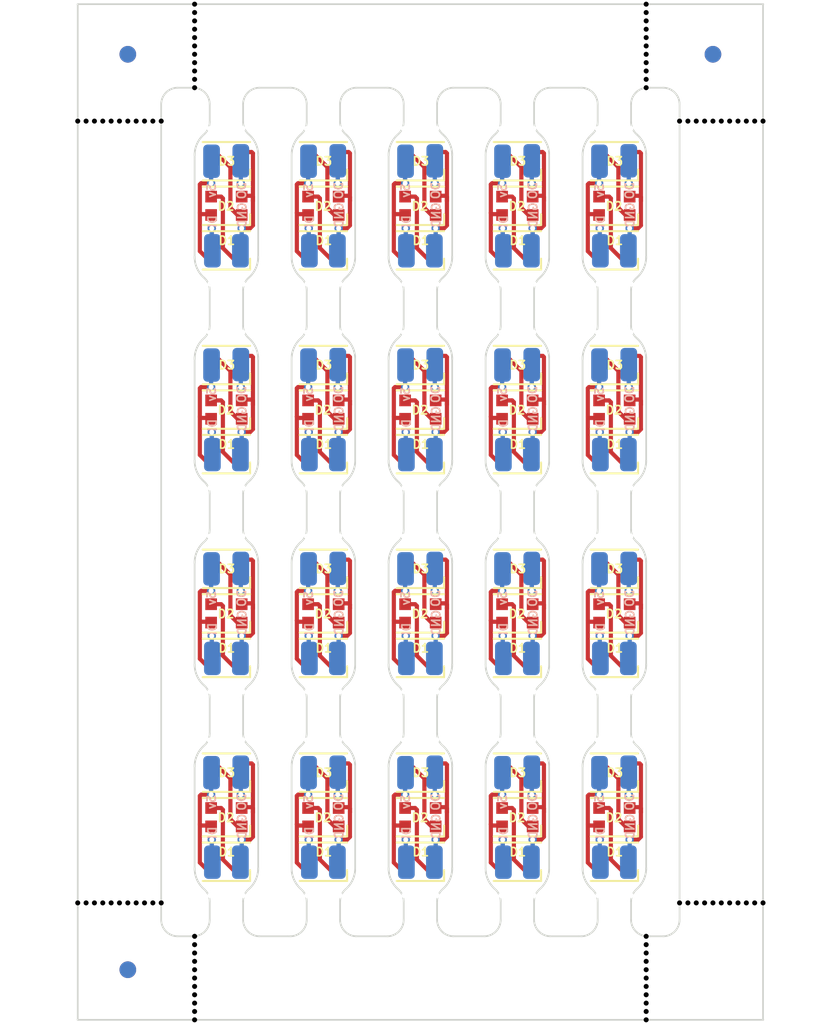
<source format=kicad_pcb>
(kicad_pcb (version 20221018) (generator pcbnew)
  (layers (0 "F.Cu" signal) (31 "B.Cu" signal) (34 "B.Paste" user) (35 "F.Paste" user) (36 "B.SilkS" user "B.Silkscreen") (37 "F.SilkS" user "F.Silkscreen") (38 "B.Mask" user) (39 "F.Mask" user) (44 "Edge.Cuts" user))
  (net 0 "")
  (net 1 "Board_0-+5")
  (net 2 "Board_0-D1-2")
  (net 3 "Board_0-D2-3")
  (net 4 "Board_0-D3-6")
  (net 5 "Board_0-DIN1")
  (net 6 "Board_0-GND")
  (net 7 "Board_1-+5")
  (net 8 "Board_1-D1-2")
  (net 9 "Board_1-D2-3")
  (net 10 "Board_1-D3-6")
  (net 11 "Board_1-DIN1")
  (net 12 "Board_1-GND")
  (net 13 "Board_2-+5")
  (net 14 "Board_2-D1-2")
  (net 15 "Board_2-D2-3")
  (net 16 "Board_2-D3-6")
  (net 17 "Board_2-DIN1")
  (net 18 "Board_2-GND")
  (net 19 "Board_3-+5")
  (net 20 "Board_3-D1-2")
  (net 21 "Board_3-D2-3")
  (net 22 "Board_3-D3-6")
  (net 23 "Board_3-DIN1")
  (net 24 "Board_3-GND")
  (net 25 "Board_4-+5")
  (net 26 "Board_4-D1-2")
  (net 27 "Board_4-D2-3")
  (net 28 "Board_4-D3-6")
  (net 29 "Board_4-DIN1")
  (net 30 "Board_4-GND")
  (net 31 "Board_5-+5")
  (net 32 "Board_5-D1-2")
  (net 33 "Board_5-D2-3")
  (net 34 "Board_5-D3-6")
  (net 35 "Board_5-DIN1")
  (net 36 "Board_5-GND")
  (net 37 "Board_6-+5")
  (net 38 "Board_6-D1-2")
  (net 39 "Board_6-D2-3")
  (net 40 "Board_6-D3-6")
  (net 41 "Board_6-DIN1")
  (net 42 "Board_6-GND")
  (net 43 "Board_7-+5")
  (net 44 "Board_7-D1-2")
  (net 45 "Board_7-D2-3")
  (net 46 "Board_7-D3-6")
  (net 47 "Board_7-DIN1")
  (net 48 "Board_7-GND")
  (net 49 "Board_8-+5")
  (net 50 "Board_8-D1-2")
  (net 51 "Board_8-D2-3")
  (net 52 "Board_8-D3-6")
  (net 53 "Board_8-DIN1")
  (net 54 "Board_8-GND")
  (net 55 "Board_9-+5")
  (net 56 "Board_9-D1-2")
  (net 57 "Board_9-D2-3")
  (net 58 "Board_9-D3-6")
  (net 59 "Board_9-DIN1")
  (net 60 "Board_9-GND")
  (net 61 "Board_10-+5")
  (net 62 "Board_10-D1-2")
  (net 63 "Board_10-D2-3")
  (net 64 "Board_10-D3-6")
  (net 65 "Board_10-DIN1")
  (net 66 "Board_10-GND")
  (net 67 "Board_11-+5")
  (net 68 "Board_11-D1-2")
  (net 69 "Board_11-D2-3")
  (net 70 "Board_11-D3-6")
  (net 71 "Board_11-DIN1")
  (net 72 "Board_11-GND")
  (net 73 "Board_12-+5")
  (net 74 "Board_12-D1-2")
  (net 75 "Board_12-D2-3")
  (net 76 "Board_12-D3-6")
  (net 77 "Board_12-DIN1")
  (net 78 "Board_12-GND")
  (net 79 "Board_13-+5")
  (net 80 "Board_13-D1-2")
  (net 81 "Board_13-D2-3")
  (net 82 "Board_13-D3-6")
  (net 83 "Board_13-DIN1")
  (net 84 "Board_13-GND")
  (net 85 "Board_14-+5")
  (net 86 "Board_14-D1-2")
  (net 87 "Board_14-D2-3")
  (net 88 "Board_14-D3-6")
  (net 89 "Board_14-DIN1")
  (net 90 "Board_14-GND")
  (net 91 "Board_15-+5")
  (net 92 "Board_15-D1-2")
  (net 93 "Board_15-D2-3")
  (net 94 "Board_15-D3-6")
  (net 95 "Board_15-DIN1")
  (net 96 "Board_15-GND")
  (net 97 "Board_16-+5")
  (net 98 "Board_16-D1-2")
  (net 99 "Board_16-D2-3")
  (net 100 "Board_16-D3-6")
  (net 101 "Board_16-DIN1")
  (net 102 "Board_16-GND")
  (net 103 "Board_17-+5")
  (net 104 "Board_17-D1-2")
  (net 105 "Board_17-D2-3")
  (net 106 "Board_17-D3-6")
  (net 107 "Board_17-DIN1")
  (net 108 "Board_17-GND")
  (net 109 "Board_18-+5")
  (net 110 "Board_18-D1-2")
  (net 111 "Board_18-D2-3")
  (net 112 "Board_18-D3-6")
  (net 113 "Board_18-DIN1")
  (net 114 "Board_18-GND")
  (net 115 "Board_19-+5")
  (net 116 "Board_19-D1-2")
  (net 117 "Board_19-D2-3")
  (net 118 "Board_19-D3-6")
  (net 119 "Board_19-DIN1")
  (net 120 "Board_19-GND")
  (footprint "NPTH" (layer "F.Cu") (at 134.974992 22.5)
    (fp_text reference "REF**" hide)
    (fp_text value "NPTH" hide)
  )
  (footprint "MountingHole:mousebite_5" (layer "F.Cu") (at 154.319592 48.95)
    (fp_text reference "mouse bites")
    (fp_text value "mousebite_5")
  )
  (footprint "LED_SMD:LED_WS2812B-2020_PLCC4_2.0x2.0mm" (layer "F.Cu") (at 142.689772 71.336732 180)
    (fp_text reference "D1")
    (fp_text value "WS2812B-2020")
  )
  (footprint "MountingHole:mousebite_5" (layer "F.Cu") (at 154.319592 73.35)
    (fp_text reference "mouse bites")
    (fp_text value "mousebite_5")
  )
  (footprint "NPTH" (layer "F.Cu") (at 130.474992 27)
    (fp_text reference "REF**" hide)
    (fp_text value "NPTH" hide)
  )
  (footprint "MountingHole:mousebite_5" (layer "F.Cu") (at 160.129592 48.95)
    (fp_text reference "mouse bites")
    (fp_text value "mousebite_5")
  )
  (footprint "Fiducial" (layer "F.Cu") (at 130.974992 77.8)
    (fp_text reference "REF**" hide)
    (fp_text value "Fiducial" hide)
  )
  (footprint "NPTH" (layer "F.Cu") (at 132.474992 73.8)
    (fp_text reference "REF**" hide)
    (fp_text value "NPTH" hide)
  )
  (footprint "LED_SMD:LED_WS2812B-2020_PLCC4_2.0x2.0mm" (layer "F.Cu") (at 136.879772 68.669732 180)
    (fp_text reference "D2")
    (fp_text value "WS2812B_Fixed")
  )
  (footprint "NPTH" (layer "F.Cu") (at 162.025008 76.8)
    (fp_text reference "REF**" hide)
    (fp_text value "NPTH" hide)
  )
  (footprint "LED_SMD:LED_WS2812B-2020_PLCC4_2.0x2.0mm" (layer "F.Cu") (at 136.879772 46.936732 180)
    (fp_text reference "D1")
    (fp_text value "WS2812B-2020")
  )
  (footprint "MountingHole:mousebite_5" (layer "F.Cu") (at 148.489592 39.65)
    (fp_text reference "mousebites")
    (fp_text value "mousebite_5")
  )
  (footprint "NPTH" (layer "F.Cu") (at 134.974992 79.3)
    (fp_text reference "REF**" hide)
    (fp_text value "NPTH" hide)
  )
  (footprint "LED_SMD:LED_WS2812B-2020_PLCC4_2.0x2.0mm" (layer "F.Cu") (at 160.119772 34.736732 180)
    (fp_text reference "D1")
    (fp_text value "WS2812B-2020")
  )
  (footprint "LED_SMD:LED_WS2812B-2020_PLCC4_2.0x2.0mm" (layer "F.Cu") (at 160.119772 71.336732 180)
    (fp_text reference "D1")
    (fp_text value "WS2812B-2020")
  )
  (footprint "NPTH" (layer "F.Cu") (at 131.974992 27)
    (fp_text reference "REF**" hide)
    (fp_text value "NPTH" hide)
  )
  (footprint "NPTH" (layer "F.Cu") (at 164.025008 27)
    (fp_text reference "REF**" hide)
    (fp_text value "NPTH" hide)
  )
  (footprint "MountingHole:mousebite_5" (layer "F.Cu") (at 148.489592 27.45)
    (fp_text reference "mousebites")
    (fp_text value "mousebite_5")
  )
  (footprint "MountingHole:mousebite_5" (layer "F.Cu") (at 148.509592 48.95)
    (fp_text reference "mouse bites")
    (fp_text value "mousebite_5")
  )
  (footprint "LED_SMD:LED_WS2812B-2020_PLCC4_2.0x2.0mm" (layer "F.Cu") (at 160.119772 53.802732 180)
    (fp_text reference "D3")
    (fp_text value "WS2812B_Fixed")
  )
  (footprint "NPTH" (layer "F.Cu") (at 168.025008 73.8)
    (fp_text reference "REF**" hide)
    (fp_text value "NPTH" hide)
  )
  (footprint "LED_SMD:LED_WS2812B-2020_PLCC4_2.0x2.0mm" (layer "F.Cu") (at 154.309772 59.136732 180)
    (fp_text reference "D1")
    (fp_text value "WS2812B-2020")
  )
  (footprint "LED_SMD:LED_WS2812B-2020_PLCC4_2.0x2.0mm" (layer "F.Cu") (at 148.499772 53.802732 180)
    (fp_text reference "D3")
    (fp_text value "WS2812B_Fixed")
  )
  (footprint "NPTH" (layer "F.Cu") (at 128.974992 73.8)
    (fp_text reference "REF**" hide)
    (fp_text value "NPTH" hide)
  )
  (footprint "NPTH" (layer "F.Cu") (at 134.974992 77.8)
    (fp_text reference "REF**" hide)
    (fp_text value "NPTH" hide)
  )
  (footprint "LED_SMD:LED_WS2812B-2020_PLCC4_2.0x2.0mm" (layer "F.Cu") (at 142.689772 59.136732 180)
    (fp_text reference "D1")
    (fp_text value "WS2812B-2020")
  )
  (footprint "NPTH" (layer "F.Cu") (at 162.025008 76.3)
    (fp_text reference "REF**" hide)
    (fp_text value "NPTH" hide)
  )
  (footprint "LED_SMD:LED_WS2812B-2020_PLCC4_2.0x2.0mm" (layer "F.Cu") (at 154.309772 66.002732 180)
    (fp_text reference "D3")
    (fp_text value "WS2812B_Fixed")
  )
  (footprint "MountingHole:mousebite_5" (layer "F.Cu") (at 142.699592 73.35)
    (fp_text reference "mouse bites")
    (fp_text value "mousebite_5")
  )
  (footprint "LED_SMD:LED_WS2812B-2020_PLCC4_2.0x2.0mm" (layer "F.Cu") (at 160.119772 68.669732 180)
    (fp_text reference "D2")
    (fp_text value "WS2812B_Fixed")
  )
  (footprint "Fiducial" (layer "F.Cu") (at 130.974992 23)
    (fp_text reference "REF**" hide)
    (fp_text value "Fiducial" hide)
  )
  (footprint "NPTH" (layer "F.Cu") (at 130.974992 27)
    (fp_text reference "REF**" hide)
    (fp_text value "NPTH" hide)
  )
  (footprint "NPTH" (layer "F.Cu") (at 134.974992 23)
    (fp_text reference "REF**" hide)
    (fp_text value "NPTH" hide)
  )
  (footprint "NPTH" (layer "F.Cu") (at 164.525008 73.8)
    (fp_text reference "REF**" hide)
    (fp_text value "NPTH" hide)
  )
  (footprint "NPTH" (layer "F.Cu") (at 162.025008 24.5)
    (fp_text reference "REF**" hide)
    (fp_text value "NPTH" hide)
  )
  (footprint "NPTH" (layer "F.Cu") (at 162.025008 80.3)
    (fp_text reference "REF**" hide)
    (fp_text value "NPTH" hide)
  )
  (footprint "NPTH" (layer "F.Cu") (at 134.974992 80.8)
    (fp_text reference "REF**" hide)
    (fp_text value "NPTH" hide)
  )
  (footprint "NPTH" (layer "F.Cu") (at 129.474992 73.8)
    (fp_text reference "REF**" hide)
    (fp_text value "NPTH" hide)
  )
  (footprint "LED_SMD:LED_WS2812B-2020_PLCC4_2.0x2.0mm" (layer "F.Cu") (at 136.879772 59.136732 180)
    (fp_text reference "D1")
    (fp_text value "WS2812B-2020")
  )
  (footprint "LED_SMD:LED_WS2812B-2020_PLCC4_2.0x2.0mm" (layer "F.Cu") (at 154.309772 46.936732 180)
    (fp_text reference "D1")
    (fp_text value "WS2812B-2020")
  )
  (footprint "LED_SMD:LED_WS2812B-2020_PLCC4_2.0x2.0mm" (layer "F.Cu") (at 154.309772 32.069732 180)
    (fp_text reference "D2")
    (fp_text value "WS2812B_Fixed")
  )
  (footprint "NPTH" (layer "F.Cu") (at 167.525008 73.8)
    (fp_text reference "REF**" hide)
    (fp_text value "NPTH" hide)
  )
  (footprint "MountingHole:mousebite_5" (layer "F.Cu") (at 142.699592 36.75)
    (fp_text reference "mouse bites")
    (fp_text value "mousebite_5")
  )
  (footprint "NPTH" (layer "F.Cu") (at 168.525008 73.8)
    (fp_text reference "REF**" hide)
    (fp_text value "NPTH" hide)
  )
  (footprint "LED_SMD:LED_WS2812B-2020_PLCC4_2.0x2.0mm" (layer "F.Cu") (at 136.879772 53.802732 180)
    (fp_text reference "D3")
    (fp_text value "WS2812B_Fixed")
  )
  (footprint "MountingHole:mousebite_5" (layer "F.Cu") (at 136.869592 39.65)
    (fp_text reference "mousebites")
    (fp_text value "mousebite_5")
  )
  (footprint "NPTH" (layer "F.Cu") (at 162.025008 21.5)
    (fp_text reference "REF**" hide)
    (fp_text value "NPTH" hide)
  )
  (footprint "NPTH" (layer "F.Cu") (at 165.025008 27)
    (fp_text reference "REF**" hide)
    (fp_text value "NPTH" hide)
  )
  (footprint "MountingHole:mousebite_5" (layer "F.Cu") (at 148.509592 61.15)
    (fp_text reference "mouse bites")
    (fp_text value "mousebite_5")
  )
  (footprint "NPTH" (layer "F.Cu") (at 168.525008 27)
    (fp_text reference "REF**" hide)
    (fp_text value "NPTH" hide)
  )
  (footprint "LED_SMD:LED_WS2812B-2020_PLCC4_2.0x2.0mm" (layer "F.Cu") (at 148.499772 29.402732 180)
    (fp_text reference "D3")
    (fp_text value "WS2812B_Fixed")
  )
  (footprint "NPTH" (layer "F.Cu") (at 131.474992 27)
    (fp_text reference "REF**" hide)
    (fp_text value "NPTH" hide)
  )
  (footprint "NPTH" (layer "F.Cu") (at 129.974992 27)
    (fp_text reference "REF**" hide)
    (fp_text value "NPTH" hide)
  )
  (footprint "MountingHole:mousebite_5" (layer "F.Cu") (at 136.869592 64.05)
    (fp_text reference "mousebites")
    (fp_text value "mousebite_5")
  )
  (footprint "LED_SMD:LED_WS2812B-2020_PLCC4_2.0x2.0mm" (layer "F.Cu") (at 142.689772 29.402732 180)
    (fp_text reference "D3")
    (fp_text value "WS2812B_Fixed")
  )
  (footprint "NPTH" (layer "F.Cu") (at 167.525008 27)
    (fp_text reference "REF**" hide)
    (fp_text value "NPTH" hide)
  )
  (footprint "NPTH" (layer "F.Cu") (at 134.974992 75.8)
    (fp_text reference "REF**" hide)
    (fp_text value "NPTH" hide)
  )
  (footprint "MountingHole:mousebite_5" (layer "F.Cu") (at 136.889592 36.75)
    (fp_text reference "mouse bites")
    (fp_text value "mousebite_5")
  )
  (footprint "NPTH" (layer "F.Cu") (at 134.974992 77.3)
    (fp_text reference "REF**" hide)
    (fp_text value "NPTH" hide)
  )
  (footprint "LED_SMD:LED_WS2812B-2020_PLCC4_2.0x2.0mm" (layer "F.Cu") (at 148.499772 32.069732 180)
    (fp_text reference "D2")
    (fp_text value "WS2812B_Fixed")
  )
  (footprint "LED_SMD:LED_WS2812B-2020_PLCC4_2.0x2.0mm" (layer "F.Cu") (at 142.689772 56.469732 180)
    (fp_text reference "D2")
    (fp_text value "WS2812B_Fixed")
  )
  (footprint "NPTH" (layer "F.Cu") (at 162.025008 20)
    (fp_text reference "REF**" hide)
    (fp_text value "NPTH" hide)
  )
  (footprint "NPTH" (layer "F.Cu") (at 162.025008 23.5)
    (fp_text reference "REF**" hide)
    (fp_text value "NPTH" hide)
  )
  (footprint "LED_SMD:LED_WS2812B-2020_PLCC4_2.0x2.0mm" (layer "F.Cu") (at 142.689772 34.736732 180)
    (fp_text reference "D1")
    (fp_text value "WS2812B-2020")
  )
  (footprint "NPTH" (layer "F.Cu") (at 131.974992 73.8)
    (fp_text reference "REF**" hide)
    (fp_text value "NPTH" hide)
  )
  (footprint "NPTH" (layer "F.Cu") (at 134.974992 78.3)
    (fp_text reference "REF**" hide)
    (fp_text value "NPTH" hide)
  )
  (footprint "LED_SMD:LED_WS2812B-2020_PLCC4_2.0x2.0mm" (layer "F.Cu") (at 142.689772 68.669732 180)
    (fp_text reference "D2")
    (fp_text value "WS2812B_Fixed")
  )
  (footprint "NPTH" (layer "F.Cu") (at 167.025008 73.8)
    (fp_text reference "REF**" hide)
    (fp_text value "NPTH" hide)
  )
  (footprint "LED_SMD:LED_WS2812B-2020_PLCC4_2.0x2.0mm" (layer "F.Cu") (at 136.879772 71.336732 180)
    (fp_text reference "D1")
    (fp_text value "WS2812B-2020")
  )
  (footprint "MountingHole:mousebite_5" (layer "F.Cu") (at 136.889592 73.35)
    (fp_text reference "mouse bites")
    (fp_text value "mousebite_5")
  )
  (footprint "LED_SMD:LED_WS2812B-2020_PLCC4_2.0x2.0mm" (layer "F.Cu") (at 148.499772 34.736732 180)
    (fp_text reference "D1")
    (fp_text value "WS2812B-2020")
  )
  (footprint "MountingHole:mousebite_5" (layer "F.Cu") (at 142.679592 27.45)
    (fp_text reference "mousebites")
    (fp_text value "mousebite_5")
  )
  (footprint "NPTH" (layer "F.Cu") (at 129.474992 27)
    (fp_text reference "REF**" hide)
    (fp_text value "NPTH" hide)
  )
  (footprint "MountingHole:mousebite_5" (layer "F.Cu") (at 136.869592 27.45)
    (fp_text reference "mousebites")
    (fp_text value "mousebite_5")
  )
  (footprint "NPTH" (layer "F.Cu") (at 164.025008 73.8)
    (fp_text reference "REF**" hide)
    (fp_text value "NPTH" hide)
  )
  (footprint "NPTH" (layer "F.Cu") (at 165.525008 27)
    (fp_text reference "REF**" hide)
    (fp_text value "NPTH" hide)
  )
  (footprint "LED_SMD:LED_WS2812B-2020_PLCC4_2.0x2.0mm" (layer "F.Cu") (at 160.119772 46.936732 180)
    (fp_text reference "D1")
    (fp_text value "WS2812B-2020")
  )
  (footprint "MountingHole:mousebite_5" (layer "F.Cu") (at 160.109592 39.65)
    (fp_text reference "mousebites")
    (fp_text value "mousebite_5")
  )
  (footprint "NPTH" (layer "F.Cu") (at 169.025008 73.8)
    (fp_text reference "REF**" hide)
    (fp_text value "NPTH" hide)
  )
  (footprint "LED_SMD:LED_WS2812B-2020_PLCC4_2.0x2.0mm" (layer "F.Cu") (at 160.119772 59.136732 180)
    (fp_text reference "D1")
    (fp_text value "WS2812B-2020")
  )
  (footprint "LED_SMD:LED_WS2812B-2020_PLCC4_2.0x2.0mm" (layer "F.Cu") (at 160.119772 66.002732 180)
    (fp_text reference "D3")
    (fp_text value "WS2812B_Fixed")
  )
  (footprint "MountingHole:mousebite_5" (layer "F.Cu") (at 142.679592 64.05)
    (fp_text reference "mousebites")
    (fp_text value "mousebite_5")
  )
  (footprint "NPTH" (layer "F.Cu") (at 162.025008 23)
    (fp_text reference "REF**" hide)
    (fp_text value "NPTH" hide)
  )
  (footprint "NPTH" (layer "F.Cu") (at 134.974992 79.8)
    (fp_text reference "REF**" hide)
    (fp_text value "NPTH" hide)
  )
  (footprint "NPTH" (layer "F.Cu") (at 127.974992 73.8)
    (fp_text reference "REF**" hide)
    (fp_text value "NPTH" hide)
  )
  (footprint "LED_SMD:LED_WS2812B-2020_PLCC4_2.0x2.0mm" (layer "F.Cu") (at 154.309772 34.736732 180)
    (fp_text reference "D1")
    (fp_text value "WS2812B-2020")
  )
  (footprint "NPTH" (layer "F.Cu") (at 131.474992 73.8)
    (fp_text reference "REF**" hide)
    (fp_text value "NPTH" hide)
  )
  (footprint "MountingHole:mousebite_5" (layer "F.Cu") (at 154.319592 61.15)
    (fp_text reference "mouse bites")
    (fp_text value "mousebite_5")
  )
  (footprint "LED_SMD:LED_WS2812B-2020_PLCC4_2.0x2.0mm" (layer "F.Cu") (at 148.499772 66.002732 180)
    (fp_text reference "D3")
    (fp_text value "WS2812B_Fixed")
  )
  (footprint "NPTH" (layer "F.Cu") (at 165.025008 73.8)
    (fp_text reference "REF**" hide)
    (fp_text value "NPTH" hide)
  )
  (footprint "LED_SMD:LED_WS2812B-2020_PLCC4_2.0x2.0mm" (layer "F.Cu") (at 142.689772 32.069732 180)
    (fp_text reference "D2")
    (fp_text value "WS2812B_Fixed")
  )
  (footprint "NPTH" (layer "F.Cu") (at 162.025008 77.8)
    (fp_text reference "REF**" hide)
    (fp_text value "NPTH" hide)
  )
  (footprint "NPTH" (layer "F.Cu") (at 166.025008 73.8)
    (fp_text reference "REF**" hide)
    (fp_text value "NPTH" hide)
  )
  (footprint "MountingHole:mousebite_5" (layer "F.Cu") (at 160.109592 27.45)
    (fp_text reference "mousebites")
    (fp_text value "mousebite_5")
  )
  (footprint "LED_SMD:LED_WS2812B-2020_PLCC4_2.0x2.0mm" (layer "F.Cu") (at 154.309772 44.269732 180)
    (fp_text reference "D2")
    (fp_text value "WS2812B_Fixed")
  )
  (footprint "NPTH" (layer "F.Cu") (at 165.525008 73.8)
    (fp_text reference "REF**" hide)
    (fp_text value "NPTH" hide)
  )
  (footprint "LED_SMD:LED_WS2812B-2020_PLCC4_2.0x2.0mm" (layer "F.Cu") (at 136.879772 29.402732 180)
    (fp_text reference "D3")
    (fp_text value "WS2812B_Fixed")
  )
  (footprint "NPTH" (layer "F.Cu") (at 127.974992 27)
    (fp_text reference "REF**" hide)
    (fp_text value "NPTH" hide)
  )
  (footprint "NPTH" (layer "F.Cu") (at 128.974992 27)
    (fp_text reference "REF**" hide)
    (fp_text value "NPTH" hide)
  )
  (footprint "NPTH" (layer "F.Cu") (at 128.474992 27)
    (fp_text reference "REF**" hide)
    (fp_text value "NPTH" hide)
  )
  (footprint "LED_SMD:LED_WS2812B-2020_PLCC4_2.0x2.0mm" (layer "F.Cu") (at 154.309772 71.336732 180)
    (fp_text reference "D1")
    (fp_text value "WS2812B-2020")
  )
  (footprint "LED_SMD:LED_WS2812B-2020_PLCC4_2.0x2.0mm" (layer "F.Cu") (at 142.689772 41.602732 180)
    (fp_text reference "D3")
    (fp_text value "WS2812B_Fixed")
  )
  (footprint "NPTH" (layer "F.Cu") (at 130.974992 73.8)
    (fp_text reference "REF**" hide)
    (fp_text value "NPTH" hide)
  )
  (footprint "NPTH" (layer "F.Cu") (at 134.974992 24)
    (fp_text reference "REF**" hide)
    (fp_text value "NPTH" hide)
  )
  (footprint "LED_SMD:LED_WS2812B-2020_PLCC4_2.0x2.0mm" (layer "F.Cu") (at 142.689772 53.802732 180)
    (fp_text reference "D3")
    (fp_text value "WS2812B_Fixed")
  )
  (footprint "NPTH" (layer "F.Cu") (at 162.025008 78.8)
    (fp_text reference "REF**" hide)
    (fp_text value "NPTH" hide)
  )
  (footprint "NPTH" (layer "F.Cu") (at 162.025008 78.3)
    (fp_text reference "REF**" hide)
    (fp_text value "NPTH" hide)
  )
  (footprint "MountingHole:mousebite_5" (layer "F.Cu") (at 148.509592 36.75)
    (fp_text reference "mouse bites")
    (fp_text value "mousebite_5")
  )
  (footprint "LED_SMD:LED_WS2812B-2020_PLCC4_2.0x2.0mm" (layer "F.Cu") (at 154.309772 29.402732 180)
    (fp_text reference "D3")
    (fp_text value "WS2812B_Fixed")
  )
  (footprint "NPTH" (layer "F.Cu") (at 134.974992 23.5)
    (fp_text reference "REF**" hide)
    (fp_text value "NPTH" hide)
  )
  (footprint "MountingHole:mousebite_5" (layer "F.Cu") (at 142.699592 61.15)
    (fp_text reference "mouse bites")
    (fp_text value "mousebite_5")
  )
  (footprint "LED_SMD:LED_WS2812B-2020_PLCC4_2.0x2.0mm" (layer "F.Cu") (at 136.879772 32.069732 180)
    (fp_text reference "D2")
    (fp_text value "WS2812B_Fixed")
  )
  (footprint "MountingHole:mousebite_5" (layer "F.Cu") (at 154.319592 36.75)
    (fp_text reference "mouse bites")
    (fp_text value "mousebite_5")
  )
  (footprint "NPTH" (layer "F.Cu") (at 134.974992 20)
    (fp_text reference "REF**" hide)
    (fp_text value "NPTH" hide)
  )
  (footprint "NPTH" (layer "F.Cu") (at 128.474992 73.8)
    (fp_text reference "REF**" hide)
    (fp_text value "NPTH" hide)
  )
  (footprint "NPTH" (layer "F.Cu") (at 162.025008 24)
    (fp_text reference "REF**" hide)
    (fp_text value "NPTH" hide)
  )
  (footprint "MountingHole:mousebite_5" (layer "F.Cu") (at 142.679592 39.65)
    (fp_text reference "mousebites")
    (fp_text value "mousebite_5")
  )
  (footprint "LED_SMD:LED_WS2812B-2020_PLCC4_2.0x2.0mm" (layer "F.Cu") (at 148.499772 46.936732 180)
    (fp_text reference "D1")
    (fp_text value "WS2812B-2020")
  )
  (footprint "NPTH" (layer "F.Cu") (at 162.025008 21)
    (fp_text reference "REF**" hide)
    (fp_text value "NPTH" hide)
  )
  (footprint "NPTH" (layer "F.Cu") (at 134.974992 24.5)
    (fp_text reference "REF**" hide)
    (fp_text value "NPTH" hide)
  )
  (footprint "NPTH" (layer "F.Cu") (at 132.474992 27)
    (fp_text reference "REF**" hide)
    (fp_text value "NPTH" hide)
  )
  (footprint "LED_SMD:LED_WS2812B-2020_PLCC4_2.0x2.0mm" (layer "F.Cu") (at 154.309772 56.469732 180)
    (fp_text reference "D2")
    (fp_text value "WS2812B_Fixed")
  )
  (footprint "NPTH" (layer "F.Cu") (at 164.525008 27)
    (fp_text reference "REF**" hide)
    (fp_text value "NPTH" hide)
  )
  (footprint "MountingHole:mousebite_5" (layer "F.Cu") (at 160.129592 36.75)
    (fp_text reference "mouse bites")
    (fp_text value "mousebite_5")
  )
  (footprint "NPTH" (layer "F.Cu") (at 166.525008 73.8)
    (fp_text reference "REF**" hide)
    (fp_text value "NPTH" hide)
  )
  (footprint "NPTH" (layer "F.Cu") (at 134.974992 20.5)
    (fp_text reference "REF**" hide)
    (fp_text value "NPTH" hide)
  )
  (footprint "MountingHole:mousebite_5" (layer "F.Cu") (at 160.109592 64.05)
    (fp_text reference "mousebites")
    (fp_text value "mousebite_5")
  )
  (footprint "NPTH" (layer "F.Cu") (at 134.974992 76.8)
    (fp_text reference "REF**" hide)
    (fp_text value "NPTH" hide)
  )
  (footprint "LED_SMD:LED_WS2812B-2020_PLCC4_2.0x2.0mm" (layer "F.Cu") (at 136.879772 44.269732 180)
    (fp_text reference "D2")
    (fp_text value "WS2812B_Fixed")
  )
  (footprint "MountingHole:mousebite_5" (layer "F.Cu") (at 160.109592 51.85)
    (fp_text reference "mousebites")
    (fp_text value "mousebite_5")
  )
  (footprint "LED_SMD:LED_WS2812B-2020_PLCC4_2.0x2.0mm" (layer "F.Cu") (at 148.499772 59.136732 180)
    (fp_text reference "D1")
    (fp_text value "WS2812B-2020")
  )
  (footprint "MountingHole:mousebite_5" (layer "F.Cu") (at 154.299592 27.45)
    (fp_text reference "mousebites")
    (fp_text value "mousebite_5")
  )
  (footprint "LED_SMD:LED_WS2812B-2020_PLCC4_2.0x2.0mm" (layer "F.Cu") (at 154.309772 41.602732 180)
    (fp_text reference "D3")
    (fp_text value "WS2812B_Fixed")
  )
  (footprint "LED_SMD:LED_WS2812B-2020_PLCC4_2.0x2.0mm" (layer "F.Cu") (at 160.119772 44.269732 180)
    (fp_text reference "D2")
    (fp_text value "WS2812B_Fixed")
  )
  (footprint "MountingHole:mousebite_5" (layer "F.Cu") (at 148.489592 64.05)
    (fp_text reference "mousebites")
    (fp_text value "mousebite_5")
  )
  (footprint "NPTH" (layer "F.Cu") (at 134.974992 78.8)
    (fp_text reference "REF**" hide)
    (fp_text value "NPTH" hide)
  )
  (footprint "NPTH" (layer "F.Cu") (at 162.025008 75.8)
    (fp_text reference "REF**" hide)
    (fp_text value "NPTH" hide)
  )
  (footprint "LED_SMD:LED_WS2812B-2020_PLCC4_2.0x2.0mm" (layer "F.Cu") (at 142.689772 44.269732 180)
    (fp_text reference "D2")
    (fp_text value "WS2812B_Fixed")
  )
  (footprint "NPTH" (layer "F.Cu") (at 134.974992 76.3)
    (fp_text reference "REF**" hide)
    (fp_text value "NPTH" hide)
  )
  (footprint "MountingHole:mousebite_5" (layer "F.Cu") (at 136.889592 61.15)
    (fp_text reference "mouse bites")
    (fp_text value "mousebite_5")
  )
  (footprint "LED_SMD:LED_WS2812B-2020_PLCC4_2.0x2.0mm" (layer "F.Cu") (at 136.879772 56.469732 180)
    (fp_text reference "D2")
    (fp_text value "WS2812B_Fixed")
  )
  (footprint "NPTH" (layer "F.Cu") (at 134.974992 21.5)
    (fp_text reference "REF**" hide)
    (fp_text value "NPTH" hide)
  )
  (footprint "NPTH" (layer "F.Cu") (at 166.525008 27)
    (fp_text reference "REF**" hide)
    (fp_text value "NPTH" hide)
  )
  (footprint "LED_SMD:LED_WS2812B-2020_PLCC4_2.0x2.0mm" (layer "F.Cu") (at 154.309772 53.802732 180)
    (fp_text reference "D3")
    (fp_text value "WS2812B_Fixed")
  )
  (footprint "NPTH" (layer "F.Cu") (at 134.974992 21)
    (fp_text reference "REF**" hide)
    (fp_text value "NPTH" hide)
  )
  (footprint "NPTH" (layer "F.Cu") (at 132.974992 73.8)
    (fp_text reference "REF**" hide)
    (fp_text value "NPTH" hide)
  )
  (footprint "NPTH" (layer "F.Cu") (at 132.974992 27)
    (fp_text reference "REF**" hide)
    (fp_text value "NPTH" hide)
  )
  (footprint "NPTH" (layer "F.Cu") (at 134.974992 22)
    (fp_text reference "REF**" hide)
    (fp_text value "NPTH" hide)
  )
  (footprint "NPTH" (layer "F.Cu") (at 167.025008 27)
    (fp_text reference "REF**" hide)
    (fp_text value "NPTH" hide)
  )
  (footprint "NPTH" (layer "F.Cu") (at 162.025008 79.8)
    (fp_text reference "REF**" hide)
    (fp_text value "NPTH" hide)
  )
  (footprint "LED_SMD:LED_WS2812B-2020_PLCC4_2.0x2.0mm" (layer "F.Cu") (at 148.499772 71.336732 180)
    (fp_text reference "D1")
    (fp_text value "WS2812B-2020")
  )
  (footprint "NPTH" (layer "F.Cu") (at 166.025008 27)
    (fp_text reference "REF**" hide)
    (fp_text value "NPTH" hide)
  )
  (footprint "NPTH" (layer "F.Cu") (at 162.025008 22.5)
    (fp_text reference "REF**" hide)
    (fp_text value "NPTH" hide)
  )
  (footprint "NPTH" (layer "F.Cu") (at 162.025008 77.3)
    (fp_text reference "REF**" hide)
    (fp_text value "NPTH" hide)
  )
  (footprint "NPTH" (layer "F.Cu") (at 162.025008 20.5)
    (fp_text reference "REF**" hide)
    (fp_text value "NPTH" hide)
  )
  (footprint "NPTH" (layer "F.Cu") (at 162.025008 25)
    (fp_text reference "REF**" hide)
    (fp_text value "NPTH" hide)
  )
  (footprint "Fiducial" (layer "F.Cu") (at 166.025008 23)
    (fp_text reference "REF**" hide)
    (fp_text value "Fiducial" hide)
  )
  (footprint "LED_SMD:LED_WS2812B-2020_PLCC4_2.0x2.0mm" (layer "F.Cu") (at 148.499772 56.469732 180)
    (fp_text reference "D2")
    (fp_text value "WS2812B_Fixed")
  )
  (footprint "MountingHole:mousebite_5" (layer "F.Cu") (at 142.699592 48.95)
    (fp_text reference "mouse bites")
    (fp_text value "mousebite_5")
  )
  (footprint "NPTH" (layer "F.Cu") (at 134.974992 25)
    (fp_text reference "REF**" hide)
    (fp_text value "NPTH" hide)
  )
  (footprint "LED_SMD:LED_WS2812B-2020_PLCC4_2.0x2.0mm" (layer "F.Cu") (at 160.119772 29.402732 180)
    (fp_text reference "D3")
    (fp_text value "WS2812B_Fixed")
  )
  (footprint "LED_SMD:LED_WS2812B-2020_PLCC4_2.0x2.0mm" (layer "F.Cu") (at 142.689772 66.002732 180)
    (fp_text reference "D3")
    (fp_text value "WS2812B_Fixed")
  )
  (footprint "LED_SMD:LED_WS2812B-2020_PLCC4_2.0x2.0mm" (layer "F.Cu") (at 160.119772 56.469732 180)
    (fp_text reference "D2")
    (fp_text value "WS2812B_Fixed")
  )
  (footprint "LED_SMD:LED_WS2812B-2020_PLCC4_2.0x2.0mm" (layer "F.Cu") (at 160.119772 41.602732 180)
    (fp_text reference "D3")
    (fp_text value "WS2812B_Fixed")
  )
  (footprint "MountingHole:mousebite_5" (layer "F.Cu") (at 148.489592 51.85)
    (fp_text reference "mousebites")
    (fp_text value "mousebite_5")
  )
  (footprint "LED_SMD:LED_WS2812B-2020_PLCC4_2.0x2.0mm" (layer "F.Cu") (at 160.119772 32.069732 180)
    (fp_text reference "D2")
    (fp_text value "WS2812B_Fixed")
  )
  (footprint "MountingHole:mousebite_5" (layer "F.Cu") (at 142.679592 51.85)
    (fp_text reference "mousebites")
    (fp_text value "mousebite_5")
  )
  (footprint "LED_SMD:LED_WS2812B-2020_PLCC4_2.0x2.0mm" (layer "F.Cu") (at 154.309772 68.669732 180)
    (fp_text reference "D2")
    (fp_text value "WS2812B_Fixed")
  )
  (footprint "MountingHole:mousebite_5" (layer "F.Cu") (at 154.299592 39.65)
    (fp_text reference "mousebites")
    (fp_text value "mousebite_5")
  )
  (footprint "LED_SMD:LED_WS2812B-2020_PLCC4_2.0x2.0mm" (layer "F.Cu") (at 136.879772 34.736732 180)
    (fp_text reference "D1")
    (fp_text value "WS2812B-2020")
  )
  (footprint "MountingHole:mousebite_5" (layer "F.Cu") (at 136.889592 48.95)
    (fp_text reference "mouse bites")
    (fp_text value "mousebite_5")
  )
  (footprint "NPTH" (layer "F.Cu") (at 129.974992 73.8)
    (fp_text reference "REF**" hide)
    (fp_text value "NPTH" hide)
  )
  (footprint "NPTH" (layer "F.Cu") (at 130.474992 73.8)
    (fp_text reference "REF**" hide)
    (fp_text value "NPTH" hide)
  )
  (footprint "NPTH" (layer "F.Cu") (at 162.025008 22)
    (fp_text reference "REF**" hide)
    (fp_text value "NPTH" hide)
  )
  (footprint "NPTH" (layer "F.Cu") (at 168.025008 27)
    (fp_text reference "REF**" hide)
    (fp_text value "NPTH" hide)
  )
  (footprint "LED_SMD:LED_WS2812B-2020_PLCC4_2.0x2.0mm" (layer "F.Cu") (at 136.879772 41.602732 180)
    (fp_text reference "D3")
    (fp_text value "WS2812B_Fixed")
  )
  (footprint "LED_SMD:LED_WS2812B-2020_PLCC4_2.0x2.0mm" (layer "F.Cu") (at 148.499772 44.269732 180)
    (fp_text reference "D2")
    (fp_text value "WS2812B_Fixed")
  )
  (footprint "MountingHole:mousebite_5" (layer "F.Cu") (at 154.299592 64.05)
    (fp_text reference "mousebites")
    (fp_text value "mousebite_5")
  )
  (footprint "NPTH" (layer "F.Cu") (at 169.025008 27)
    (fp_text reference "REF**" hide)
    (fp_text value "NPTH" hide)
  )
  (footprint "NPTH" (layer "F.Cu") (at 162.025008 79.3)
    (fp_text reference "REF**" hide)
    (fp_text value "NPTH" hide)
  )
  (footprint "NPTH" (layer "F.Cu") (at 162.025008 80.8)
    (fp_text reference "REF**" hide)
    (fp_text value "NPTH" hide)
  )
  (footprint "MountingHole:mousebite_5" (layer "F.Cu") (at 136.869592 51.85)
    (fp_text reference "mousebites")
    (fp_text value "mousebite_5")
  )
  (footprint "NPTH" (layer "F.Cu") (at 134.974992 80.3)
    (fp_text reference "REF**" hide)
    (fp_text value "NPTH" hide)
  )
  (footprint "MountingHole:mousebite_5" (layer "F.Cu") (at 160.129592 61.15)
    (fp_text reference "mouse bites")
    (fp_text value "mousebite_5")
  )
  (footprint "LED_SMD:LED_WS2812B-2020_PLCC4_2.0x2.0mm" (layer "F.Cu") (at 142.689772 46.936732 180)
    (fp_text reference "D1")
    (fp_text value "WS2812B-2020")
  )
  (footprint "LED_SMD:LED_WS2812B-2020_PLCC4_2.0x2.0mm" (layer "F.Cu") (at 136.879772 66.002732 180)
    (fp_text reference "D3")
    (fp_text value "WS2812B_Fixed")
  )
  (footprint "MountingHole:mousebite_5" (layer "F.Cu") (at 160.129592 73.35)
    (fp_text reference "mouse bites")
    (fp_text value "mousebite_5")
  )
  (footprint "MountingHole:mousebite_5" (layer "F.Cu") (at 154.299592 51.85)
    (fp_text reference "mousebites")
    (fp_text value "mousebite_5")
  )
  (footprint "LED_SMD:LED_WS2812B-2020_PLCC4_2.0x2.0mm" (layer "F.Cu") (at 148.499772 68.669732 180)
    (fp_text reference "D2")
    (fp_text value "WS2812B_Fixed")
  )
  (footprint "LED_SMD:LED_WS2812B-2020_PLCC4_2.0x2.0mm" (layer "F.Cu") (at 148.499772 41.602732 180)
    (fp_text reference "D3")
    (fp_text value "WS2812B_Fixed")
  )
  (footprint "MountingHole:mousebite_5" (layer "F.Cu") (at 148.509592 73.35)
    (fp_text reference "mouse bites")
    (fp_text value "mousebite_5")
  )
  (footprint "Connector_Wire:SolderWirePad_1x01_SMD_1x2mm" (layer "B.Cu") (at 159.281572 46.962132 180)
    (fp_text reference "DI")
    (fp_text value "SolderWirePad_1x01_SMD_1x2mm")
  )
  (footprint "Connector_Wire:SolderWirePad_1x01_SMD_1x2mm" (layer "B.Cu") (at 137.717972 59.162132 180)
    (fp_text reference "GND")
    (fp_text value "SolderWirePad_1x01_SMD_1x2mm")
  )
  (footprint "Connector_Wire:SolderWirePad_1x01_SMD_1x2mm" (layer "B.Cu") (at 155.147972 59.162132 180)
    (fp_text reference "GND")
    (fp_text value "SolderWirePad_1x01_SMD_1x2mm")
  )
  (footprint "Connector_Wire:SolderWirePad_1x01_SMD_1x2mm" (layer "B.Cu") (at 159.230772 29.402732 180)
    (fp_text reference "5v")
    (fp_text value "SolderWirePad_1x01_SMD_1x2mm")
  )
  (footprint "Connector_Wire:SolderWirePad_1x01_SMD_1x2mm" (layer "B.Cu") (at 160.983372 65.977332 180)
    (fp_text reference "DO")
    (fp_text value "SolderWirePad_1x01_SMD_1x2mm")
  )
  (footprint "Connector_Wire:SolderWirePad_1x01_SMD_1x2mm" (layer "B.Cu") (at 149.363372 53.777332 180)
    (fp_text reference "DO")
    (fp_text value "SolderWirePad_1x01_SMD_1x2mm")
  )
  (footprint "Connector_Wire:SolderWirePad_1x01_SMD_1x2mm" (layer "B.Cu") (at 137.743372 29.377332 180)
    (fp_text reference "DO")
    (fp_text value "SolderWirePad_1x01_SMD_1x2mm")
  )
  (footprint "Connector_Wire:SolderWirePad_1x01_SMD_1x2mm" (layer "B.Cu") (at 153.420772 53.802732 180)
    (fp_text reference "5v")
    (fp_text value "SolderWirePad_1x01_SMD_1x2mm")
  )
  (footprint "Connector_Wire:SolderWirePad_1x01_SMD_1x2mm" (layer "B.Cu") (at 155.173372 41.577332 180)
    (fp_text reference "DO")
    (fp_text value "SolderWirePad_1x01_SMD_1x2mm")
  )
  (footprint "Connector_Wire:SolderWirePad_1x01_SMD_1x2mm" (layer "B.Cu") (at 147.610772 41.602732 180)
    (fp_text reference "5v")
    (fp_text value "SolderWirePad_1x01_SMD_1x2mm")
  )
  (footprint "Connector_Wire:SolderWirePad_1x01_SMD_1x2mm" (layer "B.Cu") (at 160.957972 71.362132 180)
    (fp_text reference "GND")
    (fp_text value "SolderWirePad_1x01_SMD_1x2mm")
  )
  (footprint "Connector_Wire:SolderWirePad_1x01_SMD_1x2mm" (layer "B.Cu") (at 159.230772 53.802732 180)
    (fp_text reference "5v")
    (fp_text value "SolderWirePad_1x01_SMD_1x2mm")
  )
  (footprint "Connector_Wire:SolderWirePad_1x01_SMD_1x2mm" (layer "B.Cu") (at 141.851572 34.762132 180)
    (fp_text reference "DI")
    (fp_text value "SolderWirePad_1x01_SMD_1x2mm")
  )
  (footprint "Connector_Wire:SolderWirePad_1x01_SMD_1x2mm" (layer "B.Cu") (at 141.851572 71.362132 180)
    (fp_text reference "DI")
    (fp_text value "SolderWirePad_1x01_SMD_1x2mm")
  )
  (footprint "Connector_Wire:SolderWirePad_1x01_SMD_1x2mm" (layer "B.Cu") (at 147.661572 46.962132 180)
    (fp_text reference "DI")
    (fp_text value "SolderWirePad_1x01_SMD_1x2mm")
  )
  (footprint "Connector_Wire:SolderWirePad_1x01_SMD_1x2mm" (layer "B.Cu") (at 160.957972 34.762132 180)
    (fp_text reference "GND")
    (fp_text value "SolderWirePad_1x01_SMD_1x2mm")
  )
  (footprint "Connector_Wire:SolderWirePad_1x01_SMD_1x2mm" (layer "B.Cu") (at 137.717972 71.362132 180)
    (fp_text reference "GND")
    (fp_text value "SolderWirePad_1x01_SMD_1x2mm")
  )
  (footprint "Connector_Wire:SolderWirePad_1x01_SMD_1x2mm" (layer "B.Cu") (at 136.041572 71.362132 180)
    (fp_text reference "DI")
    (fp_text value "SolderWirePad_1x01_SMD_1x2mm")
  )
  (footprint "Connector_Wire:SolderWirePad_1x01_SMD_1x2mm" (layer "B.Cu") (at 137.717972 34.762132 180)
    (fp_text reference "GND")
    (fp_text value "SolderWirePad_1x01_SMD_1x2mm")
  )
  (footprint "Connector_Wire:SolderWirePad_1x01_SMD_1x2mm" (layer "B.Cu") (at 149.363372 41.577332 180)
    (fp_text reference "DO")
    (fp_text value "SolderWirePad_1x01_SMD_1x2mm")
  )
  (footprint "Connector_Wire:SolderWirePad_1x01_SMD_1x2mm" (layer "B.Cu") (at 160.983372 53.777332 180)
    (fp_text reference "DO")
    (fp_text value "SolderWirePad_1x01_SMD_1x2mm")
  )
  (footprint "Connector_Wire:SolderWirePad_1x01_SMD_1x2mm" (layer "B.Cu") (at 153.420772 41.602732 180)
    (fp_text reference "5v")
    (fp_text value "SolderWirePad_1x01_SMD_1x2mm")
  )
  (footprint "Connector_Wire:SolderWirePad_1x01_SMD_1x2mm" (layer "B.Cu") (at 135.990772 53.802732 180)
    (fp_text reference "5v")
    (fp_text value "SolderWirePad_1x01_SMD_1x2mm")
  )
  (footprint "Fiducial" (layer "B.Cu") (at 130.974992 77.8)
    (fp_text reference "REF**" hide)
    (fp_text value "Fiducial" hide)
  )
  (footprint "Fiducial" (layer "B.Cu") (at 130.974992 23)
    (fp_text reference "REF**" hide)
    (fp_text value "Fiducial" hide)
  )
  (footprint "Connector_Wire:SolderWirePad_1x01_SMD_1x2mm" (layer "B.Cu") (at 155.147972 71.362132 180)
    (fp_text reference "GND")
    (fp_text value "SolderWirePad_1x01_SMD_1x2mm")
  )
  (footprint "Connector_Wire:SolderWirePad_1x01_SMD_1x2mm" (layer "B.Cu") (at 155.147972 46.962132 180)
    (fp_text reference "GND")
    (fp_text value "SolderWirePad_1x01_SMD_1x2mm")
  )
  (footprint "Connector_Wire:SolderWirePad_1x01_SMD_1x2mm" (layer "B.Cu") (at 147.661572 71.362132 180)
    (fp_text reference "DI")
    (fp_text value "SolderWirePad_1x01_SMD_1x2mm")
  )
  (footprint "Connector_Wire:SolderWirePad_1x01_SMD_1x2mm" (layer "B.Cu") (at 149.337972 46.962132 180)
    (fp_text reference "GND")
    (fp_text value "SolderWirePad_1x01_SMD_1x2mm")
  )
  (footprint "Connector_Wire:SolderWirePad_1x01_SMD_1x2mm" (layer "B.Cu") (at 143.553372 29.377332 180)
    (fp_text reference "DO")
    (fp_text value "SolderWirePad_1x01_SMD_1x2mm")
  )
  (footprint "Connector_Wire:SolderWirePad_1x01_SMD_1x2mm" (layer "B.Cu") (at 143.553372 41.577332 180)
    (fp_text reference "DO")
    (fp_text value "SolderWirePad_1x01_SMD_1x2mm")
  )
  (footprint "Connector_Wire:SolderWirePad_1x01_SMD_1x2mm" (layer "B.Cu") (at 160.957972 46.962132 180)
    (fp_text reference "GND")
    (fp_text value "SolderWirePad_1x01_SMD_1x2mm")
  )
  (footprint "Connector_Wire:SolderWirePad_1x01_SMD_1x2mm" (layer "B.Cu") (at 135.990772 41.602732 180)
    (fp_text reference "5v")
    (fp_text value "SolderWirePad_1x01_SMD_1x2mm")
  )
  (footprint "Connector_Wire:SolderWirePad_1x01_SMD_1x2mm" (layer "B.Cu") (at 143.553372 65.977332 180)
    (fp_text reference "DO")
    (fp_text value "SolderWirePad_1x01_SMD_1x2mm")
  )
  (footprint "Connector_Wire:SolderWirePad_1x01_SMD_1x2mm" (layer "B.Cu") (at 141.800772 53.802732 180)
    (fp_text reference "5v")
    (fp_text value "SolderWirePad_1x01_SMD_1x2mm")
  )
  (footprint "Connector_Wire:SolderWirePad_1x01_SMD_1x2mm" (layer "B.Cu") (at 143.553372 53.777332 180)
    (fp_text reference "DO")
    (fp_text value "SolderWirePad_1x01_SMD_1x2mm")
  )
  (footprint "Connector_Wire:SolderWirePad_1x01_SMD_1x2mm" (layer "B.Cu") (at 149.337972 34.762132 180)
    (fp_text reference "GND")
    (fp_text value "SolderWirePad_1x01_SMD_1x2mm")
  )
  (footprint "Connector_Wire:SolderWirePad_1x01_SMD_1x2mm" (layer "B.Cu") (at 153.471572 71.362132 180)
    (fp_text reference "DI")
    (fp_text value "SolderWirePad_1x01_SMD_1x2mm")
  )
  (footprint "Connector_Wire:SolderWirePad_1x01_SMD_1x2mm" (layer "B.Cu") (at 149.363372 29.377332 180)
    (fp_text reference "DO")
    (fp_text value "SolderWirePad_1x01_SMD_1x2mm")
  )
  (footprint "Connector_Wire:SolderWirePad_1x01_SMD_1x2mm" (layer "B.Cu") (at 160.983372 29.377332 180)
    (fp_text reference "DO")
    (fp_text value "SolderWirePad_1x01_SMD_1x2mm")
  )
  (footprint "Connector_Wire:SolderWirePad_1x01_SMD_1x2mm" (layer "B.Cu") (at 136.041572 34.762132 180)
    (fp_text reference "DI")
    (fp_text value "SolderWirePad_1x01_SMD_1x2mm")
  )
  (footprint "Connector_Wire:SolderWirePad_1x01_SMD_1x2mm" (layer "B.Cu") (at 159.230772 66.002732 180)
    (fp_text reference "5v")
    (fp_text value "SolderWirePad_1x01_SMD_1x2mm")
  )
  (footprint "Connector_Wire:SolderWirePad_1x01_SMD_1x2mm" (layer "B.Cu") (at 135.990772 66.002732 180)
    (fp_text reference "5v")
    (fp_text value "SolderWirePad_1x01_SMD_1x2mm")
  )
  (footprint "Connector_Wire:SolderWirePad_1x01_SMD_1x2mm" (layer "B.Cu") (at 153.471572 59.162132 180)
    (fp_text reference "DI")
    (fp_text value "SolderWirePad_1x01_SMD_1x2mm")
  )
  (footprint "Connector_Wire:SolderWirePad_1x01_SMD_1x2mm" (layer "B.Cu") (at 149.337972 59.162132 180)
    (fp_text reference "GND")
    (fp_text value "SolderWirePad_1x01_SMD_1x2mm")
  )
  (footprint "Connector_Wire:SolderWirePad_1x01_SMD_1x2mm" (layer "B.Cu") (at 141.800772 29.402732 180)
    (fp_text reference "5v")
    (fp_text value "SolderWirePad_1x01_SMD_1x2mm")
  )
  (footprint "Connector_Wire:SolderWirePad_1x01_SMD_1x2mm" (layer "B.Cu") (at 153.471572 46.962132 180)
    (fp_text reference "DI")
    (fp_text value "SolderWirePad_1x01_SMD_1x2mm")
  )
  (footprint "Connector_Wire:SolderWirePad_1x01_SMD_1x2mm" (layer "B.Cu") (at 143.527972 46.962132 180)
    (fp_text reference "GND")
    (fp_text value "SolderWirePad_1x01_SMD_1x2mm")
  )
  (footprint "Connector_Wire:SolderWirePad_1x01_SMD_1x2mm" (layer "B.Cu") (at 153.420772 66.002732 180)
    (fp_text reference "5v")
    (fp_text value "SolderWirePad_1x01_SMD_1x2mm")
  )
  (footprint "Connector_Wire:SolderWirePad_1x01_SMD_1x2mm" (layer "B.Cu") (at 159.281572 59.162132 180)
    (fp_text reference "DI")
    (fp_text value "SolderWirePad_1x01_SMD_1x2mm")
  )
  (footprint "Connector_Wire:SolderWirePad_1x01_SMD_1x2mm" (layer "B.Cu") (at 136.041572 46.962132 180)
    (fp_text reference "DI")
    (fp_text value "SolderWirePad_1x01_SMD_1x2mm")
  )
  (footprint "Connector_Wire:SolderWirePad_1x01_SMD_1x2mm" (layer "B.Cu") (at 141.851572 59.162132 180)
    (fp_text reference "DI")
    (fp_text value "SolderWirePad_1x01_SMD_1x2mm")
  )
  (footprint "Connector_Wire:SolderWirePad_1x01_SMD_1x2mm" (layer "B.Cu") (at 143.527972 71.362132 180)
    (fp_text reference "GND")
    (fp_text value "SolderWirePad_1x01_SMD_1x2mm")
  )
  (footprint "Connector_Wire:SolderWirePad_1x01_SMD_1x2mm" (layer "B.Cu") (at 141.800772 66.002732 180)
    (fp_text reference "5v")
    (fp_text value "SolderWirePad_1x01_SMD_1x2mm")
  )
  (footprint "Connector_Wire:SolderWirePad_1x01_SMD_1x2mm" (layer "B.Cu") (at 153.471572 34.762132 180)
    (fp_text reference "DI")
    (fp_text value "SolderWirePad_1x01_SMD_1x2mm")
  )
  (footprint "Connector_Wire:SolderWirePad_1x01_SMD_1x2mm" (layer "B.Cu") (at 160.957972 59.162132 180)
    (fp_text reference "GND")
    (fp_text value "SolderWirePad_1x01_SMD_1x2mm")
  )
  (footprint "Connector_Wire:SolderWirePad_1x01_SMD_1x2mm" (layer "B.Cu") (at 153.420772 29.402732 180)
    (fp_text reference "5v")
    (fp_text value "SolderWirePad_1x01_SMD_1x2mm")
  )
  (footprint "Connector_Wire:SolderWirePad_1x01_SMD_1x2mm" (layer "B.Cu") (at 143.527972 59.162132 180)
    (fp_text reference "GND")
    (fp_text value "SolderWirePad_1x01_SMD_1x2mm")
  )
  (footprint "Connector_Wire:SolderWirePad_1x01_SMD_1x2mm" (layer "B.Cu") (at 155.173372 29.377332 180)
    (fp_text reference "DO")
    (fp_text value "SolderWirePad_1x01_SMD_1x2mm")
  )
  (footprint "Connector_Wire:SolderWirePad_1x01_SMD_1x2mm" (layer "B.Cu") (at 155.147972 34.762132 180)
    (fp_text reference "GND")
    (fp_text value "SolderWirePad_1x01_SMD_1x2mm")
  )
  (footprint "Connector_Wire:SolderWirePad_1x01_SMD_1x2mm" (layer "B.Cu") (at 149.363372 65.977332 180)
    (fp_text reference "DO")
    (fp_text value "SolderWirePad_1x01_SMD_1x2mm")
  )
  (footprint "Connector_Wire:SolderWirePad_1x01_SMD_1x2mm" (layer "B.Cu") (at 159.281572 71.362132 180)
    (fp_text reference "DI")
    (fp_text value "SolderWirePad_1x01_SMD_1x2mm")
  )
  (footprint "Connector_Wire:SolderWirePad_1x01_SMD_1x2mm" (layer "B.Cu") (at 149.337972 71.362132 180)
    (fp_text reference "GND")
    (fp_text value "SolderWirePad_1x01_SMD_1x2mm")
  )
  (footprint "Connector_Wire:SolderWirePad_1x01_SMD_1x2mm" (layer "B.Cu") (at 137.717972 46.962132 180)
    (fp_text reference "GND")
    (fp_text value "SolderWirePad_1x01_SMD_1x2mm")
  )
  (footprint "Connector_Wire:SolderWirePad_1x01_SMD_1x2mm" (layer "B.Cu") (at 159.281572 34.762132 180)
    (fp_text reference "DI")
    (fp_text value "SolderWirePad_1x01_SMD_1x2mm")
  )
  (footprint "Connector_Wire:SolderWirePad_1x01_SMD_1x2mm" (layer "B.Cu") (at 155.173372 53.777332 180)
    (fp_text reference "DO")
    (fp_text value "SolderWirePad_1x01_SMD_1x2mm")
  )
  (footprint "Connector_Wire:SolderWirePad_1x01_SMD_1x2mm" (layer "B.Cu") (at 155.173372 65.977332 180)
    (fp_text reference "DO")
    (fp_text value "SolderWirePad_1x01_SMD_1x2mm")
  )
  (footprint "Connector_Wire:SolderWirePad_1x01_SMD_1x2mm" (layer "B.Cu") (at 147.661572 59.162132 180)
    (fp_text reference "DI")
    (fp_text value "SolderWirePad_1x01_SMD_1x2mm")
  )
  (footprint "Connector_Wire:SolderWirePad_1x01_SMD_1x2mm" (layer "B.Cu") (at 147.610772 66.002732 180)
    (fp_text reference "5v")
    (fp_text value "SolderWirePad_1x01_SMD_1x2mm")
  )
  (footprint "Connector_Wire:SolderWirePad_1x01_SMD_1x2mm" (layer "B.Cu") (at 135.990772 29.402732 180)
    (fp_text reference "5v")
    (fp_text value "SolderWirePad_1x01_SMD_1x2mm")
  )
  (footprint "Connector_Wire:SolderWirePad_1x01_SMD_1x2mm" (layer "B.Cu") (at 143.527972 34.762132 180)
    (fp_text reference "GND")
    (fp_text value "SolderWirePad_1x01_SMD_1x2mm")
  )
  (footprint "Connector_Wire:SolderWirePad_1x01_SMD_1x2mm" (layer "B.Cu") (at 147.610772 29.402732 180)
    (fp_text reference "5v")
    (fp_text value "SolderWirePad_1x01_SMD_1x2mm")
  )
  (footprint "Connector_Wire:SolderWirePad_1x01_SMD_1x2mm" (layer "B.Cu") (at 141.851572 46.962132 180)
    (fp_text reference "DI")
    (fp_text value "SolderWirePad_1x01_SMD_1x2mm")
  )
  (footprint "Connector_Wire:SolderWirePad_1x01_SMD_1x2mm" (layer "B.Cu") (at 137.743372 65.977332 180)
    (fp_text reference "DO")
    (fp_text value "SolderWirePad_1x01_SMD_1x2mm")
  )
  (footprint "Connector_Wire:SolderWirePad_1x01_SMD_1x2mm" (layer "B.Cu") (at 147.661572 34.762132 180)
    (fp_text reference "DI")
    (fp_text value "SolderWirePad_1x01_SMD_1x2mm")
  )
  (footprint "Connector_Wire:SolderWirePad_1x01_SMD_1x2mm" (layer "B.Cu") (at 136.041572 59.162132 180)
    (fp_text reference "DI")
    (fp_text value "SolderWirePad_1x01_SMD_1x2mm")
  )
  (footprint "Connector_Wire:SolderWirePad_1x01_SMD_1x2mm" (layer "B.Cu") (at 137.743372 53.777332 180)
    (fp_text reference "DO")
    (fp_text value "SolderWirePad_1x01_SMD_1x2mm")
  )
  (footprint "Connector_Wire:SolderWirePad_1x01_SMD_1x2mm" (layer "B.Cu") (at 141.800772 41.602732 180)
    (fp_text reference "5v")
    (fp_text value "SolderWirePad_1x01_SMD_1x2mm")
  )
  (footprint "Connector_Wire:SolderWirePad_1x01_SMD_1x2mm" (layer "B.Cu") (at 159.230772 41.602732 180)
    (fp_text reference "5v")
    (fp_text value "SolderWirePad_1x01_SMD_1x2mm")
  )
  (footprint "Fiducial" (layer "B.Cu") (at 166.025008 23)
    (fp_text reference "REF**" hide)
    (fp_text value "Fiducial" hide)
  )
  (footprint "Connector_Wire:SolderWirePad_1x01_SMD_1x2mm" (layer "B.Cu") (at 137.743372 41.577332 180)
    (fp_text reference "DO")
    (fp_text value "SolderWirePad_1x01_SMD_1x2mm")
  )
  (footprint "Connector_Wire:SolderWirePad_1x01_SMD_1x2mm" (layer "B.Cu") (at 160.983372 41.577332 180)
    (fp_text reference "DO")
    (fp_text value "SolderWirePad_1x01_SMD_1x2mm")
  )
  (footprint "Connector_Wire:SolderWirePad_1x01_SMD_1x2mm" (layer "B.Cu") (at 147.610772 53.802732 180)
    (fp_text reference "5v")
    (fp_text value "SolderWirePad_1x01_SMD_1x2mm")
  )
  (gr_line (start 135.212287 64.782809) (end 135.198948 64.80534) (stroke (width 0.1)) (layer "Edge.Cuts"))
  (gr_line (start 141.008948 40.40534) (end 141.008815 40.405572) (stroke (width 0.1)) (layer "Edge.Cuts"))
  (gr_line (start 169.024448 80.793082) (end 169.024591 80.792612) (stroke (width 0.1)) (layer "Edge.Cuts"))
  (gr_line (start 135.118566 60.203647) (end 135.129425 60.227474) (stroke (width 0.1)) (layer "Edge.Cuts"))
  (gr_line (start 144.532505 72.179826) (end 144.532579 72.179569) (stroke (width 0.1)) (layer "Edge.Cuts"))
  (gr_line (start 138.591093 60.306676) (end 138.59122 60.306441) (stroke (width 0.1)) (layer "Edge.Cuts"))
  (gr_line (start 143.734767 27.339524) (end 143.721161 27.291616) (stroke (width 0.1)) (layer "Edge.Cuts"))
  (gr_line (start 146.657416 28.586432) (end 146.6505 28.611686) (stroke (width 0.1)) (layer "Edge.Cuts"))
  (gr_line (start 140.939539 64.938285) (end 140.939425 64.938526) (stroke (width 0.1)) (layer "Edge.Cuts"))
  (gr_line (start 152.460437 59.954053) (end 152.460504 59.954312) (stroke (width 0.1)) (layer "Edge.Cuts"))
  (gr_line (start 162.022981 59.606118) (end 162.022992 59.605851) (stroke (width 0.1)) (layer "Edge.Cuts"))
  (gr_line (start 147.377327 61.043494) (end 147.400234 61.087715) (stroke (width 0.1)) (layer "Edge.Cuts"))
  (gr_line (start 152.408414 71.832219) (end 152.408431 71.832485) (stroke (width 0.1)) (layer "Edge.Cuts"))
  (gr_line (start 158.255777 53.071689) (end 158.255717 53.07195) (stroke (width 0.1)) (layer "Edge.Cuts"))
  (gr_line (start 153.278839 36.8744) (end 153.290018 36.922931) (stroke (width 0.1)) (layer "Edge.Cuts"))
  (gr_line (start 158.334452 28.419235) (end 158.334351 28.419482) (stroke (width 0.1)) (layer "Edge.Cuts"))
  (gr_line (start 155.702247 72.926478) (end 155.702441 72.926295) (stroke (width 0.1)) (layer "Edge.Cuts"))
  (gr_line (start 146.865312 72.63572) (end 146.879837 72.657508) (stroke (width 0.1)) (layer "Edge.Cuts"))
  (gr_line (start 138.027782 73.200448) (end 138.055017 73.158751) (stroke (width 0.1)) (layer "Edge.Cuts"))
  (gr_line (start 161.125011 63.744644) (end 161.121256 63.694984) (stroke (width 0.1)) (layer "Edge.Cuts"))
  (gr_line (start 135.212286 35.983191) (end 135.212425 35.98342) (stroke (width 0.1)) (layer "Edge.Cuts"))
  (gr_line (start 156.012619 75.757368) (end 155.96648 75.742125) (stroke (width 0.1)) (layer "Edge.Cuts"))
  (gr_line (start 140.894687 35.721895) (end 140.894781 35.722145) (stroke (width 0.1)) (layer "Edge.Cuts"))
  (gr_line (start 134.983386 71.894115) (end 134.98618 71.920151) (stroke (width 0.1)) (layer "Edge.Cuts"))
  (gr_line (start 138.765592 47.581382) (end 138.773788 47.520417) (stroke (width 0.1)) (layer "Edge.Cuts"))
  (gr_line (start 138.722508 28.586174) (end 138.704682 28.527299) (stroke (width 0.1)) (layer "Edge.Cuts"))
  (gr_line (start 144.575601 53.184616) (end 144.575562 53.184352) (stroke (width 0.1)) (layer "Edge.Cuts"))
  (gr_line (start 156.033457 40.48301) (end 156.033336 40.482772) (stroke (width 0.1)) (layer "Edge.Cuts"))
  (gr_line (start 140.928566 64.962352) (end 140.928459 64.962597) (stroke (width 0.1)) (layer "Edge.Cuts"))
  (gr_line (start 150.29531 35.721895) (end 150.316256 35.664058) (stroke (width 0.1)) (layer "Edge.Cuts"))
  (gr_line (start 143.925599 73.079726) (end 143.958793 73.042598) (stroke (width 0.1)) (layer "Edge.Cuts"))
  (gr_line (start 152.963071 39.997932) (end 152.917738 40.039514) (stroke (width 0.1)) (layer "Edge.Cuts"))
  (gr_line (start 156.07143 72.403647) (end 156.071537 72.403402) (stroke (width 0.1)) (layer "Edge.Cuts"))
  (gr_line (start 161.592677 64.521622) (end 161.592497 64.521424) (stroke (width 0.1)) (layer "Edge.Cuts"))
  (gr_line (start 146.675318 47.838699) (end 146.675399 47.838954) (stroke (width 0.1)) (layer "Edge.Cuts"))
  (gr_line (start 146.635783 35.494311) (end 146.650437 35.554053) (stroke (width 0.1)) (layer "Edge.Cuts"))
  (gr_line (start 161.559987 25.166847) (end 161.60104 25.140851) (stroke (width 0.1)) (layer "Edge.Cuts"))
  (gr_line (start 137.922632 75.09738) (end 137.909672 75.050549) (stroke (width 0.1)) (layer "Edge.Cuts"))
  (gr_line (start 169.02495 20.009809) (end 169.024926 20.009318) (stroke (width 0.1)) (layer "Edge.Cuts"))
  (gr_line (start 138.205159 75.543539) (end 138.169966 75.510033) (stroke (width 0.1)) (layer "Edge.Cuts"))
  (gr_line (start 152.725622 48.308197) (end 152.74129 48.329178) (stroke (width 0.1)) (layer "Edge.Cuts"))
  (gr_line (start 162.021596 28.933733) (end 162.021578 28.933466) (stroke (width 0.1)) (layer "Edge.Cuts"))
  (gr_line (start 169.021105 20.00217) (end 169.020711 20.001878) (stroke (width 0.1)) (layer "Edge.Cuts"))
  (gr_line (start 149.892247 27.839519) (end 149.846914 27.797938) (stroke (width 0.1)) (layer "Edge.Cuts"))
  (gr_line (start 147.045307 72.863766) (end 147.045491 72.863959) (stroke (width 0.1)) (layer "Edge.Cuts"))
  (gr_line (start 146.630108 28.697799) (end 146.618665 28.758241) (stroke (width 0.1)) (layer "Edge.Cuts"))
  (gr_line (start 135.88 74.809877) (end 135.878804 74.858576) (stroke (width 0.1)) (layer "Edge.Cuts"))
  (gr_line (start 152.404992 53.441686) (end 152.404992 59.524274) (stroke (width 0.1)) (layer "Edge.Cuts"))
  (gr_line (start 153.298743 27.194029) (end 153.290019 27.24306) (stroke (width 0.1)) (layer "Edge.Cuts"))
  (gr_line (start 134.986212 71.920416) (end 134.994407 71.981382) (stroke (width 0.1)) (layer "Edge.Cuts"))
  (gr_line (start 144.401219 28.25956) (end 144.401092 28.259325) (stroke (width 0.1)) (layer "Edge.Cuts"))
  (gr_line (start 162.022995 28.95988) (end 162.021596 28.933733) (stroke (width 0.1)) (layer "Edge.Cuts"))
  (gr_line (start 144.475645 65.019481) (end 144.475544 65.019234) (stroke (width 0.1)) (layer "Edge.Cuts"))
  (gr_line (start 141.12129 48.329178) (end 141.121453 48.32939) (stroke (width 0.1)) (layer "Edge.Cuts"))
  (gr_line (start 158.773071 36.368063) (end 158.773271 36.368241) (stroke (width 0.1)) (layer "Edge.Cuts"))
  (gr_line (start 156.191326 35.40776) (end 156.191372 35.407497) (stroke (width 0.1)) (layer "Edge.Cuts"))
  (gr_line (start 135.156538 64.88301) (end 135.129539 64.938285) (stroke (width 0.1)) (layer "Edge.Cuts"))
  (gr_line (start 161.740003 60.457728) (end 161.740155 60.457507) (stroke (width 0.1)) (layer "Edge.Cuts"))
  (gr_line (start 146.9865 52.368003) (end 146.969734 52.388116) (stroke (width 0.1)) (layer "Edge.Cuts"))
  (gr_line (start 150.24945 75.770328) (end 150.202619 75.757368) (stroke (width 0.1)) (layer "Edge.Cuts"))
  (gr_line (start 135.576217 52.158761) (end 135.539371 52.192451) (stroke (width 0.1)) (layer "Edge.Cuts"))
  (gr_line (start 146.832287 28.182809) (end 146.818948 28.20534) (stroke (width 0.1)) (layer "Edge.Cuts"))
  (gr_line (start 141.590234 36.687715) (end 141.610888 36.733032) (stroke (width 0.1)) (layer "Edge.Cuts"))
  (gr_line (start 149.846714 48.568235) (end 149.846914 48.568057) (stroke (width 0.1)) (layer "Edge.Cuts"))
  (gr_line (start 140.865316 65.127299) (end 140.84749 65.186175) (stroke (width 0.1)) (layer "Edge.Cuts"))
  (gr_line (start 150.068699 28.036824) (end 150.068536 28.036612) (stroke (width 0.1)) (layer "Edge.Cuts"))
  (gr_line (start 161.219767 27.478302) (end 161.199113 27.432985) (stroke (width 0.1)) (layer "Edge.Cuts"))
  (gr_line (start 152.586538 64.88301) (end 152.559539 64.938285) (stroke (width 0.1)) (layer "Edge.Cuts"))
  (gr_line (start 152.855491 64.502039) (end 152.855307 64.502233) (stroke (width 0.1)) (layer "Edge.Cuts"))
  (gr_line (start 161.905544 52.819234) (end 161.881537 52.762597) (stroke (width 0.1)) (layer "Edge.Cuts"))
  (gr_line (start 158.324686 28.444104) (end 158.303739 28.501944) (stroke (width 0.1)) (layer "Edge.Cuts"))
  (gr_line (start 161.843458 72.482989) (end 161.870456 72.427717) (stroke (width 0.1)) (layer "Edge.Cuts"))
  (gr_line (start 141.250013 25.166847) (end 141.289741 25.194826) (stroke (width 0.1)) (layer "Edge.Cuts"))
  (gr_line (start 146.969734 52.388116) (end 146.969566 52.388323) (stroke (width 0.1)) (layer "Edge.Cuts"))
  (gr_line (start 147.153071 48.568063) (end 147.153271 48.568241) (stroke (width 0.1)) (layer "Edge.Cuts"))
  (gr_line (start 155.450851 75.31896) (end 155.426901 75.276681) (stroke (width 0.1)) (layer "Edge.Cuts"))
  (gr_line (start 161.131258 63.794053) (end 161.125011 63.744644) (stroke (width 0.1)) (layer "Edge.Cuts"))
  (gr_line (start 152.969357 36.373531) (end 153.006204 36.407222) (stroke (width 0.1)) (layer "Edge.Cuts"))
  (gr_line (start 141.105624 52.457801) (end 141.105467 52.458018) (stroke (width 0.1)) (layer "Edge.Cuts"))
  (gr_line (start 155.485009 27.607233) (end 155.457776 27.565536) (stroke (width 0.1)) (layer "Edge.Cuts"))
  (gr_line (start 138.641429 40.562352) (end 138.63057 40.538526) (stroke (width 0.1)) (layer "Edge.Cuts"))
  (gr_line (start 135.848841 39.49159) (end 135.835236 39.539496) (stroke (width 0.1)) (layer "Edge.Cuts"))
  (gr_line (start 150.134678 28.13028) (end 150.120154 28.108493) (stroke (width 0.1)) (layer "Edge.Cuts"))
  (gr_line (start 152.493654 72.263804) (end 152.493742 72.264057) (stroke (width 0.1)) (layer "Edge.Cuts"))
  (gr_line (start 158.270433 65.211945) (end 158.255777 65.271689) (stroke (width 0.1)) (layer "Edge.Cuts"))
  (gr_line (start 140.939539 35.827716) (end 140.966537 35.882989) (stroke (width 0.1)) (layer "Edge.Cuts"))
  (gr_line (start 152.428673 72.007759) (end 152.440114 72.068199) (stroke (width 0.1)) (layer "Edge.Cuts"))
  (gr_line (start 135.554841 25.25646) (end 135.590034 25.289966) (stroke (width 0.1)) (layer "Edge.Cuts"))
  (gr_line (start 141.217491 40.12142) (end 141.217311 40.121619) (stroke (width 0.1)) (layer "Edge.Cuts"))
  (gr_line (start 143.769113 39.632985) (end 143.750764 39.586686) (stroke (width 0.1)) (layer "Edge.Cuts"))
  (gr_line (start 137.899983 36.922906) (end 137.911163 36.874374) (stroke (width 0.1)) (layer "Edge.Cuts"))
  (gr_line (start 152.698855 75.724637) (end 152.65352 75.742125) (stroke (width 0.1)) (layer "Edge.Cuts"))
  (gr_line (start 149.972497 27.921424) (end 149.95468 27.902236) (stroke (width 0.1)) (layer "Edge.Cuts"))
  (gr_line (start 149.840647 64.392487) (end 149.8038 64.358796) (stroke (width 0.1)) (layer "Edge.Cuts"))
  (gr_line (start 146.635717 40.87195) (end 146.630161 40.897537) (stroke (width 0.1)) (layer "Edge.Cuts"))
  (gr_line (start 149.840662 72.973496) (end 149.846714 72.968235) (stroke (width 0.1)) (layer "Edge.Cuts"))
  (gr_line (start 155.721448 40.058099) (end 155.721259 40.057911) (stroke (width 0.1)) (layer "Edge.Cuts"))
  (gr_line (start 134.977018 35.206165) (end 134.978414 35.232219) (stroke (width 0.1)) (layer "Edge.Cuts"))
  (gr_line (start 146.657419 59.979568) (end 146.657493 59.979825) (stroke (width 0.1)) (layer "Edge.Cuts"))
  (gr_line (start 138.603457 28.28301) (end 138.603336 28.282772) (stroke (width 0.1)) (layer "Edge.Cuts"))
  (gr_line (start 135.739149 25.481039) (end 135.763099 25.523318) (stroke (width 0.1)) (layer "Edge.Cuts"))
  (gr_line (start 135.868743 63.794029) (end 135.860019 63.84306) (stroke (width 0.1)) (layer "Edge.Cuts"))
  (gr_line (start 169.020303 80.798394) (end 169.020711 80.798121) (stroke (width 0.1)) (layer "Edge.Cuts"))
  (gr_line (start 163.18027 75.789281) (end 163.132044 75.795229) (stroke (width 0.1)) (layer "Edge.Cuts"))
  (gr_line (start 155.354769 61.226465) (end 155.370767 61.179301) (stroke (width 0.1)) (layer "Edge.Cuts"))
  (gr_line (start 155.96648 25.057874) (end 156.012619 25.042631) (stroke (width 0.1)) (layer "Edge.Cuts"))
  (gr_line (start 153.230888 48.933032) (end 153.249237 48.97933) (stroke (width 0.1)) (layer "Edge.Cuts"))
  (gr_line (start 141.542226 36.600481) (end 141.567327 36.643494) (stroke (width 0.1)) (layer "Edge.Cuts"))
  (gr_line (start 127.974995 80.787972) (end 127.975049 80.79019) (stroke (width 0.1)) (layer "Edge.Cuts"))
  (gr_line (start 146.594992 59.524274) (end 146.594992 59.524409) (stroke (width 0.1)) (layer "Edge.Cuts"))
  (gr_line (start 147.488743 63.794029) (end 147.480019 63.84306) (stroke (width 0.1)) (layer "Edge.Cuts"))
  (gr_line (start 141.278538 40.058094) (end 141.235491 40.102039) (stroke (width 0.1)) (layer "Edge.Cuts"))
  (gr_line (start 155.721448 52.258099) (end 155.721259 52.257911) (stroke (width 0.1)) (layer "Edge.Cuts"))
  (gr_line (start 149.599772 48.887684) (end 149.62268 48.843462) (stroke (width 0.1)) (layer "Edge.Cuts"))
  (gr_line (start 152.514686 65.044104) (end 152.493739 65.101944) (stroke (width 0.1)) (layer "Edge.Cuts"))
  (gr_line (start 161.936343 35.663805) (end 161.944599 35.638954) (stroke (width 0.1)) (layer "Edge.Cuts"))
  (gr_line (start 138.776614 59.694115) (end 138.776639 59.693849) (stroke (width 0.1)) (layer "Edge.Cuts"))
  (gr_line (start 158.226212 47.520416) (end 158.234407 47.581382) (stroke (width 0.1)) (layer "Edge.Cuts"))
  (gr_line (start 144.571326 47.60776) (end 144.571372 47.607497) (stroke (width 0.1)) (layer "Edge.Cuts"))
  (gr_line (start 144.413458 48.082989) (end 144.440456 48.027717) (stroke (width 0.1)) (layer "Edge.Cuts"))
  (gr_line (start 158.485169 40.330503) (end 158.452426 40.382581) (stroke (width 0.1)) (layer "Edge.Cuts"))
  (gr_line (start 161.905544 28.419234) (end 161.881537 28.362597) (stroke (width 0.1)) (layer "Edge.Cuts"))
  (gr_line (start 140.79618 59.720151) (end 140.796212 59.720416) (stroke (width 0.1)) (layer "Edge.Cuts"))
  (gr_line (start 144.030647 39.992487) (end 143.9938 39.958796) (stroke (width 0.1)) (layer "Edge.Cuts"))
  (gr_line (start 156.033337 72.483227) (end 156.033458 72.482989) (stroke (width 0.1)) (layer "Edge.Cuts"))
  (gr_line (start 141.678743 51.594029) (end 141.670019 51.64306) (stroke (width 0.1)) (layer "Edge.Cuts"))
  (gr_line (start 152.963071 52.197932) (end 152.917738 52.239514) (stroke (width 0.1)) (layer "Edge.Cuts"))
  (gr_line (start 149.5 25.990122) (end 149.501196 25.941423) (stroke (width 0.1)) (layer "Edge.Cuts"))
  (gr_line (start 147.455236 51.739496) (end 147.439239 51.786657) (stroke (width 0.1)) (layer "Edge.Cuts"))
  (gr_line (start 150.369832 72.068461) (end 150.369885 72.0682) (stroke (width 0.1)) (layer "Edge.Cuts"))
  (gr_line (start 152.779564 48.377675) (end 152.779732 48.377882) (stroke (width 0.1)) (layer "Edge.Cuts"))
  (gr_line (start 135.094352 60.146518) (end 135.094453 60.146766) (stroke (width 0.1)) (layer "Edge.Cuts"))
  (gr_line (start 138.547567 60.38342) (end 138.547707 60.383191) (stroke (width 0.1)) (layer "Edge.Cuts"))
  (gr_line (start 163.228146 25.019025) (end 163.275557 25.029671) (stroke (width 0.1)) (layer "Edge.Cuts"))
  (gr_line (start 152.559539 40.538285) (end 152.559425 40.538526) (stroke (width 0.1)) (layer "Edge.Cuts"))
  (gr_line (start 134.975168 41.228449) (end 134.974992 41.241552) (stroke (width 0.1)) (layer "Edge.Cuts"))
  (gr_line (start 146.776537 72.482989) (end 146.776657 72.483227) (stroke (width 0.1)) (layer "Edge.Cuts"))
  (gr_line (start 144.575562 65.384352) (end 144.57138 65.358503) (stroke (width 0.1)) (layer "Edge.Cuts"))
  (gr_line (start 135.675707 39.847473) (end 135.644424 39.886222) (stroke (width 0.1)) (layer "Edge.Cuts"))
  (gr_line (start 141.022287 52.582809) (end 141.008948 52.60534) (stroke (width 0.1)) (layer "Edge.Cuts"))
  (gr_line (start 150.167707 72.583191) (end 150.181047 72.560658) (stroke (width 0.1)) (layer "Edge.Cuts"))
  (gr_line (start 146.598404 53.333733) (end 146.597005 53.35988) (stroke (width 0.1)) (layer "Edge.Cuts"))
  (gr_line (start 155.782678 36.244375) (end 155.823315 36.198197) (stroke (width 0.1)) (layer "Edge.Cuts"))
  (gr_line (start 141.176673 72.798199) (end 141.21731 72.844379) (stroke (width 0.1)) (layer "Edge.Cuts"))
  (gr_line (start 135.407491 27.92142) (end 135.407311 27.921619) (stroke (width 0.1)) (layer "Edge.Cuts"))
  (gr_line (start 159.100018 73.522931) (end 159.108742 73.571962) (stroke (width 0.1)) (layer "Edge.Cuts"))
  (gr_line (start 156.033457 52.68301) (end 156.033336 52.682772) (stroke (width 0.1)) (layer "Edge.Cuts"))
  (gr_line (start 163.908107 25.523318) (end 163.929954 25.566721) (stroke (width 0.1)) (layer "Edge.Cuts"))
  (gr_line (start 138.272441 36.326295) (end 138.29126 36.308086) (stroke (width 0.1)) (layer "Edge.Cuts"))
  (gr_line (start 161.512247 64.439519) (end 161.466914 64.397938) (stroke (width 0.1)) (layer "Edge.Cuts"))
  (gr_line (start 162.024816 71.73754) (end 162.024991 71.724456) (stroke (width 0.1)) (layer "Edge.Cuts"))
  (gr_line (start 152.796674 27.9678) (end 152.7965 27.968003) (stroke (width 0.1)) (layer "Edge.Cuts"))
  (gr_line (start 140.978775 40.45956) (end 140.966659 40.482772) (stroke (width 0.1)) (layer "Edge.Cuts"))
  (gr_line (start 155.878536 28.036612) (end 155.840423 27.988326) (stroke (width 0.1)) (layer "Edge.Cuts"))
  (gr_line (start 144.357706 40.382809) (end 144.357566 40.382581) (stroke (width 0.1)) (layer "Edge.Cuts"))
  (gr_line (start 158.226169 53.245849) (end 158.223375 53.271883) (stroke (width 0.1)) (layer "Edge.Cuts"))
  (gr_line (start 138.448537 36.129388) (end 138.4487 36.129176) (stroke (width 0.1)) (layer "Edge.Cuts"))
  (gr_line (start 141.658839 49.0744) (end 141.670018 49.122931) (stroke (width 0.1)) (layer "Edge.Cuts"))
  (gr_line (start 143.812674 27.522523) (end 143.789767 27.478302) (stroke (width 0.1)) (layer "Edge.Cuts"))
  (gr_line (start 137.955362 75.188855) (end 137.937874 75.143519) (stroke (width 0.1)) (layer "Edge.Cuts"))
  (gr_line (start 162.01383 65.445848) (end 162.013798 65.445582) (stroke (width 0.1)) (layer "Edge.Cuts"))
  (gr_line (start 135.757333 27.522491) (end 135.732232 27.565504) (stroke (width 0.1)) (layer "Edge.Cuts"))
  (gr_line (start 158.551453 36.12939) (end 158.589564 36.177675) (stroke (width 0.1)) (layer "Edge.Cuts"))
  (gr_line (start 143.69 25.990122) (end 143.691196 25.941423) (stroke (width 0.1)) (layer "Edge.Cuts"))
  (gr_line (start 144.593006 41.160147) (end 144.592995 41.15988) (stroke (width 0.1)) (layer "Edge.Cuts"))
  (gr_line (start 156.214992 71.724323) (end 156.215008 65.641687) (stroke (width 0.1)) (layer "Edge.Cuts"))
  (gr_line (start 153.187327 73.243494) (end 153.210234 73.287715) (stroke (width 0.1)) (layer "Edge.Cuts"))
  (gr_line (start 161.704526 48.307979) (end 161.740003 48.257728) (stroke (width 0.1)) (layer "Edge.Cuts"))
  (gr_line (start 135.704993 48.758784) (end 135.732226 48.800481) (stroke (width 0.1)) (layer "Edge.Cuts"))
  (gr_line (start 135.349564 72.777675) (end 135.349732 72.777882) (stroke (width 0.1)) (layer "Edge.Cuts"))
  (gr_line (start 146.832286 35.983191) (end 146.832425 35.98342) (stroke (width 0.1)) (layer "Edge.Cuts"))
  (gr_line (start 153.193099 25.523318) (end 153.214947 25.566721) (stroke (width 0.1)) (layer "Edge.Cuts"))
  (gr_line (start 144.220423 52.388326) (end 144.220255 52.388118) (stroke (width 0.1)) (layer "Edge.Cuts"))
  (gr_line (start 140.793375 28.871883) (end 140.79335 28.872149) (stroke (width 0.1)) (layer "Edge.Cuts"))
  (gr_line (start 150.0687 60.529176) (end 150.084369 60.508195) (stroke (width 0.1)) (layer "Edge.Cuts"))
  (gr_line (start 138.665644 72.346519) (end 138.675216 72.322145) (stroke (width 0.1)) (layer "Edge.Cuts"))
  (gr_line (start 138.761326 35.40776) (end 138.761372 35.407497) (stroke (width 0.1)) (layer "Edge.Cuts"))
  (gr_line (start 150.402981 47.406118) (end 150.402992 47.405851) (stroke (width 0.1)) (layer "Edge.Cuts"))
  (gr_line (start 155.650647 39.992487) (end 155.6138 39.958796) (stroke (width 0.1)) (layer "Edge.Cuts"))
  (gr_line (start 161.704524 28.058019) (end 161.704367 28.057803) (stroke (width 0.1)) (layer "Edge.Cuts"))
  (gr_line (start 141.69 63.645053) (end 141.688744 63.694963) (stroke (width 0.1)) (layer "Edge.Cuts"))
  (gr_line (start 140.784992 29.041552) (end 140.784992 29.041686) (stroke (width 0.1)) (layer "Edge.Cuts"))
  (gr_line (start 156.174221 40.871688) (end 156.159565 40.811944) (stroke (width 0.1)) (layer "Edge.Cuts"))
  (gr_line (start 156.106861 25.019025) (end 156.154737 25.010718) (stroke (width 0.1)) (layer "Edge.Cuts"))
  (gr_line (start 144.357567 72.58342) (end 144.357707 72.583191) (stroke (width 0.1)) (layer "Edge.Cuts"))
  (gr_line (start 152.46749 65.186175) (end 152.467416 65.186432) (stroke (width 0.1)) (layer "Edge.Cuts"))
  (gr_line (start 140.793375 65.471883) (end 140.79335 65.472149) (stroke (width 0.1)) (layer "Edge.Cuts"))
  (gr_line (start 155.389117 48.933002) (end 155.409772 48.887684) (stroke (width 0.1)) (layer "Edge.Cuts"))
  (gr_line (start 150.134678 40.33028) (end 150.120154 40.308493) (stroke (width 0.1)) (layer "Edge.Cuts"))
  (gr_line (start 135.349566 27.988323) (end 135.311454 28.03661) (stroke (width 0.1)) (layer "Edge.Cuts"))
  (gr_line (start 140.928458 48.003402) (end 140.928566 48.003647) (stroke (width 0.1)) (layer "Edge.Cuts"))
  (gr_line (start 140.804399 28.784616) (end 140.796201 28.845583) (stroke (width 0.1)) (layer "Edge.Cuts"))
  (gr_line (start 138.055009 27.607233) (end 138.027776 27.565536) (stroke (width 0.1)) (layer "Edge.Cuts"))
  (gr_line (start 152.413386 59.694115) (end 152.41618 59.720151) (stroke (width 0.1)) (layer "Edge.Cuts"))
  (gr_line (start 161.592678 72.844375) (end 161.633315 72.798197) (stroke (width 0.1)) (layer "Edge.Cuts"))
  (gr_line (start 150.030423 64.588326) (end 150.030255 64.588118) (stroke (width 0.1)) (layer "Edge.Cuts"))
  (gr_line (start 158.944993 60.958784) (end 158.972226 61.000481) (stroke (width 0.1)) (layer "Edge.Cuts"))
  (gr_line (start 159.100018 61.322931) (end 159.108742 61.371962) (stroke (width 0.1)) (layer "Edge.Cuts"))
  (gr_line (start 144.559832 59.868461) (end 144.559885 59.8682) (stroke (width 0.1)) (layer "Edge.Cuts"))
  (gr_line (start 143.789767 51.878302) (end 143.769113 51.832985) (stroke (width 0.1)) (layer "Edge.Cuts"))
  (gr_line (start 155.315011 49.221348) (end 155.321259 49.171939) (stroke (width 0.1)) (layer "Edge.Cuts"))
  (gr_line (start 138.729498 65.211686) (end 138.722582 65.186431) (stroke (width 0.1)) (layer "Edge.Cuts"))
  (gr_line (start 144.43945 75.770328) (end 144.392619 75.757368) (stroke (width 0.1)) (layer "Edge.Cuts"))
  (gr_line (start 144.220255 40.188118) (end 144.203489 40.168006) (stroke (width 0.1)) (layer "Edge.Cuts"))
  (gr_line (start 137.940764 51.786686) (end 137.924767 51.739524) (stroke (width 0.1)) (layer "Edge.Cuts"))
  (gr_line (start 144.413336 28.282772) (end 144.401219 28.25956) (stroke (width 0.1)) (layer "Edge.Cuts"))
  (gr_line (start 138.722508 52.986174) (end 138.704682 52.927299) (stroke (width 0.1)) (layer "Edge.Cuts"))
  (gr_line (start 150.381334 28.75824) (end 150.369891 28.697799) (stroke (width 0.1)) (layer "Edge.Cuts"))
  (gr_line (start 138.334496 52.302043) (end 138.291448 52.258099) (stroke (width 0.1)) (layer "Edge.Cuts"))
  (gr_line (start 140.939539 52.738285) (end 140.939425 52.738526) (stroke (width 0.1)) (layer "Edge.Cuts"))
  (gr_line (start 152.428627 72.007496) (end 152.428673 72.007759) (stroke (width 0.1)) (layer "Edge.Cuts"))
  (gr_line (start 144.162677 64.521622) (end 144.162497 64.521424) (stroke (width 0.1)) (layer "Edge.Cuts"))
  (gr_line (start 158.37055 75.770328) (end 158.323139 75.780974) (stroke (width 0.1)) (layer "Edge.Cuts"))
  (gr_line (start 156.126256 47.864058) (end 156.126343 47.863805) (stroke (width 0.1)) (layer "Edge.Cuts"))
  (gr_line (start 144.274369 60.508195) (end 144.274526 60.507979) (stroke (width 0.1)) (layer "Edge.Cuts"))
  (gr_line (start 153.280328 75.050549) (end 153.267368 75.09738) (stroke (width 0.1)) (layer "Edge.Cuts"))
  (gr_line (start 149.840662 36.373496) (end 149.846714 36.368235) (stroke (width 0.1)) (layer "Edge.Cuts"))
  (gr_line (start 140.978901 60.306676) (end 141.008813 60.360427) (stroke (width 0.1)) (layer "Edge.Cuts"))
  (gr_line (start 140.966538 64.88301) (end 140.939539 64.938285) (stroke (width 0.1)) (layer "Edge.Cuts"))
  (gr_line (start 161.704367 64.657803) (end 161.688699 64.636824) (stroke (width 0.1)) (layer "Edge.Cuts"))
  (gr_line (start 147.305173 25.400259) (end 147.333152 25.439987) (stroke (width 0.1)) (layer "Edge.Cuts"))
  (gr_line (start 146.986674 27.9678) (end 146.9865 27.968003) (stroke (width 0.1)) (layer "Edge.Cuts"))
  (gr_line (start 152.725467 52.458018) (end 152.689989 52.508272) (stroke (width 0.1)) (layer "Edge.Cuts"))
  (gr_line (start 134.974992 41.241686) (end 134.974992 47.324274) (stroke (width 0.1)) (layer "Edge.Cuts"))
  (gr_line (start 161.633489 72.797994) (end 161.650257 72.77788) (stroke (width 0.1)) (layer "Edge.Cuts"))
  (gr_line (start 144.401092 40.459325) (end 144.371179 40.405572) (stroke (width 0.1)) (layer "Edge.Cuts"))
  (gr_line (start 169.02471 80.792136) (end 169.024806 80.791655) (stroke (width 0.1)) (layer "Edge.Cuts"))
  (gr_line (start 138.002674 64.122523) (end 137.979767 64.078302) (stroke (width 0.1)) (layer "Edge.Cuts"))
  (gr_line (start 152.642426 64.782581) (end 152.642287 64.782809) (stroke (width 0.1)) (layer "Edge.Cuts"))
  (gr_line (start 149.519983 49.122906) (end 149.531163 49.074374) (stroke (width 0.1)) (layer "Edge.Cuts"))
  (gr_line (start 161.905543 47.946767) (end 161.905644 47.946519) (stroke (width 0.1)) (layer "Edge.Cuts"))
  (gr_line (start 158.485167 72.635496) (end 158.485312 72.63572) (stroke (width 0.1)) (layer "Edge.Cuts"))
  (gr_line (start 143.734769 61.226465) (end 143.750767 61.179301) (stroke (width 0.1)) (layer "Edge.Cuts"))
  (gr_line (start 161.466914 60.768057) (end 161.512247 60.726478) (stroke (width 0.1)) (layer "Edge.Cuts"))
  (gr_line (start 141.022425 35.98342) (end 141.055167 36.035496) (stroke (width 0.1)) (layer "Edge.Cuts"))
  (gr_line (start 146.675399 72.238954) (end 146.683654 72.263804) (stroke (width 0.1)) (layer "Edge.Cuts"))
  (gr_line (start 155.389117 61.133002) (end 155.409772 61.087684) (stroke (width 0.1)) (layer "Edge.Cuts"))
  (gr_line (start 152.689989 40.308272) (end 152.689838 40.308492) (stroke (width 0.1)) (layer "Edge.Cuts"))
  (gr_line (start 162.022992 35.205851) (end 162.024813 35.137674) (stroke (width 0.1)) (layer "Edge.Cuts"))
  (gr_line (start 134.986169 28.845849) (end 134.983375 28.871883) (stroke (width 0.1)) (layer "Edge.Cuts"))
  (gr_line (start 158.277419 35.579568) (end 158.277493 35.579825) (stroke (width 0.1)) (layer "Edge.Cuts"))
  (gr_line (start 149.95468 40.102236) (end 149.954496 40.102043) (stroke (width 0.1)) (layer "Edge.Cuts"))
  (gr_line (start 135.366674 64.5678) (end 135.3665 64.568003) (stroke (width 0.1)) (layer "Edge.Cuts"))
  (gr_line (start 149.511259 73.571939) (end 149.519983 73.522906) (stroke (width 0.1)) (layer "Edge.Cuts"))
  (gr_line (start 158.295318 72.238699) (end 158.295399 72.238954) (stroke (width 0.1)) (layer "Edge.Cuts"))
  (gr_line (start 150.084524 40.258019) (end 150.084367 40.257803) (stroke (width 0.1)) (layer "Edge.Cuts"))
  (gr_line (start 150.38138 40.958503) (end 150.381334 40.95824) (stroke (width 0.1)) (layer "Edge.Cuts"))
  (gr_line (start 158.779357 60.773531) (end 158.816204 60.807222) (stroke (width 0.1)) (layer "Edge.Cuts"))
  (gr_line (start 152.428627 35.407496) (end 152.428673 35.407759) (stroke (width 0.1)) (layer "Edge.Cuts"))
  (gr_line (start 138.220662 72.973496) (end 138.226714 72.968235) (stroke (width 0.1)) (layer "Edge.Cuts"))
  (gr_line (start 163.768547 75.474841) (end 163.735041 75.510033) (stroke (width 0.1)) (layer "Edge.Cuts"))
  (gr_line (start 141.658839 36.8744) (end 141.670018 36.922931) (stroke (width 0.1)) (layer "Edge.Cuts"))
  (gr_line (start 135.198813 35.960427) (end 135.198946 35.960659) (stroke (width 0.1)) (layer "Edge.Cuts"))
  (gr_line (start 169.023885 20.005558) (end 169.023654 20.005125) (stroke (width 0.1)) (layer "Edge.Cuts"))
  (gr_line (start 135.118566 35.803647) (end 135.129425 35.827474) (stroke (width 0.1)) (layer "Edge.Cuts"))
  (gr_line (start 143.691256 39.294984) (end 143.69 39.245072) (stroke (width 0.1)) (layer "Edge.Cuts"))
  (gr_line (start 138.272247 36.326478) (end 138.272441 36.326295) (stroke (width 0.1)) (layer "Edge.Cuts"))
  (gr_line (start 141.386204 73.007222) (end 141.421222 73.042633) (stroke (width 0.1)) (layer "Edge.Cuts"))
  (gr_line (start 162.025008 41.241553) (end 162.024832 41.228448) (stroke (width 0.1)) (layer "Edge.Cuts"))
  (gr_line (start 158.324686 52.844104) (end 158.303739 52.901944) (stroke (width 0.1)) (layer "Edge.Cuts"))
  (gr_line (start 152.559539 48.027716) (end 152.586537 48.082989) (stroke (width 0.1)) (layer "Edge.Cuts"))
  (gr_line (start 141.349357 60.773531) (end 141.386204 60.807222) (stroke (width 0.1)) (layer "Edge.Cuts"))
  (gr_line (start 158.945001 64.207199) (end 158.915707 64.247473) (stroke (width 0.1)) (layer "Edge.Cuts"))
  (gr_line (start 143.747874 25.65648) (end 143.765362 25.611144) (stroke (width 0.1)) (layer "Edge.Cuts"))
  (gr_line (start 144.162499 72.844573) (end 144.162678 72.844375) (stroke (width 0.1)) (layer "Edge.Cuts"))
  (gr_line (start 146.986673 72.798199) (end 147.02731 72.844379) (stroke (width 0.1)) (layer "Edge.Cuts"))
  (gr_line (start 156.212992 59.605851) (end 156.214813 59.537674) (stroke (width 0.1)) (layer "Edge.Cuts"))
  (gr_line (start 149.911449 36.307897) (end 149.954496 36.263956) (stroke (width 0.1)) (layer "Edge.Cuts"))
  (gr_line (start 141.069838 40.308492) (end 141.055314 40.330279) (stroke (width 0.1)) (layer "Edge.Cuts"))
  (gr_line (start 152.963271 64.397754) (end 152.963071 64.397932) (stroke (width 0.1)) (layer "Edge.Cuts"))
  (gr_line (start 161.740003 36.057728) (end 161.740155 36.057507) (stroke (width 0.1)) (layer "Edge.Cuts"))
  (gr_line (start 152.642286 72.583191) (end 152.642425 72.58342) (stroke (width 0.1)) (layer "Edge.Cuts"))
  (gr_line (start 158.270433 40.811945) (end 158.255777 40.871689) (stroke (width 0.1)) (layer "Edge.Cuts"))
  (gr_line (start 143.750767 73.379301) (end 143.769117 73.333002) (stroke (width 0.1)) (layer "Edge.Cuts"))
  (gr_line (start 153.230891 64.032955) (end 153.210238 64.078271) (stroke (width 0.1)) (layer "Edge.Cuts"))
  (gr_line (start 135.644414 36.479761) (end 135.675698 36.51851) (stroke (width 0.1)) (layer "Edge.Cuts"))
  (gr_line (start 149.560764 51.786686) (end 149.544767 51.739524) (stroke (width 0.1)) (layer "Edge.Cuts"))
  (gr_line (start 161.831093 48.106676) (end 161.83122 48.106441) (stroke (width 0.1)) (layer "Edge.Cuts"))
  (gr_line (start 152.485318 47.838699) (end 152.485399 47.838954) (stroke (width 0.1)) (layer "Edge.Cuts"))
  (gr_line (start 161.139026 25.796861) (end 161.149672 25.74945) (stroke (width 0.1)) (layer "Edge.Cuts"))
  (gr_line (start 161.843458 35.882989) (end 161.870456 35.827717) (stroke (width 0.1)) (layer "Edge.Cuts"))
  (gr_line (start 155.8787 48.329176) (end 155.894369 48.308195) (stroke (width 0.1)) (layer "Edge.Cuts"))
  (gr_line (start 162.00138 65.358503) (end 162.001334 65.35824) (stroke (width 0.1)) (layer "Edge.Cuts"))
  (gr_line (start 161.592678 60.644375) (end 161.633315 60.598197) (stroke (width 0.1)) (layer "Edge.Cuts"))
  (gr_line (start 155.782499 36.244573) (end 155.782678 36.244375) (stroke (width 0.1)) (layer "Edge.Cuts"))
  (gr_line (start 135.468728 52.257906) (end 135.468538 52.258094) (stroke (width 0.1)) (layer "Edge.Cuts"))
  (gr_line (start 137.911161 39.491616) (end 137.899982 39.443085) (stroke (width 0.1)) (layer "Edge.Cuts"))
  (gr_line (start 155.329982 39.443085) (end 155.321258 39.394053) (stroke (width 0.1)) (layer "Edge.Cuts"))
  (gr_line (start 149.768782 27.723385) (end 149.735589 27.686257) (stroke (width 0.1)) (layer "Edge.Cuts"))
  (gr_line (start 143.765362 25.611144) (end 143.785053 25.566721) (stroke (width 0.1)) (layer "Edge.Cuts"))
  (gr_line (start 144.594813 35.137674) (end 144.594816 35.13754) (stroke (width 0.1)) (layer "Edge.Cuts"))
  (gr_line (start 138.448536 52.436612) (end 138.410423 52.388326) (stroke (width 0.1)) (layer "Edge.Cuts"))
  (gr_line (start 140.788414 59.632219) (end 140.788431 59.632485) (stroke (width 0.1)) (layer "Edge.Cuts"))
  (gr_line (start 138.352499 36.244573) (end 138.352678 36.244375) (stroke (width 0.1)) (layer "Edge.Cuts"))
  (gr_line (start 138.781596 28.933733) (end 138.781578 28.933466) (stroke (width 0.1)) (layer "Edge.Cuts"))
  (gr_line (start 137.979772 36.687684) (end 138.00268 36.643462) (stroke (width 0.1)) (layer "Edge.Cuts"))
  (gr_line (start 141.567333 64.122491) (end 141.542232 64.165504) (stroke (width 0.1)) (layer "Edge.Cuts"))
  (gr_line (start 152.408404 65.533733) (end 152.407005 65.55988) (stroke (width 0.1)) (layer "Edge.Cuts"))
  (gr_line (start 158.499838 64.708492) (end 158.485314 64.730279) (stroke (width 0.1)) (layer "Edge.Cuts"))
  (gr_line (start 150.402995 41.15988) (end 150.401596 41.133733) (stroke (width 0.1)) (layer "Edge.Cuts"))
  (gr_line (start 143.691256 49.27101) (end 143.695011 49.221348) (stroke (width 0.1)) (layer "Edge.Cuts"))
  (gr_line (start 158.535624 40.257801) (end 158.535467 40.258018) (stroke (width 0.1)) (layer "Edge.Cuts"))
  (gr_line (start 140.804407 71.981382) (end 140.804446 71.981646) (stroke (width 0.1)) (layer "Edge.Cuts"))
  (gr_line (start 158.535624 52.457801) (end 158.535467 52.458018) (stroke (width 0.1)) (layer "Edge.Cuts"))
  (gr_line (start 141.1765 64.568003) (end 141.159734 64.588116) (stroke (width 0.1)) (layer "Edge.Cuts"))
  (gr_line (start 161.984215 59.894312) (end 161.984276 59.894051) (stroke (width 0.1)) (layer "Edge.Cuts"))
  (gr_line (start 161.355589 52.086257) (end 161.324305 52.047507) (stroke (width 0.1)) (layer "Edge.Cuts"))
  (gr_line (start 137.911163 61.274374) (end 137.924769 61.226465) (stroke (width 0.1)) (layer "Edge.Cuts"))
  (gr_line (start 143.925599 36.479726) (end 143.958793 36.442598) (stroke (width 0.1)) (layer "Edge.Cuts"))
  (gr_line (start 146.915622 36.108197) (end 146.93129 36.129178) (stroke (width 0.1)) (layer "Edge.Cuts"))
  (gr_line (start 158.226169 28.845849) (end 158.223375 28.871883) (stroke (width 0.1)) (layer "Edge.Cuts"))
  (gr_line (start 140.784992 29.041686) (end 140.784992 35.124274) (stroke (width 0.1)) (layer "Edge.Cuts"))
  (gr_line (start 161.219767 39.678302) (end 161.199113 39.632985) (stroke (width 0.1)) (layer "Edge.Cuts"))
  (gr_line (start 144.301145 25.075362) (end 144.34648 25.057874) (stroke (width 0.1)) (layer "Edge.Cuts"))
  (gr_line (start 161.870456 48.027717) (end 161.87057 48.027475) (stroke (width 0.1)) (layer "Edge.Cuts"))
  (gr_line (start 156.195592 35.381382) (end 156.203788 35.320417) (stroke (width 0.1)) (layer "Edge.Cuts"))
  (gr_line (start 138.500155 48.257507) (end 138.51468 48.235719) (stroke (width 0.1)) (layer "Edge.Cuts"))
  (gr_line (start 161.633315 52.367803) (end 161.592677 52.321622) (stroke (width 0.1)) (layer "Edge.Cuts"))
  (gr_line (start 144.532508 52.986174) (end 144.514682 52.927299) (stroke (width 0.1)) (layer "Edge.Cuts"))
  (gr_line (start 138.334496 48.463956) (end 138.33468 48.463762) (stroke (width 0.1)) (layer "Edge.Cuts"))
  (gr_line (start 141.235307 48.463766) (end 141.235491 48.463959) (stroke (width 0.1)) (layer "Edge.Cuts"))
  (gr_line (start 138.055009 64.207233) (end 138.027776 64.165536) (stroke (width 0.1)) (layer "Edge.Cuts"))
  (gr_line (start 135.819237 48.97933) (end 135.835234 49.026493) (stroke (width 0.1)) (layer "Edge.Cuts"))
  (gr_line (start 161.969565 28.611944) (end 161.969498 28.611686) (stroke (width 0.1)) (layer "Edge.Cuts"))
  (gr_line (start 149.724722 75.438047) (end 149.694827 75.39974) (stroke (width 0.1)) (layer "Edge.Cuts"))
  (gr_line (start 161.139983 61.322906) (end 161.151163 61.274374) (stroke (width 0.1)) (layer "Edge.Cuts"))
  (gr_line (start 158.218422 41.133467) (end 158.218404 41.133733) (stroke (width 0.1)) (layer "Edge.Cuts"))
  (gr_line (start 138.591093 35.906676) (end 138.59122 35.906441) (stroke (width 0.1)) (layer "Edge.Cuts"))
  (gr_line (start 152.969371 52.192451) (end 152.963271 52.197754) (stroke (width 0.1)) (layer "Edge.Cuts"))
  (gr_line (start 150.25057 64.938526) (end 150.250456 64.938284) (stroke (width 0.1)) (layer "Edge.Cuts"))
  (gr_line (start 158.214992 71.724409) (end 158.21517 71.737588) (stroke (width 0.1)) (layer "Edge.Cuts"))
  (gr_line (start 158.295397 65.127045) (end 158.295316 65.127299) (stroke (width 0.1)) (layer "Edge.Cuts"))
  (gr_line (start 138.781565 35.232534) (end 138.781582 35.232267) (stroke (width 0.1)) (layer "Edge.Cuts"))
  (gr_line (start 152.416201 28.845583) (end 152.416169 28.845849) (stroke (width 0.1)) (layer "Edge.Cuts"))
  (gr_line (start 141.217311 52.321619) (end 141.176674 52.3678) (stroke (width 0.1)) (layer "Edge.Cuts"))
  (gr_line (start 156.203798 41.045582) (end 156.195601 40.984616) (stroke (width 0.1)) (layer "Edge.Cuts"))
  (gr_line (start 156.095544 28.419234) (end 156.071537 28.362597) (stroke (width 0.1)) (layer "Edge.Cuts"))
  (gr_line (start 152.524452 65.019235) (end 152.524351 65.019482) (stroke (width 0.1)) (layer "Edge.Cuts"))
  (gr_line (start 150.401582 35.232267) (end 150.402981 35.206118) (stroke (width 0.1)) (layer "Edge.Cuts"))
  (gr_line (start 135.259988 48.257728) (end 135.295465 48.307981) (stroke (width 0.1)) (layer "Edge.Cuts"))
  (gr_line (start 156.203798 65.445582) (end 156.195601 65.384616) (stroke (width 0.1)) (layer "Edge.Cuts"))
  (gr_line (start 138.782981 35.206118) (end 138.782992 35.205851) (stroke (width 0.1)) (layer "Edge.Cuts"))
  (gr_line (start 143.750764 51.786686) (end 143.734767 51.739524) (stroke (width 0.1)) (layer "Edge.Cuts"))
  (gr_line (start 135.611233 52.12335) (end 135.576217 52.158761) (stroke (width 0.1)) (layer "Edge.Cuts"))
  (gr_line (start 152.917739 60.726483) (end 152.963071 60.768063) (stroke (width 0.1)) (layer "Edge.Cuts"))
  (gr_line (start 150.167566 52.582581) (end 150.134824 52.530504) (stroke (width 0.1)) (layer "Edge.Cuts"))
  (gr_line (start 137.911163 73.474374) (end 137.924769 73.426465) (stroke (width 0.1)) (layer "Edge.Cuts"))
  (gr_line (start 158.606674 52.3678) (end 158.6065 52.368003) (stroke (width 0.1)) (layer "Edge.Cuts"))
  (gr_line (start 144.586639 47.493849) (end 144.591565 47.432534) (stroke (width 0.1)) (layer "Edge.Cuts"))
  (gr_line (start 146.635723 59.89405) (end 146.635783 59.894311) (stroke (width 0.1)) (layer "Edge.Cuts"))
  (gr_line (start 156.174221 53.071688) (end 156.159565 53.011944) (stroke (width 0.1)) (layer "Edge.Cuts"))
  (gr_line (start 152.74129 60.529178) (end 152.741453 60.52939) (stroke (width 0.1)) (layer "Edge.Cuts"))
  (gr_line (start 158.238665 28.758241) (end 158.238619 28.758504) (stroke (width 0.1)) (layer "Edge.Cuts"))
  (gr_line (start 138.448537 48.329388) (end 138.4487 48.329176) (stroke (width 0.1)) (layer "Edge.Cuts"))
  (gr_line (start 156.06057 40.538526) (end 156.060456 40.538284) (stroke (width 0.1)) (layer "Edge.Cuts"))
  (gr_line (start 135.063739 40.701944) (end 135.063652 40.702196) (stroke (width 0.1)) (layer "Edge.Cuts"))
  (gr_line (start 135.868743 27.194029) (end 135.860019 27.24306) (stroke (width 0.1)) (layer "Edge.Cuts"))
  (gr_line (start 134.977007 35.205899) (end 134.977018 35.206165) (stroke (width 0.1)) (layer "Edge.Cuts"))
  (gr_line (start 147.138047 25.224721) (end 147.174841 25.25646) (stroke (width 0.1)) (layer "Edge.Cuts"))
  (gr_line (start 158.438813 35.960427) (end 158.438946 35.960659) (stroke (width 0.1)) (layer "Edge.Cuts"))
  (gr_line (start 155.426901 25.523318) (end 155.450851 25.481039) (stroke (width 0.1)) (layer "Edge.Cuts"))
  (gr_line (start 150.364215 72.094312) (end 150.364276 72.094051) (stroke (width 0.1)) (layer "Edge.Cuts"))
  (gr_line (start 152.440108 53.097799) (end 152.428665 53.158241) (stroke (width 0.1)) (layer "Edge.Cuts"))
  (gr_line (start 135.705001 64.207199) (end 135.675707 64.247473) (stroke (width 0.1)) (layer "Edge.Cuts"))
  (gr_line (start 146.832426 52.582581) (end 146.832287 52.582809) (stroke (width 0.1)) (layer "Edge.Cuts"))
  (gr_line (start 152.493742 72.264057) (end 152.514687 72.321895) (stroke (width 0.1)) (layer "Edge.Cuts"))
  (gr_line (start 144.082247 72.926478) (end 144.082441 72.926295) (stroke (width 0.1)) (layer "Edge.Cuts"))
  (gr_line (start 155.840257 72.77788) (end 155.840425 72.777672) (stroke (width 0.1)) (layer "Edge.Cuts"))
  (gr_line (start 156.159494 72.154313) (end 156.159561 72.154054) (stroke (width 0.1)) (layer "Edge.Cuts"))
  (gr_line (start 158.218404 65.533733) (end 158.217005 65.55988) (stroke (width 0.1)) (layer "Edge.Cuts"))
  (gr_line (start 144.571372 35.407497) (end 144.575553 35.381646) (stroke (width 0.1)) (layer "Edge.Cuts"))
  (gr_line (start 147.196217 64.358761) (end 147.159371 64.392451) (stroke (width 0.1)) (layer "Edge.Cuts"))
  (gr_line (start 135.010108 65.297799) (end 134.998665 65.358241) (stroke (width 0.1)) (layer "Edge.Cuts"))
  (gr_line (start 147.400234 73.287715) (end 147.420888 73.333032) (stroke (width 0.1)) (layer "Edge.Cuts"))
  (gr_line (start 147.153271 52.197754) (end 147.153071 52.197932) (stroke (width 0.1)) (layer "Edge.Cuts"))
  (gr_line (start 158.369539 72.427716) (end 158.396537 72.482989) (stroke (width 0.1)) (layer "Edge.Cuts"))
  (gr_line (start 152.598902 28.259325) (end 152.598775 28.25956) (stroke (width 0.1)) (layer "Edge.Cuts"))
  (gr_line (start 133.819729 25.010718) (end 133.867955 25.00477) (stroke (width 0.1)) (layer "Edge.Cuts"))
  (gr_line (start 146.635783 59.894311) (end 146.650437 59.954053) (stroke (width 0.1)) (layer "Edge.Cuts"))
  (gr_line (start 135.311291 64.636822) (end 135.295624 64.657801) (stroke (width 0.1)) (layer "Edge.Cuts"))
  (gr_line (start 152.917738 27.839514) (end 152.917544 27.839698) (stroke (width 0.1)) (layer "Edge.Cuts"))
  (gr_line (start 156.033458 48.082989) (end 156.060456 48.027717) (stroke (width 0.1)) (layer "Edge.Cuts"))
  (gr_line (start 146.60618 71.920151) (end 146.606212 71.920416) (stroke (width 0.1)) (layer "Edge.Cuts"))
  (gr_line (start 156.214816 47.33754) (end 156.214991 47.324456) (stroke (width 0.1)) (layer "Edge.Cuts"))
  (gr_line (start 144.592995 28.95988) (end 144.591596 28.933733) (stroke (width 0.1)) (layer "Edge.Cuts"))
  (gr_line (start 155.514314 60.918476) (end 155.545599 60.879726) (stroke (width 0.1)) (layer "Edge.Cuts"))
  (gr_line (start 158.22335 65.472149) (end 158.218422 65.533467) (stroke (width 0.1)) (layer "Edge.Cuts"))
  (gr_line (start 141.349357 72.973531) (end 141.386204 73.007222) (stroke (width 0.1)) (layer "Edge.Cuts"))
  (gr_line (start 144.539494 47.754313) (end 144.539561 47.754054) (stroke (width 0.1)) (layer "Edge.Cuts"))
  (gr_line (start 150.120002 28.108273) (end 150.084524 28.058019) (stroke (width 0.1)) (layer "Edge.Cuts"))
  (gr_line (start 140.978774 35.90644) (end 140.978901 35.906676) (stroke (width 0.1)) (layer "Edge.Cuts"))
  (gr_line (start 158.773071 39.997932) (end 158.727738 40.039514) (stroke (width 0.1)) (layer "Edge.Cuts"))
  (gr_line (start 150.396625 53.271883) (end 150.39383 53.245848) (stroke (width 0.1)) (layer "Edge.Cuts"))
  (gr_line (start 146.879988 72.657728) (end 146.915465 72.707981) (stroke (width 0.1)) (layer "Edge.Cuts"))
  (gr_line (start 152.404992 53.441552) (end 152.404992 53.441686) (stroke (width 0.1)) (layer "Edge.Cuts"))
  (gr_line (start 144.401219 64.85956) (end 144.401092 64.859325) (stroke (width 0.1)) (layer "Edge.Cuts"))
  (gr_line (start 144.413337 72.483227) (end 144.413458 72.482989) (stroke (width 0.1)) (layer "Edge.Cuts"))
  (gr_line (start 138.784992 71.724323) (end 138.785008 65.641687) (stroke (width 0.1)) (layer "Edge.Cuts"))
  (gr_line (start 141.514993 73.158784) (end 141.542226 73.200481) (stroke (width 0.1)) (layer "Edge.Cuts"))
  (gr_line (start 152.917544 60.7263) (end 152.917739 60.726483) (stroke (width 0.1)) (layer "Edge.Cuts"))
  (gr_line (start 144.559891 40.897799) (end 144.559838 40.897537) (stroke (width 0.1)) (layer "Edge.Cuts"))
  (gr_line (start 138.500155 36.057507) (end 138.51468 36.035719) (stroke (width 0.1)) (layer "Edge.Cuts"))
  (gr_line (start 152.404992 35.124274) (end 152.404992 35.124409) (stroke (width 0.1)) (layer "Edge.Cuts"))
  (gr_line (start 140.784992 59.524274) (end 140.784992 59.524409) (stroke (width 0.1)) (layer "Edge.Cuts"))
  (gr_line (start 152.460437 35.554053) (end 152.460504 35.554312) (stroke (width 0.1)) (layer "Edge.Cuts"))
  (gr_line (start 140.784992 53.441552) (end 140.784992 53.441686) (stroke (width 0.1)) (layer "Edge.Cuts"))
  (gr_line (start 149.95468 60.663762) (end 149.972499 60.644573) (stroke (width 0.1)) (layer "Edge.Cuts"))
  (gr_line (start 152.445777 40.871689) (end 152.445717 40.87195) (stroke (width 0.1)) (layer "Edge.Cuts"))
  (gr_line (start 141.421233 27.72335) (end 141.386217 27.758761) (stroke (width 0.1)) (layer "Edge.Cuts"))
  (gr_line (start 140.939425 72.427474) (end 140.939539 72.427716) (stroke (width 0.1)) (layer "Edge.Cuts"))
  (gr_line (start 144.539565 53.011944) (end 144.539498 53.011686) (stroke (width 0.1)) (layer "Edge.Cuts"))
  (gr_line (start 152.917738 52.239514) (end 152.917544 52.239698) (stroke (width 0.1)) (layer "Edge.Cuts"))
  (gr_line (start 146.594992 47.324274) (end 146.594992 47.324409) (stroke (width 0.1)) (layer "Edge.Cuts"))
  (gr_line (start 138.696258 65.101943) (end 138.675311 65.044104) (stroke (width 0.1)) (layer "Edge.Cuts"))
  (gr_line (start 153.298743 39.394029) (end 153.290019 39.44306) (stroke (width 0.1)) (layer "Edge.Cuts"))
  (gr_line (start 138.76138 40.958503) (end 138.761334 40.95824) (stroke (width 0.1)) (layer "Edge.Cuts"))
  (gr_line (start 150.013315 60.598197) (end 150.013489 60.597994) (stroke (width 0.1)) (layer "Edge.Cuts"))
  (gr_line (start 156.179891 40.897799) (end 156.179838 40.897537) (stroke (width 0.1)) (layer "Edge.Cuts"))
  (gr_line (start 161.688699 64.636824) (end 161.688536 64.636612) (stroke (width 0.1)) (layer "Edge.Cuts"))
  (gr_line (start 143.789767 27.478302) (end 143.769113 27.432985) (stroke (width 0.1)) (layer "Edge.Cuts"))
  (gr_line (start 135.407311 52.321619) (end 135.366674 52.3678) (stroke (width 0.1)) (layer "Edge.Cuts"))
  (gr_line (start 152.948047 25.224721) (end 152.984841 25.25646) (stroke (width 0.1)) (layer "Edge.Cuts"))
  (gr_line (start 147.5 73.720942) (end 147.5 74.809877) (stroke (width 0.1)) (layer "Edge.Cuts"))
  (gr_line (start 152.963071 60.768063) (end 152.963271 60.768241) (stroke (width 0.1)) (layer "Edge.Cuts"))
  (gr_line (start 137.899983 49.122906) (end 137.911163 49.074374) (stroke (width 0.1)) (layer "Edge.Cuts"))
  (gr_line (start 141.343071 48.568063) (end 141.343271 48.568241) (stroke (width 0.1)) (layer "Edge.Cuts"))
  (gr_line (start 156.105216 72.322145) (end 156.10531 72.321895) (stroke (width 0.1)) (layer "Edge.Cuts"))
  (gr_line (start 141.078855 75.724637) (end 141.03352 75.742125) (stroke (width 0.1)) (layer "Edge.Cuts"))
  (gr_line (start 141.421233 52.12335) (end 141.386217 52.158761) (stroke (width 0.1)) (layer "Edge.Cuts"))
  (gr_line (start 140.787005 53.35988) (end 140.786994 53.360147) (stroke (width 0.1)) (layer "Edge.Cuts"))
  (gr_line (start 161.388782 52.123385) (end 161.355589 52.086257) (stroke (width 0.1)) (layer "Edge.Cuts"))
  (gr_line (start 150.316258 52.901943) (end 150.295311 52.844104) (stroke (width 0.1)) (layer "Edge.Cuts"))
  (gr_line (start 152.586657 48.083227) (end 152.598774 48.10644) (stroke (width 0.1)) (layer "Edge.Cuts"))
  (gr_line (start 146.614446 35.381646) (end 146.618627 35.407496) (stroke (width 0.1)) (layer "Edge.Cuts"))
  (gr_line (start 141.343071 36.368063) (end 141.343271 36.368241) (stroke (width 0.1)) (layer "Edge.Cuts"))
  (gr_line (start 135.168902 52.659325) (end 135.168775 52.65956) (stroke (width 0.1)) (layer "Edge.Cuts"))
  (gr_line (start 135.757327 61.043494) (end 135.780234 61.087715) (stroke (width 0.1)) (layer "Edge.Cuts"))
  (gr_line (start 150.26143 48.003647) (end 150.261537 48.003402) (stroke (width 0.1)) (layer "Edge.Cuts"))
  (gr_line (start 149.972677 64.521622) (end 149.972497 64.521424) (stroke (width 0.1)) (layer "Edge.Cuts"))
  (gr_line (start 146.818815 52.605572) (end 146.788902 52.659325) (stroke (width 0.1)) (layer "Edge.Cuts"))
  (gr_line (start 140.939425 40.538526) (end 140.928566 40.562352) (stroke (width 0.1)) (layer "Edge.Cuts"))
  (gr_line (start 158.217007 71.805899) (end 158.217018 71.806165) (stroke (width 0.1)) (layer "Edge.Cuts"))
  (gr_line (start 134.994399 40.984616) (end 134.986201 41.045583) (stroke (width 0.1)) (layer "Edge.Cuts"))
  (gr_line (start 150.084367 28.057803) (end 150.068699 28.036824) (stroke (width 0.1)) (layer "Edge.Cuts"))
  (gr_line (start 152.74129 72.729178) (end 152.741453 72.72939) (stroke (width 0.1)) (layer "Edge.Cuts"))
  (gr_line (start 135.129425 64.938526) (end 135.118566 64.962352) (stroke (width 0.1)) (layer "Edge.Cuts"))
  (gr_line (start 152.424407 35.381382) (end 152.424446 35.381646) (stroke (width 0.1)) (layer "Edge.Cuts"))
  (gr_line (start 141.159732 60.577882) (end 141.176499 60.597996) (stroke (width 0.1)) (layer "Edge.Cuts"))
  (gr_line (start 155.671953 75.575278) (end 155.635159 75.543539) (stroke (width 0.1)) (layer "Edge.Cuts"))
  (gr_line (start 146.59517 59.537588) (end 146.595172 59.537722) (stroke (width 0.1)) (layer "Edge.Cuts"))
  (gr_line (start 155.352632 75.09738) (end 155.339672 75.050549) (stroke (width 0.1)) (layer "Edge.Cuts"))
  (gr_line (start 135.168901 48.106676) (end 135.198813 48.160427) (stroke (width 0.1)) (layer "Edge.Cuts"))
  (gr_line (start 158.499989 40.308272) (end 158.499838 40.308492) (stroke (width 0.1)) (layer "Edge.Cuts"))
  (gr_line (start 146.986499 72.797996) (end 146.986673 72.798199) (stroke (width 0.1)) (layer "Edge.Cuts"))
  (gr_line (start 161.57468 27.902236) (end 161.574496 27.902043) (stroke (width 0.1)) (layer "Edge.Cuts"))
  (gr_line (start 138.761334 65.35824) (end 138.749891 65.297799) (stroke (width 0.1)) (layer "Edge.Cuts"))
  (gr_line (start 140.928566 52.762352) (end 140.928459 52.762597) (stroke (width 0.1)) (layer "Edge.Cuts"))
  (gr_line (start 150.369891 40.897799) (end 150.369838 40.897537) (stroke (width 0.1)) (layer "Edge.Cuts"))
  (gr_line (start 152.586538 28.28301) (end 152.559539 28.338285) (stroke (width 0.1)) (layer "Edge.Cuts"))
  (gr_line (start 138.64143 60.203647) (end 138.641537 60.203402) (stroke (width 0.1)) (layer "Edge.Cuts"))
  (gr_line (start 159.108742 73.571962) (end 159.114989 73.621371) (stroke (width 0.1)) (layer "Edge.Cuts"))
  (gr_line (start 144.48531 47.921895) (end 144.506256 47.864058) (stroke (width 0.1)) (layer "Edge.Cuts"))
  (gr_line (start 156.126343 35.663805) (end 156.134599 35.638954) (stroke (width 0.1)) (layer "Edge.Cuts"))
  (gr_line (start 158.324687 60.121895) (end 158.324781 60.122145) (stroke (width 0.1)) (layer "Edge.Cuts"))
  (gr_line (start 150.030257 72.77788) (end 150.030425 72.777672) (stroke (width 0.1)) (layer "Edge.Cuts"))
  (gr_line (start 161.80118 60.360427) (end 161.831093 60.306676) (stroke (width 0.1)) (layer "Edge.Cuts"))
  (gr_line (start 155.329026 75.003138) (end 155.320718 74.955262) (stroke (width 0.1)) (layer "Edge.Cuts"))
  (gr_line (start 158.915698 73.11851) (end 158.944993 73.158784) (stroke (width 0.1)) (layer "Edge.Cuts"))
  (gr_line (start 149.666848 25.439987) (end 149.694827 25.400259) (stroke (width 0.1)) (layer "Edge.Cuts"))
  (gr_line (start 158.708727 48.50809) (end 158.727544 48.5263) (stroke (width 0.1)) (layer "Edge.Cuts"))
  (gr_line (start 147.159357 48.573531) (end 147.196204 48.607222) (stroke (width 0.1)) (layer "Edge.Cuts"))
  (gr_line (start 141.515001 39.807199) (end 141.485707 39.847473) (stroke (width 0.1)) (layer "Edge.Cuts"))
  (gr_line (start 146.618627 72.007496) (end 146.618673 72.007759) (stroke (width 0.1)) (layer "Edge.Cuts"))
  (gr_line (start 138.115599 60.879726) (end 138.148793 60.842598) (stroke (width 0.1)) (layer "Edge.Cuts"))
  (gr_line (start 158.295397 52.927045) (end 158.295316 52.927299) (stroke (width 0.1)) (layer "Edge.Cuts"))
  (gr_line (start 147.045491 40.102039) (end 147.045307 40.102233) (stroke (width 0.1)) (layer "Edge.Cuts"))
  (gr_line (start 150.25057 35.827475) (end 150.26143 35.803647) (stroke (width 0.1)) (layer "Edge.Cuts"))
  (gr_line (start 135.118459 52.762597) (end 135.094452 52.819235) (stroke (width 0.1)) (layer "Edge.Cuts"))
  (gr_line (start 135.878744 63.694963) (end 135.87499 63.744622) (stroke (width 0.1)) (layer "Edge.Cuts"))
  (gr_line (start 133.49831 25.1169) (end 133.541713 25.095053) (stroke (width 0.1)) (layer "Edge.Cuts"))
  (gr_line (start 146.832287 52.582809) (end 146.818948 52.60534) (stroke (width 0.1)) (layer "Edge.Cuts"))
  (gr_line (start 141.421233 64.32335) (end 141.386217 64.358761) (stroke (width 0.1)) (layer "Edge.Cuts"))
  (gr_line (start 146.915467 28.058018) (end 146.879989 28.108272) (stroke (width 0.1)) (layer "Edge.Cuts"))
  (gr_line (start 140.928459 52.762597) (end 140.904452 52.819235) (stroke (width 0.1)) (layer "Edge.Cuts"))
  (gr_line (start 158.358566 60.203647) (end 158.369425 60.227474) (stroke (width 0.1)) (layer "Edge.Cuts"))
  (gr_line (start 134.975168 65.628449) (end 134.974992 65.641552) (stroke (width 0.1)) (layer "Edge.Cuts"))
  (gr_line (start 144.591565 71.832534) (end 144.591582 71.832267) (stroke (width 0.1)) (layer "Edge.Cuts"))
  (gr_line (start 135.487544 27.839698) (end 135.468728 27.857906) (stroke (width 0.1)) (layer "Edge.Cuts"))
  (gr_line (start 147.027311 64.521619) (end 146.986674 64.5678) (stroke (width 0.1)) (layer "Edge.Cuts"))
  (gr_line (start 140.865318 60.038699) (end 140.865399 60.038954) (stroke (width 0.1)) (layer "Edge.Cuts"))
  (gr_line (start 146.969732 60.577882) (end 146.986499 60.597996) (stroke (width 0.1)) (layer "Edge.Cuts"))
  (gr_line (start 137.899982 63.843085) (end 137.891258 63.794053) (stroke (width 0.1)) (layer "Edge.Cuts"))
  (gr_line (start 135.168902 28.259325) (end 135.168775 28.25956) (stroke (width 0.1)) (layer "Edge.Cuts"))
  (gr_line (start 152.41618 59.720151) (end 152.416212 59.720416) (stroke (width 0.1)) (layer "Edge.Cuts"))
  (gr_line (start 159.077368 75.09738) (end 159.062126 75.143519) (stroke (width 0.1)) (layer "Edge.Cuts"))
  (gr_line (start 135.425307 60.663766) (end 135.425491 60.663959) (stroke (width 0.1)) (layer "Edge.Cuts"))
  (gr_line (start 147.045307 52.302233) (end 147.027491 52.32142) (stroke (width 0.1)) (layer "Edge.Cuts"))
  (gr_line (start 147.352232 39.765504) (end 147.325001 39.807199) (stroke (width 0.1)) (layer "Edge.Cuts"))
  (gr_line (start 146.738458 48.003402) (end 146.738566 48.003647) (stroke (width 0.1)) (layer "Edge.Cuts"))
  (gr_line (start 138.77665 53.272149) (end 138.776625 53.271883) (stroke (width 0.1)) (layer "Edge.Cuts"))
  (gr_line (start 150.385592 35.381382) (end 150.393788 35.320417) (stroke (width 0.1)) (layer "Edge.Cuts"))
  (gr_line (start 141.386204 36.407222) (end 141.421222 36.442633) (stroke (width 0.1)) (layer "Edge.Cuts"))
  (gr_line (start 146.969564 72.777675) (end 146.969732 72.777882) (stroke (width 0.1)) (layer "Edge.Cuts"))
  (gr_line (start 156.206639 71.893849) (end 156.211565 71.832534) (stroke (width 0.1)) (layer "Edge.Cuts"))
  (gr_line (start 163.949645 25.611144) (end 163.967133 25.65648) (stroke (width 0.1)) (layer "Edge.Cuts"))
  (gr_line (start 135.118459 40.562597) (end 135.094452 40.619235) (stroke (width 0.1)) (layer "Edge.Cuts"))
  (gr_line (start 138.729494 72.154313) (end 138.729561 72.154054) (stroke (width 0.1)) (layer "Edge.Cuts"))
  (gr_line (start 152.408404 41.133733) (end 152.407005 41.15988) (stroke (width 0.1)) (layer "Edge.Cuts"))
  (gr_line (start 133.264958 75.510033) (end 133.231452 75.474841) (stroke (width 0.1)) (layer "Edge.Cuts"))
  (gr_line (start 152.586659 52.682772) (end 152.586538 52.68301) (stroke (width 0.1)) (layer "Edge.Cuts"))
  (gr_line (start 138.500003 60.457728) (end 138.500155 60.457507) (stroke (width 0.1)) (layer "Edge.Cuts"))
  (gr_line (start 152.628815 28.205572) (end 152.598902 28.259325) (stroke (width 0.1)) (layer "Edge.Cuts"))
  (gr_line (start 156.174276 59.894051) (end 156.179832 59.868461) (stroke (width 0.1)) (layer "Edge.Cuts"))
  (gr_line (start 152.689989 28.108272) (end 152.689838 28.108492) (stroke (width 0.1)) (layer "Edge.Cuts"))
  (gr_line (start 153.308744 37.071031) (end 153.31 37.120942) (stroke (width 0.1)) (layer "Edge.Cuts"))
  (gr_line (start 134.998665 53.158241) (end 134.998619 53.158504) (stroke (width 0.1)) (layer "Edge.Cuts"))
  (gr_line (start 135.425491 64.502039) (end 135.425307 64.502233) (stroke (width 0.1)) (layer "Edge.Cuts"))
  (gr_line (start 138.77665 41.072149) (end 138.776625 41.071883) (stroke (width 0.1)) (layer "Edge.Cuts"))
  (gr_line (start 144.203315 64.567803) (end 144.162677 64.521622) (stroke (width 0.1)) (layer "Edge.Cuts"))
  (gr_line (start 161.944599 72.238954) (end 161.944679 72.2387) (stroke (width 0.1)) (layer "Edge.Cuts"))
  (gr_line (start 158.234399 53.184616) (end 158.226201 53.245583) (stroke (width 0.1)) (layer "Edge.Cuts"))
  (gr_line (start 158.223386 35.294115) (end 158.22618 35.320151) (stroke (width 0.1)) (layer "Edge.Cuts"))
  (gr_line (start 140.978902 64.859325) (end 140.978775 64.85956) (stroke (width 0.1)) (layer "Edge.Cuts"))
  (gr_line (start 138.291259 27.857911) (end 138.272442 27.839702) (stroke (width 0.1)) (layer "Edge.Cuts"))
  (gr_line (start 159.12 49.320942) (end 159.12 51.445053) (stroke (width 0.1)) (layer "Edge.Cuts"))
  (gr_line (start 137.899982 39.443085) (end 137.891258 39.394053) (stroke (width 0.1)) (layer "Edge.Cuts"))
  (gr_line (start 141.022426 64.782581) (end 141.022287 64.782809) (stroke (width 0.1)) (layer "Edge.Cuts"))
  (gr_line (start 155.432674 27.522523) (end 155.409767 27.478302) (stroke (width 0.1)) (layer "Edge.Cuts"))
  (gr_line (start 144.591582 59.632267) (end 144.592981 59.606118) (stroke (width 0.1)) (layer "Edge.Cuts"))
  (gr_line (start 135.804638 75.188855) (end 135.784947 75.233278) (stroke (width 0.1)) (layer "Edge.Cuts"))
  (gr_line (start 135.037416 52.986432) (end 135.0305 53.011686) (stroke (width 0.1)) (layer "Edge.Cuts"))
  (gr_line (start 155.656914 36.368057) (end 155.702247 36.326478) (stroke (width 0.1)) (layer "Edge.Cuts"))
  (gr_line (start 138.410425 60.577672) (end 138.448537 60.529388) (stroke (width 0.1)) (layer "Edge.Cuts"))
  (gr_line (start 138.784813 47.337674) (end 138.784816 47.33754) (stroke (width 0.1)) (layer "Edge.Cuts"))
  (gr_line (start 134.978431 59.632485) (end 134.983361 59.693849) (stroke (width 0.1)) (layer "Edge.Cuts"))
  (gr_line (start 150.385553 71.981646) (end 150.385592 71.981382) (stroke (width 0.1)) (layer "Edge.Cuts"))
  (gr_line (start 158.270437 59.954053) (end 158.270504 59.954312) (stroke (width 0.1)) (layer "Edge.Cuts"))
  (gr_line (start 133.004663 25.74945) (end 133.017623 25.702619) (stroke (width 0.1)) (layer "Edge.Cuts"))
  (gr_line (start 152.642426 40.382581) (end 152.642287 40.382809) (stroke (width 0.1)) (layer "Edge.Cuts"))
  (gr_line (start 137.955362 25.611144) (end 137.975053 25.566721) (stroke (width 0.1)) (layer "Edge.Cuts"))
  (gr_line (start 155.613813 48.607186) (end 155.650662 48.573496) (stroke (width 0.1)) (layer "Edge.Cuts"))
  (gr_line (start 147.088537 72.907902) (end 147.088727 72.90809) (stroke (width 0.1)) (layer "Edge.Cuts"))
  (gr_line (start 161.962579 47.779569) (end 161.969494 47.754313) (stroke (width 0.1)) (layer "Edge.Cuts"))
  (gr_line (start 138.603337 48.083227) (end 138.603458 48.082989) (stroke (width 0.1)) (layer "Edge.Cuts"))
  (gr_line (start 140.978775 64.85956) (end 140.966659 64.882772) (stroke (width 0.1)) (layer "Edge.Cuts"))
  (gr_line (start 138.781578 41.133466) (end 138.77665 41.072149) (stroke (width 0.1)) (layer "Edge.Cuts"))
  (gr_line (start 135.440013 75.633152) (end 135.39896 75.659148) (stroke (width 0.1)) (layer "Edge.Cuts"))
  (gr_line (start 147.196204 73.007222) (end 147.231222 73.042633) (stroke (width 0.1)) (layer "Edge.Cuts"))
  (gr_line (start 127.978894 80.797829) (end 127.979288 80.798121) (stroke (width 0.1)) (layer "Edge.Cuts"))
  (gr_line (start 135.055318 72.238699) (end 135.055399 72.238954) (stroke (width 0.1)) (layer "Edge.Cuts"))
  (gr_line (start 146.738566 28.362352) (end 146.738459 28.362597) (stroke (width 0.1)) (layer "Edge.Cuts"))
  (gr_line (start 159.075236 27.339496) (end 159.059239 27.386657) (stroke (width 0.1)) (layer "Edge.Cuts"))
  (gr_line (start 155.977567 35.98342) (end 155.977707 35.983191) (stroke (width 0.1)) (layer "Edge.Cuts"))
  (gr_line (start 138.729494 59.954313) (end 138.729561 59.954054) (stroke (width 0.1)) (layer "Edge.Cuts"))
  (gr_line (start 158.215168 29.028449) (end 158.214992 29.041552) (stroke (width 0.1)) (layer "Edge.Cuts"))
  (gr_line (start 146.594992 35.124274) (end 146.594992 35.124409) (stroke (width 0.1)) (layer "Edge.Cuts"))
  (gr_line (start 141.055167 60.435496) (end 141.055312 60.43572) (stroke (width 0.1)) (layer "Edge.Cuts"))
  (gr_line (start 155.315011 63.744644) (end 155.311256 63.694984) (stroke (width 0.1)) (layer "Edge.Cuts"))
  (gr_line (start 138.591093 72.506676) (end 138.59122 72.506441) (stroke (width 0.1)) (layer "Edge.Cuts"))
  (gr_line (start 144.101448 64.458099) (end 144.101259 64.457911) (stroke (width 0.1)) (layer "Edge.Cuts"))
  (gr_line (start 146.865314 28.130279) (end 146.865169 28.130503) (stroke (width 0.1)) (layer "Edge.Cuts"))
  (gr_line (start 153.31 49.320942) (end 153.31 51.445053) (stroke (width 0.1)) (layer "Edge.Cuts"))
  (gr_line (start 138.749891 40.897799) (end 138.749838 40.897537) (stroke (width 0.1)) (layer "Edge.Cuts"))
  (gr_line (start 138.51468 48.235719) (end 138.514826 48.235495) (stroke (width 0.1)) (layer "Edge.Cuts"))
  (gr_line (start 155.94468 60.435719) (end 155.944826 60.435495) (stroke (width 0.1)) (layer "Edge.Cuts"))
  (gr_line (start 140.808673 72.007759) (end 140.820114 72.068199) (stroke (width 0.1)) (layer "Edge.Cuts"))
  (gr_line (start 149.544769 73.426465) (end 149.560767 73.379301) (stroke (width 0.1)) (layer "Edge.Cuts"))
  (gr_line (start 135.245169 28.130503) (end 135.212426 28.182581) (stroke (width 0.1)) (layer "Edge.Cuts"))
  (gr_line (start 150.385592 59.781382) (end 150.393788 59.720417) (stroke (width 0.1)) (layer "Edge.Cuts"))
  (gr_line (start 152.460433 53.011945) (end 152.445777 53.071689) (stroke (width 0.1)) (layer "Edge.Cuts"))
  (gr_line (start 140.873739 52.901944) (end 140.873652 52.902196) (stroke (width 0.1)) (layer "Edge.Cuts"))
  (gr_line (start 143.9938 64.358796) (end 143.958782 64.323385) (stroke (width 0.1)) (layer "Edge.Cuts"))
  (gr_line (start 155.977566 64.782581) (end 155.944824 64.730504) (stroke (width 0.1)) (layer "Edge.Cuts"))
  (gr_line (start 127.978514 80.797517) (end 127.978894 80.797829) (stroke (width 0.1)) (layer "Edge.Cuts"))
  (gr_line (start 144.680123 75.8) (end 144.631423 75.798804) (stroke (width 0.1)) (layer "Edge.Cuts"))
  (gr_line (start 152.408414 47.432219) (end 152.408431 47.432485) (stroke (width 0.1)) (layer "Edge.Cuts"))
  (gr_line (start 138.63057 60.227475) (end 138.64143 60.203647) (stroke (width 0.1)) (layer "Edge.Cuts"))
  (gr_line (start 146.683654 47.863804) (end 146.683742 47.864057) (stroke (width 0.1)) (layer "Edge.Cuts"))
  (gr_line (start 141.217311 64.521619) (end 141.176674 64.5678) (stroke (width 0.1)) (layer "Edge.Cuts"))
  (gr_line (start 169.024878 80.791169) (end 169.024926 80.790681) (stroke (width 0.1)) (layer "Edge.Cuts"))
  (gr_line (start 127.975408 80.792612) (end 127.975551 80.793082) (stroke (width 0.1)) (layer "Edge.Cuts"))
  (gr_line (start 141.684989 37.021371) (end 141.688744 37.071031) (stroke (width 0.1)) (layer "Edge.Cuts"))
  (gr_line (start 156.152508 28.586174) (end 156.134682 28.527299) (stroke (width 0.1)) (layer "Edge.Cuts"))
  (gr_line (start 147.325001 27.607199) (end 147.295707 27.647473) (stroke (width 0.1)) (layer "Edge.Cuts"))
  (gr_line (start 138.729565 65.211944) (end 138.729498 65.211686) (stroke (width 0.1)) (layer "Edge.Cuts"))
  (gr_line (start 143.721163 49.074374) (end 143.734769 49.026465) (stroke (width 0.1)) (layer "Edge.Cuts"))
  (gr_line (start 144.583798 41.045582) (end 144.575601 40.984616) (stroke (width 0.1)) (layer "Edge.Cuts"))
  (gr_line (start 138.665543 35.746767) (end 138.665644 35.746519) (stroke (width 0.1)) (layer "Edge.Cuts"))
  (gr_line (start 135.576204 60.807222) (end 135.611222 60.842633) (stroke (width 0.1)) (layer "Edge.Cuts"))
  (gr_line (start 140.699877 75.8) (end 138.870123 75.8) (stroke (width 0.1)) (layer "Edge.Cuts"))
  (gr_line (start 138.272442 52.239702) (end 138.272247 52.239519) (stroke (width 0.1)) (layer "Edge.Cuts"))
  (gr_line (start 141.688744 61.471031) (end 141.69 61.520942) (stroke (width 0.1)) (layer "Edge.Cuts"))
  (gr_line (start 138.291448 52.258099) (end 138.291259 52.257911) (stroke (width 0.1)) (layer "Edge.Cuts"))
  (gr_line (start 135.780238 51.878271) (end 135.757333 51.922491) (stroke (width 0.1)) (layer "Edge.Cuts"))
  (gr_line (start 158.708728 52.257906) (end 158.708538 52.258094) (stroke (width 0.1)) (layer "Edge.Cuts"))
  (gr_line (start 152.440114 72.068199) (end 152.440167 72.068461) (stroke (width 0.1)) (layer "Edge.Cuts"))
  (gr_line (start 146.879989 40.308272) (end 146.879838 40.308492) (stroke (width 0.1)) (layer "Edge.Cuts"))
  (gr_line (start 169.023402 20.004704) (end 169.023129 20.004296) (stroke (width 0.1)) (layer "Edge.Cuts"))
  (gr_line (start 134.978404 53.333733) (end 134.977005 53.35988) (stroke (width 0.1)) (layer "Edge.Cuts"))
  (gr_line (start 134.97517 41.228315) (end 134.975168 41.228449) (stroke (width 0.1)) (layer "Edge.Cuts"))
  (gr_line (start 135.118458 35.803402) (end 135.118566 35.803647) (stroke (width 0.1)) (layer "Edge.Cuts"))
  (gr_line (start 161.423813 73.007186) (end 161.460662 72.973496) (stroke (width 0.1)) (layer "Edge.Cuts"))
  (gr_line (start 150.084526 36.107979) (end 150.120003 36.057728) (stroke (width 0.1)) (layer "Edge.Cuts"))
  (gr_line (start 135.366673 60.598199) (end 135.40731 60.644379) (stroke (width 0.1)) (layer "Edge.Cuts"))
  (gr_line (start 146.597018 47.406165) (end 146.598414 47.432219) (stroke (width 0.1)) (layer "Edge.Cuts"))
  (gr_line (start 150.364281 65.271949) (end 150.364221 65.271688) (stroke (width 0.1)) (layer "Edge.Cuts"))
  (gr_line (start 156.195601 65.384616) (end 156.195562 65.384352) (stroke (width 0.1)) (layer "Edge.Cuts"))
  (gr_line (start 152.548459 40.562597) (end 152.524452 40.619235) (stroke (width 0.1)) (layer "Edge.Cuts"))
  (gr_line (start 138.393489 64.568006) (end 138.393315 64.567803) (stroke (width 0.1)) (layer "Edge.Cuts"))
  (gr_line (start 135.685173 25.400259) (end 135.713152 25.439987) (stroke (width 0.1)) (layer "Edge.Cuts"))
  (gr_line (start 138.641429 64.962352) (end 138.63057 64.938526) (stroke (width 0.1)) (layer "Edge.Cuts"))
  (gr_line (start 155.823489 60.597994) (end 155.840257 60.57788) (stroke (width 0.1)) (layer "Edge.Cuts"))
  (gr_line (start 146.75055 25.029671) (end 146.797381 25.042631) (stroke (width 0.1)) (layer "Edge.Cuts"))
  (gr_line (start 159.11523 74.907036) (end 159.109282 74.955262) (stroke (width 0.1)) (layer "Edge.Cuts"))
  (gr_line (start 138.696345 40.702195) (end 138.696258 40.701943) (stroke (width 0.1)) (layer "Edge.Cuts"))
  (gr_line (start 155.977707 60.383191) (end 155.991047 60.360658) (stroke (width 0.1)) (layer "Edge.Cuts"))
  (gr_line (start 135.0305 65.211686) (end 135.030433 65.211945) (stroke (width 0.1)) (layer "Edge.Cuts"))
  (gr_line (start 140.84749 40.786175) (end 140.847416 40.786432) (stroke (width 0.1)) (layer "Edge.Cuts"))
  (gr_line (start 143.894305 39.847507) (end 143.865009 39.807233) (stroke (width 0.1)) (layer "Edge.Cuts"))
  (gr_line (start 147.159357 60.773531) (end 147.196204 60.807222) (stroke (width 0.1)) (layer "Edge.Cuts"))
  (gr_line (start 161.151163 73.474374) (end 161.164769 73.426465) (stroke (width 0.1)) (layer "Edge.Cuts"))
  (gr_line (start 134.98335 53.272149) (end 134.978422 53.333467) (stroke (width 0.1)) (layer "Edge.Cuts"))
  (gr_line (start 158.303652 28.502196) (end 158.295397 28.527045) (stroke (width 0.1)) (layer "Edge.Cuts"))
  (gr_line (start 161.86945 75.770328) (end 161.822619 75.757368) (stroke (width 0.1)) (layer "Edge.Cuts"))
  (gr_line (start 138.67531 35.721895) (end 138.696256 35.664058) (stroke (width 0.1)) (layer "Edge.Cuts"))
  (gr_line (start 138.464369 36.108195) (end 138.464526 36.107979) (stroke (width 0.1)) (layer "Edge.Cuts"))
  (gr_line (start 156.195553 71.981646) (end 156.195592 71.981382) (stroke (width 0.1)) (layer "Edge.Cuts"))
  (gr_line (start 147.045491 52.302039) (end 147.045307 52.302233) (stroke (width 0.1)) (layer "Edge.Cuts"))
  (gr_line (start 147.107544 72.9263) (end 147.107739 72.926483) (stroke (width 0.1)) (layer "Edge.Cuts"))
  (gr_line (start 144.14468 52.302236) (end 144.144496 52.302043) (stroke (width 0.1)) (layer "Edge.Cuts"))
  (gr_line (start 138.591092 64.859325) (end 138.561179 64.805572) (stroke (width 0.1)) (layer "Edge.Cuts"))
  (gr_line (start 137.88477 74.907036) (end 137.881196 74.858576) (stroke (width 0.1)) (layer "Edge.Cuts"))
  (gr_line (start 161.592497 52.321424) (end 161.57468 52.302236) (stroke (width 0.1)) (layer "Edge.Cuts"))
  (gr_line (start 135.39896 25.140851) (end 135.440013 25.166847) (stroke (width 0.1)) (layer "Edge.Cuts"))
  (gr_line (start 162.022995 41.15988) (end 162.021596 41.133733) (stroke (width 0.1)) (layer "Edge.Cuts"))
  (gr_line (start 158.727739 36.326483) (end 158.773071 36.368063) (stroke (width 0.1)) (layer "Edge.Cuts"))
  (gr_line (start 141.278538 52.258094) (end 141.235491 52.302039) (stroke (width 0.1)) (layer "Edge.Cuts"))
  (gr_line (start 152.416169 53.245849) (end 152.413375 53.271883) (stroke (width 0.1)) (layer "Edge.Cuts"))
  (gr_line (start 150.364221 53.071688) (end 150.349565 53.011944) (stroke (width 0.1)) (layer "Edge.Cuts"))
  (gr_line (start 141.217489 36.244577) (end 141.235307 36.263766) (stroke (width 0.1)) (layer "Edge.Cuts"))
  (gr_line (start 156.05945 75.770328) (end 156.012619 75.757368) (stroke (width 0.1)) (layer "Edge.Cuts"))
  (gr_line (start 135.245167 48.235496) (end 135.245312 48.23572) (stroke (width 0.1)) (layer "Edge.Cuts"))
  (gr_line (start 163.083584 75.798804) (end 163.034885 75.8) (stroke (width 0.1)) (layer "Edge.Cuts"))
  (gr_line (start 155.311196 25.941423) (end 155.31477 25.892963) (stroke (width 0.1)) (layer "Edge.Cuts"))
  (gr_line (start 150.120003 60.457728) (end 150.120155 60.457507) (stroke (width 0.1)) (layer "Edge.Cuts"))
  (gr_line (start 138.547706 40.382809) (end 138.547566 40.382581) (stroke (width 0.1)) (layer "Edge.Cuts"))
  (gr_line (start 138.514824 40.330504) (end 138.514678 40.33028) (stroke (width 0.1)) (layer "Edge.Cuts"))
  (gr_line (start 150.120002 52.508273) (end 150.084524 52.458019) (stroke (width 0.1)) (layer "Edge.Cuts"))
  (gr_line (start 134.974992 53.441552) (end 134.974992 53.441686) (stroke (width 0.1)) (layer "Edge.Cuts"))
  (gr_line (start 140.904352 47.946518) (end 140.904453 47.946766) (stroke (width 0.1)) (layer "Edge.Cuts"))
  (gr_line (start 144.10126 36.308086) (end 144.101449 36.307897) (stroke (width 0.1)) (layer "Edge.Cuts"))
  (gr_line (start 140.847419 59.979568) (end 140.847493 59.979825) (stroke (width 0.1)) (layer "Edge.Cuts"))
  (gr_line (start 144.40122 72.506441) (end 144.413337 72.483227) (stroke (width 0.1)) (layer "Edge.Cuts"))
  (gr_line (start 144.592981 47.406118) (end 144.592992 47.405851) (stroke (width 0.1)) (layer "Edge.Cuts"))
  (gr_line (start 135.835234 73.426493) (end 135.848839 73.4744) (stroke (width 0.1)) (layer "Edge.Cuts"))
  (gr_line (start 144.17104 25.140851) (end 144.213319 25.1169) (stroke (width 0.1)) (layer "Edge.Cuts"))
  (gr_line (start 147.457368 25.702619) (end 147.470328 25.74945) (stroke (width 0.1)) (layer "Edge.Cuts"))
  (gr_line (start 144.101259 64.457911) (end 144.082442 64.439702) (stroke (width 0.1)) (layer "Edge.Cuts"))
  (gr_line (start 135.295622 36.108197) (end 135.31129 36.129178) (stroke (width 0.1)) (layer "Edge.Cuts"))
  (gr_line (start 146.788775 28.25956) (end 146.776659 28.282772) (stroke (width 0.1)) (layer "Edge.Cuts"))
  (gr_line (start 161.801046 28.205341) (end 161.787706 28.182809) (stroke (width 0.1)) (layer "Edge.Cuts"))
  (gr_line (start 161.344722 25.361952) (end 161.376461 25.325158) (stroke (width 0.1)) (layer "Edge.Cuts"))
  (gr_line (start 138.675311 65.044104) (end 138.675216 65.043854) (stroke (width 0.1)) (layer "Edge.Cuts"))
  (gr_line (start 169.016177 80.79987) (end 169.016663 80.799798) (stroke (width 0.1)) (layer "Edge.Cuts"))
  (gr_line (start 155.370767 36.779301) (end 155.389117 36.733002) (stroke (width 0.1)) (layer "Edge.Cuts"))
  (gr_line (start 158.324687 72.321895) (end 158.324781 72.322145) (stroke (width 0.1)) (layer "Edge.Cuts"))
  (gr_line (start 138.630456 35.827717) (end 138.63057 35.827475) (stroke (width 0.1)) (layer "Edge.Cuts"))
  (gr_line (start 138.704601 65.127044) (end 138.696345 65.102195) (stroke (width 0.1)) (layer "Edge.Cuts"))
  (gr_line (start 138.074827 25.400259) (end 138.104722 25.361952) (stroke (width 0.1)) (layer "Edge.Cuts"))
  (gr_line (start 143.789772 73.287684) (end 143.81268 73.243462) (stroke (width 0.1)) (layer "Edge.Cuts"))
  (gr_line (start 143.709983 49.122906) (end 143.721163 49.074374) (stroke (width 0.1)) (layer "Edge.Cuts"))
  (gr_line (start 161.376461 75.474841) (end 161.344722 75.438047) (stroke (width 0.1)) (layer "Edge.Cuts"))
  (gr_line (start 169.021485 80.797517) (end 169.021848 80.797188) (stroke (width 0.1)) (layer "Edge.Cuts"))
  (gr_line (start 144.14468 48.463762) (end 144.162499 48.444573) (stroke (width 0.1)) (layer "Edge.Cuts"))
  (gr_line (start 133.867955 75.795229) (end 133.819729 75.789281) (stroke (width 0.1)) (layer "Edge.Cuts"))
  (gr_line (start 161.376461 25.325158) (end 161.409966 25.289966) (stroke (width 0.1)) (layer "Edge.Cuts"))
  (gr_line (start 152.428673 59.807759) (end 152.440114 59.868199) (stroke (width 0.1)) (layer "Edge.Cuts"))
  (gr_line (start 149.840647 39.992487) (end 149.8038 39.958796) (stroke (width 0.1)) (layer "Edge.Cuts"))
  (gr_line (start 138.500002 40.308273) (end 138.464524 40.258019) (stroke (width 0.1)) (layer "Edge.Cuts"))
  (gr_line (start 138.781565 59.632534) (end 138.781582 59.632267) (stroke (width 0.1)) (layer "Edge.Cuts"))
  (gr_line (start 138.675216 72.322145) (end 138.67531 72.321895) (stroke (width 0.1)) (layer "Edge.Cuts"))
  (gr_line (start 141.68499 39.344622) (end 141.678743 39.394029) (stroke (width 0.1)) (layer "Edge.Cuts"))
  (gr_line (start 163.624748 25.194826) (end 163.663055 25.224721) (stroke (width 0.1)) (layer "Edge.Cuts"))
  (gr_line (start 143.750764 39.586686) (end 143.734767 39.539524) (stroke (width 0.1)) (layer "Edge.Cuts"))
  (gr_line (start 156.191334 65.35824) (end 156.179891 65.297799) (stroke (width 0.1)) (layer "Edge.Cuts"))
  (gr_line (start 152.963071 72.968063) (end 152.963271 72.968241) (stroke (width 0.1)) (layer "Edge.Cuts"))
  (gr_line (start 155.367874 75.143519) (end 155.352632 75.09738) (stroke (width 0.1)) (layer "Edge.Cuts"))
  (gr_line (start 138.410425 72.777672) (end 138.448537 72.729388) (stroke (width 0.1)) (layer "Edge.Cuts"))
  (gr_line (start 161.512441 36.326295) (end 161.53126 36.308086) (stroke (width 0.1)) (layer "Edge.Cuts"))
  (gr_line (start 140.793386 59.694115) (end 140.79618 59.720151) (stroke (width 0.1)) (layer "Edge.Cuts"))
  (gr_line (start 153.169149 75.31896) (end 153.143152 75.360012) (stroke (width 0.1)) (layer "Edge.Cuts"))
  (gr_line (start 158.214992 53.441686) (end 158.214992 59.524274) (stroke (width 0.1)) (layer "Edge.Cuts"))
  (gr_line (start 150.030255 27.988118) (end 150.013489 27.968006) (stroke (width 0.1)) (layer "Edge.Cuts"))
  (gr_line (start 133.231452 75.474841) (end 133.199713 75.438047) (stroke (width 0.1)) (layer "Edge.Cuts"))
  (gr_line (start 138.561047 72.560658) (end 138.56118 72.560427) (stroke (width 0.1)) (layer "Edge.Cuts"))
  (gr_line (start 150.285644 60.146519) (end 150.295216 60.122145) (stroke (width 0.1)) (layer "Edge.Cuts"))
  (gr_line (start 146.6505 65.211686) (end 146.650433 65.211945) (stroke (width 0.1)) (layer "Edge.Cuts"))
  (gr_line (start 161.688537 48.329388) (end 161.6887 48.329176) (stroke (width 0.1)) (layer "Edge.Cuts"))
  (gr_line (start 158.358459 52.762597) (end 158.334452 52.819235) (stroke (width 0.1)) (layer "Edge.Cuts"))
  (gr_line (start 155.878537 72.729388) (end 155.8787 72.729176) (stroke (width 0.1)) (layer "Edge.Cuts"))
  (gr_line (start 156.195592 59.781382) (end 156.203788 59.720417) (stroke (width 0.1)) (layer "Edge.Cuts"))
  (gr_line (start 152.428665 40.958241) (end 152.428619 40.958504) (stroke (width 0.1)) (layer "Edge.Cuts"))
  (gr_line (start 135.055318 60.038699) (end 135.055399 60.038954) (stroke (width 0.1)) (layer "Edge.Cuts"))
  (gr_line (start 135.487739 72.926483) (end 135.533071 72.968063) (stroke (width 0.1)) (layer "Edge.Cuts"))
  (gr_line (start 146.797381 25.042631) (end 146.84352 25.057874) (stroke (width 0.1)) (layer "Edge.Cuts"))
  (gr_line (start 161.88143 48.003647) (end 161.881537 48.003402) (stroke (width 0.1)) (layer "Edge.Cuts"))
  (gr_line (start 156.06057 52.738526) (end 156.060456 52.738284) (stroke (width 0.1)) (layer "Edge.Cuts"))
  (gr_line (start 140.978775 52.65956) (end 140.966659 52.682772) (stroke (width 0.1)) (layer "Edge.Cuts"))
  (gr_line (start 138.704601 28.527044) (end 138.696345 28.502195) (stroke (width 0.1)) (layer "Edge.Cuts"))
  (gr_line (start 149.892441 72.926295) (end 149.91126 72.908086) (stroke (width 0.1)) (layer "Edge.Cuts"))
  (gr_line (start 152.779734 64.588116) (end 152.779566 64.588323) (stroke (width 0.1)) (layer "Edge.Cuts"))
  (gr_line (start 146.614446 47.581646) (end 146.618627 47.607496) (stroke (width 0.1)) (layer "Edge.Cuts"))
  (gr_line (start 146.603386 35.294115) (end 146.60618 35.320151) (stroke (width 0.1)) (layer "Edge.Cuts"))
  (gr_line (start 135.533271 27.797754) (end 135.533071 27.797932) (stroke (width 0.1)) (layer "Edge.Cuts"))
  (gr_line (start 163.58502 75.633152) (end 163.543968 75.659148) (stroke (width 0.1)) (layer "Edge.Cuts"))
  (gr_line (start 155.840255 64.588118) (end 155.823489 64.568006) (stroke (width 0.1)) (layer "Edge.Cuts"))
  (gr_line (start 147.404947 25.566721) (end 147.424638 25.611144) (stroke (width 0.1)) (layer "Edge.Cuts"))
  (gr_line (start 152.963071 27.797932) (end 152.917738 27.839514) (stroke (width 0.1)) (layer "Edge.Cuts"))
  (gr_line (start 161.512247 52.239519) (end 161.466914 52.197938) (stroke (width 0.1)) (layer "Edge.Cuts"))
  (gr_line (start 144.506343 35.663805) (end 144.514599 35.638954) (stroke (width 0.1)) (layer "Edge.Cuts"))
  (gr_line (start 138.665644 35.746519) (end 138.675216 35.722145) (stroke (width 0.1)) (layer "Edge.Cuts"))
  (gr_line (start 161.4238 64.358796) (end 161.388782 64.323385) (stroke (width 0.1)) (layer "Edge.Cuts"))
  (gr_line (start 135.850328 25.74945) (end 135.860974 25.796861) (stroke (width 0.1)) (layer "Edge.Cuts"))
  (gr_line (start 140.904352 35.746518) (end 140.904453 35.746766) (stroke (width 0.1)) (layer "Edge.Cuts"))
  (gr_line (start 155.930154 40.308493) (end 155.930002 40.308273) (stroke (width 0.1)) (layer "Edge.Cuts"))
  (gr_line (start 144.514682 65.127299) (end 144.514601 65.127044) (stroke (width 0.1)) (layer "Edge.Cuts"))
  (gr_line (start 137.881256 39.294984) (end 137.88 39.245072) (stroke (width 0.1)) (layer "Edge.Cuts"))
  (gr_line (start 135.763099 75.276681) (end 135.739149 75.31896) (stroke (width 0.1)) (layer "Edge.Cuts"))
  (gr_line (start 149.531163 61.274374) (end 149.544769 61.226465) (stroke (width 0.1)) (layer "Edge.Cuts"))
  (gr_line (start 134.998627 59.807496) (end 134.998673 59.807759) (stroke (width 0.1)) (layer "Edge.Cuts"))
  (gr_line (start 135.819237 61.17933) (end 135.835234 61.226493) (stroke (width 0.1)) (layer "Edge.Cuts"))
  (gr_line (start 152.40517 29.028315) (end 152.405168 29.028449) (stroke (width 0.1)) (layer "Edge.Cuts"))
  (gr_line (start 150.181046 28.205341) (end 150.167706 28.182809) (stroke (width 0.1)) (layer "Edge.Cuts"))
  (gr_line (start 135.084687 72.321895) (end 135.084781 72.322145) (stroke (width 0.1)) (layer "Edge.Cuts"))
  (gr_line (start 161.180764 39.586686) (end 161.164767 39.539524) (stroke (width 0.1)) (layer "Edge.Cuts"))
  (gr_line (start 140.788422 41.133467) (end 140.788404 41.133733) (stroke (width 0.1)) (layer "Edge.Cuts"))
  (gr_line (start 134.97517 47.337588) (end 134.975172 47.337722) (stroke (width 0.1)) (layer "Edge.Cuts"))
  (gr_line (start 155.721449 72.907897) (end 155.764496 72.863956) (stroke (width 0.1)) (layer "Edge.Cuts"))
  (gr_line (start 144.539494 59.954313) (end 144.539561 59.954054) (stroke (width 0.1)) (layer "Edge.Cuts"))
  (gr_line (start 155.878537 36.129388) (end 155.8787 36.129176) (stroke (width 0.1)) (layer "Edge.Cuts"))
  (gr_line (start 152.837489 36.244577) (end 152.855307 36.263766) (stroke (width 0.1)) (layer "Edge.Cuts"))
  (gr_line (start 155.545599 48.679726) (end 155.578793 48.642598) (stroke (width 0.1)) (layer "Edge.Cuts"))
  (gr_line (start 150.030423 40.188326) (end 150.030255 40.188118) (stroke (width 0.1)) (layer "Edge.Cuts"))
  (gr_line (start 135.407491 52.32142) (end 135.407311 52.321619) (stroke (width 0.1)) (layer "Edge.Cuts"))
  (gr_line (start 149.768793 48.642598) (end 149.803813 48.607186) (stroke (width 0.1)) (layer "Edge.Cuts"))
  (gr_line (start 146.888855 25.075362) (end 146.933278 25.095053) (stroke (width 0.1)) (layer "Edge.Cuts"))
  (gr_line (start 161.944682 52.927299) (end 161.944601 52.927044) (stroke (width 0.1)) (layer "Edge.Cuts"))
  (gr_line (start 143.701258 63.794053) (end 143.695011 63.744644) (stroke (width 0.1)) (layer "Edge.Cuts"))
  (gr_line (start 133.231452 25.325158) (end 133.264958 25.289966) (stroke (width 0.1)) (layer "Edge.Cuts"))
  (gr_line (start 143.709982 27.243085) (end 143.701258 27.194053) (stroke (width 0.1)) (layer "Edge.Cuts"))
  (gr_line (start 143.750764 27.386686) (end 143.734767 27.339524) (stroke (width 0.1)) (layer "Edge.Cuts"))
  (gr_line (start 146.832286 60.383191) (end 146.832425 60.38342) (stroke (width 0.1)) (layer "Edge.Cuts"))
  (gr_line (start 156.134599 35.638954) (end 156.134679 35.6387) (stroke (width 0.1)) (layer "Edge.Cuts"))
  (gr_line (start 143.946461 25.325158) (end 143.979966 25.289966) (stroke (width 0.1)) (layer "Edge.Cuts"))
  (gr_line (start 138.226714 52.19776) (end 138.220647 52.192487) (stroke (width 0.1)) (layer "Edge.Cuts"))
  (gr_line (start 152.598902 40.459325) (end 152.598775 40.45956) (stroke (width 0.1)) (layer "Edge.Cuts"))
  (gr_line (start 140.788404 28.933733) (end 140.787005 28.95988) (stroke (width 0.1)) (layer "Edge.Cuts"))
  (gr_line (start 127.977474 20.003522) (end 127.977162 20.003902) (stroke (width 0.1)) (layer "Edge.Cuts"))
  (gr_line (start 140.847416 52.986432) (end 140.8405 53.011686) (stroke (width 0.1)) (layer "Edge.Cuts"))
  (gr_line (start 140.904352 60.146518) (end 140.904453 60.146766) (stroke (width 0.1)) (layer "Edge.Cuts"))
  (gr_line (start 156.105216 40.643854) (end 156.095645 40.619481) (stroke (width 0.1)) (layer "Edge.Cuts"))
  (gr_line (start 127.982855 80.799702) (end 127.983336 80.799798) (stroke (width 0.1)) (layer "Edge.Cuts"))
  (gr_line (start 147.498744 49.271031) (end 147.5 49.320942) (stroke (width 0.1)) (layer "Edge.Cuts"))
  (gr_line (start 156.159498 40.811686) (end 156.152582 40.786431) (stroke (width 0.1)) (layer "Edge.Cuts"))
  (gr_line (start 143.69 73.720923) (end 143.691256 73.67101) (stroke (width 0.1)) (layer "Edge.Cuts"))
  (gr_line (start 161.964737 25.010718) (end 162.012963 25.00477) (stroke (width 0.1)) (layer "Edge.Cuts"))
  (gr_line (start 159.059239 27.386657) (end 159.040891 27.432955) (stroke (width 0.1)) (layer "Edge.Cuts"))
  (gr_line (start 135.780234 48.887715) (end 135.800888 48.933032) (stroke (width 0.1)) (layer "Edge.Cuts"))
  (gr_line (start 161.787707 72.583191) (end 161.801047 72.560658) (stroke (width 0.1)) (layer "Edge.Cuts"))
  (gr_line (start 152.407007 47.405899) (end 152.407018 47.406165) (stroke (width 0.1)) (layer "Edge.Cuts"))
  (gr_line (start 161.801046 64.805341) (end 161.787706 64.782809) (stroke (width 0.1)) (layer "Edge.Cuts"))
  (gr_line (start 158.27749 52.986175) (end 158.277416 52.986432) (stroke (width 0.1)) (layer "Edge.Cuts"))
  (gr_line (start 141.549149 25.481039) (end 141.573099 25.523318) (stroke (width 0.1)) (layer "Edge.Cuts"))
  (gr_line (start 150.39382 71.920152) (end 150.396614 71.894115) (stroke (width 0.1)) (layer "Edge.Cuts"))
  (gr_line (start 158.499837 36.057508) (end 158.499988 36.057728) (stroke (width 0.1)) (layer "Edge.Cuts"))
  (gr_line (start 135.539357 72.973531) (end 135.576204 73.007222) (stroke (width 0.1)) (layer "Edge.Cuts"))
  (gr_line (start 135.704993 73.158784) (end 135.732226 73.200481) (stroke (width 0.1)) (layer "Edge.Cuts"))
  (gr_line (start 141.105465 36.107981) (end 141.105622 36.108197) (stroke (width 0.1)) (layer "Edge.Cuts"))
  (gr_line (start 144.051953 75.575278) (end 144.015159 75.543539) (stroke (width 0.1)) (layer "Edge.Cuts"))
  (gr_line (start 134.98618 47.520151) (end 134.986212 47.520416) (stroke (width 0.1)) (layer "Edge.Cuts"))
  (gr_line (start 138.63057 64.938526) (end 138.630456 64.938284) (stroke (width 0.1)) (layer "Edge.Cuts"))
  (gr_line (start 141.008946 48.160659) (end 141.022286 48.183191) (stroke (width 0.1)) (layer "Edge.Cuts"))
  (gr_line (start 152.416201 53.245583) (end 152.416169 53.245849) (stroke (width 0.1)) (layer "Edge.Cuts"))
  (gr_line (start 149.735599 48.679726) (end 149.768793 48.642598) (stroke (width 0.1)) (layer "Edge.Cuts"))
  (gr_line (start 158.369425 40.538526) (end 158.358566 40.562352) (stroke (width 0.1)) (layer "Edge.Cuts"))
  (gr_line (start 138.665543 47.946767) (end 138.665644 47.946519) (stroke (width 0.1)) (layer "Edge.Cuts"))
  (gr_line (start 163.85816 25.439987) (end 163.884156 25.481039) (stroke (width 0.1)) (layer "Edge.Cuts"))
  (gr_line (start 162.001334 40.95824) (end 161.989891 40.897799) (stroke (width 0.1)) (layer "Edge.Cuts"))
  (gr_line (start 161.843336 64.882772) (end 161.831219 64.85956) (stroke (width 0.1)) (layer "Edge.Cuts"))
  (gr_line (start 134.983386 35.294115) (end 134.98618 35.320151) (stroke (width 0.1)) (layer "Edge.Cuts"))
  (gr_line (start 144.485311 40.644104) (end 144.485216 40.643854) (stroke (width 0.1)) (layer "Edge.Cuts"))
  (gr_line (start 140.796201 65.445583) (end 140.796169 65.445849) (stroke (width 0.1)) (layer "Edge.Cuts"))
  (gr_line (start 138.002674 27.522523) (end 137.979767 27.478302) (stroke (width 0.1)) (layer "Edge.Cuts"))
  (gr_line (start 161.12 73.720923) (end 161.121256 73.67101) (stroke (width 0.1)) (layer "Edge.Cuts"))
  (gr_line (start 127.977474 80.796477) (end 127.977803 80.79684) (stroke (width 0.1)) (layer "Edge.Cuts"))
  (gr_line (start 140.787007 35.205899) (end 140.787018 35.206165) (stroke (width 0.1)) (layer "Edge.Cuts"))
  (gr_line (start 149.756461 25.325158) (end 149.789966 25.289966) (stroke (width 0.1)) (layer "Edge.Cuts"))
  (gr_line (start 153.249237 73.37933) (end 153.265234 73.426493) (stroke (width 0.1)) (layer "Edge.Cuts"))
  (gr_line (start 135.611222 36.442633) (end 135.644414 36.479761) (stroke (width 0.1)) (layer "Edge.Cuts"))
  (gr_line (start 158.226169 41.045849) (end 158.223375 41.071883) (stroke (width 0.1)) (layer "Edge.Cuts"))
  (gr_line (start 135.030504 72.154312) (end 135.037419 72.179568) (stroke (width 0.1)) (layer "Edge.Cuts"))
  (gr_line (start 138.547706 28.182809) (end 138.547566 28.182581) (stroke (width 0.1)) (layer "Edge.Cuts"))
  (gr_line (start 144.586625 41.071883) (end 144.58383 41.045848) (stroke (width 0.1)) (layer "Edge.Cuts"))
  (gr_line (start 140.825723 72.09405) (end 140.825783 72.094311) (stroke (width 0.1)) (layer "Edge.Cuts"))
  (gr_line (start 146.818946 72.560659) (end 146.832286 72.583191) (stroke (width 0.1)) (layer "Edge.Cuts"))
  (gr_line (start 135.757327 36.643494) (end 135.780234 36.687715) (stroke (width 0.1)) (layer "Edge.Cuts"))
  (gr_line (start 152.725622 72.708197) (end 152.74129 72.729178) (stroke (width 0.1)) (layer "Edge.Cuts"))
  (gr_line (start 152.917738 40.039514) (end 152.917544 40.039698) (stroke (width 0.1)) (layer "Edge.Cuts"))
  (gr_line (start 143.769113 51.832985) (end 143.750764 51.786686) (stroke (width 0.1)) (layer "Edge.Cuts"))
  (gr_line (start 140.79335 65.472149) (end 140.788422 65.533467) (stroke (width 0.1)) (layer "Edge.Cuts"))
  (gr_line (start 138.56118 48.160427) (end 138.591093 48.106676) (stroke (width 0.1)) (layer "Edge.Cuts"))
  (gr_line (start 149.789966 75.510033) (end 149.756461 75.474841) (stroke (width 0.1)) (layer "Edge.Cuts"))
  (gr_line (start 146.603375 65.471883) (end 146.60335 65.472149) (stroke (width 0.1)) (layer "Edge.Cuts"))
  (gr_line (start 141.688744 73.671031) (end 141.69 73.720942) (stroke (width 0.1)) (layer "Edge.Cuts"))
  (gr_line (start 149.972677 52.321622) (end 149.972497 52.321424) (stroke (width 0.1)) (layer "Edge.Cuts"))
  (gr_line (start 158.816204 60.807222) (end 158.851222 60.842633) (stroke (width 0.1)) (layer "Edge.Cuts"))
  (gr_line (start 152.440167 72.068461) (end 152.445723 72.09405) (stroke (width 0.1)) (layer "Edge.Cuts"))
  (gr_line (start 138.220647 52.192487) (end 138.1838 52.158796) (stroke (width 0.1)) (layer "Edge.Cuts"))
  (gr_line (start 146.749539 52.738285) (end 146.749425 52.738526) (stroke (width 0.1)) (layer "Edge.Cuts"))
  (gr_line (start 155.656914 39.997938) (end 155.656714 39.99776) (stroke (width 0.1)) (layer "Edge.Cuts"))
  (gr_line (start 146.60618 47.520151) (end 146.606212 47.520416) (stroke (width 0.1)) (layer "Edge.Cuts"))
  (gr_line (start 138.53648 75.742125) (end 138.491145 75.724637) (stroke (width 0.1)) (layer "Edge.Cuts"))
  (gr_line (start 159.020238 27.478271) (end 158.997333 27.522491) (stroke (width 0.1)) (layer "Edge.Cuts"))
  (gr_line (start 141.688744 63.694963) (end 141.68499 63.744622) (stroke (width 0.1)) (layer "Edge.Cuts"))
  (gr_line (start 144.37118 35.960427) (end 144.401093 35.906676) (stroke (width 0.1)) (layer "Edge.Cuts"))
  (gr_line (start 135.366674 52.3678) (end 135.3665 52.368003) (stroke (width 0.1)) (layer "Edge.Cuts"))
  (gr_line (start 156.211582 59.632267) (end 156.212981 59.606118) (stroke (width 0.1)) (layer "Edge.Cuts"))
  (gr_line (start 143.69 73.720923) (end 143.69 73.720923) (stroke (width 0.1)) (layer "Edge.Cuts"))
  (gr_line (start 146.59517 53.428315) (end 146.595168 53.428449) (stroke (width 0.1)) (layer "Edge.Cuts"))
  (gr_line (start 150.385592 71.981382) (end 150.393788 71.920417) (stroke (width 0.1)) (layer "Edge.Cuts"))
  (gr_line (start 155.656714 60.768235) (end 155.656914 60.768057) (stroke (width 0.1)) (layer "Edge.Cuts"))
  (gr_line (start 138.393489 48.397994) (end 138.410257 48.37788) (stroke (width 0.1)) (layer "Edge.Cuts"))
  (gr_line (start 150.385553 35.381646) (end 150.385592 35.381382) (stroke (width 0.1)) (layer "Edge.Cuts"))
  (gr_line (start 150.385562 40.984352) (end 150.38138 40.958503) (stroke (width 0.1)) (layer "Edge.Cuts"))
  (gr_line (start 144.324824 64.730504) (end 144.324678 64.73028) (stroke (width 0.1)) (layer "Edge.Cuts"))
  (gr_line (start 158.238627 59.807496) (end 158.238673 59.807759) (stroke (width 0.1)) (layer "Edge.Cuts"))
  (gr_line (start 144.594992 59.524323) (end 144.595008 53.441687) (stroke (width 0.1)) (layer "Edge.Cuts"))
  (gr_line (start 161.915311 65.044104) (end 161.915216 65.043854) (stroke (width 0.1)) (layer "Edge.Cuts"))
  (gr_line (start 150.26143 35.803647) (end 150.261537 35.803402) (stroke (width 0.1)) (layer "Edge.Cuts"))
  (gr_line (start 140.966657 48.083227) (end 140.978774 48.10644) (stroke (width 0.1)) (layer "Edge.Cuts"))
  (gr_line (start 156.195562 53.184352) (end 156.19138 53.158503) (stroke (width 0.1)) (layer "Edge.Cuts"))
  (gr_line (start 152.514687 47.921895) (end 152.514781 47.922145) (stroke (width 0.1)) (layer "Edge.Cuts"))
  (gr_line (start 161.962579 59.979569) (end 161.969494 59.954313) (stroke (width 0.1)) (layer "Edge.Cuts"))
  (gr_line (start 135.198815 40.405572) (end 135.168902 40.459325) (stroke (width 0.1)) (layer "Edge.Cuts"))
  (gr_line (start 152.460504 35.554312) (end 152.467419 35.579568) (stroke (width 0.1)) (layer "Edge.Cuts"))
  (gr_line (start 158.215172 35.137722) (end 158.217007 35.205899) (stroke (width 0.1)) (layer "Edge.Cuts"))
  (gr_line (start 158.250167 59.868461) (end 158.255723 59.89405) (stroke (width 0.1)) (layer "Edge.Cuts"))
  (gr_line (start 144.258536 52.436612) (end 144.220423 52.388326) (stroke (width 0.1)) (layer "Edge.Cuts"))
  (gr_line (start 138.64143 72.403647) (end 138.641537 72.403402) (stroke (width 0.1)) (layer "Edge.Cuts"))
  (gr_line (start 153.041233 39.92335) (end 153.006217 39.958761) (stroke (width 0.1)) (layer "Edge.Cuts"))
  (gr_line (start 169.023885 80.794441) (end 169.024095 80.793997) (stroke (width 0.1)) (layer "Edge.Cuts"))
  (gr_line (start 138.334496 64.502043) (end 138.291448 64.458099) (stroke (width 0.1)) (layer "Edge.Cuts"))
  (gr_line (start 161.650255 64.588118) (end 161.633489 64.568006) (stroke (width 0.1)) (layer "Edge.Cuts"))
  (gr_line (start 140.788404 53.333733) (end 140.787005 53.35988) (stroke (width 0.1)) (layer "Edge.Cuts"))
  (gr_line (start 150.349561 35.554054) (end 150.364215 35.494312) (stroke (width 0.1)) (layer "Edge.Cuts"))
  (gr_line (start 161.905543 35.746767) (end 161.905644 35.746519) (stroke (width 0.1)) (layer "Edge.Cuts"))
  (gr_line (start 138.291449 48.507897) (end 138.334496 48.463956) (stroke (width 0.1)) (layer "Edge.Cuts"))
  (gr_line (start 138.821423 75.798804) (end 138.772963 75.795229) (stroke (width 0.1)) (layer "Edge.Cuts"))
  (gr_line (start 156.212995 28.95988) (end 156.211596 28.933733) (stroke (width 0.1)) (layer "Edge.Cuts"))
  (gr_line (start 162.01382 59.720152) (end 162.016614 59.694115) (stroke (width 0.1)) (layer "Edge.Cuts"))
  (gr_line (start 152.416201 65.445583) (end 152.416169 65.445849) (stroke (width 0.1)) (layer "Edge.Cuts"))
  (gr_line (start 138.272442 64.439702) (end 138.272247 64.439519) (stroke (width 0.1)) (layer "Edge.Cuts"))
  (gr_line (start 141.514993 60.958784) (end 141.542226 61.000481) (stroke (width 0.1)) (layer "Edge.Cuts"))
  (gr_line (start 135.732232 51.965504) (end 135.705001 52.007199) (stroke (width 0.1)) (layer "Edge.Cuts"))
  (gr_line (start 141.055312 72.63572) (end 141.069837 72.657508) (stroke (width 0.1)) (layer "Edge.Cuts"))
  (gr_line (start 155.514305 64.247507) (end 155.485009 64.207233) (stroke (width 0.1)) (layer "Edge.Cuts"))
  (gr_line (start 140.873742 72.264057) (end 140.894687 72.321895) (stroke (width 0.1)) (layer "Edge.Cuts"))
  (gr_line (start 161.650255 52.388118) (end 161.633489 52.368006) (stroke (width 0.1)) (layer "Edge.Cuts"))
  (gr_line (start 161.740003 72.657728) (end 161.740155 72.657507) (stroke (width 0.1)) (layer "Edge.Cuts"))
  (gr_line (start 141.684989 49.221371) (end 141.688744 49.271031) (stroke (width 0.1)) (layer "Edge.Cuts"))
  (gr_line (start 158.218404 28.933733) (end 158.217005 28.95988) (stroke (width 0.1)) (layer "Edge.Cuts"))
  (gr_line (start 135.010108 40.897799) (end 134.998665 40.958241) (stroke (width 0.1)) (layer "Edge.Cuts"))
  (gr_line (start 149.675009 52.007233) (end 149.647776 51.965536) (stroke (width 0.1)) (layer "Edge.Cuts"))
  (gr_line (start 135.349732 36.177882) (end 135.366499 36.197996) (stroke (width 0.1)) (layer "Edge.Cuts"))
  (gr_line (start 152.870013 75.633152) (end 152.82896 75.659148) (stroke (width 0.1)) (layer "Edge.Cuts"))
  (gr_line (start 149.892442 52.239702) (end 149.892247 52.239519) (stroke (width 0.1)) (layer "Edge.Cuts"))
  (gr_line (start 146.596994 41.160147) (end 146.59517 41.228315) (stroke (width 0.1)) (layer "Edge.Cuts"))
  (gr_line (start 138.352497 64.521424) (end 138.33468 64.502236) (stroke (width 0.1)) (layer "Edge.Cuts"))
  (gr_line (start 144.220425 72.777672) (end 144.258537 72.729388) (stroke (width 0.1)) (layer "Edge.Cuts"))
  (gr_line (start 156.215008 65.641553) (end 156.214832 65.628448) (stroke (width 0.1)) (layer "Edge.Cuts"))
  (gr_line (start 146.969566 52.388323) (end 146.931454 52.43661) (stroke (width 0.1)) (layer "Edge.Cuts"))
  (gr_line (start 143.69 63.645072) (end 143.69 61.520923) (stroke (width 0.1)) (layer "Edge.Cuts"))
  (gr_line (start 146.749539 60.227716) (end 146.776537 60.282989) (stroke (width 0.1)) (layer "Edge.Cuts"))
  (gr_line (start 146.6505 28.611686) (end 146.650433 28.611945) (stroke (width 0.1)) (layer "Edge.Cuts"))
  (gr_line (start 144.475645 40.619481) (end 144.475544 40.619234) (stroke (width 0.1)) (layer "Edge.Cuts"))
  (gr_line (start 144.594816 71.73754) (end 144.594991 71.724456) (stroke (width 0.1)) (layer "Edge.Cuts"))
  (gr_line (start 150.342508 52.986174) (end 150.324682 52.927299) (stroke (width 0.1)) (layer "Edge.Cuts"))
  (gr_line (start 159.100019 63.84306) (end 159.088841 63.89159) (stroke (width 0.1)) (layer "Edge.Cuts"))
  (gr_line (start 152.485316 52.927299) (end 152.46749 52.986175) (stroke (width 0.1)) (layer "Edge.Cuts"))
  (gr_line (start 141.485698 73.11851) (end 141.514993 73.158784) (stroke (width 0.1)) (layer "Edge.Cuts"))
  (gr_line (start 138.744221 40.871688) (end 138.729565 40.811944) (stroke (width 0.1)) (layer "Edge.Cuts"))
  (gr_line (start 140.865399 47.838954) (end 140.873654 47.863804) (stroke (width 0.1)) (layer "Edge.Cuts"))
  (gr_line (start 135.533071 64.397932) (end 135.487738 64.439514) (stroke (width 0.1)) (layer "Edge.Cuts"))
  (gr_line (start 134.978431 35.232485) (end 134.983361 35.293849) (stroke (width 0.1)) (layer "Edge.Cuts"))
  (gr_line (start 141.645234 49.026493) (end 141.658839 49.0744) (stroke (width 0.1)) (layer "Edge.Cuts"))
  (gr_line (start 146.630161 53.097537) (end 146.630108 53.097799) (stroke (width 0.1)) (layer "Edge.Cuts"))
  (gr_line (start 143.709983 73.522906) (end 143.721163 73.474374) (stroke (width 0.1)) (layer "Edge.Cuts"))
  (gr_line (start 146.683739 40.701944) (end 146.683652 40.702196) (stroke (width 0.1)) (layer "Edge.Cuts"))
  (gr_line (start 147.099741 75.605173) (end 147.060013 75.633152) (stroke (width 0.1)) (layer "Edge.Cuts"))
  (gr_line (start 163.228146 75.780974) (end 163.18027 75.789281) (stroke (width 0.1)) (layer "Edge.Cuts"))
  (gr_line (start 161.445159 25.25646) (end 161.481953 25.224721) (stroke (width 0.1)) (layer "Edge.Cuts"))
  (gr_line (start 152.40517 47.337588) (end 152.405172 47.337722) (stroke (width 0.1)) (layer "Edge.Cuts"))
  (gr_line (start 138.722579 47.779569) (end 138.729494 47.754313) (stroke (width 0.1)) (layer "Edge.Cuts"))
  (gr_line (start 152.424438 40.984352) (end 152.424399 40.984616) (stroke (width 0.1)) (layer "Edge.Cuts"))
  (gr_line (start 146.788774 35.90644) (end 146.788901 35.906676) (stroke (width 0.1)) (layer "Edge.Cuts"))
  (gr_line (start 137.940764 27.386686) (end 137.924767 27.339524) (stroke (width 0.1)) (layer "Edge.Cuts"))
  (gr_line (start 158.884424 52.086222) (end 158.851233 52.12335) (stroke (width 0.1)) (layer "Edge.Cuts"))
  (gr_line (start 140.904452 65.019235) (end 140.904351 65.019482) (stroke (width 0.1)) (layer "Edge.Cuts"))
  (gr_line (start 143.894314 73.118476) (end 143.925599 73.079726) (stroke (width 0.1)) (layer "Edge.Cuts"))
  (gr_line (start 156.212995 53.35988) (end 156.211596 53.333733) (stroke (width 0.1)) (layer "Edge.Cuts"))
  (gr_line (start 156.06057 60.227475) (end 156.07143 60.203647) (stroke (width 0.1)) (layer "Edge.Cuts"))
  (gr_line (start 135.156537 60.282989) (end 135.156657 60.283227) (stroke (width 0.1)) (layer "Edge.Cuts"))
  (gr_line (start 144.539565 28.611944) (end 144.539498 28.611686) (stroke (width 0.1)) (layer "Edge.Cuts"))
  (gr_line (start 150.030423 52.388326) (end 150.030255 52.388118) (stroke (width 0.1)) (layer "Edge.Cuts"))
  (gr_line (start 161.80118 72.560427) (end 161.831093 72.506676) (stroke (width 0.1)) (layer "Edge.Cuts"))
  (gr_line (start 140.928566 28.362352) (end 140.928459 28.362597) (stroke (width 0.1)) (layer "Edge.Cuts"))
  (gr_line (start 158.972232 64.165504) (end 158.945001 64.207199) (stroke (width 0.1)) (layer "Edge.Cuts"))
  (gr_line (start 159.040888 36.733032) (end 159.059237 36.77933) (stroke (width 0.1)) (layer "Edge.Cuts"))
  (gr_line (start 144.274526 36.107979) (end 144.310003 36.057728) (stroke (width 0.1)) (layer "Edge.Cuts"))
  (gr_line (start 161.989891 65.297799) (end 161.989838 65.297537) (stroke (width 0.1)) (layer "Edge.Cuts"))
  (gr_line (start 144.534737 25.010718) (end 144.582963 25.00477) (stroke (width 0.1)) (layer "Edge.Cuts"))
  (gr_line (start 144.082441 36.326295) (end 144.10126 36.308086) (stroke (width 0.1)) (layer "Edge.Cuts"))
  (gr_line (start 158.647489 72.844577) (end 158.665307 72.863766) (stroke (width 0.1)) (layer "Edge.Cuts"))
  (gr_line (start 158.250114 35.468199) (end 158.250167 35.468461) (stroke (width 0.1)) (layer "Edge.Cuts"))
  (gr_line (start 150.295216 40.643854) (end 150.285645 40.619481) (stroke (width 0.1)) (layer "Edge.Cuts"))
  (gr_line (start 135.860018 73.522931) (end 135.868742 73.571962) (stroke (width 0.1)) (layer "Edge.Cuts"))
  (gr_line (start 152.559539 64.938285) (end 152.559425 64.938526) (stroke (width 0.1)) (layer "Edge.Cuts"))
  (gr_line (start 150.342582 52.986431) (end 150.342508 52.986174) (stroke (width 0.1)) (layer "Edge.Cuts"))
  (gr_line (start 158.303739 65.101944) (end 158.303652 65.102196) (stroke (width 0.1)) (layer "Edge.Cuts"))
  (gr_line (start 149.511258 51.594053) (end 149.505011 51.544644) (stroke (width 0.1)) (layer "Edge.Cuts"))
  (gr_line (start 161.121196 74.858576) (end 161.12 74.809877) (stroke (width 0.1)) (layer "Edge.Cuts"))
  (gr_line (start 153.162232 39.765504) (end 153.135001 39.807199) (stroke (width 0.1)) (layer "Edge.Cuts"))
  (gr_line (start 147.5 61.520942) (end 147.5 63.645053) (stroke (width 0.1)) (layer "Edge.Cuts"))
  (gr_line (start 152.407005 41.15988) (end 152.406994 41.160147) (stroke (width 0.1)) (layer "Edge.Cuts"))
  (gr_line (start 152.408431 47.432485) (end 152.413361 47.493849) (stroke (width 0.1)) (layer "Edge.Cuts"))
  (gr_line (start 146.865167 72.635496) (end 146.865312 72.63572) (stroke (width 0.1)) (layer "Edge.Cuts"))
  (gr_line (start 138.446722 75.704946) (end 138.403319 75.683099) (stroke (width 0.1)) (layer "Edge.Cuts"))
  (gr_line (start 140.786994 53.360147) (end 140.78517 53.428315) (stroke (width 0.1)) (layer "Edge.Cuts"))
  (gr_line (start 162.01383 53.245848) (end 162.013798 53.245582) (stroke (width 0.1)) (layer "Edge.Cuts"))
  (gr_line (start 146.865312 48.23572) (end 146.879837 48.257508) (stroke (width 0.1)) (layer "Edge.Cuts"))
  (gr_line (start 161.881429 52.762352) (end 161.87057 52.738526) (stroke (width 0.1)) (layer "Edge.Cuts"))
  (gr_line (start 137.88 61.520923) (end 137.881256 61.47101) (stroke (width 0.1)) (layer "Edge.Cuts"))
  (gr_line (start 156.05945 25.029671) (end 156.106861 25.019025) (stroke (width 0.1)) (layer "Edge.Cuts"))
  (gr_line (start 127.98431 80.799918) (end 127.984801 80.799942) (stroke (width 0.1)) (layer "Edge.Cuts"))
  (gr_line (start 146.614446 71.981646) (end 146.618627 72.007496) (stroke (width 0.1)) (layer "Edge.Cuts"))
  (gr_line (start 140.904452 52.819235) (end 140.904351 52.819482) (stroke (width 0.1)) (layer "Edge.Cuts"))
  (gr_line (start 158.485167 60.435496) (end 158.485312 60.43572) (stroke (width 0.1)) (layer "Edge.Cuts"))
  (gr_line (start 146.714453 47.946766) (end 146.738458 48.003402) (stroke (width 0.1)) (layer "Edge.Cuts"))
  (gr_line (start 150.167566 40.382581) (end 150.134824 40.330504) (stroke (width 0.1)) (layer "Edge.Cuts"))
  (gr_line (start 158.708537 48.507902) (end 158.708727 48.50809) (stroke (width 0.1)) (layer "Edge.Cuts"))
  (gr_line (start 146.704686 52.844104) (end 146.683739 52.901944) (stroke (width 0.1)) (layer "Edge.Cuts"))
  (gr_line (start 146.915465 36.107981) (end 146.915622 36.108197) (stroke (width 0.1)) (layer "Edge.Cuts"))
  (gr_line (start 152.642425 48.18342) (end 152.675167 48.235496) (stroke (width 0.1)) (layer "Edge.Cuts"))
  (gr_line (start 158.758047 75.575278) (end 158.719741 75.605173) (stroke (width 0.1)) (layer "Edge.Cuts"))
  (gr_line (start 158.396538 64.88301) (end 158.369539 64.938285) (stroke (width 0.1)) (layer "Edge.Cuts"))
  (gr_line (start 144.475645 28.419481) (end 144.475544 28.419234) (stroke (width 0.1)) (layer "Edge.Cuts"))
  (gr_line (start 144.591596 65.533733) (end 144.591578 65.533466) (stroke (width 0.1)) (layer "Edge.Cuts"))
  (gr_line (start 152.837311 52.321619) (end 152.796674 52.3678) (stroke (width 0.1)) (layer "Edge.Cuts"))
  (gr_line (start 140.784992 41.241686) (end 140.784992 47.324274) (stroke (width 0.1)) (layer "Edge.Cuts"))
  (gr_line (start 135.168774 60.30644) (end 135.168901 60.306676) (stroke (width 0.1)) (layer "Edge.Cuts"))
  (gr_line (start 140.797037 25.00477) (end 140.845263 25.010718) (stroke (width 0.1)) (layer "Edge.Cuts"))
  (gr_line (start 149.544767 39.539524) (end 149.531161 39.491616) (stroke (width 0.1)) (layer "Edge.Cuts"))
  (gr_line (start 127.983336 20.000201) (end 127.982855 20.000297) (stroke (width 0.1)) (layer "Edge.Cuts"))
  (gr_line (start 149.501256 37.07101) (end 149.505011 37.021348) (stroke (width 0.1)) (layer "Edge.Cuts"))
  (gr_line (start 140.865399 72.238954) (end 140.873654 72.263804) (stroke (width 0.1)) (layer "Edge.Cuts"))
  (gr_line (start 141.176499 72.797996) (end 141.176673 72.798199) (stroke (width 0.1)) (layer "Edge.Cuts"))
  (gr_line (start 161.633315 36.198197) (end 161.633489 36.197994) (stroke (width 0.1)) (layer "Edge.Cuts"))
  (gr_line (start 158.396537 35.882989) (end 158.396657 35.883227) (stroke (width 0.1)) (layer "Edge.Cuts"))
  (gr_line (start 158.816217 52.158761) (end 158.779371 52.192451) (stroke (width 0.1)) (layer "Edge.Cuts"))
  (gr_line (start 162.024991 35.124456) (end 162.024992 35.124323) (stroke (width 0.1)) (layer "Edge.Cuts"))
  (gr_line (start 135.487739 36.326483) (end 135.533071 36.368063) (stroke (width 0.1)) (layer "Edge.Cuts"))
  (gr_line (start 152.40517 65.628315) (end 152.405168 65.628449) (stroke (width 0.1)) (layer "Edge.Cuts"))
  (gr_line (start 150.404832 53.428448) (end 150.40483 53.428315) (stroke (width 0.1)) (layer "Edge.Cuts"))
  (gr_line (start 134.998619 53.158504) (end 134.994438 53.184352) (stroke (width 0.1)) (layer "Edge.Cuts"))
  (gr_line (start 149.8038 64.358796) (end 149.768782 64.323385) (stroke (width 0.1)) (layer "Edge.Cuts"))
  (gr_line (start 161.801047 35.960658) (end 161.80118 35.960427) (stroke (width 0.1)) (layer "Edge.Cuts"))
  (gr_line (start 127.980117 80.798646) (end 127.98055 80.798877) (stroke (width 0.1)) (layer "Edge.Cuts"))
  (gr_line (start 143.69 39.245072) (end 143.69 37.120923) (stroke (width 0.1)) (layer "Edge.Cuts"))
  (gr_line (start 158.665307 72.863766) (end 158.665491 72.863959) (stroke (width 0.1)) (layer "Edge.Cuts"))
  (gr_line (start 138.500154 64.708493) (end 138.500002 64.708273) (stroke (width 0.1)) (layer "Edge.Cuts"))
  (gr_line (start 161.151163 61.274374) (end 161.164769 61.226465) (stroke (width 0.1)) (layer "Edge.Cuts"))
  (gr_line (start 141.217491 64.52142) (end 141.217311 64.521619) (stroke (width 0.1)) (layer "Edge.Cuts"))
  (gr_line (start 144.14468 36.263762) (end 144.162499 36.244573) (stroke (width 0.1)) (layer "Edge.Cuts"))
  (gr_line (start 156.211565 59.632534) (end 156.211582 59.632267) (stroke (width 0.1)) (layer "Edge.Cuts"))
  (gr_line (start 153.115173 25.400259) (end 153.143152 25.439987) (stroke (width 0.1)) (layer "Edge.Cuts"))
  (gr_line (start 137.959117 36.733002) (end 137.979772 36.687684) (stroke (width 0.1)) (layer "Edge.Cuts"))
  (gr_line (start 141.022287 64.782809) (end 141.008948 64.80534) (stroke (width 0.1)) (layer "Edge.Cuts"))
  (gr_line (start 141.349357 48.573531) (end 141.386204 48.607222) (stroke (width 0.1)) (layer "Edge.Cuts"))
  (gr_line (start 141.297738 27.839514) (end 141.297544 27.839698) (stroke (width 0.1)) (layer "Edge.Cuts"))
  (gr_line (start 137.885011 27.144644) (end 137.881256 27.094984) (stroke (width 0.1)) (layer "Edge.Cuts"))
  (gr_line (start 134.998673 72.007759) (end 135.010114 72.068199) (stroke (width 0.1)) (layer "Edge.Cuts"))
  (gr_line (start 150.181047 48.160658) (end 150.18118 48.160427) (stroke (width 0.1)) (layer "Edge.Cuts"))
  (gr_line (start 144.451537 28.362597) (end 144.451429 28.362352) (stroke (width 0.1)) (layer "Edge.Cuts"))
  (gr_line (start 146.738566 52.762352) (end 146.738459 52.762597) (stroke (width 0.1)) (layer "Edge.Cuts"))
  (gr_line (start 138.765601 65.384616) (end 138.765562 65.384352) (stroke (width 0.1)) (layer "Edge.Cuts"))
  (gr_line (start 140.825777 53.071689) (end 140.825717 53.07195) (stroke (width 0.1)) (layer "Edge.Cuts"))
  (gr_line (start 147.264414 48.679761) (end 147.295698 48.71851) (stroke (width 0.1)) (layer "Edge.Cuts"))
  (gr_line (start 143.837782 36.600448) (end 143.865017 36.558751) (stroke (width 0.1)) (layer "Edge.Cuts"))
  (gr_line (start 137.959117 48.933002) (end 137.979772 48.887684) (stroke (width 0.1)) (layer "Edge.Cuts"))
  (gr_line (start 152.467493 59.979825) (end 152.485318 60.038699) (stroke (width 0.1)) (layer "Edge.Cuts"))
  (gr_line (start 134.977018 71.806165) (end 134.978414 71.832219) (stroke (width 0.1)) (layer "Edge.Cuts"))
  (gr_line (start 152.855491 48.463959) (end 152.898537 48.507902) (stroke (width 0.1)) (layer "Edge.Cuts"))
  (gr_line (start 146.749425 48.027474) (end 146.749539 48.027716) (stroke (width 0.1)) (layer "Edge.Cuts"))
  (gr_line (start 152.741291 64.636822) (end 152.725624 64.657801) (stroke (width 0.1)) (layer "Edge.Cuts"))
  (gr_line (start 140.966659 40.482772) (end 140.966538 40.48301) (stroke (width 0.1)) (layer "Edge.Cuts"))
  (gr_line (start 152.628815 64.805572) (end 152.598902 64.859325) (stroke (width 0.1)) (layer "Edge.Cuts"))
  (gr_line (start 147.231233 39.92335) (end 147.196217 39.958761) (stroke (width 0.1)) (layer "Edge.Cuts"))
  (gr_line (start 153.210238 51.878271) (end 153.187333 51.922491) (stroke (width 0.1)) (layer "Edge.Cuts"))
  (gr_line (start 156.191372 72.007497) (end 156.195553 71.981646) (stroke (width 0.1)) (layer "Edge.Cuts"))
  (gr_line (start 138.055017 36.558751) (end 138.084314 36.518476) (stroke (width 0.1)) (layer "Edge.Cuts"))
  (gr_line (start 140.84749 28.586175) (end 140.847416 28.586432) (stroke (width 0.1)) (layer "Edge.Cuts"))
  (gr_line (start 133.49831 75.683099) (end 133.456031 75.659148) (stroke (width 0.1)) (layer "Edge.Cuts"))
  (gr_line (start 161.592677 40.121622) (end 161.592497 40.121424) (stroke (width 0.1)) (layer "Edge.Cuts"))
  (gr_line (start 140.787005 28.95988) (end 140.786994 28.960147) (stroke (width 0.1)) (layer "Edge.Cuts"))
  (gr_line (start 138.761326 47.60776) (end 138.761372 47.607497) (stroke (width 0.1)) (layer "Edge.Cuts"))
  (gr_line (start 156.126345 65.102195) (end 156.126258 65.101943) (stroke (width 0.1)) (layer "Edge.Cuts"))
  (gr_line (start 152.404992 71.724409) (end 152.40517 71.737588) (stroke (width 0.1)) (layer "Edge.Cuts"))
  (gr_line (start 144.506345 40.702195) (end 144.506258 40.701943) (stroke (width 0.1)) (layer "Edge.Cuts"))
  (gr_line (start 144.595008 29.041553) (end 144.594832 29.028448) (stroke (width 0.1)) (layer "Edge.Cuts"))
  (gr_line (start 135.644424 39.886222) (end 135.611233 39.92335) (stroke (width 0.1)) (layer "Edge.Cuts"))
  (gr_line (start 161.650425 60.577672) (end 161.688537 60.529388) (stroke (width 0.1)) (layer "Edge.Cuts"))
  (gr_line (start 161.905644 60.146519) (end 161.915216 60.122145) (stroke (width 0.1)) (layer "Edge.Cuts"))
  (gr_line (start 150.134678 52.53028) (end 150.120154 52.508493) (stroke (width 0.1)) (layer "Edge.Cuts"))
  (gr_line (start 153.265236 63.939496) (end 153.249239 63.986657) (stroke (width 0.1)) (layer "Edge.Cuts"))
  (gr_line (start 150.402992 59.605851) (end 150.404813 59.537674) (stroke (width 0.1)) (layer "Edge.Cuts"))
  (gr_line (start 135.848839 36.8744) (end 135.860018 36.922931) (stroke (width 0.1)) (layer "Edge.Cuts"))
  (gr_line (start 156.20382 71.920152) (end 156.206614 71.894115) (stroke (width 0.1)) (layer "Edge.Cuts"))
  (gr_line (start 140.787018 35.206165) (end 140.788414 35.232219) (stroke (width 0.1)) (layer "Edge.Cuts"))
  (gr_line (start 159.118744 51.494963) (end 159.11499 51.544622) (stroke (width 0.1)) (layer "Edge.Cuts"))
  (gr_line (start 134.998665 65.358241) (end 134.998619 65.358504) (stroke (width 0.1)) (layer "Edge.Cuts"))
  (gr_line (start 135.487544 60.7263) (end 135.487739 60.726483) (stroke (width 0.1)) (layer "Edge.Cuts"))
  (gr_line (start 161.843337 48.083227) (end 161.843458 48.082989) (stroke (width 0.1)) (layer "Edge.Cuts"))
  (gr_line (start 144.162497 64.521424) (end 144.14468 64.502236) (stroke (width 0.1)) (layer "Edge.Cuts"))
  (gr_line (start 161.643319 25.1169) (end 161.686722 25.095053) (stroke (width 0.1)) (layer "Edge.Cuts"))
  (gr_line (start 155.782497 27.921424) (end 155.76468 27.902236) (stroke (width 0.1)) (layer "Edge.Cuts"))
  (gr_line (start 163.929954 75.233278) (end 163.908107 75.276681) (stroke (width 0.1)) (layer "Edge.Cuts"))
  (gr_line (start 159.118804 74.858576) (end 159.11523 74.907036) (stroke (width 0.1)) (layer "Edge.Cuts"))
  (gr_line (start 146.738458 60.203402) (end 146.738566 60.203647) (stroke (width 0.1)) (layer "Edge.Cuts"))
  (gr_line (start 138.63057 28.338526) (end 138.630456 28.338284) (stroke (width 0.1)) (layer "Edge.Cuts"))
  (gr_line (start 135.860019 39.44306) (end 135.848841 39.49159) (stroke (width 0.1)) (layer "Edge.Cuts"))
  (gr_line (start 158.223386 71.894115) (end 158.22618 71.920151) (stroke (width 0.1)) (layer "Edge.Cuts"))
  (gr_line (start 150.181179 40.405572) (end 150.181046 40.405341) (stroke (width 0.1)) (layer "Edge.Cuts"))
  (gr_line (start 146.630114 35.468199) (end 146.630167 35.468461) (stroke (width 0.1)) (layer "Edge.Cuts"))
  (gr_line (start 143.69 37.120923) (end 143.691256 37.07101) (stroke (width 0.1)) (layer "Edge.Cuts"))
  (gr_line (start 155.764496 36.263956) (end 155.76468 36.263762) (stroke (width 0.1)) (layer "Edge.Cuts"))
  (gr_line (start 161.149672 75.050549) (end 161.139026 75.003138) (stroke (width 0.1)) (layer "Edge.Cuts"))
  (gr_line (start 141.297739 60.726483) (end 141.343071 60.768063) (stroke (width 0.1)) (layer "Edge.Cuts"))
  (gr_line (start 163.830181 25.400259) (end 163.85816 25.439987) (stroke (width 0.1)) (layer "Edge.Cuts"))
  (gr_line (start 150.261429 52.762352) (end 150.25057 52.738526) (stroke (width 0.1)) (layer "Edge.Cuts"))
  (gr_line (start 149.846714 64.39776) (end 149.840647 64.392487) (stroke (width 0.1)) (layer "Edge.Cuts"))
  (gr_line (start 147.468841 63.89159) (end 147.455236 63.939496) (stroke (width 0.1)) (layer "Edge.Cuts"))
  (gr_line (start 144.575562 28.784352) (end 144.57138 28.758503) (stroke (width 0.1)) (layer "Edge.Cuts"))
  (gr_line (start 161.195362 25.611144) (end 161.215053 25.566721) (stroke (width 0.1)) (layer "Edge.Cuts"))
  (gr_line (start 138.749838 53.097537) (end 138.744281 53.071949) (stroke (width 0.1)) (layer "Edge.Cuts"))
  (gr_line (start 161.754826 60.435495) (end 161.787567 60.38342) (stroke (width 0.1)) (layer "Edge.Cuts"))
  (gr_line (start 150.38138 53.158503) (end 150.381334 53.15824) (stroke (width 0.1)) (layer "Edge.Cuts"))
  (gr_line (start 135.212287 28.182809) (end 135.198948 28.20534) (stroke (width 0.1)) (layer "Edge.Cuts"))
  (gr_line (start 153.234638 25.611144) (end 153.252126 25.65648) (stroke (width 0.1)) (layer "Edge.Cuts"))
  (gr_line (start 147.442126 75.143519) (end 147.424638 75.188855) (stroke (width 0.1)) (layer "Edge.Cuts"))
  (gr_line (start 135.868743 39.394029) (end 135.860019 39.44306) (stroke (width 0.1)) (layer "Edge.Cuts"))
  (gr_line (start 149.892247 64.439519) (end 149.846914 64.397938) (stroke (width 0.1)) (layer "Edge.Cuts"))
  (gr_line (start 138.76138 28.758503) (end 138.761334 28.75824) (stroke (width 0.1)) (layer "Edge.Cuts"))
  (gr_line (start 161.936343 47.863805) (end 161.944599 47.838954) (stroke (width 0.1)) (layer "Edge.Cuts"))
  (gr_line (start 155.79104 25.140851) (end 155.833319 25.1169) (stroke (width 0.1)) (layer "Edge.Cuts"))
  (gr_line (start 156.06057 35.827475) (end 156.07143 35.803647) (stroke (width 0.1)) (layer "Edge.Cuts"))
  (gr_line (start 164.014289 74.955262) (end 164.005982 75.003138) (stroke (width 0.1)) (layer "Edge.Cuts"))
  (gr_line (start 152.424407 59.781382) (end 152.424446 59.781646) (stroke (width 0.1)) (layer "Edge.Cuts"))
  (gr_line (start 135.295622 48.308197) (end 135.31129 48.329178) (stroke (width 0.1)) (layer "Edge.Cuts"))
  (gr_line (start 156.152582 65.186431) (end 156.152508 65.186174) (stroke (width 0.1)) (layer "Edge.Cuts"))
  (gr_line (start 144.571326 72.00776) (end 144.571372 72.007497) (stroke (width 0.1)) (layer "Edge.Cuts"))
  (gr_line (start 149.846914 52.197938) (end 149.846714 52.19776) (stroke (width 0.1)) (layer "Edge.Cuts"))
  (gr_line (start 141.645236 27.339496) (end 141.629239 27.386657) (stroke (width 0.1)) (layer "Edge.Cuts"))
  (gr_line (start 140.978901 35.906676) (end 141.008813 35.960427) (stroke (width 0.1)) (layer "Edge.Cuts"))
  (gr_line (start 156.126343 47.863805) (end 156.134599 47.838954) (stroke (width 0.1)) (layer "Edge.Cuts"))
  (gr_line (start 146.915624 64.657801) (end 146.915467 64.658018) (stroke (width 0.1)) (layer "Edge.Cuts"))
  (gr_line (start 158.708537 36.307902) (end 158.708727 36.30809) (stroke (width 0.1)) (layer "Edge.Cuts"))
  (gr_line (start 147.153071 64.397932) (end 147.107738 64.439514) (stroke (width 0.1)) (layer "Edge.Cuts"))
  (gr_line (start 155.457776 64.165536) (end 155.432674 64.122523) (stroke (width 0.1)) (layer "Edge.Cuts"))
  (gr_line (start 155.991179 28.205572) (end 155.991046 28.205341) (stroke (width 0.1)) (layer "Edge.Cuts"))
  (gr_line (start 138.696258 28.501943) (end 138.675311 28.444104) (stroke (width 0.1)) (layer "Edge.Cuts"))
  (gr_line (start 140.786994 41.160147) (end 140.78517 41.228315) (stroke (width 0.1)) (layer "Edge.Cuts"))
  (gr_line (start 149.666848 75.360012) (end 149.640851 75.31896) (stroke (width 0.1)) (layer "Edge.Cuts"))
  (gr_line (start 137.979767 27.478302) (end 137.959113 27.432985) (stroke (width 0.1)) (layer "Edge.Cuts"))
  (gr_line (start 138.77383 28.845848) (end 138.773798 28.845582) (stroke (width 0.1)) (layer "Edge.Cuts"))
  (gr_line (start 161.559987 75.633152) (end 161.520259 75.605173) (stroke (width 0.1)) (layer "Edge.Cuts"))
  (gr_line (start 161.180764 27.386686) (end 161.164767 27.339524) (stroke (width 0.1)) (layer "Edge.Cuts"))
  (gr_line (start 135.156538 40.48301) (end 135.129539 40.538285) (stroke (width 0.1)) (layer "Edge.Cuts"))
  (gr_line (start 158.551454 28.03661) (end 158.551291 28.036822) (stroke (width 0.1)) (layer "Edge.Cuts"))
  (gr_line (start 156.07143 48.003647) (end 156.071537 48.003402) (stroke (width 0.1)) (layer "Edge.Cuts"))
  (gr_line (start 141.297544 48.5263) (end 141.297739 48.526483) (stroke (width 0.1)) (layer "Edge.Cuts"))
  (gr_line (start 135.168775 64.85956) (end 135.156659 64.882772) (stroke (width 0.1)) (layer "Edge.Cuts"))
  (gr_line (start 162.023006 41.160147) (end 162.022995 41.15988) (stroke (width 0.1)) (layer "Edge.Cuts"))
  (gr_line (start 158.851233 52.12335) (end 158.816217 52.158761) (stroke (width 0.1)) (layer "Edge.Cuts"))
  (gr_line (start 138.148793 73.042598) (end 138.183813 73.007186) (stroke (width 0.1)) (layer "Edge.Cuts"))
  (gr_line (start 146.618665 28.758241) (end 146.618619 28.758504) (stroke (width 0.1)) (layer "Edge.Cuts"))
  (gr_line (start 158.255783 72.094311) (end 158.270437 72.154053) (stroke (width 0.1)) (layer "Edge.Cuts"))
  (gr_line (start 158.217018 35.206165) (end 158.218414 35.232219) (stroke (width 0.1)) (layer "Edge.Cuts"))
  (gr_line (start 141.645234 36.826493) (end 141.658839 36.8744) (stroke (width 0.1)) (layer "Edge.Cuts"))
  (gr_line (start 150.393788 35.320417) (end 150.39382 35.320152) (stroke (width 0.1)) (layer "Edge.Cuts"))
  (gr_line (start 138.027776 39.765536) (end 138.002674 39.722523) (stroke (width 0.1)) (layer "Edge.Cuts"))
  (gr_line (start 155.894369 36.108195) (end 155.894526 36.107979) (stroke (width 0.1)) (layer "Edge.Cuts"))
  (gr_line (start 141.485707 64.247473) (end 141.454424 64.286222) (stroke (width 0.1)) (layer "Edge.Cuts"))
  (gr_line (start 163.949645 75.188855) (end 163.929954 75.233278) (stroke (width 0.1)) (layer "Edge.Cuts"))
  (gr_line (start 141.485698 60.91851) (end 141.514993 60.958784) (stroke (width 0.1)) (layer "Edge.Cuts"))
  (gr_line (start 150.316256 35.664058) (end 150.316343 35.663805) (stroke (width 0.1)) (layer "Edge.Cuts"))
  (gr_line (start 138.464367 52.457803) (end 138.448699 52.436824) (stroke (width 0.1)) (layer "Edge.Cuts"))
  (gr_line (start 146.915465 60.507981) (end 146.915622 60.508197) (stroke (width 0.1)) (layer "Edge.Cuts"))
  (gr_line (start 155.354769 73.426465) (end 155.370767 73.379301) (stroke (width 0.1)) (layer "Edge.Cuts"))
  (gr_line (start 135.010161 65.297537) (end 135.010108 65.297799) (stroke (width 0.1)) (layer "Edge.Cuts"))
  (gr_line (start 149.5 49.320923) (end 149.501256 49.27101) (stroke (width 0.1)) (layer "Edge.Cuts"))
  (gr_line (start 138.084314 60.918476) (end 138.115599 60.879726) (stroke (width 0.1)) (layer "Edge.Cuts"))
  (gr_line (start 161.481953 25.224721) (end 161.520259 25.194826) (stroke (width 0.1)) (layer "Edge.Cuts"))
  (gr_line (start 127.976114 80.794441) (end 127.976345 80.794874) (stroke (width 0.1)) (layer "Edge.Cuts"))
  (gr_line (start 161.57468 36.263762) (end 161.592499 36.244573) (stroke (width 0.1)) (layer "Edge.Cuts"))
  (gr_line (start 156.060456 72.427717) (end 156.06057 72.427475) (stroke (width 0.1)) (layer "Edge.Cuts"))
  (gr_line (start 153.210234 48.887715) (end 153.230888 48.933032) (stroke (width 0.1)) (layer "Edge.Cuts"))
  (gr_line (start 155.702442 64.439702) (end 155.702247 64.439519) (stroke (width 0.1)) (layer "Edge.Cuts"))
  (gr_line (start 162.013788 47.520417) (end 162.01382 47.520152) (stroke (width 0.1)) (layer "Edge.Cuts"))
  (gr_line (start 143.691256 27.094984) (end 143.69 27.045072) (stroke (width 0.1)) (layer "Edge.Cuts"))
  (gr_line (start 153.252126 75.143519) (end 153.234638 75.188855) (stroke (width 0.1)) (layer "Edge.Cuts"))
  (gr_line (start 134.975172 47.337722) (end 134.977007 47.405899) (stroke (width 0.1)) (layer "Edge.Cuts"))
  (gr_line (start 149.542632 75.09738) (end 149.529672 75.050549) (stroke (width 0.1)) (layer "Edge.Cuts"))
  (gr_line (start 158.589566 64.588323) (end 158.551454 64.63661) (stroke (width 0.1)) (layer "Edge.Cuts"))
  (gr_line (start 158.303739 28.501944) (end 158.303652 28.502196) (stroke (width 0.1)) (layer "Edge.Cuts"))
  (gr_line (start 135.349732 60.577882) (end 135.366499 60.597996) (stroke (width 0.1)) (layer "Edge.Cuts"))
  (gr_line (start 150.261429 40.562352) (end 150.25057 40.538526) (stroke (width 0.1)) (layer "Edge.Cuts"))
  (gr_line (start 162.025008 41.241687) (end 162.025008 41.241553) (stroke (width 0.1)) (layer "Edge.Cuts"))
  (gr_line (start 155.840255 40.188118) (end 155.823489 40.168006) (stroke (width 0.1)) (layer "Edge.Cuts"))
  (gr_line (start 169.01809 80.79944) (end 169.018552 80.799275) (stroke (width 0.1)) (layer "Edge.Cuts"))
  (gr_line (start 155.702441 72.926295) (end 155.72126 72.908086) (stroke (width 0.1)) (layer "Edge.Cuts"))
  (gr_line (start 144.090259 25.194826) (end 144.129987 25.166847) (stroke (width 0.1)) (layer "Edge.Cuts"))
  (gr_line (start 159.003099 75.276681) (end 158.979149 75.31896) (stroke (width 0.1)) (layer "Edge.Cuts"))
  (gr_line (start 149.560767 48.979301) (end 149.579117 48.933002) (stroke (width 0.1)) (layer "Edge.Cuts"))
  (gr_line (start 156.033336 64.882772) (end 156.021219 64.85956) (stroke (width 0.1)) (layer "Edge.Cuts"))
  (gr_line (start 147.153071 36.368063) (end 147.153271 36.368241) (stroke (width 0.1)) (layer "Edge.Cuts"))
  (gr_line (start 140.966657 35.883227) (end 140.978774 35.90644) (stroke (width 0.1)) (layer "Edge.Cuts"))
  (gr_line (start 144.274367 64.657803) (end 144.258699 64.636824) (stroke (width 0.1)) (layer "Edge.Cuts"))
  (gr_line (start 141.235491 72.863959) (end 141.278537 72.907902) (stroke (width 0.1)) (layer "Edge.Cuts"))
  (gr_line (start 161.870456 52.738284) (end 161.843457 52.68301) (stroke (width 0.1)) (layer "Edge.Cuts"))
  (gr_line (start 152.898538 64.458094) (end 152.855491 64.502039) (stroke (width 0.1)) (layer "Edge.Cuts"))
  (gr_line (start 138.603336 52.682772) (end 138.591219 52.65956) (stroke (width 0.1)) (layer "Edge.Cuts"))
  (gr_line (start 144.32468 48.235719) (end 144.324826 48.235495) (stroke (width 0.1)) (layer "Edge.Cuts"))
  (gr_line (start 152.855307 64.502233) (end 152.837491 64.52142) (stroke (width 0.1)) (layer "Edge.Cuts"))
  (gr_line (start 152.741453 36.12939) (end 152.779564 36.177675) (stroke (width 0.1)) (layer "Edge.Cuts"))
  (gr_line (start 141.454414 36.479761) (end 141.485698 36.51851) (stroke (width 0.1)) (layer "Edge.Cuts"))
  (gr_line (start 169.019882 80.798646) (end 169.020303 80.798394) (stroke (width 0.1)) (layer "Edge.Cuts"))
  (gr_line (start 135.259838 52.508492) (end 135.245314 52.530279) (stroke (width 0.1)) (layer "Edge.Cuts"))
  (gr_line (start 162.001334 65.35824) (end 161.989891 65.297799) (stroke (width 0.1)) (layer "Edge.Cuts"))
  (gr_line (start 135.539357 60.773531) (end 135.576204 60.807222) (stroke (width 0.1)) (layer "Edge.Cuts"))
  (gr_line (start 169.024095 80.793997) (end 169.024283 80.793544) (stroke (width 0.1)) (layer "Edge.Cuts"))
  (gr_line (start 159.109282 74.955262) (end 159.100974 75.003138) (stroke (width 0.1)) (layer "Edge.Cuts"))
  (gr_line (start 158.758047 25.224721) (end 158.794841 25.25646) (stroke (width 0.1)) (layer "Edge.Cuts"))
  (gr_line (start 146.650504 59.954312) (end 146.657419 59.979568) (stroke (width 0.1)) (layer "Edge.Cuts"))
  (gr_line (start 137.940767 48.979301) (end 137.959117 48.933002) (stroke (width 0.1)) (layer "Edge.Cuts"))
  (gr_line (start 149.954496 48.463956) (end 149.95468 48.463762) (stroke (width 0.1)) (layer "Edge.Cuts"))
  (gr_line (start 138.393489 36.197994) (end 138.410257 36.17788) (stroke (width 0.1)) (layer "Edge.Cuts"))
  (gr_line (start 150.349498 53.011686) (end 150.342582 52.986431) (stroke (width 0.1)) (layer "Edge.Cuts"))
  (gr_line (start 141.217491 27.92142) (end 141.217311 27.921619) (stroke (width 0.1)) (layer "Edge.Cuts"))
  (gr_line (start 158.915707 52.047473) (end 158.884424 52.086222) (stroke (width 0.1)) (layer "Edge.Cuts"))
  (gr_line (start 152.524453 72.346766) (end 152.548458 72.403402) (stroke (width 0.1)) (layer "Edge.Cuts"))
  (gr_line (start 156.071537 64.962597) (end 156.071429 64.962352) (stroke (width 0.1)) (layer "Edge.Cuts"))
  (gr_line (start 152.796674 40.1678) (end 152.7965 40.168003) (stroke (width 0.1)) (layer "Edge.Cuts"))
  (gr_line (start 158.665307 60.663766) (end 158.665491 60.663959) (stroke (width 0.1)) (layer "Edge.Cuts"))
  (gr_line (start 138.781596 41.133733) (end 138.781578 41.133466) (stroke (width 0.1)) (layer "Edge.Cuts"))
  (gr_line (start 150.25057 60.227475) (end 150.26143 60.203647) (stroke (width 0.1)) (layer "Edge.Cuts"))
  (gr_line (start 155.354767 63.939524) (end 155.341161 63.891616) (stroke (width 0.1)) (layer "Edge.Cuts"))
  (gr_line (start 146.818815 40.405572) (end 146.788902 40.459325) (stroke (width 0.1)) (layer "Edge.Cuts"))
  (gr_line (start 150.364221 65.271688) (end 150.349565 65.211944) (stroke (width 0.1)) (layer "Edge.Cuts"))
  (gr_line (start 138.115599 73.079726) (end 138.148793 73.042598) (stroke (width 0.1)) (layer "Edge.Cuts"))
  (gr_line (start 144.451537 72.403402) (end 144.475543 72.346767) (stroke (width 0.1)) (layer "Edge.Cuts"))
  (gr_line (start 140.873739 65.101944) (end 140.873652 65.102196) (stroke (width 0.1)) (layer "Edge.Cuts"))
  (gr_line (start 141.008813 72.560427) (end 141.008946 72.560659) (stroke (width 0.1)) (layer "Edge.Cuts"))
  (gr_line (start 163.995336 75.050549) (end 163.982376 75.09738) (stroke (width 0.1)) (layer "Edge.Cuts"))
  (gr_line (start 141.465278 75.438047) (end 141.433539 75.474841) (stroke (width 0.1)) (layer "Edge.Cuts"))
  (gr_line (start 158.972226 36.600481) (end 158.997327 36.643494) (stroke (width 0.1)) (layer "Edge.Cuts"))
  (gr_line (start 133.141839 25.439987) (end 133.169818 25.400259) (stroke (width 0.1)) (layer "Edge.Cuts"))
  (gr_line (start 155.930003 48.257728) (end 155.930155 48.257507) (stroke (width 0.1)) (layer "Edge.Cuts"))
  (gr_line (start 152.779732 72.777882) (end 152.796499 72.797996) (stroke (width 0.1)) (layer "Edge.Cuts"))
  (gr_line (start 138.78483 41.228315) (end 138.783006 41.160147) (stroke (width 0.1)) (layer "Edge.Cuts"))
  (gr_line (start 147.400238 39.678271) (end 147.377333 39.722491) (stroke (width 0.1)) (layer "Edge.Cuts"))
  (gr_line (start 152.467419 35.579568) (end 152.467493 35.579825) (stroke (width 0.1)) (layer "Edge.Cuts"))
  (gr_line (start 159.108743 27.194029) (end 159.100019 27.24306) (stroke (width 0.1)) (layer "Edge.Cuts"))
  (gr_line (start 144.101449 36.307897) (end 144.144496 36.263956) (stroke (width 0.1)) (layer "Edge.Cuts"))
  (gr_line (start 158.21517 35.137588) (end 158.215172 35.137722) (stroke (width 0.1)) (layer "Edge.Cuts"))
  (gr_line (start 141.343071 27.797932) (end 141.297738 27.839514) (stroke (width 0.1)) (layer "Edge.Cuts"))
  (gr_line (start 158.270437 35.554053) (end 158.270504 35.554312) (stroke (width 0.1)) (layer "Edge.Cuts"))
  (gr_line (start 140.904452 40.619235) (end 140.904351 40.619482) (stroke (width 0.1)) (layer "Edge.Cuts"))
  (gr_line (start 158.303654 60.063804) (end 158.303742 60.064057) (stroke (width 0.1)) (layer "Edge.Cuts"))
  (gr_line (start 152.917739 36.326483) (end 152.963071 36.368063) (stroke (width 0.1)) (layer "Edge.Cuts"))
  (gr_line (start 138.410423 52.388326) (end 138.410255 52.388118) (stroke (width 0.1)) (layer "Edge.Cuts"))
  (gr_line (start 141.1765 27.968003) (end 141.159734 27.988116) (stroke (width 0.1)) (layer "Edge.Cuts"))
  (gr_line (start 146.865169 64.730503) (end 146.832426 64.782581) (stroke (width 0.1)) (layer "Edge.Cuts"))
  (gr_line (start 134.97517 65.628315) (end 134.975168 65.628449) (stroke (width 0.1)) (layer "Edge.Cuts"))
  (gr_line (start 153.265234 61.226493) (end 153.278839 61.2744) (stroke (width 0.1)) (layer "Edge.Cuts"))
  (gr_line (start 144.220255 64.588118) (end 144.203489 64.568006) (stroke (width 0.1)) (layer "Edge.Cuts"))
  (gr_line (start 141.069989 40.308272) (end 141.069838 40.308492) (stroke (width 0.1)) (layer "Edge.Cuts"))
  (gr_line (start 140.894687 60.121895) (end 140.894781 60.122145) (stroke (width 0.1)) (layer "Edge.Cuts"))
  (gr_line (start 158.915698 36.51851) (end 158.944993 36.558784) (stroke (width 0.1)) (layer "Edge.Cuts"))
  (gr_line (start 135.010161 40.897537) (end 135.010108 40.897799) (stroke (width 0.1)) (layer "Edge.Cuts"))
  (gr_line (start 158.708728 27.857906) (end 158.708538 27.858094) (stroke (width 0.1)) (layer "Edge.Cuts"))
  (gr_line (start 135.533071 60.768063) (end 135.533271 60.768241) (stroke (width 0.1)) (layer "Edge.Cuts"))
  (gr_line (start 149.825159 25.25646) (end 149.861953 25.224721) (stroke (width 0.1)) (layer "Edge.Cuts"))
  (gr_line (start 149.95468 72.863762) (end 149.972499 72.844573) (stroke (width 0.1)) (layer "Edge.Cuts"))
  (gr_line (start 146.614407 47.581382) (end 146.614446 47.581646) (stroke (width 0.1)) (layer "Edge.Cuts"))
  (gr_line (start 158.438946 72.560659) (end 158.452286 72.583191) (stroke (width 0.1)) (layer "Edge.Cuts"))
  (gr_line (start 135.212426 64.782581) (end 135.212287 64.782809) (stroke (width 0.1)) (layer "Edge.Cuts"))
  (gr_line (start 138.744281 40.871949) (end 138.744221 40.871688) (stroke (width 0.1)) (layer "Edge.Cuts"))
  (gr_line (start 147.159357 72.973531) (end 147.196204 73.007222) (stroke (width 0.1)) (layer "Edge.Cuts"))
  (gr_line (start 135.88 49.320942) (end 135.88 51.445053) (stroke (width 0.1)) (layer "Edge.Cuts"))
  (gr_line (start 161.236901 25.523318) (end 161.260851 25.481039) (stroke (width 0.1)) (layer "Edge.Cuts"))
  (gr_line (start 152.41335 65.472149) (end 152.408422 65.533467) (stroke (width 0.1)) (layer "Edge.Cuts"))
  (gr_line (start 153.041222 60.842633) (end 153.074414 60.879761) (stroke (width 0.1)) (layer "Edge.Cuts"))
  (gr_line (start 138.084305 52.047507) (end 138.055009 52.007233) (stroke (width 0.1)) (layer "Edge.Cuts"))
  (gr_line (start 150.402992 35.205851) (end 150.404813 35.137674) (stroke (width 0.1)) (layer "Edge.Cuts"))
  (gr_line (start 138.547566 64.782581) (end 138.514824 64.730504) (stroke (width 0.1)) (layer "Edge.Cuts"))
  (gr_line (start 156.179891 53.097799) (end 156.179838 53.097537) (stroke (width 0.1)) (layer "Edge.Cuts"))
  (gr_line (start 141.297739 36.326483) (end 141.343071 36.368063) (stroke (width 0.1)) (layer "Edge.Cuts"))
  (gr_line (start 135.055397 28.527045) (end 135.055316 28.527299) (stroke (width 0.1)) (layer "Edge.Cuts"))
  (gr_line (start 150.342582 65.186431) (end 150.342508 65.186174) (stroke (width 0.1)) (layer "Edge.Cuts"))
  (gr_line (start 158.270504 59.954312) (end 158.277419 59.979568) (stroke (width 0.1)) (layer "Edge.Cuts"))
  (gr_line (start 152.628948 28.20534) (end 152.628815 28.205572) (stroke (width 0.1)) (layer "Edge.Cuts"))
  (gr_line (start 159.108742 61.371962) (end 159.114989 61.421371) (stroke (width 0.1)) (layer "Edge.Cuts"))
  (gr_line (start 158.417381 25.042631) (end 158.46352 25.057874) (stroke (width 0.1)) (layer "Edge.Cuts"))
  (gr_line (start 141.69 49.320942) (end 141.69 51.445053) (stroke (width 0.1)) (layer "Edge.Cuts"))
  (gr_line (start 146.879838 40.308492) (end 146.865314 40.330279) (stroke (width 0.1)) (layer "Edge.Cuts"))
  (gr_line (start 141.343271 48.568241) (end 141.349357 48.573531) (stroke (width 0.1)) (layer "Edge.Cuts"))
  (gr_line (start 163.368527 25.057874) (end 163.413863 25.075362) (stroke (width 0.1)) (layer "Edge.Cuts"))
  (gr_line (start 147.480019 63.84306) (end 147.468841 63.89159) (stroke (width 0.1)) (layer "Edge.Cuts"))
  (gr_line (start 149.704305 52.047507) (end 149.675009 52.007233) (stroke (width 0.1)) (layer "Edge.Cuts"))
  (gr_line (start 141.105622 36.108197) (end 141.12129 36.129178) (stroke (width 0.1)) (layer "Edge.Cuts"))
  (gr_line (start 155.341163 36.874374) (end 155.354769 36.826465) (stroke (width 0.1)) (layer "Edge.Cuts"))
  (gr_line (start 161.512441 60.726295) (end 161.53126 60.708086) (stroke (width 0.1)) (layer "Edge.Cuts"))
  (gr_line (start 150.364276 72.094051) (end 150.369832 72.068461) (stroke (width 0.1)) (layer "Edge.Cuts"))
  (gr_line (start 161.286848 25.439987) (end 161.314827 25.400259) (stroke (width 0.1)) (layer "Edge.Cuts"))
  (gr_line (start 149.647776 27.565536) (end 149.622674 27.522523) (stroke (width 0.1)) (layer "Edge.Cuts"))
  (gr_line (start 135.010114 72.068199) (end 135.010167 72.068461) (stroke (width 0.1)) (layer "Edge.Cuts"))
  (gr_line (start 141.614638 75.188855) (end 141.594947 75.233278) (stroke (width 0.1)) (layer "Edge.Cuts"))
  (gr_line (start 146.683654 60.063804) (end 146.683742 60.064057) (stroke (width 0.1)) (layer "Edge.Cuts"))
  (gr_line (start 135.118458 72.403402) (end 135.118566 72.403647) (stroke (width 0.1)) (layer "Edge.Cuts"))
  (gr_line (start 143.765362 75.188855) (end 143.747874 75.143519) (stroke (width 0.1)) (layer "Edge.Cuts"))
  (gr_line (start 158.551454 40.23661) (end 158.551291 40.236822) (stroke (width 0.1)) (layer "Edge.Cuts"))
  (gr_line (start 144.258536 64.636612) (end 144.220423 64.588326) (stroke (width 0.1)) (layer "Edge.Cuts"))
  (gr_line (start 133.264958 25.289966) (end 133.30015 25.25646) (stroke (width 0.1)) (layer "Edge.Cuts"))
  (gr_line (start 158.884414 73.079761) (end 158.915698 73.11851) (stroke (width 0.1)) (layer "Edge.Cuts"))
  (gr_line (start 158.647489 48.444577) (end 158.665307 48.463766) (stroke (width 0.1)) (layer "Edge.Cuts"))
  (gr_line (start 127.976597 80.795295) (end 127.97687 80.795703) (stroke (width 0.1)) (layer "Edge.Cuts"))
  (gr_line (start 135.212425 48.18342) (end 135.245167 48.235496) (stroke (width 0.1)) (layer "Edge.Cuts"))
  (gr_line (start 155.6138 52.158796) (end 155.578782 52.123385) (stroke (width 0.1)) (layer "Edge.Cuts"))
  (gr_line (start 152.524351 40.619482) (end 152.51478 40.643854) (stroke (width 0.1)) (layer "Edge.Cuts"))
  (gr_line (start 161.936345 40.702195) (end 161.936258 40.701943) (stroke (width 0.1)) (layer "Edge.Cuts"))
  (gr_line (start 133.091892 25.523318) (end 133.115843 25.481039) (stroke (width 0.1)) (layer "Edge.Cuts"))
  (gr_line (start 152.440161 65.297537) (end 152.440108 65.297799) (stroke (width 0.1)) (layer "Edge.Cuts"))
  (gr_line (start 169.015198 20.000057) (end 169.01298 20.000003) (stroke (width 0.1)) (layer "Edge.Cuts"))
  (gr_line (start 141.055169 52.530503) (end 141.022426 52.582581) (stroke (width 0.1)) (layer "Edge.Cuts"))
  (gr_line (start 137.975053 75.233278) (end 137.955362 75.188855) (stroke (width 0.1)) (layer "Edge.Cuts"))
  (gr_line (start 135.848839 49.0744) (end 135.860018 49.122931) (stroke (width 0.1)) (layer "Edge.Cuts"))
  (gr_line (start 143.837776 27.565536) (end 143.812674 27.522523) (stroke (width 0.1)) (layer "Edge.Cuts"))
  (gr_line (start 158.27749 65.186175) (end 158.277416 65.186432) (stroke (width 0.1)) (layer "Edge.Cuts"))
  (gr_line (start 135.487738 52.239514) (end 135.487544 52.239698) (stroke (width 0.1)) (layer "Edge.Cuts"))
  (gr_line (start 135.030433 28.611945) (end 135.015777 28.671689) (stroke (width 0.1)) (layer "Edge.Cuts"))
  (gr_line (start 140.820167 72.068461) (end 140.825723 72.09405) (stroke (width 0.1)) (layer "Edge.Cuts"))
  (gr_line (start 161.801046 52.605341) (end 161.787706 52.582809) (stroke (width 0.1)) (layer "Edge.Cuts"))
  (gr_line (start 135.313278 25.095053) (end 135.356681 25.1169) (stroke (width 0.1)) (layer "Edge.Cuts"))
  (gr_line (start 147.377333 51.922491) (end 147.352232 51.965504) (stroke (width 0.1)) (layer "Edge.Cuts"))
  (gr_line (start 152.642287 40.382809) (end 152.628948 40.40534) (stroke (width 0.1)) (layer "Edge.Cuts"))
  (gr_line (start 156.021093 72.506676) (end 156.02122 72.506441) (stroke (width 0.1)) (layer "Edge.Cuts"))
  (gr_line (start 144.559891 53.097799) (end 144.559838 53.097537) (stroke (width 0.1)) (layer "Edge.Cuts"))
  (gr_line (start 150.342582 28.586431) (end 150.342508 28.586174) (stroke (width 0.1)) (layer "Edge.Cuts"))
  (gr_line (start 155.635159 75.543539) (end 155.599966 75.510033) (stroke (width 0.1)) (layer "Edge.Cuts"))
  (gr_line (start 146.931453 48.32939) (end 146.969564 48.377675) (stroke (width 0.1)) (layer "Edge.Cuts"))
  (gr_line (start 152.485318 60.038699) (end 152.485399 60.038954) (stroke (width 0.1)) (layer "Edge.Cuts"))
  (gr_line (start 133.456031 25.140851) (end 133.49831 25.1169) (stroke (width 0.1)) (layer "Edge.Cuts"))
  (gr_line (start 140.928566 48.003647) (end 140.939425 48.027474) (stroke (width 0.1)) (layer "Edge.Cuts"))
  (gr_line (start 161.12 49.320923) (end 161.121256 49.27101) (stroke (width 0.1)) (layer "Edge.Cuts"))
  (gr_line (start 135.063654 47.863804) (end 135.063742 47.864057) (stroke (width 0.1)) (layer "Edge.Cuts"))
  (gr_line (start 152.485399 35.638954) (end 152.493654 35.663804) (stroke (width 0.1)) (layer "Edge.Cuts"))
  (gr_line (start 162.021578 41.133466) (end 162.01665 41.072149) (stroke (width 0.1)) (layer "Edge.Cuts"))
  (gr_line (start 149.675017 73.158751) (end 149.704314 73.118476) (stroke (width 0.1)) (layer "Edge.Cuts"))
  (gr_line (start 152.83731 72.844379) (end 152.837489 72.844577) (stroke (width 0.1)) (layer "Edge.Cuts"))
  (gr_line (start 158.647311 40.121619) (end 158.606674 40.1678) (stroke (width 0.1)) (layer "Edge.Cuts"))
  (gr_line (start 150.211219 40.45956) (end 150.211092 40.459325) (stroke (width 0.1)) (layer "Edge.Cuts"))
  (gr_line (start 146.598422 65.533467) (end 146.598404 65.533733) (stroke (width 0.1)) (layer "Edge.Cuts"))
  (gr_line (start 135.118458 60.203402) (end 135.118566 60.203647) (stroke (width 0.1)) (layer "Edge.Cuts"))
  (gr_line (start 153.214947 75.233278) (end 153.193099 75.276681) (stroke (width 0.1)) (layer "Edge.Cuts"))
  (gr_line (start 138.729561 72.154054) (end 138.744215 72.094312) (stroke (width 0.1)) (layer "Edge.Cuts"))
  (gr_line (start 153.278841 39.49159) (end 153.265236 39.539496) (stroke (width 0.1)) (layer "Edge.Cuts"))
  (gr_line (start 144.475644 47.946519) (end 144.485216 47.922145) (stroke (width 0.1)) (layer "Edge.Cuts"))
  (gr_line (start 138.781578 65.533466) (end 138.77665 65.472149) (stroke (width 0.1)) (layer "Edge.Cuts"))
  (gr_line (start 143.734769 36.826465) (end 143.750767 36.779301) (stroke (width 0.1)) (layer "Edge.Cuts"))
  (gr_line (start 144.371047 35.960658) (end 144.37118 35.960427) (stroke (width 0.1)) (layer "Edge.Cuts"))
  (gr_line (start 156.251423 75.798804) (end 156.202963 75.795229) (stroke (width 0.1)) (layer "Edge.Cuts"))
  (gr_line (start 133.375251 75.605173) (end 133.336944 75.575278) (stroke (width 0.1)) (layer "Edge.Cuts"))
  (gr_line (start 155.894524 28.058019) (end 155.894367 28.057803) (stroke (width 0.1)) (layer "Edge.Cuts"))
  (gr_line (start 146.655263 75.789281) (end 146.607037 75.795229) (stroke (width 0.1)) (layer "Edge.Cuts"))
  (gr_line (start 135.198948 52.60534) (end 135.198815 52.605572) (stroke (width 0.1)) (layer "Edge.Cuts"))
  (gr_line (start 138.67531 72.321895) (end 138.696256 72.264058) (stroke (width 0.1)) (layer "Edge.Cuts"))
  (gr_line (start 146.650437 72.154053) (end 146.650504 72.154312) (stroke (width 0.1)) (layer "Edge.Cuts"))
  (gr_line (start 156.071537 72.403402) (end 156.095543 72.346767) (stroke (width 0.1)) (layer "Edge.Cuts"))
  (gr_line (start 156.174215 47.694312) (end 156.174276 47.694051) (stroke (width 0.1)) (layer "Edge.Cuts"))
  (gr_line (start 135.487544 36.3263) (end 135.487739 36.326483) (stroke (width 0.1)) (layer "Edge.Cuts"))
  (gr_line (start 140.84749 65.186175) (end 140.847416 65.186432) (stroke (width 0.1)) (layer "Edge.Cuts"))
  (gr_line (start 150.393788 59.720417) (end 150.39382 59.720152) (stroke (width 0.1)) (layer "Edge.Cuts"))
  (gr_line (start 150.285544 52.819234) (end 150.261537 52.762597) (stroke (width 0.1)) (layer "Edge.Cuts"))
  (gr_line (start 152.689837 72.657508) (end 152.689988 72.657728) (stroke (width 0.1)) (layer "Edge.Cuts"))
  (gr_line (start 138.64143 48.003647) (end 138.641537 48.003402) (stroke (width 0.1)) (layer "Edge.Cuts"))
  (gr_line (start 150.261537 28.362597) (end 150.261429 28.362352) (stroke (width 0.1)) (layer "Edge.Cuts"))
  (gr_line (start 152.416169 65.445849) (end 152.413375 65.471883) (stroke (width 0.1)) (layer "Edge.Cuts"))
  (gr_line (start 144.575592 71.981382) (end 144.583788 71.920417) (stroke (width 0.1)) (layer "Edge.Cuts"))
  (gr_line (start 156.211578 65.533466) (end 156.20665 65.472149) (stroke (width 0.1)) (layer "Edge.Cuts"))
  (gr_line (start 141.159566 64.588323) (end 141.121454 64.63661) (stroke (width 0.1)) (layer "Edge.Cuts"))
  (gr_line (start 150.324599 47.838954) (end 150.324679 47.8387) (stroke (width 0.1)) (layer "Edge.Cuts"))
  (gr_line (start 141.069837 36.057508) (end 141.069988 36.057728) (stroke (width 0.1)) (layer "Edge.Cuts"))
  (gr_line (start 146.59517 35.137588) (end 146.595172 35.137722) (stroke (width 0.1)) (layer "Edge.Cuts"))
  (gr_line (start 141.485698 36.51851) (end 141.514993 36.558784) (stroke (width 0.1)) (layer "Edge.Cuts"))
  (gr_line (start 138.226914 72.968057) (end 138.272247 72.926478) (stroke (width 0.1)) (layer "Edge.Cuts"))
  (gr_line (start 158.408775 40.45956) (end 158.396659 40.482772) (stroke (width 0.1)) (layer "Edge.Cuts"))
  (gr_line (start 158.535465 36.107981) (end 158.535622 36.108197) (stroke (width 0.1)) (layer "Edge.Cuts"))
  (gr_line (start 152.7965 52.368003) (end 152.779734 52.388116) (stroke (width 0.1)) (layer "Edge.Cuts"))
  (gr_line (start 146.749425 35.827474) (end 146.749539 35.827716) (stroke (width 0.1)) (layer "Edge.Cuts"))
  (gr_line (start 149.599767 64.078302) (end 149.579113 64.032985) (stroke (width 0.1)) (layer "Edge.Cuts"))
  (gr_line (start 158.37055 25.029671) (end 158.417381 25.042631) (stroke (width 0.1)) (layer "Edge.Cuts"))
  (gr_line (start 155.370767 73.379301) (end 155.389117 73.333002) (stroke (width 0.1)) (layer "Edge.Cuts"))
  (gr_line (start 158.773271 64.397754) (end 158.773071 64.397932) (stroke (width 0.1)) (layer "Edge.Cuts"))
  (gr_line (start 140.820114 59.868199) (end 140.820167 59.868461) (stroke (width 0.1)) (layer "Edge.Cuts"))
  (gr_line (start 146.594992 41.241552) (end 146.594992 41.241686) (stroke (width 0.1)) (layer "Edge.Cuts"))
  (gr_line (start 141.68523 74.907036) (end 141.679282 74.955262) (stroke (width 0.1)) (layer "Edge.Cuts"))
  (gr_line (start 144.324824 28.130504) (end 144.324678 28.13028) (stroke (width 0.1)) (layer "Edge.Cuts"))
  (gr_line (start 155.977706 28.182809) (end 155.977566 28.182581) (stroke (width 0.1)) (layer "Edge.Cuts"))
  (gr_line (start 141.297544 36.3263) (end 141.297739 36.326483) (stroke (width 0.1)) (layer "Edge.Cuts"))
  (gr_line (start 138.641537 40.562597) (end 138.641429 40.562352) (stroke (width 0.1)) (layer "Edge.Cuts"))
  (gr_line (start 150.404816 59.53754) (end 150.404991 59.524456) (stroke (width 0.1)) (layer "Edge.Cuts"))
  (gr_line (start 149.50477 25.892963) (end 149.510718 25.844737) (stroke (width 0.1)) (layer "Edge.Cuts"))
  (gr_line (start 152.675169 40.330503) (end 152.642426 40.382581) (stroke (width 0.1)) (layer "Edge.Cuts"))
  (gr_line (start 150.342582 40.786431) (end 150.342508 40.786174) (stroke (width 0.1)) (layer "Edge.Cuts"))
  (gr_line (start 135.084686 40.644104) (end 135.063739 40.701944) (stroke (width 0.1)) (layer "Edge.Cuts"))
  (gr_line (start 152.407018 35.206165) (end 152.408414 35.232219) (stroke (width 0.1)) (layer "Edge.Cuts"))
  (gr_line (start 138.514826 48.235495) (end 138.547567 48.18342) (stroke (width 0.1)) (layer "Edge.Cuts"))
  (gr_line (start 138.782981 71.806118) (end 138.782992 71.805851) (stroke (width 0.1)) (layer "Edge.Cuts"))
  (gr_line (start 138.393489 72.797994) (end 138.410257 72.77788) (stroke (width 0.1)) (layer "Edge.Cuts"))
  (gr_line (start 153.278841 51.69159) (end 153.265236 51.739496) (stroke (width 0.1)) (layer "Edge.Cuts"))
  (gr_line (start 158.499838 40.308492) (end 158.485314 40.330279) (stroke (width 0.1)) (layer "Edge.Cuts"))
  (gr_line (start 161.162632 25.702619) (end 161.177874 25.65648) (stroke (width 0.1)) (layer "Edge.Cuts"))
  (gr_line (start 152.898538 52.258094) (end 152.855491 52.302039) (stroke (width 0.1)) (layer "Edge.Cuts"))
  (gr_line (start 161.199113 64.032985) (end 161.180764 63.986686) (stroke (width 0.1)) (layer "Edge.Cuts"))
  (gr_line (start 146.788901 72.506676) (end 146.818813 72.560427) (stroke (width 0.1)) (layer "Edge.Cuts"))
  (gr_line (start 161.131259 73.571939) (end 161.139983 73.522906) (stroke (width 0.1)) (layer "Edge.Cuts"))
  (gr_line (start 147.325001 39.807199) (end 147.295707 39.847473) (stroke (width 0.1)) (layer "Edge.Cuts"))
  (gr_line (start 150.223458 72.482989) (end 150.250456 72.427717) (stroke (width 0.1)) (layer "Edge.Cuts"))
  (gr_line (start 135.055399 47.838954) (end 135.063654 47.863804) (stroke (width 0.1)) (layer "Edge.Cuts"))
  (gr_line (start 143.721161 39.491616) (end 143.709982 39.443085) (stroke (width 0.1)) (layer "Edge.Cuts"))
  (gr_line (start 144.220423 27.988326) (end 144.220255 27.988118) (stroke (width 0.1)) (layer "Edge.Cuts"))
  (gr_line (start 135.030433 65.211945) (end 135.015777 65.271689) (stroke (width 0.1)) (layer "Edge.Cuts"))
  (gr_line (start 134.983386 47.494115) (end 134.98618 47.520151) (stroke (width 0.1)) (layer "Edge.Cuts"))
  (gr_line (start 155.977707 72.583191) (end 155.991047 72.560658) (stroke (width 0.1)) (layer "Edge.Cuts"))
  (gr_line (start 155.613813 60.807186) (end 155.650662 60.773496) (stroke (width 0.1)) (layer "Edge.Cuts"))
  (gr_line (start 152.689838 28.108492) (end 152.675314 28.130279) (stroke (width 0.1)) (layer "Edge.Cuts"))
  (gr_line (start 155.31 74.809877) (end 155.31 73.720923) (stroke (width 0.1)) (layer "Edge.Cuts"))
  (gr_line (start 144.591578 65.533466) (end 144.58665 65.472149) (stroke (width 0.1)) (layer "Edge.Cuts"))
  (gr_line (start 147.174841 75.543539) (end 147.138047 75.575278) (stroke (width 0.1)) (layer "Edge.Cuts"))
  (gr_line (start 146.776538 64.88301) (end 146.749539 64.938285) (stroke (width 0.1)) (layer "Edge.Cuts"))
  (gr_line (start 161.199113 51.832985) (end 161.180764 51.786686) (stroke (width 0.1)) (layer "Edge.Cuts"))
  (gr_line (start 152.675312 72.63572) (end 152.689837 72.657508) (stroke (width 0.1)) (layer "Edge.Cuts"))
  (gr_line (start 135.030504 35.554312) (end 135.037419 35.579568) (stroke (width 0.1)) (layer "Edge.Cuts"))
  (gr_line (start 161.423813 36.407186) (end 161.460662 36.373496) (stroke (width 0.1)) (layer "Edge.Cuts"))
  (gr_line (start 146.9865 40.168003) (end 146.969734 40.188116) (stroke (width 0.1)) (layer "Edge.Cuts"))
  (gr_line (start 150.013315 52.367803) (end 149.972677 52.321622) (stroke (width 0.1)) (layer "Edge.Cuts"))
  (gr_line (start 144.475645 52.819481) (end 144.475544 52.819234) (stroke (width 0.1)) (layer "Edge.Cuts"))
  (gr_line (start 155.311196 74.858576) (end 155.31 74.809877) (stroke (width 0.1)) (layer "Edge.Cuts"))
  (gr_line (start 140.804446 71.981646) (end 140.808627 72.007496) (stroke (width 0.1)) (layer "Edge.Cuts"))
  (gr_line (start 140.939539 60.227716) (end 140.966537 60.282989) (stroke (width 0.1)) (layer "Edge.Cuts"))
  (gr_line (start 156.206625 28.871883) (end 156.20383 28.845848) (stroke (width 0.1)) (layer "Edge.Cuts"))
  (gr_line (start 158.647489 36.244577) (end 158.665307 36.263766) (stroke (width 0.1)) (layer "Edge.Cuts"))
  (gr_line (start 135.010167 59.868461) (end 135.015723 59.89405) (stroke (width 0.1)) (layer "Edge.Cuts"))
  (gr_line (start 152.628946 35.960659) (end 152.642286 35.983191) (stroke (width 0.1)) (layer "Edge.Cuts"))
  (gr_line (start 144.162678 72.844375) (end 144.203315 72.798197) (stroke (width 0.1)) (layer "Edge.Cuts"))
  (gr_line (start 147.400234 61.087715) (end 147.420888 61.133032) (stroke (width 0.1)) (layer "Edge.Cuts"))
  (gr_line (start 138.29126 60.708086) (end 138.291449 60.707897) (stroke (width 0.1)) (layer "Edge.Cuts"))
  (gr_line (start 146.598431 35.232485) (end 146.603361 35.293849) (stroke (width 0.1)) (layer "Edge.Cuts"))
  (gr_line (start 161.481953 75.575278) (end 161.445159 75.543539) (stroke (width 0.1)) (layer "Edge.Cuts"))
  (gr_line (start 138.393315 40.167803) (end 138.352677 40.121622) (stroke (width 0.1)) (layer "Edge.Cuts"))
  (gr_line (start 147.243539 75.474841) (end 147.210034 75.510033) (stroke (width 0.1)) (layer "Edge.Cuts"))
  (gr_line (start 153.074424 39.886222) (end 153.041233 39.92335) (stroke (width 0.1)) (layer "Edge.Cuts"))
  (gr_line (start 143.81268 61.043462) (end 143.837782 61.000448) (stroke (width 0.1)) (layer "Edge.Cuts"))
  (gr_line (start 134.998627 72.007496) (end 134.998673 72.007759) (stroke (width 0.1)) (layer "Edge.Cuts"))
  (gr_line (start 158.647489 60.644577) (end 158.665307 60.663766) (stroke (width 0.1)) (layer "Edge.Cuts"))
  (gr_line (start 146.595172 35.137722) (end 146.597007 35.205899) (stroke (width 0.1)) (layer "Edge.Cuts"))
  (gr_line (start 138.226714 48.568235) (end 138.226914 48.568057) (stroke (width 0.1)) (layer "Edge.Cuts"))
  (gr_line (start 146.683654 72.263804) (end 146.683742 72.264057) (stroke (width 0.1)) (layer "Edge.Cuts"))
  (gr_line (start 152.445723 59.89405) (end 152.445783 59.894311) (stroke (width 0.1)) (layer "Edge.Cuts"))
  (gr_line (start 158.925173 25.400259) (end 158.953152 25.439987) (stroke (width 0.1)) (layer "Edge.Cuts"))
  (gr_line (start 150.13468 72.635719) (end 150.134826 72.635495) (stroke (width 0.1)) (layer "Edge.Cuts"))
  (gr_line (start 146.606169 41.045849) (end 146.603375 41.071883) (stroke (width 0.1)) (layer "Edge.Cuts"))
  (gr_line (start 149.5 37.120923) (end 149.501256 37.07101) (stroke (width 0.1)) (layer "Edge.Cuts"))
  (gr_line (start 138.393489 40.168006) (end 138.393315 40.167803) (stroke (width 0.1)) (layer "Edge.Cuts"))
  (gr_line (start 135.848841 27.29159) (end 135.835236 27.339496) (stroke (width 0.1)) (layer "Edge.Cuts"))
  (gr_line (start 152.855307 27.902233) (end 152.837491 27.92142) (stroke (width 0.1)) (layer "Edge.Cuts"))
  (gr_line (start 153.210238 39.678271) (end 153.187333 39.722491) (stroke (width 0.1)) (layer "Edge.Cuts"))
  (gr_line (start 163.884156 25.481039) (end 163.908107 25.523318) (stroke (width 0.1)) (layer "Edge.Cuts"))
  (gr_line (start 149.846714 60.768235) (end 149.846914 60.768057) (stroke (width 0.1)) (layer "Edge.Cuts"))
  (gr_line (start 158.997327 36.643494) (end 159.020234 36.687715) (stroke (width 0.1)) (layer "Edge.Cuts"))
  (gr_line (start 144.506343 72.263805) (end 144.514599 72.238954) (stroke (width 0.1)) (layer "Edge.Cuts"))
  (gr_line (start 150.21122 48.106441) (end 150.223337 48.083227) (stroke (width 0.1)) (layer "Edge.Cuts"))
  (gr_line (start 158.408901 48.106676) (end 158.438813 48.160427) (stroke (width 0.1)) (layer "Edge.Cuts"))
  (gr_line (start 144.532508 65.186174) (end 144.514682 65.127299) (stroke (width 0.1)) (layer "Edge.Cuts"))
  (gr_line (start 138.696256 60.064058) (end 138.696343 60.063805) (stroke (width 0.1)) (layer "Edge.Cuts"))
  (gr_line (start 161.531449 72.907897) (end 161.574496 72.863956) (stroke (width 0.1)) (layer "Edge.Cuts"))
  (gr_line (start 155.930154 64.708493) (end 155.930002 64.708273) (stroke (width 0.1)) (layer "Edge.Cuts"))
  (gr_line (start 149.840662 48.573496) (end 149.846714 48.568235) (stroke (width 0.1)) (layer "Edge.Cuts"))
  (gr_line (start 135.311291 28.036822) (end 135.295624 28.057801) (stroke (width 0.1)) (layer "Edge.Cuts"))
  (gr_line (start 152.413386 71.894115) (end 152.41618 71.920151) (stroke (width 0.1)) (layer "Edge.Cuts"))
  (gr_line (start 141.217489 60.644577) (end 141.235307 60.663766) (stroke (width 0.1)) (layer "Edge.Cuts"))
  (gr_line (start 144.258699 28.036824) (end 144.258536 28.036612) (stroke (width 0.1)) (layer "Edge.Cuts"))
  (gr_line (start 155.650647 64.392487) (end 155.6138 64.358796) (stroke (width 0.1)) (layer "Edge.Cuts"))
  (gr_line (start 138.500002 64.708273) (end 138.464524 64.658019) (stroke (width 0.1)) (layer "Edge.Cuts"))
  (gr_line (start 161.164767 63.939524) (end 161.151161 63.891616) (stroke (width 0.1)) (layer "Edge.Cuts"))
  (gr_line (start 152.725465 72.707981) (end 152.725622 72.708197) (stroke (width 0.1)) (layer "Edge.Cuts"))
  (gr_line (start 138.272247 60.726478) (end 138.272441 60.726295) (stroke (width 0.1)) (layer "Edge.Cuts"))
  (gr_line (start 149.939987 25.166847) (end 149.98104 25.140851) (stroke (width 0.1)) (layer "Edge.Cuts"))
  (gr_line (start 158.238673 35.407759) (end 158.250114 35.468199) (stroke (width 0.1)) (layer "Edge.Cuts"))
  (gr_line (start 140.865316 52.927299) (end 140.84749 52.986175) (stroke (width 0.1)) (layer "Edge.Cuts"))
  (gr_line (start 140.928458 35.803402) (end 140.928566 35.803647) (stroke (width 0.1)) (layer "Edge.Cuts"))
  (gr_line (start 146.933278 25.095053) (end 146.976681 25.1169) (stroke (width 0.1)) (layer "Edge.Cuts"))
  (gr_line (start 149.768793 73.042598) (end 149.803813 73.007186) (stroke (width 0.1)) (layer "Edge.Cuts"))
  (gr_line (start 155.650647 52.192487) (end 155.6138 52.158796) (stroke (width 0.1)) (layer "Edge.Cuts"))
  (gr_line (start 162.005601 28.784616) (end 162.005562 28.784352) (stroke (width 0.1)) (layer "Edge.Cuts"))
  (gr_line (start 158.779357 72.973531) (end 158.816204 73.007222) (stroke (width 0.1)) (layer "Edge.Cuts"))
  (gr_line (start 144.554281 28.671949) (end 144.554221 28.671688) (stroke (width 0.1)) (layer "Edge.Cuts"))
  (gr_line (start 155.930002 28.108273) (end 155.894524 28.058019) (stroke (width 0.1)) (layer "Edge.Cuts"))
  (gr_line (start 138.784832 53.428448) (end 138.78483 53.428315) (stroke (width 0.1)) (layer "Edge.Cuts"))
  (gr_line (start 152.514781 47.922145) (end 152.524352 47.946518) (stroke (width 0.1)) (layer "Edge.Cuts"))
  (gr_line (start 158.358566 52.762352) (end 158.358459 52.762597) (stroke (width 0.1)) (layer "Edge.Cuts"))
  (gr_line (start 149.825159 75.543539) (end 149.789966 75.510033) (stroke (width 0.1)) (layer "Edge.Cuts"))
  (gr_line (start 156.179832 59.868461) (end 156.179885 59.8682) (stroke (width 0.1)) (layer "Edge.Cuts"))
  (gr_line (start 152.460433 40.811945) (end 152.445777 40.871689) (stroke (width 0.1)) (layer "Edge.Cuts"))
  (gr_line (start 138.781578 53.333466) (end 138.77665 53.272149) (stroke (width 0.1)) (layer "Edge.Cuts"))
  (gr_line (start 140.78517 71.737588) (end 140.785172 71.737722) (stroke (width 0.1)) (layer "Edge.Cuts"))
  (gr_line (start 161.355589 39.886257) (end 161.324305 39.847507) (stroke (width 0.1)) (layer "Edge.Cuts"))
  (gr_line (start 141.055312 36.03572) (end 141.069837 36.057508) (stroke (width 0.1)) (layer "Edge.Cuts"))
  (gr_line (start 155.409767 64.078302) (end 155.389113 64.032985) (stroke (width 0.1)) (layer "Edge.Cuts"))
  (gr_line (start 158.589566 27.988323) (end 158.551454 28.03661) (stroke (width 0.1)) (layer "Edge.Cuts"))
  (gr_line (start 141.614638 25.611144) (end 141.632126 25.65648) (stroke (width 0.1)) (layer "Edge.Cuts"))
  (gr_line (start 158.223375 41.071883) (end 158.22335 41.072149) (stroke (width 0.1)) (layer "Edge.Cuts"))
  (gr_line (start 147.494989 49.221371) (end 147.498744 49.271031) (stroke (width 0.1)) (layer "Edge.Cuts"))
  (gr_line (start 141.679282 25.844737) (end 141.68523 25.892963) (stroke (width 0.1)) (layer "Edge.Cuts"))
  (gr_line (start 156.214991 71.724456) (end 156.214992 71.724323) (stroke (width 0.1)) (layer "Edge.Cuts"))
  (gr_line (start 153.308744 27.094963) (end 153.30499 27.144622) (stroke (width 0.1)) (layer "Edge.Cuts"))
  (gr_line (start 140.784992 71.724409) (end 140.78517 71.737588) (stroke (width 0.1)) (layer "Edge.Cuts"))
  (gr_line (start 158.369425 60.227474) (end 158.369539 60.227716) (stroke (width 0.1)) (layer "Edge.Cuts"))
  (gr_line (start 159.12 61.520942) (end 159.12 63.645053) (stroke (width 0.1)) (layer "Edge.Cuts"))
  (gr_line (start 135.118459 64.962597) (end 135.094452 65.019235) (stroke (width 0.1)) (layer "Edge.Cuts"))
  (gr_line (start 156.033336 40.482772) (end 156.021219 40.45956) (stroke (width 0.1)) (layer "Edge.Cuts"))
  (gr_line (start 150.285543 35.746767) (end 150.285644 35.746519) (stroke (width 0.1)) (layer "Edge.Cuts"))
  (gr_line (start 161.905645 40.619481) (end 161.905544 40.619234) (stroke (width 0.1)) (layer "Edge.Cuts"))
  (gr_line (start 138.1838 27.758796) (end 138.148782 27.723385) (stroke (width 0.1)) (layer "Edge.Cuts"))
  (gr_line (start 156.126345 52.902195) (end 156.126258 52.901943) (stroke (width 0.1)) (layer "Edge.Cuts"))
  (gr_line (start 158.238673 72.007759) (end 158.250114 72.068199) (stroke (width 0.1)) (layer "Edge.Cuts"))
  (gr_line (start 135.295465 60.507981) (end 135.295622 60.508197) (stroke (width 0.1)) (layer "Edge.Cuts"))
  (gr_line (start 161.466914 72.968057) (end 161.512247 72.926478) (stroke (width 0.1)) (layer "Edge.Cuts"))
  (gr_line (start 169.024283 80.793544) (end 169.024448 80.793082) (stroke (width 0.1)) (layer "Edge.Cuts"))
  (gr_line (start 161.754678 64.73028) (end 161.740154 64.708493) (stroke (width 0.1)) (layer "Edge.Cuts"))
  (gr_line (start 138.104722 75.438047) (end 138.074827 75.39974) (stroke (width 0.1)) (layer "Edge.Cuts"))
  (gr_line (start 158.214992 59.524409) (end 158.21517 59.537588) (stroke (width 0.1)) (layer "Edge.Cuts"))
  (gr_line (start 138.749832 59.868461) (end 138.749885 59.8682) (stroke (width 0.1)) (layer "Edge.Cuts"))
  (gr_line (start 162.02483 41.228315) (end 162.023006 41.160147) (stroke (width 0.1)) (layer "Edge.Cuts"))
  (gr_line (start 155.710259 75.605173) (end 155.671953 75.575278) (stroke (width 0.1)) (layer "Edge.Cuts"))
  (gr_line (start 155.710259 25.194826) (end 155.749987 25.166847) (stroke (width 0.1)) (layer "Edge.Cuts"))
  (gr_line (start 158.369539 48.027716) (end 158.396537 48.082989) (stroke (width 0.1)) (layer "Edge.Cuts"))
  (gr_line (start 144.594813 59.537674) (end 144.594816 59.53754) (stroke (width 0.1)) (layer "Edge.Cuts"))
  (gr_line (start 134.974992 29.041686) (end 134.974992 35.124274) (stroke (width 0.1)) (layer "Edge.Cuts"))
  (gr_line (start 144.554221 65.271688) (end 144.539565 65.211944) (stroke (width 0.1)) (layer "Edge.Cuts"))
  (gr_line (start 155.320718 25.844737) (end 155.329026 25.796861) (stroke (width 0.1)) (layer "Edge.Cuts"))
  (gr_line (start 140.78517 35.137588) (end 140.785172 35.137722) (stroke (width 0.1)) (layer "Edge.Cuts"))
  (gr_line (start 161.164767 51.739524) (end 161.151161 51.691616) (stroke (width 0.1)) (layer "Edge.Cuts"))
  (gr_line (start 135.407311 27.921619) (end 135.366674 27.9678) (stroke (width 0.1)) (layer "Edge.Cuts"))
  (gr_line (start 161.87057 40.538526) (end 161.870456 40.538284) (stroke (width 0.1)) (layer "Edge.Cuts"))
  (gr_line (start 141.678743 27.194029) (end 141.670019 27.24306) (stroke (width 0.1)) (layer "Edge.Cuts"))
  (gr_line (start 158.884424 27.686222) (end 158.851233 27.72335) (stroke (width 0.1)) (layer "Edge.Cuts"))
  (gr_line (start 138.765592 59.781382) (end 138.773788 59.720417) (stroke (width 0.1)) (layer "Edge.Cuts"))
  (gr_line (start 158.535622 72.708197) (end 158.55129 72.729178) (stroke (width 0.1)) (layer "Edge.Cuts"))
  (gr_line (start 146.818813 35.960427) (end 146.818946 35.960659) (stroke (width 0.1)) (layer "Edge.Cuts"))
  (gr_line (start 147.498804 74.858576) (end 147.49523 74.907036) (stroke (width 0.1)) (layer "Edge.Cuts"))
  (gr_line (start 127.979696 20.001605) (end 127.979288 20.001878) (stroke (width 0.1)) (layer "Edge.Cuts"))
  (gr_line (start 150.404991 35.124456) (end 150.404992 35.124323) (stroke (width 0.1)) (layer "Edge.Cuts"))
  (gr_line (start 161.151163 49.074374) (end 161.164769 49.026465) (stroke (width 0.1)) (layer "Edge.Cuts"))
  (gr_line (start 162.005553 35.381646) (end 162.005592 35.381382) (stroke (width 0.1)) (layer "Edge.Cuts"))
  (gr_line (start 140.928458 72.403402) (end 140.928566 72.403647) (stroke (width 0.1)) (layer "Edge.Cuts"))
  (gr_line (start 141.542226 73.200481) (end 141.567327 73.243494) (stroke (width 0.1)) (layer "Edge.Cuts"))
  (gr_line (start 141.278538 27.858094) (end 141.235491 27.902039) (stroke (width 0.1)) (layer "Edge.Cuts"))
  (gr_line (start 143.865009 52.007233) (end 143.837776 51.965536) (stroke (width 0.1)) (layer "Edge.Cuts"))
  (gr_line (start 161.60104 25.140851) (end 161.643319 25.1169) (stroke (width 0.1)) (layer "Edge.Cuts"))
  (gr_line (start 143.979966 25.289966) (end 144.015159 25.25646) (stroke (width 0.1)) (layer "Edge.Cuts"))
  (gr_line (start 156.159561 59.954054) (end 156.174215 59.894312) (stroke (width 0.1)) (layer "Edge.Cuts"))
  (gr_line (start 144.324826 60.435495) (end 144.357567 60.38342) (stroke (width 0.1)) (layer "Edge.Cuts"))
  (gr_line (start 147.352232 64.165504) (end 147.325001 64.207199) (stroke (width 0.1)) (layer "Edge.Cuts"))
  (gr_line (start 134.994399 28.784616) (end 134.986201 28.845583) (stroke (width 0.1)) (layer "Edge.Cuts"))
  (gr_line (start 140.89478 28.443854) (end 140.894686 28.444104) (stroke (width 0.1)) (layer "Edge.Cuts"))
  (gr_line (start 135.644414 60.879761) (end 135.675698 60.91851) (stroke (width 0.1)) (layer "Edge.Cuts"))
  (gr_line (start 161.962582 40.786431) (end 161.962508 40.786174) (stroke (width 0.1)) (layer "Edge.Cuts"))
  (gr_line (start 135.037493 47.779825) (end 135.055318 47.838699) (stroke (width 0.1)) (layer "Edge.Cuts"))
  (gr_line (start 140.788431 35.232485) (end 140.793361 35.293849) (stroke (width 0.1)) (layer "Edge.Cuts"))
  (gr_line (start 135.554841 75.543539) (end 135.518047 75.575278) (stroke (width 0.1)) (layer "Edge.Cuts"))
  (gr_line (start 135.576204 36.407222) (end 135.611222 36.442633) (stroke (width 0.1)) (layer "Edge.Cuts"))
  (gr_line (start 150.29531 47.921895) (end 150.316256 47.864058) (stroke (width 0.1)) (layer "Edge.Cuts"))
  (gr_line (start 156.214816 35.13754) (end 156.214991 35.124456) (stroke (width 0.1)) (layer "Edge.Cuts"))
  (gr_line (start 150.402995 65.55988) (end 150.401596 65.533733) (stroke (width 0.1)) (layer "Edge.Cuts"))
  (gr_line (start 127.975049 80.79019) (end 127.975073 80.790681) (stroke (width 0.1)) (layer "Edge.Cuts"))
  (gr_line (start 158.499838 52.508492) (end 158.485314 52.530279) (stroke (width 0.1)) (layer "Edge.Cuts"))
  (gr_line (start 161.75468 60.435719) (end 161.754826 60.435495) (stroke (width 0.1)) (layer "Edge.Cuts"))
  (gr_line (start 147.045307 40.102233) (end 147.027491 40.12142) (stroke (width 0.1)) (layer "Edge.Cuts"))
  (gr_line (start 135.010167 47.668461) (end 135.015723 47.69405) (stroke (width 0.1)) (layer "Edge.Cuts"))
  (gr_line (start 162.024992 35.124323) (end 162.025008 29.041687) (stroke (width 0.1)) (layer "Edge.Cuts"))
  (gr_line (start 152.83731 48.444379) (end 152.837489 48.444577) (stroke (width 0.1)) (layer "Edge.Cuts"))
  (gr_line (start 155.545599 36.479726) (end 155.578793 36.442598) (stroke (width 0.1)) (layer "Edge.Cuts"))
  (gr_line (start 158.589732 60.577882) (end 158.606499 60.597996) (stroke (width 0.1)) (layer "Edge.Cuts"))
  (gr_line (start 127.98055 20.001122) (end 127.980117 20.001353) (stroke (width 0.1)) (layer "Edge.Cuts"))
  (gr_line (start 138.696345 28.502195) (end 138.696258 28.501943) (stroke (width 0.1)) (layer "Edge.Cuts"))
  (gr_line (start 144.559832 72.068461) (end 144.559885 72.0682) (stroke (width 0.1)) (layer "Edge.Cuts"))
  (gr_line (start 146.594992 53.441686) (end 146.594992 59.524274) (stroke (width 0.1)) (layer "Edge.Cuts"))
  (gr_line (start 138.410255 40.188118) (end 138.393489 40.168006) (stroke (width 0.1)) (layer "Edge.Cuts"))
  (gr_line (start 150.068699 52.436824) (end 150.068536 52.436612) (stroke (width 0.1)) (layer "Edge.Cuts"))
  (gr_line (start 153.31 27.045053) (end 153.308744 27.094963) (stroke (width 0.1)) (layer "Edge.Cuts"))
  (gr_line (start 135.780234 73.287715) (end 135.800888 73.333032) (stroke (width 0.1)) (layer "Edge.Cuts"))
  (gr_line (start 141.629239 63.986657) (end 141.610891 64.032955) (stroke (width 0.1)) (layer "Edge.Cuts"))
  (gr_line (start 150.167707 35.983191) (end 150.181047 35.960658) (stroke (width 0.1)) (layer "Edge.Cuts"))
  (gr_line (start 158.499837 72.657508) (end 158.499988 72.657728) (stroke (width 0.1)) (layer "Edge.Cuts"))
  (gr_line (start 140.796212 35.320416) (end 140.804407 35.381382) (stroke (width 0.1)) (layer "Edge.Cuts"))
  (gr_line (start 146.683739 28.501944) (end 146.683652 28.502196) (stroke (width 0.1)) (layer "Edge.Cuts"))
  (gr_line (start 141.008815 64.805572) (end 140.978902 64.859325) (stroke (width 0.1)) (layer "Edge.Cuts"))
  (gr_line (start 144.45143 72.403647) (end 144.451537 72.403402) (stroke (width 0.1)) (layer "Edge.Cuts"))
  (gr_line (start 152.417037 25.00477) (end 152.465263 25.010718) (stroke (width 0.1)) (layer "Edge.Cuts"))
  (gr_line (start 135.425491 48.463959) (end 135.468537 48.507902) (stroke (width 0.1)) (layer "Edge.Cuts"))
  (gr_line (start 135.868742 49.171962) (end 135.874989 49.221371) (stroke (width 0.1)) (layer "Edge.Cuts"))
  (gr_line (start 155.977706 64.782809) (end 155.977566 64.782581) (stroke (width 0.1)) (layer "Edge.Cuts"))
  (gr_line (start 150.068536 28.036612) (end 150.030423 27.988326) (stroke (width 0.1)) (layer "Edge.Cuts"))
  (gr_line (start 141.400034 25.289966) (end 141.433539 25.325158) (stroke (width 0.1)) (layer "Edge.Cuts"))
  (gr_line (start 158.217005 53.35988) (end 158.216994 53.360147) (stroke (width 0.1)) (layer "Edge.Cuts"))
  (gr_line (start 169.015689 20.000081) (end 169.015198 20.000057) (stroke (width 0.1)) (layer "Edge.Cuts"))
  (gr_line (start 135.468727 72.90809) (end 135.487544 72.9263) (stroke (width 0.1)) (layer "Edge.Cuts"))
  (gr_line (start 152.559539 52.738285) (end 152.559425 52.738526) (stroke (width 0.1)) (layer "Edge.Cuts"))
  (gr_line (start 152.485316 40.727299) (end 152.46749 40.786175) (stroke (width 0.1)) (layer "Edge.Cuts"))
  (gr_line (start 146.714352 47.946518) (end 146.714453 47.946766) (stroke (width 0.1)) (layer "Edge.Cuts"))
  (gr_line (start 146.657493 59.979825) (end 146.675318 60.038699) (stroke (width 0.1)) (layer "Edge.Cuts"))
  (gr_line (start 158.334351 40.619482) (end 158.32478 40.643854) (stroke (width 0.1)) (layer "Edge.Cuts"))
  (gr_line (start 156.211596 28.933733) (end 156.211578 28.933466) (stroke (width 0.1)) (layer "Edge.Cuts"))
  (gr_line (start 162.024832 65.628448) (end 162.02483 65.628315) (stroke (width 0.1)) (layer "Edge.Cuts"))
  (gr_line (start 150.030257 48.37788) (end 150.030425 48.377672) (stroke (width 0.1)) (layer "Edge.Cuts"))
  (gr_line (start 135.212287 52.582809) (end 135.198948 52.60534) (stroke (width 0.1)) (layer "Edge.Cuts"))
  (gr_line (start 137.88 25.990122) (end 137.881196 25.941423) (stroke (width 0.1)) (layer "Edge.Cuts"))
  (gr_line (start 161.242674 51.922523) (end 161.219767 51.878302) (stroke (width 0.1)) (layer "Edge.Cuts"))
  (gr_line (start 161.984221 28.671688) (end 161.969565 28.611944) (stroke (width 0.1)) (layer "Edge.Cuts"))
  (gr_line (start 155.930155 60.457507) (end 155.94468 60.435719) (stroke (width 0.1)) (layer "Edge.Cuts"))
  (gr_line (start 158.452426 40.382581) (end 158.452287 40.382809) (stroke (width 0.1)) (layer "Edge.Cuts"))
  (gr_line (start 158.719741 25.194826) (end 158.758047 25.224721) (stroke (width 0.1)) (layer "Edge.Cuts"))
  (gr_line (start 141.235491 60.663959) (end 141.278537 60.707902) (stroke (width 0.1)) (layer "Edge.Cuts"))
  (gr_line (start 137.881196 74.858576) (end 137.88 74.809877) (stroke (width 0.1)) (layer "Edge.Cuts"))
  (gr_line (start 158.727544 52.239698) (end 158.708728 52.257906) (stroke (width 0.1)) (layer "Edge.Cuts"))
  (gr_line (start 146.931291 28.036822) (end 146.915624 28.057801) (stroke (width 0.1)) (layer "Edge.Cuts"))
  (gr_line (start 149.531163 36.874374) (end 149.544769 36.826465) (stroke (width 0.1)) (layer "Edge.Cuts"))
  (gr_line (start 161.592497 27.921424) (end 161.57468 27.902236) (stroke (width 0.1)) (layer "Edge.Cuts"))
  (gr_line (start 144.475644 72.346519) (end 144.485216 72.322145) (stroke (width 0.1)) (layer "Edge.Cuts"))
  (gr_line (start 138.783006 53.360147) (end 138.782995 53.35988) (stroke (width 0.1)) (layer "Edge.Cuts"))
  (gr_line (start 135.757333 51.922491) (end 135.732232 51.965504) (stroke (width 0.1)) (layer "Edge.Cuts"))
  (gr_line (start 134.994407 47.581382) (end 134.994446 47.581646) (stroke (width 0.1)) (layer "Edge.Cuts"))
  (gr_line (start 152.559425 40.538526) (end 152.548566 40.562352) (stroke (width 0.1)) (layer "Edge.Cuts"))
  (gr_line (start 135.055316 65.127299) (end 135.03749 65.186175) (stroke (width 0.1)) (layer "Edge.Cuts"))
  (gr_line (start 153.299282 25.844737) (end 153.30523 25.892963) (stroke (width 0.1)) (layer "Edge.Cuts"))
  (gr_line (start 149.954496 52.302043) (end 149.911448 52.258099) (stroke (width 0.1)) (layer "Edge.Cuts"))
  (gr_line (start 135.08478 65.043854) (end 135.084686 65.044104) (stroke (width 0.1)) (layer "Edge.Cuts"))
  (gr_line (start 138.704682 52.927299) (end 138.704601 52.927044) (stroke (width 0.1)) (layer "Edge.Cuts"))
  (gr_line (start 156.134682 28.527299) (end 156.134601 28.527044) (stroke (width 0.1)) (layer "Edge.Cuts"))
  (gr_line (start 158.779371 64.392451) (end 158.773271 64.397754) (stroke (width 0.1)) (layer "Edge.Cuts"))
  (gr_line (start 156.095543 35.746767) (end 156.095644 35.746519) (stroke (width 0.1)) (layer "Edge.Cuts"))
  (gr_line (start 149.647782 36.600448) (end 149.675017 36.558751) (stroke (width 0.1)) (layer "Edge.Cuts"))
  (gr_line (start 138.784816 59.53754) (end 138.784991 59.524456) (stroke (width 0.1)) (layer "Edge.Cuts"))
  (gr_line (start 159.118744 61.471031) (end 159.12 61.520942) (stroke (width 0.1)) (layer "Edge.Cuts"))
  (gr_line (start 138.776614 47.494115) (end 138.776639 47.493849) (stroke (width 0.1)) (layer "Edge.Cuts"))
  (gr_line (start 161.843337 35.883227) (end 161.843458 35.882989) (stroke (width 0.1)) (layer "Edge.Cuts"))
  (gr_line (start 141.454414 73.079761) (end 141.485698 73.11851) (stroke (width 0.1)) (layer "Edge.Cuts"))
  (gr_line (start 153.290018 36.922931) (end 153.298742 36.971962) (stroke (width 0.1)) (layer "Edge.Cuts"))
  (gr_line (start 163.830181 75.39974) (end 163.800286 75.438047) (stroke (width 0.1)) (layer "Edge.Cuts"))
  (gr_line (start 161.520259 25.194826) (end 161.559987 25.166847) (stroke (width 0.1)) (layer "Edge.Cuts"))
  (gr_line (start 152.46749 40.786175) (end 152.467416 40.786432) (stroke (width 0.1)) (layer "Edge.Cuts"))
  (gr_line (start 149.704314 48.718476) (end 149.735599 48.679726) (stroke (width 0.1)) (layer "Edge.Cuts"))
  (gr_line (start 162.005562 53.184352) (end 162.00138 53.158503) (stroke (width 0.1)) (layer "Edge.Cuts"))
  (gr_line (start 135.874989 73.621371) (end 135.878744 73.671031) (stroke (width 0.1)) (layer "Edge.Cuts"))
  (gr_line (start 135.084781 47.922145) (end 135.094352 47.946518) (stroke (width 0.1)) (layer "Edge.Cuts"))
  (gr_line (start 144.539561 59.954054) (end 144.554215 59.894312) (stroke (width 0.1)) (layer "Edge.Cuts"))
  (gr_line (start 162.021582 71.832267) (end 162.022981 71.806118) (stroke (width 0.1)) (layer "Edge.Cuts"))
  (gr_line (start 161.962579 72.179569) (end 161.969494 72.154313) (stroke (width 0.1)) (layer "Edge.Cuts"))
  (gr_line (start 146.969564 60.577675) (end 146.969732 60.577882) (stroke (width 0.1)) (layer "Edge.Cuts"))
  (gr_line (start 140.894781 35.722145) (end 140.904352 35.746518) (stroke (width 0.1)) (layer "Edge.Cuts"))
  (gr_line (start 152.796499 60.597996) (end 152.796673 60.598199) (stroke (width 0.1)) (layer "Edge.Cuts"))
  (gr_line (start 161.962508 40.786174) (end 161.944682 40.727299) (stroke (width 0.1)) (layer "Edge.Cuts"))
  (gr_line (start 144.554221 53.071688) (end 144.539565 53.011944) (stroke (width 0.1)) (layer "Edge.Cuts"))
  (gr_line (start 152.493739 52.901944) (end 152.493652 52.902196) (stroke (width 0.1)) (layer "Edge.Cuts"))
  (gr_line (start 144.14468 72.863762) (end 144.162499 72.844573) (stroke (width 0.1)) (layer "Edge.Cuts"))
  (gr_line (start 135.245312 60.43572) (end 135.259837 60.457508) (stroke (width 0.1)) (layer "Edge.Cuts"))
  (gr_line (start 140.966659 64.882772) (end 140.966538 64.88301) (stroke (width 0.1)) (layer "Edge.Cuts"))
  (gr_line (start 150.402981 71.806118) (end 150.402992 71.805851) (stroke (width 0.1)) (layer "Edge.Cuts"))
  (gr_line (start 144.559838 53.097537) (end 144.554281 53.071949) (stroke (width 0.1)) (layer "Edge.Cuts"))
  (gr_line (start 161.944599 35.638954) (end 161.944679 35.6387) (stroke (width 0.1)) (layer "Edge.Cuts"))
  (gr_line (start 135.366673 36.198199) (end 135.40731 36.244379) (stroke (width 0.1)) (layer "Edge.Cuts"))
  (gr_line (start 149.972677 27.921622) (end 149.972497 27.921424) (stroke (width 0.1)) (layer "Edge.Cuts"))
  (gr_line (start 140.873739 40.701944) (end 140.873652 40.702196) (stroke (width 0.1)) (layer "Edge.Cuts"))
  (gr_line (start 149.911259 27.857911) (end 149.892442 27.839702) (stroke (width 0.1)) (layer "Edge.Cuts"))
  (gr_line (start 161.388782 64.323385) (end 161.355589 64.286257) (stroke (width 0.1)) (layer "Edge.Cuts"))
  (gr_line (start 153.162232 27.565504) (end 153.135001 27.607199) (stroke (width 0.1)) (layer "Edge.Cuts"))
  (gr_line (start 147.352226 36.600481) (end 147.377327 36.643494) (stroke (width 0.1)) (layer "Edge.Cuts"))
  (gr_line (start 146.704687 72.321895) (end 146.704781 72.322145) (stroke (width 0.1)) (layer "Edge.Cuts"))
  (gr_line (start 143.769113 64.032985) (end 143.750764 63.986686) (stroke (width 0.1)) (layer "Edge.Cuts"))
  (gr_line (start 149.972497 52.321424) (end 149.95468 52.302236) (stroke (width 0.1)) (layer "Edge.Cuts"))
  (gr_line (start 141.159564 72.777675) (end 141.159732 72.777882) (stroke (width 0.1)) (layer "Edge.Cuts"))
  (gr_line (start 144.162497 52.321424) (end 144.14468 52.302236) (stroke (width 0.1)) (layer "Edge.Cuts"))
  (gr_line (start 152.548459 52.762597) (end 152.524452 52.819235) (stroke (width 0.1)) (layer "Edge.Cuts"))
  (gr_line (start 169.021485 20.002482) (end 169.021105 20.00217) (stroke (width 0.1)) (layer "Edge.Cuts"))
  (gr_line (start 161.466714 36.368235) (end 161.466914 36.368057) (stroke (width 0.1)) (layer "Edge.Cuts"))
  (gr_line (start 158.277419 47.779568) (end 158.277493 47.779825) (stroke (width 0.1)) (layer "Edge.Cuts"))
  (gr_line (start 155.991046 28.205341) (end 155.977706 28.182809) (stroke (width 0.1)) (layer "Edge.Cuts"))
  (gr_line (start 156.213006 28.960147) (end 156.212995 28.95988) (stroke (width 0.1)) (layer "Edge.Cuts"))
  (gr_line (start 140.939425 28.338526) (end 140.928566 28.362352) (stroke (width 0.1)) (layer "Edge.Cuts"))
  (gr_line (start 135.87523 74.907036) (end 135.869282 74.955262) (stroke (width 0.1)) (layer "Edge.Cuts"))
  (gr_line (start 158.234438 40.984352) (end 158.234399 40.984616) (stroke (width 0.1)) (layer "Edge.Cuts"))
  (gr_line (start 149.704314 60.918476) (end 149.735599 60.879726) (stroke (width 0.1)) (layer "Edge.Cuts"))
  (gr_line (start 140.847419 47.779568) (end 140.847493 47.779825) (stroke (width 0.1)) (layer "Edge.Cuts"))
  (gr_line (start 156.19138 53.158503) (end 156.191334 53.15824) (stroke (width 0.1)) (layer "Edge.Cuts"))
  (gr_line (start 149.501256 49.27101) (end 149.505011 49.221348) (stroke (width 0.1)) (layer "Edge.Cuts"))
  (gr_line (start 156.215008 41.241687) (end 156.215008 41.241553) (stroke (width 0.1)) (layer "Edge.Cuts"))
  (gr_line (start 135.487544 48.5263) (end 135.487739 48.526483) (stroke (width 0.1)) (layer "Edge.Cuts"))
  (gr_line (start 152.493654 60.063804) (end 152.493742 60.064057) (stroke (width 0.1)) (layer "Edge.Cuts"))
  (gr_line (start 135.083139 25.019025) (end 135.13055 25.029671) (stroke (width 0.1)) (layer "Edge.Cuts"))
  (gr_line (start 161.592678 48.444375) (end 161.633315 48.398197) (stroke (width 0.1)) (layer "Edge.Cuts"))
  (gr_line (start 155.354767 51.739524) (end 155.341161 51.691616) (stroke (width 0.1)) (layer "Edge.Cuts"))
  (gr_line (start 134.975172 59.537722) (end 134.977007 59.605899) (stroke (width 0.1)) (layer "Edge.Cuts"))
  (gr_line (start 127.982855 20.000297) (end 127.982379 20.000416) (stroke (width 0.1)) (layer "Edge.Cuts"))
  (gr_line (start 161.267776 64.165536) (end 161.242674 64.122523) (stroke (width 0.1)) (layer "Edge.Cuts"))
  (gr_line (start 144.554215 72.094312) (end 144.554276 72.094051) (stroke (width 0.1)) (layer "Edge.Cuts"))
  (gr_line (start 152.493654 47.863804) (end 152.493742 47.864057) (stroke (width 0.1)) (layer "Edge.Cuts"))
  (gr_line (start 156.21483 65.628315) (end 156.213006 65.560147) (stroke (width 0.1)) (layer "Edge.Cuts"))
  (gr_line (start 155.702247 60.726478) (end 155.702441 60.726295) (stroke (width 0.1)) (layer "Edge.Cuts"))
  (gr_line (start 146.630108 53.097799) (end 146.618665 53.158241) (stroke (width 0.1)) (layer "Edge.Cuts"))
  (gr_line (start 144.030662 72.973496) (end 144.036714 72.968235) (stroke (width 0.1)) (layer "Edge.Cuts"))
  (gr_line (start 158.851222 48.642633) (end 158.884414 48.679761) (stroke (width 0.1)) (layer "Edge.Cuts"))
  (gr_line (start 161.267782 48.800448) (end 161.295017 48.758751) (stroke (width 0.1)) (layer "Edge.Cuts"))
  (gr_line (start 161.460647 27.792487) (end 161.4238 27.758796) (stroke (width 0.1)) (layer "Edge.Cuts"))
  (gr_line (start 158.665307 27.902233) (end 158.647491 27.92142) (stroke (width 0.1)) (layer "Edge.Cuts"))
  (gr_line (start 158.214992 29.041686) (end 158.214992 35.124274) (stroke (width 0.1)) (layer "Edge.Cuts"))
  (gr_line (start 149.892441 36.326295) (end 149.91126 36.308086) (stroke (width 0.1)) (layer "Edge.Cuts"))
  (gr_line (start 155.339672 75.050549) (end 155.329026 75.003138) (stroke (width 0.1)) (layer "Edge.Cuts"))
  (gr_line (start 158.214992 65.641686) (end 158.214992 71.724274) (stroke (width 0.1)) (layer "Edge.Cuts"))
  (gr_line (start 146.603361 35.293849) (end 146.603386 35.294115) (stroke (width 0.1)) (layer "Edge.Cuts"))
  (gr_line (start 149.900259 75.605173) (end 149.861953 75.575278) (stroke (width 0.1)) (layer "Edge.Cuts"))
  (gr_line (start 158.396537 60.282989) (end 158.396657 60.283227) (stroke (width 0.1)) (layer "Edge.Cuts"))
  (gr_line (start 138.1838 52.158796) (end 138.148782 52.123385) (stroke (width 0.1)) (layer "Edge.Cuts"))
  (gr_line (start 152.855307 40.102233) (end 152.837491 40.12142) (stroke (width 0.1)) (layer "Edge.Cuts"))
  (gr_line (start 156.214813 59.537674) (end 156.214816 59.53754) (stroke (width 0.1)) (layer "Edge.Cuts"))
  (gr_line (start 152.779566 27.988323) (end 152.741454 28.03661) (stroke (width 0.1)) (layer "Edge.Cuts"))
  (gr_line (start 135.055397 52.927045) (end 135.055316 52.927299) (stroke (width 0.1)) (layer "Edge.Cuts"))
  (gr_line (start 153.249239 63.986657) (end 153.230891 64.032955) (stroke (width 0.1)) (layer "Edge.Cuts"))
  (gr_line (start 141.386217 39.958761) (end 141.349371 39.992451) (stroke (width 0.1)) (layer "Edge.Cuts"))
  (gr_line (start 161.460662 60.773496) (end 161.466714 60.768235) (stroke (width 0.1)) (layer "Edge.Cuts"))
  (gr_line (start 150.349565 53.011944) (end 150.349498 53.011686) (stroke (width 0.1)) (layer "Edge.Cuts"))
  (gr_line (start 138.084305 39.847507) (end 138.055009 39.807233) (stroke (width 0.1)) (layer "Edge.Cuts"))
  (gr_line (start 143.691256 73.67101) (end 143.695011 73.621348) (stroke (width 0.1)) (layer "Edge.Cuts"))
  (gr_line (start 134.998665 40.958241) (end 134.998619 40.958504) (stroke (width 0.1)) (layer "Edge.Cuts"))
  (gr_line (start 147.231233 27.72335) (end 147.196217 27.758761) (stroke (width 0.1)) (layer "Edge.Cuts"))
  (gr_line (start 141.278537 60.707902) (end 141.278727 60.70809) (stroke (width 0.1)) (layer "Edge.Cuts"))
  (gr_line (start 144.440456 40.538284) (end 144.413457 40.48301) (stroke (width 0.1)) (layer "Edge.Cuts"))
  (gr_line (start 138.665544 65.019234) (end 138.641537 64.962597) (stroke (width 0.1)) (layer "Edge.Cuts"))
  (gr_line (start 141.433539 75.474841) (end 141.400034 75.510033) (stroke (width 0.1)) (layer "Edge.Cuts"))
  (gr_line (start 144.59483 29.028315) (end 144.593006 28.960147) (stroke (width 0.1)) (layer "Edge.Cuts"))
  (gr_line (start 161.704369 72.708195) (end 161.704526 72.707979) (stroke (width 0.1)) (layer "Edge.Cuts"))
  (gr_line (start 162.016639 59.693849) (end 162.021565 59.632534) (stroke (width 0.1)) (layer "Edge.Cuts"))
  (gr_line (start 140.820108 53.097799) (end 140.808665 53.158241) (stroke (width 0.1)) (layer "Edge.Cuts"))
  (gr_line (start 137.940764 63.986686) (end 137.924767 63.939524) (stroke (width 0.1)) (layer "Edge.Cuts"))
  (gr_line (start 135.539371 27.792451) (end 135.533271 27.797754) (stroke (width 0.1)) (layer "Edge.Cuts"))
  (gr_line (start 135.349734 40.188116) (end 135.349566 40.188323) (stroke (width 0.1)) (layer "Edge.Cuts"))
  (gr_line (start 158.417381 75.757368) (end 158.37055 75.770328) (stroke (width 0.1)) (layer "Edge.Cuts"))
  (gr_line (start 138.291449 60.707897) (end 138.334496 60.663956) (stroke (width 0.1)) (layer "Edge.Cuts"))
  (gr_line (start 162.022981 47.406118) (end 162.022992 47.405851) (stroke (width 0.1)) (layer "Edge.Cuts"))
  (gr_line (start 152.725624 40.257801) (end 152.725467 40.258018) (stroke (width 0.1)) (layer "Edge.Cuts"))
  (gr_line (start 147.196217 39.958761) (end 147.159371 39.992451) (stroke (width 0.1)) (layer "Edge.Cuts"))
  (gr_line (start 158.32478 52.843854) (end 158.324686 52.844104) (stroke (width 0.1)) (layer "Edge.Cuts"))
  (gr_line (start 156.211582 71.832267) (end 156.212981 71.806118) (stroke (width 0.1)) (layer "Edge.Cuts"))
  (gr_line (start 156.174215 72.094312) (end 156.174276 72.094051) (stroke (width 0.1)) (layer "Edge.Cuts"))
  (gr_line (start 141.278538 64.458094) (end 141.235491 64.502039) (stroke (width 0.1)) (layer "Edge.Cuts"))
  (gr_line (start 138.722505 47.779826) (end 138.722579 47.779569) (stroke (width 0.1)) (layer "Edge.Cuts"))
  (gr_line (start 141.008946 72.560659) (end 141.022286 72.583191) (stroke (width 0.1)) (layer "Edge.Cuts"))
  (gr_line (start 161.688536 52.436612) (end 161.650423 52.388326) (stroke (width 0.1)) (layer "Edge.Cuts"))
  (gr_line (start 138.410257 72.77788) (end 138.410425 72.777672) (stroke (width 0.1)) (layer "Edge.Cuts"))
  (gr_line (start 152.548566 64.962352) (end 152.548459 64.962597) (stroke (width 0.1)) (layer "Edge.Cuts"))
  (gr_line (start 135.212425 60.38342) (end 135.245167 60.435496) (stroke (width 0.1)) (layer "Edge.Cuts"))
  (gr_line (start 140.793361 59.693849) (end 140.793386 59.694115) (stroke (width 0.1)) (layer "Edge.Cuts"))
  (gr_line (start 134.98618 35.320151) (end 134.986212 35.320416) (stroke (width 0.1)) (layer "Edge.Cuts"))
  (gr_line (start 150.401565 59.632534) (end 150.401582 59.632267) (stroke (width 0.1)) (layer "Edge.Cuts"))
  (gr_line (start 133.541713 75.704946) (end 133.49831 75.683099) (stroke (width 0.1)) (layer "Edge.Cuts"))
  (gr_line (start 146.749539 72.427716) (end 146.776537 72.482989) (stroke (width 0.1)) (layer "Edge.Cuts"))
  (gr_line (start 152.963071 48.568063) (end 152.963271 48.568241) (stroke (width 0.1)) (layer "Edge.Cuts"))
  (gr_line (start 161.531448 52.258099) (end 161.531259 52.257911) (stroke (width 0.1)) (layer "Edge.Cuts"))
  (gr_line (start 158.22618 71.920151) (end 158.226212 71.920416) (stroke (width 0.1)) (layer "Edge.Cuts"))
  (gr_line (start 153.31 39.245053) (end 153.308744 39.294963) (stroke (width 0.1)) (layer "Edge.Cuts"))
  (gr_line (start 150.404813 35.137674) (end 150.404816 35.13754) (stroke (width 0.1)) (layer "Edge.Cuts"))
  (gr_line (start 140.808673 59.807759) (end 140.820114 59.868199) (stroke (width 0.1)) (layer "Edge.Cuts"))
  (gr_line (start 141.647368 25.702619) (end 141.660328 25.74945) (stroke (width 0.1)) (layer "Edge.Cuts"))
  (gr_line (start 138.226714 72.968235) (end 138.226914 72.968057) (stroke (width 0.1)) (layer "Edge.Cuts"))
  (gr_line (start 150.134826 48.235495) (end 150.167567 48.18342) (stroke (width 0.1)) (layer "Edge.Cuts"))
  (gr_line (start 146.683739 52.901944) (end 146.683652 52.902196) (stroke (width 0.1)) (layer "Edge.Cuts"))
  (gr_line (start 152.642286 48.183191) (end 152.642425 48.18342) (stroke (width 0.1)) (layer "Edge.Cuts"))
  (gr_line (start 146.630108 65.297799) (end 146.618665 65.358241) (stroke (width 0.1)) (layer "Edge.Cuts"))
  (gr_line (start 147.107738 64.439514) (end 147.107544 64.439698) (stroke (width 0.1)) (layer "Edge.Cuts"))
  (gr_line (start 137.88 63.645072) (end 137.88 61.520923) (stroke (width 0.1)) (layer "Edge.Cuts"))
  (gr_line (start 144.575601 28.784616) (end 144.575562 28.784352) (stroke (width 0.1)) (layer "Edge.Cuts"))
  (gr_line (start 150.013489 36.197994) (end 150.030257 36.17788) (stroke (width 0.1)) (layer "Edge.Cuts"))
  (gr_line (start 146.657493 72.179825) (end 146.675318 72.238699) (stroke (width 0.1)) (layer "Edge.Cuts"))
  (gr_line (start 155.432674 51.922523) (end 155.409767 51.878302) (stroke (width 0.1)) (layer "Edge.Cuts"))
  (gr_line (start 153.304989 73.621371) (end 153.308744 73.671031) (stroke (width 0.1)) (layer "Edge.Cuts"))
  (gr_line (start 150.324601 52.927044) (end 150.316345 52.902195) (stroke (width 0.1)) (layer "Edge.Cuts"))
  (gr_line (start 135.837368 75.09738) (end 135.822126 75.143519) (stroke (width 0.1)) (layer "Edge.Cuts"))
  (gr_line (start 143.750767 36.779301) (end 143.769117 36.733002) (stroke (width 0.1)) (layer "Edge.Cuts"))
  (gr_line (start 135.3665 52.368003) (end 135.349734 52.388116) (stroke (width 0.1)) (layer "Edge.Cuts"))
  (gr_line (start 150.167567 48.18342) (end 150.167707 48.183191) (stroke (width 0.1)) (layer "Edge.Cuts"))
  (gr_line (start 155.578782 52.123385) (end 155.545589 52.086257) (stroke (width 0.1)) (layer "Edge.Cuts"))
  (gr_line (start 146.618619 65.358504) (end 146.614438 65.384352) (stroke (width 0.1)) (layer "Edge.Cuts"))
  (gr_line (start 144.586614 59.694115) (end 144.586639 59.693849) (stroke (width 0.1)) (layer "Edge.Cuts"))
  (gr_line (start 135.88 61.520942) (end 135.88 63.645053) (stroke (width 0.1)) (layer "Edge.Cuts"))
  (gr_line (start 156.195601 40.984616) (end 156.195562 40.984352) (stroke (width 0.1)) (layer "Edge.Cuts"))
  (gr_line (start 150.405008 65.641687) (end 150.405008 65.641553) (stroke (width 0.1)) (layer "Edge.Cuts"))
  (gr_line (start 137.899026 75.003138) (end 137.890718 74.955262) (stroke (width 0.1)) (layer "Edge.Cuts"))
  (gr_line (start 138.729565 40.811944) (end 138.729498 40.811686) (stroke (width 0.1)) (layer "Edge.Cuts"))
  (gr_line (start 161.355589 64.286257) (end 161.324305 64.247507) (stroke (width 0.1)) (layer "Edge.Cuts"))
  (gr_line (start 155.409772 48.887684) (end 155.43268 48.843462) (stroke (width 0.1)) (layer "Edge.Cuts"))
  (gr_line (start 150.181047 35.960658) (end 150.18118 35.960427) (stroke (width 0.1)) (layer "Edge.Cuts"))
  (gr_line (start 138.761334 28.75824) (end 138.749891 28.697799) (stroke (width 0.1)) (layer "Edge.Cuts"))
  (gr_line (start 156.179832 35.468461) (end 156.179885 35.4682) (stroke (width 0.1)) (layer "Edge.Cuts"))
  (gr_line (start 144.324824 40.330504) (end 144.324678 40.33028) (stroke (width 0.1)) (layer "Edge.Cuts"))
  (gr_line (start 146.969566 64.588323) (end 146.931454 64.63661) (stroke (width 0.1)) (layer "Edge.Cuts"))
  (gr_line (start 158.665491 60.663959) (end 158.708537 60.707902) (stroke (width 0.1)) (layer "Edge.Cuts"))
  (gr_line (start 156.191372 59.807497) (end 156.195553 59.781646) (stroke (width 0.1)) (layer "Edge.Cuts"))
  (gr_line (start 155.991179 52.605572) (end 155.991046 52.605341) (stroke (width 0.1)) (layer "Edge.Cuts"))
  (gr_line (start 144.036714 72.968235) (end 144.036914 72.968057) (stroke (width 0.1)) (layer "Edge.Cuts"))
  (gr_line (start 146.635783 72.094311) (end 146.650437 72.154053) (stroke (width 0.1)) (layer "Edge.Cuts"))
  (gr_line (start 140.904453 72.346766) (end 140.928458 72.403402) (stroke (width 0.1)) (layer "Edge.Cuts"))
  (gr_line (start 149.511258 27.194053) (end 149.505011 27.144644) (stroke (width 0.1)) (layer "Edge.Cuts"))
  (gr_line (start 156.095644 47.946519) (end 156.105216 47.922145) (stroke (width 0.1)) (layer "Edge.Cuts"))
  (gr_line (start 169.015198 80.799942) (end 169.015689 80.799918) (stroke (width 0.1)) (layer "Edge.Cuts"))
  (gr_line (start 161.125011 37.021348) (end 161.131259 36.971939) (stroke (width 0.1)) (layer "Edge.Cuts"))
  (gr_line (start 138.074827 75.39974) (end 138.046848 75.360012) (stroke (width 0.1)) (layer "Edge.Cuts"))
  (gr_line (start 146.597005 53.35988) (end 146.596994 53.360147) (stroke (width 0.1)) (layer "Edge.Cuts"))
  (gr_line (start 140.748577 25.001195) (end 140.797037 25.00477) (stroke (width 0.1)) (layer "Edge.Cuts"))
  (gr_line (start 144.129987 75.633152) (end 144.090259 75.605173) (stroke (width 0.1)) (layer "Edge.Cuts"))
  (gr_line (start 152.445717 40.87195) (end 152.440161 40.897537) (stroke (width 0.1)) (layer "Edge.Cuts"))
  (gr_line (start 144.554215 47.694312) (end 144.554276 47.694051) (stroke (width 0.1)) (layer "Edge.Cuts"))
  (gr_line (start 138.514678 52.53028) (end 138.500154 52.508493) (stroke (width 0.1)) (layer "Edge.Cuts"))
  (gr_line (start 152.969357 72.973531) (end 153.006204 73.007222) (stroke (width 0.1)) (layer "Edge.Cuts"))
  (gr_line (start 149.510718 74.955262) (end 149.50477 74.907036) (stroke (width 0.1)) (layer "Edge.Cuts"))
  (gr_line (start 141.069837 48.257508) (end 141.069988 48.257728) (stroke (width 0.1)) (layer "Edge.Cuts"))
  (gr_line (start 149.531161 27.291616) (end 149.519982 27.243085) (stroke (width 0.1)) (layer "Edge.Cuts"))
  (gr_line (start 161.388793 73.042598) (end 161.423813 73.007186) (stroke (width 0.1)) (layer "Edge.Cuts"))
  (gr_line (start 161.881537 72.403402) (end 161.905543 72.346767) (stroke (width 0.1)) (layer "Edge.Cuts"))
  (gr_line (start 163.884156 75.31896) (end 163.85816 75.360012) (stroke (width 0.1)) (layer "Edge.Cuts"))
  (gr_line (start 152.628946 48.160659) (end 152.642286 48.183191) (stroke (width 0.1)) (layer "Edge.Cuts"))
  (gr_line (start 141.121291 40.236822) (end 141.105624 40.257801) (stroke (width 0.1)) (layer "Edge.Cuts"))
  (gr_line (start 161.633315 27.967803) (end 161.592677 27.921622) (stroke (width 0.1)) (layer "Edge.Cuts"))
  (gr_line (start 135.479741 75.605173) (end 135.440013 75.633152) (stroke (width 0.1)) (layer "Edge.Cuts"))
  (gr_line (start 156.159565 40.811944) (end 156.159498 40.811686) (stroke (width 0.1)) (layer "Edge.Cuts"))
  (gr_line (start 158.334453 60.146766) (end 158.358458 60.203402) (stroke (width 0.1)) (layer "Edge.Cuts"))
  (gr_line (start 138.782995 53.35988) (end 138.781596 53.333733) (stroke (width 0.1)) (layer "Edge.Cuts"))
  (gr_line (start 144.203315 27.967803) (end 144.162677 27.921622) (stroke (width 0.1)) (layer "Edge.Cuts"))
  (gr_line (start 146.704687 47.921895) (end 146.704781 47.922145) (stroke (width 0.1)) (layer "Edge.Cuts"))
  (gr_line (start 141.176673 48.398199) (end 141.21731 48.444379) (stroke (width 0.1)) (layer "Edge.Cuts"))
  (gr_line (start 155.782677 27.921622) (end 155.782497 27.921424) (stroke (width 0.1)) (layer "Edge.Cuts"))
  (gr_line (start 161.962582 52.986431) (end 161.962508 52.986174) (stroke (width 0.1)) (layer "Edge.Cuts"))
  (gr_line (start 147.264424 52.086222) (end 147.231233 52.12335) (stroke (width 0.1)) (layer "Edge.Cuts"))
  (gr_line (start 150.084524 64.658019) (end 150.084367 64.657803) (stroke (width 0.1)) (layer "Edge.Cuts"))
  (gr_line (start 152.586537 48.082989) (end 152.586657 48.083227) (stroke (width 0.1)) (layer "Edge.Cuts"))
  (gr_line (start 137.881196 25.941423) (end 137.88477 25.892963) (stroke (width 0.1)) (layer "Edge.Cuts"))
  (gr_line (start 146.9865 27.968003) (end 146.969734 27.988116) (stroke (width 0.1)) (layer "Edge.Cuts"))
  (gr_line (start 162.022992 71.805851) (end 162.024813 71.737674) (stroke (width 0.1)) (layer "Edge.Cuts"))
  (gr_line (start 150.013315 36.198197) (end 150.013489 36.197994) (stroke (width 0.1)) (layer "Edge.Cuts"))
  (gr_line (start 144.37118 48.160427) (end 144.401093 48.106676) (stroke (width 0.1)) (layer "Edge.Cuts"))
  (gr_line (start 138.226914 36.368057) (end 138.272247 36.326478) (stroke (width 0.1)) (layer "Edge.Cuts"))
  (gr_line (start 143.914722 75.438047) (end 143.884827 75.39974) (stroke (width 0.1)) (layer "Edge.Cuts"))
  (gr_line (start 138.183813 48.607186) (end 138.220662 48.573496) (stroke (width 0.1)) (layer "Edge.Cuts"))
  (gr_line (start 150.223336 52.682772) (end 150.211219 52.65956) (stroke (width 0.1)) (layer "Edge.Cuts"))
  (gr_line (start 146.60335 53.272149) (end 146.598422 53.333467) (stroke (width 0.1)) (layer "Edge.Cuts"))
  (gr_line (start 150.295216 28.443854) (end 150.285645 28.419481) (stroke (width 0.1)) (layer "Edge.Cuts"))
  (gr_line (start 155.930155 72.657507) (end 155.94468 72.635719) (stroke (width 0.1)) (layer "Edge.Cuts"))
  (gr_line (start 161.881429 64.962352) (end 161.87057 64.938526) (stroke (width 0.1)) (layer "Edge.Cuts"))
  (gr_line (start 162.110123 25) (end 163.034885 25) (stroke (width 0.1)) (layer "Edge.Cuts"))
  (gr_line (start 146.596994 53.360147) (end 146.59517 53.428315) (stroke (width 0.1)) (layer "Edge.Cuts"))
  (gr_line (start 150.490123 25) (end 152.319877 25) (stroke (width 0.1)) (layer "Edge.Cuts"))
  (gr_line (start 140.904351 28.419482) (end 140.89478 28.443854) (stroke (width 0.1)) (layer "Edge.Cuts"))
  (gr_line (start 163.800286 75.438047) (end 163.768547 75.474841) (stroke (width 0.1)) (layer "Edge.Cuts"))
  (gr_line (start 155.721449 60.707897) (end 155.764496 60.663956) (stroke (width 0.1)) (layer "Edge.Cuts"))
  (gr_line (start 134.889877 25) (end 134.938577 25.001195) (stroke (width 0.1)) (layer "Edge.Cuts"))
  (gr_line (start 162.022995 53.35988) (end 162.021596 53.333733) (stroke (width 0.1)) (layer "Edge.Cuts"))
  (gr_line (start 150.120003 48.257728) (end 150.120155 48.257507) (stroke (width 0.1)) (layer "Edge.Cuts"))
  (gr_line (start 152.607381 25.042631) (end 152.65352 25.057874) (stroke (width 0.1)) (layer "Edge.Cuts"))
  (gr_line (start 135.055318 35.638699) (end 135.055399 35.638954) (stroke (width 0.1)) (layer "Edge.Cuts"))
  (gr_line (start 144.582963 75.795229) (end 144.534737 75.789281) (stroke (width 0.1)) (layer "Edge.Cuts"))
  (gr_line (start 143.806901 25.523318) (end 143.830851 25.481039) (stroke (width 0.1)) (layer "Edge.Cuts"))
  (gr_line (start 152.40517 35.137588) (end 152.405172 35.137722) (stroke (width 0.1)) (layer "Edge.Cuts"))
  (gr_line (start 147.231222 48.642633) (end 147.264414 48.679761) (stroke (width 0.1)) (layer "Edge.Cuts"))
  (gr_line (start 152.413361 59.693849) (end 152.413386 59.694115) (stroke (width 0.1)) (layer "Edge.Cuts"))
  (gr_line (start 149.501256 73.67101) (end 149.505011 73.621348) (stroke (width 0.1)) (layer "Edge.Cuts"))
  (gr_line (start 134.977007 71.805899) (end 134.977018 71.806165) (stroke (width 0.1)) (layer "Edge.Cuts"))
  (gr_line (start 152.675314 52.530279) (end 152.675169 52.530503) (stroke (width 0.1)) (layer "Edge.Cuts"))
  (gr_line (start 152.898728 40.057906) (end 152.898538 40.058094) (stroke (width 0.1)) (layer "Edge.Cuts"))
  (gr_line (start 137.885011 73.621348) (end 137.891259 73.571939) (stroke (width 0.1)) (layer "Edge.Cuts"))
  (gr_line (start 147.49523 25.892963) (end 147.498804 25.941423) (stroke (width 0.1)) (layer "Edge.Cuts"))
  (gr_line (start 155.405053 25.566721) (end 155.426901 25.523318) (stroke (width 0.1)) (layer "Edge.Cuts"))
  (gr_line (start 152.628948 52.60534) (end 152.628815 52.605572) (stroke (width 0.1)) (layer "Edge.Cuts"))
  (gr_line (start 144.082441 48.526295) (end 144.10126 48.508086) (stroke (width 0.1)) (layer "Edge.Cuts"))
  (gr_line (start 138.744221 65.271688) (end 138.729565 65.211944) (stroke (width 0.1)) (layer "Edge.Cuts"))
  (gr_line (start 161.344722 75.438047) (end 161.314827 75.39974) (stroke (width 0.1)) (layer "Edge.Cuts"))
  (gr_line (start 155.545599 60.879726) (end 155.578793 60.842598) (stroke (width 0.1)) (layer "Edge.Cuts"))
  (gr_line (start 141.03352 75.742125) (end 140.987381 75.757368) (stroke (width 0.1)) (layer "Edge.Cuts"))
  (gr_line (start 144.413337 35.883227) (end 144.413458 35.882989) (stroke (width 0.1)) (layer "Edge.Cuts"))
  (gr_line (start 153.105698 48.71851) (end 153.134993 48.758784) (stroke (width 0.1)) (layer "Edge.Cuts"))
  (gr_line (start 161.969498 28.611686) (end 161.962582 28.586431) (stroke (width 0.1)) (layer "Edge.Cuts"))
  (gr_line (start 158.452426 52.582581) (end 158.452287 52.582809) (stroke (width 0.1)) (layer "Edge.Cuts"))
  (gr_line (start 164.005982 25.796861) (end 164.014289 25.844737) (stroke (width 0.1)) (layer "Edge.Cuts"))
  (gr_line (start 147.107739 72.926483) (end 147.153071 72.968063) (stroke (width 0.1)) (layer "Edge.Cuts"))
  (gr_line (start 150.030255 40.188118) (end 150.013489 40.168006) (stroke (width 0.1)) (layer "Edge.Cuts"))
  (gr_line (start 161.989832 47.668461) (end 161.989885 47.6682) (stroke (width 0.1)) (layer "Edge.Cuts"))
  (gr_line (start 147.468839 36.8744) (end 147.480018 36.922931) (stroke (width 0.1)) (layer "Edge.Cuts"))
  (gr_line (start 158.727544 48.5263) (end 158.727739 48.526483) (stroke (width 0.1)) (layer "Edge.Cuts"))
  (gr_line (start 161.740155 36.057507) (end 161.75468 36.035719) (stroke (width 0.1)) (layer "Edge.Cuts"))
  (gr_line (start 146.704781 60.122145) (end 146.714352 60.146518) (stroke (width 0.1)) (layer "Edge.Cuts"))
  (gr_line (start 155.702247 36.326478) (end 155.702441 36.326295) (stroke (width 0.1)) (layer "Edge.Cuts"))
  (gr_line (start 127.975121 80.791169) (end 127.975193 80.791655) (stroke (width 0.1)) (layer "Edge.Cuts"))
  (gr_line (start 144.586639 35.293849) (end 144.591565 35.232534) (stroke (width 0.1)) (layer "Edge.Cuts"))
  (gr_line (start 144.371179 52.605572) (end 144.371046 52.605341) (stroke (width 0.1)) (layer "Edge.Cuts"))
  (gr_line (start 135.860018 36.922931) (end 135.868742 36.971962) (stroke (width 0.1)) (layer "Edge.Cuts"))
  (gr_line (start 135.084781 72.322145) (end 135.094352 72.346518) (stroke (width 0.1)) (layer "Edge.Cuts"))
  (gr_line (start 135.084687 47.921895) (end 135.084781 47.922145) (stroke (width 0.1)) (layer "Edge.Cuts"))
  (gr_line (start 141.567327 36.643494) (end 141.590234 36.687715) (stroke (width 0.1)) (layer "Edge.Cuts"))
  (gr_line (start 138.696345 52.902195) (end 138.696258 52.901943) (stroke (width 0.1)) (layer "Edge.Cuts"))
  (gr_line (start 144.082441 60.726295) (end 144.10126 60.708086) (stroke (width 0.1)) (layer "Edge.Cuts"))
  (gr_line (start 162.01382 47.520152) (end 162.016614 47.494115) (stroke (width 0.1)) (layer "Edge.Cuts"))
  (gr_line (start 138.67531 60.121895) (end 138.696256 60.064058) (stroke (width 0.1)) (layer "Edge.Cuts"))
  (gr_line (start 141.105467 52.458018) (end 141.069989 52.508272) (stroke (width 0.1)) (layer "Edge.Cuts"))
  (gr_line (start 141.421222 36.442633) (end 141.454414 36.479761) (stroke (width 0.1)) (layer "Edge.Cuts"))
  (gr_line (start 150.316256 47.864058) (end 150.316343 47.863805) (stroke (width 0.1)) (layer "Edge.Cuts"))
  (gr_line (start 141.123278 75.704946) (end 141.078855 75.724637) (stroke (width 0.1)) (layer "Edge.Cuts"))
  (gr_line (start 147.045491 36.263959) (end 147.088537 36.307902) (stroke (width 0.1)) (layer "Edge.Cuts"))
  (gr_line (start 133.965114 25) (end 134.889877 25) (stroke (width 0.1)) (layer "Edge.Cuts"))
  (gr_line (start 138.220662 60.773496) (end 138.226714 60.768235) (stroke (width 0.1)) (layer "Edge.Cuts"))
  (gr_line (start 149.675017 48.758751) (end 149.704314 48.718476) (stroke (width 0.1)) (layer "Edge.Cuts"))
  (gr_line (start 138.782992 71.805851) (end 138.784813 71.737674) (stroke (width 0.1)) (layer "Edge.Cuts"))
  (gr_line (start 150.39383 65.445848) (end 150.393798 65.445582) (stroke (width 0.1)) (layer "Edge.Cuts"))
  (gr_line (start 161.131259 36.971939) (end 161.139983 36.922906) (stroke (width 0.1)) (layer "Edge.Cuts"))
  (gr_line (start 146.650504 35.554312) (end 146.657419 35.579568) (stroke (width 0.1)) (layer "Edge.Cuts"))
  (gr_line (start 152.855307 48.463766) (end 152.855491 48.463959) (stroke (width 0.1)) (layer "Edge.Cuts"))
  (gr_line (start 138.761372 35.407497) (end 138.765553 35.381646) (stroke (width 0.1)) (layer "Edge.Cuts"))
  (gr_line (start 155.930154 28.108493) (end 155.930002 28.108273) (stroke (width 0.1)) (layer "Edge.Cuts"))
  (gr_line (start 152.675314 64.730279) (end 152.675169 64.730503) (stroke (width 0.1)) (layer "Edge.Cuts"))
  (gr_line (start 144.475544 65.019234) (end 144.451537 64.962597) (stroke (width 0.1)) (layer "Edge.Cuts"))
  (gr_line (start 143.789772 61.087684) (end 143.81268 61.043462) (stroke (width 0.1)) (layer "Edge.Cuts"))
  (gr_line (start 135.468727 60.70809) (end 135.487544 60.7263) (stroke (width 0.1)) (layer "Edge.Cuts"))
  (gr_line (start 162.024992 71.724323) (end 162.025008 65.641687) (stroke (width 0.1)) (layer "Edge.Cuts"))
  (gr_line (start 150.261537 64.962597) (end 150.261429 64.962352) (stroke (width 0.1)) (layer "Edge.Cuts"))
  (gr_line (start 158.589732 48.377882) (end 158.606499 48.397996) (stroke (width 0.1)) (layer "Edge.Cuts"))
  (gr_line (start 140.793386 71.894115) (end 140.79618 71.920151) (stroke (width 0.1)) (layer "Edge.Cuts"))
  (gr_line (start 152.559425 52.738526) (end 152.548566 52.762352) (stroke (width 0.1)) (layer "Edge.Cuts"))
  (gr_line (start 161.989832 72.068461) (end 161.989885 72.0682) (stroke (width 0.1)) (layer "Edge.Cuts"))
  (gr_line (start 155.823315 64.567803) (end 155.782677 64.521622) (stroke (width 0.1)) (layer "Edge.Cuts"))
  (gr_line (start 155.878699 28.036824) (end 155.878536 28.036612) (stroke (width 0.1)) (layer "Edge.Cuts"))
  (gr_line (start 158.270504 35.554312) (end 158.277419 35.579568) (stroke (width 0.1)) (layer "Edge.Cuts"))
  (gr_line (start 161.131259 49.171939) (end 161.139983 49.122906) (stroke (width 0.1)) (layer "Edge.Cuts"))
  (gr_line (start 169.019882 20.001353) (end 169.019449 20.001122) (stroke (width 0.1)) (layer "Edge.Cuts"))
  (gr_line (start 161.688536 40.236612) (end 161.650423 40.188326) (stroke (width 0.1)) (layer "Edge.Cuts"))
  (gr_line (start 140.987381 25.042631) (end 141.03352 25.057874) (stroke (width 0.1)) (layer "Edge.Cuts"))
  (gr_line (start 150.369838 28.697537) (end 150.364281 28.671949) (stroke (width 0.1)) (layer "Edge.Cuts"))
  (gr_line (start 146.594992 71.724409) (end 146.59517 71.737588) (stroke (width 0.1)) (layer "Edge.Cuts"))
  (gr_line (start 156.212981 35.206118) (end 156.212992 35.205851) (stroke (width 0.1)) (layer "Edge.Cuts"))
  (gr_line (start 144.486861 25.019025) (end 144.534737 25.010718) (stroke (width 0.1)) (layer "Edge.Cuts"))
  (gr_line (start 138.603336 64.882772) (end 138.591219 64.85956) (stroke (width 0.1)) (layer "Edge.Cuts"))
  (gr_line (start 135.468538 64.458094) (end 135.425491 64.502039) (stroke (width 0.1)) (layer "Edge.Cuts"))
  (gr_line (start 149.622674 51.922523) (end 149.599767 51.878302) (stroke (width 0.1)) (layer "Edge.Cuts"))
  (gr_line (start 152.524453 35.746766) (end 152.548458 35.803402) (stroke (width 0.1)) (layer "Edge.Cuts"))
  (gr_line (start 134.986201 41.045583) (end 134.986169 41.045849) (stroke (width 0.1)) (layer "Edge.Cuts"))
  (gr_line (start 141.008948 28.20534) (end 141.008815 28.205572) (stroke (width 0.1)) (layer "Edge.Cuts"))
  (gr_line (start 159.11499 63.744622) (end 159.108743 63.794029) (stroke (width 0.1)) (layer "Edge.Cuts"))
  (gr_line (start 138.765562 28.784352) (end 138.76138 28.758503) (stroke (width 0.1)) (layer "Edge.Cuts"))
  (gr_line (start 150.349561 47.754054) (end 150.364215 47.694312) (stroke (width 0.1)) (layer "Edge.Cuts"))
  (gr_line (start 149.599767 39.678302) (end 149.579113 39.632985) (stroke (width 0.1)) (layer "Edge.Cuts"))
  (gr_line (start 149.972677 40.121622) (end 149.972497 40.121424) (stroke (width 0.1)) (layer "Edge.Cuts"))
  (gr_line (start 141.008813 48.160427) (end 141.008946 48.160659) (stroke (width 0.1)) (layer "Edge.Cuts"))
  (gr_line (start 133.771853 75.780974) (end 133.724442 75.770328) (stroke (width 0.1)) (layer "Edge.Cuts"))
  (gr_line (start 150.404813 59.537674) (end 150.404816 59.53754) (stroke (width 0.1)) (layer "Edge.Cuts"))
  (gr_line (start 155.99118 48.160427) (end 156.021093 48.106676) (stroke (width 0.1)) (layer "Edge.Cuts"))
  (gr_line (start 159.108743 63.794029) (end 159.100019 63.84306) (stroke (width 0.1)) (layer "Edge.Cuts"))
  (gr_line (start 158.535465 48.307981) (end 158.535622 48.308197) (stroke (width 0.1)) (layer "Edge.Cuts"))
  (gr_line (start 163.034885 75.8) (end 162.110123 75.8) (stroke (width 0.1)) (layer "Edge.Cuts"))
  (gr_line (start 161.139982 39.443085) (end 161.131258 39.394053) (stroke (width 0.1)) (layer "Edge.Cuts"))
  (gr_line (start 143.925589 64.286257) (end 143.894305 64.247507) (stroke (width 0.1)) (layer "Edge.Cuts"))
  (gr_line (start 152.586657 60.283227) (end 152.598774 60.30644) (stroke (width 0.1)) (layer "Edge.Cuts"))
  (gr_line (start 156.105216 28.443854) (end 156.095645 28.419481) (stroke (width 0.1)) (layer "Edge.Cuts"))
  (gr_line (start 161.388793 48.642598) (end 161.423813 48.607186) (stroke (width 0.1)) (layer "Edge.Cuts"))
  (gr_line (start 135.259989 40.308272) (end 135.259838 40.308492) (stroke (width 0.1)) (layer "Edge.Cuts"))
  (gr_line (start 147.439239 27.386657) (end 147.420891 27.432955) (stroke (width 0.1)) (layer "Edge.Cuts"))
  (gr_line (start 144.485311 65.044104) (end 144.485216 65.043854) (stroke (width 0.1)) (layer "Edge.Cuts"))
  (gr_line (start 135.487738 27.839514) (end 135.487544 27.839698) (stroke (width 0.1)) (layer "Edge.Cuts"))
  (gr_line (start 144.554276 35.494051) (end 144.559832 35.468461) (stroke (width 0.1)) (layer "Edge.Cuts"))
  (gr_line (start 140.873742 47.864057) (end 140.894687 47.921895) (stroke (width 0.1)) (layer "Edge.Cuts"))
  (gr_line (start 146.603361 47.493849) (end 146.603386 47.494115) (stroke (width 0.1)) (layer "Edge.Cuts"))
  (gr_line (start 158.2705 53.011686) (end 158.270433 53.011945) (stroke (width 0.1)) (layer "Edge.Cuts"))
  (gr_line (start 161.574496 40.102043) (end 161.531448 40.058099) (stroke (width 0.1)) (layer "Edge.Cuts"))
  (gr_line (start 147.027491 52.32142) (end 147.027311 52.321619) (stroke (width 0.1)) (layer "Edge.Cuts"))
  (gr_line (start 144.357566 64.782581) (end 144.324824 64.730504) (stroke (width 0.1)) (layer "Edge.Cuts"))
  (gr_line (start 153.085278 75.438047) (end 153.053539 75.474841) (stroke (width 0.1)) (layer "Edge.Cuts"))
  (gr_line (start 146.969734 64.588116) (end 146.969566 64.588323) (stroke (width 0.1)) (layer "Edge.Cuts"))
  (gr_line (start 162.021596 65.533733) (end 162.021578 65.533466) (stroke (width 0.1)) (layer "Edge.Cuts"))
  (gr_line (start 144.586639 59.693849) (end 144.591565 59.632534) (stroke (width 0.1)) (layer "Edge.Cuts"))
  (gr_line (start 155.764496 64.502043) (end 155.721448 64.458099) (stroke (width 0.1)) (layer "Edge.Cuts"))
  (gr_line (start 138.514826 36.035495) (end 138.547567 35.98342) (stroke (width 0.1)) (layer "Edge.Cuts"))
  (gr_line (start 161.466714 39.99776) (end 161.460647 39.992487) (stroke (width 0.1)) (layer "Edge.Cuts"))
  (gr_line (start 143.691256 61.47101) (end 143.695011 61.421348) (stroke (width 0.1)) (layer "Edge.Cuts"))
  (gr_line (start 135.010108 53.097799) (end 134.998665 53.158241) (stroke (width 0.1)) (layer "Edge.Cuts"))
  (gr_line (start 144.48531 35.721895) (end 144.506256 35.664058) (stroke (width 0.1)) (layer "Edge.Cuts"))
  (gr_line (start 155.823489 72.797994) (end 155.840257 72.77788) (stroke (width 0.1)) (layer "Edge.Cuts"))
  (gr_line (start 161.686722 75.704946) (end 161.643319 75.683099) (stroke (width 0.1)) (layer "Edge.Cuts"))
  (gr_line (start 161.260851 25.481039) (end 161.286848 25.439987) (stroke (width 0.1)) (layer "Edge.Cuts"))
  (gr_line (start 146.597007 47.405899) (end 146.597018 47.406165) (stroke (width 0.1)) (layer "Edge.Cuts"))
  (gr_line (start 138.761334 53.15824) (end 138.749891 53.097799) (stroke (width 0.1)) (layer "Edge.Cuts"))
  (gr_line (start 138.514678 28.13028) (end 138.500154 28.108493) (stroke (width 0.1)) (layer "Edge.Cuts"))
  (gr_line (start 144.514599 47.838954) (end 144.514679 47.8387) (stroke (width 0.1)) (layer "Edge.Cuts"))
  (gr_line (start 150.342505 35.579826) (end 150.342579 35.579569) (stroke (width 0.1)) (layer "Edge.Cuts"))
  (gr_line (start 135.212425 35.98342) (end 135.245167 36.035496) (stroke (width 0.1)) (layer "Edge.Cuts"))
  (gr_line (start 144.274524 64.658019) (end 144.274367 64.657803) (stroke (width 0.1)) (layer "Edge.Cuts"))
  (gr_line (start 155.354767 39.539524) (end 155.341161 39.491616) (stroke (width 0.1)) (layer "Edge.Cuts"))
  (gr_line (start 143.701259 61.371939) (end 143.709983 61.322906) (stroke (width 0.1)) (layer "Edge.Cuts"))
  (gr_line (start 158.773071 27.797932) (end 158.727738 27.839514) (stroke (width 0.1)) (layer "Edge.Cuts"))
  (gr_line (start 153.162232 51.965504) (end 153.135001 52.007199) (stroke (width 0.1)) (layer "Edge.Cuts"))
  (gr_line (start 138.00268 48.843462) (end 138.027782 48.800448) (stroke (width 0.1)) (layer "Edge.Cuts"))
  (gr_line (start 158.925173 75.39974) (end 158.895278 75.438047) (stroke (width 0.1)) (layer "Edge.Cuts"))
  (gr_line (start 169.022196 80.79684) (end 169.022525 80.796477) (stroke (width 0.1)) (layer "Edge.Cuts"))
  (gr_line (start 161.936345 28.502195) (end 161.936258 28.501943) (stroke (width 0.1)) (layer "Edge.Cuts"))
  (gr_line (start 152.514781 35.722145) (end 152.524352 35.746518) (stroke (width 0.1)) (layer "Edge.Cuts"))
  (gr_line (start 150.324599 72.238954) (end 150.324679 72.2387) (stroke (width 0.1)) (layer "Edge.Cuts"))
  (gr_line (start 152.559425 28.338526) (end 152.548566 28.362352) (stroke (width 0.1)) (layer "Edge.Cuts"))
  (gr_line (start 155.782497 52.321424) (end 155.76468 52.302236) (stroke (width 0.1)) (layer "Edge.Cuts"))
  (gr_line (start 152.428619 65.358504) (end 152.424438 65.384352) (stroke (width 0.1)) (layer "Edge.Cuts"))
  (gr_line (start 141.485707 27.647473) (end 141.454424 27.686222) (stroke (width 0.1)) (layer "Edge.Cuts"))
  (gr_line (start 138.561046 64.805341) (end 138.547706 64.782809) (stroke (width 0.1)) (layer "Edge.Cuts"))
  (gr_line (start 150.324682 65.127299) (end 150.324601 65.127044) (stroke (width 0.1)) (layer "Edge.Cuts"))
  (gr_line (start 141.105622 48.308197) (end 141.12129 48.329178) (stroke (width 0.1)) (layer "Edge.Cuts"))
  (gr_line (start 152.855307 52.302233) (end 152.837491 52.32142) (stroke (width 0.1)) (layer "Edge.Cuts"))
  (gr_line (start 149.846914 60.768057) (end 149.892247 60.726478) (stroke (width 0.1)) (layer "Edge.Cuts"))
  (gr_line (start 137.909672 25.74945) (end 137.922632 25.702619) (stroke (width 0.1)) (layer "Edge.Cuts"))
  (gr_line (start 146.6505 40.811686) (end 146.650433 40.811945) (stroke (width 0.1)) (layer "Edge.Cuts"))
  (gr_line (start 144.440456 60.227717) (end 144.44057 60.227475) (stroke (width 0.1)) (layer "Edge.Cuts"))
  (gr_line (start 155.504827 75.39974) (end 155.476848 75.360012) (stroke (width 0.1)) (layer "Edge.Cuts"))
  (gr_line (start 147.377327 48.843494) (end 147.400234 48.887715) (stroke (width 0.1)) (layer "Edge.Cuts"))
  (gr_line (start 150.393798 28.845582) (end 150.385601 28.784616) (stroke (width 0.1)) (layer "Edge.Cuts"))
  (gr_line (start 150.134826 72.635495) (end 150.167567 72.58342) (stroke (width 0.1)) (layer "Edge.Cuts"))
  (gr_line (start 144.586625 65.471883) (end 144.58383 65.445848) (stroke (width 0.1)) (layer "Edge.Cuts"))
  (gr_line (start 144.274369 72.708195) (end 144.274526 72.707979) (stroke (width 0.1)) (layer "Edge.Cuts"))
  (gr_line (start 155.878536 52.436612) (end 155.840423 52.388326) (stroke (width 0.1)) (layer "Edge.Cuts"))
  (gr_line (start 140.825777 28.671689) (end 140.825717 28.67195) (stroke (width 0.1)) (layer "Edge.Cuts"))
  (gr_line (start 147.045491 27.902039) (end 147.045307 27.902233) (stroke (width 0.1)) (layer "Edge.Cuts"))
  (gr_line (start 138.729565 28.611944) (end 138.729498 28.611686) (stroke (width 0.1)) (layer "Edge.Cuts"))
  (gr_line (start 155.321259 49.171939) (end 155.329983 49.122906) (stroke (width 0.1)) (layer "Edge.Cuts"))
  (gr_line (start 150.030425 72.777672) (end 150.068537 72.729388) (stroke (width 0.1)) (layer "Edge.Cuts"))
  (gr_line (start 161.944599 47.838954) (end 161.944679 47.8387) (stroke (width 0.1)) (layer "Edge.Cuts"))
  (gr_line (start 138.783006 65.560147) (end 138.782995 65.55988) (stroke (width 0.1)) (layer "Edge.Cuts"))
  (gr_line (start 134.978431 71.832485) (end 134.983361 71.893849) (stroke (width 0.1)) (layer "Edge.Cuts"))
  (gr_line (start 155.840257 60.57788) (end 155.840425 60.577672) (stroke (width 0.1)) (layer "Edge.Cuts"))
  (gr_line (start 149.892442 27.839702) (end 149.892247 27.839519) (stroke (width 0.1)) (layer "Edge.Cuts"))
  (gr_line (start 147.107738 40.039514) (end 147.107544 40.039698) (stroke (width 0.1)) (layer "Edge.Cuts"))
  (gr_line (start 144.586639 71.893849) (end 144.591565 71.832534) (stroke (width 0.1)) (layer "Edge.Cuts"))
  (gr_line (start 155.782499 48.444573) (end 155.782678 48.444375) (stroke (width 0.1)) (layer "Edge.Cuts"))
  (gr_line (start 146.776537 60.282989) (end 146.776657 60.283227) (stroke (width 0.1)) (layer "Edge.Cuts"))
  (gr_line (start 152.416201 41.045583) (end 152.416169 41.045849) (stroke (width 0.1)) (layer "Edge.Cuts"))
  (gr_line (start 158.234407 71.981382) (end 158.234446 71.981646) (stroke (width 0.1)) (layer "Edge.Cuts"))
  (gr_line (start 138.773798 28.845582) (end 138.765601 28.784616) (stroke (width 0.1)) (layer "Edge.Cuts"))
  (gr_line (start 141.69 74.809877) (end 141.688804 74.858576) (stroke (width 0.1)) (layer "Edge.Cuts"))
  (gr_line (start 158.773071 60.768063) (end 158.773271 60.768241) (stroke (width 0.1)) (layer "Edge.Cuts"))
  (gr_line (start 140.784992 53.441686) (end 140.784992 59.524274) (stroke (width 0.1)) (layer "Edge.Cuts"))
  (gr_line (start 127.981909 80.79944) (end 127.982379 80.799583) (stroke (width 0.1)) (layer "Edge.Cuts"))
  (gr_line (start 141.68523 25.892963) (end 141.688804 25.941423) (stroke (width 0.1)) (layer "Edge.Cuts"))
  (gr_line (start 152.460437 72.154053) (end 152.460504 72.154312) (stroke (width 0.1)) (layer "Edge.Cuts"))
  (gr_line (start 161.592677 27.921622) (end 161.592497 27.921424) (stroke (width 0.1)) (layer "Edge.Cuts"))
  (gr_line (start 158.227037 25.00477) (end 158.275263 25.010718) (stroke (width 0.1)) (layer "Edge.Cuts"))
  (gr_line (start 161.57468 60.663762) (end 161.592499 60.644573) (stroke (width 0.1)) (layer "Edge.Cuts"))
  (gr_line (start 138.33468 36.263762) (end 138.352499 36.244573) (stroke (width 0.1)) (layer "Edge.Cuts"))
  (gr_line (start 135.3665 64.568003) (end 135.349734 64.588116) (stroke (width 0.1)) (layer "Edge.Cuts"))
  (gr_line (start 152.725465 36.107981) (end 152.725622 36.108197) (stroke (width 0.1)) (layer "Edge.Cuts"))
  (gr_line (start 150.030257 36.17788) (end 150.030425 36.177672) (stroke (width 0.1)) (layer "Edge.Cuts"))
  (gr_line (start 158.218431 71.832485) (end 158.223361 71.893849) (stroke (width 0.1)) (layer "Edge.Cuts"))
  (gr_line (start 140.804407 35.381382) (end 140.804446 35.381646) (stroke (width 0.1)) (layer "Edge.Cuts"))
  (gr_line (start 156.060456 35.827717) (end 156.06057 35.827475) (stroke (width 0.1)) (layer "Edge.Cuts"))
  (gr_line (start 146.635777 40.871689) (end 146.635717 40.87195) (stroke (width 0.1)) (layer "Edge.Cuts"))
  (gr_line (start 141.328047 25.224721) (end 141.364841 25.25646) (stroke (width 0.1)) (layer "Edge.Cuts"))
  (gr_line (start 161.688699 40.236824) (end 161.688536 40.236612) (stroke (width 0.1)) (layer "Edge.Cuts"))
  (gr_line (start 156.134679 35.6387) (end 156.152505 35.579826) (stroke (width 0.1)) (layer "Edge.Cuts"))
  (gr_line (start 164.020237 25.892963) (end 164.023812 25.941423) (stroke (width 0.1)) (layer "Edge.Cuts"))
  (gr_line (start 161.512442 64.439702) (end 161.512247 64.439519) (stroke (width 0.1)) (layer "Edge.Cuts"))
  (gr_line (start 158.295316 40.727299) (end 158.27749 40.786175) (stroke (width 0.1)) (layer "Edge.Cuts"))
  (gr_line (start 152.493739 65.101944) (end 152.493652 65.102196) (stroke (width 0.1)) (layer "Edge.Cuts"))
  (gr_line (start 150.21122 60.306441) (end 150.223337 60.283227) (stroke (width 0.1)) (layer "Edge.Cuts"))
  (gr_line (start 135.168902 40.459325) (end 135.168775 40.45956) (stroke (width 0.1)) (layer "Edge.Cuts"))
  (gr_line (start 156.134601 28.527044) (end 156.126345 28.502195) (stroke (width 0.1)) (layer "Edge.Cuts"))
  (gr_line (start 159.075236 51.739496) (end 159.059239 51.786657) (stroke (width 0.1)) (layer "Edge.Cuts"))
  (gr_line (start 135.030437 35.554053) (end 135.030504 35.554312) (stroke (width 0.1)) (layer "Edge.Cuts"))
  (gr_line (start 158.270433 28.611945) (end 158.255777 28.671689) (stroke (width 0.1)) (layer "Edge.Cuts"))
  (gr_line (start 144.559838 28.697537) (end 144.554281 28.671949) (stroke (width 0.1)) (layer "Edge.Cuts"))
  (gr_line (start 146.714352 35.746518) (end 146.714453 35.746766) (stroke (width 0.1)) (layer "Edge.Cuts"))
  (gr_line (start 134.978431 47.432485) (end 134.983361 47.493849) (stroke (width 0.1)) (layer "Edge.Cuts"))
  (gr_line (start 147.420891 27.432955) (end 147.400238 27.478271) (stroke (width 0.1)) (layer "Edge.Cuts"))
  (gr_line (start 158.773071 52.197932) (end 158.727738 52.239514) (stroke (width 0.1)) (layer "Edge.Cuts"))
  (gr_line (start 135.533071 27.797932) (end 135.487738 27.839514) (stroke (width 0.1)) (layer "Edge.Cuts"))
  (gr_line (start 135.030433 53.011945) (end 135.015777 53.071689) (stroke (width 0.1)) (layer "Edge.Cuts"))
  (gr_line (start 135.407491 64.52142) (end 135.407311 64.521619) (stroke (width 0.1)) (layer "Edge.Cuts"))
  (gr_line (start 158.218422 65.533467) (end 158.218404 65.533733) (stroke (width 0.1)) (layer "Edge.Cuts"))
  (gr_line (start 144.631423 75.798804) (end 144.582963 75.795229) (stroke (width 0.1)) (layer "Edge.Cuts"))
  (gr_line (start 138.464369 48.308195) (end 138.464526 48.307979) (stroke (width 0.1)) (layer "Edge.Cuts"))
  (gr_line (start 146.749539 48.027716) (end 146.776537 48.082989) (stroke (width 0.1)) (layer "Edge.Cuts"))
  (gr_line (start 144.571372 72.007497) (end 144.575553 71.981646) (stroke (width 0.1)) (layer "Edge.Cuts"))
  (gr_line (start 140.784992 65.641552) (end 140.784992 65.641686) (stroke (width 0.1)) (layer "Edge.Cuts"))
  (gr_line (start 162.005553 59.781646) (end 162.005592 59.781382) (stroke (width 0.1)) (layer "Edge.Cuts"))
  (gr_line (start 156.105311 52.844104) (end 156.105216 52.843854) (stroke (width 0.1)) (layer "Edge.Cuts"))
  (gr_line (start 146.595172 59.537722) (end 146.597007 59.605899) (stroke (width 0.1)) (layer "Edge.Cuts"))
  (gr_line (start 147.439237 61.17933) (end 147.455234 61.226493) (stroke (width 0.1)) (layer "Edge.Cuts"))
  (gr_line (start 140.788422 53.333467) (end 140.788404 53.333733) (stroke (width 0.1)) (layer "Edge.Cuts"))
  (gr_line (start 143.691256 51.494984) (end 143.69 51.445072) (stroke (width 0.1)) (layer "Edge.Cuts"))
  (gr_line (start 162.013788 59.720417) (end 162.01382 59.720152) (stroke (width 0.1)) (layer "Edge.Cuts"))
  (gr_line (start 146.75055 75.770328) (end 146.703139 75.780974) (stroke (width 0.1)) (layer "Edge.Cuts"))
  (gr_line (start 137.959117 61.133002) (end 137.979772 61.087684) (stroke (width 0.1)) (layer "Edge.Cuts"))
  (gr_line (start 134.986201 53.245583) (end 134.986169 53.245849) (stroke (width 0.1)) (layer "Edge.Cuts"))
  (gr_line (start 138.547706 64.782809) (end 138.547566 64.782581) (stroke (width 0.1)) (layer "Edge.Cuts"))
  (gr_line (start 144.310155 48.257507) (end 144.32468 48.235719) (stroke (width 0.1)) (layer "Edge.Cuts"))
  (gr_line (start 143.946461 75.474841) (end 143.914722 75.438047) (stroke (width 0.1)) (layer "Edge.Cuts"))
  (gr_line (start 158.589734 40.188116) (end 158.589566 40.188323) (stroke (width 0.1)) (layer "Edge.Cuts"))
  (gr_line (start 146.675316 28.527299) (end 146.65749 28.586175) (stroke (width 0.1)) (layer "Edge.Cuts"))
  (gr_line (start 147.333152 25.439987) (end 147.359149 25.481039) (stroke (width 0.1)) (layer "Edge.Cuts"))
  (gr_line (start 150.285644 72.346519) (end 150.295216 72.322145) (stroke (width 0.1)) (layer "Edge.Cuts"))
  (gr_line (start 146.650433 28.611945) (end 146.635777 28.671689) (stroke (width 0.1)) (layer "Edge.Cuts"))
  (gr_line (start 155.315011 27.144644) (end 155.311256 27.094984) (stroke (width 0.1)) (layer "Edge.Cuts"))
  (gr_line (start 156.021093 35.906676) (end 156.02122 35.906441) (stroke (width 0.1)) (layer "Edge.Cuts"))
  (gr_line (start 135.407489 48.444577) (end 135.425307 48.463766) (stroke (width 0.1)) (layer "Edge.Cuts"))
  (gr_line (start 135.010167 35.468461) (end 135.015723 35.49405) (stroke (width 0.1)) (layer "Edge.Cuts"))
  (gr_line (start 141.421222 73.042633) (end 141.454414 73.079761) (stroke (width 0.1)) (layer "Edge.Cuts"))
  (gr_line (start 150.349565 65.211944) (end 150.349498 65.211686) (stroke (width 0.1)) (layer "Edge.Cuts"))
  (gr_line (start 161.870456 28.338284) (end 161.843457 28.28301) (stroke (width 0.1)) (layer "Edge.Cuts"))
  (gr_line (start 156.060456 60.227717) (end 156.06057 60.227475) (stroke (width 0.1)) (layer "Edge.Cuts"))
  (gr_line (start 161.633489 36.197994) (end 161.650257 36.17788) (stroke (width 0.1)) (layer "Edge.Cuts"))
  (gr_line (start 135.168901 72.506676) (end 135.198813 72.560427) (stroke (width 0.1)) (layer "Edge.Cuts"))
  (gr_line (start 152.898727 60.70809) (end 152.917544 60.7263) (stroke (width 0.1)) (layer "Edge.Cuts"))
  (gr_line (start 153.210234 36.687715) (end 153.230888 36.733032) (stroke (width 0.1)) (layer "Edge.Cuts"))
  (gr_line (start 152.41618 35.320151) (end 152.416212 35.320416) (stroke (width 0.1)) (layer "Edge.Cuts"))
  (gr_line (start 144.413337 60.283227) (end 144.413458 60.282989) (stroke (width 0.1)) (layer "Edge.Cuts"))
  (gr_line (start 149.675017 60.958751) (end 149.704314 60.918476) (stroke (width 0.1)) (layer "Edge.Cuts"))
  (gr_line (start 144.440456 35.827717) (end 144.44057 35.827475) (stroke (width 0.1)) (layer "Edge.Cuts"))
  (gr_line (start 144.559838 65.297537) (end 144.554281 65.271949) (stroke (width 0.1)) (layer "Edge.Cuts"))
  (gr_line (start 144.506258 40.701943) (end 144.485311 40.644104) (stroke (width 0.1)) (layer "Edge.Cuts"))
  (gr_line (start 140.8405 53.011686) (end 140.840433 53.011945) (stroke (width 0.1)) (layer "Edge.Cuts"))
  (gr_line (start 156.206614 35.294115) (end 156.206639 35.293849) (stroke (width 0.1)) (layer "Edge.Cuts"))
  (gr_line (start 147.153271 72.968241) (end 147.159357 72.973531) (stroke (width 0.1)) (layer "Edge.Cuts"))
  (gr_line (start 150.403006 41.160147) (end 150.402995 41.15988) (stroke (width 0.1)) (layer "Edge.Cuts"))
  (gr_line (start 146.714352 60.146518) (end 146.714453 60.146766) (stroke (width 0.1)) (layer "Edge.Cuts"))
  (gr_line (start 141.343271 36.368241) (end 141.349357 36.373531) (stroke (width 0.1)) (layer "Edge.Cuts"))
  (gr_line (start 135.87499 63.744622) (end 135.868743 63.794029) (stroke (width 0.1)) (layer "Edge.Cuts"))
  (gr_line (start 135.259989 52.508272) (end 135.259838 52.508492) (stroke (width 0.1)) (layer "Edge.Cuts"))
  (gr_line (start 155.566461 25.325158) (end 155.599966 25.289966) (stroke (width 0.1)) (layer "Edge.Cuts"))
  (gr_line (start 147.325001 64.207199) (end 147.295707 64.247473) (stroke (width 0.1)) (layer "Edge.Cuts"))
  (gr_line (start 161.905645 28.419481) (end 161.905544 28.419234) (stroke (width 0.1)) (layer "Edge.Cuts"))
  (gr_line (start 161.843457 28.28301) (end 161.843336 28.282772) (stroke (width 0.1)) (layer "Edge.Cuts"))
  (gr_line (start 138.514824 64.730504) (end 138.514678 64.73028) (stroke (width 0.1)) (layer "Edge.Cuts"))
  (gr_line (start 141.495173 25.400259) (end 141.523152 25.439987) (stroke (width 0.1)) (layer "Edge.Cuts"))
  (gr_line (start 140.786994 28.960147) (end 140.78517 29.028315) (stroke (width 0.1)) (layer "Edge.Cuts"))
  (gr_line (start 141.688744 51.494963) (end 141.68499 51.544622) (stroke (width 0.1)) (layer "Edge.Cuts"))
  (gr_line (start 143.856848 75.360012) (end 143.830851 75.31896) (stroke (width 0.1)) (layer "Edge.Cuts"))
  (gr_line (start 158.223375 65.471883) (end 158.22335 65.472149) (stroke (width 0.1)) (layer "Edge.Cuts"))
  (gr_line (start 146.614446 59.781646) (end 146.618627 59.807496) (stroke (width 0.1)) (layer "Edge.Cuts"))
  (gr_line (start 144.451429 52.762352) (end 144.44057 52.738526) (stroke (width 0.1)) (layer "Edge.Cuts"))
  (gr_line (start 144.539498 40.811686) (end 144.532582 40.786431) (stroke (width 0.1)) (layer "Edge.Cuts"))
  (gr_line (start 138.280259 25.194826) (end 138.319987 25.166847) (stroke (width 0.1)) (layer "Edge.Cuts"))
  (gr_line (start 135.705001 39.807199) (end 135.675707 39.847473) (stroke (width 0.1)) (layer "Edge.Cuts"))
  (gr_line (start 153.053539 75.474841) (end 153.020034 75.510033) (stroke (width 0.1)) (layer "Edge.Cuts"))
  (gr_line (start 153.278839 73.4744) (end 153.290018 73.522931) (stroke (width 0.1)) (layer "Edge.Cuts"))
  (gr_line (start 138.352497 40.121424) (end 138.33468 40.102236) (stroke (width 0.1)) (layer "Edge.Cuts"))
  (gr_line (start 149.735599 73.079726) (end 149.768793 73.042598) (stroke (width 0.1)) (layer "Edge.Cuts"))
  (gr_line (start 143.709982 39.443085) (end 143.701258 39.394053) (stroke (width 0.1)) (layer "Edge.Cuts"))
  (gr_line (start 135.168775 28.25956) (end 135.156659 28.282772) (stroke (width 0.1)) (layer "Edge.Cuts"))
  (gr_line (start 150.285543 72.346767) (end 150.285644 72.346519) (stroke (width 0.1)) (layer "Edge.Cuts"))
  (gr_line (start 155.31 61.520923) (end 155.311256 61.47101) (stroke (width 0.1)) (layer "Edge.Cuts"))
  (gr_line (start 169.020711 80.798121) (end 169.021105 80.797829) (stroke (width 0.1)) (layer "Edge.Cuts"))
  (gr_line (start 140.840437 35.554053) (end 140.840504 35.554312) (stroke (width 0.1)) (layer "Edge.Cuts"))
  (gr_line (start 161.460647 52.192487) (end 161.4238 52.158796) (stroke (width 0.1)) (layer "Edge.Cuts"))
  (gr_line (start 140.893139 75.780974) (end 140.845263 75.789281) (stroke (width 0.1)) (layer "Edge.Cuts"))
  (gr_line (start 150.396639 35.293849) (end 150.401565 35.232534) (stroke (width 0.1)) (layer "Edge.Cuts"))
  (gr_line (start 144.591565 47.432534) (end 144.591582 47.432267) (stroke (width 0.1)) (layer "Edge.Cuts"))
  (gr_line (start 161.6887 60.529176) (end 161.704369 60.508195) (stroke (width 0.1)) (layer "Edge.Cuts"))
  (gr_line (start 150.364281 53.071949) (end 150.364221 53.071688) (stroke (width 0.1)) (layer "Edge.Cuts"))
  (gr_line (start 158.178577 25.001195) (end 158.227037 25.00477) (stroke (width 0.1)) (layer "Edge.Cuts"))
  (gr_line (start 137.979767 39.678302) (end 137.959113 39.632985) (stroke (width 0.1)) (layer "Edge.Cuts"))
  (gr_line (start 150.223457 28.28301) (end 150.223336 28.282772) (stroke (width 0.1)) (layer "Edge.Cuts"))
  (gr_line (start 158.238673 47.607759) (end 158.250114 47.668199) (stroke (width 0.1)) (layer "Edge.Cuts"))
  (gr_line (start 158.485312 72.63572) (end 158.499837 72.657508) (stroke (width 0.1)) (layer "Edge.Cuts"))
  (gr_line (start 144.451429 64.962352) (end 144.44057 64.938526) (stroke (width 0.1)) (layer "Edge.Cuts"))
  (gr_line (start 156.20665 28.872149) (end 156.206625 28.871883) (stroke (width 0.1)) (layer "Edge.Cuts"))
  (gr_line (start 158.830034 75.510033) (end 158.794841 75.543539) (stroke (width 0.1)) (layer "Edge.Cuts"))
  (gr_line (start 144.594816 35.13754) (end 144.594991 35.124456) (stroke (width 0.1)) (layer "Edge.Cuts"))
  (gr_line (start 150.084367 40.257803) (end 150.068699 40.236824) (stroke (width 0.1)) (layer "Edge.Cuts"))
  (gr_line (start 150.250456 35.827717) (end 150.25057 35.827475) (stroke (width 0.1)) (layer "Edge.Cuts"))
  (gr_line (start 152.493654 35.663804) (end 152.493742 35.664057) (stroke (width 0.1)) (layer "Edge.Cuts"))
  (gr_line (start 155.94468 36.035719) (end 155.944826 36.035495) (stroke (width 0.1)) (layer "Edge.Cuts"))
  (gr_line (start 156.033458 60.282989) (end 156.060456 60.227717) (stroke (width 0.1)) (layer "Edge.Cuts"))
  (gr_line (start 156.033337 35.883227) (end 156.033458 35.882989) (stroke (width 0.1)) (layer "Edge.Cuts"))
  (gr_line (start 155.894367 40.257803) (end 155.878699 40.236824) (stroke (width 0.1)) (layer "Edge.Cuts"))
  (gr_line (start 141.349371 27.792451) (end 141.343271 27.797754) (stroke (width 0.1)) (layer "Edge.Cuts"))
  (gr_line (start 152.485397 52.927045) (end 152.485316 52.927299) (stroke (width 0.1)) (layer "Edge.Cuts"))
  (gr_line (start 149.579117 61.133002) (end 149.599772 61.087684) (stroke (width 0.1)) (layer "Edge.Cuts"))
  (gr_line (start 135.037419 59.979568) (end 135.037493 59.979825) (stroke (width 0.1)) (layer "Edge.Cuts"))
  (gr_line (start 158.324686 65.044104) (end 158.303739 65.101944) (stroke (width 0.1)) (layer "Edge.Cuts"))
  (gr_line (start 161.969561 35.554054) (end 161.984215 35.494312) (stroke (width 0.1)) (layer "Edge.Cuts"))
  (gr_line (start 144.357567 35.98342) (end 144.357707 35.983191) (stroke (width 0.1)) (layer "Edge.Cuts"))
  (gr_line (start 146.931291 64.636822) (end 146.915624 64.657801) (stroke (width 0.1)) (layer "Edge.Cuts"))
  (gr_line (start 147.295698 73.11851) (end 147.324993 73.158784) (stroke (width 0.1)) (layer "Edge.Cuts"))
  (gr_line (start 127.987264 80.8) (end 169.012735 80.8) (stroke (width 0.1)) (layer "Edge.Cuts"))
  (gr_line (start 161.688536 28.036612) (end 161.650423 27.988326) (stroke (width 0.1)) (layer "Edge.Cuts"))
  (gr_line (start 138.773788 35.320417) (end 138.77382 35.320152) (stroke (width 0.1)) (layer "Edge.Cuts"))
  (gr_line (start 155.944824 40.330504) (end 155.944678 40.33028) (stroke (width 0.1)) (layer "Edge.Cuts"))
  (gr_line (start 141.03352 25.057874) (end 141.078855 25.075362) (stroke (width 0.1)) (layer "Edge.Cuts"))
  (gr_line (start 144.440456 48.027717) (end 144.44057 48.027475) (stroke (width 0.1)) (layer "Edge.Cuts"))
  (gr_line (start 156.07143 35.803647) (end 156.071537 35.803402) (stroke (width 0.1)) (layer "Edge.Cuts"))
  (gr_line (start 161.121256 49.27101) (end 161.125011 49.221348) (stroke (width 0.1)) (layer "Edge.Cuts"))
  (gr_line (start 156.033336 28.282772) (end 156.021219 28.25956) (stroke (width 0.1)) (layer "Edge.Cuts"))
  (gr_line (start 147.045307 36.263766) (end 147.045491 36.263959) (stroke (width 0.1)) (layer "Edge.Cuts"))
  (gr_line (start 158.551454 64.63661) (end 158.551291 64.636822) (stroke (width 0.1)) (layer "Edge.Cuts"))
  (gr_line (start 159.088839 36.8744) (end 159.100018 36.922931) (stroke (width 0.1)) (layer "Edge.Cuts"))
  (gr_line (start 161.24268 73.243462) (end 161.267782 73.200448) (stroke (width 0.1)) (layer "Edge.Cuts"))
  (gr_line (start 162.001334 28.75824) (end 161.989891 28.697799) (stroke (width 0.1)) (layer "Edge.Cuts"))
  (gr_line (start 146.704687 60.121895) (end 146.704781 60.122145) (stroke (width 0.1)) (layer "Edge.Cuts"))
  (gr_line (start 141.105622 60.508197) (end 141.12129 60.529178) (stroke (width 0.1)) (layer "Edge.Cuts"))
  (gr_line (start 156.215008 65.641687) (end 156.215008 65.641553) (stroke (width 0.1)) (layer "Edge.Cuts"))
  (gr_line (start 146.596994 28.960147) (end 146.59517 29.028315) (stroke (width 0.1)) (layer "Edge.Cuts"))
  (gr_line (start 169.01809 20.000559) (end 169.01762 20.000416) (stroke (width 0.1)) (layer "Edge.Cuts"))
  (gr_line (start 156.134682 65.127299) (end 156.134601 65.127044) (stroke (width 0.1)) (layer "Edge.Cuts"))
  (gr_line (start 150.405008 41.241553) (end 150.404832 41.228448) (stroke (width 0.1)) (layer "Edge.Cuts"))
  (gr_line (start 150.490123 75.8) (end 150.441423 75.798804) (stroke (width 0.1)) (layer "Edge.Cuts"))
  (gr_line (start 149.531163 73.474374) (end 149.544769 73.426465) (stroke (width 0.1)) (layer "Edge.Cuts"))
  (gr_line (start 152.598901 60.306676) (end 152.628813 60.360427) (stroke (width 0.1)) (layer "Edge.Cuts"))
  (gr_line (start 158.553278 75.704946) (end 158.508855 75.724637) (stroke (width 0.1)) (layer "Edge.Cuts"))
  (gr_line (start 146.879837 36.057508) (end 146.879988 36.057728) (stroke (width 0.1)) (layer "Edge.Cuts"))
  (gr_line (start 150.403006 28.960147) (end 150.402995 28.95988) (stroke (width 0.1)) (layer "Edge.Cuts"))
  (gr_line (start 141.21731 72.844379) (end 141.217489 72.844577) (stroke (width 0.1)) (layer "Edge.Cuts"))
  (gr_line (start 141.297738 52.239514) (end 141.297544 52.239698) (stroke (width 0.1)) (layer "Edge.Cuts"))
  (gr_line (start 138.547566 28.182581) (end 138.514824 28.130504) (stroke (width 0.1)) (layer "Edge.Cuts"))
  (gr_line (start 159.088841 63.89159) (end 159.075236 63.939496) (stroke (width 0.1)) (layer "Edge.Cuts"))
  (gr_line (start 147.153271 36.368241) (end 147.159357 36.373531) (stroke (width 0.1)) (layer "Edge.Cuts"))
  (gr_line (start 137.909672 75.050549) (end 137.899026 75.003138) (stroke (width 0.1)) (layer "Edge.Cuts"))
  (gr_line (start 138.410425 36.177672) (end 138.448537 36.129388) (stroke (width 0.1)) (layer "Edge.Cuts"))
  (gr_line (start 153.308804 74.858576) (end 153.30523 74.907036) (stroke (width 0.1)) (layer "Edge.Cuts"))
  (gr_line (start 133.541713 25.095053) (end 133.586136 25.075362) (stroke (width 0.1)) (layer "Edge.Cuts"))
  (gr_line (start 140.808627 35.407496) (end 140.808673 35.407759) (stroke (width 0.1)) (layer "Edge.Cuts"))
  (gr_line (start 127.976597 20.004704) (end 127.976345 20.005125) (stroke (width 0.1)) (layer "Edge.Cuts"))
  (gr_line (start 134.986169 41.045849) (end 134.983375 41.071883) (stroke (width 0.1)) (layer "Edge.Cuts"))
  (gr_line (start 155.514314 73.118476) (end 155.545599 73.079726) (stroke (width 0.1)) (layer "Edge.Cuts"))
  (gr_line (start 147.088538 64.458094) (end 147.045491 64.502039) (stroke (width 0.1)) (layer "Edge.Cuts"))
  (gr_line (start 169.020711 20.001878) (end 169.020303 20.001605) (stroke (width 0.1)) (layer "Edge.Cuts"))
  (gr_line (start 137.88 49.320923) (end 137.881256 49.27101) (stroke (width 0.1)) (layer "Edge.Cuts"))
  (gr_line (start 163.982376 75.09738) (end 163.967133 75.143519) (stroke (width 0.1)) (layer "Edge.Cuts"))
  (gr_line (start 150.261537 72.403402) (end 150.285543 72.346767) (stroke (width 0.1)) (layer "Edge.Cuts"))
  (gr_line (start 150.405008 29.041553) (end 150.404832 29.028448) (stroke (width 0.1)) (layer "Edge.Cuts"))
  (gr_line (start 134.978422 53.333467) (end 134.978404 53.333733) (stroke (width 0.1)) (layer "Edge.Cuts"))
  (gr_line (start 150.223337 48.083227) (end 150.223458 48.082989) (stroke (width 0.1)) (layer "Edge.Cuts"))
  (gr_line (start 144.203315 36.198197) (end 144.203489 36.197994) (stroke (width 0.1)) (layer "Edge.Cuts"))
  (gr_line (start 149.911448 52.258099) (end 149.911259 52.257911) (stroke (width 0.1)) (layer "Edge.Cuts"))
  (gr_line (start 152.467419 47.779568) (end 152.467493 47.779825) (stroke (width 0.1)) (layer "Edge.Cuts"))
  (gr_line (start 158.438813 72.560427) (end 158.438946 72.560659) (stroke (width 0.1)) (layer "Edge.Cuts"))
  (gr_line (start 150.381334 65.35824) (end 150.369891 65.297799) (stroke (width 0.1)) (layer "Edge.Cuts"))
  (gr_line (start 134.983361 35.293849) (end 134.983386 35.294115) (stroke (width 0.1)) (layer "Edge.Cuts"))
  (gr_line (start 150.250456 52.738284) (end 150.223457 52.68301) (stroke (width 0.1)) (layer "Edge.Cuts"))
  (gr_line (start 150.396625 65.471883) (end 150.39383 65.445848) (stroke (width 0.1)) (layer "Edge.Cuts"))
  (gr_line (start 134.998673 35.407759) (end 135.010114 35.468199) (stroke (width 0.1)) (layer "Edge.Cuts"))
  (gr_line (start 138.781565 71.832534) (end 138.781582 71.832267) (stroke (width 0.1)) (layer "Edge.Cuts"))
  (gr_line (start 162.001372 72.007497) (end 162.005553 71.981646) (stroke (width 0.1)) (layer "Edge.Cuts"))
  (gr_line (start 135.644414 73.079761) (end 135.675698 73.11851) (stroke (width 0.1)) (layer "Edge.Cuts"))
  (gr_line (start 158.665491 36.263959) (end 158.708537 36.307902) (stroke (width 0.1)) (layer "Edge.Cuts"))
  (gr_line (start 137.937874 75.143519) (end 137.922632 75.09738) (stroke (width 0.1)) (layer "Edge.Cuts"))
  (gr_line (start 150.285544 65.019234) (end 150.261537 64.962597) (stroke (width 0.1)) (layer "Edge.Cuts"))
  (gr_line (start 144.220257 72.77788) (end 144.220425 72.777672) (stroke (width 0.1)) (layer "Edge.Cuts"))
  (gr_line (start 152.408431 59.632485) (end 152.413361 59.693849) (stroke (width 0.1)) (layer "Edge.Cuts"))
  (gr_line (start 156.095645 40.619481) (end 156.095544 40.619234) (stroke (width 0.1)) (layer "Edge.Cuts"))
  (gr_line (start 159.059237 36.77933) (end 159.075234 36.826493) (stroke (width 0.1)) (layer "Edge.Cuts"))
  (gr_line (start 161.164769 49.026465) (end 161.180767 48.979301) (stroke (width 0.1)) (layer "Edge.Cuts"))
  (gr_line (start 161.754824 52.530504) (end 161.754678 52.53028) (stroke (width 0.1)) (layer "Edge.Cuts"))
  (gr_line (start 141.679282 74.955262) (end 141.670974 75.003138) (stroke (width 0.1)) (layer "Edge.Cuts"))
  (gr_line (start 135.87499 27.144622) (end 135.868743 27.194029) (stroke (width 0.1)) (layer "Edge.Cuts"))
  (gr_line (start 161.633315 60.598197) (end 161.633489 60.597994) (stroke (width 0.1)) (layer "Edge.Cuts"))
  (gr_line (start 140.788414 47.432219) (end 140.788431 47.432485) (stroke (width 0.1)) (layer "Edge.Cuts"))
  (gr_line (start 161.969494 59.954313) (end 161.969561 59.954054) (stroke (width 0.1)) (layer "Edge.Cuts"))
  (gr_line (start 155.894367 64.657803) (end 155.878699 64.636824) (stroke (width 0.1)) (layer "Edge.Cuts"))
  (gr_line (start 147.027491 64.52142) (end 147.027311 64.521619) (stroke (width 0.1)) (layer "Edge.Cuts"))
  (gr_line (start 152.779566 64.588323) (end 152.741454 64.63661) (stroke (width 0.1)) (layer "Edge.Cuts"))
  (gr_line (start 135.063652 52.902196) (end 135.055397 52.927045) (stroke (width 0.1)) (layer "Edge.Cuts"))
  (gr_line (start 158.214992 41.241552) (end 158.214992 41.241686) (stroke (width 0.1)) (layer "Edge.Cuts"))
  (gr_line (start 155.315011 51.544644) (end 155.311256 51.494984) (stroke (width 0.1)) (layer "Edge.Cuts"))
  (gr_line (start 146.714452 65.019235) (end 146.714351 65.019482) (stroke (width 0.1)) (layer "Edge.Cuts"))
  (gr_line (start 155.944678 40.33028) (end 155.930154 40.308493) (stroke (width 0.1)) (layer "Edge.Cuts"))
  (gr_line (start 150.261537 60.203402) (end 150.285543 60.146767) (stroke (width 0.1)) (layer "Edge.Cuts"))
  (gr_line (start 158.255723 35.49405) (end 158.255783 35.494311) (stroke (width 0.1)) (layer "Edge.Cuts"))
  (gr_line (start 152.598775 64.85956) (end 152.586659 64.882772) (stroke (width 0.1)) (layer "Edge.Cuts"))
  (gr_line (start 149.756461 75.474841) (end 149.724722 75.438047) (stroke (width 0.1)) (layer "Edge.Cuts"))
  (gr_line (start 141.328047 75.575278) (end 141.289741 75.605173) (stroke (width 0.1)) (layer "Edge.Cuts"))
  (gr_line (start 155.671953 25.224721) (end 155.710259 25.194826) (stroke (width 0.1)) (layer "Edge.Cuts"))
  (gr_line (start 152.628813 35.960427) (end 152.628946 35.960659) (stroke (width 0.1)) (layer "Edge.Cuts"))
  (gr_line (start 159.114989 73.621371) (end 159.118744 73.671031) (stroke (width 0.1)) (layer "Edge.Cuts"))
  (gr_line (start 155.94468 72.635719) (end 155.944826 72.635495) (stroke (width 0.1)) (layer "Edge.Cuts"))
  (gr_line (start 138.410257 60.57788) (end 138.410425 60.577672) (stroke (width 0.1)) (layer "Edge.Cuts"))
  (gr_line (start 150.405008 53.441687) (end 150.405008 53.441553) (stroke (width 0.1)) (layer "Edge.Cuts"))
  (gr_line (start 144.514599 72.238954) (end 144.514679 72.2387) (stroke (width 0.1)) (layer "Edge.Cuts"))
  (gr_line (start 155.426901 75.276681) (end 155.405053 75.233278) (stroke (width 0.1)) (layer "Edge.Cuts"))
  (gr_line (start 150.316345 28.502195) (end 150.316258 28.501943) (stroke (width 0.1)) (layer "Edge.Cuts"))
  (gr_line (start 135.063652 40.702196) (end 135.055397 40.727045) (stroke (width 0.1)) (layer "Edge.Cuts"))
  (gr_line (start 149.911448 40.058099) (end 149.911259 40.057911) (stroke (width 0.1)) (layer "Edge.Cuts"))
  (gr_line (start 158.779357 48.573531) (end 158.816204 48.607222) (stroke (width 0.1)) (layer "Edge.Cuts"))
  (gr_line (start 146.60335 65.472149) (end 146.598422 65.533467) (stroke (width 0.1)) (layer "Edge.Cuts"))
  (gr_line (start 161.531259 64.457911) (end 161.512442 64.439702) (stroke (width 0.1)) (layer "Edge.Cuts"))
  (gr_line (start 140.845263 25.010718) (end 140.893139 25.019025) (stroke (width 0.1)) (layer "Edge.Cuts"))
  (gr_line (start 152.405172 35.137722) (end 152.407007 35.205899) (stroke (width 0.1)) (layer "Edge.Cuts"))
  (gr_line (start 147.088728 27.857906) (end 147.088538 27.858094) (stroke (width 0.1)) (layer "Edge.Cuts"))
  (gr_line (start 155.315011 39.344644) (end 155.311256 39.294984) (stroke (width 0.1)) (layer "Edge.Cuts"))
  (gr_line (start 152.984841 75.543539) (end 152.948047 75.575278) (stroke (width 0.1)) (layer "Edge.Cuts"))
  (gr_line (start 161.881537 40.562597) (end 161.881429 40.562352) (stroke (width 0.1)) (layer "Edge.Cuts"))
  (gr_line (start 155.823315 27.967803) (end 155.782677 27.921622) (stroke (width 0.1)) (layer "Edge.Cuts"))
  (gr_line (start 158.250167 35.468461) (end 158.255723 35.49405) (stroke (width 0.1)) (layer "Edge.Cuts"))
  (gr_line (start 147.498744 39.294963) (end 147.49499 39.344622) (stroke (width 0.1)) (layer "Edge.Cuts"))
  (gr_line (start 138.749832 35.468461) (end 138.749885 35.4682) (stroke (width 0.1)) (layer "Edge.Cuts"))
  (gr_line (start 141.069989 52.508272) (end 141.069838 52.508492) (stroke (width 0.1)) (layer "Edge.Cuts"))
  (gr_line (start 146.635777 65.271689) (end 146.635717 65.27195) (stroke (width 0.1)) (layer "Edge.Cuts"))
  (gr_line (start 143.721161 27.291616) (end 143.709982 27.243085) (stroke (width 0.1)) (layer "Edge.Cuts"))
  (gr_line (start 144.324824 52.530504) (end 144.324678 52.53028) (stroke (width 0.1)) (layer "Edge.Cuts"))
  (gr_line (start 140.904351 52.819482) (end 140.89478 52.843854) (stroke (width 0.1)) (layer "Edge.Cuts"))
  (gr_line (start 155.341163 73.474374) (end 155.354769 73.426465) (stroke (width 0.1)) (layer "Edge.Cuts"))
  (gr_line (start 162.016614 59.694115) (end 162.016639 59.693849) (stroke (width 0.1)) (layer "Edge.Cuts"))
  (gr_line (start 143.709983 61.322906) (end 143.721163 61.274374) (stroke (width 0.1)) (layer "Edge.Cuts"))
  (gr_line (start 155.840423 52.388326) (end 155.840255 52.388118) (stroke (width 0.1)) (layer "Edge.Cuts"))
  (gr_line (start 158.551291 40.236822) (end 158.535624 40.257801) (stroke (width 0.1)) (layer "Edge.Cuts"))
  (gr_line (start 146.788901 35.906676) (end 146.818813 35.960427) (stroke (width 0.1)) (layer "Edge.Cuts"))
  (gr_line (start 135.349732 48.377882) (end 135.366499 48.397996) (stroke (width 0.1)) (layer "Edge.Cuts"))
  (gr_line (start 158.972226 48.800481) (end 158.997327 48.843494) (stroke (width 0.1)) (layer "Edge.Cuts"))
  (gr_line (start 143.925599 60.879726) (end 143.958793 60.842598) (stroke (width 0.1)) (layer "Edge.Cuts"))
  (gr_line (start 156.105216 65.043854) (end 156.095645 65.019481) (stroke (width 0.1)) (layer "Edge.Cuts"))
  (gr_line (start 141.008813 60.360427) (end 141.008946 60.360659) (stroke (width 0.1)) (layer "Edge.Cuts"))
  (gr_line (start 144.413457 40.48301) (end 144.413336 40.482772) (stroke (width 0.1)) (layer "Edge.Cuts"))
  (gr_line (start 141.235307 52.302233) (end 141.217491 52.32142) (stroke (width 0.1)) (layer "Edge.Cuts"))
  (gr_line (start 147.400238 51.878271) (end 147.377333 51.922491) (stroke (width 0.1)) (layer "Edge.Cuts"))
  (gr_line (start 150.25057 28.338526) (end 150.250456 28.338284) (stroke (width 0.1)) (layer "Edge.Cuts"))
  (gr_line (start 140.808619 53.158504) (end 140.804438 53.184352) (stroke (width 0.1)) (layer "Edge.Cuts"))
  (gr_line (start 152.493652 28.502196) (end 152.485397 28.527045) (stroke (width 0.1)) (layer "Edge.Cuts"))
  (gr_line (start 143.925589 27.686257) (end 143.894305 27.647507) (stroke (width 0.1)) (layer "Edge.Cuts"))
  (gr_line (start 143.894314 36.518476) (end 143.925599 36.479726) (stroke (width 0.1)) (layer "Edge.Cuts"))
  (gr_line (start 153.134993 48.758784) (end 153.162226 48.800481) (stroke (width 0.1)) (layer "Edge.Cuts"))
  (gr_line (start 147.264424 64.286222) (end 147.231233 64.32335) (stroke (width 0.1)) (layer "Edge.Cuts"))
  (gr_line (start 158.794841 25.25646) (end 158.830034 25.289966) (stroke (width 0.1)) (layer "Edge.Cuts"))
  (gr_line (start 152.40517 41.228315) (end 152.405168 41.228449) (stroke (width 0.1)) (layer "Edge.Cuts"))
  (gr_line (start 161.964737 75.789281) (end 161.916861 75.780974) (stroke (width 0.1)) (layer "Edge.Cuts"))
  (gr_line (start 144.539494 35.554313) (end 144.539561 35.554054) (stroke (width 0.1)) (layer "Edge.Cuts"))
  (gr_line (start 141.594947 75.233278) (end 141.573099 75.276681) (stroke (width 0.1)) (layer "Edge.Cuts"))
  (gr_line (start 162.024816 35.13754) (end 162.024991 35.124456) (stroke (width 0.1)) (layer "Edge.Cuts"))
  (gr_line (start 150.295216 65.043854) (end 150.285645 65.019481) (stroke (width 0.1)) (layer "Edge.Cuts"))
  (gr_line (start 149.5 51.445072) (end 149.5 49.320923) (stroke (width 0.1)) (layer "Edge.Cuts"))
  (gr_line (start 155.370767 48.979301) (end 155.389117 48.933002) (stroke (width 0.1)) (layer "Edge.Cuts"))
  (gr_line (start 149.789966 25.289966) (end 149.825159 25.25646) (stroke (width 0.1)) (layer "Edge.Cuts"))
  (gr_line (start 147.295698 36.51851) (end 147.324993 36.558784) (stroke (width 0.1)) (layer "Edge.Cuts"))
  (gr_line (start 155.650647 27.792487) (end 155.6138 27.758796) (stroke (width 0.1)) (layer "Edge.Cuts"))
  (gr_line (start 147.027311 52.321619) (end 146.986674 52.3678) (stroke (width 0.1)) (layer "Edge.Cuts"))
  (gr_line (start 146.59517 47.337588) (end 146.595172 47.337722) (stroke (width 0.1)) (layer "Edge.Cuts"))
  (gr_line (start 141.278727 60.70809) (end 141.297544 60.7263) (stroke (width 0.1)) (layer "Edge.Cuts"))
  (gr_line (start 147.49499 39.344622) (end 147.488743 39.394029) (stroke (width 0.1)) (layer "Edge.Cuts"))
  (gr_line (start 161.881537 52.762597) (end 161.881429 52.762352) (stroke (width 0.1)) (layer "Edge.Cuts"))
  (gr_line (start 138.744215 72.094312) (end 138.744276 72.094051) (stroke (width 0.1)) (layer "Edge.Cuts"))
  (gr_line (start 135.129539 52.738285) (end 135.129425 52.738526) (stroke (width 0.1)) (layer "Edge.Cuts"))
  (gr_line (start 144.44057 48.027475) (end 144.45143 48.003647) (stroke (width 0.1)) (layer "Edge.Cuts"))
  (gr_line (start 150.396625 28.871883) (end 150.39383 28.845848) (stroke (width 0.1)) (layer "Edge.Cuts"))
  (gr_line (start 135.198815 28.205572) (end 135.168902 28.259325) (stroke (width 0.1)) (layer "Edge.Cuts"))
  (gr_line (start 150.39383 53.245848) (end 150.393798 53.245582) (stroke (width 0.1)) (layer "Edge.Cuts"))
  (gr_line (start 141.121453 36.12939) (end 141.159564 36.177675) (stroke (width 0.1)) (layer "Edge.Cuts"))
  (gr_line (start 156.07143 60.203647) (end 156.071537 60.203402) (stroke (width 0.1)) (layer "Edge.Cuts"))
  (gr_line (start 144.485216 52.843854) (end 144.475645 52.819481) (stroke (width 0.1)) (layer "Edge.Cuts"))
  (gr_line (start 143.750767 61.179301) (end 143.769117 61.133002) (stroke (width 0.1)) (layer "Edge.Cuts"))
  (gr_line (start 152.559425 48.027474) (end 152.559539 48.027716) (stroke (width 0.1)) (layer "Edge.Cuts"))
  (gr_line (start 140.978902 40.459325) (end 140.978775 40.45956) (stroke (width 0.1)) (layer "Edge.Cuts"))
  (gr_line (start 138.226714 64.39776) (end 138.220647 64.392487) (stroke (width 0.1)) (layer "Edge.Cuts"))
  (gr_line (start 141.610888 61.133032) (end 141.629237 61.17933) (stroke (width 0.1)) (layer "Edge.Cuts"))
  (gr_line (start 158.895278 25.361952) (end 158.925173 25.400259) (stroke (width 0.1)) (layer "Edge.Cuts"))
  (gr_line (start 137.899982 51.643085) (end 137.891258 51.594053) (stroke (width 0.1)) (layer "Edge.Cuts"))
  (gr_line (start 158.334352 35.746518) (end 158.334453 35.746766) (stroke (width 0.1)) (layer "Edge.Cuts"))
  (gr_line (start 135.094453 72.346766) (end 135.118458 72.403402) (stroke (width 0.1)) (layer "Edge.Cuts"))
  (gr_line (start 147.424638 25.611144) (end 147.442126 25.65648) (stroke (width 0.1)) (layer "Edge.Cuts"))
  (gr_line (start 156.174221 28.671688) (end 156.159565 28.611944) (stroke (width 0.1)) (layer "Edge.Cuts"))
  (gr_line (start 146.614399 65.384616) (end 146.606201 65.445583) (stroke (width 0.1)) (layer "Edge.Cuts"))
  (gr_line (start 156.20665 65.472149) (end 156.206625 65.471883) (stroke (width 0.1)) (layer "Edge.Cuts"))
  (gr_line (start 156.105216 47.922145) (end 156.10531 47.921895) (stroke (width 0.1)) (layer "Edge.Cuts"))
  (gr_line (start 135.311453 48.32939) (end 135.349564 48.377675) (stroke (width 0.1)) (layer "Edge.Cuts"))
  (gr_line (start 156.195562 65.384352) (end 156.19138 65.358503) (stroke (width 0.1)) (layer "Edge.Cuts"))
  (gr_line (start 146.969564 36.177675) (end 146.969732 36.177882) (stroke (width 0.1)) (layer "Edge.Cuts"))
  (gr_line (start 150.342505 72.179826) (end 150.342579 72.179569) (stroke (width 0.1)) (layer "Edge.Cuts"))
  (gr_line (start 147.231222 73.042633) (end 147.264414 73.079761) (stroke (width 0.1)) (layer "Edge.Cuts"))
  (gr_line (start 141.670018 73.522931) (end 141.678742 73.571962) (stroke (width 0.1)) (layer "Edge.Cuts"))
  (gr_line (start 138.352678 36.244375) (end 138.393315 36.198197) (stroke (width 0.1)) (layer "Edge.Cuts"))
  (gr_line (start 146.879989 64.708272) (end 146.879838 64.708492) (stroke (width 0.1)) (layer "Edge.Cuts"))
  (gr_line (start 144.2587 48.329176) (end 144.274369 48.308195) (stroke (width 0.1)) (layer "Edge.Cuts"))
  (gr_line (start 144.539565 65.211944) (end 144.539498 65.211686) (stroke (width 0.1)) (layer "Edge.Cuts"))
  (gr_line (start 137.885011 61.421348) (end 137.891259 61.371939) (stroke (width 0.1)) (layer "Edge.Cuts"))
  (gr_line (start 146.93129 72.729178) (end 146.931453 72.72939) (stroke (width 0.1)) (layer "Edge.Cuts"))
  (gr_line (start 135.03749 65.186175) (end 135.037416 65.186432) (stroke (width 0.1)) (layer "Edge.Cuts"))
  (gr_line (start 144.371047 72.560658) (end 144.37118 72.560427) (stroke (width 0.1)) (layer "Edge.Cuts"))
  (gr_line (start 149.519982 51.643085) (end 149.511258 51.594053) (stroke (width 0.1)) (layer "Edge.Cuts"))
  (gr_line (start 161.944599 60.038954) (end 161.944679 60.0387) (stroke (width 0.1)) (layer "Edge.Cuts"))
  (gr_line (start 137.940764 39.586686) (end 137.924767 39.539524) (stroke (width 0.1)) (layer "Edge.Cuts"))
  (gr_line (start 146.558577 75.798804) (end 146.509877 75.8) (stroke (width 0.1)) (layer "Edge.Cuts"))
  (gr_line (start 135.030437 59.954053) (end 135.030504 59.954312) (stroke (width 0.1)) (layer "Edge.Cuts"))
  (gr_line (start 158.499988 72.657728) (end 158.535465 72.707981) (stroke (width 0.1)) (layer "Edge.Cuts"))
  (gr_line (start 153.187333 64.122491) (end 153.162232 64.165504) (stroke (width 0.1)) (layer "Edge.Cuts"))
  (gr_line (start 156.20665 41.072149) (end 156.206625 41.071883) (stroke (width 0.1)) (layer "Edge.Cuts"))
  (gr_line (start 147.045491 48.463959) (end 147.088537 48.507902) (stroke (width 0.1)) (layer "Edge.Cuts"))
  (gr_line (start 135.198813 60.360427) (end 135.198946 60.360659) (stroke (width 0.1)) (layer "Edge.Cuts"))
  (gr_line (start 152.837489 48.444577) (end 152.855307 48.463766) (stroke (width 0.1)) (layer "Edge.Cuts"))
  (gr_line (start 156.300123 25) (end 158.129877 25) (stroke (width 0.1)) (layer "Edge.Cuts"))
  (gr_line (start 134.983375 28.871883) (end 134.98335 28.872149) (stroke (width 0.1)) (layer "Edge.Cuts"))
  (gr_line (start 161.139982 51.643085) (end 161.131258 51.594053) (stroke (width 0.1)) (layer "Edge.Cuts"))
  (gr_line (start 150.084526 60.507979) (end 150.120003 60.457728) (stroke (width 0.1)) (layer "Edge.Cuts"))
  (gr_line (start 158.773271 39.997754) (end 158.773071 39.997932) (stroke (width 0.1)) (layer "Edge.Cuts"))
  (gr_line (start 134.974992 53.441686) (end 134.974992 59.524274) (stroke (width 0.1)) (layer "Edge.Cuts"))
  (gr_line (start 147.352226 73.200481) (end 147.377327 73.243494) (stroke (width 0.1)) (layer "Edge.Cuts"))
  (gr_line (start 137.891258 27.194053) (end 137.885011 27.144644) (stroke (width 0.1)) (layer "Edge.Cuts"))
  (gr_line (start 135.425491 36.263959) (end 135.468537 36.307902) (stroke (width 0.1)) (layer "Edge.Cuts"))
  (gr_line (start 158.779357 36.373531) (end 158.816204 36.407222) (stroke (width 0.1)) (layer "Edge.Cuts"))
  (gr_line (start 158.485314 40.330279) (end 158.485169 40.330503) (stroke (width 0.1)) (layer "Edge.Cuts"))
  (gr_line (start 161.989891 53.097799) (end 161.989838 53.097537) (stroke (width 0.1)) (layer "Edge.Cuts"))
  (gr_line (start 147.027311 27.921619) (end 146.986674 27.9678) (stroke (width 0.1)) (layer "Edge.Cuts"))
  (gr_line (start 149.704305 39.847507) (end 149.675009 39.807233) (stroke (width 0.1)) (layer "Edge.Cuts"))
  (gr_line (start 161.962579 35.579569) (end 161.969494 35.554313) (stroke (width 0.1)) (layer "Edge.Cuts"))
  (gr_line (start 144.451537 60.203402) (end 144.475543 60.146767) (stroke (width 0.1)) (layer "Edge.Cuts"))
  (gr_line (start 135.168774 35.90644) (end 135.168901 35.906676) (stroke (width 0.1)) (layer "Edge.Cuts"))
  (gr_line (start 150.401596 41.133733) (end 150.401578 41.133466) (stroke (width 0.1)) (layer "Edge.Cuts"))
  (gr_line (start 146.738566 35.803647) (end 146.749425 35.827474) (stroke (width 0.1)) (layer "Edge.Cuts"))
  (gr_line (start 134.986212 47.520416) (end 134.994407 47.581382) (stroke (width 0.1)) (layer "Edge.Cuts"))
  (gr_line (start 155.457776 27.565536) (end 155.432674 27.522523) (stroke (width 0.1)) (layer "Edge.Cuts"))
  (gr_line (start 138.630456 60.227717) (end 138.63057 60.227475) (stroke (width 0.1)) (layer "Edge.Cuts"))
  (gr_line (start 161.324314 73.118476) (end 161.355599 73.079726) (stroke (width 0.1)) (layer "Edge.Cuts"))
  (gr_line (start 146.595168 41.228449) (end 146.594992 41.241552) (stroke (width 0.1)) (layer "Edge.Cuts"))
  (gr_line (start 135.850328 75.050549) (end 135.837368 75.09738) (stroke (width 0.1)) (layer "Edge.Cuts"))
  (gr_line (start 156.152508 40.786174) (end 156.134682 40.727299) (stroke (width 0.1)) (layer "Edge.Cuts"))
  (gr_line (start 149.972678 60.644375) (end 150.013315 60.598197) (stroke (width 0.1)) (layer "Edge.Cuts"))
  (gr_line (start 152.689838 40.308492) (end 152.675314 40.330279) (stroke (width 0.1)) (layer "Edge.Cuts"))
  (gr_line (start 135.015723 47.69405) (end 135.015783 47.694311) (stroke (width 0.1)) (layer "Edge.Cuts"))
  (gr_line (start 158.369425 48.027474) (end 158.369539 48.027716) (stroke (width 0.1)) (layer "Edge.Cuts"))
  (gr_line (start 135.835234 49.026493) (end 135.848839 49.0744) (stroke (width 0.1)) (layer "Edge.Cuts"))
  (gr_line (start 135.468727 48.50809) (end 135.487544 48.5263) (stroke (width 0.1)) (layer "Edge.Cuts"))
  (gr_line (start 158.215172 59.537722) (end 158.217007 59.605899) (stroke (width 0.1)) (layer "Edge.Cuts"))
  (gr_line (start 144.324678 64.73028) (end 144.310154 64.708493) (stroke (width 0.1)) (layer "Edge.Cuts"))
  (gr_line (start 135.848841 51.69159) (end 135.835236 51.739496) (stroke (width 0.1)) (layer "Edge.Cuts"))
  (gr_line (start 161.969494 35.554313) (end 161.969561 35.554054) (stroke (width 0.1)) (layer "Edge.Cuts"))
  (gr_line (start 141.235491 36.263959) (end 141.278537 36.307902) (stroke (width 0.1)) (layer "Edge.Cuts"))
  (gr_line (start 141.250013 75.633152) (end 141.20896 75.659148) (stroke (width 0.1)) (layer "Edge.Cuts"))
  (gr_line (start 147.333152 75.360012) (end 147.305173 75.39974) (stroke (width 0.1)) (layer "Edge.Cuts"))
  (gr_line (start 152.598774 72.50644) (end 152.598901 72.506676) (stroke (width 0.1)) (layer "Edge.Cuts"))
  (gr_line (start 140.820108 40.897799) (end 140.808665 40.958241) (stroke (width 0.1)) (layer "Edge.Cuts"))
  (gr_line (start 149.544769 49.026465) (end 149.560767 48.979301) (stroke (width 0.1)) (layer "Edge.Cuts"))
  (gr_line (start 164.020237 74.907036) (end 164.014289 74.955262) (stroke (width 0.1)) (layer "Edge.Cuts"))
  (gr_line (start 162.022992 47.405851) (end 162.024813 47.337674) (stroke (width 0.1)) (layer "Edge.Cuts"))
  (gr_line (start 141.121454 28.03661) (end 141.121291 28.036822) (stroke (width 0.1)) (layer "Edge.Cuts"))
  (gr_line (start 156.214816 59.53754) (end 156.214991 59.524456) (stroke (width 0.1)) (layer "Edge.Cuts"))
  (gr_line (start 140.873739 28.501944) (end 140.873652 28.502196) (stroke (width 0.1)) (layer "Edge.Cuts"))
  (gr_line (start 137.890718 25.844737) (end 137.899026 25.796861) (stroke (width 0.1)) (layer "Edge.Cuts"))
  (gr_line (start 141.670019 51.64306) (end 141.658841 51.69159) (stroke (width 0.1)) (layer "Edge.Cuts"))
  (gr_line (start 141.235491 48.463959) (end 141.278537 48.507902) (stroke (width 0.1)) (layer "Edge.Cuts"))
  (gr_line (start 162.005562 65.384352) (end 162.00138 65.358503) (stroke (width 0.1)) (layer "Edge.Cuts"))
  (gr_line (start 155.450851 25.481039) (end 155.476848 25.439987) (stroke (width 0.1)) (layer "Edge.Cuts"))
  (gr_line (start 140.847493 59.979825) (end 140.865318 60.038699) (stroke (width 0.1)) (layer "Edge.Cuts"))
  (gr_line (start 135.259838 28.108492) (end 135.245314 28.130279) (stroke (width 0.1)) (layer "Edge.Cuts"))
  (gr_line (start 133.032866 75.143519) (end 133.017623 75.09738) (stroke (width 0.1)) (layer "Edge.Cuts"))
  (gr_line (start 138.665544 28.419234) (end 138.641537 28.362597) (stroke (width 0.1)) (layer "Edge.Cuts"))
  (gr_line (start 137.911161 51.691616) (end 137.899982 51.643085) (stroke (width 0.1)) (layer "Edge.Cuts"))
  (gr_line (start 153.31 63.645053) (end 153.308744 63.694963) (stroke (width 0.1)) (layer "Edge.Cuts"))
  (gr_line (start 152.837311 40.121619) (end 152.796674 40.1678) (stroke (width 0.1)) (layer "Edge.Cuts"))
  (gr_line (start 161.754826 36.035495) (end 161.787567 35.98342) (stroke (width 0.1)) (layer "Edge.Cuts"))
  (gr_line (start 158.234399 65.384616) (end 158.226201 65.445583) (stroke (width 0.1)) (layer "Edge.Cuts"))
  (gr_line (start 147.153071 72.968063) (end 147.153271 72.968241) (stroke (width 0.1)) (layer "Edge.Cuts"))
  (gr_line (start 159.100974 25.796861) (end 159.109282 25.844737) (stroke (width 0.1)) (layer "Edge.Cuts"))
  (gr_line (start 161.151163 36.874374) (end 161.164769 36.826465) (stroke (width 0.1)) (layer "Edge.Cuts"))
  (gr_line (start 161.24268 61.043462) (end 161.267782 61.000448) (stroke (width 0.1)) (layer "Edge.Cuts"))
  (gr_line (start 158.997333 39.722491) (end 158.972232 39.765504) (stroke (width 0.1)) (layer "Edge.Cuts"))
  (gr_line (start 155.578782 27.723385) (end 155.545589 27.686257) (stroke (width 0.1)) (layer "Edge.Cuts"))
  (gr_line (start 158.217018 59.606165) (end 158.218414 59.632219) (stroke (width 0.1)) (layer "Edge.Cuts"))
  (gr_line (start 141.629239 27.386657) (end 141.610891 27.432955) (stroke (width 0.1)) (layer "Edge.Cuts"))
  (gr_line (start 156.21483 53.428315) (end 156.213006 53.360147) (stroke (width 0.1)) (layer "Edge.Cuts"))
  (gr_line (start 138.084314 36.518476) (end 138.115599 36.479726) (stroke (width 0.1)) (layer "Edge.Cuts"))
  (gr_line (start 158.270437 47.754053) (end 158.270504 47.754312) (stroke (width 0.1)) (layer "Edge.Cuts"))
  (gr_line (start 156.211578 28.933466) (end 156.20665 28.872149) (stroke (width 0.1)) (layer "Edge.Cuts"))
  (gr_line (start 141.121291 28.036822) (end 141.105624 28.057801) (stroke (width 0.1)) (layer "Edge.Cuts"))
  (gr_line (start 162.061423 25.001195) (end 162.110123 25) (stroke (width 0.1)) (layer "Edge.Cuts"))
  (gr_line (start 141.022425 72.58342) (end 141.055167 72.635496) (stroke (width 0.1)) (layer "Edge.Cuts"))
  (gr_line (start 150.349494 47.754313) (end 150.349561 47.754054) (stroke (width 0.1)) (layer "Edge.Cuts"))
  (gr_line (start 135.88 39.245053) (end 135.878744 39.294963) (stroke (width 0.1)) (layer "Edge.Cuts"))
  (gr_line (start 155.409767 51.878302) (end 155.389113 51.832985) (stroke (width 0.1)) (layer "Edge.Cuts"))
  (gr_line (start 150.316256 60.064058) (end 150.316343 60.063805) (stroke (width 0.1)) (layer "Edge.Cuts"))
  (gr_line (start 150.0687 72.729176) (end 150.084369 72.708195) (stroke (width 0.1)) (layer "Edge.Cuts"))
  (gr_line (start 134.987037 75.795229) (end 134.938577 75.798804) (stroke (width 0.1)) (layer "Edge.Cuts"))
  (gr_line (start 158.589732 36.177882) (end 158.606499 36.197996) (stroke (width 0.1)) (layer "Edge.Cuts"))
  (gr_line (start 143.769117 61.133002) (end 143.789772 61.087684) (stroke (width 0.1)) (layer "Edge.Cuts"))
  (gr_line (start 156.134679 47.8387) (end 156.152505 47.779826) (stroke (width 0.1)) (layer "Edge.Cuts"))
  (gr_line (start 140.865397 40.727045) (end 140.865316 40.727299) (stroke (width 0.1)) (layer "Edge.Cuts"))
  (gr_line (start 149.560764 63.986686) (end 149.544767 63.939524) (stroke (width 0.1)) (layer "Edge.Cuts"))
  (gr_line (start 147.480019 27.24306) (end 147.468841 27.29159) (stroke (width 0.1)) (layer "Edge.Cuts"))
  (gr_line (start 141.567333 39.722491) (end 141.542232 39.765504) (stroke (width 0.1)) (layer "Edge.Cuts"))
  (gr_line (start 161.60104 75.659148) (end 161.559987 75.633152) (stroke (width 0.1)) (layer "Edge.Cuts"))
  (gr_line (start 169.017144 80.799702) (end 169.01762 80.799583) (stroke (width 0.1)) (layer "Edge.Cuts"))
  (gr_line (start 155.823315 52.367803) (end 155.782677 52.321622) (stroke (width 0.1)) (layer "Edge.Cuts"))
  (gr_line (start 156.300123 75.8) (end 156.251423 75.798804) (stroke (width 0.1)) (layer "Edge.Cuts"))
  (gr_line (start 161.688699 52.436824) (end 161.688536 52.436612) (stroke (width 0.1)) (layer "Edge.Cuts"))
  (gr_line (start 146.832426 64.782581) (end 146.832287 64.782809) (stroke (width 0.1)) (layer "Edge.Cuts"))
  (gr_line (start 161.944682 40.727299) (end 161.944601 40.727044) (stroke (width 0.1)) (layer "Edge.Cuts"))
  (gr_line (start 152.548566 52.762352) (end 152.548459 52.762597) (stroke (width 0.1)) (layer "Edge.Cuts"))
  (gr_line (start 135.860019 63.84306) (end 135.848841 63.89159) (stroke (width 0.1)) (layer "Edge.Cuts"))
  (gr_line (start 152.413375 41.071883) (end 152.41335 41.072149) (stroke (width 0.1)) (layer "Edge.Cuts"))
  (gr_line (start 152.917738 64.439514) (end 152.917544 64.439698) (stroke (width 0.1)) (layer "Edge.Cuts"))
  (gr_line (start 146.788774 48.10644) (end 146.788901 48.106676) (stroke (width 0.1)) (layer "Edge.Cuts"))
  (gr_line (start 147.400234 48.887715) (end 147.420888 48.933032) (stroke (width 0.1)) (layer "Edge.Cuts"))
  (gr_line (start 137.922632 25.702619) (end 137.937874 25.65648) (stroke (width 0.1)) (layer "Edge.Cuts"))
  (gr_line (start 127.979696 80.798394) (end 127.980117 80.798646) (stroke (width 0.1)) (layer "Edge.Cuts"))
  (gr_line (start 144.144496 48.463956) (end 144.14468 48.463762) (stroke (width 0.1)) (layer "Edge.Cuts"))
  (gr_line (start 144.514682 28.527299) (end 144.514601 28.527044) (stroke (width 0.1)) (layer "Edge.Cuts"))
  (gr_line (start 138.448537 72.729388) (end 138.4487 72.729176) (stroke (width 0.1)) (layer "Edge.Cuts"))
  (gr_line (start 161.466914 64.397938) (end 161.466714 64.39776) (stroke (width 0.1)) (layer "Edge.Cuts"))
  (gr_line (start 161.592499 60.644573) (end 161.592678 60.644375) (stroke (width 0.1)) (layer "Edge.Cuts"))
  (gr_line (start 155.782497 40.121424) (end 155.76468 40.102236) (stroke (width 0.1)) (layer "Edge.Cuts"))
  (gr_line (start 135.311454 40.23661) (end 135.311291 40.236822) (stroke (width 0.1)) (layer "Edge.Cuts"))
  (gr_line (start 144.506345 52.902195) (end 144.506258 52.901943) (stroke (width 0.1)) (layer "Edge.Cuts"))
  (gr_line (start 135.037416 40.786432) (end 135.0305 40.811686) (stroke (width 0.1)) (layer "Edge.Cuts"))
  (gr_line (start 156.211578 53.333466) (end 156.20665 53.272149) (stroke (width 0.1)) (layer "Edge.Cuts"))
  (gr_line (start 150.403006 53.360147) (end 150.402995 53.35988) (stroke (width 0.1)) (layer "Edge.Cuts"))
  (gr_line (start 149.531161 51.691616) (end 149.519982 51.643085) (stroke (width 0.1)) (layer "Edge.Cuts"))
  (gr_line (start 156.021219 52.65956) (end 156.021092 52.659325) (stroke (width 0.1)) (layer "Edge.Cuts"))
  (gr_line (start 150.29531 72.321895) (end 150.316256 72.264058) (stroke (width 0.1)) (layer "Edge.Cuts"))
  (gr_line (start 146.597005 28.95988) (end 146.596994 28.960147) (stroke (width 0.1)) (layer "Edge.Cuts"))
  (gr_line (start 158.665491 48.463959) (end 158.708537 48.507902) (stroke (width 0.1)) (layer "Edge.Cuts"))
  (gr_line (start 138.020851 25.481039) (end 138.046848 25.439987) (stroke (width 0.1)) (layer "Edge.Cuts"))
  (gr_line (start 149.892247 72.926478) (end 149.892441 72.926295) (stroke (width 0.1)) (layer "Edge.Cuts"))
  (gr_line (start 156.179885 59.8682) (end 156.191326 59.80776) (stroke (width 0.1)) (layer "Edge.Cuts"))
  (gr_line (start 150.402981 59.606118) (end 150.402992 59.605851) (stroke (width 0.1)) (layer "Edge.Cuts"))
  (gr_line (start 144.485216 40.643854) (end 144.475645 40.619481) (stroke (width 0.1)) (layer "Edge.Cuts"))
  (gr_line (start 152.628946 72.560659) (end 152.642286 72.583191) (stroke (width 0.1)) (layer "Edge.Cuts"))
  (gr_line (start 155.944678 64.73028) (end 155.930154 64.708493) (stroke (width 0.1)) (layer "Edge.Cuts"))
  (gr_line (start 146.614399 28.784616) (end 146.606201 28.845583) (stroke (width 0.1)) (layer "Edge.Cuts"))
  (gr_line (start 146.598404 41.133733) (end 146.597005 41.15988) (stroke (width 0.1)) (layer "Edge.Cuts"))
  (gr_line (start 153.30523 74.907036) (end 153.299282 74.955262) (stroke (width 0.1)) (layer "Edge.Cuts"))
  (gr_line (start 161.905543 60.146767) (end 161.905644 60.146519) (stroke (width 0.1)) (layer "Edge.Cuts"))
  (gr_line (start 127.979288 80.798121) (end 127.979696 80.798394) (stroke (width 0.1)) (layer "Edge.Cuts"))
  (gr_line (start 150.349561 59.954054) (end 150.364215 59.894312) (stroke (width 0.1)) (layer "Edge.Cuts"))
  (gr_line (start 135.675698 48.71851) (end 135.704993 48.758784) (stroke (width 0.1)) (layer "Edge.Cuts"))
  (gr_line (start 161.121256 37.07101) (end 161.125011 37.021348) (stroke (width 0.1)) (layer "Edge.Cuts"))
  (gr_line (start 135.425307 52.302233) (end 135.407491 52.32142) (stroke (width 0.1)) (layer "Edge.Cuts"))
  (gr_line (start 155.749987 25.166847) (end 155.79104 25.140851) (stroke (width 0.1)) (layer "Edge.Cuts"))
  (gr_line (start 156.152508 52.986174) (end 156.134682 52.927299) (stroke (width 0.1)) (layer "Edge.Cuts"))
  (gr_line (start 149.519983 36.922906) (end 149.531163 36.874374) (stroke (width 0.1)) (layer "Edge.Cuts"))
  (gr_line (start 156.152582 52.986431) (end 156.152508 52.986174) (stroke (width 0.1)) (layer "Edge.Cuts"))
  (gr_line (start 135.156659 52.682772) (end 135.156538 52.68301) (stroke (width 0.1)) (layer "Edge.Cuts"))
  (gr_line (start 147.045307 64.502233) (end 147.027491 64.52142) (stroke (width 0.1)) (layer "Edge.Cuts"))
  (gr_line (start 144.082442 27.839702) (end 144.082247 27.839519) (stroke (width 0.1)) (layer "Edge.Cuts"))
  (gr_line (start 146.60618 35.320151) (end 146.606212 35.320416) (stroke (width 0.1)) (layer "Edge.Cuts"))
  (gr_line (start 149.840647 27.792487) (end 149.840647 27.792487) (stroke (width 0.1)) (layer "Edge.Cuts"))
  (gr_line (start 150.40483 29.028315) (end 150.403006 28.960147) (stroke (width 0.1)) (layer "Edge.Cuts"))
  (gr_line (start 150.068537 48.329388) (end 150.0687 48.329176) (stroke (width 0.1)) (layer "Edge.Cuts"))
  (gr_line (start 161.466714 64.39776) (end 161.460647 64.392487) (stroke (width 0.1)) (layer "Edge.Cuts"))
  (gr_line (start 155.389113 39.632985) (end 155.370764 39.586686) (stroke (width 0.1)) (layer "Edge.Cuts"))
  (gr_line (start 150.364221 28.671688) (end 150.349565 28.611944) (stroke (width 0.1)) (layer "Edge.Cuts"))
  (gr_line (start 162.005553 71.981646) (end 162.005592 71.981382) (stroke (width 0.1)) (layer "Edge.Cuts"))
  (gr_line (start 152.698855 25.075362) (end 152.743278 25.095053) (stroke (width 0.1)) (layer "Edge.Cuts"))
  (gr_line (start 159.100018 49.122931) (end 159.108742 49.171962) (stroke (width 0.1)) (layer "Edge.Cuts"))
  (gr_line (start 162.013788 35.320417) (end 162.01382 35.320152) (stroke (width 0.1)) (layer "Edge.Cuts"))
  (gr_line (start 155.31 39.245072) (end 155.31 37.120923) (stroke (width 0.1)) (layer "Edge.Cuts"))
  (gr_line (start 158.334453 47.946766) (end 158.358458 48.003402) (stroke (width 0.1)) (layer "Edge.Cuts"))
  (gr_line (start 137.891259 73.571939) (end 137.899983 73.522906) (stroke (width 0.1)) (layer "Edge.Cuts"))
  (gr_line (start 161.905645 65.019481) (end 161.905544 65.019234) (stroke (width 0.1)) (layer "Edge.Cuts"))
  (gr_line (start 135.311454 28.03661) (end 135.311291 28.036822) (stroke (width 0.1)) (layer "Edge.Cuts"))
  (gr_line (start 138.148782 39.923385) (end 138.115589 39.886257) (stroke (width 0.1)) (layer "Edge.Cuts"))
  (gr_line (start 163.322388 25.042631) (end 163.368527 25.057874) (stroke (width 0.1)) (layer "Edge.Cuts"))
  (gr_line (start 135.156538 28.28301) (end 135.129539 28.338285) (stroke (width 0.1)) (layer "Edge.Cuts"))
  (gr_line (start 150.393798 53.245582) (end 150.385601 53.184616) (stroke (width 0.1)) (layer "Edge.Cuts"))
  (gr_line (start 150.344737 75.789281) (end 150.296861 75.780974) (stroke (width 0.1)) (layer "Edge.Cuts"))
  (gr_line (start 150.342579 59.979569) (end 150.349494 59.954313) (stroke (width 0.1)) (layer "Edge.Cuts"))
  (gr_line (start 138.027776 51.965536) (end 138.002674 51.922523) (stroke (width 0.1)) (layer "Edge.Cuts"))
  (gr_line (start 138.393315 64.567803) (end 138.352677 64.521622) (stroke (width 0.1)) (layer "Edge.Cuts"))
  (gr_line (start 135.094453 60.146766) (end 135.118458 60.203402) (stroke (width 0.1)) (layer "Edge.Cuts"))
  (gr_line (start 147.305173 75.39974) (end 147.275278 75.438047) (stroke (width 0.1)) (layer "Edge.Cuts"))
  (gr_line (start 153.308744 73.671031) (end 153.31 73.720942) (stroke (width 0.1)) (layer "Edge.Cuts"))
  (gr_line (start 135.084687 35.721895) (end 135.084781 35.722145) (stroke (width 0.1)) (layer "Edge.Cuts"))
  (gr_line (start 134.994438 65.384352) (end 134.994399 65.384616) (stroke (width 0.1)) (layer "Edge.Cuts"))
  (gr_line (start 158.408902 28.259325) (end 158.408775 28.25956) (stroke (width 0.1)) (layer "Edge.Cuts"))
  (gr_line (start 150.441423 25.001195) (end 150.490123 25) (stroke (width 0.1)) (layer "Edge.Cuts"))
  (gr_line (start 138.448699 52.436824) (end 138.448536 52.436612) (stroke (width 0.1)) (layer "Edge.Cuts"))
  (gr_line (start 161.592499 72.844573) (end 161.592678 72.844375) (stroke (width 0.1)) (layer "Edge.Cuts"))
  (gr_line (start 161.822619 75.757368) (end 161.77648 75.742125) (stroke (width 0.1)) (layer "Edge.Cuts"))
  (gr_line (start 146.598414 47.432219) (end 146.598431 47.432485) (stroke (width 0.1)) (layer "Edge.Cuts"))
  (gr_line (start 127.97687 20.004296) (end 127.976597 20.004704) (stroke (width 0.1)) (layer "Edge.Cuts"))
  (gr_line (start 135.835236 51.739496) (end 135.819239 51.786657) (stroke (width 0.1)) (layer "Edge.Cuts"))
  (gr_line (start 156.211596 41.133733) (end 156.211578 41.133466) (stroke (width 0.1)) (layer "Edge.Cuts"))
  (gr_line (start 138.676861 25.019025) (end 138.724737 25.010718) (stroke (width 0.1)) (layer "Edge.Cuts"))
  (gr_line (start 153.30523 25.892963) (end 153.308804 25.941423) (stroke (width 0.1)) (layer "Edge.Cuts"))
  (gr_line (start 155.545589 27.686257) (end 155.514305 27.647507) (stroke (width 0.1)) (layer "Edge.Cuts"))
  (gr_line (start 135.212426 52.582581) (end 135.212287 52.582809) (stroke (width 0.1)) (layer "Edge.Cuts"))
  (gr_line (start 150.369838 53.097537) (end 150.364281 53.071949) (stroke (width 0.1)) (layer "Edge.Cuts"))
  (gr_line (start 158.303739 40.701944) (end 158.303652 40.702196) (stroke (width 0.1)) (layer "Edge.Cuts"))
  (gr_line (start 133.032866 25.65648) (end 133.050354 25.611144) (stroke (width 0.1)) (layer "Edge.Cuts"))
  (gr_line (start 153.267368 25.702619) (end 153.280328 25.74945) (stroke (width 0.1)) (layer "Edge.Cuts"))
  (gr_line (start 159.11499 51.544622) (end 159.108743 51.594029) (stroke (width 0.1)) (layer "Edge.Cuts"))
  (gr_line (start 135.487738 64.439514) (end 135.487544 64.439698) (stroke (width 0.1)) (layer "Edge.Cuts"))
  (gr_line (start 138.784991 59.524456) (end 138.784992 59.524323) (stroke (width 0.1)) (layer "Edge.Cuts"))
  (gr_line (start 133.070045 25.566721) (end 133.091892 25.523318) (stroke (width 0.1)) (layer "Edge.Cuts"))
  (gr_line (start 144.680123 25) (end 146.509877 25) (stroke (width 0.1)) (layer "Edge.Cuts"))
  (gr_line (start 158.396659 52.682772) (end 158.396538 52.68301) (stroke (width 0.1)) (layer "Edge.Cuts"))
  (gr_line (start 144.595008 53.441553) (end 144.594832 53.428448) (stroke (width 0.1)) (layer "Edge.Cuts"))
  (gr_line (start 146.630161 28.697537) (end 146.630108 28.697799) (stroke (width 0.1)) (layer "Edge.Cuts"))
  (gr_line (start 152.779732 60.577882) (end 152.796499 60.597996) (stroke (width 0.1)) (layer "Edge.Cuts"))
  (gr_line (start 135.868743 51.594029) (end 135.860019 51.64306) (stroke (width 0.1)) (layer "Edge.Cuts"))
  (gr_line (start 150.223336 40.482772) (end 150.211219 40.45956) (stroke (width 0.1)) (layer "Edge.Cuts"))
  (gr_line (start 138.773798 41.045582) (end 138.765601 40.984616) (stroke (width 0.1)) (layer "Edge.Cuts"))
  (gr_line (start 147.468839 49.0744) (end 147.480018 49.122931) (stroke (width 0.1)) (layer "Edge.Cuts"))
  (gr_line (start 149.95468 27.902236) (end 149.954496 27.902043) (stroke (width 0.1)) (layer "Edge.Cuts"))
  (gr_line (start 152.675312 60.43572) (end 152.689837 60.457508) (stroke (width 0.1)) (layer "Edge.Cuts"))
  (gr_line (start 138.410423 40.188326) (end 138.410255 40.188118) (stroke (width 0.1)) (layer "Edge.Cuts"))
  (gr_line (start 158.223361 71.893849) (end 158.223386 71.894115) (stroke (width 0.1)) (layer "Edge.Cuts"))
  (gr_line (start 162.005562 40.984352) (end 162.00138 40.958503) (stroke (width 0.1)) (layer "Edge.Cuts"))
  (gr_line (start 138.765562 40.984352) (end 138.76138 40.958503) (stroke (width 0.1)) (layer "Edge.Cuts"))
  (gr_line (start 146.865167 60.435496) (end 146.865312 60.43572) (stroke (width 0.1)) (layer "Edge.Cuts"))
  (gr_line (start 138.761372 72.007497) (end 138.765553 71.981646) (stroke (width 0.1)) (layer "Edge.Cuts"))
  (gr_line (start 141.069989 28.108272) (end 141.069838 28.108492) (stroke (width 0.1)) (layer "Edge.Cuts"))
  (gr_line (start 146.657419 47.779568) (end 146.657493 47.779825) (stroke (width 0.1)) (layer "Edge.Cuts"))
  (gr_line (start 135.129539 35.827716) (end 135.156537 35.882989) (stroke (width 0.1)) (layer "Edge.Cuts"))
  (gr_line (start 155.782497 64.521424) (end 155.76468 64.502236) (stroke (width 0.1)) (layer "Edge.Cuts"))
  (gr_line (start 135.015777 65.271689) (end 135.015717 65.27195) (stroke (width 0.1)) (layer "Edge.Cuts"))
  (gr_line (start 158.997333 64.122491) (end 158.972232 64.165504) (stroke (width 0.1)) (layer "Edge.Cuts"))
  (gr_line (start 152.424438 65.384352) (end 152.424399 65.384616) (stroke (width 0.1)) (layer "Edge.Cuts"))
  (gr_line (start 156.214992 47.324323) (end 156.215008 41.241687) (stroke (width 0.1)) (layer "Edge.Cuts"))
  (gr_line (start 149.8038 39.958796) (end 149.768782 39.923385) (stroke (width 0.1)) (layer "Edge.Cuts"))
  (gr_line (start 141.105465 60.507981) (end 141.105622 60.508197) (stroke (width 0.1)) (layer "Edge.Cuts"))
  (gr_line (start 152.416169 41.045849) (end 152.413375 41.071883) (stroke (width 0.1)) (layer "Edge.Cuts"))
  (gr_line (start 138.761326 72.00776) (end 138.761372 72.007497) (stroke (width 0.1)) (layer "Edge.Cuts"))
  (gr_line (start 158.255717 28.67195) (end 158.250161 28.697537) (stroke (width 0.1)) (layer "Edge.Cuts"))
  (gr_line (start 135.644424 64.286222) (end 135.611233 64.32335) (stroke (width 0.1)) (layer "Edge.Cuts"))
  (gr_line (start 150.324601 28.527044) (end 150.316345 28.502195) (stroke (width 0.1)) (layer "Edge.Cuts"))
  (gr_line (start 147.383099 75.276681) (end 147.359149 75.31896) (stroke (width 0.1)) (layer "Edge.Cuts"))
  (gr_line (start 138.591092 52.659325) (end 138.561179 52.605572) (stroke (width 0.1)) (layer "Edge.Cuts"))
  (gr_line (start 156.191326 59.80776) (end 156.191372 59.807497) (stroke (width 0.1)) (layer "Edge.Cuts"))
  (gr_line (start 146.788901 48.106676) (end 146.818813 48.160427) (stroke (width 0.1)) (layer "Edge.Cuts"))
  (gr_line (start 158.324781 72.322145) (end 158.334352 72.346518) (stroke (width 0.1)) (layer "Edge.Cuts"))
  (gr_line (start 138.675311 52.844104) (end 138.675216 52.843854) (stroke (width 0.1)) (layer "Edge.Cuts"))
  (gr_line (start 127.975049 20.009809) (end 127.974995 20.012027) (stroke (width 0.1)) (layer "Edge.Cuts"))
  (gr_line (start 134.977007 47.405899) (end 134.977018 47.406165) (stroke (width 0.1)) (layer "Edge.Cuts"))
  (gr_line (start 161.4238 27.758796) (end 161.388782 27.723385) (stroke (width 0.1)) (layer "Edge.Cuts"))
  (gr_line (start 150.401565 71.832534) (end 150.401582 71.832267) (stroke (width 0.1)) (layer "Edge.Cuts"))
  (gr_line (start 152.467416 40.786432) (end 152.4605 40.811686) (stroke (width 0.1)) (layer "Edge.Cuts"))
  (gr_line (start 138.765553 47.581646) (end 138.765592 47.581382) (stroke (width 0.1)) (layer "Edge.Cuts"))
  (gr_line (start 156.174276 35.494051) (end 156.179832 35.468461) (stroke (width 0.1)) (layer "Edge.Cuts"))
  (gr_line (start 147.488743 39.394029) (end 147.480019 39.44306) (stroke (width 0.1)) (layer "Edge.Cuts"))
  (gr_line (start 144.14468 60.663762) (end 144.162499 60.644573) (stroke (width 0.1)) (layer "Edge.Cuts"))
  (gr_line (start 134.998619 28.758504) (end 134.994438 28.784352) (stroke (width 0.1)) (layer "Edge.Cuts"))
  (gr_line (start 158.223375 28.871883) (end 158.22335 28.872149) (stroke (width 0.1)) (layer "Edge.Cuts"))
  (gr_line (start 152.514781 72.322145) (end 152.524352 72.346518) (stroke (width 0.1)) (layer "Edge.Cuts"))
  (gr_line (start 152.4605 28.611686) (end 152.460433 28.611945) (stroke (width 0.1)) (layer "Edge.Cuts"))
  (gr_line (start 141.678742 36.971962) (end 141.684989 37.021371) (stroke (width 0.1)) (layer "Edge.Cuts"))
  (gr_line (start 161.787707 35.983191) (end 161.801047 35.960658) (stroke (width 0.1)) (layer "Edge.Cuts"))
  (gr_line (start 150.013315 27.967803) (end 149.972677 27.921622) (stroke (width 0.1)) (layer "Edge.Cuts"))
  (gr_line (start 152.404992 35.124409) (end 152.40517 35.137588) (stroke (width 0.1)) (layer "Edge.Cuts"))
  (gr_line (start 161.936345 65.102195) (end 161.936258 65.101943) (stroke (width 0.1)) (layer "Edge.Cuts"))
  (gr_line (start 161.915311 52.844104) (end 161.915216 52.843854) (stroke (width 0.1)) (layer "Edge.Cuts"))
  (gr_line (start 144.532582 28.586431) (end 144.532508 28.586174) (stroke (width 0.1)) (layer "Edge.Cuts"))
  (gr_line (start 135.704993 60.958784) (end 135.732226 61.000481) (stroke (width 0.1)) (layer "Edge.Cuts"))
  (gr_line (start 138.226714 27.79776) (end 138.220647 27.792487) (stroke (width 0.1)) (layer "Edge.Cuts"))
  (gr_line (start 144.539565 40.811944) (end 144.539498 40.811686) (stroke (width 0.1)) (layer "Edge.Cuts"))
  (gr_line (start 158.551453 48.32939) (end 158.589564 48.377675) (stroke (width 0.1)) (layer "Edge.Cuts"))
  (gr_line (start 150.342579 35.579569) (end 150.349494 35.554313) (stroke (width 0.1)) (layer "Edge.Cuts"))
  (gr_line (start 162.005553 47.581646) (end 162.005592 47.581382) (stroke (width 0.1)) (layer "Edge.Cuts"))
  (gr_line (start 149.675009 39.807233) (end 149.647776 39.765536) (stroke (width 0.1)) (layer "Edge.Cuts"))
  (gr_line (start 132.976187 25.941423) (end 132.979762 25.892963) (stroke (width 0.1)) (layer "Edge.Cuts"))
  (gr_line (start 152.424446 47.581646) (end 152.428627 47.607496) (stroke (width 0.1)) (layer "Edge.Cuts"))
  (gr_line (start 152.404992 29.041686) (end 152.404992 35.124274) (stroke (width 0.1)) (layer "Edge.Cuts"))
  (gr_line (start 156.10531 47.921895) (end 156.126256 47.864058) (stroke (width 0.1)) (layer "Edge.Cuts"))
  (gr_line (start 161.831219 40.45956) (end 161.831092 40.459325) (stroke (width 0.1)) (layer "Edge.Cuts"))
  (gr_line (start 153.187327 48.843494) (end 153.210234 48.887715) (stroke (width 0.1)) (layer "Edge.Cuts"))
  (gr_line (start 127.978151 80.797188) (end 127.978514 80.797517) (stroke (width 0.1)) (layer "Edge.Cuts"))
  (gr_line (start 152.725467 64.658018) (end 152.689989 64.708272) (stroke (width 0.1)) (layer "Edge.Cuts"))
  (gr_line (start 158.589564 60.577675) (end 158.589732 60.577882) (stroke (width 0.1)) (layer "Edge.Cuts"))
  (gr_line (start 149.50477 74.907036) (end 149.501196 74.858576) (stroke (width 0.1)) (layer "Edge.Cuts"))
  (gr_line (start 152.493739 40.701944) (end 152.493652 40.702196) (stroke (width 0.1)) (layer "Edge.Cuts"))
  (gr_line (start 158.218414 35.232219) (end 158.218431 35.232485) (stroke (width 0.1)) (layer "Edge.Cuts"))
  (gr_line (start 144.539561 72.154054) (end 144.554215 72.094312) (stroke (width 0.1)) (layer "Edge.Cuts"))
  (gr_line (start 140.904453 60.146766) (end 140.928458 60.203402) (stroke (width 0.1)) (layer "Edge.Cuts"))
  (gr_line (start 138.665543 60.146767) (end 138.665644 60.146519) (stroke (width 0.1)) (layer "Edge.Cuts"))
  (gr_line (start 150.342579 72.179569) (end 150.349494 72.154313) (stroke (width 0.1)) (layer "Edge.Cuts"))
  (gr_line (start 144.586625 53.271883) (end 144.58383 53.245848) (stroke (width 0.1)) (layer "Edge.Cuts"))
  (gr_line (start 158.997333 27.522491) (end 158.972232 27.565504) (stroke (width 0.1)) (layer "Edge.Cuts"))
  (gr_line (start 147.439239 39.586657) (end 147.420891 39.632955) (stroke (width 0.1)) (layer "Edge.Cuts"))
  (gr_line (start 155.930003 60.457728) (end 155.930155 60.457507) (stroke (width 0.1)) (layer "Edge.Cuts"))
  (gr_line (start 144.37118 72.560427) (end 144.401093 72.506676) (stroke (width 0.1)) (layer "Edge.Cuts"))
  (gr_line (start 140.796169 28.845849) (end 140.793375 28.871883) (stroke (width 0.1)) (layer "Edge.Cuts"))
  (gr_line (start 135.39896 75.659148) (end 135.356681 75.683099) (stroke (width 0.1)) (layer "Edge.Cuts"))
  (gr_line (start 137.88 51.445072) (end 137.88 49.320923) (stroke (width 0.1)) (layer "Edge.Cuts"))
  (gr_line (start 143.701259 36.971939) (end 143.709983 36.922906) (stroke (width 0.1)) (layer "Edge.Cuts"))
  (gr_line (start 141.297738 40.039514) (end 141.297544 40.039698) (stroke (width 0.1)) (layer "Edge.Cuts"))
  (gr_line (start 147.099741 25.194826) (end 147.138047 25.224721) (stroke (width 0.1)) (layer "Edge.Cuts"))
  (gr_line (start 144.203489 72.797994) (end 144.220257 72.77788) (stroke (width 0.1)) (layer "Edge.Cuts"))
  (gr_line (start 162.005601 53.184616) (end 162.005562 53.184352) (stroke (width 0.1)) (layer "Edge.Cuts"))
  (gr_line (start 159.118744 27.094963) (end 159.11499 27.144622) (stroke (width 0.1)) (layer "Edge.Cuts"))
  (gr_line (start 146.618627 47.607496) (end 146.618673 47.607759) (stroke (width 0.1)) (layer "Edge.Cuts"))
  (gr_line (start 135.198813 72.560427) (end 135.198946 72.560659) (stroke (width 0.1)) (layer "Edge.Cuts"))
  (gr_line (start 155.329983 36.922906) (end 155.341163 36.874374) (stroke (width 0.1)) (layer "Edge.Cuts"))
  (gr_line (start 144.203315 60.598197) (end 144.203489 60.597994) (stroke (width 0.1)) (layer "Edge.Cuts"))
  (gr_line (start 144.144496 40.102043) (end 144.101448 40.058099) (stroke (width 0.1)) (layer "Edge.Cuts"))
  (gr_line (start 135.13055 25.029671) (end 135.177381 25.042631) (stroke (width 0.1)) (layer "Edge.Cuts"))
  (gr_line (start 146.749425 40.538526) (end 146.738566 40.562352) (stroke (width 0.1)) (layer "Edge.Cuts"))
  (gr_line (start 155.485017 48.758751) (end 155.514314 48.718476) (stroke (width 0.1)) (layer "Edge.Cuts"))
  (gr_line (start 159.100019 51.64306) (end 159.088841 51.69159) (stroke (width 0.1)) (layer "Edge.Cuts"))
  (gr_line (start 140.787005 65.55988) (end 140.786994 65.560147) (stroke (width 0.1)) (layer "Edge.Cuts"))
  (gr_line (start 156.214813 35.137674) (end 156.214816 35.13754) (stroke (width 0.1)) (layer "Edge.Cuts"))
  (gr_line (start 147.488742 61.371962) (end 147.494989 61.421371) (stroke (width 0.1)) (layer "Edge.Cuts"))
  (gr_line (start 158.303652 65.102196) (end 158.295397 65.127045) (stroke (width 0.1)) (layer "Edge.Cuts"))
  (gr_line (start 138.491145 75.724637) (end 138.446722 75.704946) (stroke (width 0.1)) (layer "Edge.Cuts"))
  (gr_line (start 156.211565 47.432534) (end 156.211582 47.432267) (stroke (width 0.1)) (layer "Edge.Cuts"))
  (gr_line (start 138.641537 64.962597) (end 138.641429 64.962352) (stroke (width 0.1)) (layer "Edge.Cuts"))
  (gr_line (start 150.167707 60.383191) (end 150.181047 60.360658) (stroke (width 0.1)) (layer "Edge.Cuts"))
  (gr_line (start 135.780238 27.478271) (end 135.757333 27.522491) (stroke (width 0.1)) (layer "Edge.Cuts"))
  (gr_line (start 158.270504 72.154312) (end 158.277419 72.179568) (stroke (width 0.1)) (layer "Edge.Cuts"))
  (gr_line (start 152.445783 35.494311) (end 152.460437 35.554053) (stroke (width 0.1)) (layer "Edge.Cuts"))
  (gr_line (start 161.267782 61.000448) (end 161.295017 60.958751) (stroke (width 0.1)) (layer "Edge.Cuts"))
  (gr_line (start 144.082247 27.839519) (end 144.036914 27.797938) (stroke (width 0.1)) (layer "Edge.Cuts"))
  (gr_line (start 156.214992 35.124323) (end 156.215008 29.041687) (stroke (width 0.1)) (layer "Edge.Cuts"))
  (gr_line (start 144.036714 48.568235) (end 144.036914 48.568057) (stroke (width 0.1)) (layer "Edge.Cuts"))
  (gr_line (start 152.598901 48.106676) (end 152.628813 48.160427) (stroke (width 0.1)) (layer "Edge.Cuts"))
  (gr_line (start 155.878536 40.236612) (end 155.840423 40.188326) (stroke (width 0.1)) (layer "Edge.Cuts"))
  (gr_line (start 140.820114 47.668199) (end 140.820167 47.668461) (stroke (width 0.1)) (layer "Edge.Cuts"))
  (gr_line (start 141.629239 39.586657) (end 141.610891 39.632955) (stroke (width 0.1)) (layer "Edge.Cuts"))
  (gr_line (start 144.082442 40.039702) (end 144.082247 40.039519) (stroke (width 0.1)) (layer "Edge.Cuts"))
  (gr_line (start 161.466914 27.797938) (end 161.466714 27.79776) (stroke (width 0.1)) (layer "Edge.Cuts"))
  (gr_line (start 143.734767 39.539524) (end 143.721161 39.491616) (stroke (width 0.1)) (layer "Edge.Cuts"))
  (gr_line (start 153.162226 61.000481) (end 153.187327 61.043494) (stroke (width 0.1)) (layer "Edge.Cuts"))
  (gr_line (start 161.6887 72.729176) (end 161.704369 72.708195) (stroke (width 0.1)) (layer "Edge.Cuts"))
  (gr_line (start 135.118458 48.003402) (end 135.118566 48.003647) (stroke (width 0.1)) (layer "Edge.Cuts"))
  (gr_line (start 147.088727 36.30809) (end 147.107544 36.3263) (stroke (width 0.1)) (layer "Edge.Cuts"))
  (gr_line (start 150.402995 28.95988) (end 150.401596 28.933733) (stroke (width 0.1)) (layer "Edge.Cuts"))
  (gr_line (start 161.881537 48.003402) (end 161.905543 47.946767) (stroke (width 0.1)) (layer "Edge.Cuts"))
  (gr_line (start 140.748577 75.798804) (end 140.699877 75.8) (stroke (width 0.1)) (layer "Edge.Cuts"))
  (gr_line (start 134.978414 35.232219) (end 134.978431 35.232485) (stroke (width 0.1)) (layer "Edge.Cuts"))
  (gr_line (start 161.633489 52.368006) (end 161.633315 52.367803) (stroke (width 0.1)) (layer "Edge.Cuts"))
  (gr_line (start 144.162499 60.644573) (end 144.162678 60.644375) (stroke (width 0.1)) (layer "Edge.Cuts"))
  (gr_line (start 158.250108 53.097799) (end 158.238665 53.158241) (stroke (width 0.1)) (layer "Edge.Cuts"))
  (gr_line (start 149.95468 52.302236) (end 149.954496 52.302043) (stroke (width 0.1)) (layer "Edge.Cuts"))
  (gr_line (start 141.688744 39.294963) (end 141.68499 39.344622) (stroke (width 0.1)) (layer "Edge.Cuts"))
  (gr_line (start 149.704314 36.518476) (end 149.735599 36.479726) (stroke (width 0.1)) (layer "Edge.Cuts"))
  (gr_line (start 144.57138 40.958503) (end 144.571334 40.95824) (stroke (width 0.1)) (layer "Edge.Cuts"))
  (gr_line (start 169.019449 80.798877) (end 169.019882 80.798646) (stroke (width 0.1)) (layer "Edge.Cuts"))
  (gr_line (start 135.168774 48.10644) (end 135.168901 48.106676) (stroke (width 0.1)) (layer "Edge.Cuts"))
  (gr_line (start 138.603337 72.483227) (end 138.603458 72.482989) (stroke (width 0.1)) (layer "Edge.Cuts"))
  (gr_line (start 162.021565 47.432534) (end 162.021582 47.432267) (stroke (width 0.1)) (layer "Edge.Cuts"))
  (gr_line (start 152.408431 71.832485) (end 152.413361 71.893849) (stroke (width 0.1)) (layer "Edge.Cuts"))
  (gr_line (start 152.424399 53.184616) (end 152.416201 53.245583) (stroke (width 0.1)) (layer "Edge.Cuts"))
  (gr_line (start 141.176499 36.197996) (end 141.176673 36.198199) (stroke (width 0.1)) (layer "Edge.Cuts"))
  (gr_line (start 147.159357 36.373531) (end 147.196204 36.407222) (stroke (width 0.1)) (layer "Edge.Cuts"))
  (gr_line (start 161.151161 63.891616) (end 161.139982 63.843085) (stroke (width 0.1)) (layer "Edge.Cuts"))
  (gr_line (start 161.969561 59.954054) (end 161.984215 59.894312) (stroke (width 0.1)) (layer "Edge.Cuts"))
  (gr_line (start 140.787018 71.806165) (end 140.788414 71.832219) (stroke (width 0.1)) (layer "Edge.Cuts"))
  (gr_line (start 150.402995 53.35988) (end 150.401596 53.333733) (stroke (width 0.1)) (layer "Edge.Cuts"))
  (gr_line (start 135.084686 65.044104) (end 135.063739 65.101944) (stroke (width 0.1)) (layer "Edge.Cuts"))
  (gr_line (start 161.969494 72.154313) (end 161.969561 72.154054) (stroke (width 0.1)) (layer "Edge.Cuts"))
  (gr_line (start 144.015159 75.543539) (end 143.979966 75.510033) (stroke (width 0.1)) (layer "Edge.Cuts"))
  (gr_line (start 138.334496 40.102043) (end 138.291448 40.058099) (stroke (width 0.1)) (layer "Edge.Cuts"))
  (gr_line (start 150.295216 52.843854) (end 150.285645 52.819481) (stroke (width 0.1)) (layer "Edge.Cuts"))
  (gr_line (start 133.631472 75.742125) (end 133.586136 75.724637) (stroke (width 0.1)) (layer "Edge.Cuts"))
  (gr_line (start 146.657419 35.579568) (end 146.657493 35.579825) (stroke (width 0.1)) (layer "Edge.Cuts"))
  (gr_line (start 161.53126 72.908086) (end 161.531449 72.907897) (stroke (width 0.1)) (layer "Edge.Cuts"))
  (gr_line (start 156.134599 60.038954) (end 156.134679 60.0387) (stroke (width 0.1)) (layer "Edge.Cuts"))
  (gr_line (start 140.804399 40.984616) (end 140.796201 41.045583) (stroke (width 0.1)) (layer "Edge.Cuts"))
  (gr_line (start 146.597005 41.15988) (end 146.596994 41.160147) (stroke (width 0.1)) (layer "Edge.Cuts"))
  (gr_line (start 150.316258 28.501943) (end 150.295311 28.444104) (stroke (width 0.1)) (layer "Edge.Cuts"))
  (gr_line (start 135.757333 39.722491) (end 135.732232 39.765504) (stroke (width 0.1)) (layer "Edge.Cuts"))
  (gr_line (start 144.58383 53.245848) (end 144.583798 53.245582) (stroke (width 0.1)) (layer "Edge.Cuts"))
  (gr_line (start 155.321258 51.594053) (end 155.315011 51.544644) (stroke (width 0.1)) (layer "Edge.Cuts"))
  (gr_line (start 144.532505 59.979826) (end 144.532579 59.979569) (stroke (width 0.1)) (layer "Edge.Cuts"))
  (gr_line (start 146.595168 29.028449) (end 146.594992 29.041552) (stroke (width 0.1)) (layer "Edge.Cuts"))
  (gr_line (start 138.722582 40.786431) (end 138.722508 40.786174) (stroke (width 0.1)) (layer "Edge.Cuts"))
  (gr_line (start 146.614407 71.981382) (end 146.614446 71.981646) (stroke (width 0.1)) (layer "Edge.Cuts"))
  (gr_line (start 155.354767 27.339524) (end 155.341161 27.291616) (stroke (width 0.1)) (layer "Edge.Cuts"))
  (gr_line (start 161.512247 36.326478) (end 161.512441 36.326295) (stroke (width 0.1)) (layer "Edge.Cuts"))
  (gr_line (start 152.586537 72.482989) (end 152.586657 72.483227) (stroke (width 0.1)) (layer "Edge.Cuts"))
  (gr_line (start 158.275263 25.010718) (end 158.323139 25.019025) (stroke (width 0.1)) (layer "Edge.Cuts"))
  (gr_line (start 152.741454 40.23661) (end 152.741291 40.236822) (stroke (width 0.1)) (layer "Edge.Cuts"))
  (gr_line (start 138.744276 35.494051) (end 138.749832 35.468461) (stroke (width 0.1)) (layer "Edge.Cuts"))
  (gr_line (start 156.191372 47.607497) (end 156.195553 47.581646) (stroke (width 0.1)) (layer "Edge.Cuts"))
  (gr_line (start 140.79618 35.320151) (end 140.796212 35.320416) (stroke (width 0.1)) (layer "Edge.Cuts"))
  (gr_line (start 144.371046 64.805341) (end 144.357706 64.782809) (stroke (width 0.1)) (layer "Edge.Cuts"))
  (gr_line (start 143.894314 60.918476) (end 143.925599 60.879726) (stroke (width 0.1)) (layer "Edge.Cuts"))
  (gr_line (start 138.500003 48.257728) (end 138.500155 48.257507) (stroke (width 0.1)) (layer "Edge.Cuts"))
  (gr_line (start 149.675009 64.207233) (end 149.647776 64.165536) (stroke (width 0.1)) (layer "Edge.Cuts"))
  (gr_line (start 156.152582 40.786431) (end 156.152508 40.786174) (stroke (width 0.1)) (layer "Edge.Cuts"))
  (gr_line (start 146.976681 75.683099) (end 146.933278 75.704946) (stroke (width 0.1)) (layer "Edge.Cuts"))
  (gr_line (start 158.218431 47.432485) (end 158.223361 47.493849) (stroke (width 0.1)) (layer "Edge.Cuts"))
  (gr_line (start 150.39665 28.872149) (end 150.396625 28.871883) (stroke (width 0.1)) (layer "Edge.Cuts"))
  (gr_line (start 156.159498 28.611686) (end 156.152582 28.586431) (stroke (width 0.1)) (layer "Edge.Cuts"))
  (gr_line (start 152.837311 27.921619) (end 152.796674 27.9678) (stroke (width 0.1)) (layer "Edge.Cuts"))
  (gr_line (start 150.068537 72.729388) (end 150.0687 72.729176) (stroke (width 0.1)) (layer "Edge.Cuts"))
  (gr_line (start 144.59483 41.228315) (end 144.593006 41.160147) (stroke (width 0.1)) (layer "Edge.Cuts"))
  (gr_line (start 155.840425 72.777672) (end 155.878537 72.729388) (stroke (width 0.1)) (layer "Edge.Cuts"))
  (gr_line (start 159.040891 27.432955) (end 159.020238 27.478271) (stroke (width 0.1)) (layer "Edge.Cuts"))
  (gr_line (start 141.121454 64.63661) (end 141.121291 64.636822) (stroke (width 0.1)) (layer "Edge.Cuts"))
  (gr_line (start 161.75468 36.035719) (end 161.754826 36.035495) (stroke (width 0.1)) (layer "Edge.Cuts"))
  (gr_line (start 153.298742 73.571962) (end 153.304989 73.621371) (stroke (width 0.1)) (layer "Edge.Cuts"))
  (gr_line (start 155.389113 64.032985) (end 155.370764 63.986686) (stroke (width 0.1)) (layer "Edge.Cuts"))
  (gr_line (start 141.121453 72.72939) (end 141.159564 72.777675) (stroke (width 0.1)) (layer "Edge.Cuts"))
  (gr_line (start 144.401092 52.659325) (end 144.371179 52.605572) (stroke (width 0.1)) (layer "Edge.Cuts"))
  (gr_line (start 146.675399 35.638954) (end 146.683654 35.663804) (stroke (width 0.1)) (layer "Edge.Cuts"))
  (gr_line (start 152.493652 65.102196) (end 152.485397 65.127045) (stroke (width 0.1)) (layer "Edge.Cuts"))
  (gr_line (start 143.734767 63.939524) (end 143.721161 63.891616) (stroke (width 0.1)) (layer "Edge.Cuts"))
  (gr_line (start 161.650425 48.377672) (end 161.688537 48.329388) (stroke (width 0.1)) (layer "Edge.Cuts"))
  (gr_line (start 150.295311 28.444104) (end 150.295216 28.443854) (stroke (width 0.1)) (layer "Edge.Cuts"))
  (gr_line (start 135.015783 72.094311) (end 135.030437 72.154053) (stroke (width 0.1)) (layer "Edge.Cuts"))
  (gr_line (start 138.115589 39.886257) (end 138.084305 39.847507) (stroke (width 0.1)) (layer "Edge.Cuts"))
  (gr_line (start 149.704314 73.118476) (end 149.735599 73.079726) (stroke (width 0.1)) (layer "Edge.Cuts"))
  (gr_line (start 144.532505 47.779826) (end 144.532579 47.779569) (stroke (width 0.1)) (layer "Edge.Cuts"))
  (gr_line (start 143.789772 48.887684) (end 143.81268 48.843462) (stroke (width 0.1)) (layer "Edge.Cuts"))
  (gr_line (start 158.226201 41.045583) (end 158.226169 41.045849) (stroke (width 0.1)) (layer "Edge.Cuts"))
  (gr_line (start 161.984281 53.071949) (end 161.984221 53.071688) (stroke (width 0.1)) (layer "Edge.Cuts"))
  (gr_line (start 150.404992 71.724323) (end 150.405008 65.641687) (stroke (width 0.1)) (layer "Edge.Cuts"))
  (gr_line (start 161.843457 64.88301) (end 161.843336 64.882772) (stroke (width 0.1)) (layer "Edge.Cuts"))
  (gr_line (start 146.738566 48.003647) (end 146.749425 48.027474) (stroke (width 0.1)) (layer "Edge.Cuts"))
  (gr_line (start 149.640851 75.31896) (end 149.616901 75.276681) (stroke (width 0.1)) (layer "Edge.Cuts"))
  (gr_line (start 163.624748 75.605173) (end 163.58502 75.633152) (stroke (width 0.1)) (layer "Edge.Cuts"))
  (gr_line (start 147.5 39.245053) (end 147.498744 39.294963) (stroke (width 0.1)) (layer "Edge.Cuts"))
  (gr_line (start 158.234446 47.581646) (end 158.238627 47.607496) (stroke (width 0.1)) (layer "Edge.Cuts"))
  (gr_line (start 158.773071 64.397932) (end 158.727738 64.439514) (stroke (width 0.1)) (layer "Edge.Cuts"))
  (gr_line (start 149.505011 61.421348) (end 149.511259 61.371939) (stroke (width 0.1)) (layer "Edge.Cuts"))
  (gr_line (start 155.578782 64.323385) (end 155.545589 64.286257) (stroke (width 0.1)) (layer "Edge.Cuts"))
  (gr_line (start 150.250456 64.938284) (end 150.223457 64.88301) (stroke (width 0.1)) (layer "Edge.Cuts"))
  (gr_line (start 140.89478 40.643854) (end 140.894686 40.644104) (stroke (width 0.1)) (layer "Edge.Cuts"))
  (gr_line (start 144.45143 48.003647) (end 144.451537 48.003402) (stroke (width 0.1)) (layer "Edge.Cuts"))
  (gr_line (start 149.846714 27.79776) (end 149.840647 27.792487) (stroke (width 0.1)) (layer "Edge.Cuts"))
  (gr_line (start 158.215168 65.628449) (end 158.214992 65.641552) (stroke (width 0.1)) (layer "Edge.Cuts"))
  (gr_line (start 137.959113 39.632985) (end 137.940764 39.586686) (stroke (width 0.1)) (layer "Edge.Cuts"))
  (gr_line (start 138.027782 48.800448) (end 138.055017 48.758751) (stroke (width 0.1)) (layer "Edge.Cuts"))
  (gr_line (start 135.835234 61.226493) (end 135.848839 61.2744) (stroke (width 0.1)) (layer "Edge.Cuts"))
  (gr_line (start 144.575562 53.184352) (end 144.57138 53.158503) (stroke (width 0.1)) (layer "Edge.Cuts"))
  (gr_line (start 135.349732 72.777882) (end 135.366499 72.797996) (stroke (width 0.1)) (layer "Edge.Cuts"))
  (gr_line (start 161.831092 40.459325) (end 161.801179 40.405572) (stroke (width 0.1)) (layer "Edge.Cuts"))
  (gr_line (start 138.781582 35.232267) (end 138.782981 35.206118) (stroke (width 0.1)) (layer "Edge.Cuts"))
  (gr_line (start 155.321258 39.394053) (end 155.315011 39.344644) (stroke (width 0.1)) (layer "Edge.Cuts"))
  (gr_line (start 144.324826 48.235495) (end 144.357567 48.18342) (stroke (width 0.1)) (layer "Edge.Cuts"))
  (gr_line (start 137.979767 51.878302) (end 137.959113 51.832985) (stroke (width 0.1)) (layer "Edge.Cuts"))
  (gr_line (start 169.024283 20.006455) (end 169.024095 20.006002) (stroke (width 0.1)) (layer "Edge.Cuts"))
  (gr_line (start 158.485314 52.530279) (end 158.485169 52.530503) (stroke (width 0.1)) (layer "Edge.Cuts"))
  (gr_line (start 146.788775 40.45956) (end 146.776659 40.482772) (stroke (width 0.1)) (layer "Edge.Cuts"))
  (gr_line (start 149.846914 48.568057) (end 149.892247 48.526478) (stroke (width 0.1)) (layer "Edge.Cuts"))
  (gr_line (start 138.272247 64.439519) (end 138.226914 64.397938) (stroke (width 0.1)) (layer "Edge.Cuts"))
  (gr_line (start 132.979762 74.907036) (end 132.976187 74.858576) (stroke (width 0.1)) (layer "Edge.Cuts"))
  (gr_line (start 141.055169 64.730503) (end 141.022426 64.782581) (stroke (width 0.1)) (layer "Edge.Cuts"))
  (gr_line (start 158.369539 40.538285) (end 158.369425 40.538526) (stroke (width 0.1)) (layer "Edge.Cuts"))
  (gr_line (start 144.101448 40.058099) (end 144.101259 40.057911) (stroke (width 0.1)) (layer "Edge.Cuts"))
  (gr_line (start 135.590034 75.510033) (end 135.554841 75.543539) (stroke (width 0.1)) (layer "Edge.Cuts"))
  (gr_line (start 132.979762 25.892963) (end 132.98571 25.844737) (stroke (width 0.1)) (layer "Edge.Cuts"))
  (gr_line (start 155.31 73.720923) (end 155.311256 73.67101) (stroke (width 0.1)) (layer "Edge.Cuts"))
  (gr_line (start 158.773071 48.568063) (end 158.773271 48.568241) (stroke (width 0.1)) (layer "Edge.Cuts"))
  (gr_line (start 152.586659 40.482772) (end 152.586538 40.48301) (stroke (width 0.1)) (layer "Edge.Cuts"))
  (gr_line (start 134.983361 59.693849) (end 134.983386 59.694115) (stroke (width 0.1)) (layer "Edge.Cuts"))
  (gr_line (start 138.56118 35.960427) (end 138.591093 35.906676) (stroke (width 0.1)) (layer "Edge.Cuts"))
  (gr_line (start 141.069989 64.708272) (end 141.069838 64.708492) (stroke (width 0.1)) (layer "Edge.Cuts"))
  (gr_line (start 127.983822 20.000129) (end 127.983336 20.000201) (stroke (width 0.1)) (layer "Edge.Cuts"))
  (gr_line (start 141.69 39.245053) (end 141.688744 39.294963) (stroke (width 0.1)) (layer "Edge.Cuts"))
  (gr_line (start 138.696343 60.063805) (end 138.704599 60.038954) (stroke (width 0.1)) (layer "Edge.Cuts"))
  (gr_line (start 143.721163 73.474374) (end 143.734769 73.426465) (stroke (width 0.1)) (layer "Edge.Cuts"))
  (gr_line (start 161.870456 60.227717) (end 161.87057 60.227475) (stroke (width 0.1)) (layer "Edge.Cuts"))
  (gr_line (start 143.69 74.809877) (end 143.69 73.720923) (stroke (width 0.1)) (layer "Edge.Cuts"))
  (gr_line (start 147.060013 75.633152) (end 147.01896 75.659148) (stroke (width 0.1)) (layer "Edge.Cuts"))
  (gr_line (start 146.598404 28.933733) (end 146.597005 28.95988) (stroke (width 0.1)) (layer "Edge.Cuts"))
  (gr_line (start 135.212426 40.382581) (end 135.212287 40.382809) (stroke (width 0.1)) (layer "Edge.Cuts"))
  (gr_line (start 163.413863 75.724637) (end 163.368527 75.742125) (stroke (width 0.1)) (layer "Edge.Cuts"))
  (gr_line (start 146.597007 59.605899) (end 146.597018 59.606165) (stroke (width 0.1)) (layer "Edge.Cuts"))
  (gr_line (start 147.498744 73.671031) (end 147.5 73.720942) (stroke (width 0.1)) (layer "Edge.Cuts"))
  (gr_line (start 152.65352 25.057874) (end 152.698855 25.075362) (stroke (width 0.1)) (layer "Edge.Cuts"))
  (gr_line (start 161.969498 53.011686) (end 161.962582 52.986431) (stroke (width 0.1)) (layer "Edge.Cuts"))
  (gr_line (start 144.475644 60.146519) (end 144.485216 60.122145) (stroke (width 0.1)) (layer "Edge.Cuts"))
  (gr_line (start 147.455234 49.026493) (end 147.468839 49.0744) (stroke (width 0.1)) (layer "Edge.Cuts"))
  (gr_line (start 161.905644 72.346519) (end 161.915216 72.322145) (stroke (width 0.1)) (layer "Edge.Cuts"))
  (gr_line (start 135.259988 36.057728) (end 135.295465 36.107981) (stroke (width 0.1)) (layer "Edge.Cuts"))
  (gr_line (start 138.561179 64.805572) (end 138.561046 64.805341) (stroke (width 0.1)) (layer "Edge.Cuts"))
  (gr_line (start 149.579113 27.432985) (end 149.560764 27.386686) (stroke (width 0.1)) (layer "Edge.Cuts"))
  (gr_line (start 161.139026 75.003138) (end 161.130718 74.955262) (stroke (width 0.1)) (layer "Edge.Cuts"))
  (gr_line (start 146.797381 75.757368) (end 146.75055 75.770328) (stroke (width 0.1)) (layer "Edge.Cuts"))
  (gr_line (start 158.277419 72.179568) (end 158.277493 72.179825) (stroke (width 0.1)) (layer "Edge.Cuts"))
  (gr_line (start 147.088537 36.307902) (end 147.088727 36.30809) (stroke (width 0.1)) (layer "Edge.Cuts"))
  (gr_line (start 144.44057 60.227475) (end 144.45143 60.203647) (stroke (width 0.1)) (layer "Edge.Cuts"))
  (gr_line (start 158.218404 53.333733) (end 158.217005 53.35988) (stroke (width 0.1)) (layer "Edge.Cuts"))
  (gr_line (start 138.33468 48.463762) (end 138.352499 48.444573) (stroke (width 0.1)) (layer "Edge.Cuts"))
  (gr_line (start 137.88 73.720923) (end 137.881256 73.67101) (stroke (width 0.1)) (layer "Edge.Cuts"))
  (gr_line (start 140.939425 60.227474) (end 140.939539 60.227716) (stroke (width 0.1)) (layer "Edge.Cuts"))
  (gr_line (start 159.118744 63.694963) (end 159.11499 63.744622) (stroke (width 0.1)) (layer "Edge.Cuts"))
  (gr_line (start 158.218422 53.333467) (end 158.218404 53.333733) (stroke (width 0.1)) (layer "Edge.Cuts"))
  (gr_line (start 152.440114 35.468199) (end 152.440167 35.468461) (stroke (width 0.1)) (layer "Edge.Cuts"))
  (gr_line (start 153.074414 60.879761) (end 153.105698 60.91851) (stroke (width 0.1)) (layer "Edge.Cuts"))
  (gr_line (start 132.98571 74.955262) (end 132.979762 74.907036) (stroke (width 0.1)) (layer "Edge.Cuts"))
  (gr_line (start 146.931453 72.72939) (end 146.969564 72.777675) (stroke (width 0.1)) (layer "Edge.Cuts"))
  (gr_line (start 135.800888 61.133032) (end 135.819237 61.17933) (stroke (width 0.1)) (layer "Edge.Cuts"))
  (gr_line (start 158.255717 40.87195) (end 158.250161 40.897537) (stroke (width 0.1)) (layer "Edge.Cuts"))
  (gr_line (start 150.39383 41.045848) (end 150.393798 41.045582) (stroke (width 0.1)) (layer "Edge.Cuts"))
  (gr_line (start 140.808619 40.958504) (end 140.804438 40.984352) (stroke (width 0.1)) (layer "Edge.Cuts"))
  (gr_line (start 132.976187 74.858576) (end 132.974992 74.809877) (stroke (width 0.1)) (layer "Edge.Cuts"))
  (gr_line (start 144.571326 59.80776) (end 144.571372 59.807497) (stroke (width 0.1)) (layer "Edge.Cuts"))
  (gr_line (start 152.485316 28.527299) (end 152.46749 28.586175) (stroke (width 0.1)) (layer "Edge.Cuts"))
  (gr_line (start 152.467493 35.579825) (end 152.485318 35.638699) (stroke (width 0.1)) (layer "Edge.Cuts"))
  (gr_line (start 143.695011 27.144644) (end 143.691256 27.094984) (stroke (width 0.1)) (layer "Edge.Cuts"))
  (gr_line (start 149.911448 27.858099) (end 149.911259 27.857911) (stroke (width 0.1)) (layer "Edge.Cuts"))
  (gr_line (start 158.452425 72.58342) (end 158.485167 72.635496) (stroke (width 0.1)) (layer "Edge.Cuts"))
  (gr_line (start 158.665491 72.863959) (end 158.708537 72.907902) (stroke (width 0.1)) (layer "Edge.Cuts"))
  (gr_line (start 150.167706 28.182809) (end 150.167566 28.182581) (stroke (width 0.1)) (layer "Edge.Cuts"))
  (gr_line (start 135.349734 52.388116) (end 135.349566 52.388323) (stroke (width 0.1)) (layer "Edge.Cuts"))
  (gr_line (start 152.548566 72.403647) (end 152.559425 72.427474) (stroke (width 0.1)) (layer "Edge.Cuts"))
  (gr_line (start 146.618665 40.958241) (end 146.618619 40.958504) (stroke (width 0.1)) (layer "Edge.Cuts"))
  (gr_line (start 150.385601 28.784616) (end 150.385562 28.784352) (stroke (width 0.1)) (layer "Edge.Cuts"))
  (gr_line (start 140.787018 59.606165) (end 140.788414 59.632219) (stroke (width 0.1)) (layer "Edge.Cuts"))
  (gr_line (start 159.040888 48.933032) (end 159.059237 48.97933) (stroke (width 0.1)) (layer "Edge.Cuts"))
  (gr_line (start 158.589734 27.988116) (end 158.589566 27.988323) (stroke (width 0.1)) (layer "Edge.Cuts"))
  (gr_line (start 155.485009 52.007233) (end 155.457776 51.965536) (stroke (width 0.1)) (layer "Edge.Cuts"))
  (gr_line (start 155.99118 72.560427) (end 156.021093 72.506676) (stroke (width 0.1)) (layer "Edge.Cuts"))
  (gr_line (start 155.315011 61.421348) (end 155.321259 61.371939) (stroke (width 0.1)) (layer "Edge.Cuts"))
  (gr_line (start 153.041233 52.12335) (end 153.006217 52.158761) (stroke (width 0.1)) (layer "Edge.Cuts"))
  (gr_line (start 152.796499 48.397996) (end 152.796673 48.398199) (stroke (width 0.1)) (layer "Edge.Cuts"))
  (gr_line (start 156.159494 35.554313) (end 156.159561 35.554054) (stroke (width 0.1)) (layer "Edge.Cuts"))
  (gr_line (start 158.438815 64.805572) (end 158.408902 64.859325) (stroke (width 0.1)) (layer "Edge.Cuts"))
  (gr_line (start 155.341161 51.691616) (end 155.329982 51.643085) (stroke (width 0.1)) (layer "Edge.Cuts"))
  (gr_line (start 159.12 27.045053) (end 159.118744 27.094963) (stroke (width 0.1)) (layer "Edge.Cuts"))
  (gr_line (start 152.898537 36.307902) (end 152.898727 36.30809) (stroke (width 0.1)) (layer "Edge.Cuts"))
  (gr_line (start 161.53126 60.708086) (end 161.531449 60.707897) (stroke (width 0.1)) (layer "Edge.Cuts"))
  (gr_line (start 161.87057 48.027475) (end 161.88143 48.003647) (stroke (width 0.1)) (layer "Edge.Cuts"))
  (gr_line (start 158.665491 40.102039) (end 158.665307 40.102233) (stroke (width 0.1)) (layer "Edge.Cuts"))
  (gr_line (start 141.1765 52.368003) (end 141.159734 52.388116) (stroke (width 0.1)) (layer "Edge.Cuts"))
  (gr_line (start 161.831219 64.85956) (end 161.831092 64.859325) (stroke (width 0.1)) (layer "Edge.Cuts"))
  (gr_line (start 144.162677 27.921622) (end 144.162497 27.921424) (stroke (width 0.1)) (layer "Edge.Cuts"))
  (gr_line (start 147.400238 27.478271) (end 147.377333 27.522491) (stroke (width 0.1)) (layer "Edge.Cuts"))
  (gr_line (start 156.214816 71.73754) (end 156.214991 71.724456) (stroke (width 0.1)) (layer "Edge.Cuts"))
  (gr_line (start 146.70478 28.443854) (end 146.704686 28.444104) (stroke (width 0.1)) (layer "Edge.Cuts"))
  (gr_line (start 156.214832 65.628448) (end 156.21483 65.628315) (stroke (width 0.1)) (layer "Edge.Cuts"))
  (gr_line (start 132.994017 75.003138) (end 132.98571 74.955262) (stroke (width 0.1)) (layer "Edge.Cuts"))
  (gr_line (start 141.121453 48.32939) (end 141.159564 48.377675) (stroke (width 0.1)) (layer "Edge.Cuts"))
  (gr_line (start 144.036714 64.39776) (end 144.030647 64.392487) (stroke (width 0.1)) (layer "Edge.Cuts"))
  (gr_line (start 156.060456 48.027717) (end 156.06057 48.027475) (stroke (width 0.1)) (layer "Edge.Cuts"))
  (gr_line (start 133.336944 25.224721) (end 133.375251 25.194826) (stroke (width 0.1)) (layer "Edge.Cuts"))
  (gr_line (start 135.129425 52.738526) (end 135.118566 52.762352) (stroke (width 0.1)) (layer "Edge.Cuts"))
  (gr_line (start 158.499988 36.057728) (end 158.535465 36.107981) (stroke (width 0.1)) (layer "Edge.Cuts"))
  (gr_line (start 161.989832 59.868461) (end 161.989885 59.8682) (stroke (width 0.1)) (layer "Edge.Cuts"))
  (gr_line (start 144.40122 48.106441) (end 144.413337 48.083227) (stroke (width 0.1)) (layer "Edge.Cuts"))
  (gr_line (start 158.606499 72.797996) (end 158.606673 72.798199) (stroke (width 0.1)) (layer "Edge.Cuts"))
  (gr_line (start 135.705001 27.607199) (end 135.675707 27.647473) (stroke (width 0.1)) (layer "Edge.Cuts"))
  (gr_line (start 147.275278 75.438047) (end 147.243539 75.474841) (stroke (width 0.1)) (layer "Edge.Cuts"))
  (gr_line (start 138.448699 40.236824) (end 138.448536 40.236612) (stroke (width 0.1)) (layer "Edge.Cuts"))
  (gr_line (start 152.445717 65.27195) (end 152.440161 65.297537) (stroke (width 0.1)) (layer "Edge.Cuts"))
  (gr_line (start 150.324679 72.2387) (end 150.342505 72.179826) (stroke (width 0.1)) (layer "Edge.Cuts"))
  (gr_line (start 152.514686 28.444104) (end 152.493739 28.501944) (stroke (width 0.1)) (layer "Edge.Cuts"))
  (gr_line (start 149.972499 72.844573) (end 149.972678 72.844375) (stroke (width 0.1)) (layer "Edge.Cuts"))
  (gr_line (start 137.924767 51.739524) (end 137.911161 51.691616) (stroke (width 0.1)) (layer "Edge.Cuts"))
  (gr_line (start 152.598901 72.506676) (end 152.628813 72.560427) (stroke (width 0.1)) (layer "Edge.Cuts"))
  (gr_line (start 138.272247 27.839519) (end 138.226914 27.797938) (stroke (width 0.1)) (layer "Edge.Cuts"))
  (gr_line (start 153.31 37.120942) (end 153.31 39.245053) (stroke (width 0.1)) (layer "Edge.Cuts"))
  (gr_line (start 138.784816 47.33754) (end 138.784991 47.324456) (stroke (width 0.1)) (layer "Edge.Cuts"))
  (gr_line (start 141.688744 27.094963) (end 141.68499 27.144622) (stroke (width 0.1)) (layer "Edge.Cuts"))
  (gr_line (start 146.704686 40.644104) (end 146.683739 40.701944) (stroke (width 0.1)) (layer "Edge.Cuts"))
  (gr_line (start 155.840423 27.988326) (end 155.840255 27.988118) (stroke (width 0.1)) (layer "Edge.Cuts"))
  (gr_line (start 156.159565 53.011944) (end 156.159498 53.011686) (stroke (width 0.1)) (layer "Edge.Cuts"))
  (gr_line (start 158.214992 35.124274) (end 158.214992 35.124409) (stroke (width 0.1)) (layer "Edge.Cuts"))
  (gr_line (start 149.846914 36.368057) (end 149.892247 36.326478) (stroke (width 0.1)) (layer "Edge.Cuts"))
  (gr_line (start 152.428619 40.958504) (end 152.424438 40.984352) (stroke (width 0.1)) (layer "Edge.Cuts"))
  (gr_line (start 144.036914 39.997938) (end 144.036714 39.99776) (stroke (width 0.1)) (layer "Edge.Cuts"))
  (gr_line (start 150.013489 52.368006) (end 150.013315 52.367803) (stroke (width 0.1)) (layer "Edge.Cuts"))
  (gr_line (start 138.226714 36.368235) (end 138.226914 36.368057) (stroke (width 0.1)) (layer "Edge.Cuts"))
  (gr_line (start 140.825723 47.69405) (end 140.825783 47.694311) (stroke (width 0.1)) (layer "Edge.Cuts"))
  (gr_line (start 156.159561 35.554054) (end 156.174215 35.494312) (stroke (width 0.1)) (layer "Edge.Cuts"))
  (gr_line (start 143.958782 52.123385) (end 143.925589 52.086257) (stroke (width 0.1)) (layer "Edge.Cuts"))
  (gr_line (start 141.055169 40.330503) (end 141.022426 40.382581) (stroke (width 0.1)) (layer "Edge.Cuts"))
  (gr_line (start 146.635723 72.09405) (end 146.635783 72.094311) (stroke (width 0.1)) (layer "Edge.Cuts"))
  (gr_line (start 150.013489 72.797994) (end 150.030257 72.77788) (stroke (width 0.1)) (layer "Edge.Cuts"))
  (gr_line (start 158.708538 64.458094) (end 158.665491 64.502039) (stroke (width 0.1)) (layer "Edge.Cuts"))
  (gr_line (start 161.801047 72.560658) (end 161.80118 72.560427) (stroke (width 0.1)) (layer "Edge.Cuts"))
  (gr_line (start 147.455236 39.539496) (end 147.439239 39.586657) (stroke (width 0.1)) (layer "Edge.Cuts"))
  (gr_line (start 161.704367 52.457803) (end 161.688699 52.436824) (stroke (width 0.1)) (layer "Edge.Cuts"))
  (gr_line (start 161.962505 72.179826) (end 161.962579 72.179569) (stroke (width 0.1)) (layer "Edge.Cuts"))
  (gr_line (start 158.270433 53.011945) (end 158.255777 53.071689) (stroke (width 0.1)) (layer "Edge.Cuts"))
  (gr_line (start 137.891258 63.794053) (end 137.885011 63.744644) (stroke (width 0.1)) (layer "Edge.Cuts"))
  (gr_line (start 133.916415 25.001195) (end 133.965114 25) (stroke (width 0.1)) (layer "Edge.Cuts"))
  (gr_line (start 137.885011 37.021348) (end 137.891259 36.971939) (stroke (width 0.1)) (layer "Edge.Cuts"))
  (gr_line (start 141.670974 25.796861) (end 141.679282 25.844737) (stroke (width 0.1)) (layer "Edge.Cuts"))
  (gr_line (start 144.310002 40.308273) (end 144.274524 40.258019) (stroke (width 0.1)) (layer "Edge.Cuts"))
  (gr_line (start 140.904352 72.346518) (end 140.904453 72.346766) (stroke (width 0.1)) (layer "Edge.Cuts"))
  (gr_line (start 146.657493 35.579825) (end 146.675318 35.638699) (stroke (width 0.1)) (layer "Edge.Cuts"))
  (gr_line (start 146.603386 59.694115) (end 146.60618 59.720151) (stroke (width 0.1)) (layer "Edge.Cuts"))
  (gr_line (start 150.167706 40.382809) (end 150.167566 40.382581) (stroke (width 0.1)) (layer "Edge.Cuts"))
  (gr_line (start 152.41335 41.072149) (end 152.408422 41.133467) (stroke (width 0.1)) (layer "Edge.Cuts"))
  (gr_line (start 135.40731 48.444379) (end 135.407489 48.444577) (stroke (width 0.1)) (layer "Edge.Cuts"))
  (gr_line (start 149.972678 72.844375) (end 150.013315 72.798197) (stroke (width 0.1)) (layer "Edge.Cuts"))
  (gr_line (start 140.939539 72.427716) (end 140.966537 72.482989) (stroke (width 0.1)) (layer "Edge.Cuts"))
  (gr_line (start 152.559425 35.827474) (end 152.559539 35.827716) (stroke (width 0.1)) (layer "Edge.Cuts"))
  (gr_line (start 162.024832 29.028448) (end 162.02483 29.028315) (stroke (width 0.1)) (layer "Edge.Cuts"))
  (gr_line (start 161.969498 65.211686) (end 161.962582 65.186431) (stroke (width 0.1)) (layer "Edge.Cuts"))
  (gr_line (start 134.986169 65.445849) (end 134.983375 65.471883) (stroke (width 0.1)) (layer "Edge.Cuts"))
  (gr_line (start 169.01762 80.799583) (end 169.01809 80.79944) (stroke (width 0.1)) (layer "Edge.Cuts"))
  (gr_line (start 158.358566 48.003647) (end 158.369425 48.027474) (stroke (width 0.1)) (layer "Edge.Cuts"))
  (gr_line (start 147.060013 25.166847) (end 147.099741 25.194826) (stroke (width 0.1)) (layer "Edge.Cuts"))
  (gr_line (start 150.369891 53.097799) (end 150.369838 53.097537) (stroke (width 0.1)) (layer "Edge.Cuts"))
  (gr_line (start 146.879837 72.657508) (end 146.879988 72.657728) (stroke (width 0.1)) (layer "Edge.Cuts"))
  (gr_line (start 146.630167 47.668461) (end 146.635723 47.69405) (stroke (width 0.1)) (layer "Edge.Cuts"))
  (gr_line (start 152.404992 47.324409) (end 152.40517 47.337588) (stroke (width 0.1)) (layer "Edge.Cuts"))
  (gr_line (start 153.304989 49.221371) (end 153.308744 49.271031) (stroke (width 0.1)) (layer "Edge.Cuts"))
  (gr_line (start 152.917544 48.5263) (end 152.917739 48.526483) (stroke (width 0.1)) (layer "Edge.Cuts"))
  (gr_line (start 141.658841 51.69159) (end 141.645236 51.739496) (stroke (width 0.1)) (layer "Edge.Cuts"))
  (gr_line (start 141.645236 39.539496) (end 141.629239 39.586657) (stroke (width 0.1)) (layer "Edge.Cuts"))
  (gr_line (start 155.99118 35.960427) (end 156.021093 35.906676) (stroke (width 0.1)) (layer "Edge.Cuts"))
  (gr_line (start 158.953152 75.360012) (end 158.925173 75.39974) (stroke (width 0.1)) (layer "Edge.Cuts"))
  (gr_line (start 138.729561 35.554054) (end 138.744215 35.494312) (stroke (width 0.1)) (layer "Edge.Cuts"))
  (gr_line (start 140.804446 47.581646) (end 140.808627 47.607496) (stroke (width 0.1)) (layer "Edge.Cuts"))
  (gr_line (start 155.823315 36.198197) (end 155.823489 36.197994) (stroke (width 0.1)) (layer "Edge.Cuts"))
  (gr_line (start 143.812674 64.122523) (end 143.789767 64.078302) (stroke (width 0.1)) (layer "Edge.Cuts"))
  (gr_line (start 135.675698 73.11851) (end 135.704993 73.158784) (stroke (width 0.1)) (layer "Edge.Cuts"))
  (gr_line (start 135.611233 64.32335) (end 135.576217 64.358761) (stroke (width 0.1)) (layer "Edge.Cuts"))
  (gr_line (start 135.063739 52.901944) (end 135.063652 52.902196) (stroke (width 0.1)) (layer "Edge.Cuts"))
  (gr_line (start 140.796169 53.245849) (end 140.793375 53.271883) (stroke (width 0.1)) (layer "Edge.Cuts"))
  (gr_line (start 144.592995 53.35988) (end 144.591596 53.333733) (stroke (width 0.1)) (layer "Edge.Cuts"))
  (gr_line (start 156.191326 47.60776) (end 156.191372 47.607497) (stroke (width 0.1)) (layer "Edge.Cuts"))
  (gr_line (start 155.894524 40.258019) (end 155.894367 40.257803) (stroke (width 0.1)) (layer "Edge.Cuts"))
  (gr_line (start 137.924769 73.426465) (end 137.940767 73.379301) (stroke (width 0.1)) (layer "Edge.Cuts"))
  (gr_line (start 144.595008 65.641687) (end 144.595008 65.641553) (stroke (width 0.1)) (layer "Edge.Cuts"))
  (gr_line (start 138.36104 25.140851) (end 138.403319 25.1169) (stroke (width 0.1)) (layer "Edge.Cuts"))
  (gr_line (start 146.915467 64.658018) (end 146.879989 64.708272) (stroke (width 0.1)) (layer "Edge.Cuts"))
  (gr_line (start 146.675399 47.838954) (end 146.683654 47.863804) (stroke (width 0.1)) (layer "Edge.Cuts"))
  (gr_line (start 150.369885 72.0682) (end 150.381326 72.00776) (stroke (width 0.1)) (layer "Edge.Cuts"))
  (gr_line (start 162.022992 59.605851) (end 162.024813 59.537674) (stroke (width 0.1)) (layer "Edge.Cuts"))
  (gr_line (start 152.404992 29.041552) (end 152.404992 29.041686) (stroke (width 0.1)) (layer "Edge.Cuts"))
  (gr_line (start 146.915622 72.708197) (end 146.93129 72.729178) (stroke (width 0.1)) (layer "Edge.Cuts"))
  (gr_line (start 146.865167 48.235496) (end 146.865312 48.23572) (stroke (width 0.1)) (layer "Edge.Cuts"))
  (gr_line (start 140.808665 53.158241) (end 140.808619 53.158504) (stroke (width 0.1)) (layer "Edge.Cuts"))
  (gr_line (start 135.08478 40.643854) (end 135.084686 40.644104) (stroke (width 0.1)) (layer "Edge.Cuts"))
  (gr_line (start 138.77665 65.472149) (end 138.776625 65.471883) (stroke (width 0.1)) (layer "Edge.Cuts"))
  (gr_line (start 152.969357 48.573531) (end 153.006204 48.607222) (stroke (width 0.1)) (layer "Edge.Cuts"))
  (gr_line (start 150.084367 64.657803) (end 150.068699 64.636824) (stroke (width 0.1)) (layer "Edge.Cuts"))
  (gr_line (start 135.349734 64.588116) (end 135.349566 64.588323) (stroke (width 0.1)) (layer "Edge.Cuts"))
  (gr_line (start 146.915624 52.457801) (end 146.915467 52.458018) (stroke (width 0.1)) (layer "Edge.Cuts"))
  (gr_line (start 153.006204 36.407222) (end 153.041222 36.442633) (stroke (width 0.1)) (layer "Edge.Cuts"))
  (gr_line (start 147.027489 60.644577) (end 147.045307 60.663766) (stroke (width 0.1)) (layer "Edge.Cuts"))
  (gr_line (start 161.355599 48.679726) (end 161.388793 48.642598) (stroke (width 0.1)) (layer "Edge.Cuts"))
  (gr_line (start 141.647368 75.09738) (end 141.632126 75.143519) (stroke (width 0.1)) (layer "Edge.Cuts"))
  (gr_line (start 153.298743 63.794029) (end 153.290019 63.84306) (stroke (width 0.1)) (layer "Edge.Cuts"))
  (gr_line (start 156.152505 72.179826) (end 156.152579 72.179569) (stroke (width 0.1)) (layer "Edge.Cuts"))
  (gr_line (start 134.998665 28.758241) (end 134.998619 28.758504) (stroke (width 0.1)) (layer "Edge.Cuts"))
  (gr_line (start 135.094351 28.419482) (end 135.08478 28.443854) (stroke (width 0.1)) (layer "Edge.Cuts"))
  (gr_line (start 146.606201 28.845583) (end 146.606169 28.845849) (stroke (width 0.1)) (layer "Edge.Cuts"))
  (gr_line (start 156.033337 48.083227) (end 156.033458 48.082989) (stroke (width 0.1)) (layer "Edge.Cuts"))
  (gr_line (start 155.409772 73.287684) (end 155.43268 73.243462) (stroke (width 0.1)) (layer "Edge.Cuts"))
  (gr_line (start 141.610891 39.632955) (end 141.590238 39.678271) (stroke (width 0.1)) (layer "Edge.Cuts"))
  (gr_line (start 134.974992 71.724274) (end 134.974992 71.724409) (stroke (width 0.1)) (layer "Edge.Cuts"))
  (gr_line (start 152.917544 36.3263) (end 152.917739 36.326483) (stroke (width 0.1)) (layer "Edge.Cuts"))
  (gr_line (start 138.448536 40.236612) (end 138.410423 40.188326) (stroke (width 0.1)) (layer "Edge.Cuts"))
  (gr_line (start 158.22618 35.320151) (end 158.226212 35.320416) (stroke (width 0.1)) (layer "Edge.Cuts"))
  (gr_line (start 146.865169 52.530503) (end 146.832426 52.582581) (stroke (width 0.1)) (layer "Edge.Cuts"))
  (gr_line (start 169.01762 20.000416) (end 169.017144 20.000297) (stroke (width 0.1)) (layer "Edge.Cuts"))
  (gr_line (start 135.245167 60.435496) (end 135.245312 60.43572) (stroke (width 0.1)) (layer "Edge.Cuts"))
  (gr_line (start 162.025008 65.641553) (end 162.024832 65.628448) (stroke (width 0.1)) (layer "Edge.Cuts"))
  (gr_line (start 156.105311 65.044104) (end 156.105216 65.043854) (stroke (width 0.1)) (layer "Edge.Cuts"))
  (gr_line (start 141.278727 48.50809) (end 141.297544 48.5263) (stroke (width 0.1)) (layer "Edge.Cuts"))
  (gr_line (start 144.036714 52.19776) (end 144.030647 52.192487) (stroke (width 0.1)) (layer "Edge.Cuts"))
  (gr_line (start 161.688536 64.636612) (end 161.650423 64.588326) (stroke (width 0.1)) (layer "Edge.Cuts"))
  (gr_line (start 155.329983 73.522906) (end 155.341163 73.474374) (stroke (width 0.1)) (layer "Edge.Cuts"))
  (gr_line (start 152.408404 28.933733) (end 152.407005 28.95988) (stroke (width 0.1)) (layer "Edge.Cuts"))
  (gr_line (start 135.311453 36.12939) (end 135.349564 36.177675) (stroke (width 0.1)) (layer "Edge.Cuts"))
  (gr_line (start 144.595008 41.241687) (end 144.595008 41.241553) (stroke (width 0.1)) (layer "Edge.Cuts"))
  (gr_line (start 147.174841 25.25646) (end 147.210034 25.289966) (stroke (width 0.1)) (layer "Edge.Cuts"))
  (gr_line (start 161.512441 72.926295) (end 161.53126 72.908086) (stroke (width 0.1)) (layer "Edge.Cuts"))
  (gr_line (start 161.870456 64.938284) (end 161.843457 64.88301) (stroke (width 0.1)) (layer "Edge.Cuts"))
  (gr_line (start 140.785172 47.337722) (end 140.787007 47.405899) (stroke (width 0.1)) (layer "Edge.Cuts"))
  (gr_line (start 137.881256 73.67101) (end 137.885011 73.621348) (stroke (width 0.1)) (layer "Edge.Cuts"))
  (gr_line (start 155.635159 25.25646) (end 155.671953 25.224721) (stroke (width 0.1)) (layer "Edge.Cuts"))
  (gr_line (start 158.255783 35.494311) (end 158.270437 35.554053) (stroke (width 0.1)) (layer "Edge.Cuts"))
  (gr_line (start 140.840433 28.611945) (end 140.825777 28.671689) (stroke (width 0.1)) (layer "Edge.Cuts"))
  (gr_line (start 138.784992 35.124323) (end 138.785008 29.041687) (stroke (width 0.1)) (layer "Edge.Cuts"))
  (gr_line (start 138.765601 40.984616) (end 138.765562 40.984352) (stroke (width 0.1)) (layer "Edge.Cuts"))
  (gr_line (start 147.088538 52.258094) (end 147.045491 52.302039) (stroke (width 0.1)) (layer "Edge.Cuts"))
  (gr_line (start 156.152579 59.979569) (end 156.159494 59.954313) (stroke (width 0.1)) (layer "Edge.Cuts"))
  (gr_line (start 135.487738 40.039514) (end 135.487544 40.039698) (stroke (width 0.1)) (layer "Edge.Cuts"))
  (gr_line (start 161.139982 27.243085) (end 161.131258 27.194053) (stroke (width 0.1)) (layer "Edge.Cuts"))
  (gr_line (start 158.396659 64.882772) (end 158.396538 64.88301) (stroke (width 0.1)) (layer "Edge.Cuts"))
  (gr_line (start 134.976994 41.160147) (end 134.97517 41.228315) (stroke (width 0.1)) (layer "Edge.Cuts"))
  (gr_line (start 149.579113 39.632985) (end 149.560764 39.586686) (stroke (width 0.1)) (layer "Edge.Cuts"))
  (gr_line (start 149.5 27.045072) (end 149.5 25.990122) (stroke (width 0.1)) (layer "Edge.Cuts"))
  (gr_line (start 143.958782 27.723385) (end 143.925589 27.686257) (stroke (width 0.1)) (layer "Edge.Cuts"))
  (gr_line (start 146.60335 28.872149) (end 146.598422 28.933467) (stroke (width 0.1)) (layer "Edge.Cuts"))
  (gr_line (start 152.460504 47.754312) (end 152.467419 47.779568) (stroke (width 0.1)) (layer "Edge.Cuts"))
  (gr_line (start 158.334351 28.419482) (end 158.32478 28.443854) (stroke (width 0.1)) (layer "Edge.Cuts"))
  (gr_line (start 152.898727 48.50809) (end 152.917544 48.5263) (stroke (width 0.1)) (layer "Edge.Cuts"))
  (gr_line (start 158.884414 60.879761) (end 158.915698 60.91851) (stroke (width 0.1)) (layer "Edge.Cuts"))
  (gr_line (start 149.911449 48.507897) (end 149.954496 48.463956) (stroke (width 0.1)) (layer "Edge.Cuts"))
  (gr_line (start 158.535622 60.508197) (end 158.55129 60.529178) (stroke (width 0.1)) (layer "Edge.Cuts"))
  (gr_line (start 155.389113 51.832985) (end 155.370764 51.786686) (stroke (width 0.1)) (layer "Edge.Cuts"))
  (gr_line (start 158.485169 64.730503) (end 158.452426 64.782581) (stroke (width 0.1)) (layer "Edge.Cuts"))
  (gr_line (start 152.524453 47.946766) (end 152.548458 48.003402) (stroke (width 0.1)) (layer "Edge.Cuts"))
  (gr_line (start 159.114989 37.021371) (end 159.118744 37.071031) (stroke (width 0.1)) (layer "Edge.Cuts"))
  (gr_line (start 155.8787 60.529176) (end 155.894369 60.508195) (stroke (width 0.1)) (layer "Edge.Cuts"))
  (gr_line (start 146.931453 60.52939) (end 146.969564 60.577675) (stroke (width 0.1)) (layer "Edge.Cuts"))
  (gr_line (start 150.120002 40.308273) (end 150.084524 40.258019) (stroke (width 0.1)) (layer "Edge.Cuts"))
  (gr_line (start 144.162497 27.921424) (end 144.14468 27.902236) (stroke (width 0.1)) (layer "Edge.Cuts"))
  (gr_line (start 149.840647 27.792487) (end 149.8038 27.758796) (stroke (width 0.1)) (layer "Edge.Cuts"))
  (gr_line (start 149.501256 63.694984) (end 149.5 63.645072) (stroke (width 0.1)) (layer "Edge.Cuts"))
  (gr_line (start 144.451429 28.362352) (end 144.44057 28.338526) (stroke (width 0.1)) (layer "Edge.Cuts"))
  (gr_line (start 141.573099 25.523318) (end 141.594947 25.566721) (stroke (width 0.1)) (layer "Edge.Cuts"))
  (gr_line (start 135.40731 60.644379) (end 135.407489 60.644577) (stroke (width 0.1)) (layer "Edge.Cuts"))
  (gr_line (start 144.591578 28.933466) (end 144.58665 28.872149) (stroke (width 0.1)) (layer "Edge.Cuts"))
  (gr_line (start 158.884414 48.679761) (end 158.915698 48.71851) (stroke (width 0.1)) (layer "Edge.Cuts"))
  (gr_line (start 141.176674 27.9678) (end 141.1765 27.968003) (stroke (width 0.1)) (layer "Edge.Cuts"))
  (gr_line (start 146.788902 40.459325) (end 146.788775 40.45956) (stroke (width 0.1)) (layer "Edge.Cuts"))
  (gr_line (start 152.445777 65.271689) (end 152.445717 65.27195) (stroke (width 0.1)) (layer "Edge.Cuts"))
  (gr_line (start 140.894781 60.122145) (end 140.904352 60.146518) (stroke (width 0.1)) (layer "Edge.Cuts"))
  (gr_line (start 147.088728 52.257906) (end 147.088538 52.258094) (stroke (width 0.1)) (layer "Edge.Cuts"))
  (gr_line (start 150.030257 60.57788) (end 150.030425 60.577672) (stroke (width 0.1)) (layer "Edge.Cuts"))
  (gr_line (start 144.413336 40.482772) (end 144.401219 40.45956) (stroke (width 0.1)) (layer "Edge.Cuts"))
  (gr_line (start 135.784947 25.566721) (end 135.804638 25.611144) (stroke (width 0.1)) (layer "Edge.Cuts"))
  (gr_line (start 158.234446 59.781646) (end 158.238627 59.807496) (stroke (width 0.1)) (layer "Edge.Cuts"))
  (gr_line (start 144.506345 65.102195) (end 144.506258 65.101943) (stroke (width 0.1)) (layer "Edge.Cuts"))
  (gr_line (start 133.867955 25.00477) (end 133.916415 25.001195) (stroke (width 0.1)) (layer "Edge.Cuts"))
  (gr_line (start 127.987019 20.000003) (end 127.984801 20.000057) (stroke (width 0.1)) (layer "Edge.Cuts"))
  (gr_line (start 149.939987 75.633152) (end 149.900259 75.605173) (stroke (width 0.1)) (layer "Edge.Cuts"))
  (gr_line (start 149.892441 60.726295) (end 149.91126 60.708086) (stroke (width 0.1)) (layer "Edge.Cuts"))
  (gr_line (start 135.407311 64.521619) (end 135.366674 64.5678) (stroke (width 0.1)) (layer "Edge.Cuts"))
  (gr_line (start 156.202963 25.00477) (end 156.251423 25.001195) (stroke (width 0.1)) (layer "Edge.Cuts"))
  (gr_line (start 156.206614 71.894115) (end 156.206639 71.893849) (stroke (width 0.1)) (layer "Edge.Cuts"))
  (gr_line (start 141.610888 48.933032) (end 141.629237 48.97933) (stroke (width 0.1)) (layer "Edge.Cuts"))
  (gr_line (start 146.614399 40.984616) (end 146.606201 41.045583) (stroke (width 0.1)) (layer "Edge.Cuts"))
  (gr_line (start 155.72126 72.908086) (end 155.721449 72.907897) (stroke (width 0.1)) (layer "Edge.Cuts"))
  (gr_line (start 135.407489 72.844577) (end 135.425307 72.863766) (stroke (width 0.1)) (layer "Edge.Cuts"))
  (gr_line (start 141.121291 52.436822) (end 141.105624 52.457801) (stroke (width 0.1)) (layer "Edge.Cuts"))
  (gr_line (start 161.267776 27.565536) (end 161.242674 27.522523) (stroke (width 0.1)) (layer "Edge.Cuts"))
  (gr_line (start 135.245167 36.035496) (end 135.245312 36.03572) (stroke (width 0.1)) (layer "Edge.Cuts"))
  (gr_line (start 127.981447 80.799275) (end 127.981909 80.79944) (stroke (width 0.1)) (layer "Edge.Cuts"))
  (gr_line (start 161.574496 72.863956) (end 161.57468 72.863762) (stroke (width 0.1)) (layer "Edge.Cuts"))
  (gr_line (start 135.259837 36.057508) (end 135.259988 36.057728) (stroke (width 0.1)) (layer "Edge.Cuts"))
  (gr_line (start 152.598774 35.90644) (end 152.598901 35.906676) (stroke (width 0.1)) (layer "Edge.Cuts"))
  (gr_line (start 141.176674 52.3678) (end 141.1765 52.368003) (stroke (width 0.1)) (layer "Edge.Cuts"))
  (gr_line (start 144.371046 28.205341) (end 144.357706 28.182809) (stroke (width 0.1)) (layer "Edge.Cuts"))
  (gr_line (start 140.865397 28.527045) (end 140.865316 28.527299) (stroke (width 0.1)) (layer "Edge.Cuts"))
  (gr_line (start 155.991047 60.360658) (end 155.99118 60.360427) (stroke (width 0.1)) (layer "Edge.Cuts"))
  (gr_line (start 161.121256 39.294984) (end 161.12 39.245072) (stroke (width 0.1)) (layer "Edge.Cuts"))
  (gr_line (start 134.978414 59.632219) (end 134.978431 59.632485) (stroke (width 0.1)) (layer "Edge.Cuts"))
  (gr_line (start 135.212287 40.382809) (end 135.198948 40.40534) (stroke (width 0.1)) (layer "Edge.Cuts"))
  (gr_line (start 135.819239 51.786657) (end 135.800891 51.832955) (stroke (width 0.1)) (layer "Edge.Cuts"))
  (gr_line (start 141.610888 36.733032) (end 141.629237 36.77933) (stroke (width 0.1)) (layer "Edge.Cuts"))
  (gr_line (start 138.226914 48.568057) (end 138.272247 48.526478) (stroke (width 0.1)) (layer "Edge.Cuts"))
  (gr_line (start 127.975408 20.007387) (end 127.975289 20.007863) (stroke (width 0.1)) (layer "Edge.Cuts"))
  (gr_line (start 152.440108 65.297799) (end 152.428665 65.358241) (stroke (width 0.1)) (layer "Edge.Cuts"))
  (gr_line (start 143.785053 25.566721) (end 143.806901 25.523318) (stroke (width 0.1)) (layer "Edge.Cuts"))
  (gr_line (start 147.439237 48.97933) (end 147.455234 49.026493) (stroke (width 0.1)) (layer "Edge.Cuts"))
  (gr_line (start 135.644424 27.686222) (end 135.611233 27.72335) (stroke (width 0.1)) (layer "Edge.Cuts"))
  (gr_line (start 158.369539 52.738285) (end 158.369425 52.738526) (stroke (width 0.1)) (layer "Edge.Cuts"))
  (gr_line (start 161.989891 40.897799) (end 161.989838 40.897537) (stroke (width 0.1)) (layer "Edge.Cuts"))
  (gr_line (start 138.464526 72.707979) (end 138.500003 72.657728) (stroke (width 0.1)) (layer "Edge.Cuts"))
  (gr_line (start 138.561179 52.605572) (end 138.561046 52.605341) (stroke (width 0.1)) (layer "Edge.Cuts"))
  (gr_line (start 147.480974 75.003138) (end 147.470328 75.050549) (stroke (width 0.1)) (layer "Edge.Cuts"))
  (gr_line (start 138.226714 39.99776) (end 138.220647 39.992487) (stroke (width 0.1)) (layer "Edge.Cuts"))
  (gr_line (start 149.647782 61.000448) (end 149.675017 60.958751) (stroke (width 0.1)) (layer "Edge.Cuts"))
  (gr_line (start 152.675314 40.330279) (end 152.675169 40.330503) (stroke (width 0.1)) (layer "Edge.Cuts"))
  (gr_line (start 150.404991 59.524456) (end 150.404992 59.524323) (stroke (width 0.1)) (layer "Edge.Cuts"))
  (gr_line (start 159.100019 27.24306) (end 159.088841 27.29159) (stroke (width 0.1)) (layer "Edge.Cuts"))
  (gr_line (start 141.297544 27.839698) (end 141.278728 27.857906) (stroke (width 0.1)) (layer "Edge.Cuts"))
  (gr_line (start 144.357706 28.182809) (end 144.357566 28.182581) (stroke (width 0.1)) (layer "Edge.Cuts"))
  (gr_line (start 158.773071 72.968063) (end 158.773271 72.968241) (stroke (width 0.1)) (layer "Edge.Cuts"))
  (gr_line (start 135.118566 52.762352) (end 135.118459 52.762597) (stroke (width 0.1)) (layer "Edge.Cuts"))
  (gr_line (start 147.404947 75.233278) (end 147.383099 75.276681) (stroke (width 0.1)) (layer "Edge.Cuts"))
  (gr_line (start 144.258537 72.729388) (end 144.2587 72.729176) (stroke (width 0.1)) (layer "Edge.Cuts"))
  (gr_line (start 141.629237 61.17933) (end 141.645234 61.226493) (stroke (width 0.1)) (layer "Edge.Cuts"))
  (gr_line (start 140.873652 52.902196) (end 140.865397 52.927045) (stroke (width 0.1)) (layer "Edge.Cuts"))
  (gr_line (start 158.452286 72.583191) (end 158.452425 72.58342) (stroke (width 0.1)) (layer "Edge.Cuts"))
  (gr_line (start 153.304989 37.021371) (end 153.308744 37.071031) (stroke (width 0.1)) (layer "Edge.Cuts"))
  (gr_line (start 149.557874 25.65648) (end 149.575362 25.611144) (stroke (width 0.1)) (layer "Edge.Cuts"))
  (gr_line (start 155.389117 36.733002) (end 155.409772 36.687684) (stroke (width 0.1)) (layer "Edge.Cuts"))
  (gr_line (start 147.231233 52.12335) (end 147.196217 52.158761) (stroke (width 0.1)) (layer "Edge.Cuts"))
  (gr_line (start 150.316343 47.863805) (end 150.324599 47.838954) (stroke (width 0.1)) (layer "Edge.Cuts"))
  (gr_line (start 155.341163 49.074374) (end 155.354769 49.026465) (stroke (width 0.1)) (layer "Edge.Cuts"))
  (gr_line (start 146.650433 53.011945) (end 146.635777 53.071689) (stroke (width 0.1)) (layer "Edge.Cuts"))
  (gr_line (start 146.714351 52.819482) (end 146.70478 52.843854) (stroke (width 0.1)) (layer "Edge.Cuts"))
  (gr_line (start 138.704682 65.127299) (end 138.704601 65.127044) (stroke (width 0.1)) (layer "Edge.Cuts"))
  (gr_line (start 134.974992 65.641686) (end 134.974992 71.724274) (stroke (width 0.1)) (layer "Edge.Cuts"))
  (gr_line (start 152.898537 48.507902) (end 152.898727 48.50809) (stroke (width 0.1)) (layer "Edge.Cuts"))
  (gr_line (start 156.012619 25.042631) (end 156.05945 25.029671) (stroke (width 0.1)) (layer "Edge.Cuts"))
  (gr_line (start 149.560767 73.379301) (end 149.579117 73.333002) (stroke (width 0.1)) (layer "Edge.Cuts"))
  (gr_line (start 144.539498 65.211686) (end 144.532582 65.186431) (stroke (width 0.1)) (layer "Edge.Cuts"))
  (gr_line (start 144.220425 60.577672) (end 144.258537 60.529388) (stroke (width 0.1)) (layer "Edge.Cuts"))
  (gr_line (start 141.678742 61.371962) (end 141.684989 61.421371) (stroke (width 0.1)) (layer "Edge.Cuts"))
  (gr_line (start 138.744281 65.271949) (end 138.744221 65.271688) (stroke (width 0.1)) (layer "Edge.Cuts"))
  (gr_line (start 144.586625 28.871883) (end 144.58383 28.845848) (stroke (width 0.1)) (layer "Edge.Cuts"))
  (gr_line (start 135.675698 60.91851) (end 135.704993 60.958784) (stroke (width 0.1)) (layer "Edge.Cuts"))
  (gr_line (start 138.027776 27.565536) (end 138.002674 27.522523) (stroke (width 0.1)) (layer "Edge.Cuts"))
  (gr_line (start 156.06057 28.338526) (end 156.060456 28.338284) (stroke (width 0.1)) (layer "Edge.Cuts"))
  (gr_line (start 155.321259 36.971939) (end 155.329983 36.922906) (stroke (width 0.1)) (layer "Edge.Cuts"))
  (gr_line (start 144.586614 47.494115) (end 144.586639 47.493849) (stroke (width 0.1)) (layer "Edge.Cuts"))
  (gr_line (start 163.18027 25.010718) (end 163.228146 25.019025) (stroke (width 0.1)) (layer "Edge.Cuts"))
  (gr_line (start 149.519026 75.003138) (end 149.510718 74.955262) (stroke (width 0.1)) (layer "Edge.Cuts"))
  (gr_line (start 147.231233 64.32335) (end 147.196217 64.358761) (stroke (width 0.1)) (layer "Edge.Cuts"))
  (gr_line (start 159.088841 27.29159) (end 159.075236 27.339496) (stroke (width 0.1)) (layer "Edge.Cuts"))
  (gr_line (start 155.977706 52.582809) (end 155.977566 52.582581) (stroke (width 0.1)) (layer "Edge.Cuts"))
  (gr_line (start 138.220647 64.392487) (end 138.1838 64.358796) (stroke (width 0.1)) (layer "Edge.Cuts"))
  (gr_line (start 147.424638 75.188855) (end 147.404947 75.233278) (stroke (width 0.1)) (layer "Edge.Cuts"))
  (gr_line (start 138.749885 35.4682) (end 138.761326 35.40776) (stroke (width 0.1)) (layer "Edge.Cuts"))
  (gr_line (start 144.036714 36.368235) (end 144.036914 36.368057) (stroke (width 0.1)) (layer "Edge.Cuts"))
  (gr_line (start 135.675707 64.247473) (end 135.644424 64.286222) (stroke (width 0.1)) (layer "Edge.Cuts"))
  (gr_line (start 135.800891 51.832955) (end 135.780238 51.878271) (stroke (width 0.1)) (layer "Edge.Cuts"))
  (gr_line (start 149.501196 25.941423) (end 149.50477 25.892963) (stroke (width 0.1)) (layer "Edge.Cuts"))
  (gr_line (start 152.628948 40.40534) (end 152.628815 40.405572) (stroke (width 0.1)) (layer "Edge.Cuts"))
  (gr_line (start 155.370767 61.179301) (end 155.389117 61.133002) (stroke (width 0.1)) (layer "Edge.Cuts"))
  (gr_line (start 158.218404 41.133733) (end 158.217005 41.15988) (stroke (width 0.1)) (layer "Edge.Cuts"))
  (gr_line (start 135.487544 64.439698) (end 135.468728 64.457906) (stroke (width 0.1)) (layer "Edge.Cuts"))
  (gr_line (start 146.749539 64.938285) (end 146.749425 64.938526) (stroke (width 0.1)) (layer "Edge.Cuts"))
  (gr_line (start 150.381326 35.40776) (end 150.381372 35.407497) (stroke (width 0.1)) (layer "Edge.Cuts"))
  (gr_line (start 144.575592 59.781382) (end 144.583788 59.720417) (stroke (width 0.1)) (layer "Edge.Cuts"))
  (gr_line (start 158.22335 53.272149) (end 158.218422 53.333467) (stroke (width 0.1)) (layer "Edge.Cuts"))
  (gr_line (start 146.614407 59.781382) (end 146.614446 59.781646) (stroke (width 0.1)) (layer "Edge.Cuts"))
  (gr_line (start 146.618619 28.758504) (end 146.614438 28.784352) (stroke (width 0.1)) (layer "Edge.Cuts"))
  (gr_line (start 135.366499 48.397996) (end 135.366673 48.398199) (stroke (width 0.1)) (layer "Edge.Cuts"))
  (gr_line (start 158.358458 35.803402) (end 158.358566 35.803647) (stroke (width 0.1)) (layer "Edge.Cuts"))
  (gr_line (start 138.1838 39.958796) (end 138.148782 39.923385) (stroke (width 0.1)) (layer "Edge.Cuts"))
  (gr_line (start 156.195601 53.184616) (end 156.195562 53.184352) (stroke (width 0.1)) (layer "Edge.Cuts"))
  (gr_line (start 158.606499 48.397996) (end 158.606673 48.398199) (stroke (width 0.1)) (layer "Edge.Cuts"))
  (gr_line (start 146.969732 36.177882) (end 146.986499 36.197996) (stroke (width 0.1)) (layer "Edge.Cuts"))
  (gr_line (start 152.689838 52.508492) (end 152.675314 52.530279) (stroke (width 0.1)) (layer "Edge.Cuts"))
  (gr_line (start 141.688744 49.271031) (end 141.69 49.320942) (stroke (width 0.1)) (layer "Edge.Cuts"))
  (gr_line (start 144.575553 35.381646) (end 144.575592 35.381382) (stroke (width 0.1)) (layer "Edge.Cuts"))
  (gr_line (start 149.846914 72.968057) (end 149.892247 72.926478) (stroke (width 0.1)) (layer "Edge.Cuts"))
  (gr_line (start 152.898728 27.857906) (end 152.898538 27.858094) (stroke (width 0.1)) (layer "Edge.Cuts"))
  (gr_line (start 141.590234 48.887715) (end 141.610888 48.933032) (stroke (width 0.1)) (layer "Edge.Cuts"))
  (gr_line (start 143.993813 48.607186) (end 144.030662 48.573496) (stroke (width 0.1)) (layer "Edge.Cuts"))
  (gr_line (start 135.88 63.645053) (end 135.878744 63.694963) (stroke (width 0.1)) (layer "Edge.Cuts"))
  (gr_line (start 153.230891 39.632955) (end 153.210238 39.678271) (stroke (width 0.1)) (layer "Edge.Cuts"))
  (gr_line (start 156.159498 65.211686) (end 156.152582 65.186431) (stroke (width 0.1)) (layer "Edge.Cuts"))
  (gr_line (start 149.501256 61.47101) (end 149.505011 61.421348) (stroke (width 0.1)) (layer "Edge.Cuts"))
  (gr_line (start 135.311291 40.236822) (end 135.295624 40.257801) (stroke (width 0.1)) (layer "Edge.Cuts"))
  (gr_line (start 146.65749 52.986175) (end 146.657416 52.986432) (stroke (width 0.1)) (layer "Edge.Cuts"))
  (gr_line (start 158.55129 72.729178) (end 158.551453 72.72939) (stroke (width 0.1)) (layer "Edge.Cuts"))
  (gr_line (start 138.749832 47.668461) (end 138.749885 47.6682) (stroke (width 0.1)) (layer "Edge.Cuts"))
  (gr_line (start 135.440013 25.166847) (end 135.479741 25.194826) (stroke (width 0.1)) (layer "Edge.Cuts"))
  (gr_line (start 138.448536 28.036612) (end 138.410423 27.988326) (stroke (width 0.1)) (layer "Edge.Cuts"))
  (gr_line (start 150.211092 28.259325) (end 150.181179 28.205572) (stroke (width 0.1)) (layer "Edge.Cuts"))
  (gr_line (start 152.404992 41.241686) (end 152.404992 47.324274) (stroke (width 0.1)) (layer "Edge.Cuts"))
  (gr_line (start 143.709026 75.003138) (end 143.700718 74.955262) (stroke (width 0.1)) (layer "Edge.Cuts"))
  (gr_line (start 135.259989 64.708272) (end 135.259838 64.708492) (stroke (width 0.1)) (layer "Edge.Cuts"))
  (gr_line (start 161.125011 61.421348) (end 161.131259 61.371939) (stroke (width 0.1)) (layer "Edge.Cuts"))
  (gr_line (start 144.592995 65.55988) (end 144.591596 65.533733) (stroke (width 0.1)) (layer "Edge.Cuts"))
  (gr_line (start 153.280328 25.74945) (end 153.290974 25.796861) (stroke (width 0.1)) (layer "Edge.Cuts"))
  (gr_line (start 144.34648 75.742125) (end 144.301145 75.724637) (stroke (width 0.1)) (layer "Edge.Cuts"))
  (gr_line (start 140.787005 41.15988) (end 140.786994 41.160147) (stroke (width 0.1)) (layer "Edge.Cuts"))
  (gr_line (start 152.424438 53.184352) (end 152.424399 53.184616) (stroke (width 0.1)) (layer "Edge.Cuts"))
  (gr_line (start 135.198946 35.960659) (end 135.212286 35.983191) (stroke (width 0.1)) (layer "Edge.Cuts"))
  (gr_line (start 150.285645 65.019481) (end 150.285544 65.019234) (stroke (width 0.1)) (layer "Edge.Cuts"))
  (gr_line (start 133.169818 75.39974) (end 133.141839 75.360012) (stroke (width 0.1)) (layer "Edge.Cuts"))
  (gr_line (start 161.215053 75.233278) (end 161.195362 75.188855) (stroke (width 0.1)) (layer "Edge.Cuts"))
  (gr_line (start 152.445783 72.094311) (end 152.460437 72.154053) (stroke (width 0.1)) (layer "Edge.Cuts"))
  (gr_line (start 144.144496 27.902043) (end 144.101448 27.858099) (stroke (width 0.1)) (layer "Edge.Cuts"))
  (gr_line (start 135.118566 64.962352) (end 135.118459 64.962597) (stroke (width 0.1)) (layer "Edge.Cuts"))
  (gr_line (start 144.554281 40.871949) (end 144.554221 40.871688) (stroke (width 0.1)) (layer "Edge.Cuts"))
  (gr_line (start 158.708538 52.258094) (end 158.665491 52.302039) (stroke (width 0.1)) (layer "Edge.Cuts"))
  (gr_line (start 135.063742 47.864057) (end 135.084687 47.921895) (stroke (width 0.1)) (layer "Edge.Cuts"))
  (gr_line (start 135.479741 25.194826) (end 135.518047 25.224721) (stroke (width 0.1)) (layer "Edge.Cuts"))
  (gr_line (start 162.024832 53.428448) (end 162.02483 53.428315) (stroke (width 0.1)) (layer "Edge.Cuts"))
  (gr_line (start 138.272441 72.926295) (end 138.29126 72.908086) (stroke (width 0.1)) (layer "Edge.Cuts"))
  (gr_line (start 150.25057 52.738526) (end 150.250456 52.738284) (stroke (width 0.1)) (layer "Edge.Cuts"))
  (gr_line (start 138.704682 40.727299) (end 138.704601 40.727044) (stroke (width 0.1)) (layer "Edge.Cuts"))
  (gr_line (start 150.134826 60.435495) (end 150.167567 60.38342) (stroke (width 0.1)) (layer "Edge.Cuts"))
  (gr_line (start 152.948047 75.575278) (end 152.909741 75.605173) (stroke (width 0.1)) (layer "Edge.Cuts"))
  (gr_line (start 161.704367 28.057803) (end 161.688699 28.036824) (stroke (width 0.1)) (layer "Edge.Cuts"))
  (gr_line (start 156.179885 72.0682) (end 156.191326 72.00776) (stroke (width 0.1)) (layer "Edge.Cuts"))
  (gr_line (start 156.191372 35.407497) (end 156.195553 35.381646) (stroke (width 0.1)) (layer "Edge.Cuts"))
  (gr_line (start 161.460662 72.973496) (end 161.466714 72.968235) (stroke (width 0.1)) (layer "Edge.Cuts"))
  (gr_line (start 146.657416 40.786432) (end 146.6505 40.811686) (stroke (width 0.1)) (layer "Edge.Cuts"))
  (gr_line (start 161.731145 25.075362) (end 161.77648 25.057874) (stroke (width 0.1)) (layer "Edge.Cuts"))
  (gr_line (start 155.894526 36.107979) (end 155.930003 36.057728) (stroke (width 0.1)) (layer "Edge.Cuts"))
  (gr_line (start 141.105467 64.658018) (end 141.069989 64.708272) (stroke (width 0.1)) (layer "Edge.Cuts"))
  (gr_line (start 149.768782 64.323385) (end 149.735589 64.286257) (stroke (width 0.1)) (layer "Edge.Cuts"))
  (gr_line (start 135.177381 75.757368) (end 135.13055 75.770328) (stroke (width 0.1)) (layer "Edge.Cuts"))
  (gr_line (start 135.878744 49.271031) (end 135.88 49.320942) (stroke (width 0.1)) (layer "Edge.Cuts"))
  (gr_line (start 158.408775 28.25956) (end 158.396659 28.282772) (stroke (width 0.1)) (layer "Edge.Cuts"))
  (gr_line (start 135.156657 60.283227) (end 135.168774 60.30644) (stroke (width 0.1)) (layer "Edge.Cuts"))
  (gr_line (start 138.514678 64.73028) (end 138.500154 64.708493) (stroke (width 0.1)) (layer "Edge.Cuts"))
  (gr_line (start 152.675167 36.035496) (end 152.675312 36.03572) (stroke (width 0.1)) (layer "Edge.Cuts"))
  (gr_line (start 134.994399 53.184616) (end 134.986201 53.245583) (stroke (width 0.1)) (layer "Edge.Cuts"))
  (gr_line (start 158.358566 40.562352) (end 158.358459 40.562597) (stroke (width 0.1)) (layer "Edge.Cuts"))
  (gr_line (start 152.969371 64.392451) (end 152.963271 64.397754) (stroke (width 0.1)) (layer "Edge.Cuts"))
  (gr_line (start 144.101448 52.258099) (end 144.101259 52.257911) (stroke (width 0.1)) (layer "Edge.Cuts"))
  (gr_line (start 161.87057 35.827475) (end 161.88143 35.803647) (stroke (width 0.1)) (layer "Edge.Cuts"))
  (gr_line (start 158.589564 36.177675) (end 158.589732 36.177882) (stroke (width 0.1)) (layer "Edge.Cuts"))
  (gr_line (start 161.944679 72.2387) (end 161.962505 72.179826) (stroke (width 0.1)) (layer "Edge.Cuts"))
  (gr_line (start 158.816217 27.758761) (end 158.779371 27.792451) (stroke (width 0.1)) (layer "Edge.Cuts"))
  (gr_line (start 135.874989 61.421371) (end 135.878744 61.471031) (stroke (width 0.1)) (layer "Edge.Cuts"))
  (gr_line (start 150.441423 75.798804) (end 150.392963 75.795229) (stroke (width 0.1)) (layer "Edge.Cuts"))
  (gr_line (start 135.295465 36.107981) (end 135.295622 36.108197) (stroke (width 0.1)) (layer "Edge.Cuts"))
  (gr_line (start 138.761372 59.807497) (end 138.765553 59.781646) (stroke (width 0.1)) (layer "Edge.Cuts"))
  (gr_line (start 146.675316 40.727299) (end 146.65749 40.786175) (stroke (width 0.1)) (layer "Edge.Cuts"))
  (gr_line (start 143.925599 48.679726) (end 143.958793 48.642598) (stroke (width 0.1)) (layer "Edge.Cuts"))
  (gr_line (start 138.675311 28.444104) (end 138.675216 28.443854) (stroke (width 0.1)) (layer "Edge.Cuts"))
  (gr_line (start 161.199113 27.432985) (end 161.180764 27.386686) (stroke (width 0.1)) (layer "Edge.Cuts"))
  (gr_line (start 143.785053 75.233278) (end 143.765362 75.188855) (stroke (width 0.1)) (layer "Edge.Cuts"))
  (gr_line (start 158.32478 65.043854) (end 158.324686 65.044104) (stroke (width 0.1)) (layer "Edge.Cuts"))
  (gr_line (start 137.88 37.120923) (end 137.881256 37.07101) (stroke (width 0.1)) (layer "Edge.Cuts"))
  (gr_line (start 155.545589 39.886257) (end 155.514305 39.847507) (stroke (width 0.1)) (layer "Edge.Cuts"))
  (gr_line (start 159.108743 51.594029) (end 159.100019 51.64306) (stroke (width 0.1)) (layer "Edge.Cuts"))
  (gr_line (start 144.451537 35.803402) (end 144.475543 35.746767) (stroke (width 0.1)) (layer "Edge.Cuts"))
  (gr_line (start 144.44057 40.538526) (end 144.440456 40.538284) (stroke (width 0.1)) (layer "Edge.Cuts"))
  (gr_line (start 146.60335 41.072149) (end 146.598422 41.133467) (stroke (width 0.1)) (layer "Edge.Cuts"))
  (gr_line (start 152.445717 28.67195) (end 152.440161 28.697537) (stroke (width 0.1)) (layer "Edge.Cuts"))
  (gr_line (start 149.616901 25.523318) (end 149.640851 25.481039) (stroke (width 0.1)) (layer "Edge.Cuts"))
  (gr_line (start 161.650423 64.588326) (end 161.650255 64.588118) (stroke (width 0.1)) (layer "Edge.Cuts"))
  (gr_line (start 158.55129 60.529178) (end 158.551453 60.52939) (stroke (width 0.1)) (layer "Edge.Cuts"))
  (gr_line (start 169.017144 20.000297) (end 169.016663 20.000201) (stroke (width 0.1)) (layer "Edge.Cuts"))
  (gr_line (start 150.211092 52.659325) (end 150.181179 52.605572) (stroke (width 0.1)) (layer "Edge.Cuts"))
  (gr_line (start 147.02731 60.644379) (end 147.027489 60.644577) (stroke (width 0.1)) (layer "Edge.Cuts"))
  (gr_line (start 152.424399 65.384616) (end 152.416201 65.445583) (stroke (width 0.1)) (layer "Edge.Cuts"))
  (gr_line (start 159.062126 75.143519) (end 159.044638 75.188855) (stroke (width 0.1)) (layer "Edge.Cuts"))
  (gr_line (start 141.069837 60.457508) (end 141.069988 60.457728) (stroke (width 0.1)) (layer "Edge.Cuts"))
  (gr_line (start 146.915465 72.707981) (end 146.915622 72.708197) (stroke (width 0.1)) (layer "Edge.Cuts"))
  (gr_line (start 161.460662 36.373496) (end 161.466714 36.368235) (stroke (width 0.1)) (layer "Edge.Cuts"))
  (gr_line (start 144.413457 64.88301) (end 144.413336 64.882772) (stroke (width 0.1)) (layer "Edge.Cuts"))
  (gr_line (start 152.513139 25.019025) (end 152.56055 25.029671) (stroke (width 0.1)) (layer "Edge.Cuts"))
  (gr_line (start 138.205159 25.25646) (end 138.241953 25.224721) (stroke (width 0.1)) (layer "Edge.Cuts"))
  (gr_line (start 150.068536 40.236612) (end 150.030423 40.188326) (stroke (width 0.1)) (layer "Edge.Cuts"))
  (gr_line (start 149.595053 25.566721) (end 149.616901 25.523318) (stroke (width 0.1)) (layer "Edge.Cuts"))
  (gr_line (start 138.547566 52.582581) (end 138.514824 52.530504) (stroke (width 0.1)) (layer "Edge.Cuts"))
  (gr_line (start 158.727544 72.9263) (end 158.727739 72.926483) (stroke (width 0.1)) (layer "Edge.Cuts"))
  (gr_line (start 146.749425 52.738526) (end 146.738566 52.762352) (stroke (width 0.1)) (layer "Edge.Cuts"))
  (gr_line (start 144.475544 28.419234) (end 144.451537 28.362597) (stroke (width 0.1)) (layer "Edge.Cuts"))
  (gr_line (start 159.088839 49.0744) (end 159.100018 49.122931) (stroke (width 0.1)) (layer "Edge.Cuts"))
  (gr_line (start 140.78517 41.228315) (end 140.785168 41.228449) (stroke (width 0.1)) (layer "Edge.Cuts"))
  (gr_line (start 156.134599 47.838954) (end 156.134679 47.8387) (stroke (width 0.1)) (layer "Edge.Cuts"))
  (gr_line (start 161.12 25.990122) (end 161.121196 25.941423) (stroke (width 0.1)) (layer "Edge.Cuts"))
  (gr_line (start 161.260851 75.31896) (end 161.236901 75.276681) (stroke (width 0.1)) (layer "Edge.Cuts"))
  (gr_line (start 161.267776 51.965536) (end 161.242674 51.922523) (stroke (width 0.1)) (layer "Edge.Cuts"))
  (gr_line (start 138.547707 48.183191) (end 138.561047 48.160658) (stroke (width 0.1)) (layer "Edge.Cuts"))
  (gr_line (start 143.691196 25.941423) (end 143.69477 25.892963) (stroke (width 0.1)) (layer "Edge.Cuts"))
  (gr_line (start 152.413375 53.271883) (end 152.41335 53.272149) (stroke (width 0.1)) (layer "Edge.Cuts"))
  (gr_line (start 146.635717 65.27195) (end 146.630161 65.297537) (stroke (width 0.1)) (layer "Edge.Cuts"))
  (gr_line (start 155.840425 48.377672) (end 155.878537 48.329388) (stroke (width 0.1)) (layer "Edge.Cuts"))
  (gr_line (start 162.025008 29.041553) (end 162.024832 29.028448) (stroke (width 0.1)) (layer "Edge.Cuts"))
  (gr_line (start 158.234438 28.784352) (end 158.234399 28.784616) (stroke (width 0.1)) (layer "Edge.Cuts"))
  (gr_line (start 141.386217 64.358761) (end 141.349371 64.392451) (stroke (width 0.1)) (layer "Edge.Cuts"))
  (gr_line (start 158.234407 35.381382) (end 158.234446 35.381646) (stroke (width 0.1)) (layer "Edge.Cuts"))
  (gr_line (start 135.129425 35.827474) (end 135.129539 35.827716) (stroke (width 0.1)) (layer "Edge.Cuts"))
  (gr_line (start 144.485311 28.444104) (end 144.485216 28.443854) (stroke (width 0.1)) (layer "Edge.Cuts"))
  (gr_line (start 152.779564 72.777675) (end 152.779732 72.777882) (stroke (width 0.1)) (layer "Edge.Cuts"))
  (gr_line (start 152.628813 72.560427) (end 152.628946 72.560659) (stroke (width 0.1)) (layer "Edge.Cuts"))
  (gr_line (start 156.021093 60.306676) (end 156.02122 60.306441) (stroke (width 0.1)) (layer "Edge.Cuts"))
  (gr_line (start 158.535467 28.058018) (end 158.499989 28.108272) (stroke (width 0.1)) (layer "Edge.Cuts"))
  (gr_line (start 147.107739 48.526483) (end 147.153071 48.568063) (stroke (width 0.1)) (layer "Edge.Cuts"))
  (gr_line (start 156.126258 28.501943) (end 156.105311 28.444104) (stroke (width 0.1)) (layer "Edge.Cuts"))
  (gr_line (start 161.460662 48.573496) (end 161.466714 48.568235) (stroke (width 0.1)) (layer "Edge.Cuts"))
  (gr_line (start 144.357707 60.383191) (end 144.371047 60.360658) (stroke (width 0.1)) (layer "Edge.Cuts"))
  (gr_line (start 138.582619 25.042631) (end 138.62945 25.029671) (stroke (width 0.1)) (layer "Edge.Cuts"))
  (gr_line (start 159.020238 64.078271) (end 158.997333 64.122491) (stroke (width 0.1)) (layer "Edge.Cuts"))
  (gr_line (start 162.024813 47.337674) (end 162.024816 47.33754) (stroke (width 0.1)) (layer "Edge.Cuts"))
  (gr_line (start 138.027782 36.600448) (end 138.055017 36.558751) (stroke (width 0.1)) (layer "Edge.Cuts"))
  (gr_line (start 162.016639 47.493849) (end 162.021565 47.432534) (stroke (width 0.1)) (layer "Edge.Cuts"))
  (gr_line (start 146.630114 47.668199) (end 146.630167 47.668461) (stroke (width 0.1)) (layer "Edge.Cuts"))
  (gr_line (start 163.663055 25.224721) (end 163.699849 25.25646) (stroke (width 0.1)) (layer "Edge.Cuts"))
  (gr_line (start 138.641429 52.762352) (end 138.63057 52.738526) (stroke (width 0.1)) (layer "Edge.Cuts"))
  (gr_line (start 149.511259 61.371939) (end 149.519983 61.322906) (stroke (width 0.1)) (layer "Edge.Cuts"))
  (gr_line (start 138.183813 36.407186) (end 138.220662 36.373496) (stroke (width 0.1)) (layer "Edge.Cuts"))
  (gr_line (start 153.143152 25.439987) (end 153.169149 25.481039) (stroke (width 0.1)) (layer "Edge.Cuts"))
  (gr_line (start 141.217311 40.121619) (end 141.176674 40.1678) (stroke (width 0.1)) (layer "Edge.Cuts"))
  (gr_line (start 147.489282 74.955262) (end 147.480974 75.003138) (stroke (width 0.1)) (layer "Edge.Cuts"))
  (gr_line (start 155.656914 72.968057) (end 155.702247 72.926478) (stroke (width 0.1)) (layer "Edge.Cuts"))
  (gr_line (start 153.020034 75.510033) (end 152.984841 75.543539) (stroke (width 0.1)) (layer "Edge.Cuts"))
  (gr_line (start 141.670019 63.84306) (end 141.658841 63.89159) (stroke (width 0.1)) (layer "Edge.Cuts"))
  (gr_line (start 161.512247 27.839519) (end 161.466914 27.797938) (stroke (width 0.1)) (layer "Edge.Cuts"))
  (gr_line (start 155.656714 72.968235) (end 155.656914 72.968057) (stroke (width 0.1)) (layer "Edge.Cuts"))
  (gr_line (start 143.958793 48.642598) (end 143.993813 48.607186) (stroke (width 0.1)) (layer "Edge.Cuts"))
  (gr_line (start 144.401219 52.65956) (end 144.401092 52.659325) (stroke (width 0.1)) (layer "Edge.Cuts"))
  (gr_line (start 149.529672 75.050549) (end 149.519026 75.003138) (stroke (width 0.1)) (layer "Edge.Cuts"))
  (gr_line (start 158.303654 72.263804) (end 158.303742 72.264057) (stroke (width 0.1)) (layer "Edge.Cuts"))
  (gr_line (start 135.425307 36.263766) (end 135.425491 36.263959) (stroke (width 0.1)) (layer "Edge.Cuts"))
  (gr_line (start 141.645234 61.226493) (end 141.658839 61.2744) (stroke (width 0.1)) (layer "Edge.Cuts"))
  (gr_line (start 138.781578 28.933466) (end 138.77665 28.872149) (stroke (width 0.1)) (layer "Edge.Cuts"))
  (gr_line (start 158.32478 40.643854) (end 158.324686 40.644104) (stroke (width 0.1)) (layer "Edge.Cuts"))
  (gr_line (start 146.738566 60.203647) (end 146.749425 60.227474) (stroke (width 0.1)) (layer "Edge.Cuts"))
  (gr_line (start 147.027489 72.844577) (end 147.045307 72.863766) (stroke (width 0.1)) (layer "Edge.Cuts"))
  (gr_line (start 152.855491 40.102039) (end 152.855307 40.102233) (stroke (width 0.1)) (layer "Edge.Cuts"))
  (gr_line (start 158.396659 40.482772) (end 158.396538 40.48301) (stroke (width 0.1)) (layer "Edge.Cuts"))
  (gr_line (start 147.377327 36.643494) (end 147.400234 36.687715) (stroke (width 0.1)) (layer "Edge.Cuts"))
  (gr_line (start 156.179891 28.697799) (end 156.179838 28.697537) (stroke (width 0.1)) (layer "Edge.Cuts"))
  (gr_line (start 158.32478 28.443854) (end 158.324686 28.444104) (stroke (width 0.1)) (layer "Edge.Cuts"))
  (gr_line (start 150.381372 72.007497) (end 150.385553 71.981646) (stroke (width 0.1)) (layer "Edge.Cuts"))
  (gr_line (start 158.217005 65.55988) (end 158.216994 65.560147) (stroke (width 0.1)) (layer "Edge.Cuts"))
  (gr_line (start 149.579113 64.032985) (end 149.560764 63.986686) (stroke (width 0.1)) (layer "Edge.Cuts"))
  (gr_line (start 150.18118 48.160427) (end 150.211093 48.106676) (stroke (width 0.1)) (layer "Edge.Cuts"))
  (gr_line (start 147.498744 37.071031) (end 147.5 37.120942) (stroke (width 0.1)) (layer "Edge.Cuts"))
  (gr_line (start 138.00268 73.243462) (end 138.027782 73.200448) (stroke (width 0.1)) (layer "Edge.Cuts"))
  (gr_line (start 138.641537 48.003402) (end 138.665543 47.946767) (stroke (width 0.1)) (layer "Edge.Cuts"))
  (gr_line (start 152.741291 40.236822) (end 152.725624 40.257801) (stroke (width 0.1)) (layer "Edge.Cuts"))
  (gr_line (start 158.277419 59.979568) (end 158.277493 59.979825) (stroke (width 0.1)) (layer "Edge.Cuts"))
  (gr_line (start 146.59517 71.737588) (end 146.595172 71.737722) (stroke (width 0.1)) (layer "Edge.Cuts"))
  (gr_line (start 162.023006 53.360147) (end 162.022995 53.35988) (stroke (width 0.1)) (layer "Edge.Cuts"))
  (gr_line (start 144.583788 47.520417) (end 144.58382 47.520152) (stroke (width 0.1)) (layer "Edge.Cuts"))
  (gr_line (start 127.98055 80.798877) (end 127.980994 80.799087) (stroke (width 0.1)) (layer "Edge.Cuts"))
  (gr_line (start 135.22352 75.742125) (end 135.177381 75.757368) (stroke (width 0.1)) (layer "Edge.Cuts"))
  (gr_line (start 150.084369 48.308195) (end 150.084526 48.307979) (stroke (width 0.1)) (layer "Edge.Cuts"))
  (gr_line (start 138.59122 72.506441) (end 138.603337 72.483227) (stroke (width 0.1)) (layer "Edge.Cuts"))
  (gr_line (start 161.314827 25.400259) (end 161.344722 25.361952) (stroke (width 0.1)) (layer "Edge.Cuts"))
  (gr_line (start 134.983375 65.471883) (end 134.98335 65.472149) (stroke (width 0.1)) (layer "Edge.Cuts"))
  (gr_line (start 152.548566 60.203647) (end 152.559425 60.227474) (stroke (width 0.1)) (layer "Edge.Cuts"))
  (gr_line (start 164.023812 74.858576) (end 164.020237 74.907036) (stroke (width 0.1)) (layer "Edge.Cuts"))
  (gr_line (start 149.803813 60.807186) (end 149.840662 60.773496) (stroke (width 0.1)) (layer "Edge.Cuts"))
  (gr_line (start 138.393489 52.368006) (end 138.393315 52.367803) (stroke (width 0.1)) (layer "Edge.Cuts"))
  (gr_line (start 133.456031 75.659148) (end 133.414979 75.633152) (stroke (width 0.1)) (layer "Edge.Cuts"))
  (gr_line (start 141.688744 37.071031) (end 141.69 37.120942) (stroke (width 0.1)) (layer "Edge.Cuts"))
  (gr_line (start 135.295467 52.458018) (end 135.259989 52.508272) (stroke (width 0.1)) (layer "Edge.Cuts"))
  (gr_line (start 161.91531 47.921895) (end 161.936256 47.864058) (stroke (width 0.1)) (layer "Edge.Cuts"))
  (gr_line (start 158.485169 28.130503) (end 158.452426 28.182581) (stroke (width 0.1)) (layer "Edge.Cuts"))
  (gr_line (start 141.364841 75.543539) (end 141.328047 75.575278) (stroke (width 0.1)) (layer "Edge.Cuts"))
  (gr_line (start 158.979149 25.481039) (end 159.003099 25.523318) (stroke (width 0.1)) (layer "Edge.Cuts"))
  (gr_line (start 144.58382 59.720152) (end 144.586614 59.694115) (stroke (width 0.1)) (layer "Edge.Cuts"))
  (gr_line (start 161.754678 28.13028) (end 161.740154 28.108493) (stroke (width 0.1)) (layer "Edge.Cuts"))
  (gr_line (start 138.765592 71.981382) (end 138.773788 71.920417) (stroke (width 0.1)) (layer "Edge.Cuts"))
  (gr_line (start 144.40122 60.306441) (end 144.413337 60.283227) (stroke (width 0.1)) (layer "Edge.Cuts"))
  (gr_line (start 127.978894 20.00217) (end 127.978514 20.002482) (stroke (width 0.1)) (layer "Edge.Cuts"))
  (gr_line (start 135.259989 28.108272) (end 135.259838 28.108492) (stroke (width 0.1)) (layer "Edge.Cuts"))
  (gr_line (start 141.105624 64.657801) (end 141.105467 64.658018) (stroke (width 0.1)) (layer "Edge.Cuts"))
  (gr_line (start 153.298742 36.971962) (end 153.304989 37.021371) (stroke (width 0.1)) (layer "Edge.Cuts"))
  (gr_line (start 149.511258 63.794053) (end 149.505011 63.744644) (stroke (width 0.1)) (layer "Edge.Cuts"))
  (gr_line (start 138.084314 73.118476) (end 138.115599 73.079726) (stroke (width 0.1)) (layer "Edge.Cuts"))
  (gr_line (start 135.366673 48.398199) (end 135.40731 48.444379) (stroke (width 0.1)) (layer "Edge.Cuts"))
  (gr_line (start 149.544769 36.826465) (end 149.560767 36.779301) (stroke (width 0.1)) (layer "Edge.Cuts"))
  (gr_line (start 155.930002 40.308273) (end 155.894524 40.258019) (stroke (width 0.1)) (layer "Edge.Cuts"))
  (gr_line (start 140.847416 65.186432) (end 140.8405 65.211686) (stroke (width 0.1)) (layer "Edge.Cuts"))
  (gr_line (start 163.132044 25.00477) (end 163.18027 25.010718) (stroke (width 0.1)) (layer "Edge.Cuts"))
  (gr_line (start 135.860019 27.24306) (end 135.848841 27.29159) (stroke (width 0.1)) (layer "Edge.Cuts"))
  (gr_line (start 149.557874 75.143519) (end 149.542632 75.09738) (stroke (width 0.1)) (layer "Edge.Cuts"))
  (gr_line (start 158.396657 60.283227) (end 158.408774 60.30644) (stroke (width 0.1)) (layer "Edge.Cuts"))
  (gr_line (start 150.068536 64.636612) (end 150.030423 64.588326) (stroke (width 0.1)) (layer "Edge.Cuts"))
  (gr_line (start 158.606674 40.1678) (end 158.6065 40.168003) (stroke (width 0.1)) (layer "Edge.Cuts"))
  (gr_line (start 153.105707 64.247473) (end 153.074424 64.286222) (stroke (width 0.1)) (layer "Edge.Cuts"))
  (gr_line (start 161.969565 65.211944) (end 161.969498 65.211686) (stroke (width 0.1)) (layer "Edge.Cuts"))
  (gr_line (start 156.211582 47.432267) (end 156.212981 47.406118) (stroke (width 0.1)) (layer "Edge.Cuts"))
  (gr_line (start 143.865009 27.607233) (end 143.837776 27.565536) (stroke (width 0.1)) (layer "Edge.Cuts"))
  (gr_line (start 149.647782 73.200448) (end 149.675017 73.158751) (stroke (width 0.1)) (layer "Edge.Cuts"))
  (gr_line (start 161.355599 36.479726) (end 161.388793 36.442598) (stroke (width 0.1)) (layer "Edge.Cuts"))
  (gr_line (start 150.39382 47.520152) (end 150.396614 47.494115) (stroke (width 0.1)) (layer "Edge.Cuts"))
  (gr_line (start 158.979149 75.31896) (end 158.953152 75.360012) (stroke (width 0.1)) (layer "Edge.Cuts"))
  (gr_line (start 144.514601 65.127044) (end 144.506345 65.102195) (stroke (width 0.1)) (layer "Edge.Cuts"))
  (gr_line (start 143.837776 39.765536) (end 143.812674 39.722523) (stroke (width 0.1)) (layer "Edge.Cuts"))
  (gr_line (start 147.153271 64.397754) (end 147.153071 64.397932) (stroke (width 0.1)) (layer "Edge.Cuts"))
  (gr_line (start 135.129539 60.227716) (end 135.156537 60.282989) (stroke (width 0.1)) (layer "Edge.Cuts"))
  (gr_line (start 153.105707 39.847473) (end 153.074424 39.886222) (stroke (width 0.1)) (layer "Edge.Cuts"))
  (gr_line (start 135.094352 35.746518) (end 135.094453 35.746766) (stroke (width 0.1)) (layer "Edge.Cuts"))
  (gr_line (start 161.984221 65.271688) (end 161.969565 65.211944) (stroke (width 0.1)) (layer "Edge.Cuts"))
  (gr_line (start 146.865314 52.530279) (end 146.865169 52.530503) (stroke (width 0.1)) (layer "Edge.Cuts"))
  (gr_line (start 150.120154 52.508493) (end 150.120002 52.508273) (stroke (width 0.1)) (layer "Edge.Cuts"))
  (gr_line (start 161.139983 73.522906) (end 161.151163 73.474374) (stroke (width 0.1)) (layer "Edge.Cuts"))
  (gr_line (start 152.467419 59.979568) (end 152.467493 59.979825) (stroke (width 0.1)) (layer "Edge.Cuts"))
  (gr_line (start 138.821423 25.001195) (end 138.870123 25) (stroke (width 0.1)) (layer "Edge.Cuts"))
  (gr_line (start 144.310003 72.657728) (end 144.310155 72.657507) (stroke (width 0.1)) (layer "Edge.Cuts"))
  (gr_line (start 161.219772 36.687684) (end 161.24268 36.643462) (stroke (width 0.1)) (layer "Edge.Cuts"))
  (gr_line (start 158.647491 27.92142) (end 158.647311 27.921619) (stroke (width 0.1)) (layer "Edge.Cuts"))
  (gr_line (start 140.825717 65.27195) (end 140.820161 65.297537) (stroke (width 0.1)) (layer "Edge.Cuts"))
  (gr_line (start 144.051953 25.224721) (end 144.090259 25.194826) (stroke (width 0.1)) (layer "Edge.Cuts"))
  (gr_line (start 140.966537 35.882989) (end 140.966657 35.883227) (stroke (width 0.1)) (layer "Edge.Cuts"))
  (gr_line (start 135.0305 40.811686) (end 135.030433 40.811945) (stroke (width 0.1)) (layer "Edge.Cuts"))
  (gr_line (start 161.915216 72.322145) (end 161.91531 72.321895) (stroke (width 0.1)) (layer "Edge.Cuts"))
  (gr_line (start 138.29126 48.508086) (end 138.291449 48.507897) (stroke (width 0.1)) (layer "Edge.Cuts"))
  (gr_line (start 169.021105 80.797829) (end 169.021485 80.797517) (stroke (width 0.1)) (layer "Edge.Cuts"))
  (gr_line (start 146.818946 48.160659) (end 146.832286 48.183191) (stroke (width 0.1)) (layer "Edge.Cuts"))
  (gr_line (start 169.024926 80.790681) (end 169.02495 80.79019) (stroke (width 0.1)) (layer "Edge.Cuts"))
  (gr_line (start 150.18118 60.360427) (end 150.211093 60.306676) (stroke (width 0.1)) (layer "Edge.Cuts"))
  (gr_line (start 161.466914 48.568057) (end 161.512247 48.526478) (stroke (width 0.1)) (layer "Edge.Cuts"))
  (gr_line (start 135.518047 25.224721) (end 135.554841 25.25646) (stroke (width 0.1)) (layer "Edge.Cuts"))
  (gr_line (start 155.485017 73.158751) (end 155.514314 73.118476) (stroke (width 0.1)) (layer "Edge.Cuts"))
  (gr_line (start 162.025008 65.641687) (end 162.025008 65.641553) (stroke (width 0.1)) (layer "Edge.Cuts"))
  (gr_line (start 169.023402 80.795295) (end 169.023654 80.794874) (stroke (width 0.1)) (layer "Edge.Cuts"))
  (gr_line (start 141.610891 51.832955) (end 141.590238 51.878271) (stroke (width 0.1)) (layer "Edge.Cuts"))
  (gr_line (start 134.994446 59.781646) (end 134.998627 59.807496) (stroke (width 0.1)) (layer "Edge.Cuts"))
  (gr_line (start 134.97517 59.537588) (end 134.975172 59.537722) (stroke (width 0.1)) (layer "Edge.Cuts"))
  (gr_line (start 152.559425 60.227474) (end 152.559539 60.227716) (stroke (width 0.1)) (layer "Edge.Cuts"))
  (gr_line (start 158.553278 25.095053) (end 158.596681 25.1169) (stroke (width 0.1)) (layer "Edge.Cuts"))
  (gr_line (start 158.551291 64.636822) (end 158.535624 64.657801) (stroke (width 0.1)) (layer "Edge.Cuts"))
  (gr_line (start 134.974992 29.041552) (end 134.974992 29.041686) (stroke (width 0.1)) (layer "Edge.Cuts"))
  (gr_line (start 155.894369 72.708195) (end 155.894526 72.707979) (stroke (width 0.1)) (layer "Edge.Cuts"))
  (gr_line (start 135.366499 72.797996) (end 135.366673 72.798199) (stroke (width 0.1)) (layer "Edge.Cuts"))
  (gr_line (start 150.316258 40.701943) (end 150.295311 40.644104) (stroke (width 0.1)) (layer "Edge.Cuts"))
  (gr_line (start 156.095645 28.419481) (end 156.095544 28.419234) (stroke (width 0.1)) (layer "Edge.Cuts"))
  (gr_line (start 152.493652 40.702196) (end 152.485397 40.727045) (stroke (width 0.1)) (layer "Edge.Cuts"))
  (gr_line (start 149.694827 25.400259) (end 149.724722 25.361952) (stroke (width 0.1)) (layer "Edge.Cuts"))
  (gr_line (start 159.12 74.809877) (end 159.118804 74.858576) (stroke (width 0.1)) (layer "Edge.Cuts"))
  (gr_line (start 152.319877 75.8) (end 150.490123 75.8) (stroke (width 0.1)) (layer "Edge.Cuts"))
  (gr_line (start 134.994446 71.981646) (end 134.998627 72.007496) (stroke (width 0.1)) (layer "Edge.Cuts"))
  (gr_line (start 138.63057 48.027475) (end 138.64143 48.003647) (stroke (width 0.1)) (layer "Edge.Cuts"))
  (gr_line (start 141.485707 39.847473) (end 141.454424 39.886222) (stroke (width 0.1)) (layer "Edge.Cuts"))
  (gr_line (start 141.454414 48.679761) (end 141.485698 48.71851) (stroke (width 0.1)) (layer "Edge.Cuts"))
  (gr_line (start 135.356681 25.1169) (end 135.39896 25.140851) (stroke (width 0.1)) (layer "Edge.Cuts"))
  (gr_line (start 149.599772 36.687684) (end 149.62268 36.643462) (stroke (width 0.1)) (layer "Edge.Cuts"))
  (gr_line (start 152.41618 71.920151) (end 152.416212 71.920416) (stroke (width 0.1)) (layer "Edge.Cuts"))
  (gr_line (start 161.180767 36.779301) (end 161.199117 36.733002) (stroke (width 0.1)) (layer "Edge.Cuts"))
  (gr_line (start 152.898537 72.907902) (end 152.898727 72.90809) (stroke (width 0.1)) (layer "Edge.Cuts"))
  (gr_line (start 146.865169 40.330503) (end 146.832426 40.382581) (stroke (width 0.1)) (layer "Edge.Cuts"))
  (gr_line (start 156.134601 40.727044) (end 156.126345 40.702195) (stroke (width 0.1)) (layer "Edge.Cuts"))
  (gr_line (start 146.776657 72.483227) (end 146.788774 72.50644) (stroke (width 0.1)) (layer "Edge.Cuts"))
  (gr_line (start 161.787567 35.98342) (end 161.787707 35.983191) (stroke (width 0.1)) (layer "Edge.Cuts"))
  (gr_line (start 152.837491 64.52142) (end 152.837311 64.521619) (stroke (width 0.1)) (layer "Edge.Cuts"))
  (gr_line (start 137.911161 63.891616) (end 137.899982 63.843085) (stroke (width 0.1)) (layer "Edge.Cuts"))
  (gr_line (start 155.31 25.990122) (end 155.311196 25.941423) (stroke (width 0.1)) (layer "Edge.Cuts"))
  (gr_line (start 161.512247 72.926478) (end 161.512441 72.926295) (stroke (width 0.1)) (layer "Edge.Cuts"))
  (gr_line (start 143.993813 60.807186) (end 144.030662 60.773496) (stroke (width 0.1)) (layer "Edge.Cuts"))
  (gr_line (start 158.234446 35.381646) (end 158.238627 35.407496) (stroke (width 0.1)) (layer "Edge.Cuts"))
  (gr_line (start 158.369425 28.338526) (end 158.358566 28.362352) (stroke (width 0.1)) (layer "Edge.Cuts"))
  (gr_line (start 140.784992 71.724274) (end 140.784992 71.724409) (stroke (width 0.1)) (layer "Edge.Cuts"))
  (gr_line (start 156.021219 28.25956) (end 156.021092 28.259325) (stroke (width 0.1)) (layer "Edge.Cuts"))
  (gr_line (start 150.349498 28.611686) (end 150.342582 28.586431) (stroke (width 0.1)) (layer "Edge.Cuts"))
  (gr_line (start 141.217311 27.921619) (end 141.176674 27.9678) (stroke (width 0.1)) (layer "Edge.Cuts"))
  (gr_line (start 144.451537 40.562597) (end 144.451429 40.562352) (stroke (width 0.1)) (layer "Edge.Cuts"))
  (gr_line (start 150.349561 72.154054) (end 150.364215 72.094312) (stroke (width 0.1)) (layer "Edge.Cuts"))
  (gr_line (start 144.082247 48.526478) (end 144.082441 48.526295) (stroke (width 0.1)) (layer "Edge.Cuts"))
  (gr_line (start 155.840255 27.988118) (end 155.823489 27.968006) (stroke (width 0.1)) (layer "Edge.Cuts"))
  (gr_line (start 135.030437 47.754053) (end 135.030504 47.754312) (stroke (width 0.1)) (layer "Edge.Cuts"))
  (gr_line (start 146.714351 40.619482) (end 146.70478 40.643854) (stroke (width 0.1)) (layer "Edge.Cuts"))
  (gr_line (start 127.976345 80.794874) (end 127.976597 80.795295) (stroke (width 0.1)) (layer "Edge.Cuts"))
  (gr_line (start 158.485167 48.235496) (end 158.485312 48.23572) (stroke (width 0.1)) (layer "Edge.Cuts"))
  (gr_line (start 134.978404 41.133733) (end 134.977005 41.15988) (stroke (width 0.1)) (layer "Edge.Cuts"))
  (gr_line (start 147.5 63.645053) (end 147.498744 63.694963) (stroke (width 0.1)) (layer "Edge.Cuts"))
  (gr_line (start 147.383099 25.523318) (end 147.404947 25.566721) (stroke (width 0.1)) (layer "Edge.Cuts"))
  (gr_line (start 152.628948 64.80534) (end 152.628815 64.805572) (stroke (width 0.1)) (layer "Edge.Cuts"))
  (gr_line (start 156.191334 40.95824) (end 156.179891 40.897799) (stroke (width 0.1)) (layer "Edge.Cuts"))
  (gr_line (start 135.576204 73.007222) (end 135.611222 73.042633) (stroke (width 0.1)) (layer "Edge.Cuts"))
  (gr_line (start 150.0687 48.329176) (end 150.084369 48.308195) (stroke (width 0.1)) (layer "Edge.Cuts"))
  (gr_line (start 158.217018 71.806165) (end 158.218414 71.832219) (stroke (width 0.1)) (layer "Edge.Cuts"))
  (gr_line (start 146.675318 72.238699) (end 146.675399 72.238954) (stroke (width 0.1)) (layer "Edge.Cuts"))
  (gr_line (start 146.865169 28.130503) (end 146.832426 28.182581) (stroke (width 0.1)) (layer "Edge.Cuts"))
  (gr_line (start 144.357707 35.983191) (end 144.371047 35.960658) (stroke (width 0.1)) (layer "Edge.Cuts"))
  (gr_line (start 138.77382 59.720152) (end 138.776614 59.694115) (stroke (width 0.1)) (layer "Edge.Cuts"))
  (gr_line (start 138.352677 52.321622) (end 138.352497 52.321424) (stroke (width 0.1)) (layer "Edge.Cuts"))
  (gr_line (start 156.095544 40.619234) (end 156.071537 40.562597) (stroke (width 0.1)) (layer "Edge.Cuts"))
  (gr_line (start 161.199113 39.632985) (end 161.180764 39.586686) (stroke (width 0.1)) (layer "Edge.Cuts"))
  (gr_line (start 135.094351 52.819482) (end 135.08478 52.843854) (stroke (width 0.1)) (layer "Edge.Cuts"))
  (gr_line (start 152.675169 52.530503) (end 152.642426 52.582581) (stroke (width 0.1)) (layer "Edge.Cuts"))
  (gr_line (start 138.352678 72.844375) (end 138.393315 72.798197) (stroke (width 0.1)) (layer "Edge.Cuts"))
  (gr_line (start 138.410255 27.988118) (end 138.393489 27.968006) (stroke (width 0.1)) (layer "Edge.Cuts"))
  (gr_line (start 140.808665 65.358241) (end 140.808619 65.358504) (stroke (width 0.1)) (layer "Edge.Cuts"))
  (gr_line (start 161.969494 47.754313) (end 161.969561 47.754054) (stroke (width 0.1)) (layer "Edge.Cuts"))
  (gr_line (start 161.754826 48.235495) (end 161.787567 48.18342) (stroke (width 0.1)) (layer "Edge.Cuts"))
  (gr_line (start 158.21517 53.428315) (end 158.215168 53.428449) (stroke (width 0.1)) (layer "Edge.Cuts"))
  (gr_line (start 150.068537 36.129388) (end 150.0687 36.129176) (stroke (width 0.1)) (layer "Edge.Cuts"))
  (gr_line (start 138.749885 59.8682) (end 138.761326 59.80776) (stroke (width 0.1)) (layer "Edge.Cuts"))
  (gr_line (start 158.499838 28.108492) (end 158.485314 28.130279) (stroke (width 0.1)) (layer "Edge.Cuts"))
  (gr_line (start 150.324682 40.727299) (end 150.324601 40.727044) (stroke (width 0.1)) (layer "Edge.Cuts"))
  (gr_line (start 138.272442 27.839702) (end 138.272247 27.839519) (stroke (width 0.1)) (layer "Edge.Cuts"))
  (gr_line (start 144.571334 28.75824) (end 144.559891 28.697799) (stroke (width 0.1)) (layer "Edge.Cuts"))
  (gr_line (start 150.030255 64.588118) (end 150.013489 64.568006) (stroke (width 0.1)) (layer "Edge.Cuts"))
  (gr_line (start 135.015717 40.87195) (end 135.010161 40.897537) (stroke (width 0.1)) (layer "Edge.Cuts"))
  (gr_line (start 147.324993 60.958784) (end 147.352226 61.000481) (stroke (width 0.1)) (layer "Edge.Cuts"))
  (gr_line (start 138.785008 53.441687) (end 138.785008 53.441553) (stroke (width 0.1)) (layer "Edge.Cuts"))
  (gr_line (start 135.868742 73.571962) (end 135.874989 73.621371) (stroke (width 0.1)) (layer "Edge.Cuts"))
  (gr_line (start 149.735589 64.286257) (end 149.704305 64.247507) (stroke (width 0.1)) (layer "Edge.Cuts"))
  (gr_line (start 150.013489 60.597994) (end 150.030257 60.57788) (stroke (width 0.1)) (layer "Edge.Cuts"))
  (gr_line (start 158.997333 51.922491) (end 158.972232 51.965504) (stroke (width 0.1)) (layer "Edge.Cuts"))
  (gr_line (start 144.440456 28.338284) (end 144.413457 28.28301) (stroke (width 0.1)) (layer "Edge.Cuts"))
  (gr_line (start 153.278839 61.2744) (end 153.290018 61.322931) (stroke (width 0.1)) (layer "Edge.Cuts"))
  (gr_line (start 144.101259 40.057911) (end 144.082442 40.039702) (stroke (width 0.1)) (layer "Edge.Cuts"))
  (gr_line (start 135.010108 28.697799) (end 134.998665 28.758241) (stroke (width 0.1)) (layer "Edge.Cuts"))
  (gr_line (start 138.761372 47.607497) (end 138.765553 47.581646) (stroke (width 0.1)) (layer "Edge.Cuts"))
  (gr_line (start 146.776657 35.883227) (end 146.788774 35.90644) (stroke (width 0.1)) (layer "Edge.Cuts"))
  (gr_line (start 150.385601 40.984616) (end 150.385562 40.984352) (stroke (width 0.1)) (layer "Edge.Cuts"))
  (gr_line (start 162.013798 65.445582) (end 162.005601 65.384616) (stroke (width 0.1)) (layer "Edge.Cuts"))
  (gr_line (start 141.343271 60.768241) (end 141.349357 60.773531) (stroke (width 0.1)) (layer "Edge.Cuts"))
  (gr_line (start 155.329982 63.843085) (end 155.321258 63.794053) (stroke (width 0.1)) (layer "Edge.Cuts"))
  (gr_line (start 161.88143 35.803647) (end 161.881537 35.803402) (stroke (width 0.1)) (layer "Edge.Cuts"))
  (gr_line (start 153.187327 61.043494) (end 153.210234 61.087715) (stroke (width 0.1)) (layer "Edge.Cuts"))
  (gr_line (start 169.022196 20.003159) (end 169.021848 20.002811) (stroke (width 0.1)) (layer "Edge.Cuts"))
  (gr_line (start 159.059237 73.37933) (end 159.075234 73.426493) (stroke (width 0.1)) (layer "Edge.Cuts"))
  (gr_line (start 158.21517 59.537588) (end 158.215172 59.537722) (stroke (width 0.1)) (layer "Edge.Cuts"))
  (gr_line (start 150.120002 64.708273) (end 150.084524 64.658019) (stroke (width 0.1)) (layer "Edge.Cuts"))
  (gr_line (start 144.532579 47.779569) (end 144.539494 47.754313) (stroke (width 0.1)) (layer "Edge.Cuts"))
  (gr_line (start 155.656914 64.397938) (end 155.656714 64.39776) (stroke (width 0.1)) (layer "Edge.Cuts"))
  (gr_line (start 149.704305 27.647507) (end 149.675009 27.607233) (stroke (width 0.1)) (layer "Edge.Cuts"))
  (gr_line (start 152.598774 60.30644) (end 152.598901 60.306676) (stroke (width 0.1)) (layer "Edge.Cuts"))
  (gr_line (start 138.665544 52.819234) (end 138.641537 52.762597) (stroke (width 0.1)) (layer "Edge.Cuts"))
  (gr_line (start 150.404816 35.13754) (end 150.404991 35.124456) (stroke (width 0.1)) (layer "Edge.Cuts"))
  (gr_line (start 150.068536 52.436612) (end 150.030423 52.388326) (stroke (width 0.1)) (layer "Edge.Cuts"))
  (gr_line (start 155.702441 60.726295) (end 155.72126 60.708086) (stroke (width 0.1)) (layer "Edge.Cuts"))
  (gr_line (start 156.206614 59.694115) (end 156.206639 59.693849) (stroke (width 0.1)) (layer "Edge.Cuts"))
  (gr_line (start 144.392619 75.757368) (end 144.34648 75.742125) (stroke (width 0.1)) (layer "Edge.Cuts"))
  (gr_line (start 144.532582 52.986431) (end 144.532508 52.986174) (stroke (width 0.1)) (layer "Edge.Cuts"))
  (gr_line (start 150.404991 71.724456) (end 150.404992 71.724323) (stroke (width 0.1)) (layer "Edge.Cuts"))
  (gr_line (start 153.31 74.809877) (end 153.308804 74.858576) (stroke (width 0.1)) (layer "Edge.Cuts"))
  (gr_line (start 149.768782 39.923385) (end 149.735589 39.886257) (stroke (width 0.1)) (layer "Edge.Cuts"))
  (gr_line (start 156.02122 35.906441) (end 156.033337 35.883227) (stroke (width 0.1)) (layer "Edge.Cuts"))
  (gr_line (start 158.369425 35.827474) (end 158.369539 35.827716) (stroke (width 0.1)) (layer "Edge.Cuts"))
  (gr_line (start 135.295467 28.058018) (end 135.259989 28.108272) (stroke (width 0.1)) (layer "Edge.Cuts"))
  (gr_line (start 158.238619 65.358504) (end 158.234438 65.384352) (stroke (width 0.1)) (layer "Edge.Cuts"))
  (gr_line (start 146.879837 48.257508) (end 146.879988 48.257728) (stroke (width 0.1)) (layer "Edge.Cuts"))
  (gr_line (start 146.704687 35.721895) (end 146.704781 35.722145) (stroke (width 0.1)) (layer "Edge.Cuts"))
  (gr_line (start 149.892247 40.039519) (end 149.846914 39.997938) (stroke (width 0.1)) (layer "Edge.Cuts"))
  (gr_line (start 159.108743 39.394029) (end 159.100019 39.44306) (stroke (width 0.1)) (layer "Edge.Cuts"))
  (gr_line (start 147.02731 72.844379) (end 147.027489 72.844577) (stroke (width 0.1)) (layer "Edge.Cuts"))
  (gr_line (start 164.025008 74.809877) (end 164.023812 74.858576) (stroke (width 0.1)) (layer "Edge.Cuts"))
  (gr_line (start 158.324687 35.721895) (end 158.324781 35.722145) (stroke (width 0.1)) (layer "Edge.Cuts"))
  (gr_line (start 138.749891 65.297799) (end 138.749838 65.297537) (stroke (width 0.1)) (layer "Edge.Cuts"))
  (gr_line (start 161.242674 39.722523) (end 161.219767 39.678302) (stroke (width 0.1)) (layer "Edge.Cuts"))
  (gr_line (start 156.021092 40.459325) (end 155.991179 40.405572) (stroke (width 0.1)) (layer "Edge.Cuts"))
  (gr_line (start 161.466914 52.197938) (end 161.466714 52.19776) (stroke (width 0.1)) (layer "Edge.Cuts"))
  (gr_line (start 169.025004 80.787972) (end 169.025008 80.787727) (stroke (width 0.1)) (layer "Edge.Cuts"))
  (gr_line (start 144.310003 48.257728) (end 144.310155 48.257507) (stroke (width 0.1)) (layer "Edge.Cuts"))
  (gr_line (start 152.40517 71.737588) (end 152.405172 71.737722) (stroke (width 0.1)) (layer "Edge.Cuts"))
  (gr_line (start 161.740002 40.308273) (end 161.704524 40.258019) (stroke (width 0.1)) (layer "Edge.Cuts"))
  (gr_line (start 155.878536 64.636612) (end 155.840423 64.588326) (stroke (width 0.1)) (layer "Edge.Cuts"))
  (gr_line (start 152.725467 40.258018) (end 152.689989 40.308272) (stroke (width 0.1)) (layer "Edge.Cuts"))
  (gr_line (start 158.178577 75.798804) (end 158.129877 75.8) (stroke (width 0.1)) (layer "Edge.Cuts"))
  (gr_line (start 158.589734 64.588116) (end 158.589566 64.588323) (stroke (width 0.1)) (layer "Edge.Cuts"))
  (gr_line (start 147.49499 63.744622) (end 147.488743 63.794029) (stroke (width 0.1)) (layer "Edge.Cuts"))
  (gr_line (start 158.452287 28.182809) (end 158.438948 28.20534) (stroke (width 0.1)) (layer "Edge.Cuts"))
  (gr_line (start 156.20665 53.272149) (end 156.206625 53.271883) (stroke (width 0.1)) (layer "Edge.Cuts"))
  (gr_line (start 141.105624 40.257801) (end 141.105467 40.258018) (stroke (width 0.1)) (layer "Edge.Cuts"))
  (gr_line (start 144.144496 36.263956) (end 144.14468 36.263762) (stroke (width 0.1)) (layer "Edge.Cuts"))
  (gr_line (start 152.428673 35.407759) (end 152.440114 35.468199) (stroke (width 0.1)) (layer "Edge.Cuts"))
  (gr_line (start 152.837491 27.92142) (end 152.837311 27.921619) (stroke (width 0.1)) (layer "Edge.Cuts"))
  (gr_line (start 158.334452 40.619235) (end 158.334351 40.619482) (stroke (width 0.1)) (layer "Edge.Cuts"))
  (gr_line (start 137.924767 27.339524) (end 137.911161 27.291616) (stroke (width 0.1)) (layer "Edge.Cuts"))
  (gr_line (start 138.446722 25.095053) (end 138.491145 25.075362) (stroke (width 0.1)) (layer "Edge.Cuts"))
  (gr_line (start 135.425491 27.902039) (end 135.425307 27.902233) (stroke (width 0.1)) (layer "Edge.Cuts"))
  (gr_line (start 144.310002 64.708273) (end 144.274524 64.658019) (stroke (width 0.1)) (layer "Edge.Cuts"))
  (gr_line (start 163.132044 75.795229) (end 163.083584 75.798804) (stroke (width 0.1)) (layer "Edge.Cuts"))
  (gr_line (start 155.894367 52.457803) (end 155.878699 52.436824) (stroke (width 0.1)) (layer "Edge.Cuts"))
  (gr_line (start 135.874989 49.221371) (end 135.878744 49.271031) (stroke (width 0.1)) (layer "Edge.Cuts"))
  (gr_line (start 138.410255 52.388118) (end 138.393489 52.368006) (stroke (width 0.1)) (layer "Edge.Cuts"))
  (gr_line (start 161.916861 25.019025) (end 161.964737 25.010718) (stroke (width 0.1)) (layer "Edge.Cuts"))
  (gr_line (start 135.644424 52.086222) (end 135.611233 52.12335) (stroke (width 0.1)) (layer "Edge.Cuts"))
  (gr_line (start 135.295465 48.307981) (end 135.295622 48.308197) (stroke (width 0.1)) (layer "Edge.Cuts"))
  (gr_line (start 161.881537 60.203402) (end 161.905543 60.146767) (stroke (width 0.1)) (layer "Edge.Cuts"))
  (gr_line (start 135.129425 72.427474) (end 135.129539 72.427716) (stroke (width 0.1)) (layer "Edge.Cuts"))
  (gr_line (start 132.98571 25.844737) (end 132.994017 25.796861) (stroke (width 0.1)) (layer "Edge.Cuts"))
  (gr_line (start 141.022425 60.38342) (end 141.055167 60.435496) (stroke (width 0.1)) (layer "Edge.Cuts"))
  (gr_line (start 146.84352 25.057874) (end 146.888855 25.075362) (stroke (width 0.1)) (layer "Edge.Cuts"))
  (gr_line (start 156.105216 35.722145) (end 156.10531 35.721895) (stroke (width 0.1)) (layer "Edge.Cuts"))
  (gr_line (start 144.357566 40.382581) (end 144.324824 40.330504) (stroke (width 0.1)) (layer "Edge.Cuts"))
  (gr_line (start 138.4487 72.729176) (end 138.464369 72.708195) (stroke (width 0.1)) (layer "Edge.Cuts"))
  (gr_line (start 150.401578 41.133466) (end 150.39665 41.072149) (stroke (width 0.1)) (layer "Edge.Cuts"))
  (gr_line (start 161.650257 60.57788) (end 161.650425 60.577672) (stroke (width 0.1)) (layer "Edge.Cuts"))
  (gr_line (start 144.575553 71.981646) (end 144.575592 71.981382) (stroke (width 0.1)) (layer "Edge.Cuts"))
  (gr_line (start 138.403319 25.1169) (end 138.446722 25.095053) (stroke (width 0.1)) (layer "Edge.Cuts"))
  (gr_line (start 152.837489 72.844577) (end 152.855307 72.863766) (stroke (width 0.1)) (layer "Edge.Cuts"))
  (gr_line (start 161.180767 48.979301) (end 161.199117 48.933002) (stroke (width 0.1)) (layer "Edge.Cuts"))
  (gr_line (start 135.732226 61.000481) (end 135.757327 61.043494) (stroke (width 0.1)) (layer "Edge.Cuts"))
  (gr_line (start 149.647782 48.800448) (end 149.675017 48.758751) (stroke (width 0.1)) (layer "Edge.Cuts"))
  (gr_line (start 158.216994 65.560147) (end 158.21517 65.628315) (stroke (width 0.1)) (layer "Edge.Cuts"))
  (gr_line (start 155.823315 60.598197) (end 155.823489 60.597994) (stroke (width 0.1)) (layer "Edge.Cuts"))
  (gr_line (start 141.68499 63.744622) (end 141.678743 63.794029) (stroke (width 0.1)) (layer "Edge.Cuts"))
  (gr_line (start 138.33468 72.863762) (end 138.352499 72.844573) (stroke (width 0.1)) (layer "Edge.Cuts"))
  (gr_line (start 156.191334 53.15824) (end 156.179891 53.097799) (stroke (width 0.1)) (layer "Edge.Cuts"))
  (gr_line (start 135.055397 40.727045) (end 135.055316 40.727299) (stroke (width 0.1)) (layer "Edge.Cuts"))
  (gr_line (start 161.219772 48.887684) (end 161.24268 48.843462) (stroke (width 0.1)) (layer "Edge.Cuts"))
  (gr_line (start 144.203489 52.368006) (end 144.203315 52.367803) (stroke (width 0.1)) (layer "Edge.Cuts"))
  (gr_line (start 140.865397 65.127045) (end 140.865316 65.127299) (stroke (width 0.1)) (layer "Edge.Cuts"))
  (gr_line (start 153.162226 48.800481) (end 153.187327 48.843494) (stroke (width 0.1)) (layer "Edge.Cuts"))
  (gr_line (start 143.691256 37.07101) (end 143.695011 37.021348) (stroke (width 0.1)) (layer "Edge.Cuts"))
  (gr_line (start 141.069838 28.108492) (end 141.055314 28.130279) (stroke (width 0.1)) (layer "Edge.Cuts"))
  (gr_line (start 161.592497 40.121424) (end 161.57468 40.102236) (stroke (width 0.1)) (layer "Edge.Cuts"))
  (gr_line (start 150.385562 65.384352) (end 150.38138 65.358503) (stroke (width 0.1)) (layer "Edge.Cuts"))
  (gr_line (start 138.334496 36.263956) (end 138.33468 36.263762) (stroke (width 0.1)) (layer "Edge.Cuts"))
  (gr_line (start 127.975551 80.793082) (end 127.975716 80.793544) (stroke (width 0.1)) (layer "Edge.Cuts"))
  (gr_line (start 158.324781 60.122145) (end 158.334352 60.146518) (stroke (width 0.1)) (layer "Edge.Cuts"))
  (gr_line (start 153.249239 39.586657) (end 153.230891 39.632955) (stroke (width 0.1)) (layer "Edge.Cuts"))
  (gr_line (start 135.611222 73.042633) (end 135.644414 73.079761) (stroke (width 0.1)) (layer "Edge.Cuts"))
  (gr_line (start 152.963271 60.768241) (end 152.969357 60.773531) (stroke (width 0.1)) (layer "Edge.Cuts"))
  (gr_line (start 143.695011 63.744644) (end 143.691256 63.694984) (stroke (width 0.1)) (layer "Edge.Cuts"))
  (gr_line (start 144.539494 72.154313) (end 144.539561 72.154054) (stroke (width 0.1)) (layer "Edge.Cuts"))
  (gr_line (start 152.598775 28.25956) (end 152.586659 28.282772) (stroke (width 0.1)) (layer "Edge.Cuts"))
  (gr_line (start 138.77665 28.872149) (end 138.776625 28.871883) (stroke (width 0.1)) (layer "Edge.Cuts"))
  (gr_line (start 158.773271 72.968241) (end 158.779357 72.973531) (stroke (width 0.1)) (layer "Edge.Cuts"))
  (gr_line (start 161.881429 28.362352) (end 161.87057 28.338526) (stroke (width 0.1)) (layer "Edge.Cuts"))
  (gr_line (start 152.407007 35.205899) (end 152.407018 35.206165) (stroke (width 0.1)) (layer "Edge.Cuts"))
  (gr_line (start 150.120003 72.657728) (end 150.120155 72.657507) (stroke (width 0.1)) (layer "Edge.Cuts"))
  (gr_line (start 133.115843 75.31896) (end 133.091892 75.276681) (stroke (width 0.1)) (layer "Edge.Cuts"))
  (gr_line (start 144.413458 60.282989) (end 144.440456 60.227717) (stroke (width 0.1)) (layer "Edge.Cuts"))
  (gr_line (start 147.210034 25.289966) (end 147.243539 25.325158) (stroke (width 0.1)) (layer "Edge.Cuts"))
  (gr_line (start 138.291448 40.058099) (end 138.291259 40.057911) (stroke (width 0.1)) (layer "Edge.Cuts"))
  (gr_line (start 150.167567 60.38342) (end 150.167707 60.383191) (stroke (width 0.1)) (layer "Edge.Cuts"))
  (gr_line (start 141.433539 25.325158) (end 141.465278 25.361952) (stroke (width 0.1)) (layer "Edge.Cuts"))
  (gr_line (start 141.20896 75.659148) (end 141.166681 75.683099) (stroke (width 0.1)) (layer "Edge.Cuts"))
  (gr_line (start 161.592678 36.244375) (end 161.633315 36.198197) (stroke (width 0.1)) (layer "Edge.Cuts"))
  (gr_line (start 134.978414 47.432219) (end 134.978431 47.432485) (stroke (width 0.1)) (layer "Edge.Cuts"))
  (gr_line (start 135.094452 65.019235) (end 135.094351 65.019482) (stroke (width 0.1)) (layer "Edge.Cuts"))
  (gr_line (start 144.258537 48.329388) (end 144.2587 48.329176) (stroke (width 0.1)) (layer "Edge.Cuts"))
  (gr_line (start 147.088727 72.90809) (end 147.107544 72.9263) (stroke (width 0.1)) (layer "Edge.Cuts"))
  (gr_line (start 149.519982 39.443085) (end 149.511258 39.394053) (stroke (width 0.1)) (layer "Edge.Cuts"))
  (gr_line (start 163.501689 25.1169) (end 163.543968 25.140851) (stroke (width 0.1)) (layer "Edge.Cuts"))
  (gr_line (start 156.20382 59.720152) (end 156.206614 59.694115) (stroke (width 0.1)) (layer "Edge.Cuts"))
  (gr_line (start 141.235307 36.263766) (end 141.235491 36.263959) (stroke (width 0.1)) (layer "Edge.Cuts"))
  (gr_line (start 158.295397 40.727045) (end 158.295316 40.727299) (stroke (width 0.1)) (layer "Edge.Cuts"))
  (gr_line (start 153.31 51.445053) (end 153.308744 51.494963) (stroke (width 0.1)) (layer "Edge.Cuts"))
  (gr_line (start 140.966537 60.282989) (end 140.966657 60.283227) (stroke (width 0.1)) (layer "Edge.Cuts"))
  (gr_line (start 140.825717 40.87195) (end 140.820161 40.897537) (stroke (width 0.1)) (layer "Edge.Cuts"))
  (gr_line (start 144.475543 72.346767) (end 144.475644 72.346519) (stroke (width 0.1)) (layer "Edge.Cuts"))
  (gr_line (start 149.599772 61.087684) (end 149.62268 61.043462) (stroke (width 0.1)) (layer "Edge.Cuts"))
  (gr_line (start 144.310154 52.508493) (end 144.310002 52.508273) (stroke (width 0.1)) (layer "Edge.Cuts"))
  (gr_line (start 150.013489 40.168006) (end 150.013315 40.167803) (stroke (width 0.1)) (layer "Edge.Cuts"))
  (gr_line (start 138.603458 48.082989) (end 138.630456 48.027717) (stroke (width 0.1)) (layer "Edge.Cuts"))
  (gr_line (start 150.285644 47.946519) (end 150.295216 47.922145) (stroke (width 0.1)) (layer "Edge.Cuts"))
  (gr_line (start 150.396639 59.693849) (end 150.401565 59.632534) (stroke (width 0.1)) (layer "Edge.Cuts"))
  (gr_line (start 140.939539 40.538285) (end 140.939425 40.538526) (stroke (width 0.1)) (layer "Edge.Cuts"))
  (gr_line (start 135.31129 48.329178) (end 135.311453 48.32939) (stroke (width 0.1)) (layer "Edge.Cuts"))
  (gr_line (start 144.475543 47.946767) (end 144.475644 47.946519) (stroke (width 0.1)) (layer "Edge.Cuts"))
  (gr_line (start 155.43268 61.043462) (end 155.457782 61.000448) (stroke (width 0.1)) (layer "Edge.Cuts"))
  (gr_line (start 135.623539 75.474841) (end 135.590034 75.510033) (stroke (width 0.1)) (layer "Edge.Cuts"))
  (gr_line (start 156.134682 52.927299) (end 156.134601 52.927044) (stroke (width 0.1)) (layer "Edge.Cuts"))
  (gr_line (start 138.744221 28.671688) (end 138.729565 28.611944) (stroke (width 0.1)) (layer "Edge.Cuts"))
  (gr_line (start 140.8405 65.211686) (end 140.840433 65.211945) (stroke (width 0.1)) (layer "Edge.Cuts"))
  (gr_line (start 150.261537 40.562597) (end 150.261429 40.562352) (stroke (width 0.1)) (layer "Edge.Cuts"))
  (gr_line (start 138.675216 28.443854) (end 138.665645 28.419481) (stroke (width 0.1)) (layer "Edge.Cuts"))
  (gr_line (start 153.290019 51.64306) (end 153.278841 51.69159) (stroke (width 0.1)) (layer "Edge.Cuts"))
  (gr_line (start 138.773788 47.520417) (end 138.77382 47.520152) (stroke (width 0.1)) (layer "Edge.Cuts"))
  (gr_line (start 140.79618 47.520151) (end 140.796212 47.520416) (stroke (width 0.1)) (layer "Edge.Cuts"))
  (gr_line (start 156.033337 60.283227) (end 156.033458 60.282989) (stroke (width 0.1)) (layer "Edge.Cuts"))
  (gr_line (start 144.10126 60.708086) (end 144.101449 60.707897) (stroke (width 0.1)) (layer "Edge.Cuts"))
  (gr_line (start 147.231222 36.442633) (end 147.264414 36.479761) (stroke (width 0.1)) (layer "Edge.Cuts"))
  (gr_line (start 158.589734 52.388116) (end 158.589566 52.388323) (stroke (width 0.1)) (layer "Edge.Cuts"))
  (gr_line (start 150.250456 72.427717) (end 150.25057 72.427475) (stroke (width 0.1)) (layer "Edge.Cuts"))
  (gr_line (start 144.506256 47.864058) (end 144.506343 47.863805) (stroke (width 0.1)) (layer "Edge.Cuts"))
  (gr_line (start 163.543968 25.140851) (end 163.58502 25.166847) (stroke (width 0.1)) (layer "Edge.Cuts"))
  (gr_line (start 156.071537 40.562597) (end 156.071429 40.562352) (stroke (width 0.1)) (layer "Edge.Cuts"))
  (gr_line (start 162.001326 35.40776) (end 162.001372 35.407497) (stroke (width 0.1)) (layer "Edge.Cuts"))
  (gr_line (start 137.885011 39.344644) (end 137.881256 39.294984) (stroke (width 0.1)) (layer "Edge.Cuts"))
  (gr_line (start 159.088839 61.2744) (end 159.100018 61.322931) (stroke (width 0.1)) (layer "Edge.Cuts"))
  (gr_line (start 158.589566 52.388323) (end 158.551454 52.43661) (stroke (width 0.1)) (layer "Edge.Cuts"))
  (gr_line (start 156.211578 41.133466) (end 156.20665 41.072149) (stroke (width 0.1)) (layer "Edge.Cuts"))
  (gr_line (start 150.285645 40.619481) (end 150.285544 40.619234) (stroke (width 0.1)) (layer "Edge.Cuts"))
  (gr_line (start 159.090328 75.050549) (end 159.077368 75.09738) (stroke (width 0.1)) (layer "Edge.Cuts"))
  (gr_line (start 138.291259 52.257911) (end 138.272442 52.239702) (stroke (width 0.1)) (layer "Edge.Cuts"))
  (gr_line (start 138.675216 60.122145) (end 138.67531 60.121895) (stroke (width 0.1)) (layer "Edge.Cuts"))
  (gr_line (start 143.732632 75.09738) (end 143.719672 75.050549) (stroke (width 0.1)) (layer "Edge.Cuts"))
  (gr_line (start 156.195592 71.981382) (end 156.203788 71.920417) (stroke (width 0.1)) (layer "Edge.Cuts"))
  (gr_line (start 161.466914 36.368057) (end 161.512247 36.326478) (stroke (width 0.1)) (layer "Edge.Cuts"))
  (gr_line (start 143.734769 49.026465) (end 143.750767 48.979301) (stroke (width 0.1)) (layer "Edge.Cuts"))
  (gr_line (start 162.022981 71.806118) (end 162.022992 71.805851) (stroke (width 0.1)) (layer "Edge.Cuts"))
  (gr_line (start 150.316343 35.663805) (end 150.324599 35.638954) (stroke (width 0.1)) (layer "Edge.Cuts"))
  (gr_line (start 158.944993 73.158784) (end 158.972226 73.200481) (stroke (width 0.1)) (layer "Edge.Cuts"))
  (gr_line (start 158.727738 40.039514) (end 158.727544 40.039698) (stroke (width 0.1)) (layer "Edge.Cuts"))
  (gr_line (start 147.489282 25.844737) (end 147.49523 25.892963) (stroke (width 0.1)) (layer "Edge.Cuts"))
  (gr_line (start 158.596681 25.1169) (end 158.63896 25.140851) (stroke (width 0.1)) (layer "Edge.Cuts"))
  (gr_line (start 147.107544 64.439698) (end 147.088728 64.457906) (stroke (width 0.1)) (layer "Edge.Cuts"))
  (gr_line (start 153.134993 73.158784) (end 153.162226 73.200481) (stroke (width 0.1)) (layer "Edge.Cuts"))
  (gr_line (start 162.01383 28.845848) (end 162.013798 28.845582) (stroke (width 0.1)) (layer "Edge.Cuts"))
  (gr_line (start 150.223457 64.88301) (end 150.223336 64.882772) (stroke (width 0.1)) (layer "Edge.Cuts"))
  (gr_line (start 138.784816 35.13754) (end 138.784991 35.124456) (stroke (width 0.1)) (layer "Edge.Cuts"))
  (gr_line (start 153.30499 51.544622) (end 153.298743 51.594029) (stroke (width 0.1)) (layer "Edge.Cuts"))
  (gr_line (start 146.598431 59.632485) (end 146.603361 59.693849) (stroke (width 0.1)) (layer "Edge.Cuts"))
  (gr_line (start 150.381334 53.15824) (end 150.369891 53.097799) (stroke (width 0.1)) (layer "Edge.Cuts"))
  (gr_line (start 155.485017 60.958751) (end 155.514314 60.918476) (stroke (width 0.1)) (layer "Edge.Cuts"))
  (gr_line (start 138.226714 60.768235) (end 138.226914 60.768057) (stroke (width 0.1)) (layer "Edge.Cuts"))
  (gr_line (start 141.297544 52.239698) (end 141.278728 52.257906) (stroke (width 0.1)) (layer "Edge.Cuts"))
  (gr_line (start 138.291449 36.307897) (end 138.334496 36.263956) (stroke (width 0.1)) (layer "Edge.Cuts"))
  (gr_line (start 161.460647 39.992487) (end 161.4238 39.958796) (stroke (width 0.1)) (layer "Edge.Cuts"))
  (gr_line (start 153.041233 64.32335) (end 153.006217 64.358761) (stroke (width 0.1)) (layer "Edge.Cuts"))
  (gr_line (start 146.630161 65.297537) (end 146.630108 65.297799) (stroke (width 0.1)) (layer "Edge.Cuts"))
  (gr_line (start 135.094352 47.946518) (end 135.094453 47.946766) (stroke (width 0.1)) (layer "Edge.Cuts"))
  (gr_line (start 144.203489 48.397994) (end 144.220257 48.37788) (stroke (width 0.1)) (layer "Edge.Cuts"))
  (gr_line (start 141.008946 35.960659) (end 141.022286 35.983191) (stroke (width 0.1)) (layer "Edge.Cuts"))
  (gr_line (start 161.984276 72.094051) (end 161.989832 72.068461) (stroke (width 0.1)) (layer "Edge.Cuts"))
  (gr_line (start 146.879988 36.057728) (end 146.915465 36.107981) (stroke (width 0.1)) (layer "Edge.Cuts"))
  (gr_line (start 152.963271 52.197754) (end 152.963071 52.197932) (stroke (width 0.1)) (layer "Edge.Cuts"))
  (gr_line (start 138.761326 59.80776) (end 138.761372 59.807497) (stroke (width 0.1)) (layer "Edge.Cuts"))
  (gr_line (start 155.991179 64.805572) (end 155.991046 64.805341) (stroke (width 0.1)) (layer "Edge.Cuts"))
  (gr_line (start 141.235307 60.663766) (end 141.235491 60.663959) (stroke (width 0.1)) (layer "Edge.Cuts"))
  (gr_line (start 144.586614 35.294115) (end 144.586639 35.293849) (stroke (width 0.1)) (layer "Edge.Cuts"))
  (gr_line (start 147.01896 25.140851) (end 147.060013 25.166847) (stroke (width 0.1)) (layer "Edge.Cuts"))
  (gr_line (start 147.264414 73.079761) (end 147.295698 73.11851) (stroke (width 0.1)) (layer "Edge.Cuts"))
  (gr_line (start 161.12 63.645072) (end 161.12 61.520923) (stroke (width 0.1)) (layer "Edge.Cuts"))
  (gr_line (start 144.575592 47.581382) (end 144.583788 47.520417) (stroke (width 0.1)) (layer "Edge.Cuts"))
  (gr_line (start 161.936258 28.501943) (end 161.915311 28.444104) (stroke (width 0.1)) (layer "Edge.Cuts"))
  (gr_line (start 150.295311 40.644104) (end 150.295216 40.643854) (stroke (width 0.1)) (layer "Edge.Cuts"))
  (gr_line (start 150.211219 64.85956) (end 150.211092 64.859325) (stroke (width 0.1)) (layer "Edge.Cuts"))
  (gr_line (start 138.115599 36.479726) (end 138.148793 36.442598) (stroke (width 0.1)) (layer "Edge.Cuts"))
  (gr_line (start 146.603361 71.893849) (end 146.603386 71.894115) (stroke (width 0.1)) (layer "Edge.Cuts"))
  (gr_line (start 146.776659 40.482772) (end 146.776538 40.48301) (stroke (width 0.1)) (layer "Edge.Cuts"))
  (gr_line (start 150.084526 48.307979) (end 150.120003 48.257728) (stroke (width 0.1)) (layer "Edge.Cuts"))
  (gr_line (start 155.409767 39.678302) (end 155.389113 39.632985) (stroke (width 0.1)) (layer "Edge.Cuts"))
  (gr_line (start 158.295318 35.638699) (end 158.295399 35.638954) (stroke (width 0.1)) (layer "Edge.Cuts"))
  (gr_line (start 135.055316 28.527299) (end 135.03749 28.586175) (stroke (width 0.1)) (layer "Edge.Cuts"))
  (gr_line (start 140.788422 65.533467) (end 140.788404 65.533733) (stroke (width 0.1)) (layer "Edge.Cuts"))
  (gr_line (start 141.645236 51.739496) (end 141.629239 51.786657) (stroke (width 0.1)) (layer "Edge.Cuts"))
  (gr_line (start 162.021578 53.333466) (end 162.01665 53.272149) (stroke (width 0.1)) (layer "Edge.Cuts"))
  (gr_line (start 140.787007 59.605899) (end 140.787018 59.606165) (stroke (width 0.1)) (layer "Edge.Cuts"))
  (gr_line (start 146.630167 72.068461) (end 146.635723 72.09405) (stroke (width 0.1)) (layer "Edge.Cuts"))
  (gr_line (start 161.512441 48.526295) (end 161.53126 48.508086) (stroke (width 0.1)) (layer "Edge.Cuts"))
  (gr_line (start 146.683742 60.064057) (end 146.704687 60.121895) (stroke (width 0.1)) (layer "Edge.Cuts"))
  (gr_line (start 135.88 25.990122) (end 135.88 27.045053) (stroke (width 0.1)) (layer "Edge.Cuts"))
  (gr_line (start 135.015723 35.49405) (end 135.015783 35.494311) (stroke (width 0.1)) (layer "Edge.Cuts"))
  (gr_line (start 152.898727 36.30809) (end 152.917544 36.3263) (stroke (width 0.1)) (layer "Edge.Cuts"))
  (gr_line (start 150.167566 64.782581) (end 150.134824 64.730504) (stroke (width 0.1)) (layer "Edge.Cuts"))
  (gr_line (start 158.396659 28.282772) (end 158.396538 28.28301) (stroke (width 0.1)) (layer "Edge.Cuts"))
  (gr_line (start 158.773271 60.768241) (end 158.779357 60.773531) (stroke (width 0.1)) (layer "Edge.Cuts"))
  (gr_line (start 162.021582 35.232267) (end 162.022981 35.206118) (stroke (width 0.1)) (layer "Edge.Cuts"))
  (gr_line (start 144.324678 40.33028) (end 144.310154 40.308493) (stroke (width 0.1)) (layer "Edge.Cuts"))
  (gr_line (start 127.974992 20.012272) (end 127.974992 80.787727) (stroke (width 0.1)) (layer "Edge.Cuts"))
  (gr_line (start 144.554276 47.694051) (end 144.559832 47.668461) (stroke (width 0.1)) (layer "Edge.Cuts"))
  (gr_line (start 161.915216 28.443854) (end 161.905645 28.419481) (stroke (width 0.1)) (layer "Edge.Cuts"))
  (gr_line (start 141.421222 48.642633) (end 141.454414 48.679761) (stroke (width 0.1)) (layer "Edge.Cuts"))
  (gr_line (start 152.628815 52.605572) (end 152.598902 52.659325) (stroke (width 0.1)) (layer "Edge.Cuts"))
  (gr_line (start 155.457782 61.000448) (end 155.485017 60.958751) (stroke (width 0.1)) (layer "Edge.Cuts"))
  (gr_line (start 162.021578 65.533466) (end 162.01665 65.472149) (stroke (width 0.1)) (layer "Edge.Cuts"))
  (gr_line (start 162.025008 53.441553) (end 162.024832 53.428448) (stroke (width 0.1)) (layer "Edge.Cuts"))
  (gr_line (start 137.940767 36.779301) (end 137.959117 36.733002) (stroke (width 0.1)) (layer "Edge.Cuts"))
  (gr_line (start 135.468538 40.058094) (end 135.425491 40.102039) (stroke (width 0.1)) (layer "Edge.Cuts"))
  (gr_line (start 156.174281 53.071949) (end 156.174221 53.071688) (stroke (width 0.1)) (layer "Edge.Cuts"))
  (gr_line (start 141.523152 25.439987) (end 141.549149 25.481039) (stroke (width 0.1)) (layer "Edge.Cuts"))
  (gr_line (start 147.027311 40.121619) (end 146.986674 40.1678) (stroke (width 0.1)) (layer "Edge.Cuts"))
  (gr_line (start 135.212286 48.183191) (end 135.212425 48.18342) (stroke (width 0.1)) (layer "Edge.Cuts"))
  (gr_line (start 161.388793 36.442598) (end 161.423813 36.407186) (stroke (width 0.1)) (layer "Edge.Cuts"))
  (gr_line (start 155.534722 25.361952) (end 155.566461 25.325158) (stroke (width 0.1)) (layer "Edge.Cuts"))
  (gr_line (start 150.030425 60.577672) (end 150.068537 60.529388) (stroke (width 0.1)) (layer "Edge.Cuts"))
  (gr_line (start 135.245312 48.23572) (end 135.259837 48.257508) (stroke (width 0.1)) (layer "Edge.Cuts"))
  (gr_line (start 144.591565 35.232534) (end 144.591582 35.232267) (stroke (width 0.1)) (layer "Edge.Cuts"))
  (gr_line (start 158.727738 52.239514) (end 158.727544 52.239698) (stroke (width 0.1)) (layer "Edge.Cuts"))
  (gr_line (start 150.364276 59.894051) (end 150.369832 59.868461) (stroke (width 0.1)) (layer "Edge.Cuts"))
  (gr_line (start 156.033457 64.88301) (end 156.033336 64.882772) (stroke (width 0.1)) (layer "Edge.Cuts"))
  (gr_line (start 144.10126 48.508086) (end 144.101449 48.507897) (stroke (width 0.1)) (layer "Edge.Cuts"))
  (gr_line (start 146.749539 35.827716) (end 146.776537 35.882989) (stroke (width 0.1)) (layer "Edge.Cuts"))
  (gr_line (start 156.212992 35.205851) (end 156.214813 35.137674) (stroke (width 0.1)) (layer "Edge.Cuts"))
  (gr_line (start 161.905644 47.946519) (end 161.915216 47.922145) (stroke (width 0.1)) (layer "Edge.Cuts"))
  (gr_line (start 155.944678 28.13028) (end 155.930154 28.108493) (stroke (width 0.1)) (layer "Edge.Cuts"))
  (gr_line (start 141.176674 64.5678) (end 141.1765 64.568003) (stroke (width 0.1)) (layer "Edge.Cuts"))
  (gr_line (start 161.831092 28.259325) (end 161.801179 28.205572) (stroke (width 0.1)) (layer "Edge.Cuts"))
  (gr_line (start 161.75468 72.635719) (end 161.754826 72.635495) (stroke (width 0.1)) (layer "Edge.Cuts"))
  (gr_line (start 144.44057 52.738526) (end 144.440456 52.738284) (stroke (width 0.1)) (layer "Edge.Cuts"))
  (gr_line (start 161.87057 52.738526) (end 161.870456 52.738284) (stroke (width 0.1)) (layer "Edge.Cuts"))
  (gr_line (start 155.944824 28.130504) (end 155.944678 28.13028) (stroke (width 0.1)) (layer "Edge.Cuts"))
  (gr_line (start 134.986169 53.245849) (end 134.983375 53.271883) (stroke (width 0.1)) (layer "Edge.Cuts"))
  (gr_line (start 153.230891 27.432955) (end 153.210238 27.478271) (stroke (width 0.1)) (layer "Edge.Cuts"))
  (gr_line (start 162.01382 35.320152) (end 162.016614 35.294115) (stroke (width 0.1)) (layer "Edge.Cuts"))
  (gr_line (start 135.837368 25.702619) (end 135.850328 25.74945) (stroke (width 0.1)) (layer "Edge.Cuts"))
  (gr_line (start 144.203315 48.398197) (end 144.203489 48.397994) (stroke (width 0.1)) (layer "Edge.Cuts"))
  (gr_line (start 146.738458 35.803402) (end 146.738566 35.803647) (stroke (width 0.1)) (layer "Edge.Cuts"))
  (gr_line (start 150.342508 28.586174) (end 150.324682 28.527299) (stroke (width 0.1)) (layer "Edge.Cuts"))
  (gr_line (start 156.060456 40.538284) (end 156.033457 40.48301) (stroke (width 0.1)) (layer "Edge.Cuts"))
  (gr_line (start 161.740155 72.657507) (end 161.75468 72.635719) (stroke (width 0.1)) (layer "Edge.Cuts"))
  (gr_line (start 138.352497 27.921424) (end 138.33468 27.902236) (stroke (width 0.1)) (layer "Edge.Cuts"))
  (gr_line (start 141.454424 39.886222) (end 141.421233 39.92335) (stroke (width 0.1)) (layer "Edge.Cuts"))
  (gr_line (start 158.535465 60.507981) (end 158.535622 60.508197) (stroke (width 0.1)) (layer "Edge.Cuts"))
  (gr_line (start 163.458286 25.095053) (end 163.501689 25.1169) (stroke (width 0.1)) (layer "Edge.Cuts"))
  (gr_line (start 155.702247 27.839519) (end 155.656914 27.797938) (stroke (width 0.1)) (layer "Edge.Cuts"))
  (gr_line (start 158.972232 51.965504) (end 158.945001 52.007199) (stroke (width 0.1)) (layer "Edge.Cuts"))
  (gr_line (start 138.63057 40.538526) (end 138.630456 40.538284) (stroke (width 0.1)) (layer "Edge.Cuts"))
  (gr_line (start 155.99118 60.360427) (end 156.021093 60.306676) (stroke (width 0.1)) (layer "Edge.Cuts"))
  (gr_line (start 143.700718 74.955262) (end 143.69477 74.907036) (stroke (width 0.1)) (layer "Edge.Cuts"))
  (gr_line (start 155.476848 75.360012) (end 155.450851 75.31896) (stroke (width 0.1)) (layer "Edge.Cuts"))
  (gr_line (start 134.976994 28.960147) (end 134.97517 29.028315) (stroke (width 0.1)) (layer "Edge.Cuts"))
  (gr_line (start 149.5 63.645072) (end 149.5 61.520923) (stroke (width 0.1)) (layer "Edge.Cuts"))
  (gr_line (start 158.851222 73.042633) (end 158.884414 73.079761) (stroke (width 0.1)) (layer "Edge.Cuts"))
  (gr_line (start 135.08478 52.843854) (end 135.084686 52.844104) (stroke (width 0.1)) (layer "Edge.Cuts"))
  (gr_line (start 127.978514 20.002482) (end 127.978151 20.002811) (stroke (width 0.1)) (layer "Edge.Cuts"))
  (gr_line (start 150.120154 40.308493) (end 150.120002 40.308273) (stroke (width 0.1)) (layer "Edge.Cuts"))
  (gr_line (start 140.825777 65.271689) (end 140.825717 65.27195) (stroke (width 0.1)) (layer "Edge.Cuts"))
  (gr_line (start 146.630108 40.897799) (end 146.618665 40.958241) (stroke (width 0.1)) (layer "Edge.Cuts"))
  (gr_line (start 155.930003 72.657728) (end 155.930155 72.657507) (stroke (width 0.1)) (layer "Edge.Cuts"))
  (gr_line (start 158.708727 60.70809) (end 158.727544 60.7263) (stroke (width 0.1)) (layer "Edge.Cuts"))
  (gr_line (start 155.76468 40.102236) (end 155.764496 40.102043) (stroke (width 0.1)) (layer "Edge.Cuts"))
  (gr_line (start 149.544769 61.226465) (end 149.560767 61.179301) (stroke (width 0.1)) (layer "Edge.Cuts"))
  (gr_line (start 159.12 51.445053) (end 159.118744 51.494963) (stroke (width 0.1)) (layer "Edge.Cuts"))
  (gr_line (start 144.129987 25.166847) (end 144.17104 25.140851) (stroke (width 0.1)) (layer "Edge.Cuts"))
  (gr_line (start 147.107738 52.239514) (end 147.107544 52.239698) (stroke (width 0.1)) (layer "Edge.Cuts"))
  (gr_line (start 153.162226 36.600481) (end 153.187327 36.643494) (stroke (width 0.1)) (layer "Edge.Cuts"))
  (gr_line (start 150.396614 35.294115) (end 150.396639 35.293849) (stroke (width 0.1)) (layer "Edge.Cuts"))
  (gr_line (start 140.808673 35.407759) (end 140.820114 35.468199) (stroke (width 0.1)) (layer "Edge.Cuts"))
  (gr_line (start 161.295009 39.807233) (end 161.267776 39.765536) (stroke (width 0.1)) (layer "Edge.Cuts"))
  (gr_line (start 150.211092 64.859325) (end 150.181179 64.805572) (stroke (width 0.1)) (layer "Edge.Cuts"))
  (gr_line (start 135.407489 36.244577) (end 135.425307 36.263766) (stroke (width 0.1)) (layer "Edge.Cuts"))
  (gr_line (start 149.542632 25.702619) (end 149.557874 25.65648) (stroke (width 0.1)) (layer "Edge.Cuts"))
  (gr_line (start 150.25057 72.427475) (end 150.26143 72.403647) (stroke (width 0.1)) (layer "Edge.Cuts"))
  (gr_line (start 127.980994 80.799087) (end 127.981447 80.799275) (stroke (width 0.1)) (layer "Edge.Cuts"))
  (gr_line (start 155.991047 48.160658) (end 155.99118 48.160427) (stroke (width 0.1)) (layer "Edge.Cuts"))
  (gr_line (start 138.722582 28.586431) (end 138.722508 28.586174) (stroke (width 0.1)) (layer "Edge.Cuts"))
  (gr_line (start 144.17104 75.659148) (end 144.129987 75.633152) (stroke (width 0.1)) (layer "Edge.Cuts"))
  (gr_line (start 156.203788 71.920417) (end 156.20382 71.920152) (stroke (width 0.1)) (layer "Edge.Cuts"))
  (gr_line (start 158.589566 40.188323) (end 158.551454 40.23661) (stroke (width 0.1)) (layer "Edge.Cuts"))
  (gr_line (start 141.670019 27.24306) (end 141.658841 27.29159) (stroke (width 0.1)) (layer "Edge.Cuts"))
  (gr_line (start 146.635723 47.69405) (end 146.635783 47.694311) (stroke (width 0.1)) (layer "Edge.Cuts"))
  (gr_line (start 137.891259 49.171939) (end 137.899983 49.122906) (stroke (width 0.1)) (layer "Edge.Cuts"))
  (gr_line (start 140.978902 28.259325) (end 140.978775 28.25956) (stroke (width 0.1)) (layer "Edge.Cuts"))
  (gr_line (start 133.017623 75.09738) (end 133.004663 75.050549) (stroke (width 0.1)) (layer "Edge.Cuts"))
  (gr_line (start 152.74129 48.329178) (end 152.741453 48.32939) (stroke (width 0.1)) (layer "Edge.Cuts"))
  (gr_line (start 147.470328 75.050549) (end 147.457368 75.09738) (stroke (width 0.1)) (layer "Edge.Cuts"))
  (gr_line (start 144.592995 41.15988) (end 144.591596 41.133733) (stroke (width 0.1)) (layer "Edge.Cuts"))
  (gr_line (start 137.88 73.720923) (end 137.88 73.720923) (stroke (width 0.1)) (layer "Edge.Cuts"))
  (gr_line (start 155.370764 27.386686) (end 155.354767 27.339524) (stroke (width 0.1)) (layer "Edge.Cuts"))
  (gr_line (start 156.071429 64.962352) (end 156.06057 64.938526) (stroke (width 0.1)) (layer "Edge.Cuts"))
  (gr_line (start 135.425491 40.102039) (end 135.425307 40.102233) (stroke (width 0.1)) (layer "Edge.Cuts"))
  (gr_line (start 127.978151 20.002811) (end 127.977803 20.003159) (stroke (width 0.1)) (layer "Edge.Cuts"))
  (gr_line (start 135.245312 36.03572) (end 135.259837 36.057508) (stroke (width 0.1)) (layer "Edge.Cuts"))
  (gr_line (start 127.98431 20.000081) (end 127.983822 20.000129) (stroke (width 0.1)) (layer "Edge.Cuts"))
  (gr_line (start 147.470328 25.74945) (end 147.480974 25.796861) (stroke (width 0.1)) (layer "Edge.Cuts"))
  (gr_line (start 141.278537 72.907902) (end 141.278727 72.90809) (stroke (width 0.1)) (layer "Edge.Cuts"))
  (gr_line (start 163.967133 75.143519) (end 163.949645 75.188855) (stroke (width 0.1)) (layer "Edge.Cuts"))
  (gr_line (start 144.532582 40.786431) (end 144.532508 40.786174) (stroke (width 0.1)) (layer "Edge.Cuts"))
  (gr_line (start 156.212981 47.406118) (end 156.212992 47.405851) (stroke (width 0.1)) (layer "Edge.Cuts"))
  (gr_line (start 138.59122 35.906441) (end 138.603337 35.883227) (stroke (width 0.1)) (layer "Edge.Cuts"))
  (gr_line (start 140.820167 35.468461) (end 140.825723 35.49405) (stroke (width 0.1)) (layer "Edge.Cuts"))
  (gr_line (start 152.424407 71.981382) (end 152.424446 71.981646) (stroke (width 0.1)) (layer "Edge.Cuts"))
  (gr_line (start 150.392963 75.795229) (end 150.344737 75.789281) (stroke (width 0.1)) (layer "Edge.Cuts"))
  (gr_line (start 138.773788 59.720417) (end 138.77382 59.720152) (stroke (width 0.1)) (layer "Edge.Cuts"))
  (gr_line (start 146.818948 52.60534) (end 146.818815 52.605572) (stroke (width 0.1)) (layer "Edge.Cuts"))
  (gr_line (start 161.801179 52.605572) (end 161.801046 52.605341) (stroke (width 0.1)) (layer "Edge.Cuts"))
  (gr_line (start 162.013788 71.920417) (end 162.01382 71.920152) (stroke (width 0.1)) (layer "Edge.Cuts"))
  (gr_line (start 150.401596 53.333733) (end 150.401578 53.333466) (stroke (width 0.1)) (layer "Edge.Cuts"))
  (gr_line (start 138.226914 27.797938) (end 138.226714 27.79776) (stroke (width 0.1)) (layer "Edge.Cuts"))
  (gr_line (start 158.499837 60.457508) (end 158.499988 60.457728) (stroke (width 0.1)) (layer "Edge.Cuts"))
  (gr_line (start 155.878537 48.329388) (end 155.8787 48.329176) (stroke (width 0.1)) (layer "Edge.Cuts"))
  (gr_line (start 161.574496 52.302043) (end 161.531448 52.258099) (stroke (width 0.1)) (layer "Edge.Cuts"))
  (gr_line (start 149.560767 61.179301) (end 149.579117 61.133002) (stroke (width 0.1)) (layer "Edge.Cuts"))
  (gr_line (start 135.015717 65.27195) (end 135.010161 65.297537) (stroke (width 0.1)) (layer "Edge.Cuts"))
  (gr_line (start 143.734767 51.739524) (end 143.721161 51.691616) (stroke (width 0.1)) (layer "Edge.Cuts"))
  (gr_line (start 140.84749 52.986175) (end 140.847416 52.986432) (stroke (width 0.1)) (layer "Edge.Cuts"))
  (gr_line (start 156.215008 53.441553) (end 156.214832 53.428448) (stroke (width 0.1)) (layer "Edge.Cuts"))
  (gr_line (start 169.021848 80.797188) (end 169.022196 80.79684) (stroke (width 0.1)) (layer "Edge.Cuts"))
  (gr_line (start 141.235491 27.902039) (end 141.235307 27.902233) (stroke (width 0.1)) (layer "Edge.Cuts"))
  (gr_line (start 140.808665 40.958241) (end 140.808619 40.958504) (stroke (width 0.1)) (layer "Edge.Cuts"))
  (gr_line (start 152.319877 25) (end 152.368577 25.001195) (stroke (width 0.1)) (layer "Edge.Cuts"))
  (gr_line (start 152.796674 52.3678) (end 152.7965 52.368003) (stroke (width 0.1)) (layer "Edge.Cuts"))
  (gr_line (start 156.20382 47.520152) (end 156.206614 47.494115) (stroke (width 0.1)) (layer "Edge.Cuts"))
  (gr_line (start 161.801047 60.360658) (end 161.80118 60.360427) (stroke (width 0.1)) (layer "Edge.Cuts"))
  (gr_line (start 152.413361 47.493849) (end 152.413386 47.494115) (stroke (width 0.1)) (layer "Edge.Cuts"))
  (gr_line (start 153.249239 51.786657) (end 153.230891 51.832955) (stroke (width 0.1)) (layer "Edge.Cuts"))
  (gr_line (start 134.976994 53.360147) (end 134.97517 53.428315) (stroke (width 0.1)) (layer "Edge.Cuts"))
  (gr_line (start 149.95468 64.502236) (end 149.954496 64.502043) (stroke (width 0.1)) (layer "Edge.Cuts"))
  (gr_line (start 147.088728 64.457906) (end 147.088538 64.458094) (stroke (width 0.1)) (layer "Edge.Cuts"))
  (gr_line (start 164.023812 25.941423) (end 164.025008 25.990122) (stroke (width 0.1)) (layer "Edge.Cuts"))
  (gr_line (start 161.731145 75.724637) (end 161.686722 75.704946) (stroke (width 0.1)) (layer "Edge.Cuts"))
  (gr_line (start 156.213006 65.560147) (end 156.212995 65.55988) (stroke (width 0.1)) (layer "Edge.Cuts"))
  (gr_line (start 138.749885 47.6682) (end 138.761326 47.60776) (stroke (width 0.1)) (layer "Edge.Cuts"))
  (gr_line (start 135.010161 28.697537) (end 135.010108 28.697799) (stroke (width 0.1)) (layer "Edge.Cuts"))
  (gr_line (start 144.532579 35.579569) (end 144.539494 35.554313) (stroke (width 0.1)) (layer "Edge.Cuts"))
  (gr_line (start 144.401093 60.306676) (end 144.40122 60.306441) (stroke (width 0.1)) (layer "Edge.Cuts"))
  (gr_line (start 161.295009 52.007233) (end 161.267776 51.965536) (stroke (width 0.1)) (layer "Edge.Cuts"))
  (gr_line (start 141.69 51.445053) (end 141.688744 51.494963) (stroke (width 0.1)) (layer "Edge.Cuts"))
  (gr_line (start 161.592499 36.244573) (end 161.592678 36.244375) (stroke (width 0.1)) (layer "Edge.Cuts"))
  (gr_line (start 169.025008 80.787727) (end 169.025008 20.012272) (stroke (width 0.1)) (layer "Edge.Cuts"))
  (gr_line (start 147.295707 39.847473) (end 147.264424 39.886222) (stroke (width 0.1)) (layer "Edge.Cuts"))
  (gr_line (start 150.030255 52.388118) (end 150.013489 52.368006) (stroke (width 0.1)) (layer "Edge.Cuts"))
  (gr_line (start 149.529672 25.74945) (end 149.542632 25.702619) (stroke (width 0.1)) (layer "Edge.Cuts"))
  (gr_line (start 161.531448 27.858099) (end 161.531259 27.857911) (stroke (width 0.1)) (layer "Edge.Cuts"))
  (gr_line (start 158.535465 72.707981) (end 158.535622 72.708197) (stroke (width 0.1)) (layer "Edge.Cuts"))
  (gr_line (start 134.938577 25.001195) (end 134.987037 25.00477) (stroke (width 0.1)) (layer "Edge.Cuts"))
  (gr_line (start 147.359149 25.481039) (end 147.383099 25.523318) (stroke (width 0.1)) (layer "Edge.Cuts"))
  (gr_line (start 153.162232 64.165504) (end 153.135001 64.207199) (stroke (width 0.1)) (layer "Edge.Cuts"))
  (gr_line (start 143.993813 73.007186) (end 144.030662 72.973496) (stroke (width 0.1)) (layer "Edge.Cuts"))
  (gr_line (start 158.408901 35.906676) (end 158.438813 35.960427) (stroke (width 0.1)) (layer "Edge.Cuts"))
  (gr_line (start 158.250161 53.097537) (end 158.250108 53.097799) (stroke (width 0.1)) (layer "Edge.Cuts"))
  (gr_line (start 138.410425 48.377672) (end 138.448537 48.329388) (stroke (width 0.1)) (layer "Edge.Cuts"))
  (gr_line (start 158.396657 35.883227) (end 158.408774 35.90644) (stroke (width 0.1)) (layer "Edge.Cuts"))
  (gr_line (start 152.586659 64.882772) (end 152.586538 64.88301) (stroke (width 0.1)) (layer "Edge.Cuts"))
  (gr_line (start 161.139983 36.922906) (end 161.151163 36.874374) (stroke (width 0.1)) (layer "Edge.Cuts"))
  (gr_line (start 141.514993 48.758784) (end 141.542226 48.800481) (stroke (width 0.1)) (layer "Edge.Cuts"))
  (gr_line (start 146.650433 40.811945) (end 146.635777 40.871689) (stroke (width 0.1)) (layer "Edge.Cuts"))
  (gr_line (start 162.024992 59.524323) (end 162.025008 53.441687) (stroke (width 0.1)) (layer "Edge.Cuts"))
  (gr_line (start 134.998627 47.607496) (end 134.998673 47.607759) (stroke (width 0.1)) (layer "Edge.Cuts"))
  (gr_line (start 161.643319 75.683099) (end 161.60104 75.659148) (stroke (width 0.1)) (layer "Edge.Cuts"))
  (gr_line (start 141.515001 27.607199) (end 141.485707 27.647473) (stroke (width 0.1)) (layer "Edge.Cuts"))
  (gr_line (start 149.95468 48.463762) (end 149.972499 48.444573) (stroke (width 0.1)) (layer "Edge.Cuts"))
  (gr_line (start 159.040891 39.632955) (end 159.020238 39.678271) (stroke (width 0.1)) (layer "Edge.Cuts"))
  (gr_line (start 152.408422 28.933467) (end 152.408404 28.933733) (stroke (width 0.1)) (layer "Edge.Cuts"))
  (gr_line (start 156.191334 28.75824) (end 156.179891 28.697799) (stroke (width 0.1)) (layer "Edge.Cuts"))
  (gr_line (start 140.865399 35.638954) (end 140.873654 35.663804) (stroke (width 0.1)) (layer "Edge.Cuts"))
  (gr_line (start 135.037419 47.779568) (end 135.037493 47.779825) (stroke (width 0.1)) (layer "Edge.Cuts"))
  (gr_line (start 137.924767 39.539524) (end 137.911161 39.491616) (stroke (width 0.1)) (layer "Edge.Cuts"))
  (gr_line (start 138.33468 60.663762) (end 138.352499 60.644573) (stroke (width 0.1)) (layer "Edge.Cuts"))
  (gr_line (start 161.12 39.245072) (end 161.12 37.120923) (stroke (width 0.1)) (layer "Edge.Cuts"))
  (gr_line (start 141.121454 40.23661) (end 141.121291 40.236822) (stroke (width 0.1)) (layer "Edge.Cuts"))
  (gr_line (start 161.969561 72.154054) (end 161.984215 72.094312) (stroke (width 0.1)) (layer "Edge.Cuts"))
  (gr_line (start 153.299282 74.955262) (end 153.290974 75.003138) (stroke (width 0.1)) (layer "Edge.Cuts"))
  (gr_line (start 140.788414 35.232219) (end 140.788431 35.232485) (stroke (width 0.1)) (layer "Edge.Cuts"))
  (gr_line (start 152.548566 28.362352) (end 152.548459 28.362597) (stroke (width 0.1)) (layer "Edge.Cuts"))
  (gr_line (start 158.665307 64.502233) (end 158.647491 64.52142) (stroke (width 0.1)) (layer "Edge.Cuts"))
  (gr_line (start 155.977566 28.182581) (end 155.944824 28.130504) (stroke (width 0.1)) (layer "Edge.Cuts"))
  (gr_line (start 144.58383 28.845848) (end 144.583798 28.845582) (stroke (width 0.1)) (layer "Edge.Cuts"))
  (gr_line (start 150.324679 47.8387) (end 150.342505 47.779826) (stroke (width 0.1)) (layer "Edge.Cuts"))
  (gr_line (start 156.126258 52.901943) (end 156.105311 52.844104) (stroke (width 0.1)) (layer "Edge.Cuts"))
  (gr_line (start 138.448536 64.636612) (end 138.410423 64.588326) (stroke (width 0.1)) (layer "Edge.Cuts"))
  (gr_line (start 152.969357 60.773531) (end 153.006204 60.807222) (stroke (width 0.1)) (layer "Edge.Cuts"))
  (gr_line (start 161.295017 73.158751) (end 161.324314 73.118476) (stroke (width 0.1)) (layer "Edge.Cuts"))
  (gr_line (start 158.63896 25.140851) (end 158.680013 25.166847) (stroke (width 0.1)) (layer "Edge.Cuts"))
  (gr_line (start 140.825717 53.07195) (end 140.820161 53.097537) (stroke (width 0.1)) (layer "Edge.Cuts"))
  (gr_line (start 138.704599 72.238954) (end 138.704679 72.2387) (stroke (width 0.1)) (layer "Edge.Cuts"))
  (gr_line (start 143.958793 60.842598) (end 143.993813 60.807186) (stroke (width 0.1)) (layer "Edge.Cuts"))
  (gr_line (start 150.29531 60.121895) (end 150.316256 60.064058) (stroke (width 0.1)) (layer "Edge.Cuts"))
  (gr_line (start 147.420888 61.133032) (end 147.439237 61.17933) (stroke (width 0.1)) (layer "Edge.Cuts"))
  (gr_line (start 141.629239 51.786657) (end 141.610891 51.832955) (stroke (width 0.1)) (layer "Edge.Cuts"))
  (gr_line (start 149.954496 36.263956) (end 149.95468 36.263762) (stroke (width 0.1)) (layer "Edge.Cuts"))
  (gr_line (start 152.440114 59.868199) (end 152.440167 59.868461) (stroke (width 0.1)) (layer "Edge.Cuts"))
  (gr_line (start 144.324678 52.53028) (end 144.310154 52.508493) (stroke (width 0.1)) (layer "Edge.Cuts"))
  (gr_line (start 144.44057 64.938526) (end 144.440456 64.938284) (stroke (width 0.1)) (layer "Edge.Cuts"))
  (gr_line (start 150.369838 40.897537) (end 150.364281 40.871949) (stroke (width 0.1)) (layer "Edge.Cuts"))
  (gr_line (start 158.358566 64.962352) (end 158.358459 64.962597) (stroke (width 0.1)) (layer "Edge.Cuts"))
  (gr_line (start 144.371047 60.360658) (end 144.37118 60.360427) (stroke (width 0.1)) (layer "Edge.Cuts"))
  (gr_line (start 155.43268 48.843462) (end 155.457782 48.800448) (stroke (width 0.1)) (layer "Edge.Cuts"))
  (gr_line (start 162.061423 75.798804) (end 162.012963 75.795229) (stroke (width 0.1)) (layer "Edge.Cuts"))
  (gr_line (start 150.369838 65.297537) (end 150.364281 65.271949) (stroke (width 0.1)) (layer "Edge.Cuts"))
  (gr_line (start 158.21517 47.337588) (end 158.215172 47.337722) (stroke (width 0.1)) (layer "Edge.Cuts"))
  (gr_line (start 158.295397 28.527045) (end 158.295316 28.527299) (stroke (width 0.1)) (layer "Edge.Cuts"))
  (gr_line (start 141.343271 39.997754) (end 141.343071 39.997932) (stroke (width 0.1)) (layer "Edge.Cuts"))
  (gr_line (start 158.250161 65.297537) (end 158.250108 65.297799) (stroke (width 0.1)) (layer "Edge.Cuts"))
  (gr_line (start 152.404992 41.241552) (end 152.404992 41.241686) (stroke (width 0.1)) (layer "Edge.Cuts"))
  (gr_line (start 135.349564 48.377675) (end 135.349732 48.377882) (stroke (width 0.1)) (layer "Edge.Cuts"))
  (gr_line (start 162.005592 59.781382) (end 162.013788 59.720417) (stroke (width 0.1)) (layer "Edge.Cuts"))
  (gr_line (start 138.784992 59.524323) (end 138.785008 53.441687) (stroke (width 0.1)) (layer "Edge.Cuts"))
  (gr_line (start 138.547567 48.18342) (end 138.547707 48.183191) (stroke (width 0.1)) (layer "Edge.Cuts"))
  (gr_line (start 161.12 51.445072) (end 161.12 49.320923) (stroke (width 0.1)) (layer "Edge.Cuts"))
  (gr_line (start 143.769113 27.432985) (end 143.750764 27.386686) (stroke (width 0.1)) (layer "Edge.Cuts"))
  (gr_line (start 158.997327 61.043494) (end 159.020234 61.087715) (stroke (width 0.1)) (layer "Edge.Cuts"))
  (gr_line (start 158.851233 64.32335) (end 158.816217 64.358761) (stroke (width 0.1)) (layer "Edge.Cuts"))
  (gr_line (start 158.238619 53.158504) (end 158.234438 53.184352) (stroke (width 0.1)) (layer "Edge.Cuts"))
  (gr_line (start 161.787567 48.18342) (end 161.787707 48.183191) (stroke (width 0.1)) (layer "Edge.Cuts"))
  (gr_line (start 161.180764 51.786686) (end 161.164767 51.739524) (stroke (width 0.1)) (layer "Edge.Cuts"))
  (gr_line (start 150.364276 47.694051) (end 150.369832 47.668461) (stroke (width 0.1)) (layer "Edge.Cuts"))
  (gr_line (start 143.9938 39.958796) (end 143.958782 39.923385) (stroke (width 0.1)) (layer "Edge.Cuts"))
  (gr_line (start 161.149672 25.74945) (end 161.162632 25.702619) (stroke (width 0.1)) (layer "Edge.Cuts"))
  (gr_line (start 161.267782 36.600448) (end 161.295017 36.558751) (stroke (width 0.1)) (layer "Edge.Cuts"))
  (gr_line (start 144.594991 47.324456) (end 144.594992 47.324323) (stroke (width 0.1)) (layer "Edge.Cuts"))
  (gr_line (start 169.025004 20.012027) (end 169.02495 20.009809) (stroke (width 0.1)) (layer "Edge.Cuts"))
  (gr_line (start 169.02495 80.79019) (end 169.025004 80.787972) (stroke (width 0.1)) (layer "Edge.Cuts"))
  (gr_line (start 138.630456 40.538284) (end 138.603457 40.48301) (stroke (width 0.1)) (layer "Edge.Cuts"))
  (gr_line (start 161.984281 40.871949) (end 161.984221 40.871688) (stroke (width 0.1)) (layer "Edge.Cuts"))
  (gr_line (start 152.675169 64.730503) (end 152.642426 64.782581) (stroke (width 0.1)) (layer "Edge.Cuts"))
  (gr_line (start 135.878744 51.494963) (end 135.87499 51.544622) (stroke (width 0.1)) (layer "Edge.Cuts"))
  (gr_line (start 159.118744 39.294963) (end 159.11499 39.344622) (stroke (width 0.1)) (layer "Edge.Cuts"))
  (gr_line (start 137.881256 49.27101) (end 137.885011 49.221348) (stroke (width 0.1)) (layer "Edge.Cuts"))
  (gr_line (start 150.39382 35.320152) (end 150.396614 35.294115) (stroke (width 0.1)) (layer "Edge.Cuts"))
  (gr_line (start 153.187327 36.643494) (end 153.210234 36.687715) (stroke (width 0.1)) (layer "Edge.Cuts"))
  (gr_line (start 138.464526 36.107979) (end 138.500003 36.057728) (stroke (width 0.1)) (layer "Edge.Cuts"))
  (gr_line (start 158.589732 72.777882) (end 158.606499 72.797996) (stroke (width 0.1)) (layer "Edge.Cuts"))
  (gr_line (start 146.598414 35.232219) (end 146.598431 35.232485) (stroke (width 0.1)) (layer "Edge.Cuts"))
  (gr_line (start 134.975168 29.028449) (end 134.974992 29.041552) (stroke (width 0.1)) (layer "Edge.Cuts"))
  (gr_line (start 146.683742 47.864057) (end 146.704687 47.921895) (stroke (width 0.1)) (layer "Edge.Cuts"))
  (gr_line (start 161.130718 74.955262) (end 161.12477 74.907036) (stroke (width 0.1)) (layer "Edge.Cuts"))
  (gr_line (start 146.738566 64.962352) (end 146.738459 64.962597) (stroke (width 0.1)) (layer "Edge.Cuts"))
  (gr_line (start 135.623539 25.325158) (end 135.655278 25.361952) (stroke (width 0.1)) (layer "Edge.Cuts"))
  (gr_line (start 146.635783 47.694311) (end 146.650437 47.754053) (stroke (width 0.1)) (layer "Edge.Cuts"))
  (gr_line (start 137.940767 61.179301) (end 137.959117 61.133002) (stroke (width 0.1)) (layer "Edge.Cuts"))
  (gr_line (start 169.021848 20.002811) (end 169.021485 20.002482) (stroke (width 0.1)) (layer "Edge.Cuts"))
  (gr_line (start 140.873742 35.664057) (end 140.894687 35.721895) (stroke (width 0.1)) (layer "Edge.Cuts"))
  (gr_line (start 141.008815 28.205572) (end 140.978902 28.259325) (stroke (width 0.1)) (layer "Edge.Cuts"))
  (gr_line (start 140.939425 35.827474) (end 140.939539 35.827716) (stroke (width 0.1)) (layer "Edge.Cuts"))
  (gr_line (start 146.675397 40.727045) (end 146.675316 40.727299) (stroke (width 0.1)) (layer "Edge.Cuts"))
  (gr_line (start 144.082442 64.439702) (end 144.082247 64.439519) (stroke (width 0.1)) (layer "Edge.Cuts"))
  (gr_line (start 133.017623 25.702619) (end 133.032866 25.65648) (stroke (width 0.1)) (layer "Edge.Cuts"))
  (gr_line (start 140.894686 40.644104) (end 140.873739 40.701944) (stroke (width 0.1)) (layer "Edge.Cuts"))
  (gr_line (start 144.532582 65.186431) (end 144.532508 65.186174) (stroke (width 0.1)) (layer "Edge.Cuts"))
  (gr_line (start 150.120155 36.057507) (end 150.13468 36.035719) (stroke (width 0.1)) (layer "Edge.Cuts"))
  (gr_line (start 152.628815 40.405572) (end 152.598902 40.459325) (stroke (width 0.1)) (layer "Edge.Cuts"))
  (gr_line (start 135.533071 39.997932) (end 135.487738 40.039514) (stroke (width 0.1)) (layer "Edge.Cuts"))
  (gr_line (start 149.846714 36.368235) (end 149.846914 36.368057) (stroke (width 0.1)) (layer "Edge.Cuts"))
  (gr_line (start 138.272442 40.039702) (end 138.272247 40.039519) (stroke (width 0.1)) (layer "Edge.Cuts"))
  (gr_line (start 138.64143 35.803647) (end 138.641537 35.803402) (stroke (width 0.1)) (layer "Edge.Cuts"))
  (gr_line (start 134.978404 28.933733) (end 134.977005 28.95988) (stroke (width 0.1)) (layer "Edge.Cuts"))
  (gr_line (start 144.451537 64.962597) (end 144.451429 64.962352) (stroke (width 0.1)) (layer "Edge.Cuts"))
  (gr_line (start 135.468537 60.707902) (end 135.468727 60.70809) (stroke (width 0.1)) (layer "Edge.Cuts"))
  (gr_line (start 156.06057 48.027475) (end 156.07143 48.003647) (stroke (width 0.1)) (layer "Edge.Cuts"))
  (gr_line (start 147.468841 27.29159) (end 147.455236 27.339496) (stroke (width 0.1)) (layer "Edge.Cuts"))
  (gr_line (start 152.82896 75.659148) (end 152.786681 75.683099) (stroke (width 0.1)) (layer "Edge.Cuts"))
  (gr_line (start 138.696258 40.701943) (end 138.675311 40.644104) (stroke (width 0.1)) (layer "Edge.Cuts"))
  (gr_line (start 144.101449 48.507897) (end 144.144496 48.463956) (stroke (width 0.1)) (layer "Edge.Cuts"))
  (gr_line (start 153.265236 39.539496) (end 153.249239 39.586657) (stroke (width 0.1)) (layer "Edge.Cuts"))
  (gr_line (start 134.978422 41.133467) (end 134.978404 41.133733) (stroke (width 0.1)) (layer "Edge.Cuts"))
  (gr_line (start 152.465263 25.010718) (end 152.513139 25.019025) (stroke (width 0.1)) (layer "Edge.Cuts"))
  (gr_line (start 152.909741 25.194826) (end 152.948047 25.224721) (stroke (width 0.1)) (layer "Edge.Cuts"))
  (gr_line (start 144.030647 64.392487) (end 143.9938 64.358796) (stroke (width 0.1)) (layer "Edge.Cuts"))
  (gr_line (start 146.749425 64.938526) (end 146.738566 64.962352) (stroke (width 0.1)) (layer "Edge.Cuts"))
  (gr_line (start 138.665544 40.619234) (end 138.641537 40.562597) (stroke (width 0.1)) (layer "Edge.Cuts"))
  (gr_line (start 164.025008 25.990122) (end 164.025008 74.809877) (stroke (width 0.1)) (layer "Edge.Cuts"))
  (gr_line (start 146.603361 59.693849) (end 146.603386 59.694115) (stroke (width 0.1)) (layer "Edge.Cuts"))
  (gr_line (start 135.835234 36.826493) (end 135.848839 36.8744) (stroke (width 0.1)) (layer "Edge.Cuts"))
  (gr_line (start 133.586136 25.075362) (end 133.631472 25.057874) (stroke (width 0.1)) (layer "Edge.Cuts"))
  (gr_line (start 138.696256 35.664058) (end 138.696343 35.663805) (stroke (width 0.1)) (layer "Edge.Cuts"))
  (gr_line (start 155.650662 60.773496) (end 155.656714 60.768235) (stroke (width 0.1)) (layer "Edge.Cuts"))
  (gr_line (start 152.51478 40.643854) (end 152.514686 40.644104) (stroke (width 0.1)) (layer "Edge.Cuts"))
  (gr_line (start 150.084369 60.508195) (end 150.084526 60.507979) (stroke (width 0.1)) (layer "Edge.Cuts"))
  (gr_line (start 162.025008 53.441687) (end 162.025008 53.441553) (stroke (width 0.1)) (layer "Edge.Cuts"))
  (gr_line (start 140.804399 65.384616) (end 140.796201 65.445583) (stroke (width 0.1)) (layer "Edge.Cuts"))
  (gr_line (start 152.406994 53.360147) (end 152.40517 53.428315) (stroke (width 0.1)) (layer "Edge.Cuts"))
  (gr_line (start 140.785172 71.737722) (end 140.787007 71.805899) (stroke (width 0.1)) (layer "Edge.Cuts"))
  (gr_line (start 144.451537 52.762597) (end 144.451429 52.762352) (stroke (width 0.1)) (layer "Edge.Cuts"))
  (gr_line (start 144.301145 75.724637) (end 144.256722 75.704946) (stroke (width 0.1)) (layer "Edge.Cuts"))
  (gr_line (start 144.559891 65.297799) (end 144.559838 65.297537) (stroke (width 0.1)) (layer "Edge.Cuts"))
  (gr_line (start 141.386217 27.758761) (end 141.349371 27.792451) (stroke (width 0.1)) (layer "Edge.Cuts"))
  (gr_line (start 161.131258 51.594053) (end 161.125011 51.544644) (stroke (width 0.1)) (layer "Edge.Cuts"))
  (gr_line (start 158.452286 48.183191) (end 158.452425 48.18342) (stroke (width 0.1)) (layer "Edge.Cuts"))
  (gr_line (start 153.187333 27.522491) (end 153.162232 27.565504) (stroke (width 0.1)) (layer "Edge.Cuts"))
  (gr_line (start 135.245314 40.330279) (end 135.245169 40.330503) (stroke (width 0.1)) (layer "Edge.Cuts"))
  (gr_line (start 140.978774 60.30644) (end 140.978901 60.306676) (stroke (width 0.1)) (layer "Edge.Cuts"))
  (gr_line (start 144.58383 41.045848) (end 144.583798 41.045582) (stroke (width 0.1)) (layer "Edge.Cuts"))
  (gr_line (start 146.655263 25.010718) (end 146.703139 25.019025) (stroke (width 0.1)) (layer "Edge.Cuts"))
  (gr_line (start 144.559832 47.668461) (end 144.559885 47.6682) (stroke (width 0.1)) (layer "Edge.Cuts"))
  (gr_line (start 152.898727 72.90809) (end 152.917544 72.9263) (stroke (width 0.1)) (layer "Edge.Cuts"))
  (gr_line (start 161.984276 35.494051) (end 161.989832 35.468461) (stroke (width 0.1)) (layer "Edge.Cuts"))
  (gr_line (start 146.595168 53.428449) (end 146.594992 53.441552) (stroke (width 0.1)) (layer "Edge.Cuts"))
  (gr_line (start 144.036914 48.568057) (end 144.082247 48.526478) (stroke (width 0.1)) (layer "Edge.Cuts"))
  (gr_line (start 144.101259 27.857911) (end 144.082442 27.839702) (stroke (width 0.1)) (layer "Edge.Cuts"))
  (gr_line (start 141.278728 52.257906) (end 141.278538 52.258094) (stroke (width 0.1)) (layer "Edge.Cuts"))
  (gr_line (start 161.905645 52.819481) (end 161.905544 52.819234) (stroke (width 0.1)) (layer "Edge.Cuts"))
  (gr_line (start 150.202619 25.042631) (end 150.24945 25.029671) (stroke (width 0.1)) (layer "Edge.Cuts"))
  (gr_line (start 140.847419 35.579568) (end 140.847493 35.579825) (stroke (width 0.1)) (layer "Edge.Cuts"))
  (gr_line (start 138.272247 48.526478) (end 138.272441 48.526295) (stroke (width 0.1)) (layer "Edge.Cuts"))
  (gr_line (start 141.159734 52.388116) (end 141.159566 52.388323) (stroke (width 0.1)) (layer "Edge.Cuts"))
  (gr_line (start 147.295698 48.71851) (end 147.324993 48.758784) (stroke (width 0.1)) (layer "Edge.Cuts"))
  (gr_line (start 144.485216 65.043854) (end 144.475645 65.019481) (stroke (width 0.1)) (layer "Edge.Cuts"))
  (gr_line (start 158.234407 59.781382) (end 158.234446 59.781646) (stroke (width 0.1)) (layer "Edge.Cuts"))
  (gr_line (start 147.420888 48.933032) (end 147.439237 48.97933) (stroke (width 0.1)) (layer "Edge.Cuts"))
  (gr_line (start 158.606673 48.398199) (end 158.64731 48.444379) (stroke (width 0.1)) (layer "Edge.Cuts"))
  (gr_line (start 147.01896 75.659148) (end 146.976681 75.683099) (stroke (width 0.1)) (layer "Edge.Cuts"))
  (gr_line (start 158.408901 60.306676) (end 158.438813 60.360427) (stroke (width 0.1)) (layer "Edge.Cuts"))
  (gr_line (start 144.506258 65.101943) (end 144.485311 65.044104) (stroke (width 0.1)) (layer "Edge.Cuts"))
  (gr_line (start 140.788431 47.432485) (end 140.793361 47.493849) (stroke (width 0.1)) (layer "Edge.Cuts"))
  (gr_line (start 161.831093 35.906676) (end 161.83122 35.906441) (stroke (width 0.1)) (layer "Edge.Cuts"))
  (gr_line (start 158.727738 27.839514) (end 158.727544 27.839698) (stroke (width 0.1)) (layer "Edge.Cuts"))
  (gr_line (start 146.788774 60.30644) (end 146.788901 60.306676) (stroke (width 0.1)) (layer "Edge.Cuts"))
  (gr_line (start 134.978422 65.533467) (end 134.978404 65.533733) (stroke (width 0.1)) (layer "Edge.Cuts"))
  (gr_line (start 158.680013 75.633152) (end 158.63896 75.659148) (stroke (width 0.1)) (layer "Edge.Cuts"))
  (gr_line (start 149.954496 60.663956) (end 149.95468 60.663762) (stroke (width 0.1)) (layer "Edge.Cuts"))
  (gr_line (start 138.784832 65.628448) (end 138.78483 65.628315) (stroke (width 0.1)) (layer "Edge.Cuts"))
  (gr_line (start 138.785008 41.241553) (end 138.784832 41.228448) (stroke (width 0.1)) (layer "Edge.Cuts"))
  (gr_line (start 140.808627 72.007496) (end 140.808673 72.007759) (stroke (width 0.1)) (layer "Edge.Cuts"))
  (gr_line (start 146.70478 65.043854) (end 146.704686 65.044104) (stroke (width 0.1)) (layer "Edge.Cuts"))
  (gr_line (start 141.542226 61.000481) (end 141.567327 61.043494) (stroke (width 0.1)) (layer "Edge.Cuts"))
  (gr_line (start 138.514826 60.435495) (end 138.547567 60.38342) (stroke (width 0.1)) (layer "Edge.Cuts"))
  (gr_line (start 144.371179 40.405572) (end 144.371046 40.405341) (stroke (width 0.1)) (layer "Edge.Cuts"))
  (gr_line (start 153.278841 63.89159) (end 153.265236 63.939496) (stroke (width 0.1)) (layer "Edge.Cuts"))
  (gr_line (start 146.59517 29.028315) (end 146.595168 29.028449) (stroke (width 0.1)) (layer "Edge.Cuts"))
  (gr_line (start 152.779734 52.388116) (end 152.779566 52.388323) (stroke (width 0.1)) (layer "Edge.Cuts"))
  (gr_line (start 149.954496 40.102043) (end 149.911448 40.058099) (stroke (width 0.1)) (layer "Edge.Cuts"))
  (gr_line (start 146.969732 72.777882) (end 146.986499 72.797996) (stroke (width 0.1)) (layer "Edge.Cuts"))
  (gr_line (start 156.126258 65.101943) (end 156.105311 65.044104) (stroke (width 0.1)) (layer "Edge.Cuts"))
  (gr_line (start 161.822619 25.042631) (end 161.86945 25.029671) (stroke (width 0.1)) (layer "Edge.Cuts"))
  (gr_line (start 159.059237 48.97933) (end 159.075234 49.026493) (stroke (width 0.1)) (layer "Edge.Cuts"))
  (gr_line (start 144.310154 28.108493) (end 144.310002 28.108273) (stroke (width 0.1)) (layer "Edge.Cuts"))
  (gr_line (start 138.675216 35.722145) (end 138.67531 35.721895) (stroke (width 0.1)) (layer "Edge.Cuts"))
  (gr_line (start 150.0687 36.129176) (end 150.084369 36.108195) (stroke (width 0.1)) (layer "Edge.Cuts"))
  (gr_line (start 158.255717 65.27195) (end 158.250161 65.297537) (stroke (width 0.1)) (layer "Edge.Cuts"))
  (gr_line (start 149.861953 25.224721) (end 149.900259 25.194826) (stroke (width 0.1)) (layer "Edge.Cuts"))
  (gr_line (start 156.195562 28.784352) (end 156.19138 28.758503) (stroke (width 0.1)) (layer "Edge.Cuts"))
  (gr_line (start 140.928459 40.562597) (end 140.904452 40.619235) (stroke (width 0.1)) (layer "Edge.Cuts"))
  (gr_line (start 155.578782 39.923385) (end 155.545589 39.886257) (stroke (width 0.1)) (layer "Edge.Cuts"))
  (gr_line (start 152.779564 36.177675) (end 152.779732 36.177882) (stroke (width 0.1)) (layer "Edge.Cuts"))
  (gr_line (start 161.881537 35.803402) (end 161.905543 35.746767) (stroke (width 0.1)) (layer "Edge.Cuts"))
  (gr_line (start 161.936345 52.902195) (end 161.936258 52.901943) (stroke (width 0.1)) (layer "Edge.Cuts"))
  (gr_line (start 149.579117 73.333002) (end 149.599772 73.287684) (stroke (width 0.1)) (layer "Edge.Cuts"))
  (gr_line (start 147.420891 64.032955) (end 147.400238 64.078271) (stroke (width 0.1)) (layer "Edge.Cuts"))
  (gr_line (start 159.12 63.645053) (end 159.118744 63.694963) (stroke (width 0.1)) (layer "Edge.Cuts"))
  (gr_line (start 152.460433 28.611945) (end 152.445777 28.671689) (stroke (width 0.1)) (layer "Edge.Cuts"))
  (gr_line (start 143.695011 49.221348) (end 143.701259 49.171939) (stroke (width 0.1)) (layer "Edge.Cuts"))
  (gr_line (start 152.524351 28.419482) (end 152.51478 28.443854) (stroke (width 0.1)) (layer "Edge.Cuts"))
  (gr_line (start 134.975172 71.737722) (end 134.977007 71.805899) (stroke (width 0.1)) (layer "Edge.Cuts"))
  (gr_line (start 155.749987 75.633152) (end 155.710259 75.605173) (stroke (width 0.1)) (layer "Edge.Cuts"))
  (gr_line (start 138.641537 60.203402) (end 138.665543 60.146767) (stroke (width 0.1)) (layer "Edge.Cuts"))
  (gr_line (start 150.349565 40.811944) (end 150.349498 40.811686) (stroke (width 0.1)) (layer "Edge.Cuts"))
  (gr_line (start 144.583788 71.920417) (end 144.58382 71.920152) (stroke (width 0.1)) (layer "Edge.Cuts"))
  (gr_line (start 158.218414 47.432219) (end 158.218431 47.432485) (stroke (width 0.1)) (layer "Edge.Cuts"))
  (gr_line (start 156.021092 64.859325) (end 155.991179 64.805572) (stroke (width 0.1)) (layer "Edge.Cuts"))
  (gr_line (start 161.80118 35.960427) (end 161.831093 35.906676) (stroke (width 0.1)) (layer "Edge.Cuts"))
  (gr_line (start 140.796201 53.245583) (end 140.796169 53.245849) (stroke (width 0.1)) (layer "Edge.Cuts"))
  (gr_line (start 138.630456 64.938284) (end 138.603457 64.88301) (stroke (width 0.1)) (layer "Edge.Cuts"))
  (gr_line (start 144.082247 60.726478) (end 144.082441 60.726295) (stroke (width 0.1)) (layer "Edge.Cuts"))
  (gr_line (start 140.865318 47.838699) (end 140.865399 47.838954) (stroke (width 0.1)) (layer "Edge.Cuts"))
  (gr_line (start 161.989832 35.468461) (end 161.989885 35.4682) (stroke (width 0.1)) (layer "Edge.Cuts"))
  (gr_line (start 155.385362 75.188855) (end 155.367874 75.143519) (stroke (width 0.1)) (layer "Edge.Cuts"))
  (gr_line (start 161.754824 64.730504) (end 161.754678 64.73028) (stroke (width 0.1)) (layer "Edge.Cuts"))
  (gr_line (start 152.642425 60.38342) (end 152.675167 60.435496) (stroke (width 0.1)) (layer "Edge.Cuts"))
  (gr_line (start 140.808673 47.607759) (end 140.820114 47.668199) (stroke (width 0.1)) (layer "Edge.Cuts"))
  (gr_line (start 149.768793 60.842598) (end 149.803813 60.807186) (stroke (width 0.1)) (layer "Edge.Cuts"))
  (gr_line (start 156.179832 72.068461) (end 156.179885 72.0682) (stroke (width 0.1)) (layer "Edge.Cuts"))
  (gr_line (start 143.732632 25.702619) (end 143.747874 25.65648) (stroke (width 0.1)) (layer "Edge.Cuts"))
  (gr_line (start 158.250108 28.697799) (end 158.238665 28.758241) (stroke (width 0.1)) (layer "Edge.Cuts"))
  (gr_line (start 133.414979 75.633152) (end 133.375251 75.605173) (stroke (width 0.1)) (layer "Edge.Cuts"))
  (gr_line (start 158.250161 28.697537) (end 158.250108 28.697799) (stroke (width 0.1)) (layer "Edge.Cuts"))
  (gr_line (start 155.702247 40.039519) (end 155.656914 39.997938) (stroke (width 0.1)) (layer "Edge.Cuts"))
  (gr_line (start 158.596681 75.683099) (end 158.553278 75.704946) (stroke (width 0.1)) (layer "Edge.Cuts"))
  (gr_line (start 158.972226 73.200481) (end 158.997327 73.243494) (stroke (width 0.1)) (layer "Edge.Cuts"))
  (gr_line (start 152.445783 47.694311) (end 152.460437 47.754053) (stroke (width 0.1)) (layer "Edge.Cuts"))
  (gr_line (start 138.603337 35.883227) (end 138.603458 35.882989) (stroke (width 0.1)) (layer "Edge.Cuts"))
  (gr_line (start 152.898728 52.257906) (end 152.898538 52.258094) (stroke (width 0.1)) (layer "Edge.Cuts"))
  (gr_line (start 147.480018 73.522931) (end 147.488742 73.571962) (stroke (width 0.1)) (layer "Edge.Cuts"))
  (gr_line (start 146.818946 35.960659) (end 146.832286 35.983191) (stroke (width 0.1)) (layer "Edge.Cuts"))
  (gr_line (start 156.214832 53.428448) (end 156.21483 53.428315) (stroke (width 0.1)) (layer "Edge.Cuts"))
  (gr_line (start 158.64731 48.444379) (end 158.647489 48.444577) (stroke (width 0.1)) (layer "Edge.Cuts"))
  (gr_line (start 152.725622 60.508197) (end 152.74129 60.529178) (stroke (width 0.1)) (layer "Edge.Cuts"))
  (gr_line (start 146.788902 52.659325) (end 146.788775 52.65956) (stroke (width 0.1)) (layer "Edge.Cuts"))
  (gr_line (start 141.105465 48.307981) (end 141.105622 48.308197) (stroke (width 0.1)) (layer "Edge.Cuts"))
  (gr_line (start 158.438815 40.405572) (end 158.408902 40.459325) (stroke (width 0.1)) (layer "Edge.Cuts"))
  (gr_line (start 141.567327 73.243494) (end 141.590234 73.287715) (stroke (width 0.1)) (layer "Edge.Cuts"))
  (gr_line (start 161.355599 60.879726) (end 161.388793 60.842598) (stroke (width 0.1)) (layer "Edge.Cuts"))
  (gr_line (start 153.30499 39.344622) (end 153.298743 39.394029) (stroke (width 0.1)) (layer "Edge.Cuts"))
  (gr_line (start 161.915311 28.444104) (end 161.915216 28.443854) (stroke (width 0.1)) (layer "Edge.Cuts"))
  (gr_line (start 149.675017 36.558751) (end 149.704314 36.518476) (stroke (width 0.1)) (layer "Edge.Cuts"))
  (gr_line (start 152.855307 60.663766) (end 152.855491 60.663959) (stroke (width 0.1)) (layer "Edge.Cuts"))
  (gr_line (start 153.230891 51.832955) (end 153.210238 51.878271) (stroke (width 0.1)) (layer "Edge.Cuts"))
  (gr_line (start 150.013489 64.568006) (end 150.013315 64.567803) (stroke (width 0.1)) (layer "Edge.Cuts"))
  (gr_line (start 144.274524 28.058019) (end 144.274367 28.057803) (stroke (width 0.1)) (layer "Edge.Cuts"))
  (gr_line (start 146.618673 72.007759) (end 146.630114 72.068199) (stroke (width 0.1)) (layer "Edge.Cuts"))
  (gr_line (start 146.657416 52.986432) (end 146.6505 53.011686) (stroke (width 0.1)) (layer "Edge.Cuts"))
  (gr_line (start 140.808619 65.358504) (end 140.804438 65.384352) (stroke (width 0.1)) (layer "Edge.Cuts"))
  (gr_line (start 161.324314 36.518476) (end 161.355599 36.479726) (stroke (width 0.1)) (layer "Edge.Cuts"))
  (gr_line (start 134.998673 59.807759) (end 135.010114 59.868199) (stroke (width 0.1)) (layer "Edge.Cuts"))
  (gr_line (start 150.364215 47.694312) (end 150.364276 47.694051) (stroke (width 0.1)) (layer "Edge.Cuts"))
  (gr_line (start 161.12477 25.892963) (end 161.130718 25.844737) (stroke (width 0.1)) (layer "Edge.Cuts"))
  (gr_line (start 150.39665 41.072149) (end 150.396625 41.071883) (stroke (width 0.1)) (layer "Edge.Cuts"))
  (gr_line (start 144.571326 35.40776) (end 144.571372 35.407497) (stroke (width 0.1)) (layer "Edge.Cuts"))
  (gr_line (start 158.223361 47.493849) (end 158.223386 47.494115) (stroke (width 0.1)) (layer "Edge.Cuts"))
  (gr_line (start 133.819729 75.789281) (end 133.771853 75.780974) (stroke (width 0.1)) (layer "Edge.Cuts"))
  (gr_line (start 138.630456 48.027717) (end 138.63057 48.027475) (stroke (width 0.1)) (layer "Edge.Cuts"))
  (gr_line (start 158.452287 40.382809) (end 158.438948 40.40534) (stroke (width 0.1)) (layer "Edge.Cuts"))
  (gr_line (start 134.98335 41.072149) (end 134.978422 41.133467) (stroke (width 0.1)) (layer "Edge.Cuts"))
  (gr_line (start 161.466714 72.968235) (end 161.466914 72.968057) (stroke (width 0.1)) (layer "Edge.Cuts"))
  (gr_line (start 135.539357 48.573531) (end 135.576204 48.607222) (stroke (width 0.1)) (layer "Edge.Cuts"))
  (gr_line (start 141.349371 64.392451) (end 141.343271 64.397754) (stroke (width 0.1)) (layer "Edge.Cuts"))
  (gr_line (start 161.989838 53.097537) (end 161.984281 53.071949) (stroke (width 0.1)) (layer "Edge.Cuts"))
  (gr_line (start 158.277493 72.179825) (end 158.295318 72.238699) (stroke (width 0.1)) (layer "Edge.Cuts"))
  (gr_line (start 146.59517 65.628315) (end 146.595168 65.628449) (stroke (width 0.1)) (layer "Edge.Cuts"))
  (gr_line (start 161.180764 63.986686) (end 161.164767 63.939524) (stroke (width 0.1)) (layer "Edge.Cuts"))
  (gr_line (start 141.055312 48.23572) (end 141.069837 48.257508) (stroke (width 0.1)) (layer "Edge.Cuts"))
  (gr_line (start 147.468839 61.2744) (end 147.480018 61.322931) (stroke (width 0.1)) (layer "Edge.Cuts"))
  (gr_line (start 156.060456 64.938284) (end 156.033457 64.88301) (stroke (width 0.1)) (layer "Edge.Cuts"))
  (gr_line (start 162.001334 53.15824) (end 161.989891 53.097799) (stroke (width 0.1)) (layer "Edge.Cuts"))
  (gr_line (start 144.58665 65.472149) (end 144.586625 65.471883) (stroke (width 0.1)) (layer "Edge.Cuts"))
  (gr_line (start 156.134601 65.127044) (end 156.126345 65.102195) (stroke (width 0.1)) (layer "Edge.Cuts"))
  (gr_line (start 141.055167 36.035496) (end 141.055312 36.03572) (stroke (width 0.1)) (layer "Edge.Cuts"))
  (gr_line (start 138.464367 64.657803) (end 138.448699 64.636824) (stroke (width 0.1)) (layer "Edge.Cuts"))
  (gr_line (start 135.757327 48.843494) (end 135.780234 48.887715) (stroke (width 0.1)) (layer "Edge.Cuts"))
  (gr_line (start 138.352499 60.644573) (end 138.352678 60.644375) (stroke (width 0.1)) (layer "Edge.Cuts"))
  (gr_line (start 134.998673 47.607759) (end 135.010114 47.668199) (stroke (width 0.1)) (layer "Edge.Cuts"))
  (gr_line (start 161.936256 35.664058) (end 161.936343 35.663805) (stroke (width 0.1)) (layer "Edge.Cuts"))
  (gr_line (start 162.021565 71.832534) (end 162.021582 71.832267) (stroke (width 0.1)) (layer "Edge.Cuts"))
  (gr_line (start 161.633489 40.168006) (end 161.633315 40.167803) (stroke (width 0.1)) (layer "Edge.Cuts"))
  (gr_line (start 141.159734 27.988116) (end 141.159566 27.988323) (stroke (width 0.1)) (layer "Edge.Cuts"))
  (gr_line (start 155.894526 72.707979) (end 155.930003 72.657728) (stroke (width 0.1)) (layer "Edge.Cuts"))
  (gr_line (start 161.164769 36.826465) (end 161.180767 36.779301) (stroke (width 0.1)) (layer "Edge.Cuts"))
  (gr_line (start 156.212992 47.405851) (end 156.214813 47.337674) (stroke (width 0.1)) (layer "Edge.Cuts"))
  (gr_line (start 150.261537 48.003402) (end 150.285543 47.946767) (stroke (width 0.1)) (layer "Edge.Cuts"))
  (gr_line (start 135.118566 72.403647) (end 135.129425 72.427474) (stroke (width 0.1)) (layer "Edge.Cuts"))
  (gr_line (start 162.012963 25.00477) (end 162.061423 25.001195) (stroke (width 0.1)) (layer "Edge.Cuts"))
  (gr_line (start 147.498804 25.941423) (end 147.5 25.990122) (stroke (width 0.1)) (layer "Edge.Cuts"))
  (gr_line (start 133.050354 25.611144) (end 133.070045 25.566721) (stroke (width 0.1)) (layer "Edge.Cuts"))
  (gr_line (start 156.152579 47.779569) (end 156.159494 47.754313) (stroke (width 0.1)) (layer "Edge.Cuts"))
  (gr_line (start 158.438815 28.205572) (end 158.408902 28.259325) (stroke (width 0.1)) (layer "Edge.Cuts"))
  (gr_line (start 152.725624 28.057801) (end 152.725467 28.058018) (stroke (width 0.1)) (layer "Edge.Cuts"))
  (gr_line (start 127.984801 20.000057) (end 127.984801 20.000057) (stroke (width 0.1)) (layer "Edge.Cuts"))
  (gr_line (start 146.832426 28.182581) (end 146.832287 28.182809) (stroke (width 0.1)) (layer "Edge.Cuts"))
  (gr_line (start 149.892247 60.726478) (end 149.892441 60.726295) (stroke (width 0.1)) (layer "Edge.Cuts"))
  (gr_line (start 138.226914 64.397938) (end 138.226714 64.39776) (stroke (width 0.1)) (layer "Edge.Cuts"))
  (gr_line (start 135.035263 25.010718) (end 135.083139 25.019025) (stroke (width 0.1)) (layer "Edge.Cuts"))
  (gr_line (start 156.095543 72.346767) (end 156.095644 72.346519) (stroke (width 0.1)) (layer "Edge.Cuts"))
  (gr_line (start 149.892247 52.239519) (end 149.846914 52.197938) (stroke (width 0.1)) (layer "Edge.Cuts"))
  (gr_line (start 150.404992 47.324323) (end 150.405008 41.241687) (stroke (width 0.1)) (layer "Edge.Cuts"))
  (gr_line (start 155.485009 64.207233) (end 155.457776 64.165536) (stroke (width 0.1)) (layer "Edge.Cuts"))
  (gr_line (start 144.539561 35.554054) (end 144.554215 35.494312) (stroke (width 0.1)) (layer "Edge.Cuts"))
  (gr_line (start 135.198948 64.80534) (end 135.198815 64.805572) (stroke (width 0.1)) (layer "Edge.Cuts"))
  (gr_line (start 158.358459 40.562597) (end 158.334452 40.619235) (stroke (width 0.1)) (layer "Edge.Cuts"))
  (gr_line (start 161.936256 60.064058) (end 161.936343 60.063805) (stroke (width 0.1)) (layer "Edge.Cuts"))
  (gr_line (start 143.709982 51.643085) (end 143.701258 51.594053) (stroke (width 0.1)) (layer "Edge.Cuts"))
  (gr_line (start 155.76468 60.663762) (end 155.782499 60.644573) (stroke (width 0.1)) (layer "Edge.Cuts"))
  (gr_line (start 138.776639 35.293849) (end 138.781565 35.232534) (stroke (width 0.1)) (layer "Edge.Cuts"))
  (gr_line (start 162.021596 41.133733) (end 162.021578 41.133466) (stroke (width 0.1)) (layer "Edge.Cuts"))
  (gr_line (start 149.616901 75.276681) (end 149.595053 75.233278) (stroke (width 0.1)) (layer "Edge.Cuts"))
  (gr_line (start 138.67531 47.921895) (end 138.696256 47.864058) (stroke (width 0.1)) (layer "Edge.Cuts"))
  (gr_line (start 143.69477 74.907036) (end 143.691196 74.858576) (stroke (width 0.1)) (layer "Edge.Cuts"))
  (gr_line (start 138.704682 28.527299) (end 138.704601 28.527044) (stroke (width 0.1)) (layer "Edge.Cuts"))
  (gr_line (start 158.727544 36.3263) (end 158.727739 36.326483) (stroke (width 0.1)) (layer "Edge.Cuts"))
  (gr_line (start 155.457782 36.600448) (end 155.485017 36.558751) (stroke (width 0.1)) (layer "Edge.Cuts"))
  (gr_line (start 161.650425 36.177672) (end 161.688537 36.129388) (stroke (width 0.1)) (layer "Edge.Cuts"))
  (gr_line (start 156.152505 59.979826) (end 156.152579 59.979569) (stroke (width 0.1)) (layer "Edge.Cuts"))
  (gr_line (start 140.820161 53.097537) (end 140.820108 53.097799) (stroke (width 0.1)) (layer "Edge.Cuts"))
  (gr_line (start 150.223458 35.882989) (end 150.250456 35.827717) (stroke (width 0.1)) (layer "Edge.Cuts"))
  (gr_line (start 169.022837 20.003902) (end 169.022525 20.003522) (stroke (width 0.1)) (layer "Edge.Cuts"))
  (gr_line (start 158.369425 72.427474) (end 158.369539 72.427716) (stroke (width 0.1)) (layer "Edge.Cuts"))
  (gr_line (start 156.212981 59.606118) (end 156.212992 59.605851) (stroke (width 0.1)) (layer "Edge.Cuts"))
  (gr_line (start 140.978774 48.10644) (end 140.978901 48.106676) (stroke (width 0.1)) (layer "Edge.Cuts"))
  (gr_line (start 146.714453 72.346766) (end 146.738458 72.403402) (stroke (width 0.1)) (layer "Edge.Cuts"))
  (gr_line (start 155.764496 52.302043) (end 155.721448 52.258099) (stroke (width 0.1)) (layer "Edge.Cuts"))
  (gr_line (start 135.010114 59.868199) (end 135.010167 59.868461) (stroke (width 0.1)) (layer "Edge.Cuts"))
  (gr_line (start 140.78517 29.028315) (end 140.785168 29.028449) (stroke (width 0.1)) (layer "Edge.Cuts"))
  (gr_line (start 140.978902 52.659325) (end 140.978775 52.65956) (stroke (width 0.1)) (layer "Edge.Cuts"))
  (gr_line (start 159.100018 36.922931) (end 159.108742 36.971962) (stroke (width 0.1)) (layer "Edge.Cuts"))
  (gr_line (start 152.413375 28.871883) (end 152.41335 28.872149) (stroke (width 0.1)) (layer "Edge.Cuts"))
  (gr_line (start 156.060456 28.338284) (end 156.033457 28.28301) (stroke (width 0.1)) (layer "Edge.Cuts"))
  (gr_line (start 141.594947 25.566721) (end 141.614638 25.611144) (stroke (width 0.1)) (layer "Edge.Cuts"))
  (gr_line (start 150.181179 52.605572) (end 150.181046 52.605341) (stroke (width 0.1)) (layer "Edge.Cuts"))
  (gr_line (start 150.369832 59.868461) (end 150.369885 59.8682) (stroke (width 0.1)) (layer "Edge.Cuts"))
  (gr_line (start 135.156659 40.482772) (end 135.156538 40.48301) (stroke (width 0.1)) (layer "Edge.Cuts"))
  (gr_line (start 141.68499 51.544622) (end 141.678743 51.594029) (stroke (width 0.1)) (layer "Edge.Cuts"))
  (gr_line (start 140.865318 35.638699) (end 140.865399 35.638954) (stroke (width 0.1)) (layer "Edge.Cuts"))
  (gr_line (start 144.036714 60.768235) (end 144.036914 60.768057) (stroke (width 0.1)) (layer "Edge.Cuts"))
  (gr_line (start 138.749885 72.0682) (end 138.761326 72.00776) (stroke (width 0.1)) (layer "Edge.Cuts"))
  (gr_line (start 135.860018 49.122931) (end 135.868742 49.171962) (stroke (width 0.1)) (layer "Edge.Cuts"))
  (gr_line (start 161.740003 48.257728) (end 161.740155 48.257507) (stroke (width 0.1)) (layer "Edge.Cuts"))
  (gr_line (start 158.214992 41.241686) (end 158.214992 47.324274) (stroke (width 0.1)) (layer "Edge.Cuts"))
  (gr_line (start 138.393489 27.968006) (end 138.393315 27.967803) (stroke (width 0.1)) (layer "Edge.Cuts"))
  (gr_line (start 169.016663 80.799798) (end 169.017144 80.799702) (stroke (width 0.1)) (layer "Edge.Cuts"))
  (gr_line (start 135.13055 75.770328) (end 135.083139 75.780974) (stroke (width 0.1)) (layer "Edge.Cuts"))
  (gr_line (start 158.438813 60.360427) (end 158.438946 60.360659) (stroke (width 0.1)) (layer "Edge.Cuts"))
  (gr_line (start 144.144496 52.302043) (end 144.101448 52.258099) (stroke (width 0.1)) (layer "Edge.Cuts"))
  (gr_line (start 152.467419 72.179568) (end 152.467493 72.179825) (stroke (width 0.1)) (layer "Edge.Cuts"))
  (gr_line (start 138.785008 53.441553) (end 138.784832 53.428448) (stroke (width 0.1)) (layer "Edge.Cuts"))
  (gr_line (start 149.95468 36.263762) (end 149.972499 36.244573) (stroke (width 0.1)) (layer "Edge.Cuts"))
  (gr_line (start 135.010114 47.668199) (end 135.010167 47.668461) (stroke (width 0.1)) (layer "Edge.Cuts"))
  (gr_line (start 144.571334 53.15824) (end 144.559891 53.097799) (stroke (width 0.1)) (layer "Edge.Cuts"))
  (gr_line (start 135.468537 36.307902) (end 135.468727 36.30809) (stroke (width 0.1)) (layer "Edge.Cuts"))
  (gr_line (start 146.614399 53.184616) (end 146.606201 53.245583) (stroke (width 0.1)) (layer "Edge.Cuts"))
  (gr_line (start 146.598422 41.133467) (end 146.598404 41.133733) (stroke (width 0.1)) (layer "Edge.Cuts"))
  (gr_line (start 140.785168 53.428449) (end 140.784992 53.441552) (stroke (width 0.1)) (layer "Edge.Cuts"))
  (gr_line (start 144.575562 40.984352) (end 144.57138 40.958503) (stroke (width 0.1)) (layer "Edge.Cuts"))
  (gr_line (start 141.278537 48.507902) (end 141.278727 48.50809) (stroke (width 0.1)) (layer "Edge.Cuts"))
  (gr_line (start 161.989838 40.897537) (end 161.984281 40.871949) (stroke (width 0.1)) (layer "Edge.Cuts"))
  (gr_line (start 155.764496 40.102043) (end 155.721448 40.058099) (stroke (width 0.1)) (layer "Edge.Cuts"))
  (gr_line (start 146.598431 71.832485) (end 146.603361 71.893849) (stroke (width 0.1)) (layer "Edge.Cuts"))
  (gr_line (start 138.352677 64.521622) (end 138.352497 64.521424) (stroke (width 0.1)) (layer "Edge.Cuts"))
  (gr_line (start 144.162678 60.644375) (end 144.203315 60.598197) (stroke (width 0.1)) (layer "Edge.Cuts"))
  (gr_line (start 135.168902 64.859325) (end 135.168775 64.85956) (stroke (width 0.1)) (layer "Edge.Cuts"))
  (gr_line (start 162.01383 41.045848) (end 162.013798 41.045582) (stroke (width 0.1)) (layer "Edge.Cuts"))
  (gr_line (start 158.647491 64.52142) (end 158.647311 64.521619) (stroke (width 0.1)) (layer "Edge.Cuts"))
  (gr_line (start 153.265234 36.826493) (end 153.278839 36.8744) (stroke (width 0.1)) (layer "Edge.Cuts"))
  (gr_line (start 149.519982 63.843085) (end 149.511258 63.794053) (stroke (width 0.1)) (layer "Edge.Cuts"))
  (gr_line (start 135.732232 64.165504) (end 135.705001 64.207199) (stroke (width 0.1)) (layer "Edge.Cuts"))
  (gr_line (start 158.773271 27.797754) (end 158.773071 27.797932) (stroke (width 0.1)) (layer "Edge.Cuts"))
  (gr_line (start 144.485216 35.722145) (end 144.48531 35.721895) (stroke (width 0.1)) (layer "Edge.Cuts"))
  (gr_line (start 138.291448 64.458099) (end 138.291259 64.457911) (stroke (width 0.1)) (layer "Edge.Cuts"))
  (gr_line (start 140.79618 71.920151) (end 140.796212 71.920416) (stroke (width 0.1)) (layer "Edge.Cuts"))
  (gr_line (start 155.894526 60.507979) (end 155.930003 60.457728) (stroke (width 0.1)) (layer "Edge.Cuts"))
  (gr_line (start 141.289741 25.194826) (end 141.328047 25.224721) (stroke (width 0.1)) (layer "Edge.Cuts"))
  (gr_line (start 138.78483 53.428315) (end 138.783006 53.360147) (stroke (width 0.1)) (layer "Edge.Cuts"))
  (gr_line (start 158.972226 61.000481) (end 158.997327 61.043494) (stroke (width 0.1)) (layer "Edge.Cuts"))
  (gr_line (start 155.721259 40.057911) (end 155.702442 40.039702) (stroke (width 0.1)) (layer "Edge.Cuts"))
  (gr_line (start 152.524452 52.819235) (end 152.524351 52.819482) (stroke (width 0.1)) (layer "Edge.Cuts"))
  (gr_line (start 158.369425 52.738526) (end 158.358566 52.762352) (stroke (width 0.1)) (layer "Edge.Cuts"))
  (gr_line (start 146.714453 35.746766) (end 146.738458 35.803402) (stroke (width 0.1)) (layer "Edge.Cuts"))
  (gr_line (start 138.020851 75.31896) (end 137.996901 75.276681) (stroke (width 0.1)) (layer "Edge.Cuts"))
  (gr_line (start 161.831093 60.306676) (end 161.83122 60.306441) (stroke (width 0.1)) (layer "Edge.Cuts"))
  (gr_line (start 158.535624 28.057801) (end 158.535467 28.058018) (stroke (width 0.1)) (layer "Edge.Cuts"))
  (gr_line (start 146.93129 36.129178) (end 146.931453 36.12939) (stroke (width 0.1)) (layer "Edge.Cuts"))
  (gr_line (start 138.514826 72.635495) (end 138.547567 72.58342) (stroke (width 0.1)) (layer "Edge.Cuts"))
  (gr_line (start 150.223457 52.68301) (end 150.223336 52.682772) (stroke (width 0.1)) (layer "Edge.Cuts"))
  (gr_line (start 135.835236 27.339496) (end 135.819239 27.386657) (stroke (width 0.1)) (layer "Edge.Cuts"))
  (gr_line (start 162.024832 41.228448) (end 162.02483 41.228315) (stroke (width 0.1)) (layer "Edge.Cuts"))
  (gr_line (start 146.738459 40.562597) (end 146.714452 40.619235) (stroke (width 0.1)) (layer "Edge.Cuts"))
  (gr_line (start 152.786681 75.683099) (end 152.743278 75.704946) (stroke (width 0.1)) (layer "Edge.Cuts"))
  (gr_line (start 147.488743 27.194029) (end 147.480019 27.24306) (stroke (width 0.1)) (layer "Edge.Cuts"))
  (gr_line (start 155.944826 72.635495) (end 155.977567 72.58342) (stroke (width 0.1)) (layer "Edge.Cuts"))
  (gr_line (start 150.324601 65.127044) (end 150.316345 65.102195) (stroke (width 0.1)) (layer "Edge.Cuts"))
  (gr_line (start 152.368577 75.798804) (end 152.319877 75.8) (stroke (width 0.1)) (layer "Edge.Cuts"))
  (gr_line (start 156.095644 60.146519) (end 156.105216 60.122145) (stroke (width 0.1)) (layer "Edge.Cuts"))
  (gr_line (start 152.406994 28.960147) (end 152.40517 29.028315) (stroke (width 0.1)) (layer "Edge.Cuts"))
  (gr_line (start 147.088538 40.058094) (end 147.045491 40.102039) (stroke (width 0.1)) (layer "Edge.Cuts"))
  (gr_line (start 161.801047 48.160658) (end 161.80118 48.160427) (stroke (width 0.1)) (layer "Edge.Cuts"))
  (gr_line (start 156.195553 35.381646) (end 156.195592 35.381382) (stroke (width 0.1)) (layer "Edge.Cuts"))
  (gr_line (start 143.789767 64.078302) (end 143.769113 64.032985) (stroke (width 0.1)) (layer "Edge.Cuts"))
  (gr_line (start 156.206625 41.071883) (end 156.20383 41.045848) (stroke (width 0.1)) (layer "Edge.Cuts"))
  (gr_line (start 155.823489 36.197994) (end 155.840257 36.17788) (stroke (width 0.1)) (layer "Edge.Cuts"))
  (gr_line (start 150.404816 47.33754) (end 150.404991 47.324456) (stroke (width 0.1)) (layer "Edge.Cuts"))
  (gr_line (start 152.741291 52.436822) (end 152.725624 52.457801) (stroke (width 0.1)) (layer "Edge.Cuts"))
  (gr_line (start 146.749425 28.338526) (end 146.738566 28.362352) (stroke (width 0.1)) (layer "Edge.Cuts"))
  (gr_line (start 141.235491 52.302039) (end 141.235307 52.302233) (stroke (width 0.1)) (layer "Edge.Cuts"))
  (gr_line (start 144.258537 36.129388) (end 144.2587 36.129176) (stroke (width 0.1)) (layer "Edge.Cuts"))
  (gr_line (start 158.727544 64.439698) (end 158.708728 64.457906) (stroke (width 0.1)) (layer "Edge.Cuts"))
  (gr_line (start 150.167707 48.183191) (end 150.181047 48.160658) (stroke (width 0.1)) (layer "Edge.Cuts"))
  (gr_line (start 146.675397 65.127045) (end 146.675316 65.127299) (stroke (width 0.1)) (layer "Edge.Cuts"))
  (gr_line (start 149.846914 27.797938) (end 149.846714 27.79776) (stroke (width 0.1)) (layer "Edge.Cuts"))
  (gr_line (start 137.959113 51.832985) (end 137.940764 51.786686) (stroke (width 0.1)) (layer "Edge.Cuts"))
  (gr_line (start 161.831093 72.506676) (end 161.83122 72.506441) (stroke (width 0.1)) (layer "Edge.Cuts"))
  (gr_line (start 135.084781 60.122145) (end 135.094352 60.146518) (stroke (width 0.1)) (layer "Edge.Cuts"))
  (gr_line (start 135.084781 35.722145) (end 135.094352 35.746518) (stroke (width 0.1)) (layer "Edge.Cuts"))
  (gr_line (start 156.195592 47.581382) (end 156.203788 47.520417) (stroke (width 0.1)) (layer "Edge.Cuts"))
  (gr_line (start 135.037419 35.579568) (end 135.037493 35.579825) (stroke (width 0.1)) (layer "Edge.Cuts"))
  (gr_line (start 158.408774 72.50644) (end 158.408901 72.506676) (stroke (width 0.1)) (layer "Edge.Cuts"))
  (gr_line (start 150.39383 28.845848) (end 150.393798 28.845582) (stroke (width 0.1)) (layer "Edge.Cuts"))
  (gr_line (start 158.606674 64.5678) (end 158.6065 64.568003) (stroke (width 0.1)) (layer "Edge.Cuts"))
  (gr_line (start 156.071537 60.203402) (end 156.095543 60.146767) (stroke (width 0.1)) (layer "Edge.Cuts"))
  (gr_line (start 138.704601 52.927044) (end 138.696345 52.902195) (stroke (width 0.1)) (layer "Edge.Cuts"))
  (gr_line (start 147.264414 36.479761) (end 147.295698 36.51851) (stroke (width 0.1)) (layer "Edge.Cuts"))
  (gr_line (start 138.630456 28.338284) (end 138.603457 28.28301) (stroke (width 0.1)) (layer "Edge.Cuts"))
  (gr_line (start 146.675397 52.927045) (end 146.675316 52.927299) (stroke (width 0.1)) (layer "Edge.Cuts"))
  (gr_line (start 146.606212 47.520416) (end 146.614407 47.581382) (stroke (width 0.1)) (layer "Edge.Cuts"))
  (gr_line (start 149.647776 64.165536) (end 149.622674 64.122523) (stroke (width 0.1)) (layer "Edge.Cuts"))
  (gr_line (start 140.825783 35.494311) (end 140.840437 35.554053) (stroke (width 0.1)) (layer "Edge.Cuts"))
  (gr_line (start 141.278728 27.857906) (end 141.278538 27.858094) (stroke (width 0.1)) (layer "Edge.Cuts"))
  (gr_line (start 146.650504 47.754312) (end 146.657419 47.779568) (stroke (width 0.1)) (layer "Edge.Cuts"))
  (gr_line (start 169.024806 20.008344) (end 169.02471 20.007863) (stroke (width 0.1)) (layer "Edge.Cuts"))
  (gr_line (start 146.594992 65.641686) (end 146.594992 71.724274) (stroke (width 0.1)) (layer "Edge.Cuts"))
  (gr_line (start 161.4238 52.158796) (end 161.388782 52.123385) (stroke (width 0.1)) (layer "Edge.Cuts"))
  (gr_line (start 169.025008 20.012272) (end 169.025004 20.012027) (stroke (width 0.1)) (layer "Edge.Cuts"))
  (gr_line (start 158.708728 64.457906) (end 158.708538 64.458094) (stroke (width 0.1)) (layer "Edge.Cuts"))
  (gr_line (start 159.044638 25.611144) (end 159.062126 25.65648) (stroke (width 0.1)) (layer "Edge.Cuts"))
  (gr_line (start 153.249239 27.386657) (end 153.230891 27.432955) (stroke (width 0.1)) (layer "Edge.Cuts"))
  (gr_line (start 156.21483 41.228315) (end 156.213006 41.160147) (stroke (width 0.1)) (layer "Edge.Cuts"))
  (gr_line (start 158.396538 28.28301) (end 158.369539 28.338285) (stroke (width 0.1)) (layer "Edge.Cuts"))
  (gr_line (start 135.763099 25.523318) (end 135.784947 25.566721) (stroke (width 0.1)) (layer "Edge.Cuts"))
  (gr_line (start 141.645236 63.939496) (end 141.629239 63.986657) (stroke (width 0.1)) (layer "Edge.Cuts"))
  (gr_line (start 150.404816 71.73754) (end 150.404991 71.724456) (stroke (width 0.1)) (layer "Edge.Cuts"))
  (gr_line (start 138.00268 61.043462) (end 138.027782 61.000448) (stroke (width 0.1)) (layer "Edge.Cuts"))
  (gr_line (start 158.226212 35.320416) (end 158.234407 35.381382) (stroke (width 0.1)) (layer "Edge.Cuts"))
  (gr_line (start 152.743278 25.095053) (end 152.786681 25.1169) (stroke (width 0.1)) (layer "Edge.Cuts"))
  (gr_line (start 158.334352 72.346518) (end 158.334453 72.346766) (stroke (width 0.1)) (layer "Edge.Cuts"))
  (gr_line (start 138.782995 28.95988) (end 138.781596 28.933733) (stroke (width 0.1)) (layer "Edge.Cuts"))
  (gr_line (start 158.589564 48.377675) (end 158.589732 48.377882) (stroke (width 0.1)) (layer "Edge.Cuts"))
  (gr_line (start 135.349734 27.988116) (end 135.349566 27.988323) (stroke (width 0.1)) (layer "Edge.Cuts"))
  (gr_line (start 152.598774 48.10644) (end 152.598901 48.106676) (stroke (width 0.1)) (layer "Edge.Cuts"))
  (gr_line (start 144.203315 52.367803) (end 144.162677 52.321622) (stroke (width 0.1)) (layer "Edge.Cuts"))
  (gr_line (start 146.598422 53.333467) (end 146.598404 53.333733) (stroke (width 0.1)) (layer "Edge.Cuts"))
  (gr_line (start 152.855491 72.863959) (end 152.898537 72.907902) (stroke (width 0.1)) (layer "Edge.Cuts"))
  (gr_line (start 155.457776 51.965536) (end 155.432674 51.922523) (stroke (width 0.1)) (layer "Edge.Cuts"))
  (gr_line (start 141.684989 73.621371) (end 141.688744 73.671031) (stroke (width 0.1)) (layer "Edge.Cuts"))
  (gr_line (start 149.8038 27.758796) (end 149.768782 27.723385) (stroke (width 0.1)) (layer "Edge.Cuts"))
  (gr_line (start 152.65352 75.742125) (end 152.607381 75.757368) (stroke (width 0.1)) (layer "Edge.Cuts"))
  (gr_line (start 158.665307 52.302233) (end 158.647491 52.32142) (stroke (width 0.1)) (layer "Edge.Cuts"))
  (gr_line (start 161.704524 40.258019) (end 161.704367 40.257803) (stroke (width 0.1)) (layer "Edge.Cuts"))
  (gr_line (start 144.310155 60.457507) (end 144.32468 60.435719) (stroke (width 0.1)) (layer "Edge.Cuts"))
  (gr_line (start 155.43268 73.243462) (end 155.457782 73.200448) (stroke (width 0.1)) (layer "Edge.Cuts"))
  (gr_line (start 161.740154 64.708493) (end 161.740002 64.708273) (stroke (width 0.1)) (layer "Edge.Cuts"))
  (gr_line (start 146.832426 40.382581) (end 146.832287 40.382809) (stroke (width 0.1)) (layer "Edge.Cuts"))
  (gr_line (start 138.241953 25.224721) (end 138.280259 25.194826) (stroke (width 0.1)) (layer "Edge.Cuts"))
  (gr_line (start 144.559832 35.468461) (end 144.559885 35.4682) (stroke (width 0.1)) (layer "Edge.Cuts"))
  (gr_line (start 152.675312 48.23572) (end 152.689837 48.257508) (stroke (width 0.1)) (layer "Edge.Cuts"))
  (gr_line (start 146.618673 47.607759) (end 146.630114 47.668199) (stroke (width 0.1)) (layer "Edge.Cuts"))
  (gr_line (start 169.018552 80.799275) (end 169.019005 80.799087) (stroke (width 0.1)) (layer "Edge.Cuts"))
  (gr_line (start 158.606674 27.9678) (end 158.6065 27.968003) (stroke (width 0.1)) (layer "Edge.Cuts"))
  (gr_line (start 158.945001 39.807199) (end 158.915707 39.847473) (stroke (width 0.1)) (layer "Edge.Cuts"))
  (gr_line (start 158.250108 40.897799) (end 158.238665 40.958241) (stroke (width 0.1)) (layer "Edge.Cuts"))
  (gr_line (start 144.514601 52.927044) (end 144.506345 52.902195) (stroke (width 0.1)) (layer "Edge.Cuts"))
  (gr_line (start 158.606499 36.197996) (end 158.606673 36.198199) (stroke (width 0.1)) (layer "Edge.Cuts"))
  (gr_line (start 155.76468 72.863762) (end 155.782499 72.844573) (stroke (width 0.1)) (layer "Edge.Cuts"))
  (gr_line (start 155.578793 36.442598) (end 155.613813 36.407186) (stroke (width 0.1)) (layer "Edge.Cuts"))
  (gr_line (start 149.62268 73.243462) (end 149.647782 73.200448) (stroke (width 0.1)) (layer "Edge.Cuts"))
  (gr_line (start 135.055316 52.927299) (end 135.03749 52.986175) (stroke (width 0.1)) (layer "Edge.Cuts"))
  (gr_line (start 146.598431 47.432485) (end 146.603361 47.493849) (stroke (width 0.1)) (layer "Edge.Cuts"))
  (gr_line (start 146.598404 65.533733) (end 146.597005 65.55988) (stroke (width 0.1)) (layer "Edge.Cuts"))
  (gr_line (start 143.695011 39.344644) (end 143.691256 39.294984) (stroke (width 0.1)) (layer "Edge.Cuts"))
  (gr_line (start 153.31 73.720942) (end 153.31 74.809877) (stroke (width 0.1)) (layer "Edge.Cuts"))
  (gr_line (start 144.591565 59.632534) (end 144.591582 59.632267) (stroke (width 0.1)) (layer "Edge.Cuts"))
  (gr_line (start 138.291449 72.907897) (end 138.334496 72.863956) (stroke (width 0.1)) (layer "Edge.Cuts"))
  (gr_line (start 158.708538 40.058094) (end 158.665491 40.102039) (stroke (width 0.1)) (layer "Edge.Cuts"))
  (gr_line (start 144.274369 36.108195) (end 144.274526 36.107979) (stroke (width 0.1)) (layer "Edge.Cuts"))
  (gr_line (start 159.075234 61.226493) (end 159.088839 61.2744) (stroke (width 0.1)) (layer "Edge.Cuts"))
  (gr_line (start 158.217007 59.605899) (end 158.217018 59.606165) (stroke (width 0.1)) (layer "Edge.Cuts"))
  (gr_line (start 135.869282 74.955262) (end 135.860974 75.003138) (stroke (width 0.1)) (layer "Edge.Cuts"))
  (gr_line (start 161.531448 64.458099) (end 161.531259 64.457911) (stroke (width 0.1)) (layer "Edge.Cuts"))
  (gr_line (start 155.578793 73.042598) (end 155.613813 73.007186) (stroke (width 0.1)) (layer "Edge.Cuts"))
  (gr_line (start 144.413336 64.882772) (end 144.401219 64.85956) (stroke (width 0.1)) (layer "Edge.Cuts"))
  (gr_line (start 138.704679 35.6387) (end 138.722505 35.579826) (stroke (width 0.1)) (layer "Edge.Cuts"))
  (gr_line (start 147.480019 39.44306) (end 147.468841 39.49159) (stroke (width 0.1)) (layer "Edge.Cuts"))
  (gr_line (start 149.544767 51.739524) (end 149.531161 51.691616) (stroke (width 0.1)) (layer "Edge.Cuts"))
  (gr_line (start 155.764496 72.863956) (end 155.76468 72.863762) (stroke (width 0.1)) (layer "Edge.Cuts"))
  (gr_line (start 161.936343 72.263805) (end 161.944599 72.238954) (stroke (width 0.1)) (layer "Edge.Cuts"))
  (gr_line (start 146.630167 59.868461) (end 146.635723 59.89405) (stroke (width 0.1)) (layer "Edge.Cuts"))
  (gr_line (start 135.705001 52.007199) (end 135.675707 52.047473) (stroke (width 0.1)) (layer "Edge.Cuts"))
  (gr_line (start 150.120155 48.257507) (end 150.13468 48.235719) (stroke (width 0.1)) (layer "Edge.Cuts"))
  (gr_line (start 150.285543 60.146767) (end 150.285644 60.146519) (stroke (width 0.1)) (layer "Edge.Cuts"))
  (gr_line (start 155.782678 72.844375) (end 155.823315 72.798197) (stroke (width 0.1)) (layer "Edge.Cuts"))
  (gr_line (start 146.606201 41.045583) (end 146.606169 41.045849) (stroke (width 0.1)) (layer "Edge.Cuts"))
  (gr_line (start 135.03749 28.586175) (end 135.037416 28.586432) (stroke (width 0.1)) (layer "Edge.Cuts"))
  (gr_line (start 134.938577 75.798804) (end 134.889877 75.8) (stroke (width 0.1)) (layer "Edge.Cuts"))
  (gr_line (start 144.514601 40.727044) (end 144.506345 40.702195) (stroke (width 0.1)) (layer "Edge.Cuts"))
  (gr_line (start 144.44057 35.827475) (end 144.45143 35.803647) (stroke (width 0.1)) (layer "Edge.Cuts"))
  (gr_line (start 152.428665 28.758241) (end 152.428619 28.758504) (stroke (width 0.1)) (layer "Edge.Cuts"))
  (gr_line (start 135.030504 59.954312) (end 135.037419 59.979568) (stroke (width 0.1)) (layer "Edge.Cuts"))
  (gr_line (start 143.695011 51.544644) (end 143.691256 51.494984) (stroke (width 0.1)) (layer "Edge.Cuts"))
  (gr_line (start 163.967133 25.65648) (end 163.982376 25.702619) (stroke (width 0.1)) (layer "Edge.Cuts"))
  (gr_line (start 152.445717 53.07195) (end 152.440161 53.097537) (stroke (width 0.1)) (layer "Edge.Cuts"))
  (gr_line (start 158.915698 60.91851) (end 158.944993 60.958784) (stroke (width 0.1)) (layer "Edge.Cuts"))
  (gr_line (start 140.89478 52.843854) (end 140.894686 52.844104) (stroke (width 0.1)) (layer "Edge.Cuts"))
  (gr_line (start 161.57468 40.102236) (end 161.574496 40.102043) (stroke (width 0.1)) (layer "Edge.Cuts"))
  (gr_line (start 150.223337 72.483227) (end 150.223458 72.482989) (stroke (width 0.1)) (layer "Edge.Cuts"))
  (gr_line (start 161.704526 60.507979) (end 161.740003 60.457728) (stroke (width 0.1)) (layer "Edge.Cuts"))
  (gr_line (start 161.962582 28.586431) (end 161.962508 28.586174) (stroke (width 0.1)) (layer "Edge.Cuts"))
  (gr_line (start 161.936258 65.101943) (end 161.915311 65.044104) (stroke (width 0.1)) (layer "Edge.Cuts"))
  (gr_line (start 146.630167 35.468461) (end 146.635723 35.49405) (stroke (width 0.1)) (layer "Edge.Cuts"))
  (gr_line (start 162.012963 75.795229) (end 161.964737 75.789281) (stroke (width 0.1)) (layer "Edge.Cuts"))
  (gr_line (start 140.808627 59.807496) (end 140.808673 59.807759) (stroke (width 0.1)) (layer "Edge.Cuts"))
  (gr_line (start 150.324682 52.927299) (end 150.324601 52.927044) (stroke (width 0.1)) (layer "Edge.Cuts"))
  (gr_line (start 135.010114 35.468199) (end 135.010167 35.468461) (stroke (width 0.1)) (layer "Edge.Cuts"))
  (gr_line (start 135.3665 40.168003) (end 135.349734 40.188116) (stroke (width 0.1)) (layer "Edge.Cuts"))
  (gr_line (start 144.591578 41.133466) (end 144.58665 41.072149) (stroke (width 0.1)) (layer "Edge.Cuts"))
  (gr_line (start 144.144496 60.663956) (end 144.14468 60.663762) (stroke (width 0.1)) (layer "Edge.Cuts"))
  (gr_line (start 146.832425 60.38342) (end 146.865167 60.435496) (stroke (width 0.1)) (layer "Edge.Cuts"))
  (gr_line (start 147.045491 60.663959) (end 147.088537 60.707902) (stroke (width 0.1)) (layer "Edge.Cuts"))
  (gr_line (start 143.812674 39.722523) (end 143.789767 39.678302) (stroke (width 0.1)) (layer "Edge.Cuts"))
  (gr_line (start 144.571334 65.35824) (end 144.559891 65.297799) (stroke (width 0.1)) (layer "Edge.Cuts"))
  (gr_line (start 146.879988 48.257728) (end 146.915465 48.307981) (stroke (width 0.1)) (layer "Edge.Cuts"))
  (gr_line (start 150.167706 52.582809) (end 150.167566 52.582581) (stroke (width 0.1)) (layer "Edge.Cuts"))
  (gr_line (start 135.487544 52.239698) (end 135.468728 52.257906) (stroke (width 0.1)) (layer "Edge.Cuts"))
  (gr_line (start 135.08478 28.443854) (end 135.084686 28.444104) (stroke (width 0.1)) (layer "Edge.Cuts"))
  (gr_line (start 150.38138 28.758503) (end 150.381334 28.75824) (stroke (width 0.1)) (layer "Edge.Cuts"))
  (gr_line (start 161.87057 64.938526) (end 161.870456 64.938284) (stroke (width 0.1)) (layer "Edge.Cuts"))
  (gr_line (start 140.978775 28.25956) (end 140.966659 28.282772) (stroke (width 0.1)) (layer "Edge.Cuts"))
  (gr_line (start 143.958782 39.923385) (end 143.925589 39.886257) (stroke (width 0.1)) (layer "Edge.Cuts"))
  (gr_line (start 161.512442 27.839702) (end 161.512247 27.839519) (stroke (width 0.1)) (layer "Edge.Cuts"))
  (gr_line (start 153.085278 25.361952) (end 153.115173 25.400259) (stroke (width 0.1)) (layer "Edge.Cuts"))
  (gr_line (start 138.148782 52.123385) (end 138.115589 52.086257) (stroke (width 0.1)) (layer "Edge.Cuts"))
  (gr_line (start 162.021582 47.432267) (end 162.022981 47.406118) (stroke (width 0.1)) (layer "Edge.Cuts"))
  (gr_line (start 162.01665 28.872149) (end 162.016625 28.871883) (stroke (width 0.1)) (layer "Edge.Cuts"))
  (gr_line (start 150.167706 64.782809) (end 150.167566 64.782581) (stroke (width 0.1)) (layer "Edge.Cuts"))
  (gr_line (start 144.162678 36.244375) (end 144.203315 36.198197) (stroke (width 0.1)) (layer "Edge.Cuts"))
  (gr_line (start 134.977018 59.606165) (end 134.978414 59.632219) (stroke (width 0.1)) (layer "Edge.Cuts"))
  (gr_line (start 143.958782 64.323385) (end 143.925589 64.286257) (stroke (width 0.1)) (layer "Edge.Cuts"))
  (gr_line (start 141.364841 25.25646) (end 141.400034 25.289966) (stroke (width 0.1)) (layer "Edge.Cuts"))
  (gr_line (start 158.215172 47.337722) (end 158.217007 47.405899) (stroke (width 0.1)) (layer "Edge.Cuts"))
  (gr_line (start 134.986212 35.320416) (end 134.994407 35.381382) (stroke (width 0.1)) (layer "Edge.Cuts"))
  (gr_line (start 138.352497 52.321424) (end 138.33468 52.302236) (stroke (width 0.1)) (layer "Edge.Cuts"))
  (gr_line (start 146.714452 40.619235) (end 146.714351 40.619482) (stroke (width 0.1)) (layer "Edge.Cuts"))
  (gr_line (start 127.975289 20.007863) (end 127.975193 20.008344) (stroke (width 0.1)) (layer "Edge.Cuts"))
  (gr_line (start 161.740002 64.708273) (end 161.704524 64.658019) (stroke (width 0.1)) (layer "Edge.Cuts"))
  (gr_line (start 144.451429 40.562352) (end 144.44057 40.538526) (stroke (width 0.1)) (layer "Edge.Cuts"))
  (gr_line (start 158.255777 28.671689) (end 158.255717 28.67195) (stroke (width 0.1)) (layer "Edge.Cuts"))
  (gr_line (start 152.689988 60.457728) (end 152.725465 60.507981) (stroke (width 0.1)) (layer "Edge.Cuts"))
  (gr_line (start 155.823315 48.398197) (end 155.823489 48.397994) (stroke (width 0.1)) (layer "Edge.Cuts"))
  (gr_line (start 135.015777 53.071689) (end 135.015717 53.07195) (stroke (width 0.1)) (layer "Edge.Cuts"))
  (gr_line (start 155.823489 52.368006) (end 155.823315 52.367803) (stroke (width 0.1)) (layer "Edge.Cuts"))
  (gr_line (start 158.215168 41.228449) (end 158.214992 41.241552) (stroke (width 0.1)) (layer "Edge.Cuts"))
  (gr_line (start 143.81268 48.843462) (end 143.837782 48.800448) (stroke (width 0.1)) (layer "Edge.Cuts"))
  (gr_line (start 135.349566 40.188323) (end 135.311454 40.23661) (stroke (width 0.1)) (layer "Edge.Cuts"))
  (gr_line (start 138.291259 64.457911) (end 138.272442 64.439702) (stroke (width 0.1)) (layer "Edge.Cuts"))
  (gr_line (start 158.884424 64.286222) (end 158.851233 64.32335) (stroke (width 0.1)) (layer "Edge.Cuts"))
  (gr_line (start 137.891259 36.971939) (end 137.899983 36.922906) (stroke (width 0.1)) (layer "Edge.Cuts"))
  (gr_line (start 141.069988 60.457728) (end 141.105465 60.507981) (stroke (width 0.1)) (layer "Edge.Cuts"))
  (gr_line (start 158.358458 48.003402) (end 158.358566 48.003647) (stroke (width 0.1)) (layer "Edge.Cuts"))
  (gr_line (start 152.404992 65.641686) (end 152.404992 71.724274) (stroke (width 0.1)) (layer "Edge.Cuts"))
  (gr_line (start 133.677611 25.042631) (end 133.724442 25.029671) (stroke (width 0.1)) (layer "Edge.Cuts"))
  (gr_line (start 141.055314 40.330279) (end 141.055169 40.330503) (stroke (width 0.1)) (layer "Edge.Cuts"))
  (gr_line (start 158.334453 35.746766) (end 158.358458 35.803402) (stroke (width 0.1)) (layer "Edge.Cuts"))
  (gr_line (start 158.606673 36.198199) (end 158.64731 36.244379) (stroke (width 0.1)) (layer "Edge.Cuts"))
  (gr_line (start 156.033458 72.482989) (end 156.060456 72.427717) (stroke (width 0.1)) (layer "Edge.Cuts"))
  (gr_line (start 163.275557 25.029671) (end 163.322388 25.042631) (stroke (width 0.1)) (layer "Edge.Cuts"))
  (gr_line (start 144.220257 60.57788) (end 144.220425 60.577672) (stroke (width 0.1)) (layer "Edge.Cuts"))
  (gr_line (start 158.238627 47.607496) (end 158.238673 47.607759) (stroke (width 0.1)) (layer "Edge.Cuts"))
  (gr_line (start 141.159732 72.777882) (end 141.176499 72.797996) (stroke (width 0.1)) (layer "Edge.Cuts"))
  (gr_line (start 146.606169 65.445849) (end 146.603375 65.471883) (stroke (width 0.1)) (layer "Edge.Cuts"))
  (gr_line (start 150.404992 59.524323) (end 150.405008 53.441687) (stroke (width 0.1)) (layer "Edge.Cuts"))
  (gr_line (start 156.02122 60.306441) (end 156.033337 60.283227) (stroke (width 0.1)) (layer "Edge.Cuts"))
  (gr_line (start 135.156537 35.882989) (end 135.156657 35.883227) (stroke (width 0.1)) (layer "Edge.Cuts"))
  (gr_line (start 158.334352 60.146518) (end 158.334453 60.146766) (stroke (width 0.1)) (layer "Edge.Cuts"))
  (gr_line (start 140.978901 72.506676) (end 141.008813 72.560427) (stroke (width 0.1)) (layer "Edge.Cuts"))
  (gr_line (start 144.440456 52.738284) (end 144.413457 52.68301) (stroke (width 0.1)) (layer "Edge.Cuts"))
  (gr_line (start 146.738458 72.403402) (end 146.738566 72.403647) (stroke (width 0.1)) (layer "Edge.Cuts"))
  (gr_line (start 147.196204 60.807222) (end 147.231222 60.842633) (stroke (width 0.1)) (layer "Edge.Cuts"))
  (gr_line (start 158.727544 60.7263) (end 158.727739 60.726483) (stroke (width 0.1)) (layer "Edge.Cuts"))
  (gr_line (start 161.870456 40.538284) (end 161.843457 40.48301) (stroke (width 0.1)) (layer "Edge.Cuts"))
  (gr_line (start 144.371179 64.805572) (end 144.371046 64.805341) (stroke (width 0.1)) (layer "Edge.Cuts"))
  (gr_line (start 144.2587 36.129176) (end 144.274369 36.108195) (stroke (width 0.1)) (layer "Edge.Cuts"))
  (gr_line (start 161.881429 40.562352) (end 161.87057 40.538526) (stroke (width 0.1)) (layer "Edge.Cuts"))
  (gr_line (start 141.297739 72.926483) (end 141.343071 72.968063) (stroke (width 0.1)) (layer "Edge.Cuts"))
  (gr_line (start 135.780238 64.078271) (end 135.757333 64.122491) (stroke (width 0.1)) (layer "Edge.Cuts"))
  (gr_line (start 138.027782 61.000448) (end 138.055017 60.958751) (stroke (width 0.1)) (layer "Edge.Cuts"))
  (gr_line (start 150.21122 72.506441) (end 150.223337 72.483227) (stroke (width 0.1)) (layer "Edge.Cuts"))
  (gr_line (start 150.261429 28.362352) (end 150.25057 28.338526) (stroke (width 0.1)) (layer "Edge.Cuts"))
  (gr_line (start 135.819239 39.586657) (end 135.800891 39.632955) (stroke (width 0.1)) (layer "Edge.Cuts"))
  (gr_line (start 138.696343 35.663805) (end 138.704599 35.638954) (stroke (width 0.1)) (layer "Edge.Cuts"))
  (gr_line (start 147.02731 48.444379) (end 147.027489 48.444577) (stroke (width 0.1)) (layer "Edge.Cuts"))
  (gr_line (start 147.439239 51.786657) (end 147.420891 51.832955) (stroke (width 0.1)) (layer "Edge.Cuts"))
  (gr_line (start 152.407005 65.55988) (end 152.406994 65.560147) (stroke (width 0.1)) (layer "Edge.Cuts"))
  (gr_line (start 158.665307 48.463766) (end 158.665491 48.463959) (stroke (width 0.1)) (layer "Edge.Cuts"))
  (gr_line (start 144.485216 60.122145) (end 144.48531 60.121895) (stroke (width 0.1)) (layer "Edge.Cuts"))
  (gr_line (start 158.945001 27.607199) (end 158.915707 27.647473) (stroke (width 0.1)) (layer "Edge.Cuts"))
  (gr_line (start 161.633315 48.398197) (end 161.633489 48.397994) (stroke (width 0.1)) (layer "Edge.Cuts"))
  (gr_line (start 152.969371 27.792451) (end 152.963271 27.797754) (stroke (width 0.1)) (layer "Edge.Cuts"))
  (gr_line (start 135.037416 65.186432) (end 135.0305 65.211686) (stroke (width 0.1)) (layer "Edge.Cuts"))
  (gr_line (start 146.60618 59.720151) (end 146.606212 59.720416) (stroke (width 0.1)) (layer "Edge.Cuts"))
  (gr_line (start 158.234438 65.384352) (end 158.234399 65.384616) (stroke (width 0.1)) (layer "Edge.Cuts"))
  (gr_line (start 156.179838 53.097537) (end 156.174281 53.071949) (stroke (width 0.1)) (layer "Edge.Cuts"))
  (gr_line (start 141.159566 27.988323) (end 141.121454 28.03661) (stroke (width 0.1)) (layer "Edge.Cuts"))
  (gr_line (start 140.804446 35.381646) (end 140.808627 35.407496) (stroke (width 0.1)) (layer "Edge.Cuts"))
  (gr_line (start 152.586657 35.883227) (end 152.598774 35.90644) (stroke (width 0.1)) (layer "Edge.Cuts"))
  (gr_line (start 152.7965 40.168003) (end 152.779734 40.188116) (stroke (width 0.1)) (layer "Edge.Cuts"))
  (gr_line (start 152.779732 36.177882) (end 152.796499 36.197996) (stroke (width 0.1)) (layer "Edge.Cuts"))
  (gr_line (start 158.234399 40.984616) (end 158.226201 41.045583) (stroke (width 0.1)) (layer "Edge.Cuts"))
  (gr_line (start 146.635717 53.07195) (end 146.630161 53.097537) (stroke (width 0.1)) (layer "Edge.Cuts"))
  (gr_line (start 138.744215 47.694312) (end 138.744276 47.694051) (stroke (width 0.1)) (layer "Edge.Cuts"))
  (gr_line (start 135.739149 75.31896) (end 135.713152 75.360012) (stroke (width 0.1)) (layer "Edge.Cuts"))
  (gr_line (start 158.944993 36.558784) (end 158.972226 36.600481) (stroke (width 0.1)) (layer "Edge.Cuts"))
  (gr_line (start 152.725465 48.307981) (end 152.725622 48.308197) (stroke (width 0.1)) (layer "Edge.Cuts"))
  (gr_line (start 152.467416 52.986432) (end 152.4605 53.011686) (stroke (width 0.1)) (layer "Edge.Cuts"))
  (gr_line (start 149.519026 25.796861) (end 149.529672 25.74945) (stroke (width 0.1)) (layer "Edge.Cuts"))
  (gr_line (start 144.594816 47.33754) (end 144.594991 47.324456) (stroke (width 0.1)) (layer "Edge.Cuts"))
  (gr_line (start 161.984276 47.694051) (end 161.989832 47.668461) (stroke (width 0.1)) (layer "Edge.Cuts"))
  (gr_line (start 150.181179 64.805572) (end 150.181046 64.805341) (stroke (width 0.1)) (layer "Edge.Cuts"))
  (gr_line (start 162.021565 59.632534) (end 162.021582 59.632267) (stroke (width 0.1)) (layer "Edge.Cuts"))
  (gr_line (start 149.840647 52.192487) (end 149.8038 52.158796) (stroke (width 0.1)) (layer "Edge.Cuts"))
  (gr_line (start 150.385553 47.581646) (end 150.385592 47.581382) (stroke (width 0.1)) (layer "Edge.Cuts"))
  (gr_line (start 155.545589 64.286257) (end 155.514305 64.247507) (stroke (width 0.1)) (layer "Edge.Cuts"))
  (gr_line (start 163.543968 75.659148) (end 163.501689 75.683099) (stroke (width 0.1)) (layer "Edge.Cuts"))
  (gr_line (start 144.592981 59.606118) (end 144.592992 59.605851) (stroke (width 0.1)) (layer "Edge.Cuts"))
  (gr_line (start 135.732226 48.800481) (end 135.757327 48.843494) (stroke (width 0.1)) (layer "Edge.Cuts"))
  (gr_line (start 155.991046 40.405341) (end 155.977706 40.382809) (stroke (width 0.1)) (layer "Edge.Cuts"))
  (gr_line (start 141.235307 72.863766) (end 141.235491 72.863959) (stroke (width 0.1)) (layer "Edge.Cuts"))
  (gr_line (start 138.870123 75.8) (end 138.821423 75.798804) (stroke (width 0.1)) (layer "Edge.Cuts"))
  (gr_line (start 141.297544 64.439698) (end 141.278728 64.457906) (stroke (width 0.1)) (layer "Edge.Cuts"))
  (gr_line (start 156.215008 53.441687) (end 156.215008 53.441553) (stroke (width 0.1)) (layer "Edge.Cuts"))
  (gr_line (start 152.4605 65.211686) (end 152.460433 65.211945) (stroke (width 0.1)) (layer "Edge.Cuts"))
  (gr_line (start 135.311454 64.63661) (end 135.311291 64.636822) (stroke (width 0.1)) (layer "Edge.Cuts"))
  (gr_line (start 138.78483 29.028315) (end 138.783006 28.960147) (stroke (width 0.1)) (layer "Edge.Cuts"))
  (gr_line (start 158.55129 36.129178) (end 158.551453 36.12939) (stroke (width 0.1)) (layer "Edge.Cuts"))
  (gr_line (start 147.480019 51.64306) (end 147.468841 51.69159) (stroke (width 0.1)) (layer "Edge.Cuts"))
  (gr_line (start 140.784992 35.124409) (end 140.78517 35.137588) (stroke (width 0.1)) (layer "Edge.Cuts"))
  (gr_line (start 144.036914 64.397938) (end 144.036714 64.39776) (stroke (width 0.1)) (layer "Edge.Cuts"))
  (gr_line (start 150.211093 60.306676) (end 150.21122 60.306441) (stroke (width 0.1)) (layer "Edge.Cuts"))
  (gr_line (start 138.1838 64.358796) (end 138.148782 64.323385) (stroke (width 0.1)) (layer "Edge.Cuts"))
  (gr_line (start 137.996901 25.523318) (end 138.020851 25.481039) (stroke (width 0.1)) (layer "Edge.Cuts"))
  (gr_line (start 141.69 25.990122) (end 141.69 27.045053) (stroke (width 0.1)) (layer "Edge.Cuts"))
  (gr_line (start 138.448537 60.529388) (end 138.4487 60.529176) (stroke (width 0.1)) (layer "Edge.Cuts"))
  (gr_line (start 137.924769 61.226465) (end 137.940767 61.179301) (stroke (width 0.1)) (layer "Edge.Cuts"))
  (gr_line (start 141.159564 60.577675) (end 141.159732 60.577882) (stroke (width 0.1)) (layer "Edge.Cuts"))
  (gr_line (start 144.14468 40.102236) (end 144.144496 40.102043) (stroke (width 0.1)) (layer "Edge.Cuts"))
  (gr_line (start 146.657419 72.179568) (end 146.657493 72.179825) (stroke (width 0.1)) (layer "Edge.Cuts"))
  (gr_line (start 127.987019 80.799996) (end 127.987264 80.8) (stroke (width 0.1)) (layer "Edge.Cuts"))
  (gr_line (start 127.975716 80.793544) (end 127.975904 80.793997) (stroke (width 0.1)) (layer "Edge.Cuts"))
  (gr_line (start 147.480018 36.922931) (end 147.488742 36.971962) (stroke (width 0.1)) (layer "Edge.Cuts"))
  (gr_line (start 152.485399 60.038954) (end 152.493654 60.063804) (stroke (width 0.1)) (layer "Edge.Cuts"))
  (gr_line (start 146.976681 25.1169) (end 147.01896 25.140851) (stroke (width 0.1)) (layer "Edge.Cuts"))
  (gr_line (start 127.983336 80.799798) (end 127.983822 80.79987) (stroke (width 0.1)) (layer "Edge.Cuts"))
  (gr_line (start 155.6138 27.758796) (end 155.578782 27.723385) (stroke (width 0.1)) (layer "Edge.Cuts"))
  (gr_line (start 144.357566 28.182581) (end 144.324824 28.130504) (stroke (width 0.1)) (layer "Edge.Cuts"))
  (gr_line (start 158.295316 28.527299) (end 158.27749 28.586175) (stroke (width 0.1)) (layer "Edge.Cuts"))
  (gr_line (start 144.532579 72.179569) (end 144.539494 72.154313) (stroke (width 0.1)) (layer "Edge.Cuts"))
  (gr_line (start 135.129425 40.538526) (end 135.118566 40.562352) (stroke (width 0.1)) (layer "Edge.Cuts"))
  (gr_line (start 138.785008 41.241687) (end 138.785008 41.241553) (stroke (width 0.1)) (layer "Edge.Cuts"))
  (gr_line (start 144.220255 27.988118) (end 144.203489 27.968006) (stroke (width 0.1)) (layer "Edge.Cuts"))
  (gr_line (start 152.493742 60.064057) (end 152.514687 60.121895) (stroke (width 0.1)) (layer "Edge.Cuts"))
  (gr_line (start 152.485399 72.238954) (end 152.493654 72.263804) (stroke (width 0.1)) (layer "Edge.Cuts"))
  (gr_line (start 152.440161 28.697537) (end 152.440108 28.697799) (stroke (width 0.1)) (layer "Edge.Cuts"))
  (gr_line (start 140.928458 60.203402) (end 140.928566 60.203647) (stroke (width 0.1)) (layer "Edge.Cuts"))
  (gr_line (start 169.023129 20.004296) (end 169.022837 20.003902) (stroke (width 0.1)) (layer "Edge.Cuts"))
  (gr_line (start 140.808619 28.758504) (end 140.804438 28.784352) (stroke (width 0.1)) (layer "Edge.Cuts"))
  (gr_line (start 143.812674 51.922523) (end 143.789767 51.878302) (stroke (width 0.1)) (layer "Edge.Cuts"))
  (gr_line (start 135.468728 64.457906) (end 135.468538 64.458094) (stroke (width 0.1)) (layer "Edge.Cuts"))
  (gr_line (start 156.174215 35.494312) (end 156.174276 35.494051) (stroke (width 0.1)) (layer "Edge.Cuts"))
  (gr_line (start 169.023654 20.005125) (end 169.023402 20.004704) (stroke (width 0.1)) (layer "Edge.Cuts"))
  (gr_line (start 147.107544 27.839698) (end 147.088728 27.857906) (stroke (width 0.1)) (layer "Edge.Cuts"))
  (gr_line (start 153.308744 63.694963) (end 153.30499 63.744622) (stroke (width 0.1)) (layer "Edge.Cuts"))
  (gr_line (start 150.401582 59.632267) (end 150.402981 59.606118) (stroke (width 0.1)) (layer "Edge.Cuts"))
  (gr_line (start 141.159564 36.177675) (end 141.159732 36.177882) (stroke (width 0.1)) (layer "Edge.Cuts"))
  (gr_line (start 152.741453 48.32939) (end 152.779564 48.377675) (stroke (width 0.1)) (layer "Edge.Cuts"))
  (gr_line (start 134.977005 41.15988) (end 134.976994 41.160147) (stroke (width 0.1)) (layer "Edge.Cuts"))
  (gr_line (start 155.409772 61.087684) (end 155.43268 61.043462) (stroke (width 0.1)) (layer "Edge.Cuts"))
  (gr_line (start 150.250456 48.027717) (end 150.25057 48.027475) (stroke (width 0.1)) (layer "Edge.Cuts"))
  (gr_line (start 155.702441 36.326295) (end 155.72126 36.308086) (stroke (width 0.1)) (layer "Edge.Cuts"))
  (gr_line (start 155.650662 48.573496) (end 155.656714 48.568235) (stroke (width 0.1)) (layer "Edge.Cuts"))
  (gr_line (start 135.094453 35.746766) (end 135.118458 35.803402) (stroke (width 0.1)) (layer "Edge.Cuts"))
  (gr_line (start 159.040891 64.032955) (end 159.020238 64.078271) (stroke (width 0.1)) (layer "Edge.Cuts"))
  (gr_line (start 161.633315 72.798197) (end 161.633489 72.797994) (stroke (width 0.1)) (layer "Edge.Cuts"))
  (gr_line (start 141.069988 36.057728) (end 141.105465 36.107981) (stroke (width 0.1)) (layer "Edge.Cuts"))
  (gr_line (start 146.650437 35.554053) (end 146.650504 35.554312) (stroke (width 0.1)) (layer "Edge.Cuts"))
  (gr_line (start 140.785168 41.228449) (end 140.784992 41.241552) (stroke (width 0.1)) (layer "Edge.Cuts"))
  (gr_line (start 150.40483 65.628315) (end 150.403006 65.560147) (stroke (width 0.1)) (layer "Edge.Cuts"))
  (gr_line (start 138.761334 40.95824) (end 138.749891 40.897799) (stroke (width 0.1)) (layer "Edge.Cuts"))
  (gr_line (start 162.024991 59.524456) (end 162.024992 59.524323) (stroke (width 0.1)) (layer "Edge.Cuts"))
  (gr_line (start 152.586537 60.282989) (end 152.586657 60.283227) (stroke (width 0.1)) (layer "Edge.Cuts"))
  (gr_line (start 149.575362 75.188855) (end 149.557874 75.143519) (stroke (width 0.1)) (layer "Edge.Cuts"))
  (gr_line (start 161.787707 60.383191) (end 161.801047 60.360658) (stroke (width 0.1)) (layer "Edge.Cuts"))
  (gr_line (start 144.144496 72.863956) (end 144.14468 72.863762) (stroke (width 0.1)) (layer "Edge.Cuts"))
  (gr_line (start 138.055017 48.758751) (end 138.084314 48.718476) (stroke (width 0.1)) (layer "Edge.Cuts"))
  (gr_line (start 161.843336 52.682772) (end 161.831219 52.65956) (stroke (width 0.1)) (layer "Edge.Cuts"))
  (gr_line (start 135.015777 28.671689) (end 135.015717 28.67195) (stroke (width 0.1)) (layer "Edge.Cuts"))
  (gr_line (start 156.206639 59.693849) (end 156.211565 59.632534) (stroke (width 0.1)) (layer "Edge.Cuts"))
  (gr_line (start 150.369885 59.8682) (end 150.381326 59.80776) (stroke (width 0.1)) (layer "Edge.Cuts"))
  (gr_line (start 158.915707 27.647473) (end 158.884424 27.686222) (stroke (width 0.1)) (layer "Edge.Cuts"))
  (gr_line (start 149.954496 72.863956) (end 149.95468 72.863762) (stroke (width 0.1)) (layer "Edge.Cuts"))
  (gr_line (start 155.650647 27.792487) (end 155.650647 27.792487) (stroke (width 0.1)) (layer "Edge.Cuts"))
  (gr_line (start 156.126256 60.064058) (end 156.126343 60.063805) (stroke (width 0.1)) (layer "Edge.Cuts"))
  (gr_line (start 158.215168 53.428449) (end 158.214992 53.441552) (stroke (width 0.1)) (layer "Edge.Cuts"))
  (gr_line (start 138.765562 53.184352) (end 138.76138 53.158503) (stroke (width 0.1)) (layer "Edge.Cuts"))
  (gr_line (start 138.183813 73.007186) (end 138.220662 72.973496) (stroke (width 0.1)) (layer "Edge.Cuts"))
  (gr_line (start 141.343071 52.197932) (end 141.297738 52.239514) (stroke (width 0.1)) (layer "Edge.Cuts"))
  (gr_line (start 152.559539 60.227716) (end 152.586537 60.282989) (stroke (width 0.1)) (layer "Edge.Cuts"))
  (gr_line (start 161.915216 35.722145) (end 161.91531 35.721895) (stroke (width 0.1)) (layer "Edge.Cuts"))
  (gr_line (start 140.787007 47.405899) (end 140.787018 47.406165) (stroke (width 0.1)) (layer "Edge.Cuts"))
  (gr_line (start 161.740155 60.457507) (end 161.75468 60.435719) (stroke (width 0.1)) (layer "Edge.Cuts"))
  (gr_line (start 135.129539 72.427716) (end 135.156537 72.482989) (stroke (width 0.1)) (layer "Edge.Cuts"))
  (gr_line (start 144.539498 28.611686) (end 144.532582 28.586431) (stroke (width 0.1)) (layer "Edge.Cuts"))
  (gr_line (start 146.594992 65.641552) (end 146.594992 65.641686) (stroke (width 0.1)) (layer "Edge.Cuts"))
  (gr_line (start 140.820108 65.297799) (end 140.808665 65.358241) (stroke (width 0.1)) (layer "Edge.Cuts"))
  (gr_line (start 156.105216 60.122145) (end 156.10531 60.121895) (stroke (width 0.1)) (layer "Edge.Cuts"))
  (gr_line (start 138.055009 39.807233) (end 138.027776 39.765536) (stroke (width 0.1)) (layer "Edge.Cuts"))
  (gr_line (start 156.174276 72.094051) (end 156.179832 72.068461) (stroke (width 0.1)) (layer "Edge.Cuts"))
  (gr_line (start 159.108742 36.971962) (end 159.114989 37.021371) (stroke (width 0.1)) (layer "Edge.Cuts"))
  (gr_line (start 143.914722 25.361952) (end 143.946461 25.325158) (stroke (width 0.1)) (layer "Edge.Cuts"))
  (gr_line (start 140.804438 53.184352) (end 140.804399 53.184616) (stroke (width 0.1)) (layer "Edge.Cuts"))
  (gr_line (start 138.272247 40.039519) (end 138.226914 39.997938) (stroke (width 0.1)) (layer "Edge.Cuts"))
  (gr_line (start 141.069838 64.708492) (end 141.055314 64.730279) (stroke (width 0.1)) (layer "Edge.Cuts"))
  (gr_line (start 141.421222 60.842633) (end 141.454414 60.879761) (stroke (width 0.1)) (layer "Edge.Cuts"))
  (gr_line (start 147.359149 75.31896) (end 147.333152 75.360012) (stroke (width 0.1)) (layer "Edge.Cuts"))
  (gr_line (start 138.724737 25.010718) (end 138.772963 25.00477) (stroke (width 0.1)) (layer "Edge.Cuts"))
  (gr_line (start 158.214992 65.641552) (end 158.214992 65.641686) (stroke (width 0.1)) (layer "Edge.Cuts"))
  (gr_line (start 152.445777 53.071689) (end 152.445717 53.07195) (stroke (width 0.1)) (layer "Edge.Cuts"))
  (gr_line (start 152.440108 40.897799) (end 152.428665 40.958241) (stroke (width 0.1)) (layer "Edge.Cuts"))
  (gr_line (start 158.238619 28.758504) (end 158.234438 28.784352) (stroke (width 0.1)) (layer "Edge.Cuts"))
  (gr_line (start 141.645234 73.426493) (end 141.658839 73.4744) (stroke (width 0.1)) (layer "Edge.Cuts"))
  (gr_line (start 161.831092 64.859325) (end 161.801179 64.805572) (stroke (width 0.1)) (layer "Edge.Cuts"))
  (gr_line (start 146.595172 47.337722) (end 146.597007 47.405899) (stroke (width 0.1)) (layer "Edge.Cuts"))
  (gr_line (start 144.575553 59.781646) (end 144.575592 59.781382) (stroke (width 0.1)) (layer "Edge.Cuts"))
  (gr_line (start 137.959113 27.432985) (end 137.940764 27.386686) (stroke (width 0.1)) (layer "Edge.Cuts"))
  (gr_line (start 140.825783 59.894311) (end 140.840437 59.954053) (stroke (width 0.1)) (layer "Edge.Cuts"))
  (gr_line (start 138.749832 72.068461) (end 138.749885 72.0682) (stroke (width 0.1)) (layer "Edge.Cuts"))
  (gr_line (start 138.500002 52.508273) (end 138.464524 52.458019) (stroke (width 0.1)) (layer "Edge.Cuts"))
  (gr_line (start 161.12 27.045072) (end 161.12 25.990122) (stroke (width 0.1)) (layer "Edge.Cuts"))
  (gr_line (start 158.238619 40.958504) (end 158.234438 40.984352) (stroke (width 0.1)) (layer "Edge.Cuts"))
  (gr_line (start 147.088728 40.057906) (end 147.088538 40.058094) (stroke (width 0.1)) (layer "Edge.Cuts"))
  (gr_line (start 153.308804 25.941423) (end 153.31 25.990122) (stroke (width 0.1)) (layer "Edge.Cuts"))
  (gr_line (start 161.6887 48.329176) (end 161.704369 48.308195) (stroke (width 0.1)) (layer "Edge.Cuts"))
  (gr_line (start 143.884827 25.400259) (end 143.914722 25.361952) (stroke (width 0.1)) (layer "Edge.Cuts"))
  (gr_line (start 140.939539 28.338285) (end 140.939425 28.338526) (stroke (width 0.1)) (layer "Edge.Cuts"))
  (gr_line (start 141.670974 75.003138) (end 141.660328 75.050549) (stroke (width 0.1)) (layer "Edge.Cuts"))
  (gr_line (start 146.832287 40.382809) (end 146.818948 40.40534) (stroke (width 0.1)) (layer "Edge.Cuts"))
  (gr_line (start 144.162677 40.121622) (end 144.162497 40.121424) (stroke (width 0.1)) (layer "Edge.Cuts"))
  (gr_line (start 147.455234 36.826493) (end 147.468839 36.8744) (stroke (width 0.1)) (layer "Edge.Cuts"))
  (gr_line (start 141.105624 28.057801) (end 141.105467 28.058018) (stroke (width 0.1)) (layer "Edge.Cuts"))
  (gr_line (start 144.357567 48.18342) (end 144.357707 48.183191) (stroke (width 0.1)) (layer "Edge.Cuts"))
  (gr_line (start 156.211596 53.333733) (end 156.211578 53.333466) (stroke (width 0.1)) (layer "Edge.Cuts"))
  (gr_line (start 138.665644 47.946519) (end 138.675216 47.922145) (stroke (width 0.1)) (layer "Edge.Cuts"))
  (gr_line (start 159.020238 51.878271) (end 158.997333 51.922491) (stroke (width 0.1)) (layer "Edge.Cuts"))
  (gr_line (start 138.785008 29.041553) (end 138.784832 29.028448) (stroke (width 0.1)) (layer "Edge.Cuts"))
  (gr_line (start 137.959117 73.333002) (end 137.979772 73.287684) (stroke (width 0.1)) (layer "Edge.Cuts"))
  (gr_line (start 152.586538 52.68301) (end 152.559539 52.738285) (stroke (width 0.1)) (layer "Edge.Cuts"))
  (gr_line (start 158.214992 29.041552) (end 158.214992 29.041686) (stroke (width 0.1)) (layer "Edge.Cuts"))
  (gr_line (start 146.704781 72.322145) (end 146.714352 72.346518) (stroke (width 0.1)) (layer "Edge.Cuts"))
  (gr_line (start 141.297544 72.9263) (end 141.297739 72.926483) (stroke (width 0.1)) (layer "Edge.Cuts"))
  (gr_line (start 146.931453 36.12939) (end 146.969564 36.177675) (stroke (width 0.1)) (layer "Edge.Cuts"))
  (gr_line (start 140.928459 28.362597) (end 140.904452 28.419235) (stroke (width 0.1)) (layer "Edge.Cuts"))
  (gr_line (start 147.159371 39.992451) (end 147.153271 39.997754) (stroke (width 0.1)) (layer "Edge.Cuts"))
  (gr_line (start 152.46749 52.986175) (end 152.467416 52.986432) (stroke (width 0.1)) (layer "Edge.Cuts"))
  (gr_line (start 135.311291 52.436822) (end 135.295624 52.457801) (stroke (width 0.1)) (layer "Edge.Cuts"))
  (gr_line (start 144.554221 40.871688) (end 144.539565 40.811944) (stroke (width 0.1)) (layer "Edge.Cuts"))
  (gr_line (start 149.531161 39.491616) (end 149.519982 39.443085) (stroke (width 0.1)) (layer "Edge.Cuts"))
  (gr_line (start 153.265236 51.739496) (end 153.249239 51.786657) (stroke (width 0.1)) (layer "Edge.Cuts"))
  (gr_line (start 149.911259 40.057911) (end 149.892442 40.039702) (stroke (width 0.1)) (layer "Edge.Cuts"))
  (gr_line (start 138.220662 48.573496) (end 138.226714 48.568235) (stroke (width 0.1)) (layer "Edge.Cuts"))
  (gr_line (start 146.818946 60.360659) (end 146.832286 60.383191) (stroke (width 0.1)) (layer "Edge.Cuts"))
  (gr_line (start 146.704781 47.922145) (end 146.714352 47.946518) (stroke (width 0.1)) (layer "Edge.Cuts"))
  (gr_line (start 158.773271 52.197754) (end 158.773071 52.197932) (stroke (width 0.1)) (layer "Edge.Cuts"))
  (gr_line (start 161.151161 27.291616) (end 161.139982 27.243085) (stroke (width 0.1)) (layer "Edge.Cuts"))
  (gr_line (start 152.524452 40.619235) (end 152.524351 40.619482) (stroke (width 0.1)) (layer "Edge.Cuts"))
  (gr_line (start 146.915467 40.258018) (end 146.879989 40.308272) (stroke (width 0.1)) (layer "Edge.Cuts"))
  (gr_line (start 152.41335 53.272149) (end 152.408422 53.333467) (stroke (width 0.1)) (layer "Edge.Cuts"))
  (gr_line (start 158.438946 35.960659) (end 158.452286 35.983191) (stroke (width 0.1)) (layer "Edge.Cuts"))
  (gr_line (start 134.974992 59.524409) (end 134.97517 59.537588) (stroke (width 0.1)) (layer "Edge.Cuts"))
  (gr_line (start 149.91126 36.308086) (end 149.911449 36.307897) (stroke (width 0.1)) (layer "Edge.Cuts"))
  (gr_line (start 144.256722 25.095053) (end 144.301145 25.075362) (stroke (width 0.1)) (layer "Edge.Cuts"))
  (gr_line (start 163.368527 75.742125) (end 163.322388 75.757368) (stroke (width 0.1)) (layer "Edge.Cuts"))
  (gr_line (start 158.226212 59.720416) (end 158.234407 59.781382) (stroke (width 0.1)) (layer "Edge.Cuts"))
  (gr_line (start 152.524352 47.946518) (end 152.524453 47.946766) (stroke (width 0.1)) (layer "Edge.Cuts"))
  (gr_line (start 162.024816 59.53754) (end 162.024991 59.524456) (stroke (width 0.1)) (layer "Edge.Cuts"))
  (gr_line (start 147.324993 36.558784) (end 147.352226 36.600481) (stroke (width 0.1)) (layer "Edge.Cuts"))
  (gr_line (start 144.357566 52.582581) (end 144.324824 52.530504) (stroke (width 0.1)) (layer "Edge.Cuts"))
  (gr_line (start 158.214992 47.324409) (end 158.21517 47.337588) (stroke (width 0.1)) (layer "Edge.Cuts"))
  (gr_line (start 135.800891 39.632955) (end 135.780238 39.678271) (stroke (width 0.1)) (layer "Edge.Cuts"))
  (gr_line (start 150.167567 72.58342) (end 150.167707 72.583191) (stroke (width 0.1)) (layer "Edge.Cuts"))
  (gr_line (start 146.93129 48.329178) (end 146.931453 48.32939) (stroke (width 0.1)) (layer "Edge.Cuts"))
  (gr_line (start 135.094452 52.819235) (end 135.094351 52.819482) (stroke (width 0.1)) (layer "Edge.Cuts"))
  (gr_line (start 146.657416 65.186432) (end 146.6505 65.211686) (stroke (width 0.1)) (layer "Edge.Cuts"))
  (gr_line (start 147.295707 52.047473) (end 147.264424 52.086222) (stroke (width 0.1)) (layer "Edge.Cuts"))
  (gr_line (start 161.219772 73.287684) (end 161.24268 73.243462) (stroke (width 0.1)) (layer "Edge.Cuts"))
  (gr_line (start 138.665645 40.619481) (end 138.665544 40.619234) (stroke (width 0.1)) (layer "Edge.Cuts"))
  (gr_line (start 127.981447 20.000724) (end 127.980994 20.000912) (stroke (width 0.1)) (layer "Edge.Cuts"))
  (gr_line (start 147.159371 64.392451) (end 147.153271 64.397754) (stroke (width 0.1)) (layer "Edge.Cuts"))
  (gr_line (start 150.364281 28.671949) (end 150.364221 28.671688) (stroke (width 0.1)) (layer "Edge.Cuts"))
  (gr_line (start 156.203788 47.520417) (end 156.20382 47.520152) (stroke (width 0.1)) (layer "Edge.Cuts"))
  (gr_line (start 162.024992 47.324323) (end 162.025008 41.241687) (stroke (width 0.1)) (layer "Edge.Cuts"))
  (gr_line (start 152.4605 40.811686) (end 152.460433 40.811945) (stroke (width 0.1)) (layer "Edge.Cuts"))
  (gr_line (start 156.174281 65.271949) (end 156.174221 65.271688) (stroke (width 0.1)) (layer "Edge.Cuts"))
  (gr_line (start 155.76468 64.502236) (end 155.764496 64.502043) (stroke (width 0.1)) (layer "Edge.Cuts"))
  (gr_line (start 155.944826 60.435495) (end 155.977567 60.38342) (stroke (width 0.1)) (layer "Edge.Cuts"))
  (gr_line (start 158.270437 72.154053) (end 158.270504 72.154312) (stroke (width 0.1)) (layer "Edge.Cuts"))
  (gr_line (start 162.005592 35.381382) (end 162.013788 35.320417) (stroke (width 0.1)) (layer "Edge.Cuts"))
  (gr_line (start 140.966538 28.28301) (end 140.939539 28.338285) (stroke (width 0.1)) (layer "Edge.Cuts"))
  (gr_line (start 156.105311 40.644104) (end 156.105216 40.643854) (stroke (width 0.1)) (layer "Edge.Cuts"))
  (gr_line (start 133.677611 75.757368) (end 133.631472 75.742125) (stroke (width 0.1)) (layer "Edge.Cuts"))
  (gr_line (start 140.78517 53.428315) (end 140.785168 53.428449) (stroke (width 0.1)) (layer "Edge.Cuts"))
  (gr_line (start 161.324314 48.718476) (end 161.355599 48.679726) (stroke (width 0.1)) (layer "Edge.Cuts"))
  (gr_line (start 141.176499 48.397996) (end 141.176673 48.398199) (stroke (width 0.1)) (layer "Edge.Cuts"))
  (gr_line (start 146.635717 28.67195) (end 146.630161 28.697537) (stroke (width 0.1)) (layer "Edge.Cuts"))
  (gr_line (start 161.801179 28.205572) (end 161.801046 28.205341) (stroke (width 0.1)) (layer "Edge.Cuts"))
  (gr_line (start 147.153271 60.768241) (end 147.159357 60.773531) (stroke (width 0.1)) (layer "Edge.Cuts"))
  (gr_line (start 143.695011 37.021348) (end 143.701259 36.971939) (stroke (width 0.1)) (layer "Edge.Cuts"))
  (gr_line (start 147.275278 25.361952) (end 147.305173 25.400259) (stroke (width 0.1)) (layer "Edge.Cuts"))
  (gr_line (start 146.650437 59.954053) (end 146.650504 59.954312) (stroke (width 0.1)) (layer "Edge.Cuts"))
  (gr_line (start 156.126345 40.702195) (end 156.126258 40.701943) (stroke (width 0.1)) (layer "Edge.Cuts"))
  (gr_line (start 156.152582 28.586431) (end 156.152508 28.586174) (stroke (width 0.1)) (layer "Edge.Cuts"))
  (gr_line (start 147.352232 27.565504) (end 147.325001 27.607199) (stroke (width 0.1)) (layer "Edge.Cuts"))
  (gr_line (start 152.467416 65.186432) (end 152.4605 65.211686) (stroke (width 0.1)) (layer "Edge.Cuts"))
  (gr_line (start 155.782499 72.844573) (end 155.782678 72.844375) (stroke (width 0.1)) (layer "Edge.Cuts"))
  (gr_line (start 155.545589 52.086257) (end 155.514305 52.047507) (stroke (width 0.1)) (layer "Edge.Cuts"))
  (gr_line (start 135.168774 72.50644) (end 135.168901 72.506676) (stroke (width 0.1)) (layer "Edge.Cuts"))
  (gr_line (start 138.352678 48.444375) (end 138.393315 48.398197) (stroke (width 0.1)) (layer "Edge.Cuts"))
  (gr_line (start 146.865312 36.03572) (end 146.879837 36.057508) (stroke (width 0.1)) (layer "Edge.Cuts"))
  (gr_line (start 158.606673 60.598199) (end 158.64731 60.644379) (stroke (width 0.1)) (layer "Edge.Cuts"))
  (gr_line (start 140.8405 28.611686) (end 140.840433 28.611945) (stroke (width 0.1)) (layer "Edge.Cuts"))
  (gr_line (start 135.156659 28.282772) (end 135.156538 28.28301) (stroke (width 0.1)) (layer "Edge.Cuts"))
  (gr_line (start 138.500003 72.657728) (end 138.500155 72.657507) (stroke (width 0.1)) (layer "Edge.Cuts"))
  (gr_line (start 161.915216 65.043854) (end 161.905645 65.019481) (stroke (width 0.1)) (layer "Edge.Cuts"))
  (gr_line (start 161.801179 64.805572) (end 161.801046 64.805341) (stroke (width 0.1)) (layer "Edge.Cuts"))
  (gr_line (start 133.141839 75.360012) (end 133.115843 75.31896) (stroke (width 0.1)) (layer "Edge.Cuts"))
  (gr_line (start 135.295624 64.657801) (end 135.295467 64.658018) (stroke (width 0.1)) (layer "Edge.Cuts"))
  (gr_line (start 152.743278 75.704946) (end 152.698855 75.724637) (stroke (width 0.1)) (layer "Edge.Cuts"))
  (gr_line (start 161.984221 53.071688) (end 161.969565 53.011944) (stroke (width 0.1)) (layer "Edge.Cuts"))
  (gr_line (start 135.366674 27.9678) (end 135.3665 27.968003) (stroke (width 0.1)) (layer "Edge.Cuts"))
  (gr_line (start 161.409966 25.289966) (end 161.445159 25.25646) (stroke (width 0.1)) (layer "Edge.Cuts"))
  (gr_line (start 143.9938 27.758796) (end 143.958782 27.723385) (stroke (width 0.1)) (layer "Edge.Cuts"))
  (gr_line (start 135.094452 40.619235) (end 135.094351 40.619482) (stroke (width 0.1)) (layer "Edge.Cuts"))
  (gr_line (start 138.784991 71.724456) (end 138.784992 71.724323) (stroke (width 0.1)) (layer "Edge.Cuts"))
  (gr_line (start 138.782992 59.605851) (end 138.784813 59.537674) (stroke (width 0.1)) (layer "Edge.Cuts"))
  (gr_line (start 141.069838 52.508492) (end 141.055314 52.530279) (stroke (width 0.1)) (layer "Edge.Cuts"))
  (gr_line (start 147.480018 49.122931) (end 147.488742 49.171962) (stroke (width 0.1)) (layer "Edge.Cuts"))
  (gr_line (start 152.440114 47.668199) (end 152.440167 47.668461) (stroke (width 0.1)) (layer "Edge.Cuts"))
  (gr_line (start 135.156657 72.483227) (end 135.168774 72.50644) (stroke (width 0.1)) (layer "Edge.Cuts"))
  (gr_line (start 152.548458 60.203402) (end 152.548566 60.203647) (stroke (width 0.1)) (layer "Edge.Cuts"))
  (gr_line (start 138.115589 52.086257) (end 138.084305 52.047507) (stroke (width 0.1)) (layer "Edge.Cuts"))
  (gr_line (start 135.874989 37.021371) (end 135.878744 37.071031) (stroke (width 0.1)) (layer "Edge.Cuts"))
  (gr_line (start 144.45143 60.203647) (end 144.451537 60.203402) (stroke (width 0.1)) (layer "Edge.Cuts"))
  (gr_line (start 134.974992 41.241552) (end 134.974992 41.241686) (stroke (width 0.1)) (layer "Edge.Cuts"))
  (gr_line (start 144.413337 48.083227) (end 144.413458 48.082989) (stroke (width 0.1)) (layer "Edge.Cuts"))
  (gr_line (start 138.641537 72.403402) (end 138.665543 72.346767) (stroke (width 0.1)) (layer "Edge.Cuts"))
  (gr_line (start 150.013315 48.398197) (end 150.013489 48.397994) (stroke (width 0.1)) (layer "Edge.Cuts"))
  (gr_line (start 158.218431 35.232485) (end 158.223361 35.293849) (stroke (width 0.1)) (layer "Edge.Cuts"))
  (gr_line (start 161.219767 51.878302) (end 161.199113 51.832985) (stroke (width 0.1)) (layer "Edge.Cuts"))
  (gr_line (start 132.974992 25.990122) (end 132.976187 25.941423) (stroke (width 0.1)) (layer "Edge.Cuts"))
  (gr_line (start 127.975193 80.791655) (end 127.975289 80.792136) (stroke (width 0.1)) (layer "Edge.Cuts"))
  (gr_line (start 155.514305 52.047507) (end 155.485009 52.007233) (stroke (width 0.1)) (layer "Edge.Cuts"))
  (gr_line (start 138.729494 47.754313) (end 138.729561 47.754054) (stroke (width 0.1)) (layer "Edge.Cuts"))
  (gr_line (start 141.235491 40.102039) (end 141.235307 40.102233) (stroke (width 0.1)) (layer "Edge.Cuts"))
  (gr_line (start 137.891259 61.371939) (end 137.899983 61.322906) (stroke (width 0.1)) (layer "Edge.Cuts"))
  (gr_line (start 138.782995 65.55988) (end 138.781596 65.533733) (stroke (width 0.1)) (layer "Edge.Cuts"))
  (gr_line (start 169.016177 20.000129) (end 169.015689 20.000081) (stroke (width 0.1)) (layer "Edge.Cuts"))
  (gr_line (start 140.904452 28.419235) (end 140.904351 28.419482) (stroke (width 0.1)) (layer "Edge.Cuts"))
  (gr_line (start 149.647776 51.965536) (end 149.622674 51.922523) (stroke (width 0.1)) (layer "Edge.Cuts"))
  (gr_line (start 141.105622 72.708197) (end 141.12129 72.729178) (stroke (width 0.1)) (layer "Edge.Cuts"))
  (gr_line (start 149.91126 60.708086) (end 149.911449 60.707897) (stroke (width 0.1)) (layer "Edge.Cuts"))
  (gr_line (start 140.966538 40.48301) (end 140.939539 40.538285) (stroke (width 0.1)) (layer "Edge.Cuts"))
  (gr_line (start 159.044638 75.188855) (end 159.024947 75.233278) (stroke (width 0.1)) (layer "Edge.Cuts"))
  (gr_line (start 158.915698 48.71851) (end 158.944993 48.758784) (stroke (width 0.1)) (layer "Edge.Cuts"))
  (gr_line (start 146.749539 40.538285) (end 146.749425 40.538526) (stroke (width 0.1)) (layer "Edge.Cuts"))
  (gr_line (start 144.413336 52.682772) (end 144.401219 52.65956) (stroke (width 0.1)) (layer "Edge.Cuts"))
  (gr_line (start 152.404992 59.524409) (end 152.40517 59.537588) (stroke (width 0.1)) (layer "Edge.Cuts"))
  (gr_line (start 149.892441 48.526295) (end 149.91126 48.508086) (stroke (width 0.1)) (layer "Edge.Cuts"))
  (gr_line (start 135.878804 25.941423) (end 135.88 25.990122) (stroke (width 0.1)) (layer "Edge.Cuts"))
  (gr_line (start 135.878804 74.858576) (end 135.87523 74.907036) (stroke (width 0.1)) (layer "Edge.Cuts"))
  (gr_line (start 158.851233 39.92335) (end 158.816217 39.958761) (stroke (width 0.1)) (layer "Edge.Cuts"))
  (gr_line (start 143.701259 49.171939) (end 143.709983 49.122906) (stroke (width 0.1)) (layer "Edge.Cuts"))
  (gr_line (start 169.024591 20.007387) (end 169.024448 20.006917) (stroke (width 0.1)) (layer "Edge.Cuts"))
  (gr_line (start 143.721161 51.691616) (end 143.709982 51.643085) (stroke (width 0.1)) (layer "Edge.Cuts"))
  (gr_line (start 152.485399 47.838954) (end 152.493654 47.863804) (stroke (width 0.1)) (layer "Edge.Cuts"))
  (gr_line (start 135.083139 75.780974) (end 135.035263 75.789281) (stroke (width 0.1)) (layer "Edge.Cuts"))
  (gr_line (start 135.295624 28.057801) (end 135.295467 28.058018) (stroke (width 0.1)) (layer "Edge.Cuts"))
  (gr_line (start 138.561046 28.205341) (end 138.547706 28.182809) (stroke (width 0.1)) (layer "Edge.Cuts"))
  (gr_line (start 147.377333 64.122491) (end 147.352232 64.165504) (stroke (width 0.1)) (layer "Edge.Cuts"))
  (gr_line (start 149.954496 27.902043) (end 149.911448 27.858099) (stroke (width 0.1)) (layer "Edge.Cuts"))
  (gr_line (start 147.488743 51.594029) (end 147.480019 51.64306) (stroke (width 0.1)) (layer "Edge.Cuts"))
  (gr_line (start 153.290019 63.84306) (end 153.278841 63.89159) (stroke (width 0.1)) (layer "Edge.Cuts"))
  (gr_line (start 141.454424 64.286222) (end 141.421233 64.32335) (stroke (width 0.1)) (layer "Edge.Cuts"))
  (gr_line (start 156.095645 52.819481) (end 156.095544 52.819234) (stroke (width 0.1)) (layer "Edge.Cuts"))
  (gr_line (start 138.603457 64.88301) (end 138.603336 64.882772) (stroke (width 0.1)) (layer "Edge.Cuts"))
  (gr_line (start 146.509877 25) (end 146.558577 25.001195) (stroke (width 0.1)) (layer "Edge.Cuts"))
  (gr_line (start 141.235307 27.902233) (end 141.217491 27.92142) (stroke (width 0.1)) (layer "Edge.Cuts"))
  (gr_line (start 147.468841 51.69159) (end 147.455236 51.739496) (stroke (width 0.1)) (layer "Edge.Cuts"))
  (gr_line (start 141.421233 39.92335) (end 141.386217 39.958761) (stroke (width 0.1)) (layer "Edge.Cuts"))
  (gr_line (start 140.987381 75.757368) (end 140.94055 75.770328) (stroke (width 0.1)) (layer "Edge.Cuts"))
  (gr_line (start 156.126258 40.701943) (end 156.105311 40.644104) (stroke (width 0.1)) (layer "Edge.Cuts"))
  (gr_line (start 140.928566 72.403647) (end 140.939425 72.427474) (stroke (width 0.1)) (layer "Edge.Cuts"))
  (gr_line (start 156.214991 59.524456) (end 156.214992 59.524323) (stroke (width 0.1)) (layer "Edge.Cuts"))
  (gr_line (start 147.420891 39.632955) (end 147.400238 39.678271) (stroke (width 0.1)) (layer "Edge.Cuts"))
  (gr_line (start 161.121256 51.494984) (end 161.12 51.445072) (stroke (width 0.1)) (layer "Edge.Cuts"))
  (gr_line (start 141.069837 72.657508) (end 141.069988 72.657728) (stroke (width 0.1)) (layer "Edge.Cuts"))
  (gr_line (start 144.2587 60.529176) (end 144.274369 60.508195) (stroke (width 0.1)) (layer "Edge.Cuts"))
  (gr_line (start 140.804399 53.184616) (end 140.796201 53.245583) (stroke (width 0.1)) (layer "Edge.Cuts"))
  (gr_line (start 144.559885 72.0682) (end 144.571326 72.00776) (stroke (width 0.1)) (layer "Edge.Cuts"))
  (gr_line (start 156.214992 59.524323) (end 156.215008 53.441687) (stroke (width 0.1)) (layer "Edge.Cuts"))
  (gr_line (start 138.62945 25.029671) (end 138.676861 25.019025) (stroke (width 0.1)) (layer "Edge.Cuts"))
  (gr_line (start 127.982379 20.000416) (end 127.981909 20.000559) (stroke (width 0.1)) (layer "Edge.Cuts"))
  (gr_line (start 147.088537 60.707902) (end 147.088727 60.70809) (stroke (width 0.1)) (layer "Edge.Cuts"))
  (gr_line (start 134.983386 59.694115) (end 134.98618 59.720151) (stroke (width 0.1)) (layer "Edge.Cuts"))
  (gr_line (start 152.404992 59.524274) (end 152.404992 59.524409) (stroke (width 0.1)) (layer "Edge.Cuts"))
  (gr_line (start 150.068699 40.236824) (end 150.068536 40.236612) (stroke (width 0.1)) (layer "Edge.Cuts"))
  (gr_line (start 138.410423 64.588326) (end 138.410255 64.588118) (stroke (width 0.1)) (layer "Edge.Cuts"))
  (gr_line (start 158.915707 39.847473) (end 158.884424 39.886222) (stroke (width 0.1)) (layer "Edge.Cuts"))
  (gr_line (start 141.055314 28.130279) (end 141.055169 28.130503) (stroke (width 0.1)) (layer "Edge.Cuts"))
  (gr_line (start 158.217005 28.95988) (end 158.216994 28.960147) (stroke (width 0.1)) (layer "Edge.Cuts"))
  (gr_line (start 150.120155 72.657507) (end 150.13468 72.635719) (stroke (width 0.1)) (layer "Edge.Cuts"))
  (gr_line (start 150.349498 40.811686) (end 150.342582 40.786431) (stroke (width 0.1)) (layer "Edge.Cuts"))
  (gr_line (start 152.41335 28.872149) (end 152.408422 28.933467) (stroke (width 0.1)) (layer "Edge.Cuts"))
  (gr_line (start 158.396538 40.48301) (end 158.369539 40.538285) (stroke (width 0.1)) (layer "Edge.Cuts"))
  (gr_line (start 144.220255 52.388118) (end 144.203489 52.368006) (stroke (width 0.1)) (layer "Edge.Cuts"))
  (gr_line (start 144.14468 64.502236) (end 144.144496 64.502043) (stroke (width 0.1)) (layer "Edge.Cuts"))
  (gr_line (start 158.250114 47.668199) (end 158.250167 47.668461) (stroke (width 0.1)) (layer "Edge.Cuts"))
  (gr_line (start 158.334351 65.019482) (end 158.32478 65.043854) (stroke (width 0.1)) (layer "Edge.Cuts"))
  (gr_line (start 143.789767 39.678302) (end 143.769113 39.632985) (stroke (width 0.1)) (layer "Edge.Cuts"))
  (gr_line (start 161.130718 25.844737) (end 161.139026 25.796861) (stroke (width 0.1)) (layer "Edge.Cuts"))
  (gr_line (start 147.027489 36.244577) (end 147.045307 36.263766) (stroke (width 0.1)) (layer "Edge.Cuts"))
  (gr_line (start 152.779734 27.988116) (end 152.779566 27.988323) (stroke (width 0.1)) (layer "Edge.Cuts"))
  (gr_line (start 149.892247 48.526478) (end 149.892441 48.526295) (stroke (width 0.1)) (layer "Edge.Cuts"))
  (gr_line (start 158.55129 48.329178) (end 158.551453 48.32939) (stroke (width 0.1)) (layer "Edge.Cuts"))
  (gr_line (start 152.548459 64.962597) (end 152.524452 65.019235) (stroke (width 0.1)) (layer "Edge.Cuts"))
  (gr_line (start 153.210238 27.478271) (end 153.187333 27.522491) (stroke (width 0.1)) (layer "Edge.Cuts"))
  (gr_line (start 159.100974 75.003138) (end 159.090328 75.050549) (stroke (width 0.1)) (layer "Edge.Cuts"))
  (gr_line (start 158.438948 64.80534) (end 158.438815 64.805572) (stroke (width 0.1)) (layer "Edge.Cuts"))
  (gr_line (start 150.223337 35.883227) (end 150.223458 35.882989) (stroke (width 0.1)) (layer "Edge.Cuts"))
  (gr_line (start 156.20383 41.045848) (end 156.203798 41.045582) (stroke (width 0.1)) (layer "Edge.Cuts"))
  (gr_line (start 158.63896 75.659148) (end 158.596681 75.683099) (stroke (width 0.1)) (layer "Edge.Cuts"))
  (gr_line (start 138.76138 53.158503) (end 138.761334 53.15824) (stroke (width 0.1)) (layer "Edge.Cuts"))
  (gr_line (start 150.134824 28.130504) (end 150.134678 28.13028) (stroke (width 0.1)) (layer "Edge.Cuts"))
  (gr_line (start 146.776538 52.68301) (end 146.749539 52.738285) (stroke (width 0.1)) (layer "Edge.Cuts"))
  (gr_line (start 152.445723 47.69405) (end 152.445783 47.694311) (stroke (width 0.1)) (layer "Edge.Cuts"))
  (gr_line (start 144.532505 35.579826) (end 144.532579 35.579569) (stroke (width 0.1)) (layer "Edge.Cuts"))
  (gr_line (start 158.255723 72.09405) (end 158.255783 72.094311) (stroke (width 0.1)) (layer "Edge.Cuts"))
  (gr_line (start 140.796169 41.045849) (end 140.793375 41.071883) (stroke (width 0.1)) (layer "Edge.Cuts"))
  (gr_line (start 146.714453 60.146766) (end 146.738458 60.203402) (stroke (width 0.1)) (layer "Edge.Cuts"))
  (gr_line (start 152.598902 64.859325) (end 152.598775 64.85956) (stroke (width 0.1)) (layer "Edge.Cuts"))
  (gr_line (start 138.722505 72.179826) (end 138.722579 72.179569) (stroke (width 0.1)) (layer "Edge.Cuts"))
  (gr_line (start 127.983822 80.79987) (end 127.98431 80.799918) (stroke (width 0.1)) (layer "Edge.Cuts"))
  (gr_line (start 153.053539 25.325158) (end 153.085278 25.361952) (stroke (width 0.1)) (layer "Edge.Cuts"))
  (gr_line (start 156.152579 35.579569) (end 156.159494 35.554313) (stroke (width 0.1)) (layer "Edge.Cuts"))
  (gr_line (start 127.975121 20.00883) (end 127.975073 20.009318) (stroke (width 0.1)) (layer "Edge.Cuts"))
  (gr_line (start 150.316345 52.902195) (end 150.316258 52.901943) (stroke (width 0.1)) (layer "Edge.Cuts"))
  (gr_line (start 141.235307 40.102233) (end 141.217491 40.12142) (stroke (width 0.1)) (layer "Edge.Cuts"))
  (gr_line (start 141.008946 60.360659) (end 141.022286 60.383191) (stroke (width 0.1)) (layer "Edge.Cuts"))
  (gr_line (start 138.148782 64.323385) (end 138.115589 64.286257) (stroke (width 0.1)) (layer "Edge.Cuts"))
  (gr_line (start 158.358459 64.962597) (end 158.334452 65.019235) (stroke (width 0.1)) (layer "Edge.Cuts"))
  (gr_line (start 158.452287 52.582809) (end 158.438948 52.60534) (stroke (width 0.1)) (layer "Edge.Cuts"))
  (gr_line (start 155.329983 61.322906) (end 155.341163 61.274374) (stroke (width 0.1)) (layer "Edge.Cuts"))
  (gr_line (start 150.18118 72.560427) (end 150.211093 72.506676) (stroke (width 0.1)) (layer "Edge.Cuts"))
  (gr_line (start 163.768547 25.325158) (end 163.800286 25.361952) (stroke (width 0.1)) (layer "Edge.Cuts"))
  (gr_line (start 156.033458 35.882989) (end 156.060456 35.827717) (stroke (width 0.1)) (layer "Edge.Cuts"))
  (gr_line (start 152.445777 28.671689) (end 152.445717 28.67195) (stroke (width 0.1)) (layer "Edge.Cuts"))
  (gr_line (start 158.680013 25.166847) (end 158.719741 25.194826) (stroke (width 0.1)) (layer "Edge.Cuts"))
  (gr_line (start 146.630114 72.068199) (end 146.630167 72.068461) (stroke (width 0.1)) (layer "Edge.Cuts"))
  (gr_line (start 152.440167 35.468461) (end 152.445723 35.49405) (stroke (width 0.1)) (layer "Edge.Cuts"))
  (gr_line (start 152.741291 28.036822) (end 152.725624 28.057801) (stroke (width 0.1)) (layer "Edge.Cuts"))
  (gr_line (start 141.349371 52.192451) (end 141.343271 52.197754) (stroke (width 0.1)) (layer "Edge.Cuts"))
  (gr_line (start 158.64731 60.644379) (end 158.647489 60.644577) (stroke (width 0.1)) (layer "Edge.Cuts"))
  (gr_line (start 141.349357 36.373531) (end 141.386204 36.407222) (stroke (width 0.1)) (layer "Edge.Cuts"))
  (gr_line (start 150.369832 35.468461) (end 150.369885 35.4682) (stroke (width 0.1)) (layer "Edge.Cuts"))
  (gr_line (start 141.523152 75.360012) (end 141.495173 75.39974) (stroke (width 0.1)) (layer "Edge.Cuts"))
  (gr_line (start 152.416169 28.845849) (end 152.413375 28.871883) (stroke (width 0.1)) (layer "Edge.Cuts"))
  (gr_line (start 162.021582 59.632267) (end 162.022981 59.606118) (stroke (width 0.1)) (layer "Edge.Cuts"))
  (gr_line (start 138.776639 59.693849) (end 138.781565 59.632534) (stroke (width 0.1)) (layer "Edge.Cuts"))
  (gr_line (start 158.408774 48.10644) (end 158.408901 48.106676) (stroke (width 0.1)) (layer "Edge.Cuts"))
  (gr_line (start 147.153271 48.568241) (end 147.159357 48.573531) (stroke (width 0.1)) (layer "Edge.Cuts"))
  (gr_line (start 135.063652 28.502196) (end 135.055397 28.527045) (stroke (width 0.1)) (layer "Edge.Cuts"))
  (gr_line (start 152.689988 72.657728) (end 152.725465 72.707981) (stroke (width 0.1)) (layer "Edge.Cuts"))
  (gr_line (start 161.12 61.520923) (end 161.121256 61.47101) (stroke (width 0.1)) (layer "Edge.Cuts"))
  (gr_line (start 152.405168 41.228449) (end 152.404992 41.241552) (stroke (width 0.1)) (layer "Edge.Cuts"))
  (gr_line (start 141.022286 60.383191) (end 141.022425 60.38342) (stroke (width 0.1)) (layer "Edge.Cuts"))
  (gr_line (start 144.413457 52.68301) (end 144.413336 52.682772) (stroke (width 0.1)) (layer "Edge.Cuts"))
  (gr_line (start 138.729498 28.611686) (end 138.722582 28.586431) (stroke (width 0.1)) (layer "Edge.Cuts"))
  (gr_line (start 159.090328 25.74945) (end 159.100974 25.796861) (stroke (width 0.1)) (layer "Edge.Cuts"))
  (gr_line (start 158.665491 64.502039) (end 158.665307 64.502233) (stroke (width 0.1)) (layer "Edge.Cuts"))
  (gr_line (start 155.991046 64.805341) (end 155.977706 64.782809) (stroke (width 0.1)) (layer "Edge.Cuts"))
  (gr_line (start 138.784991 35.124456) (end 138.784992 35.124323) (stroke (width 0.1)) (layer "Edge.Cuts"))
  (gr_line (start 133.070045 75.233278) (end 133.050354 75.188855) (stroke (width 0.1)) (layer "Edge.Cuts"))
  (gr_line (start 144.57138 53.158503) (end 144.571334 53.15824) (stroke (width 0.1)) (layer "Edge.Cuts"))
  (gr_line (start 152.485397 28.527045) (end 152.485316 28.527299) (stroke (width 0.1)) (layer "Edge.Cuts"))
  (gr_line (start 150.261537 52.762597) (end 150.261429 52.762352) (stroke (width 0.1)) (layer "Edge.Cuts"))
  (gr_line (start 163.982376 25.702619) (end 163.995336 25.74945) (stroke (width 0.1)) (layer "Edge.Cuts"))
  (gr_line (start 158.408775 64.85956) (end 158.396659 64.882772) (stroke (width 0.1)) (layer "Edge.Cuts"))
  (gr_line (start 158.851233 27.72335) (end 158.816217 27.758761) (stroke (width 0.1)) (layer "Edge.Cuts"))
  (gr_line (start 133.724442 25.029671) (end 133.771853 25.019025) (stroke (width 0.1)) (layer "Edge.Cuts"))
  (gr_line (start 152.460504 72.154312) (end 152.467419 72.179568) (stroke (width 0.1)) (layer "Edge.Cuts"))
  (gr_line (start 152.675312 36.03572) (end 152.689837 36.057508) (stroke (width 0.1)) (layer "Edge.Cuts"))
  (gr_line (start 161.787567 72.58342) (end 161.787707 72.583191) (stroke (width 0.1)) (layer "Edge.Cuts"))
  (gr_line (start 141.567327 61.043494) (end 141.590234 61.087715) (stroke (width 0.1)) (layer "Edge.Cuts"))
  (gr_line (start 144.514682 40.727299) (end 144.514601 40.727044) (stroke (width 0.1)) (layer "Edge.Cuts"))
  (gr_line (start 161.740154 28.108493) (end 161.740002 28.108273) (stroke (width 0.1)) (layer "Edge.Cuts"))
  (gr_line (start 140.825777 40.871689) (end 140.825717 40.87195) (stroke (width 0.1)) (layer "Edge.Cuts"))
  (gr_line (start 158.647491 40.12142) (end 158.647311 40.121619) (stroke (width 0.1)) (layer "Edge.Cuts"))
  (gr_line (start 158.665491 52.302039) (end 158.665307 52.302233) (stroke (width 0.1)) (layer "Edge.Cuts"))
  (gr_line (start 137.881256 27.094984) (end 137.88 27.045072) (stroke (width 0.1)) (layer "Edge.Cuts"))
  (gr_line (start 144.101448 27.858099) (end 144.101259 27.857911) (stroke (width 0.1)) (layer "Edge.Cuts"))
  (gr_line (start 156.06057 72.427475) (end 156.07143 72.403647) (stroke (width 0.1)) (layer "Edge.Cuts"))
  (gr_line (start 140.793386 47.494115) (end 140.79618 47.520151) (stroke (width 0.1)) (layer "Edge.Cuts"))
  (gr_line (start 161.843336 40.482772) (end 161.831219 40.45956) (stroke (width 0.1)) (layer "Edge.Cuts"))
  (gr_line (start 150.405008 41.241687) (end 150.405008 41.241553) (stroke (width 0.1)) (layer "Edge.Cuts"))
  (gr_line (start 144.203489 40.168006) (end 144.203315 40.167803) (stroke (width 0.1)) (layer "Edge.Cuts"))
  (gr_line (start 155.76468 36.263762) (end 155.782499 36.244573) (stroke (width 0.1)) (layer "Edge.Cuts"))
  (gr_line (start 158.665307 40.102233) (end 158.647491 40.12142) (stroke (width 0.1)) (layer "Edge.Cuts"))
  (gr_line (start 140.78517 47.337588) (end 140.785172 47.337722) (stroke (width 0.1)) (layer "Edge.Cuts"))
  (gr_line (start 153.249237 61.17933) (end 153.265234 61.226493) (stroke (width 0.1)) (layer "Edge.Cuts"))
  (gr_line (start 140.840504 35.554312) (end 140.847419 35.579568) (stroke (width 0.1)) (layer "Edge.Cuts"))
  (gr_line (start 135.425491 52.302039) (end 135.425307 52.302233) (stroke (width 0.1)) (layer "Edge.Cuts"))
  (gr_line (start 150.26143 60.203647) (end 150.261537 60.203402) (stroke (width 0.1)) (layer "Edge.Cuts"))
  (gr_line (start 152.514686 52.844104) (end 152.493739 52.901944) (stroke (width 0.1)) (layer "Edge.Cuts"))
  (gr_line (start 144.594832 41.228448) (end 144.59483 41.228315) (stroke (width 0.1)) (layer "Edge.Cuts"))
  (gr_line (start 155.977567 48.18342) (end 155.977707 48.183191) (stroke (width 0.1)) (layer "Edge.Cuts"))
  (gr_line (start 158.6065 52.368003) (end 158.589734 52.388116) (stroke (width 0.1)) (layer "Edge.Cuts"))
  (gr_line (start 135.037493 59.979825) (end 135.055318 60.038699) (stroke (width 0.1)) (layer "Edge.Cuts"))
  (gr_line (start 144.274369 48.308195) (end 144.274526 48.307979) (stroke (width 0.1)) (layer "Edge.Cuts"))
  (gr_line (start 140.894686 65.044104) (end 140.873739 65.101944) (stroke (width 0.1)) (layer "Edge.Cuts"))
  (gr_line (start 144.258536 28.036612) (end 144.220423 27.988326) (stroke (width 0.1)) (layer "Edge.Cuts"))
  (gr_line (start 162.01382 71.920152) (end 162.016614 71.894115) (stroke (width 0.1)) (layer "Edge.Cuts"))
  (gr_line (start 133.199713 75.438047) (end 133.169818 75.39974) (stroke (width 0.1)) (layer "Edge.Cuts"))
  (gr_line (start 163.413863 25.075362) (end 163.458286 25.095053) (stroke (width 0.1)) (layer "Edge.Cuts"))
  (gr_line (start 150.393788 71.920417) (end 150.39382 71.920152) (stroke (width 0.1)) (layer "Edge.Cuts"))
  (gr_line (start 150.342505 47.779826) (end 150.342579 47.779569) (stroke (width 0.1)) (layer "Edge.Cuts"))
  (gr_line (start 159.003099 25.523318) (end 159.024947 25.566721) (stroke (width 0.1)) (layer "Edge.Cuts"))
  (gr_line (start 138.729498 40.811686) (end 138.722582 40.786431) (stroke (width 0.1)) (layer "Edge.Cuts"))
  (gr_line (start 140.928566 35.803647) (end 140.939425 35.827474) (stroke (width 0.1)) (layer "Edge.Cuts"))
  (gr_line (start 137.899982 27.243085) (end 137.891258 27.194053) (stroke (width 0.1)) (layer "Edge.Cuts"))
  (gr_line (start 152.837491 52.32142) (end 152.837311 52.321619) (stroke (width 0.1)) (layer "Edge.Cuts"))
  (gr_line (start 149.501256 27.094984) (end 149.5 27.045072) (stroke (width 0.1)) (layer "Edge.Cuts"))
  (gr_line (start 156.20382 35.320152) (end 156.206614 35.294115) (stroke (width 0.1)) (layer "Edge.Cuts"))
  (gr_line (start 135.366499 60.597996) (end 135.366673 60.598199) (stroke (width 0.1)) (layer "Edge.Cuts"))
  (gr_line (start 152.725467 28.058018) (end 152.689989 28.108272) (stroke (width 0.1)) (layer "Edge.Cuts"))
  (gr_line (start 141.632126 75.143519) (end 141.614638 75.188855) (stroke (width 0.1)) (layer "Edge.Cuts"))
  (gr_line (start 158.275263 75.789281) (end 158.227037 75.795229) (stroke (width 0.1)) (layer "Edge.Cuts"))
  (gr_line (start 138.781582 47.432267) (end 138.782981 47.406118) (stroke (width 0.1)) (layer "Edge.Cuts"))
  (gr_line (start 149.892442 64.439702) (end 149.892247 64.439519) (stroke (width 0.1)) (layer "Edge.Cuts"))
  (gr_line (start 150.223336 28.282772) (end 150.211219 28.25956) (stroke (width 0.1)) (layer "Edge.Cuts"))
  (gr_line (start 155.977567 60.38342) (end 155.977707 60.383191) (stroke (width 0.1)) (layer "Edge.Cuts"))
  (gr_line (start 138.51468 36.035719) (end 138.514826 36.035495) (stroke (width 0.1)) (layer "Edge.Cuts"))
  (gr_line (start 155.329026 25.796861) (end 155.339672 25.74945) (stroke (width 0.1)) (layer "Edge.Cuts"))
  (gr_line (start 137.891258 51.594053) (end 137.885011 51.544644) (stroke (width 0.1)) (layer "Edge.Cuts"))
  (gr_line (start 150.15648 25.057874) (end 150.202619 25.042631) (stroke (width 0.1)) (layer "Edge.Cuts"))
  (gr_line (start 155.977567 72.58342) (end 155.977707 72.583191) (stroke (width 0.1)) (layer "Edge.Cuts"))
  (gr_line (start 135.129425 48.027474) (end 135.129539 48.027716) (stroke (width 0.1)) (layer "Edge.Cuts"))
  (gr_line (start 152.642286 35.983191) (end 152.642425 35.98342) (stroke (width 0.1)) (layer "Edge.Cuts"))
  (gr_line (start 158.214992 53.441552) (end 158.214992 53.441686) (stroke (width 0.1)) (layer "Edge.Cuts"))
  (gr_line (start 141.008948 64.80534) (end 141.008815 64.805572) (stroke (width 0.1)) (layer "Edge.Cuts"))
  (gr_line (start 135.800891 27.432955) (end 135.780238 27.478271) (stroke (width 0.1)) (layer "Edge.Cuts"))
  (gr_line (start 150.364215 35.494312) (end 150.364276 35.494051) (stroke (width 0.1)) (layer "Edge.Cuts"))
  (gr_line (start 137.911161 27.291616) (end 137.899982 27.243085) (stroke (width 0.1)) (layer "Edge.Cuts"))
  (gr_line (start 135.245169 52.530503) (end 135.212426 52.582581) (stroke (width 0.1)) (layer "Edge.Cuts"))
  (gr_line (start 141.495173 75.39974) (end 141.465278 75.438047) (stroke (width 0.1)) (layer "Edge.Cuts"))
  (gr_line (start 162.022981 35.206118) (end 162.022992 35.205851) (stroke (width 0.1)) (layer "Edge.Cuts"))
  (gr_line (start 140.865397 52.927045) (end 140.865316 52.927299) (stroke (width 0.1)) (layer "Edge.Cuts"))
  (gr_line (start 161.704369 60.508195) (end 161.704526 60.507979) (stroke (width 0.1)) (layer "Edge.Cuts"))
  (gr_line (start 161.125011 51.544644) (end 161.121256 51.494984) (stroke (width 0.1)) (layer "Edge.Cuts"))
  (gr_line (start 149.599767 27.478302) (end 149.579113 27.432985) (stroke (width 0.1)) (layer "Edge.Cuts"))
  (gr_line (start 143.769117 73.333002) (end 143.789772 73.287684) (stroke (width 0.1)) (layer "Edge.Cuts"))
  (gr_line (start 146.683652 28.502196) (end 146.675397 28.527045) (stroke (width 0.1)) (layer "Edge.Cuts"))
  (gr_line (start 147.480974 25.796861) (end 147.489282 25.844737) (stroke (width 0.1)) (layer "Edge.Cuts"))
  (gr_line (start 135.819239 27.386657) (end 135.800891 27.432955) (stroke (width 0.1)) (layer "Edge.Cuts"))
  (gr_line (start 135.407491 40.12142) (end 135.407311 40.121619) (stroke (width 0.1)) (layer "Edge.Cuts"))
  (gr_line (start 150.13468 60.435719) (end 150.134826 60.435495) (stroke (width 0.1)) (layer "Edge.Cuts"))
  (gr_line (start 143.865009 64.207233) (end 143.837776 64.165536) (stroke (width 0.1)) (layer "Edge.Cuts"))
  (gr_line (start 153.290019 27.24306) (end 153.278841 27.29159) (stroke (width 0.1)) (layer "Edge.Cuts"))
  (gr_line (start 135.780234 36.687715) (end 135.800888 36.733032) (stroke (width 0.1)) (layer "Edge.Cuts"))
  (gr_line (start 152.642425 72.58342) (end 152.675167 72.635496) (stroke (width 0.1)) (layer "Edge.Cuts"))
  (gr_line (start 156.071429 40.562352) (end 156.06057 40.538526) (stroke (width 0.1)) (layer "Edge.Cuts"))
  (gr_line (start 135.245312 72.63572) (end 135.259837 72.657508) (stroke (width 0.1)) (layer "Edge.Cuts"))
  (gr_line (start 135.084687 60.121895) (end 135.084781 60.122145) (stroke (width 0.1)) (layer "Edge.Cuts"))
  (gr_line (start 158.216994 41.160147) (end 158.21517 41.228315) (stroke (width 0.1)) (layer "Edge.Cuts"))
  (gr_line (start 152.598902 52.659325) (end 152.598775 52.65956) (stroke (width 0.1)) (layer "Edge.Cuts"))
  (gr_line (start 141.055167 72.635496) (end 141.055312 72.63572) (stroke (width 0.1)) (layer "Edge.Cuts"))
  (gr_line (start 161.423813 48.607186) (end 161.460662 48.573496) (stroke (width 0.1)) (layer "Edge.Cuts"))
  (gr_line (start 150.405008 53.441553) (end 150.404832 53.428448) (stroke (width 0.1)) (layer "Edge.Cuts"))
  (gr_line (start 155.656714 48.568235) (end 155.656914 48.568057) (stroke (width 0.1)) (layer "Edge.Cuts"))
  (gr_line (start 158.499989 52.508272) (end 158.499838 52.508492) (stroke (width 0.1)) (layer "Edge.Cuts"))
  (gr_line (start 138.722508 40.786174) (end 138.704682 40.727299) (stroke (width 0.1)) (layer "Edge.Cuts"))
  (gr_line (start 146.595172 71.737722) (end 146.597007 71.805899) (stroke (width 0.1)) (layer "Edge.Cuts"))
  (gr_line (start 162.016625 53.271883) (end 162.01383 53.245848) (stroke (width 0.1)) (layer "Edge.Cuts"))
  (gr_line (start 156.214813 47.337674) (end 156.214816 47.33754) (stroke (width 0.1)) (layer "Edge.Cuts"))
  (gr_line (start 162.024816 47.33754) (end 162.024991 47.324456) (stroke (width 0.1)) (layer "Edge.Cuts"))
  (gr_line (start 158.606499 60.597996) (end 158.606673 60.598199) (stroke (width 0.1)) (layer "Edge.Cuts"))
  (gr_line (start 158.238673 59.807759) (end 158.250114 59.868199) (stroke (width 0.1)) (layer "Edge.Cuts"))
  (gr_line (start 161.466714 60.768235) (end 161.466914 60.768057) (stroke (width 0.1)) (layer "Edge.Cuts"))
  (gr_line (start 162.02483 65.628315) (end 162.023006 65.560147) (stroke (width 0.1)) (layer "Edge.Cuts"))
  (gr_line (start 138.53648 25.057874) (end 138.582619 25.042631) (stroke (width 0.1)) (layer "Edge.Cuts"))
  (gr_line (start 146.776537 48.082989) (end 146.776657 48.083227) (stroke (width 0.1)) (layer "Edge.Cuts"))
  (gr_line (start 135.366499 36.197996) (end 135.366673 36.198199) (stroke (width 0.1)) (layer "Edge.Cuts"))
  (gr_line (start 146.986673 60.598199) (end 147.02731 60.644379) (stroke (width 0.1)) (layer "Edge.Cuts"))
  (gr_line (start 144.475543 60.146767) (end 144.475644 60.146519) (stroke (width 0.1)) (layer "Edge.Cuts"))
  (gr_line (start 158.22335 28.872149) (end 158.218422 28.933467) (stroke (width 0.1)) (layer "Edge.Cuts"))
  (gr_line (start 161.267776 39.765536) (end 161.242674 39.722523) (stroke (width 0.1)) (layer "Edge.Cuts"))
  (gr_line (start 138.782992 47.405851) (end 138.784813 47.337674) (stroke (width 0.1)) (layer "Edge.Cuts"))
  (gr_line (start 141.670018 36.922931) (end 141.678742 36.971962) (stroke (width 0.1)) (layer "Edge.Cuts"))
  (gr_line (start 163.735041 75.510033) (end 163.699849 75.543539) (stroke (width 0.1)) (layer "Edge.Cuts"))
  (gr_line (start 135.88 37.120942) (end 135.88 39.245053) (stroke (width 0.1)) (layer "Edge.Cuts"))
  (gr_line (start 141.176674 40.1678) (end 141.1765 40.168003) (stroke (width 0.1)) (layer "Edge.Cuts"))
  (gr_line (start 158.255723 59.89405) (end 158.255783 59.894311) (stroke (width 0.1)) (layer "Edge.Cuts"))
  (gr_line (start 138.220647 39.992487) (end 138.1838 39.958796) (stroke (width 0.1)) (layer "Edge.Cuts"))
  (gr_line (start 144.203489 64.568006) (end 144.203315 64.567803) (stroke (width 0.1)) (layer "Edge.Cuts"))
  (gr_line (start 152.689988 48.257728) (end 152.725465 48.307981) (stroke (width 0.1)) (layer "Edge.Cuts"))
  (gr_line (start 140.865399 60.038954) (end 140.873654 60.063804) (stroke (width 0.1)) (layer "Edge.Cuts"))
  (gr_line (start 137.899983 73.522906) (end 137.911163 73.474374) (stroke (width 0.1)) (layer "Edge.Cuts"))
  (gr_line (start 161.936258 52.901943) (end 161.915311 52.844104) (stroke (width 0.1)) (layer "Edge.Cuts"))
  (gr_line (start 161.12 74.809877) (end 161.12 73.720923) (stroke (width 0.1)) (layer "Edge.Cuts"))
  (gr_line (start 144.594832 29.028448) (end 144.59483 29.028315) (stroke (width 0.1)) (layer "Edge.Cuts"))
  (gr_line (start 138.776614 35.294115) (end 138.776639 35.293849) (stroke (width 0.1)) (layer "Edge.Cuts"))
  (gr_line (start 155.656714 39.99776) (end 155.650647 39.992487) (stroke (width 0.1)) (layer "Edge.Cuts"))
  (gr_line (start 146.614438 65.384352) (end 146.614399 65.384616) (stroke (width 0.1)) (layer "Edge.Cuts"))
  (gr_line (start 140.966537 72.482989) (end 140.966657 72.483227) (stroke (width 0.1)) (layer "Edge.Cuts"))
  (gr_line (start 135.245314 28.130279) (end 135.245169 28.130503) (stroke (width 0.1)) (layer "Edge.Cuts"))
  (gr_line (start 161.984221 40.871688) (end 161.969565 40.811944) (stroke (width 0.1)) (layer "Edge.Cuts"))
  (gr_line (start 161.962582 65.186431) (end 161.962508 65.186174) (stroke (width 0.1)) (layer "Edge.Cuts"))
  (gr_line (start 144.58382 47.520152) (end 144.586614 47.494115) (stroke (width 0.1)) (layer "Edge.Cuts"))
  (gr_line (start 156.071537 48.003402) (end 156.095543 47.946767) (stroke (width 0.1)) (layer "Edge.Cuts"))
  (gr_line (start 147.49499 51.544622) (end 147.488743 51.594029) (stroke (width 0.1)) (layer "Edge.Cuts"))
  (gr_line (start 135.468728 40.057906) (end 135.468538 40.058094) (stroke (width 0.1)) (layer "Edge.Cuts"))
  (gr_line (start 135.757327 73.243494) (end 135.780234 73.287715) (stroke (width 0.1)) (layer "Edge.Cuts"))
  (gr_line (start 135.259988 72.657728) (end 135.295465 72.707981) (stroke (width 0.1)) (layer "Edge.Cuts"))
  (gr_line (start 138.722508 65.186174) (end 138.704682 65.127299) (stroke (width 0.1)) (layer "Edge.Cuts"))
  (gr_line (start 152.428619 53.158504) (end 152.424438 53.184352) (stroke (width 0.1)) (layer "Edge.Cuts"))
  (gr_line (start 138.491145 25.075362) (end 138.53648 25.057874) (stroke (width 0.1)) (layer "Edge.Cuts"))
  (gr_line (start 138.352678 60.644375) (end 138.393315 60.598197) (stroke (width 0.1)) (layer "Edge.Cuts"))
  (gr_line (start 158.270504 47.754312) (end 158.277419 47.779568) (stroke (width 0.1)) (layer "Edge.Cuts"))
  (gr_line (start 134.994438 28.784352) (end 134.994399 28.784616) (stroke (width 0.1)) (layer "Edge.Cuts"))
  (gr_line (start 158.396537 48.082989) (end 158.396657 48.083227) (stroke (width 0.1)) (layer "Edge.Cuts"))
  (gr_line (start 143.701258 27.194053) (end 143.695011 27.144644) (stroke (width 0.1)) (layer "Edge.Cuts"))
  (gr_line (start 135.804638 25.611144) (end 135.822126 25.65648) (stroke (width 0.1)) (layer "Edge.Cuts"))
  (gr_line (start 159.12 39.245053) (end 159.118744 39.294963) (stroke (width 0.1)) (layer "Edge.Cuts"))
  (gr_line (start 161.355589 27.686257) (end 161.324305 27.647507) (stroke (width 0.1)) (layer "Edge.Cuts"))
  (gr_line (start 146.818813 48.160427) (end 146.818946 48.160659) (stroke (width 0.1)) (layer "Edge.Cuts"))
  (gr_line (start 158.250161 40.897537) (end 158.250108 40.897799) (stroke (width 0.1)) (layer "Edge.Cuts"))
  (gr_line (start 159.12 25.990122) (end 159.12 27.045053) (stroke (width 0.1)) (layer "Edge.Cuts"))
  (gr_line (start 150.401565 47.432534) (end 150.401582 47.432267) (stroke (width 0.1)) (layer "Edge.Cuts"))
  (gr_line (start 152.74129 36.129178) (end 152.741453 36.12939) (stroke (width 0.1)) (layer "Edge.Cuts"))
  (gr_line (start 143.709026 25.796861) (end 143.719672 25.74945) (stroke (width 0.1)) (layer "Edge.Cuts"))
  (gr_line (start 138.704599 60.038954) (end 138.704679 60.0387) (stroke (width 0.1)) (layer "Edge.Cuts"))
  (gr_line (start 156.174215 59.894312) (end 156.174276 59.894051) (stroke (width 0.1)) (layer "Edge.Cuts"))
  (gr_line (start 138.393315 36.198197) (end 138.393489 36.197994) (stroke (width 0.1)) (layer "Edge.Cuts"))
  (gr_line (start 150.393798 41.045582) (end 150.385601 40.984616) (stroke (width 0.1)) (layer "Edge.Cuts"))
  (gr_line (start 135.819239 63.986657) (end 135.800891 64.032955) (stroke (width 0.1)) (layer "Edge.Cuts"))
  (gr_line (start 144.213319 75.683099) (end 144.17104 75.659148) (stroke (width 0.1)) (layer "Edge.Cuts"))
  (gr_line (start 146.749425 60.227474) (end 146.749539 60.227716) (stroke (width 0.1)) (layer "Edge.Cuts"))
  (gr_line (start 152.51478 65.043854) (end 152.514686 65.044104) (stroke (width 0.1)) (layer "Edge.Cuts"))
  (gr_line (start 135.212286 72.583191) (end 135.212425 72.58342) (stroke (width 0.1)) (layer "Edge.Cuts"))
  (gr_line (start 135.425307 27.902233) (end 135.407491 27.92142) (stroke (width 0.1)) (layer "Edge.Cuts"))
  (gr_line (start 144.575601 40.984616) (end 144.575562 40.984352) (stroke (width 0.1)) (layer "Edge.Cuts"))
  (gr_line (start 135.878744 37.071031) (end 135.88 37.120942) (stroke (width 0.1)) (layer "Edge.Cuts"))
  (gr_line (start 138.561047 35.960658) (end 138.56118 35.960427) (stroke (width 0.1)) (layer "Edge.Cuts"))
  (gr_line (start 138.744215 59.894312) (end 138.744276 59.894051) (stroke (width 0.1)) (layer "Edge.Cuts"))
  (gr_line (start 158.499989 28.108272) (end 158.499838 28.108492) (stroke (width 0.1)) (layer "Edge.Cuts"))
  (gr_line (start 138.744281 28.671949) (end 138.744221 28.671688) (stroke (width 0.1)) (layer "Edge.Cuts"))
  (gr_line (start 162.005592 71.981382) (end 162.013788 71.920417) (stroke (width 0.1)) (layer "Edge.Cuts"))
  (gr_line (start 140.788404 41.133733) (end 140.787005 41.15988) (stroke (width 0.1)) (layer "Edge.Cuts"))
  (gr_line (start 150.364276 35.494051) (end 150.369832 35.468461) (stroke (width 0.1)) (layer "Edge.Cuts"))
  (gr_line (start 146.832287 64.782809) (end 146.818948 64.80534) (stroke (width 0.1)) (layer "Edge.Cuts"))
  (gr_line (start 143.865017 36.558751) (end 143.894314 36.518476) (stroke (width 0.1)) (layer "Edge.Cuts"))
  (gr_line (start 155.840423 64.588326) (end 155.840255 64.588118) (stroke (width 0.1)) (layer "Edge.Cuts"))
  (gr_line (start 140.793361 35.293849) (end 140.793386 35.294115) (stroke (width 0.1)) (layer "Edge.Cuts"))
  (gr_line (start 152.460504 59.954312) (end 152.467419 59.979568) (stroke (width 0.1)) (layer "Edge.Cuts"))
  (gr_line (start 135.878744 73.671031) (end 135.88 73.720942) (stroke (width 0.1)) (layer "Edge.Cuts"))
  (gr_line (start 150.013489 48.397994) (end 150.030257 48.37788) (stroke (width 0.1)) (layer "Edge.Cuts"))
  (gr_line (start 156.134599 72.238954) (end 156.134679 72.2387) (stroke (width 0.1)) (layer "Edge.Cuts"))
  (gr_line (start 150.18118 35.960427) (end 150.211093 35.906676) (stroke (width 0.1)) (layer "Edge.Cuts"))
  (gr_line (start 140.784992 35.124274) (end 140.784992 35.124409) (stroke (width 0.1)) (layer "Edge.Cuts"))
  (gr_line (start 149.972497 64.521424) (end 149.95468 64.502236) (stroke (width 0.1)) (layer "Edge.Cuts"))
  (gr_line (start 161.83122 72.506441) (end 161.843337 72.483227) (stroke (width 0.1)) (layer "Edge.Cuts"))
  (gr_line (start 161.512247 48.526478) (end 161.512441 48.526295) (stroke (width 0.1)) (layer "Edge.Cuts"))
  (gr_line (start 149.531163 49.074374) (end 149.544769 49.026465) (stroke (width 0.1)) (layer "Edge.Cuts"))
  (gr_line (start 155.840255 52.388118) (end 155.823489 52.368006) (stroke (width 0.1)) (layer "Edge.Cuts"))
  (gr_line (start 149.647776 39.765536) (end 149.622674 39.722523) (stroke (width 0.1)) (layer "Edge.Cuts"))
  (gr_line (start 152.40517 59.537588) (end 152.405172 59.537722) (stroke (width 0.1)) (layer "Edge.Cuts"))
  (gr_line (start 140.894781 72.322145) (end 140.904352 72.346518) (stroke (width 0.1)) (layer "Edge.Cuts"))
  (gr_line (start 161.295017 48.758751) (end 161.324314 48.718476) (stroke (width 0.1)) (layer "Edge.Cuts"))
  (gr_line (start 163.85816 75.360012) (end 163.830181 75.39974) (stroke (width 0.1)) (layer "Edge.Cuts"))
  (gr_line (start 149.704305 64.247507) (end 149.675009 64.207233) (stroke (width 0.1)) (layer "Edge.Cuts"))
  (gr_line (start 155.329982 27.243085) (end 155.321258 27.194053) (stroke (width 0.1)) (layer "Edge.Cuts"))
  (gr_line (start 155.782677 52.321622) (end 155.782497 52.321424) (stroke (width 0.1)) (layer "Edge.Cuts"))
  (gr_line (start 144.592981 71.806118) (end 144.592992 71.805851) (stroke (width 0.1)) (layer "Edge.Cuts"))
  (gr_line (start 159.12 37.120942) (end 159.12 39.245053) (stroke (width 0.1)) (layer "Edge.Cuts"))
  (gr_line (start 140.825723 35.49405) (end 140.825783 35.494311) (stroke (width 0.1)) (layer "Edge.Cuts"))
  (gr_line (start 138.776639 47.493849) (end 138.781565 47.432534) (stroke (width 0.1)) (layer "Edge.Cuts"))
  (gr_line (start 144.274526 60.507979) (end 144.310003 60.457728) (stroke (width 0.1)) (layer "Edge.Cuts"))
  (gr_line (start 162.024813 59.537674) (end 162.024816 59.53754) (stroke (width 0.1)) (layer "Edge.Cuts"))
  (gr_line (start 152.514781 60.122145) (end 152.524352 60.146518) (stroke (width 0.1)) (layer "Edge.Cuts"))
  (gr_line (start 158.708538 27.858094) (end 158.665491 27.902039) (stroke (width 0.1)) (layer "Edge.Cuts"))
  (gr_line (start 132.994017 25.796861) (end 133.004663 25.74945) (stroke (width 0.1)) (layer "Edge.Cuts"))
  (gr_line (start 150.223337 60.283227) (end 150.223458 60.282989) (stroke (width 0.1)) (layer "Edge.Cuts"))
  (gr_line (start 135.31129 36.129178) (end 135.311453 36.12939) (stroke (width 0.1)) (layer "Edge.Cuts"))
  (gr_line (start 147.377333 39.722491) (end 147.352232 39.765504) (stroke (width 0.1)) (layer "Edge.Cuts"))
  (gr_line (start 135.156537 72.482989) (end 135.156657 72.483227) (stroke (width 0.1)) (layer "Edge.Cuts"))
  (gr_line (start 138.561047 60.360658) (end 138.56118 60.360427) (stroke (width 0.1)) (layer "Edge.Cuts"))
  (gr_line (start 155.764496 48.463956) (end 155.76468 48.463762) (stroke (width 0.1)) (layer "Edge.Cuts"))
  (gr_line (start 161.905544 40.619234) (end 161.881537 40.562597) (stroke (width 0.1)) (layer "Edge.Cuts"))
  (gr_line (start 140.894781 47.922145) (end 140.904352 47.946518) (stroke (width 0.1)) (layer "Edge.Cuts"))
  (gr_line (start 161.801046 40.405341) (end 161.787706 40.382809) (stroke (width 0.1)) (layer "Edge.Cuts"))
  (gr_line (start 153.210234 61.087715) (end 153.230888 61.133032) (stroke (width 0.1)) (layer "Edge.Cuts"))
  (gr_line (start 138.115599 48.679726) (end 138.148793 48.642598) (stroke (width 0.1)) (layer "Edge.Cuts"))
  (gr_line (start 155.311256 63.694984) (end 155.31 63.645072) (stroke (width 0.1)) (layer "Edge.Cuts"))
  (gr_line (start 149.599767 51.878302) (end 149.579113 51.832985) (stroke (width 0.1)) (layer "Edge.Cuts"))
  (gr_line (start 156.095544 52.819234) (end 156.071537 52.762597) (stroke (width 0.1)) (layer "Edge.Cuts"))
  (gr_line (start 144.583798 65.445582) (end 144.575601 65.384616) (stroke (width 0.1)) (layer "Edge.Cuts"))
  (gr_line (start 144.571334 40.95824) (end 144.559891 40.897799) (stroke (width 0.1)) (layer "Edge.Cuts"))
  (gr_line (start 144.559885 35.4682) (end 144.571326 35.40776) (stroke (width 0.1)) (layer "Edge.Cuts"))
  (gr_line (start 158.295318 47.838699) (end 158.295399 47.838954) (stroke (width 0.1)) (layer "Edge.Cuts"))
  (gr_line (start 147.352226 48.800481) (end 147.377327 48.843494) (stroke (width 0.1)) (layer "Edge.Cuts"))
  (gr_line (start 143.750764 63.986686) (end 143.734767 63.939524) (stroke (width 0.1)) (layer "Edge.Cuts"))
  (gr_line (start 161.787566 28.182581) (end 161.754824 28.130504) (stroke (width 0.1)) (layer "Edge.Cuts"))
  (gr_line (start 138.603336 28.282772) (end 138.591219 28.25956) (stroke (width 0.1)) (layer "Edge.Cuts"))
  (gr_line (start 144.475544 52.819234) (end 144.451537 52.762597) (stroke (width 0.1)) (layer "Edge.Cuts"))
  (gr_line (start 135.063739 28.501944) (end 135.063652 28.502196) (stroke (width 0.1)) (layer "Edge.Cuts"))
  (gr_line (start 138.641537 35.803402) (end 138.665543 35.746767) (stroke (width 0.1)) (layer "Edge.Cuts"))
  (gr_line (start 161.83122 35.906441) (end 161.843337 35.883227) (stroke (width 0.1)) (layer "Edge.Cuts"))
  (gr_line (start 140.79335 41.072149) (end 140.788422 41.133467) (stroke (width 0.1)) (layer "Edge.Cuts"))
  (gr_line (start 135.533271 36.368241) (end 135.539357 36.373531) (stroke (width 0.1)) (layer "Edge.Cuts"))
  (gr_line (start 141.658841 63.89159) (end 141.645236 63.939496) (stroke (width 0.1)) (layer "Edge.Cuts"))
  (gr_line (start 140.966538 52.68301) (end 140.939539 52.738285) (stroke (width 0.1)) (layer "Edge.Cuts"))
  (gr_line (start 149.803813 36.407186) (end 149.840662 36.373496) (stroke (width 0.1)) (layer "Edge.Cuts"))
  (gr_line (start 140.820161 28.697537) (end 140.820108 28.697799) (stroke (width 0.1)) (layer "Edge.Cuts"))
  (gr_line (start 144.506258 52.901943) (end 144.485311 52.844104) (stroke (width 0.1)) (layer "Edge.Cuts"))
  (gr_line (start 152.424438 28.784352) (end 152.424399 28.784616) (stroke (width 0.1)) (layer "Edge.Cuts"))
  (gr_line (start 138.784991 47.324456) (end 138.784992 47.324323) (stroke (width 0.1)) (layer "Edge.Cuts"))
  (gr_line (start 156.154737 75.789281) (end 156.106861 75.780974) (stroke (width 0.1)) (layer "Edge.Cuts"))
  (gr_line (start 140.784992 59.524409) (end 140.78517 59.537588) (stroke (width 0.1)) (layer "Edge.Cuts"))
  (gr_line (start 137.885011 49.221348) (end 137.891259 49.171939) (stroke (width 0.1)) (layer "Edge.Cuts"))
  (gr_line (start 137.891258 39.394053) (end 137.885011 39.344644) (stroke (width 0.1)) (layer "Edge.Cuts"))
  (gr_line (start 158.551291 28.036822) (end 158.535624 28.057801) (stroke (width 0.1)) (layer "Edge.Cuts"))
  (gr_line (start 146.879838 28.108492) (end 146.865314 28.130279) (stroke (width 0.1)) (layer "Edge.Cuts"))
  (gr_line (start 164.005982 75.003138) (end 163.995336 75.050549) (stroke (width 0.1)) (layer "Edge.Cuts"))
  (gr_line (start 138.591092 28.259325) (end 138.561179 28.205572) (stroke (width 0.1)) (layer "Edge.Cuts"))
  (gr_line (start 135.156538 52.68301) (end 135.129539 52.738285) (stroke (width 0.1)) (layer "Edge.Cuts"))
  (gr_line (start 158.334352 47.946518) (end 158.334453 47.946766) (stroke (width 0.1)) (layer "Edge.Cuts"))
  (gr_line (start 147.107544 60.7263) (end 147.107739 60.726483) (stroke (width 0.1)) (layer "Edge.Cuts"))
  (gr_line (start 158.816204 36.407222) (end 158.851222 36.442633) (stroke (width 0.1)) (layer "Edge.Cuts"))
  (gr_line (start 140.786994 65.560147) (end 140.78517 65.628315) (stroke (width 0.1)) (layer "Edge.Cuts"))
  (gr_line (start 143.69477 25.892963) (end 143.700718 25.844737) (stroke (width 0.1)) (layer "Edge.Cuts"))
  (gr_line (start 150.013315 64.567803) (end 149.972677 64.521622) (stroke (width 0.1)) (layer "Edge.Cuts"))
  (gr_line (start 161.219772 61.087684) (end 161.24268 61.043462) (stroke (width 0.1)) (layer "Edge.Cuts"))
  (gr_line (start 161.57468 52.302236) (end 161.574496 52.302043) (stroke (width 0.1)) (layer "Edge.Cuts"))
  (gr_line (start 152.559539 72.427716) (end 152.586537 72.482989) (stroke (width 0.1)) (layer "Edge.Cuts"))
  (gr_line (start 169.022837 80.796097) (end 169.023129 80.795703) (stroke (width 0.1)) (layer "Edge.Cuts"))
  (gr_line (start 138.319987 25.166847) (end 138.36104 25.140851) (stroke (width 0.1)) (layer "Edge.Cuts"))
  (gr_line (start 161.944601 52.927044) (end 161.936345 52.902195) (stroke (width 0.1)) (layer "Edge.Cuts"))
  (gr_line (start 149.505011 39.344644) (end 149.501256 39.294984) (stroke (width 0.1)) (layer "Edge.Cuts"))
  (gr_line (start 138.749838 65.297537) (end 138.744281 65.271949) (stroke (width 0.1)) (layer "Edge.Cuts"))
  (gr_line (start 133.115843 25.481039) (end 133.141839 25.439987) (stroke (width 0.1)) (layer "Edge.Cuts"))
  (gr_line (start 138.641537 28.362597) (end 138.641429 28.362352) (stroke (width 0.1)) (layer "Edge.Cuts"))
  (gr_line (start 134.977018 47.406165) (end 134.978414 47.432219) (stroke (width 0.1)) (layer "Edge.Cuts"))
  (gr_line (start 138.464524 52.458019) (end 138.464367 52.457803) (stroke (width 0.1)) (layer "Edge.Cuts"))
  (gr_line (start 146.683652 65.102196) (end 146.675397 65.127045) (stroke (width 0.1)) (layer "Edge.Cuts"))
  (gr_line (start 161.936343 60.063805) (end 161.944599 60.038954) (stroke (width 0.1)) (layer "Edge.Cuts"))
  (gr_line (start 138.547706 52.582809) (end 138.547566 52.582581) (stroke (width 0.1)) (layer "Edge.Cuts"))
  (gr_line (start 155.876722 75.704946) (end 155.833319 75.683099) (stroke (width 0.1)) (layer "Edge.Cuts"))
  (gr_line (start 158.27749 40.786175) (end 158.277416 40.786432) (stroke (width 0.1)) (layer "Edge.Cuts"))
  (gr_line (start 158.223361 59.693849) (end 158.223386 59.694115) (stroke (width 0.1)) (layer "Edge.Cuts"))
  (gr_line (start 155.367874 25.65648) (end 155.385362 25.611144) (stroke (width 0.1)) (layer "Edge.Cuts"))
  (gr_line (start 135.118566 28.362352) (end 135.118459 28.362597) (stroke (width 0.1)) (layer "Edge.Cuts"))
  (gr_line (start 146.683742 35.664057) (end 146.704687 35.721895) (stroke (width 0.1)) (layer "Edge.Cuts"))
  (gr_line (start 138.765553 71.981646) (end 138.765592 71.981382) (stroke (width 0.1)) (layer "Edge.Cuts"))
  (gr_line (start 155.31 37.120923) (end 155.311256 37.07101) (stroke (width 0.1)) (layer "Edge.Cuts"))
  (gr_line (start 161.984281 28.671949) (end 161.984221 28.671688) (stroke (width 0.1)) (layer "Edge.Cuts"))
  (gr_line (start 161.787566 64.782581) (end 161.754824 64.730504) (stroke (width 0.1)) (layer "Edge.Cuts"))
  (gr_line (start 161.512442 52.239702) (end 161.512247 52.239519) (stroke (width 0.1)) (layer "Edge.Cuts"))
  (gr_line (start 133.199713 25.361952) (end 133.231452 25.325158) (stroke (width 0.1)) (layer "Edge.Cuts"))
  (gr_line (start 144.506258 28.501943) (end 144.485311 28.444104) (stroke (width 0.1)) (layer "Edge.Cuts"))
  (gr_line (start 135.732226 73.200481) (end 135.757327 73.243494) (stroke (width 0.1)) (layer "Edge.Cuts"))
  (gr_line (start 138.36104 75.659148) (end 138.319987 75.633152) (stroke (width 0.1)) (layer "Edge.Cuts"))
  (gr_line (start 161.650423 27.988326) (end 161.650255 27.988118) (stroke (width 0.1)) (layer "Edge.Cuts"))
  (gr_line (start 150.404832 65.628448) (end 150.40483 65.628315) (stroke (width 0.1)) (layer "Edge.Cuts"))
  (gr_line (start 161.574496 60.663956) (end 161.57468 60.663762) (stroke (width 0.1)) (layer "Edge.Cuts"))
  (gr_line (start 140.904351 65.019482) (end 140.89478 65.043854) (stroke (width 0.1)) (layer "Edge.Cuts"))
  (gr_line (start 140.825723 59.89405) (end 140.825783 59.894311) (stroke (width 0.1)) (layer "Edge.Cuts"))
  (gr_line (start 152.416212 59.720416) (end 152.424407 59.781382) (stroke (width 0.1)) (layer "Edge.Cuts"))
  (gr_line (start 144.475644 35.746519) (end 144.485216 35.722145) (stroke (width 0.1)) (layer "Edge.Cuts"))
  (gr_line (start 135.425491 72.863959) (end 135.468537 72.907902) (stroke (width 0.1)) (layer "Edge.Cuts"))
  (gr_line (start 156.159498 53.011686) (end 156.152582 52.986431) (stroke (width 0.1)) (layer "Edge.Cuts"))
  (gr_line (start 152.725622 36.108197) (end 152.74129 36.129178) (stroke (width 0.1)) (layer "Edge.Cuts"))
  (gr_line (start 141.629237 48.97933) (end 141.645234 49.026493) (stroke (width 0.1)) (layer "Edge.Cuts"))
  (gr_line (start 150.396639 47.493849) (end 150.401565 47.432534) (stroke (width 0.1)) (layer "Edge.Cuts"))
  (gr_line (start 161.324305 39.847507) (end 161.295009 39.807233) (stroke (width 0.1)) (layer "Edge.Cuts"))
  (gr_line (start 146.969732 48.377882) (end 146.986499 48.397996) (stroke (width 0.1)) (layer "Edge.Cuts"))
  (gr_line (start 134.977005 28.95988) (end 134.976994 28.960147) (stroke (width 0.1)) (layer "Edge.Cuts"))
  (gr_line (start 161.91531 72.321895) (end 161.936256 72.264058) (stroke (width 0.1)) (layer "Edge.Cuts"))
  (gr_line (start 141.343071 39.997932) (end 141.297738 40.039514) (stroke (width 0.1)) (layer "Edge.Cuts"))
  (gr_line (start 155.599966 75.510033) (end 155.566461 75.474841) (stroke (width 0.1)) (layer "Edge.Cuts"))
  (gr_line (start 144.440456 72.427717) (end 144.44057 72.427475) (stroke (width 0.1)) (layer "Edge.Cuts"))
  (gr_line (start 146.603375 28.871883) (end 146.60335 28.872149) (stroke (width 0.1)) (layer "Edge.Cuts"))
  (gr_line (start 135.168901 35.906676) (end 135.198813 35.960427) (stroke (width 0.1)) (layer "Edge.Cuts"))
  (gr_line (start 135.800888 36.733032) (end 135.819237 36.77933) (stroke (width 0.1)) (layer "Edge.Cuts"))
  (gr_line (start 153.252126 25.65648) (end 153.267368 25.702619) (stroke (width 0.1)) (layer "Edge.Cuts"))
  (gr_line (start 161.944682 65.127299) (end 161.944601 65.127044) (stroke (width 0.1)) (layer "Edge.Cuts"))
  (gr_line (start 132.974992 74.809877) (end 132.974992 25.990122) (stroke (width 0.1)) (layer "Edge.Cuts"))
  (gr_line (start 135.015723 72.09405) (end 135.015783 72.094311) (stroke (width 0.1)) (layer "Edge.Cuts"))
  (gr_line (start 156.203798 28.845582) (end 156.195601 28.784616) (stroke (width 0.1)) (layer "Edge.Cuts"))
  (gr_line (start 169.024095 20.006002) (end 169.023885 20.005558) (stroke (width 0.1)) (layer "Edge.Cuts"))
  (gr_line (start 138.464526 60.507979) (end 138.500003 60.457728) (stroke (width 0.1)) (layer "Edge.Cuts"))
  (gr_line (start 161.592497 64.521424) (end 161.57468 64.502236) (stroke (width 0.1)) (layer "Edge.Cuts"))
  (gr_line (start 158.508855 75.724637) (end 158.46352 75.742125) (stroke (width 0.1)) (layer "Edge.Cuts"))
  (gr_line (start 158.295399 60.038954) (end 158.303654 60.063804) (stroke (width 0.1)) (layer "Edge.Cuts"))
  (gr_line (start 158.369539 64.938285) (end 158.369425 64.938526) (stroke (width 0.1)) (layer "Edge.Cuts"))
  (gr_line (start 137.996901 75.276681) (end 137.975053 75.233278) (stroke (width 0.1)) (layer "Edge.Cuts"))
  (gr_line (start 162.013798 53.245582) (end 162.005601 53.184616) (stroke (width 0.1)) (layer "Edge.Cuts"))
  (gr_line (start 135.87523 25.892963) (end 135.878804 25.941423) (stroke (width 0.1)) (layer "Edge.Cuts"))
  (gr_line (start 135.063739 65.101944) (end 135.063652 65.102196) (stroke (width 0.1)) (layer "Edge.Cuts"))
  (gr_line (start 134.978422 28.933467) (end 134.978404 28.933733) (stroke (width 0.1)) (layer "Edge.Cuts"))
  (gr_line (start 153.193099 75.276681) (end 153.169149 75.31896) (stroke (width 0.1)) (layer "Edge.Cuts"))
  (gr_line (start 141.590234 73.287715) (end 141.610888 73.333032) (stroke (width 0.1)) (layer "Edge.Cuts"))
  (gr_line (start 144.58665 53.272149) (end 144.586625 53.271883) (stroke (width 0.1)) (layer "Edge.Cuts"))
  (gr_line (start 149.735599 60.879726) (end 149.768793 60.842598) (stroke (width 0.1)) (layer "Edge.Cuts"))
  (gr_line (start 138.136461 25.325158) (end 138.169966 25.289966) (stroke (width 0.1)) (layer "Edge.Cuts"))
  (gr_line (start 149.5 39.245072) (end 149.5 37.120923) (stroke (width 0.1)) (layer "Edge.Cuts"))
  (gr_line (start 161.843337 60.283227) (end 161.843458 60.282989) (stroke (width 0.1)) (layer "Edge.Cuts"))
  (gr_line (start 161.131258 27.194053) (end 161.125011 27.144644) (stroke (width 0.1)) (layer "Edge.Cuts"))
  (gr_line (start 156.212995 41.15988) (end 156.211596 41.133733) (stroke (width 0.1)) (layer "Edge.Cuts"))
  (gr_line (start 150.316256 72.264058) (end 150.316343 72.263805) (stroke (width 0.1)) (layer "Edge.Cuts"))
  (gr_line (start 146.788902 28.259325) (end 146.788775 28.25956) (stroke (width 0.1)) (layer "Edge.Cuts"))
  (gr_line (start 146.714452 28.419235) (end 146.714351 28.419482) (stroke (width 0.1)) (layer "Edge.Cuts"))
  (gr_line (start 144.310002 28.108273) (end 144.274524 28.058019) (stroke (width 0.1)) (layer "Edge.Cuts"))
  (gr_line (start 150.25057 40.538526) (end 150.250456 40.538284) (stroke (width 0.1)) (layer "Edge.Cuts"))
  (gr_line (start 135.22352 25.057874) (end 135.268855 25.075362) (stroke (width 0.1)) (layer "Edge.Cuts"))
  (gr_line (start 150.250456 40.538284) (end 150.223457 40.48301) (stroke (width 0.1)) (layer "Edge.Cuts"))
  (gr_line (start 158.323139 25.019025) (end 158.37055 25.029671) (stroke (width 0.1)) (layer "Edge.Cuts"))
  (gr_line (start 135.198946 48.160659) (end 135.212286 48.183191) (stroke (width 0.1)) (layer "Edge.Cuts"))
  (gr_line (start 141.549149 75.31896) (end 141.523152 75.360012) (stroke (width 0.1)) (layer "Edge.Cuts"))
  (gr_line (start 146.714352 72.346518) (end 146.714453 72.346766) (stroke (width 0.1)) (layer "Edge.Cuts"))
  (gr_line (start 155.823315 40.167803) (end 155.782677 40.121622) (stroke (width 0.1)) (layer "Edge.Cuts"))
  (gr_line (start 144.575601 65.384616) (end 144.575562 65.384352) (stroke (width 0.1)) (layer "Edge.Cuts"))
  (gr_line (start 138.393315 72.798197) (end 138.393489 72.797994) (stroke (width 0.1)) (layer "Edge.Cuts"))
  (gr_line (start 158.238665 65.358241) (end 158.238619 65.358504) (stroke (width 0.1)) (layer "Edge.Cuts"))
  (gr_line (start 158.234407 47.581382) (end 158.234446 47.581646) (stroke (width 0.1)) (layer "Edge.Cuts"))
  (gr_line (start 140.966657 72.483227) (end 140.978774 72.50644) (stroke (width 0.1)) (layer "Edge.Cuts"))
  (gr_line (start 150.369832 47.668461) (end 150.369885 47.6682) (stroke (width 0.1)) (layer "Edge.Cuts"))
  (gr_line (start 152.40517 53.428315) (end 152.405168 53.428449) (stroke (width 0.1)) (layer "Edge.Cuts"))
  (gr_line (start 150.401578 65.533466) (end 150.39665 65.472149) (stroke (width 0.1)) (layer "Edge.Cuts"))
  (gr_line (start 161.388782 39.923385) (end 161.355589 39.886257) (stroke (width 0.1)) (layer "Edge.Cuts"))
  (gr_line (start 140.808627 47.607496) (end 140.808673 47.607759) (stroke (width 0.1)) (layer "Edge.Cuts"))
  (gr_line (start 135.245314 64.730279) (end 135.245169 64.730503) (stroke (width 0.1)) (layer "Edge.Cuts"))
  (gr_line (start 161.754678 40.33028) (end 161.740154 40.308493) (stroke (width 0.1)) (layer "Edge.Cuts"))
  (gr_line (start 137.899983 61.322906) (end 137.911163 61.274374) (stroke (width 0.1)) (layer "Edge.Cuts"))
  (gr_line (start 156.021092 28.259325) (end 155.991179 28.205572) (stroke (width 0.1)) (layer "Edge.Cuts"))
  (gr_line (start 152.428665 65.358241) (end 152.428619 65.358504) (stroke (width 0.1)) (layer "Edge.Cuts"))
  (gr_line (start 152.467493 47.779825) (end 152.485318 47.838699) (stroke (width 0.1)) (layer "Edge.Cuts"))
  (gr_line (start 135.212286 60.383191) (end 135.212425 60.38342) (stroke (width 0.1)) (layer "Edge.Cuts"))
  (gr_line (start 161.740002 52.508273) (end 161.704524 52.458019) (stroke (width 0.1)) (layer "Edge.Cuts"))
  (gr_line (start 153.230888 61.133032) (end 153.249237 61.17933) (stroke (width 0.1)) (layer "Edge.Cuts"))
  (gr_line (start 140.966659 52.682772) (end 140.966538 52.68301) (stroke (width 0.1)) (layer "Edge.Cuts"))
  (gr_line (start 161.969565 53.011944) (end 161.969498 53.011686) (stroke (width 0.1)) (layer "Edge.Cuts"))
  (gr_line (start 146.879989 52.508272) (end 146.879838 52.508492) (stroke (width 0.1)) (layer "Edge.Cuts"))
  (gr_line (start 147.498744 63.694963) (end 147.49499 63.744622) (stroke (width 0.1)) (layer "Edge.Cuts"))
  (gr_line (start 147.045307 60.663766) (end 147.045491 60.663959) (stroke (width 0.1)) (layer "Edge.Cuts"))
  (gr_line (start 135.655278 75.438047) (end 135.623539 75.474841) (stroke (width 0.1)) (layer "Edge.Cuts"))
  (gr_line (start 149.505011 73.621348) (end 149.511259 73.571939) (stroke (width 0.1)) (layer "Edge.Cuts"))
  (gr_line (start 153.290018 73.522931) (end 153.298742 73.571962) (stroke (width 0.1)) (layer "Edge.Cuts"))
  (gr_line (start 135.576217 39.958761) (end 135.539371 39.992451) (stroke (width 0.1)) (layer "Edge.Cuts"))
  (gr_line (start 146.558577 25.001195) (end 146.607037 25.00477) (stroke (width 0.1)) (layer "Edge.Cuts"))
  (gr_line (start 147.153271 27.797754) (end 147.153071 27.797932) (stroke (width 0.1)) (layer "Edge.Cuts"))
  (gr_line (start 138.027776 64.165536) (end 138.002674 64.122523) (stroke (width 0.1)) (layer "Edge.Cuts"))
  (gr_line (start 150.404992 35.124323) (end 150.405008 29.041687) (stroke (width 0.1)) (layer "Edge.Cuts"))
  (gr_line (start 152.642426 52.582581) (end 152.642287 52.582809) (stroke (width 0.1)) (layer "Edge.Cuts"))
  (gr_line (start 150.393788 47.520417) (end 150.39382 47.520152) (stroke (width 0.1)) (layer "Edge.Cuts"))
  (gr_line (start 149.724722 25.361952) (end 149.756461 25.325158) (stroke (width 0.1)) (layer "Edge.Cuts"))
  (gr_line (start 149.98104 25.140851) (end 150.023319 25.1169) (stroke (width 0.1)) (layer "Edge.Cuts"))
  (gr_line (start 146.650433 65.211945) (end 146.635777 65.271689) (stroke (width 0.1)) (layer "Edge.Cuts"))
  (gr_line (start 135.87499 39.344622) (end 135.868743 39.394029) (stroke (width 0.1)) (layer "Edge.Cuts"))
  (gr_line (start 144.220425 36.177672) (end 144.258537 36.129388) (stroke (width 0.1)) (layer "Edge.Cuts"))
  (gr_line (start 144.030662 60.773496) (end 144.036714 60.768235) (stroke (width 0.1)) (layer "Edge.Cuts"))
  (gr_line (start 152.741453 60.52939) (end 152.779564 60.577675) (stroke (width 0.1)) (layer "Edge.Cuts"))
  (gr_line (start 135.015717 28.67195) (end 135.010161 28.697537) (stroke (width 0.1)) (layer "Edge.Cuts"))
  (gr_line (start 138.776639 71.893849) (end 138.781565 71.832534) (stroke (width 0.1)) (layer "Edge.Cuts"))
  (gr_line (start 133.916415 75.798804) (end 133.867955 75.795229) (stroke (width 0.1)) (layer "Edge.Cuts"))
  (gr_line (start 146.704686 65.044104) (end 146.683739 65.101944) (stroke (width 0.1)) (layer "Edge.Cuts"))
  (gr_line (start 138.002674 39.722523) (end 137.979767 39.678302) (stroke (width 0.1)) (layer "Edge.Cuts"))
  (gr_line (start 158.295399 47.838954) (end 158.303654 47.863804) (stroke (width 0.1)) (layer "Edge.Cuts"))
  (gr_line (start 147.494989 37.021371) (end 147.498744 37.071031) (stroke (width 0.1)) (layer "Edge.Cuts"))
  (gr_line (start 150.134826 36.035495) (end 150.167567 35.98342) (stroke (width 0.1)) (layer "Edge.Cuts"))
  (gr_line (start 150.084524 28.058019) (end 150.084367 28.057803) (stroke (width 0.1)) (layer "Edge.Cuts"))
  (gr_line (start 146.776659 64.882772) (end 146.776538 64.88301) (stroke (width 0.1)) (layer "Edge.Cuts"))
  (gr_line (start 143.837776 51.965536) (end 143.812674 51.922523) (stroke (width 0.1)) (layer "Edge.Cuts"))
  (gr_line (start 138.785008 29.041687) (end 138.785008 29.041553) (stroke (width 0.1)) (layer "Edge.Cuts"))
  (gr_line (start 146.788774 72.50644) (end 146.788901 72.506676) (stroke (width 0.1)) (layer "Edge.Cuts"))
  (gr_line (start 146.915624 28.057801) (end 146.915467 28.058018) (stroke (width 0.1)) (layer "Edge.Cuts"))
  (gr_line (start 161.574496 64.502043) (end 161.531448 64.458099) (stroke (width 0.1)) (layer "Edge.Cuts"))
  (gr_line (start 147.159371 27.792451) (end 147.153271 27.797754) (stroke (width 0.1)) (layer "Edge.Cuts"))
  (gr_line (start 152.407005 53.35988) (end 152.406994 53.360147) (stroke (width 0.1)) (layer "Edge.Cuts"))
  (gr_line (start 156.214991 35.124456) (end 156.214992 35.124323) (stroke (width 0.1)) (layer "Edge.Cuts"))
  (gr_line (start 138.722579 59.979569) (end 138.729494 59.954313) (stroke (width 0.1)) (layer "Edge.Cuts"))
  (gr_line (start 158.324781 47.922145) (end 158.334352 47.946518) (stroke (width 0.1)) (layer "Edge.Cuts"))
  (gr_line (start 138.500154 40.308493) (end 138.500002 40.308273) (stroke (width 0.1)) (layer "Edge.Cuts"))
  (gr_line (start 135.037493 35.579825) (end 135.055318 35.638699) (stroke (width 0.1)) (layer "Edge.Cuts"))
  (gr_line (start 143.993813 36.407186) (end 144.030662 36.373496) (stroke (width 0.1)) (layer "Edge.Cuts"))
  (gr_line (start 156.215008 29.041687) (end 156.215008 29.041553) (stroke (width 0.1)) (layer "Edge.Cuts"))
  (gr_line (start 158.303654 35.663804) (end 158.303742 35.664057) (stroke (width 0.1)) (layer "Edge.Cuts"))
  (gr_line (start 150.250456 28.338284) (end 150.223457 28.28301) (stroke (width 0.1)) (layer "Edge.Cuts"))
  (gr_line (start 161.704526 36.107979) (end 161.740003 36.057728) (stroke (width 0.1)) (layer "Edge.Cuts"))
  (gr_line (start 155.457782 73.200448) (end 155.485017 73.158751) (stroke (width 0.1)) (layer "Edge.Cuts"))
  (gr_line (start 162.025008 29.041687) (end 162.025008 29.041553) (stroke (width 0.1)) (layer "Edge.Cuts"))
  (gr_line (start 152.408414 35.232219) (end 152.408431 35.232485) (stroke (width 0.1)) (layer "Edge.Cuts"))
  (gr_line (start 158.129877 25) (end 158.178577 25.001195) (stroke (width 0.1)) (layer "Edge.Cuts"))
  (gr_line (start 150.349494 72.154313) (end 150.349561 72.154054) (stroke (width 0.1)) (layer "Edge.Cuts"))
  (gr_line (start 141.022286 72.583191) (end 141.022425 72.58342) (stroke (width 0.1)) (layer "Edge.Cuts"))
  (gr_line (start 158.358566 28.362352) (end 158.358459 28.362597) (stroke (width 0.1)) (layer "Edge.Cuts"))
  (gr_line (start 138.773798 65.445582) (end 138.765601 65.384616) (stroke (width 0.1)) (layer "Edge.Cuts"))
  (gr_line (start 156.021092 52.659325) (end 155.991179 52.605572) (stroke (width 0.1)) (layer "Edge.Cuts"))
  (gr_line (start 158.277493 35.579825) (end 158.295318 35.638699) (stroke (width 0.1)) (layer "Edge.Cuts"))
  (gr_line (start 138.547567 72.58342) (end 138.547707 72.583191) (stroke (width 0.1)) (layer "Edge.Cuts"))
  (gr_line (start 156.126345 28.502195) (end 156.126258 28.501943) (stroke (width 0.1)) (layer "Edge.Cuts"))
  (gr_line (start 152.969371 39.992451) (end 152.963271 39.997754) (stroke (width 0.1)) (layer "Edge.Cuts"))
  (gr_line (start 138.675216 47.922145) (end 138.67531 47.921895) (stroke (width 0.1)) (layer "Edge.Cuts"))
  (gr_line (start 161.969561 47.754054) (end 161.984215 47.694312) (stroke (width 0.1)) (layer "Edge.Cuts"))
  (gr_line (start 140.840504 47.754312) (end 140.847419 47.779568) (stroke (width 0.1)) (layer "Edge.Cuts"))
  (gr_line (start 158.21517 71.737588) (end 158.215172 71.737722) (stroke (width 0.1)) (layer "Edge.Cuts"))
  (gr_line (start 141.590234 61.087715) (end 141.610888 61.133032) (stroke (width 0.1)) (layer "Edge.Cuts"))
  (gr_line (start 150.211219 28.25956) (end 150.211092 28.259325) (stroke (width 0.1)) (layer "Edge.Cuts"))
  (gr_line (start 140.796212 47.520416) (end 140.804407 47.581382) (stroke (width 0.1)) (layer "Edge.Cuts"))
  (gr_line (start 159.075234 36.826493) (end 159.088839 36.8744) (stroke (width 0.1)) (layer "Edge.Cuts"))
  (gr_line (start 152.485318 72.238699) (end 152.485399 72.238954) (stroke (width 0.1)) (layer "Edge.Cuts"))
  (gr_line (start 146.738459 64.962597) (end 146.714452 65.019235) (stroke (width 0.1)) (layer "Edge.Cuts"))
  (gr_line (start 155.702247 64.439519) (end 155.656914 64.397938) (stroke (width 0.1)) (layer "Edge.Cuts"))
  (gr_line (start 150.223458 60.282989) (end 150.250456 60.227717) (stroke (width 0.1)) (layer "Edge.Cuts"))
  (gr_line (start 147.420888 73.333032) (end 147.439237 73.37933) (stroke (width 0.1)) (layer "Edge.Cuts"))
  (gr_line (start 152.917544 72.9263) (end 152.917739 72.926483) (stroke (width 0.1)) (layer "Edge.Cuts"))
  (gr_line (start 155.921145 75.724637) (end 155.876722 75.704946) (stroke (width 0.1)) (layer "Edge.Cuts"))
  (gr_line (start 161.787706 28.182809) (end 161.787566 28.182581) (stroke (width 0.1)) (layer "Edge.Cuts"))
  (gr_line (start 162.013798 41.045582) (end 162.005601 40.984616) (stroke (width 0.1)) (layer "Edge.Cuts"))
  (gr_line (start 153.006217 39.958761) (end 152.969371 39.992451) (stroke (width 0.1)) (layer "Edge.Cuts"))
  (gr_line (start 144.32468 60.435719) (end 144.324826 60.435495) (stroke (width 0.1)) (layer "Edge.Cuts"))
  (gr_line (start 141.159734 40.188116) (end 141.159566 40.188323) (stroke (width 0.1)) (layer "Edge.Cuts"))
  (gr_line (start 152.368577 25.001195) (end 152.417037 25.00477) (stroke (width 0.1)) (layer "Edge.Cuts"))
  (gr_line (start 147.088727 48.50809) (end 147.107544 48.5263) (stroke (width 0.1)) (layer "Edge.Cuts"))
  (gr_line (start 156.19138 28.758503) (end 156.191334 28.75824) (stroke (width 0.1)) (layer "Edge.Cuts"))
  (gr_line (start 134.974992 71.724409) (end 134.97517 71.737588) (stroke (width 0.1)) (layer "Edge.Cuts"))
  (gr_line (start 146.675316 52.927299) (end 146.65749 52.986175) (stroke (width 0.1)) (layer "Edge.Cuts"))
  (gr_line (start 161.915216 40.643854) (end 161.905645 40.619481) (stroke (width 0.1)) (layer "Edge.Cuts"))
  (gr_line (start 146.832425 35.98342) (end 146.865167 36.035496) (stroke (width 0.1)) (layer "Edge.Cuts"))
  (gr_line (start 150.342508 65.186174) (end 150.324682 65.127299) (stroke (width 0.1)) (layer "Edge.Cuts"))
  (gr_line (start 146.618673 35.407759) (end 146.630114 35.468199) (stroke (width 0.1)) (layer "Edge.Cuts"))
  (gr_line (start 146.888855 75.724637) (end 146.84352 75.742125) (stroke (width 0.1)) (layer "Edge.Cuts"))
  (gr_line (start 150.401578 53.333466) (end 150.39665 53.272149) (stroke (width 0.1)) (layer "Edge.Cuts"))
  (gr_line (start 143.750767 48.979301) (end 143.769117 48.933002) (stroke (width 0.1)) (layer "Edge.Cuts"))
  (gr_line (start 150.120155 60.457507) (end 150.13468 60.435719) (stroke (width 0.1)) (layer "Edge.Cuts"))
  (gr_line (start 144.485311 52.844104) (end 144.485216 52.843854) (stroke (width 0.1)) (layer "Edge.Cuts"))
  (gr_line (start 135.311453 60.52939) (end 135.349564 60.577675) (stroke (width 0.1)) (layer "Edge.Cuts"))
  (gr_line (start 146.986499 36.197996) (end 146.986673 36.198199) (stroke (width 0.1)) (layer "Edge.Cuts"))
  (gr_line (start 146.596994 65.560147) (end 146.59517 65.628315) (stroke (width 0.1)) (layer "Edge.Cuts"))
  (gr_line (start 152.4605 53.011686) (end 152.460433 53.011945) (stroke (width 0.1)) (layer "Edge.Cuts"))
  (gr_line (start 156.10531 60.121895) (end 156.126256 60.064058) (stroke (width 0.1)) (layer "Edge.Cuts"))
  (gr_line (start 156.211565 71.832534) (end 156.211582 71.832267) (stroke (width 0.1)) (layer "Edge.Cuts"))
  (gr_line (start 150.295311 65.044104) (end 150.295216 65.043854) (stroke (width 0.1)) (layer "Edge.Cuts"))
  (gr_line (start 156.159561 72.154054) (end 156.174215 72.094312) (stroke (width 0.1)) (layer "Edge.Cuts"))
  (gr_line (start 138.675216 65.043854) (end 138.665645 65.019481) (stroke (width 0.1)) (layer "Edge.Cuts"))
  (gr_line (start 137.88 27.045072) (end 137.88 25.990122) (stroke (width 0.1)) (layer "Edge.Cuts"))
  (gr_line (start 144.559885 47.6682) (end 144.571326 47.60776) (stroke (width 0.1)) (layer "Edge.Cuts"))
  (gr_line (start 153.169149 25.481039) (end 153.193099 25.523318) (stroke (width 0.1)) (layer "Edge.Cuts"))
  (gr_line (start 156.211596 65.533733) (end 156.211578 65.533466) (stroke (width 0.1)) (layer "Edge.Cuts"))
  (gr_line (start 141.21731 60.644379) (end 141.217489 60.644577) (stroke (width 0.1)) (layer "Edge.Cuts"))
  (gr_line (start 156.159565 65.211944) (end 156.159498 65.211686) (stroke (width 0.1)) (layer "Edge.Cuts"))
  (gr_line (start 155.702247 48.526478) (end 155.702441 48.526295) (stroke (width 0.1)) (layer "Edge.Cuts"))
  (gr_line (start 141.055312 60.43572) (end 141.069837 60.457508) (stroke (width 0.1)) (layer "Edge.Cuts"))
  (gr_line (start 162.024813 71.737674) (end 162.024816 71.73754) (stroke (width 0.1)) (layer "Edge.Cuts"))
  (gr_line (start 158.129877 75.8) (end 156.300123 75.8) (stroke (width 0.1)) (layer "Edge.Cuts"))
  (gr_line (start 161.125011 73.621348) (end 161.131259 73.571939) (stroke (width 0.1)) (layer "Edge.Cuts"))
  (gr_line (start 163.995336 25.74945) (end 164.005982 25.796861) (stroke (width 0.1)) (layer "Edge.Cuts"))
  (gr_line (start 159.118744 37.071031) (end 159.12 37.120942) (stroke (width 0.1)) (layer "Edge.Cuts"))
  (gr_line (start 152.917739 48.526483) (end 152.963071 48.568063) (stroke (width 0.1)) (layer "Edge.Cuts"))
  (gr_line (start 150.381326 59.80776) (end 150.381372 59.807497) (stroke (width 0.1)) (layer "Edge.Cuts"))
  (gr_line (start 152.485397 65.127045) (end 152.485316 65.127299) (stroke (width 0.1)) (layer "Edge.Cuts"))
  (gr_line (start 144.594991 71.724456) (end 144.594992 71.724323) (stroke (width 0.1)) (layer "Edge.Cuts"))
  (gr_line (start 135.129539 64.938285) (end 135.129425 64.938526) (stroke (width 0.1)) (layer "Edge.Cuts"))
  (gr_line (start 161.162632 75.09738) (end 161.149672 75.050549) (stroke (width 0.1)) (layer "Edge.Cuts"))
  (gr_line (start 158.358458 60.203402) (end 158.358566 60.203647) (stroke (width 0.1)) (layer "Edge.Cuts"))
  (gr_line (start 150.316343 72.263805) (end 150.324599 72.238954) (stroke (width 0.1)) (layer "Edge.Cuts"))
  (gr_line (start 144.036714 27.79776) (end 144.030647 27.792487) (stroke (width 0.1)) (layer "Edge.Cuts"))
  (gr_line (start 135.198813 48.160427) (end 135.198946 48.160659) (stroke (width 0.1)) (layer "Edge.Cuts"))
  (gr_line (start 138.241953 75.575278) (end 138.205159 75.543539) (stroke (width 0.1)) (layer "Edge.Cuts"))
  (gr_line (start 138.765553 59.781646) (end 138.765592 59.781382) (stroke (width 0.1)) (layer "Edge.Cuts"))
  (gr_line (start 149.911259 64.457911) (end 149.892442 64.439702) (stroke (width 0.1)) (layer "Edge.Cuts"))
  (gr_line (start 156.06057 64.938526) (end 156.060456 64.938284) (stroke (width 0.1)) (layer "Edge.Cuts"))
  (gr_line (start 150.316343 60.063805) (end 150.324599 60.038954) (stroke (width 0.1)) (layer "Edge.Cuts"))
  (gr_line (start 140.808665 28.758241) (end 140.808619 28.758504) (stroke (width 0.1)) (layer "Edge.Cuts"))
  (gr_line (start 158.250114 72.068199) (end 158.250167 72.068461) (stroke (width 0.1)) (layer "Edge.Cuts"))
  (gr_line (start 144.595008 41.241553) (end 144.594832 41.228448) (stroke (width 0.1)) (layer "Edge.Cuts"))
  (gr_line (start 156.033457 28.28301) (end 156.033336 28.282772) (stroke (width 0.1)) (layer "Edge.Cuts"))
  (gr_line (start 150.211092 40.459325) (end 150.181179 40.405572) (stroke (width 0.1)) (layer "Edge.Cuts"))
  (gr_line (start 146.597007 35.205899) (end 146.597018 35.206165) (stroke (width 0.1)) (layer "Edge.Cuts"))
  (gr_line (start 135.757333 64.122491) (end 135.732232 64.165504) (stroke (width 0.1)) (layer "Edge.Cuts"))
  (gr_line (start 135.533271 52.197754) (end 135.533071 52.197932) (stroke (width 0.1)) (layer "Edge.Cuts"))
  (gr_line (start 158.255777 65.271689) (end 158.255717 65.27195) (stroke (width 0.1)) (layer "Edge.Cuts"))
  (gr_line (start 149.98104 75.659148) (end 149.939987 75.633152) (stroke (width 0.1)) (layer "Edge.Cuts"))
  (gr_line (start 140.847493 35.579825) (end 140.865318 35.638699) (stroke (width 0.1)) (layer "Edge.Cuts"))
  (gr_line (start 144.594992 71.724323) (end 144.595008 65.641687) (stroke (width 0.1)) (layer "Edge.Cuts"))
  (gr_line (start 161.650257 36.17788) (end 161.650425 36.177672) (stroke (width 0.1)) (layer "Edge.Cuts"))
  (gr_line (start 153.290018 61.322931) (end 153.298742 61.371962) (stroke (width 0.1)) (layer "Edge.Cuts"))
  (gr_line (start 161.962505 35.579826) (end 161.962579 35.579569) (stroke (width 0.1)) (layer "Edge.Cuts"))
  (gr_line (start 138.104722 25.361952) (end 138.136461 25.325158) (stroke (width 0.1)) (layer "Edge.Cuts"))
  (gr_line (start 158.438948 40.40534) (end 158.438815 40.405572) (stroke (width 0.1)) (layer "Edge.Cuts"))
  (gr_line (start 155.944678 52.53028) (end 155.930154 52.508493) (stroke (width 0.1)) (layer "Edge.Cuts"))
  (gr_line (start 159.040888 61.133032) (end 159.059237 61.17933) (stroke (width 0.1)) (layer "Edge.Cuts"))
  (gr_line (start 143.837782 48.800448) (end 143.865017 48.758751) (stroke (width 0.1)) (layer "Edge.Cuts"))
  (gr_line (start 147.295707 27.647473) (end 147.264424 27.686222) (stroke (width 0.1)) (layer "Edge.Cuts"))
  (gr_line (start 159.059237 61.17933) (end 159.075234 61.226493) (stroke (width 0.1)) (layer "Edge.Cuts"))
  (gr_line (start 133.375251 25.194826) (end 133.414979 25.166847) (stroke (width 0.1)) (layer "Edge.Cuts"))
  (gr_line (start 138.773788 71.920417) (end 138.77382 71.920152) (stroke (width 0.1)) (layer "Edge.Cuts"))
  (gr_line (start 127.975716 20.006455) (end 127.975551 20.006917) (stroke (width 0.1)) (layer "Edge.Cuts"))
  (gr_line (start 158.708537 72.907902) (end 158.708727 72.90809) (stroke (width 0.1)) (layer "Edge.Cuts"))
  (gr_line (start 152.407018 59.606165) (end 152.408414 59.632219) (stroke (width 0.1)) (layer "Edge.Cuts"))
  (gr_line (start 152.642287 28.182809) (end 152.628948 28.20534) (stroke (width 0.1)) (layer "Edge.Cuts"))
  (gr_line (start 158.396657 48.083227) (end 158.408774 48.10644) (stroke (width 0.1)) (layer "Edge.Cuts"))
  (gr_line (start 135.487544 72.9263) (end 135.487739 72.926483) (stroke (width 0.1)) (layer "Edge.Cuts"))
  (gr_line (start 169.01298 20.000003) (end 169.012735 20) (stroke (width 0.1)) (layer "Edge.Cuts"))
  (gr_line (start 141.022286 48.183191) (end 141.022425 48.18342) (stroke (width 0.1)) (layer "Edge.Cuts"))
  (gr_line (start 138.784832 41.228448) (end 138.78483 41.228315) (stroke (width 0.1)) (layer "Edge.Cuts"))
  (gr_line (start 162.005562 28.784352) (end 162.00138 28.758503) (stroke (width 0.1)) (layer "Edge.Cuts"))
  (gr_line (start 144.082247 52.239519) (end 144.036914 52.197938) (stroke (width 0.1)) (layer "Edge.Cuts"))
  (gr_line (start 152.56055 75.770328) (end 152.513139 75.780974) (stroke (width 0.1)) (layer "Edge.Cuts"))
  (gr_line (start 140.788431 59.632485) (end 140.793361 59.693849) (stroke (width 0.1)) (layer "Edge.Cuts"))
  (gr_line (start 153.074424 64.286222) (end 153.041233 64.32335) (stroke (width 0.1)) (layer "Edge.Cuts"))
  (gr_line (start 152.898728 64.457906) (end 152.898538 64.458094) (stroke (width 0.1)) (layer "Edge.Cuts"))
  (gr_line (start 158.277493 59.979825) (end 158.295318 60.038699) (stroke (width 0.1)) (layer "Edge.Cuts"))
  (gr_line (start 158.589564 72.777675) (end 158.589732 72.777882) (stroke (width 0.1)) (layer "Edge.Cuts"))
  (gr_line (start 138.704599 35.638954) (end 138.704679 35.6387) (stroke (width 0.1)) (layer "Edge.Cuts"))
  (gr_line (start 144.036914 60.768057) (end 144.082247 60.726478) (stroke (width 0.1)) (layer "Edge.Cuts"))
  (gr_line (start 144.413458 35.882989) (end 144.440456 35.827717) (stroke (width 0.1)) (layer "Edge.Cuts"))
  (gr_line (start 135.295622 60.508197) (end 135.31129 60.529178) (stroke (width 0.1)) (layer "Edge.Cuts"))
  (gr_line (start 158.303739 52.901944) (end 158.303652 52.902196) (stroke (width 0.1)) (layer "Edge.Cuts"))
  (gr_line (start 147.088538 27.858094) (end 147.045491 27.902039) (stroke (width 0.1)) (layer "Edge.Cuts"))
  (gr_line (start 140.894686 28.444104) (end 140.873739 28.501944) (stroke (width 0.1)) (layer "Edge.Cuts"))
  (gr_line (start 149.501256 39.294984) (end 149.5 39.245072) (stroke (width 0.1)) (layer "Edge.Cuts"))
  (gr_line (start 169.023654 80.794874) (end 169.023885 80.794441) (stroke (width 0.1)) (layer "Edge.Cuts"))
  (gr_line (start 161.754678 52.53028) (end 161.740154 52.508493) (stroke (width 0.1)) (layer "Edge.Cuts"))
  (gr_line (start 152.467416 28.586432) (end 152.4605 28.611686) (stroke (width 0.1)) (layer "Edge.Cuts"))
  (gr_line (start 158.295399 35.638954) (end 158.303654 35.663804) (stroke (width 0.1)) (layer "Edge.Cuts"))
  (gr_line (start 138.744276 72.094051) (end 138.749832 72.068461) (stroke (width 0.1)) (layer "Edge.Cuts"))
  (gr_line (start 152.963271 27.797754) (end 152.963071 27.797932) (stroke (width 0.1)) (layer "Edge.Cuts"))
  (gr_line (start 158.727544 40.039698) (end 158.708728 40.057906) (stroke (width 0.1)) (layer "Edge.Cuts"))
  (gr_line (start 138.33468 27.902236) (end 138.334496 27.902043) (stroke (width 0.1)) (layer "Edge.Cuts"))
  (gr_line (start 140.873654 35.663804) (end 140.873742 35.664057) (stroke (width 0.1)) (layer "Edge.Cuts"))
  (gr_line (start 138.776625 53.271883) (end 138.77383 53.245848) (stroke (width 0.1)) (layer "Edge.Cuts"))
  (gr_line (start 127.984801 20.000057) (end 127.98431 20.000081) (stroke (width 0.1)) (layer "Edge.Cuts"))
  (gr_line (start 150.324601 40.727044) (end 150.316345 40.702195) (stroke (width 0.1)) (layer "Edge.Cuts"))
  (gr_line (start 161.574496 48.463956) (end 161.57468 48.463762) (stroke (width 0.1)) (layer "Edge.Cuts"))
  (gr_line (start 146.675318 60.038699) (end 146.675399 60.038954) (stroke (width 0.1)) (layer "Edge.Cuts"))
  (gr_line (start 135.094351 65.019482) (end 135.08478 65.043854) (stroke (width 0.1)) (layer "Edge.Cuts"))
  (gr_line (start 158.250108 65.297799) (end 158.238665 65.358241) (stroke (width 0.1)) (layer "Edge.Cuts"))
  (gr_line (start 155.432674 64.122523) (end 155.409767 64.078302) (stroke (width 0.1)) (layer "Edge.Cuts"))
  (gr_line (start 138.561179 40.405572) (end 138.561046 40.405341) (stroke (width 0.1)) (layer "Edge.Cuts"))
  (gr_line (start 147.107544 36.3263) (end 147.107739 36.326483) (stroke (width 0.1)) (layer "Edge.Cuts"))
  (gr_line (start 153.135001 27.607199) (end 153.105707 27.647473) (stroke (width 0.1)) (layer "Edge.Cuts"))
  (gr_line (start 156.154737 25.010718) (end 156.202963 25.00477) (stroke (width 0.1)) (layer "Edge.Cuts"))
  (gr_line (start 144.48531 60.121895) (end 144.506256 60.064058) (stroke (width 0.1)) (layer "Edge.Cuts"))
  (gr_line (start 138.696256 72.264058) (end 138.696343 72.263805) (stroke (width 0.1)) (layer "Edge.Cuts"))
  (gr_line (start 158.452425 60.38342) (end 158.485167 60.435496) (stroke (width 0.1)) (layer "Edge.Cuts"))
  (gr_line (start 162.016614 35.294115) (end 162.016639 35.293849) (stroke (width 0.1)) (layer "Edge.Cuts"))
  (gr_line (start 135.533271 72.968241) (end 135.539357 72.973531) (stroke (width 0.1)) (layer "Edge.Cuts"))
  (gr_line (start 152.725624 52.457801) (end 152.725467 52.458018) (stroke (width 0.1)) (layer "Edge.Cuts"))
  (gr_line (start 135.198948 28.20534) (end 135.198815 28.205572) (stroke (width 0.1)) (layer "Edge.Cuts"))
  (gr_line (start 162.021578 28.933466) (end 162.01665 28.872149) (stroke (width 0.1)) (layer "Edge.Cuts"))
  (gr_line (start 156.159561 47.754054) (end 156.174215 47.694312) (stroke (width 0.1)) (layer "Edge.Cuts"))
  (gr_line (start 135.539371 64.392451) (end 135.533271 64.397754) (stroke (width 0.1)) (layer "Edge.Cuts"))
  (gr_line (start 155.311256 73.67101) (end 155.315011 73.621348) (stroke (width 0.1)) (layer "Edge.Cuts"))
  (gr_line (start 150.385562 53.184352) (end 150.38138 53.158503) (stroke (width 0.1)) (layer "Edge.Cuts"))
  (gr_line (start 138.773798 53.245582) (end 138.765601 53.184616) (stroke (width 0.1)) (layer "Edge.Cuts"))
  (gr_line (start 161.180767 61.179301) (end 161.199117 61.133002) (stroke (width 0.1)) (layer "Edge.Cuts"))
  (gr_line (start 161.686722 25.095053) (end 161.731145 25.075362) (stroke (width 0.1)) (layer "Edge.Cuts"))
  (gr_line (start 144.162678 48.444375) (end 144.203315 48.398197) (stroke (width 0.1)) (layer "Edge.Cuts"))
  (gr_line (start 158.708727 36.30809) (end 158.727544 36.3263) (stroke (width 0.1)) (layer "Edge.Cuts"))
  (gr_line (start 152.548459 28.362597) (end 152.524452 28.419235) (stroke (width 0.1)) (layer "Edge.Cuts"))
  (gr_line (start 144.514679 60.0387) (end 144.532505 59.979826) (stroke (width 0.1)) (layer "Edge.Cuts"))
  (gr_line (start 156.126343 60.063805) (end 156.134599 60.038954) (stroke (width 0.1)) (layer "Edge.Cuts"))
  (gr_line (start 141.343071 60.768063) (end 141.343271 60.768241) (stroke (width 0.1)) (layer "Edge.Cuts"))
  (gr_line (start 161.12 37.120923) (end 161.121256 37.07101) (stroke (width 0.1)) (layer "Edge.Cuts"))
  (gr_line (start 138.046848 25.439987) (end 138.074827 25.400259) (stroke (width 0.1)) (layer "Edge.Cuts"))
  (gr_line (start 150.084524 52.458019) (end 150.084367 52.457803) (stroke (width 0.1)) (layer "Edge.Cuts"))
  (gr_line (start 161.151161 39.491616) (end 161.139982 39.443085) (stroke (width 0.1)) (layer "Edge.Cuts"))
  (gr_line (start 159.11499 39.344622) (end 159.108743 39.394029) (stroke (width 0.1)) (layer "Edge.Cuts"))
  (gr_line (start 140.79335 28.872149) (end 140.788422 28.933467) (stroke (width 0.1)) (layer "Edge.Cuts"))
  (gr_line (start 135.118566 48.003647) (end 135.129425 48.027474) (stroke (width 0.1)) (layer "Edge.Cuts"))
  (gr_line (start 161.944679 35.6387) (end 161.962505 35.579826) (stroke (width 0.1)) (layer "Edge.Cuts"))
  (gr_line (start 162.00138 53.158503) (end 162.001334 53.15824) (stroke (width 0.1)) (layer "Edge.Cuts"))
  (gr_line (start 149.579117 36.733002) (end 149.599772 36.687684) (stroke (width 0.1)) (layer "Edge.Cuts"))
  (gr_line (start 144.595008 53.441687) (end 144.595008 53.441553) (stroke (width 0.1)) (layer "Edge.Cuts"))
  (gr_line (start 147.196204 48.607222) (end 147.231222 48.642633) (stroke (width 0.1)) (layer "Edge.Cuts"))
  (gr_line (start 140.873652 40.702196) (end 140.865397 40.727045) (stroke (width 0.1)) (layer "Edge.Cuts"))
  (gr_line (start 144.44057 28.338526) (end 144.440456 28.338284) (stroke (width 0.1)) (layer "Edge.Cuts"))
  (gr_line (start 146.683654 35.663804) (end 146.683742 35.664057) (stroke (width 0.1)) (layer "Edge.Cuts"))
  (gr_line (start 152.642287 64.782809) (end 152.628948 64.80534) (stroke (width 0.1)) (layer "Edge.Cuts"))
  (gr_line (start 152.413386 47.494115) (end 152.41618 47.520151) (stroke (width 0.1)) (layer "Edge.Cuts"))
  (gr_line (start 163.322388 75.757368) (end 163.275557 75.770328) (stroke (width 0.1)) (layer "Edge.Cuts"))
  (gr_line (start 150.324599 35.638954) (end 150.324679 35.6387) (stroke (width 0.1)) (layer "Edge.Cuts"))
  (gr_line (start 161.787566 40.382581) (end 161.754824 40.330504) (stroke (width 0.1)) (layer "Edge.Cuts"))
  (gr_line (start 138.59122 48.106441) (end 138.603337 48.083227) (stroke (width 0.1)) (layer "Edge.Cuts"))
  (gr_line (start 138.749891 53.097799) (end 138.749838 53.097537) (stroke (width 0.1)) (layer "Edge.Cuts"))
  (gr_line (start 161.843458 48.082989) (end 161.870456 48.027717) (stroke (width 0.1)) (layer "Edge.Cuts"))
  (gr_line (start 146.606212 71.920416) (end 146.614407 71.981382) (stroke (width 0.1)) (layer "Edge.Cuts"))
  (gr_line (start 150.15648 75.742125) (end 150.111145 75.724637) (stroke (width 0.1)) (layer "Edge.Cuts"))
  (gr_line (start 150.013315 40.167803) (end 149.972677 40.121622) (stroke (width 0.1)) (layer "Edge.Cuts"))
  (gr_line (start 158.46352 25.057874) (end 158.508855 25.075362) (stroke (width 0.1)) (layer "Edge.Cuts"))
  (gr_line (start 155.31 49.320923) (end 155.311256 49.27101) (stroke (width 0.1)) (layer "Edge.Cuts"))
  (gr_line (start 138.393315 27.967803) (end 138.352677 27.921622) (stroke (width 0.1)) (layer "Edge.Cuts"))
  (gr_line (start 153.105707 52.047473) (end 153.074424 52.086222) (stroke (width 0.1)) (layer "Edge.Cuts"))
  (gr_line (start 138.603337 60.283227) (end 138.603458 60.282989) (stroke (width 0.1)) (layer "Edge.Cuts"))
  (gr_line (start 163.458286 75.704946) (end 163.413863 75.724637) (stroke (width 0.1)) (layer "Edge.Cuts"))
  (gr_line (start 138.51468 60.435719) (end 138.514826 60.435495) (stroke (width 0.1)) (layer "Edge.Cuts"))
  (gr_line (start 161.650423 52.388326) (end 161.650255 52.388118) (stroke (width 0.1)) (layer "Edge.Cuts"))
  (gr_line (start 161.77648 75.742125) (end 161.731145 75.724637) (stroke (width 0.1)) (layer "Edge.Cuts"))
  (gr_line (start 135.780238 39.678271) (end 135.757333 39.722491) (stroke (width 0.1)) (layer "Edge.Cuts"))
  (gr_line (start 149.91126 48.508086) (end 149.911449 48.507897) (stroke (width 0.1)) (layer "Edge.Cuts"))
  (gr_line (start 138.77382 71.920152) (end 138.776614 71.894115) (stroke (width 0.1)) (layer "Edge.Cuts"))
  (gr_line (start 146.65749 65.186175) (end 146.657416 65.186432) (stroke (width 0.1)) (layer "Edge.Cuts"))
  (gr_line (start 146.650504 72.154312) (end 146.657419 72.179568) (stroke (width 0.1)) (layer "Edge.Cuts"))
  (gr_line (start 127.979288 20.001878) (end 127.978894 20.00217) (stroke (width 0.1)) (layer "Edge.Cuts"))
  (gr_line (start 141.542232 27.565504) (end 141.515001 27.607199) (stroke (width 0.1)) (layer "Edge.Cuts"))
  (gr_line (start 161.843457 52.68301) (end 161.843336 52.682772) (stroke (width 0.1)) (layer "Edge.Cuts"))
  (gr_line (start 141.278727 36.30809) (end 141.297544 36.3263) (stroke (width 0.1)) (layer "Edge.Cuts"))
  (gr_line (start 150.349565 28.611944) (end 150.349498 28.611686) (stroke (width 0.1)) (layer "Edge.Cuts"))
  (gr_line (start 141.567333 51.922491) (end 141.542232 51.965504) (stroke (width 0.1)) (layer "Edge.Cuts"))
  (gr_line (start 135.198946 72.560659) (end 135.212286 72.583191) (stroke (width 0.1)) (layer "Edge.Cuts"))
  (gr_line (start 140.873654 72.263804) (end 140.873742 72.264057) (stroke (width 0.1)) (layer "Edge.Cuts"))
  (gr_line (start 138.514824 28.130504) (end 138.514678 28.13028) (stroke (width 0.1)) (layer "Edge.Cuts"))
  (gr_line (start 147.420888 36.733032) (end 147.439237 36.77933) (stroke (width 0.1)) (layer "Edge.Cuts"))
  (gr_line (start 158.953152 25.439987) (end 158.979149 25.481039) (stroke (width 0.1)) (layer "Edge.Cuts"))
  (gr_line (start 141.660328 25.74945) (end 141.670974 25.796861) (stroke (width 0.1)) (layer "Edge.Cuts"))
  (gr_line (start 155.341161 27.291616) (end 155.329982 27.243085) (stroke (width 0.1)) (layer "Edge.Cuts"))
  (gr_line (start 146.509877 75.8) (end 144.680123 75.8) (stroke (width 0.1)) (layer "Edge.Cuts"))
  (gr_line (start 161.962505 59.979826) (end 161.962579 59.979569) (stroke (width 0.1)) (layer "Edge.Cuts"))
  (gr_line (start 141.022286 35.983191) (end 141.022425 35.98342) (stroke (width 0.1)) (layer "Edge.Cuts"))
  (gr_line (start 153.041222 48.642633) (end 153.074414 48.679761) (stroke (width 0.1)) (layer "Edge.Cuts"))
  (gr_line (start 138.772963 25.00477) (end 138.821423 25.001195) (stroke (width 0.1)) (layer "Edge.Cuts"))
  (gr_line (start 152.796673 72.798199) (end 152.83731 72.844379) (stroke (width 0.1)) (layer "Edge.Cuts"))
  (gr_line (start 127.987264 20) (end 127.987019 20.000003) (stroke (width 0.1)) (layer "Edge.Cuts"))
  (gr_line (start 149.972499 60.644573) (end 149.972678 60.644375) (stroke (width 0.1)) (layer "Edge.Cuts"))
  (gr_line (start 144.506256 60.064058) (end 144.506343 60.063805) (stroke (width 0.1)) (layer "Edge.Cuts"))
  (gr_line (start 152.586659 28.282772) (end 152.586538 28.28301) (stroke (width 0.1)) (layer "Edge.Cuts"))
  (gr_line (start 135.732232 27.565504) (end 135.705001 27.607199) (stroke (width 0.1)) (layer "Edge.Cuts"))
  (gr_line (start 134.978404 65.533733) (end 134.977005 65.55988) (stroke (width 0.1)) (layer "Edge.Cuts"))
  (gr_line (start 141.166681 25.1169) (end 141.20896 25.140851) (stroke (width 0.1)) (layer "Edge.Cuts"))
  (gr_line (start 135.055399 60.038954) (end 135.063654 60.063804) (stroke (width 0.1)) (layer "Edge.Cuts"))
  (gr_line (start 158.238627 72.007496) (end 158.238673 72.007759) (stroke (width 0.1)) (layer "Edge.Cuts"))
  (gr_line (start 158.551291 52.436822) (end 158.535624 52.457801) (stroke (width 0.1)) (layer "Edge.Cuts"))
  (gr_line (start 143.856848 25.439987) (end 143.884827 25.400259) (stroke (width 0.1)) (layer "Edge.Cuts"))
  (gr_line (start 158.303654 47.863804) (end 158.303742 47.864057) (stroke (width 0.1)) (layer "Edge.Cuts"))
  (gr_line (start 147.243539 25.325158) (end 147.275278 25.361952) (stroke (width 0.1)) (layer "Edge.Cuts"))
  (gr_line (start 150.023319 25.1169) (end 150.066722 25.095053) (stroke (width 0.1)) (layer "Edge.Cuts"))
  (gr_line (start 135.533071 72.968063) (end 135.533271 72.968241) (stroke (width 0.1)) (layer "Edge.Cuts"))
  (gr_line (start 141.343071 64.397932) (end 141.297738 64.439514) (stroke (width 0.1)) (layer "Edge.Cuts"))
  (gr_line (start 146.603375 53.271883) (end 146.60335 53.272149) (stroke (width 0.1)) (layer "Edge.Cuts"))
  (gr_line (start 152.440161 40.897537) (end 152.440108 40.897799) (stroke (width 0.1)) (layer "Edge.Cuts"))
  (gr_line (start 153.105698 36.51851) (end 153.134993 36.558784) (stroke (width 0.1)) (layer "Edge.Cuts"))
  (gr_line (start 161.88143 72.403647) (end 161.881537 72.403402) (stroke (width 0.1)) (layer "Edge.Cuts"))
  (gr_line (start 158.303742 60.064057) (end 158.324687 60.121895) (stroke (width 0.1)) (layer "Edge.Cuts"))
  (gr_line (start 135.0305 28.611686) (end 135.030433 28.611945) (stroke (width 0.1)) (layer "Edge.Cuts"))
  (gr_line (start 150.181047 60.360658) (end 150.18118 60.360427) (stroke (width 0.1)) (layer "Edge.Cuts"))
  (gr_line (start 144.485216 28.443854) (end 144.475645 28.419481) (stroke (width 0.1)) (layer "Edge.Cuts"))
  (gr_line (start 156.126343 72.263805) (end 156.134599 72.238954) (stroke (width 0.1)) (layer "Edge.Cuts"))
  (gr_line (start 140.966657 60.283227) (end 140.978774 60.30644) (stroke (width 0.1)) (layer "Edge.Cuts"))
  (gr_line (start 162.024991 71.724456) (end 162.024992 71.724323) (stroke (width 0.1)) (layer "Edge.Cuts"))
  (gr_line (start 140.804438 40.984352) (end 140.804399 40.984616) (stroke (width 0.1)) (layer "Edge.Cuts"))
  (gr_line (start 158.895278 75.438047) (end 158.863539 75.474841) (stroke (width 0.1)) (layer "Edge.Cuts"))
  (gr_line (start 137.979772 48.887684) (end 138.00268 48.843462) (stroke (width 0.1)) (layer "Edge.Cuts"))
  (gr_line (start 158.334453 72.346766) (end 158.358458 72.403402) (stroke (width 0.1)) (layer "Edge.Cuts"))
  (gr_line (start 155.485017 36.558751) (end 155.514314 36.518476) (stroke (width 0.1)) (layer "Edge.Cuts"))
  (gr_line (start 150.030423 27.988326) (end 150.030255 27.988118) (stroke (width 0.1)) (layer "Edge.Cuts"))
  (gr_line (start 161.87057 28.338526) (end 161.870456 28.338284) (stroke (width 0.1)) (layer "Edge.Cuts"))
  (gr_line (start 138.582619 75.757368) (end 138.53648 75.742125) (stroke (width 0.1)) (layer "Edge.Cuts"))
  (gr_line (start 159.075236 39.539496) (end 159.059239 39.586657) (stroke (width 0.1)) (layer "Edge.Cuts"))
  (gr_line (start 155.878537 60.529388) (end 155.8787 60.529176) (stroke (width 0.1)) (layer "Edge.Cuts"))
  (gr_line (start 135.030433 40.811945) (end 135.015777 40.871689) (stroke (width 0.1)) (layer "Edge.Cuts"))
  (gr_line (start 161.989838 28.697537) (end 161.984281 28.671949) (stroke (width 0.1)) (layer "Edge.Cuts"))
  (gr_line (start 155.485009 39.807233) (end 155.457776 39.765536) (stroke (width 0.1)) (layer "Edge.Cuts"))
  (gr_line (start 138.729561 59.954054) (end 138.744215 59.894312) (stroke (width 0.1)) (layer "Edge.Cuts"))
  (gr_line (start 141.159732 36.177882) (end 141.176499 36.197996) (stroke (width 0.1)) (layer "Edge.Cuts"))
  (gr_line (start 149.511259 49.171939) (end 149.519983 49.122906) (stroke (width 0.1)) (layer "Edge.Cuts"))
  (gr_line (start 146.749425 72.427474) (end 146.749539 72.427716) (stroke (width 0.1)) (layer "Edge.Cuts"))
  (gr_line (start 138.334496 72.863956) (end 138.33468 72.863762) (stroke (width 0.1)) (layer "Edge.Cuts"))
  (gr_line (start 146.915467 52.458018) (end 146.879989 52.508272) (stroke (width 0.1)) (layer "Edge.Cuts"))
  (gr_line (start 140.785168 29.028449) (end 140.784992 29.041552) (stroke (width 0.1)) (layer "Edge.Cuts"))
  (gr_line (start 152.786681 25.1169) (end 152.82896 25.140851) (stroke (width 0.1)) (layer "Edge.Cuts"))
  (gr_line (start 141.515001 64.207199) (end 141.485707 64.247473) (stroke (width 0.1)) (layer "Edge.Cuts"))
  (gr_line (start 144.220257 36.17788) (end 144.220425 36.177672) (stroke (width 0.1)) (layer "Edge.Cuts"))
  (gr_line (start 144.506256 72.264058) (end 144.506343 72.263805) (stroke (width 0.1)) (layer "Edge.Cuts"))
  (gr_line (start 150.342579 47.779569) (end 150.349494 47.754313) (stroke (width 0.1)) (layer "Edge.Cuts"))
  (gr_line (start 156.215008 29.041553) (end 156.214832 29.028448) (stroke (width 0.1)) (layer "Edge.Cuts"))
  (gr_line (start 159.11499 27.144622) (end 159.108743 27.194029) (stroke (width 0.1)) (layer "Edge.Cuts"))
  (gr_line (start 144.506343 60.063805) (end 144.514599 60.038954) (stroke (width 0.1)) (layer "Edge.Cuts"))
  (gr_line (start 152.796499 36.197996) (end 152.796673 36.198199) (stroke (width 0.1)) (layer "Edge.Cuts"))
  (gr_line (start 152.46749 28.586175) (end 152.467416 28.586432) (stroke (width 0.1)) (layer "Edge.Cuts"))
  (gr_line (start 146.969734 27.988116) (end 146.969566 27.988323) (stroke (width 0.1)) (layer "Edge.Cuts"))
  (gr_line (start 162.01665 41.072149) (end 162.016625 41.071883) (stroke (width 0.1)) (layer "Edge.Cuts"))
  (gr_line (start 138.603457 40.48301) (end 138.603336 40.482772) (stroke (width 0.1)) (layer "Edge.Cuts"))
  (gr_line (start 141.022426 52.582581) (end 141.022287 52.582809) (stroke (width 0.1)) (layer "Edge.Cuts"))
  (gr_line (start 156.174276 47.694051) (end 156.179832 47.668461) (stroke (width 0.1)) (layer "Edge.Cuts"))
  (gr_line (start 153.074414 48.679761) (end 153.105698 48.71851) (stroke (width 0.1)) (layer "Edge.Cuts"))
  (gr_line (start 152.963271 36.368241) (end 152.969357 36.373531) (stroke (width 0.1)) (layer "Edge.Cuts"))
  (gr_line (start 150.296861 25.019025) (end 150.344737 25.010718) (stroke (width 0.1)) (layer "Edge.Cuts"))
  (gr_line (start 161.83122 48.106441) (end 161.843337 48.083227) (stroke (width 0.1)) (layer "Edge.Cuts"))
  (gr_line (start 144.082247 36.326478) (end 144.082441 36.326295) (stroke (width 0.1)) (layer "Edge.Cuts"))
  (gr_line (start 144.37118 60.360427) (end 144.401093 60.306676) (stroke (width 0.1)) (layer "Edge.Cuts"))
  (gr_line (start 144.591582 71.832267) (end 144.592981 71.806118) (stroke (width 0.1)) (layer "Edge.Cuts"))
  (gr_line (start 161.121256 63.694984) (end 161.12 63.645072) (stroke (width 0.1)) (layer "Edge.Cuts"))
  (gr_line (start 140.939539 48.027716) (end 140.966537 48.082989) (stroke (width 0.1)) (layer "Edge.Cuts"))
  (gr_line (start 135.425307 72.863766) (end 135.425491 72.863959) (stroke (width 0.1)) (layer "Edge.Cuts"))
  (gr_line (start 161.466914 39.997938) (end 161.466714 39.99776) (stroke (width 0.1)) (layer "Edge.Cuts"))
  (gr_line (start 158.499988 48.257728) (end 158.535465 48.307981) (stroke (width 0.1)) (layer "Edge.Cuts"))
  (gr_line (start 161.944679 60.0387) (end 161.962505 59.979826) (stroke (width 0.1)) (layer "Edge.Cuts"))
  (gr_line (start 161.704369 36.108195) (end 161.704526 36.107979) (stroke (width 0.1)) (layer "Edge.Cuts"))
  (gr_line (start 150.181179 28.205572) (end 150.181046 28.205341) (stroke (width 0.1)) (layer "Edge.Cuts"))
  (gr_line (start 144.45143 35.803647) (end 144.451537 35.803402) (stroke (width 0.1)) (layer "Edge.Cuts"))
  (gr_line (start 159.020234 73.287715) (end 159.040888 73.333032) (stroke (width 0.1)) (layer "Edge.Cuts"))
  (gr_line (start 161.512442 40.039702) (end 161.512247 40.039519) (stroke (width 0.1)) (layer "Edge.Cuts"))
  (gr_line (start 138.002674 51.922523) (end 137.979767 51.878302) (stroke (width 0.1)) (layer "Edge.Cuts"))
  (gr_line (start 152.405172 71.737722) (end 152.407007 71.805899) (stroke (width 0.1)) (layer "Edge.Cuts"))
  (gr_line (start 158.255717 53.07195) (end 158.250161 53.097537) (stroke (width 0.1)) (layer "Edge.Cuts"))
  (gr_line (start 147.324993 73.158784) (end 147.352226 73.200481) (stroke (width 0.1)) (layer "Edge.Cuts"))
  (gr_line (start 161.121256 61.47101) (end 161.125011 61.421348) (stroke (width 0.1)) (layer "Edge.Cuts"))
  (gr_line (start 158.369539 35.827716) (end 158.396537 35.882989) (stroke (width 0.1)) (layer "Edge.Cuts"))
  (gr_line (start 134.974992 59.524274) (end 134.974992 59.524409) (stroke (width 0.1)) (layer "Edge.Cuts"))
  (gr_line (start 163.275557 75.770328) (end 163.228146 75.780974) (stroke (width 0.1)) (layer "Edge.Cuts"))
  (gr_line (start 144.593006 28.960147) (end 144.592995 28.95988) (stroke (width 0.1)) (layer "Edge.Cuts"))
  (gr_line (start 150.402992 47.405851) (end 150.404813 47.337674) (stroke (width 0.1)) (layer "Edge.Cuts"))
  (gr_line (start 158.214992 47.324274) (end 158.214992 47.324409) (stroke (width 0.1)) (layer "Edge.Cuts"))
  (gr_line (start 161.121256 73.67101) (end 161.125011 73.621348) (stroke (width 0.1)) (layer "Edge.Cuts"))
  (gr_line (start 135.819237 73.37933) (end 135.835234 73.426493) (stroke (width 0.1)) (layer "Edge.Cuts"))
  (gr_line (start 135.675707 27.647473) (end 135.644424 27.686222) (stroke (width 0.1)) (layer "Edge.Cuts"))
  (gr_line (start 144.59483 65.628315) (end 144.593006 65.560147) (stroke (width 0.1)) (layer "Edge.Cuts"))
  (gr_line (start 158.303652 52.902196) (end 158.295397 52.927045) (stroke (width 0.1)) (layer "Edge.Cuts"))
  (gr_line (start 150.181046 64.805341) (end 150.167706 64.782809) (stroke (width 0.1)) (layer "Edge.Cuts"))
  (gr_line (start 161.24268 48.843462) (end 161.267782 48.800448) (stroke (width 0.1)) (layer "Edge.Cuts"))
  (gr_line (start 169.018552 20.000724) (end 169.01809 20.000559) (stroke (width 0.1)) (layer "Edge.Cuts"))
  (gr_line (start 153.006217 52.158761) (end 152.969371 52.192451) (stroke (width 0.1)) (layer "Edge.Cuts"))
  (gr_line (start 140.804438 28.784352) (end 140.804399 28.784616) (stroke (width 0.1)) (layer "Edge.Cuts"))
  (gr_line (start 169.024591 80.792612) (end 169.02471 80.792136) (stroke (width 0.1)) (layer "Edge.Cuts"))
  (gr_line (start 134.977005 53.35988) (end 134.976994 53.360147) (stroke (width 0.1)) (layer "Edge.Cuts"))
  (gr_line (start 144.401092 64.859325) (end 144.371179 64.805572) (stroke (width 0.1)) (layer "Edge.Cuts"))
  (gr_line (start 141.69 73.720942) (end 141.69 74.809877) (stroke (width 0.1)) (layer "Edge.Cuts"))
  (gr_line (start 138.500002 28.108273) (end 138.464524 28.058019) (stroke (width 0.1)) (layer "Edge.Cuts"))
  (gr_line (start 158.485314 64.730279) (end 158.485169 64.730503) (stroke (width 0.1)) (layer "Edge.Cuts"))
  (gr_line (start 146.683652 40.702196) (end 146.675397 40.727045) (stroke (width 0.1)) (layer "Edge.Cuts"))
  (gr_line (start 138.352499 72.844573) (end 138.352678 72.844375) (stroke (width 0.1)) (layer "Edge.Cuts"))
  (gr_line (start 155.599966 25.289966) (end 155.635159 25.25646) (stroke (width 0.1)) (layer "Edge.Cuts"))
  (gr_line (start 156.21483 29.028315) (end 156.213006 28.960147) (stroke (width 0.1)) (layer "Edge.Cuts"))
  (gr_line (start 149.599772 73.287684) (end 149.62268 73.243462) (stroke (width 0.1)) (layer "Edge.Cuts"))
  (gr_line (start 144.514679 72.2387) (end 144.532505 72.179826) (stroke (width 0.1)) (layer "Edge.Cuts"))
  (gr_line (start 141.688804 74.858576) (end 141.68523 74.907036) (stroke (width 0.1)) (layer "Edge.Cuts"))
  (gr_line (start 149.892247 36.326478) (end 149.892441 36.326295) (stroke (width 0.1)) (layer "Edge.Cuts"))
  (gr_line (start 156.203788 59.720417) (end 156.20382 59.720152) (stroke (width 0.1)) (layer "Edge.Cuts"))
  (gr_line (start 138.696258 52.901943) (end 138.675311 52.844104) (stroke (width 0.1)) (layer "Edge.Cuts"))
  (gr_line (start 141.217491 52.32142) (end 141.217311 52.321619) (stroke (width 0.1)) (layer "Edge.Cuts"))
  (gr_line (start 153.162226 73.200481) (end 153.187327 73.243494) (stroke (width 0.1)) (layer "Edge.Cuts"))
  (gr_line (start 135.3665 27.968003) (end 135.349734 27.988116) (stroke (width 0.1)) (layer "Edge.Cuts"))
  (gr_line (start 155.409772 36.687684) (end 155.43268 36.643462) (stroke (width 0.1)) (layer "Edge.Cuts"))
  (gr_line (start 138.148782 27.723385) (end 138.115589 27.686257) (stroke (width 0.1)) (layer "Edge.Cuts"))
  (gr_line (start 133.004663 75.050549) (end 132.994017 75.003138) (stroke (width 0.1)) (layer "Edge.Cuts"))
  (gr_line (start 146.595168 65.628449) (end 146.594992 65.641552) (stroke (width 0.1)) (layer "Edge.Cuts"))
  (gr_line (start 150.403006 65.560147) (end 150.402995 65.55988) (stroke (width 0.1)) (layer "Edge.Cuts"))
  (gr_line (start 156.152505 35.579826) (end 156.152579 35.579569) (stroke (width 0.1)) (layer "Edge.Cuts"))
  (gr_line (start 127.974995 20.012027) (end 127.974992 20.012272) (stroke (width 0.1)) (layer "Edge.Cuts"))
  (gr_line (start 147.045307 48.463766) (end 147.045491 48.463959) (stroke (width 0.1)) (layer "Edge.Cuts"))
  (gr_line (start 150.401582 71.832267) (end 150.402981 71.806118) (stroke (width 0.1)) (layer "Edge.Cuts"))
  (gr_line (start 155.840257 48.37788) (end 155.840425 48.377672) (stroke (width 0.1)) (layer "Edge.Cuts"))
  (gr_line (start 144.220425 48.377672) (end 144.258537 48.329388) (stroke (width 0.1)) (layer "Edge.Cuts"))
  (gr_line (start 144.486861 75.780974) (end 144.43945 75.770328) (stroke (width 0.1)) (layer "Edge.Cuts"))
  (gr_line (start 149.803813 48.607186) (end 149.840662 48.573496) (stroke (width 0.1)) (layer "Edge.Cuts"))
  (gr_line (start 156.071429 28.362352) (end 156.06057 28.338526) (stroke (width 0.1)) (layer "Edge.Cuts"))
  (gr_line (start 156.10531 72.321895) (end 156.126256 72.264058) (stroke (width 0.1)) (layer "Edge.Cuts"))
  (gr_line (start 138.084305 64.247507) (end 138.055009 64.207233) (stroke (width 0.1)) (layer "Edge.Cuts"))
  (gr_line (start 143.9938 52.158796) (end 143.958782 52.123385) (stroke (width 0.1)) (layer "Edge.Cuts"))
  (gr_line (start 162.001372 59.807497) (end 162.005553 59.781646) (stroke (width 0.1)) (layer "Edge.Cuts"))
  (gr_line (start 140.796201 28.845583) (end 140.796169 28.845849) (stroke (width 0.1)) (layer "Edge.Cuts"))
  (gr_line (start 138.272247 72.926478) (end 138.272441 72.926295) (stroke (width 0.1)) (layer "Edge.Cuts"))
  (gr_line (start 135.860019 51.64306) (end 135.848841 51.69159) (stroke (width 0.1)) (layer "Edge.Cuts"))
  (gr_line (start 161.125011 27.144644) (end 161.121256 27.094984) (stroke (width 0.1)) (layer "Edge.Cuts"))
  (gr_line (start 146.865314 40.330279) (end 146.865169 40.330503) (stroke (width 0.1)) (layer "Edge.Cuts"))
  (gr_line (start 156.20383 53.245848) (end 156.203798 53.245582) (stroke (width 0.1)) (layer "Edge.Cuts"))
  (gr_line (start 144.594832 65.628448) (end 144.59483 65.628315) (stroke (width 0.1)) (layer "Edge.Cuts"))
  (gr_line (start 158.535622 36.108197) (end 158.55129 36.129178) (stroke (width 0.1)) (layer "Edge.Cuts"))
  (gr_line (start 150.385601 65.384616) (end 150.385562 65.384352) (stroke (width 0.1)) (layer "Edge.Cuts"))
  (gr_line (start 141.069988 72.657728) (end 141.105465 72.707981) (stroke (width 0.1)) (layer "Edge.Cuts"))
  (gr_line (start 147.5 25.990122) (end 147.5 27.045053) (stroke (width 0.1)) (layer "Edge.Cuts"))
  (gr_line (start 143.865009 39.807233) (end 143.837776 39.765536) (stroke (width 0.1)) (layer "Edge.Cuts"))
  (gr_line (start 150.401578 28.933466) (end 150.39665 28.872149) (stroke (width 0.1)) (layer "Edge.Cuts"))
  (gr_line (start 152.796674 64.5678) (end 152.7965 64.568003) (stroke (width 0.1)) (layer "Edge.Cuts"))
  (gr_line (start 161.531259 40.057911) (end 161.512442 40.039702) (stroke (width 0.1)) (layer "Edge.Cuts"))
  (gr_line (start 162.001326 72.00776) (end 162.001372 72.007497) (stroke (width 0.1)) (layer "Edge.Cuts"))
  (gr_line (start 141.678742 73.571962) (end 141.684989 73.621371) (stroke (width 0.1)) (layer "Edge.Cuts"))
  (gr_line (start 144.220257 48.37788) (end 144.220425 48.377672) (stroke (width 0.1)) (layer "Edge.Cuts"))
  (gr_line (start 133.091892 75.276681) (end 133.070045 75.233278) (stroke (width 0.1)) (layer "Edge.Cuts"))
  (gr_line (start 144.554221 28.671688) (end 144.539565 28.611944) (stroke (width 0.1)) (layer "Edge.Cuts"))
  (gr_line (start 155.991046 52.605341) (end 155.977706 52.582809) (stroke (width 0.1)) (layer "Edge.Cuts"))
  (gr_line (start 150.402992 71.805851) (end 150.404813 71.737674) (stroke (width 0.1)) (layer "Edge.Cuts"))
  (gr_line (start 156.214832 29.028448) (end 156.21483 29.028315) (stroke (width 0.1)) (layer "Edge.Cuts"))
  (gr_line (start 127.981909 20.000559) (end 127.981447 20.000724) (stroke (width 0.1)) (layer "Edge.Cuts"))
  (gr_line (start 141.278728 40.057906) (end 141.278538 40.058094) (stroke (width 0.1)) (layer "Edge.Cuts"))
  (gr_line (start 161.125011 49.221348) (end 161.131259 49.171939) (stroke (width 0.1)) (layer "Edge.Cuts"))
  (gr_line (start 152.513139 75.780974) (end 152.465263 75.789281) (stroke (width 0.1)) (layer "Edge.Cuts"))
  (gr_line (start 135.780234 61.087715) (end 135.800888 61.133032) (stroke (width 0.1)) (layer "Edge.Cuts"))
  (gr_line (start 135.848841 63.89159) (end 135.835236 63.939496) (stroke (width 0.1)) (layer "Edge.Cuts"))
  (gr_line (start 158.21517 41.228315) (end 158.215168 41.228449) (stroke (width 0.1)) (layer "Edge.Cuts"))
  (gr_line (start 144.594813 47.337674) (end 144.594816 47.33754) (stroke (width 0.1)) (layer "Edge.Cuts"))
  (gr_line (start 138.272247 52.239519) (end 138.226914 52.197938) (stroke (width 0.1)) (layer "Edge.Cuts"))
  (gr_line (start 140.796212 71.920416) (end 140.804407 71.981382) (stroke (width 0.1)) (layer "Edge.Cuts"))
  (gr_line (start 146.986673 36.198199) (end 147.02731 36.244379) (stroke (width 0.1)) (layer "Edge.Cuts"))
  (gr_line (start 161.787706 40.382809) (end 161.787566 40.382581) (stroke (width 0.1)) (layer "Edge.Cuts"))
  (gr_line (start 152.917544 52.239698) (end 152.898728 52.257906) (stroke (width 0.1)) (layer "Edge.Cuts"))
  (gr_line (start 138.781582 71.832267) (end 138.782981 71.806118) (stroke (width 0.1)) (layer "Edge.Cuts"))
  (gr_line (start 138.591219 40.45956) (end 138.591092 40.459325) (stroke (width 0.1)) (layer "Edge.Cuts"))
  (gr_line (start 138.410257 48.37788) (end 138.410425 48.377672) (stroke (width 0.1)) (layer "Edge.Cuts"))
  (gr_line (start 161.87057 60.227475) (end 161.88143 60.203647) (stroke (width 0.1)) (layer "Edge.Cuts"))
  (gr_line (start 152.559539 28.338285) (end 152.559425 28.338526) (stroke (width 0.1)) (layer "Edge.Cuts"))
  (gr_line (start 147.153071 52.197932) (end 147.107738 52.239514) (stroke (width 0.1)) (layer "Edge.Cuts"))
  (gr_line (start 135.539371 39.992451) (end 135.533271 39.997754) (stroke (width 0.1)) (layer "Edge.Cuts"))
  (gr_line (start 150.324679 35.6387) (end 150.342505 35.579826) (stroke (width 0.1)) (layer "Edge.Cuts"))
  (gr_line (start 138.547707 35.983191) (end 138.561047 35.960658) (stroke (width 0.1)) (layer "Edge.Cuts"))
  (gr_line (start 150.349498 65.211686) (end 150.342582 65.186431) (stroke (width 0.1)) (layer "Edge.Cuts"))
  (gr_line (start 134.994407 59.781382) (end 134.994446 59.781646) (stroke (width 0.1)) (layer "Edge.Cuts"))
  (gr_line (start 156.20383 65.445848) (end 156.203798 65.445582) (stroke (width 0.1)) (layer "Edge.Cuts"))
  (gr_line (start 141.343271 27.797754) (end 141.343071 27.797932) (stroke (width 0.1)) (layer "Edge.Cuts"))
  (gr_line (start 161.131259 61.371939) (end 161.139983 61.322906) (stroke (width 0.1)) (layer "Edge.Cuts"))
  (gr_line (start 156.071537 52.762597) (end 156.071429 52.762352) (stroke (width 0.1)) (layer "Edge.Cuts"))
  (gr_line (start 152.963271 72.968241) (end 152.969357 72.973531) (stroke (width 0.1)) (layer "Edge.Cuts"))
  (gr_line (start 138.77382 47.520152) (end 138.776614 47.494115) (stroke (width 0.1)) (layer "Edge.Cuts"))
  (gr_line (start 161.4238 39.958796) (end 161.388782 39.923385) (stroke (width 0.1)) (layer "Edge.Cuts"))
  (gr_line (start 153.187333 39.722491) (end 153.162232 39.765504) (stroke (width 0.1)) (layer "Edge.Cuts"))
  (gr_line (start 135.198946 60.360659) (end 135.212286 60.383191) (stroke (width 0.1)) (layer "Edge.Cuts"))
  (gr_line (start 161.236901 75.276681) (end 161.215053 75.233278) (stroke (width 0.1)) (layer "Edge.Cuts"))
  (gr_line (start 135.063652 65.102196) (end 135.055397 65.127045) (stroke (width 0.1)) (layer "Edge.Cuts"))
  (gr_line (start 135.868742 61.371962) (end 135.874989 61.421371) (stroke (width 0.1)) (layer "Edge.Cuts"))
  (gr_line (start 158.6065 27.968003) (end 158.589734 27.988116) (stroke (width 0.1)) (layer "Edge.Cuts"))
  (gr_line (start 155.944826 36.035495) (end 155.977567 35.98342) (stroke (width 0.1)) (layer "Edge.Cuts"))
  (gr_line (start 149.900259 25.194826) (end 149.939987 25.166847) (stroke (width 0.1)) (layer "Edge.Cuts"))
  (gr_line (start 137.885011 51.544644) (end 137.881256 51.494984) (stroke (width 0.1)) (layer "Edge.Cuts"))
  (gr_line (start 158.452426 28.182581) (end 158.452287 28.182809) (stroke (width 0.1)) (layer "Edge.Cuts"))
  (gr_line (start 147.455236 27.339496) (end 147.439239 27.386657) (stroke (width 0.1)) (layer "Edge.Cuts"))
  (gr_line (start 150.364281 40.871949) (end 150.364221 40.871688) (stroke (width 0.1)) (layer "Edge.Cuts"))
  (gr_line (start 138.765601 53.184616) (end 138.765562 53.184352) (stroke (width 0.1)) (layer "Edge.Cuts"))
  (gr_line (start 161.531449 36.307897) (end 161.574496 36.263956) (stroke (width 0.1)) (layer "Edge.Cuts"))
  (gr_line (start 152.796673 60.598199) (end 152.83731 60.644379) (stroke (width 0.1)) (layer "Edge.Cuts"))
  (gr_line (start 156.215008 41.241553) (end 156.214832 41.228448) (stroke (width 0.1)) (layer "Edge.Cuts"))
  (gr_line (start 150.120154 28.108493) (end 150.120002 28.108273) (stroke (width 0.1)) (layer "Edge.Cuts"))
  (gr_line (start 152.586657 72.483227) (end 152.598774 72.50644) (stroke (width 0.1)) (layer "Edge.Cuts"))
  (gr_line (start 138.410255 64.588118) (end 138.393489 64.568006) (stroke (width 0.1)) (layer "Edge.Cuts"))
  (gr_line (start 135.713152 25.439987) (end 135.739149 25.481039) (stroke (width 0.1)) (layer "Edge.Cuts"))
  (gr_line (start 152.485397 40.727045) (end 152.485316 40.727299) (stroke (width 0.1)) (layer "Edge.Cuts"))
  (gr_line (start 146.986674 40.1678) (end 146.9865 40.168003) (stroke (width 0.1)) (layer "Edge.Cuts"))
  (gr_line (start 138.561179 28.205572) (end 138.561046 28.205341) (stroke (width 0.1)) (layer "Edge.Cuts"))
  (gr_line (start 135.094452 28.419235) (end 135.094351 28.419482) (stroke (width 0.1)) (layer "Edge.Cuts"))
  (gr_line (start 135.198948 40.40534) (end 135.198815 40.405572) (stroke (width 0.1)) (layer "Edge.Cuts"))
  (gr_line (start 158.250167 47.668461) (end 158.255723 47.69405) (stroke (width 0.1)) (layer "Edge.Cuts"))
  (gr_line (start 158.223361 35.293849) (end 158.223386 35.294115) (stroke (width 0.1)) (layer "Edge.Cuts"))
  (gr_line (start 155.656914 48.568057) (end 155.702247 48.526478) (stroke (width 0.1)) (layer "Edge.Cuts"))
  (gr_line (start 147.107738 27.839514) (end 147.107544 27.839698) (stroke (width 0.1)) (layer "Edge.Cuts"))
  (gr_line (start 146.931291 52.436822) (end 146.915624 52.457801) (stroke (width 0.1)) (layer "Edge.Cuts"))
  (gr_line (start 138.722579 72.179569) (end 138.729494 72.154313) (stroke (width 0.1)) (layer "Edge.Cuts"))
  (gr_line (start 144.036914 36.368057) (end 144.082247 36.326478) (stroke (width 0.1)) (layer "Edge.Cuts"))
  (gr_line (start 135.675698 36.51851) (end 135.704993 36.558784) (stroke (width 0.1)) (layer "Edge.Cuts"))
  (gr_line (start 135.259838 40.308492) (end 135.245314 40.330279) (stroke (width 0.1)) (layer "Edge.Cuts"))
  (gr_line (start 146.630161 40.897537) (end 146.630108 40.897799) (stroke (width 0.1)) (layer "Edge.Cuts"))
  (gr_line (start 158.438813 48.160427) (end 158.438946 48.160659) (stroke (width 0.1)) (layer "Edge.Cuts"))
  (gr_line (start 161.423813 60.807186) (end 161.460662 60.773496) (stroke (width 0.1)) (layer "Edge.Cuts"))
  (gr_line (start 150.134824 40.330504) (end 150.134678 40.33028) (stroke (width 0.1)) (layer "Edge.Cuts"))
  (gr_line (start 158.485314 28.130279) (end 158.485169 28.130503) (stroke (width 0.1)) (layer "Edge.Cuts"))
  (gr_line (start 141.20896 25.140851) (end 141.250013 25.166847) (stroke (width 0.1)) (layer "Edge.Cuts"))
  (gr_line (start 147.153271 39.997754) (end 147.153071 39.997932) (stroke (width 0.1)) (layer "Edge.Cuts"))
  (gr_line (start 138.464526 48.307979) (end 138.500003 48.257728) (stroke (width 0.1)) (layer "Edge.Cuts"))
  (gr_line (start 161.512247 60.726478) (end 161.512441 60.726295) (stroke (width 0.1)) (layer "Edge.Cuts"))
  (gr_line (start 153.265234 49.026493) (end 153.278839 49.0744) (stroke (width 0.1)) (layer "Edge.Cuts"))
  (gr_line (start 161.704367 40.257803) (end 161.688699 40.236824) (stroke (width 0.1)) (layer "Edge.Cuts"))
  (gr_line (start 147.352232 51.965504) (end 147.325001 52.007199) (stroke (width 0.1)) (layer "Edge.Cuts"))
  (gr_line (start 146.607037 75.795229) (end 146.558577 75.798804) (stroke (width 0.1)) (layer "Edge.Cuts"))
  (gr_line (start 152.548566 48.003647) (end 152.559425 48.027474) (stroke (width 0.1)) (layer "Edge.Cuts"))
  (gr_line (start 163.663055 75.575278) (end 163.624748 75.605173) (stroke (width 0.1)) (layer "Edge.Cuts"))
  (gr_line (start 152.445783 59.894311) (end 152.460437 59.954053) (stroke (width 0.1)) (layer "Edge.Cuts"))
  (gr_line (start 133.965114 75.8) (end 133.916415 75.798804) (stroke (width 0.1)) (layer "Edge.Cuts"))
  (gr_line (start 141.123278 25.095053) (end 141.166681 25.1169) (stroke (width 0.1)) (layer "Edge.Cuts"))
  (gr_line (start 158.452287 64.782809) (end 158.438948 64.80534) (stroke (width 0.1)) (layer "Edge.Cuts"))
  (gr_line (start 161.267782 73.200448) (end 161.295017 73.158751) (stroke (width 0.1)) (layer "Edge.Cuts"))
  (gr_line (start 161.650255 40.188118) (end 161.633489 40.168006) (stroke (width 0.1)) (layer "Edge.Cuts"))
  (gr_line (start 144.274524 52.458019) (end 144.274367 52.457803) (stroke (width 0.1)) (layer "Edge.Cuts"))
  (gr_line (start 156.021219 64.85956) (end 156.021092 64.859325) (stroke (width 0.1)) (layer "Edge.Cuts"))
  (gr_line (start 149.803813 73.007186) (end 149.840662 72.973496) (stroke (width 0.1)) (layer "Edge.Cuts"))
  (gr_line (start 141.678742 49.171962) (end 141.684989 49.221371) (stroke (width 0.1)) (layer "Edge.Cuts"))
  (gr_line (start 152.559425 64.938526) (end 152.548566 64.962352) (stroke (width 0.1)) (layer "Edge.Cuts"))
  (gr_line (start 152.465263 75.789281) (end 152.417037 75.795229) (stroke (width 0.1)) (layer "Edge.Cuts"))
  (gr_line (start 162.02483 29.028315) (end 162.023006 28.960147) (stroke (width 0.1)) (layer "Edge.Cuts"))
  (gr_line (start 161.787567 60.38342) (end 161.787707 60.383191) (stroke (width 0.1)) (layer "Edge.Cuts"))
  (gr_line (start 161.531448 40.058099) (end 161.531259 40.057911) (stroke (width 0.1)) (layer "Edge.Cuts"))
  (gr_line (start 155.311256 49.27101) (end 155.315011 49.221348) (stroke (width 0.1)) (layer "Edge.Cuts"))
  (gr_line (start 149.505011 49.221348) (end 149.511259 49.171939) (stroke (width 0.1)) (layer "Edge.Cuts"))
  (gr_line (start 144.082247 64.439519) (end 144.036914 64.397938) (stroke (width 0.1)) (layer "Edge.Cuts"))
  (gr_line (start 138.749838 40.897537) (end 138.744281 40.871949) (stroke (width 0.1)) (layer "Edge.Cuts"))
  (gr_line (start 141.159566 52.388323) (end 141.121454 52.43661) (stroke (width 0.1)) (layer "Edge.Cuts"))
  (gr_line (start 135.407311 40.121619) (end 135.366674 40.1678) (stroke (width 0.1)) (layer "Edge.Cuts"))
  (gr_line (start 141.159732 48.377882) (end 141.176499 48.397996) (stroke (width 0.1)) (layer "Edge.Cuts"))
  (gr_line (start 155.840257 36.17788) (end 155.840425 36.177672) (stroke (width 0.1)) (layer "Edge.Cuts"))
  (gr_line (start 146.865167 36.035496) (end 146.865312 36.03572) (stroke (width 0.1)) (layer "Edge.Cuts"))
  (gr_line (start 158.214992 59.524274) (end 158.214992 59.524409) (stroke (width 0.1)) (layer "Edge.Cuts"))
  (gr_line (start 158.452425 48.18342) (end 158.485167 48.235496) (stroke (width 0.1)) (layer "Edge.Cuts"))
  (gr_line (start 135.311454 52.43661) (end 135.311291 52.436822) (stroke (width 0.1)) (layer "Edge.Cuts"))
  (gr_line (start 135.88 27.045053) (end 135.88 27.045053) (stroke (width 0.1)) (layer "Edge.Cuts"))
  (gr_line (start 149.505011 27.144644) (end 149.501256 27.094984) (stroke (width 0.1)) (layer "Edge.Cuts"))
  (gr_line (start 161.831092 52.659325) (end 161.801179 52.605572) (stroke (width 0.1)) (layer "Edge.Cuts"))
  (gr_line (start 161.989885 72.0682) (end 162.001326 72.00776) (stroke (width 0.1)) (layer "Edge.Cuts"))
  (gr_line (start 135.015723 59.89405) (end 135.015783 59.894311) (stroke (width 0.1)) (layer "Edge.Cuts"))
  (gr_line (start 146.618665 53.158241) (end 146.618619 53.158504) (stroke (width 0.1)) (layer "Edge.Cuts"))
  (gr_line (start 135.425307 40.102233) (end 135.407491 40.12142) (stroke (width 0.1)) (layer "Edge.Cuts"))
  (gr_line (start 138.603458 35.882989) (end 138.630456 35.827717) (stroke (width 0.1)) (layer "Edge.Cuts"))
  (gr_line (start 158.830034 25.289966) (end 158.863539 25.325158) (stroke (width 0.1)) (layer "Edge.Cuts"))
  (gr_line (start 155.354769 36.826465) (end 155.370767 36.779301) (stroke (width 0.1)) (layer "Edge.Cuts"))
  (gr_line (start 152.898538 27.858094) (end 152.855491 27.902039) (stroke (width 0.1)) (layer "Edge.Cuts"))
  (gr_line (start 155.94468 48.235719) (end 155.944826 48.235495) (stroke (width 0.1)) (layer "Edge.Cuts"))
  (gr_line (start 137.911163 49.074374) (end 137.924769 49.026465) (stroke (width 0.1)) (layer "Edge.Cuts"))
  (gr_line (start 143.865017 48.758751) (end 143.894314 48.718476) (stroke (width 0.1)) (layer "Edge.Cuts"))
  (gr_line (start 161.688537 36.129388) (end 161.6887 36.129176) (stroke (width 0.1)) (layer "Edge.Cuts"))
  (gr_line (start 138.784816 71.73754) (end 138.784991 71.724456) (stroke (width 0.1)) (layer "Edge.Cuts"))
  (gr_line (start 134.97517 71.737588) (end 134.975172 71.737722) (stroke (width 0.1)) (layer "Edge.Cuts"))
  (gr_line (start 161.388782 27.723385) (end 161.355589 27.686257) (stroke (width 0.1)) (layer "Edge.Cuts"))
  (gr_line (start 150.223457 40.48301) (end 150.223336 40.482772) (stroke (width 0.1)) (layer "Edge.Cuts"))
  (gr_line (start 156.071537 28.362597) (end 156.071429 28.362352) (stroke (width 0.1)) (layer "Edge.Cuts"))
  (gr_line (start 158.277416 65.186432) (end 158.2705 65.211686) (stroke (width 0.1)) (layer "Edge.Cuts"))
  (gr_line (start 161.704524 52.458019) (end 161.704367 52.457803) (stroke (width 0.1)) (layer "Edge.Cuts"))
  (gr_line (start 158.945001 52.007199) (end 158.915707 52.047473) (stroke (width 0.1)) (layer "Edge.Cuts"))
  (gr_line (start 153.074414 36.479761) (end 153.105698 36.51851) (stroke (width 0.1)) (layer "Edge.Cuts"))
  (gr_line (start 150.381372 59.807497) (end 150.385553 59.781646) (stroke (width 0.1)) (layer "Edge.Cuts"))
  (gr_line (start 144.595008 29.041687) (end 144.595008 29.041553) (stroke (width 0.1)) (layer "Edge.Cuts"))
  (gr_line (start 138.561046 52.605341) (end 138.547706 52.582809) (stroke (width 0.1)) (layer "Edge.Cuts"))
  (gr_line (start 138.781565 47.432534) (end 138.781582 47.432267) (stroke (width 0.1)) (layer "Edge.Cuts"))
  (gr_line (start 135.533271 48.568241) (end 135.539357 48.573531) (stroke (width 0.1)) (layer "Edge.Cuts"))
  (gr_line (start 152.440167 59.868461) (end 152.445723 59.89405) (stroke (width 0.1)) (layer "Edge.Cuts"))
  (gr_line (start 161.984215 35.494312) (end 161.984276 35.494051) (stroke (width 0.1)) (layer "Edge.Cuts"))
  (gr_line (start 158.217007 47.405899) (end 158.217018 47.406165) (stroke (width 0.1)) (layer "Edge.Cuts"))
  (gr_line (start 158.884414 36.479761) (end 158.915698 36.51851) (stroke (width 0.1)) (layer "Edge.Cuts"))
  (gr_line (start 153.134993 36.558784) (end 153.162226 36.600481) (stroke (width 0.1)) (layer "Edge.Cuts"))
  (gr_line (start 135.655278 25.361952) (end 135.685173 25.400259) (stroke (width 0.1)) (layer "Edge.Cuts"))
  (gr_line (start 141.105467 28.058018) (end 141.069989 28.108272) (stroke (width 0.1)) (layer "Edge.Cuts"))
  (gr_line (start 138.33468 40.102236) (end 138.334496 40.102043) (stroke (width 0.1)) (layer "Edge.Cuts"))
  (gr_line (start 144.324826 72.635495) (end 144.357567 72.58342) (stroke (width 0.1)) (layer "Edge.Cuts"))
  (gr_line (start 155.991047 72.560658) (end 155.99118 72.560427) (stroke (width 0.1)) (layer "Edge.Cuts"))
  (gr_line (start 161.650257 72.77788) (end 161.650425 72.777672) (stroke (width 0.1)) (layer "Edge.Cuts"))
  (gr_line (start 155.432674 39.722523) (end 155.409767 39.678302) (stroke (width 0.1)) (layer "Edge.Cuts"))
  (gr_line (start 155.840423 40.188326) (end 155.840255 40.188118) (stroke (width 0.1)) (layer "Edge.Cuts"))
  (gr_line (start 149.5 61.520923) (end 149.501256 61.47101) (stroke (width 0.1)) (layer "Edge.Cuts"))
  (gr_line (start 155.840425 36.177672) (end 155.878537 36.129388) (stroke (width 0.1)) (layer "Edge.Cuts"))
  (gr_line (start 158.218431 59.632485) (end 158.223361 59.693849) (stroke (width 0.1)) (layer "Edge.Cuts"))
  (gr_line (start 152.56055 25.029671) (end 152.607381 25.042631) (stroke (width 0.1)) (layer "Edge.Cuts"))
  (gr_line (start 135.611222 48.642633) (end 135.644414 48.679761) (stroke (width 0.1)) (layer "Edge.Cuts"))
  (gr_line (start 144.401219 40.45956) (end 144.401092 40.459325) (stroke (width 0.1)) (layer "Edge.Cuts"))
  (gr_line (start 144.401093 35.906676) (end 144.40122 35.906441) (stroke (width 0.1)) (layer "Edge.Cuts"))
  (gr_line (start 161.53126 48.508086) (end 161.531449 48.507897) (stroke (width 0.1)) (layer "Edge.Cuts"))
  (gr_line (start 141.278727 72.90809) (end 141.297544 72.9263) (stroke (width 0.1)) (layer "Edge.Cuts"))
  (gr_line (start 155.311256 61.47101) (end 155.315011 61.421348) (stroke (width 0.1)) (layer "Edge.Cuts"))
  (gr_line (start 138.33468 52.302236) (end 138.334496 52.302043) (stroke (width 0.1)) (layer "Edge.Cuts"))
  (gr_line (start 158.22618 59.720151) (end 158.226212 59.720416) (stroke (width 0.1)) (layer "Edge.Cuts"))
  (gr_line (start 141.349371 39.992451) (end 141.343271 39.997754) (stroke (width 0.1)) (layer "Edge.Cuts"))
  (gr_line (start 155.930003 36.057728) (end 155.930155 36.057507) (stroke (width 0.1)) (layer "Edge.Cuts"))
  (gr_line (start 159.024947 25.566721) (end 159.044638 25.611144) (stroke (width 0.1)) (layer "Edge.Cuts"))
  (gr_line (start 150.381372 35.407497) (end 150.385553 35.381646) (stroke (width 0.1)) (layer "Edge.Cuts"))
  (gr_line (start 152.963071 36.368063) (end 152.963271 36.368241) (stroke (width 0.1)) (layer "Edge.Cuts"))
  (gr_line (start 159.024947 75.233278) (end 159.003099 75.276681) (stroke (width 0.1)) (layer "Edge.Cuts"))
  (gr_line (start 144.2587 72.729176) (end 144.274369 72.708195) (stroke (width 0.1)) (layer "Edge.Cuts"))
  (gr_line (start 152.405172 47.337722) (end 152.407007 47.405899) (stroke (width 0.1)) (layer "Edge.Cuts"))
  (gr_line (start 158.452426 64.782581) (end 158.452287 64.782809) (stroke (width 0.1)) (layer "Edge.Cuts"))
  (gr_line (start 141.12129 72.729178) (end 141.121453 72.72939) (stroke (width 0.1)) (layer "Edge.Cuts"))
  (gr_line (start 144.592992 35.205851) (end 144.594813 35.137674) (stroke (width 0.1)) (layer "Edge.Cuts"))
  (gr_line (start 146.618665 65.358241) (end 146.618619 65.358504) (stroke (width 0.1)) (layer "Edge.Cuts"))
  (gr_line (start 144.58382 35.320152) (end 144.586614 35.294115) (stroke (width 0.1)) (layer "Edge.Cuts"))
  (gr_line (start 147.153071 39.997932) (end 147.107738 40.039514) (stroke (width 0.1)) (layer "Edge.Cuts"))
  (gr_line (start 146.603386 47.494115) (end 146.60618 47.520151) (stroke (width 0.1)) (layer "Edge.Cuts"))
  (gr_line (start 143.925589 52.086257) (end 143.894305 52.047507) (stroke (width 0.1)) (layer "Edge.Cuts"))
  (gr_line (start 138.280259 75.605173) (end 138.241953 75.575278) (stroke (width 0.1)) (layer "Edge.Cuts"))
  (gr_line (start 144.036714 39.99776) (end 144.030647 39.992487) (stroke (width 0.1)) (layer "Edge.Cuts"))
  (gr_line (start 161.295009 64.207233) (end 161.267776 64.165536) (stroke (width 0.1)) (layer "Edge.Cuts"))
  (gr_line (start 149.505011 63.744644) (end 149.501256 63.694984) (stroke (width 0.1)) (layer "Edge.Cuts"))
  (gr_line (start 149.735589 27.686257) (end 149.704305 27.647507) (stroke (width 0.1)) (layer "Edge.Cuts"))
  (gr_line (start 152.440167 47.668461) (end 152.445723 47.69405) (stroke (width 0.1)) (layer "Edge.Cuts"))
  (gr_line (start 161.962508 52.986174) (end 161.944682 52.927299) (stroke (width 0.1)) (layer "Edge.Cuts"))
  (gr_line (start 138.591219 28.25956) (end 138.591092 28.259325) (stroke (width 0.1)) (layer "Edge.Cuts"))
  (gr_line (start 146.594992 59.524409) (end 146.59517 59.537588) (stroke (width 0.1)) (layer "Edge.Cuts"))
  (gr_line (start 147.455234 61.226493) (end 147.468839 61.2744) (stroke (width 0.1)) (layer "Edge.Cuts"))
  (gr_line (start 137.924767 63.939524) (end 137.911161 63.891616) (stroke (width 0.1)) (layer "Edge.Cuts"))
  (gr_line (start 140.820167 47.668461) (end 140.825723 47.69405) (stroke (width 0.1)) (layer "Edge.Cuts"))
  (gr_line (start 159.11523 25.892963) (end 159.118804 25.941423) (stroke (width 0.1)) (layer "Edge.Cuts"))
  (gr_line (start 141.022426 28.182581) (end 141.022287 28.182809) (stroke (width 0.1)) (layer "Edge.Cuts"))
  (gr_line (start 138.63057 72.427475) (end 138.64143 72.403647) (stroke (width 0.1)) (layer "Edge.Cuts"))
  (gr_line (start 149.846914 64.397938) (end 149.846714 64.39776) (stroke (width 0.1)) (layer "Edge.Cuts"))
  (gr_line (start 135.129539 48.027716) (end 135.156537 48.082989) (stroke (width 0.1)) (layer "Edge.Cuts"))
  (gr_line (start 158.324686 40.644104) (end 158.303739 40.701944) (stroke (width 0.1)) (layer "Edge.Cuts"))
  (gr_line (start 150.261537 35.803402) (end 150.285543 35.746767) (stroke (width 0.1)) (layer "Edge.Cuts"))
  (gr_line (start 149.560764 27.386686) (end 149.544767 27.339524) (stroke (width 0.1)) (layer "Edge.Cuts"))
  (gr_line (start 144.310002 52.508273) (end 144.274524 52.458019) (stroke (width 0.1)) (layer "Edge.Cuts"))
  (gr_line (start 141.69 61.520942) (end 141.69 63.645053) (stroke (width 0.1)) (layer "Edge.Cuts"))
  (gr_line (start 152.467493 72.179825) (end 152.485318 72.238699) (stroke (width 0.1)) (layer "Edge.Cuts"))
  (gr_line (start 156.179885 35.4682) (end 156.191326 35.40776) (stroke (width 0.1)) (layer "Edge.Cuts"))
  (gr_line (start 135.259837 72.657508) (end 135.259988 72.657728) (stroke (width 0.1)) (layer "Edge.Cuts"))
  (gr_line (start 140.847416 28.586432) (end 140.8405 28.611686) (stroke (width 0.1)) (layer "Edge.Cuts"))
  (gr_line (start 138.704679 60.0387) (end 138.722505 59.979826) (stroke (width 0.1)) (layer "Edge.Cuts"))
  (gr_line (start 146.618627 59.807496) (end 146.618673 59.807759) (stroke (width 0.1)) (layer "Edge.Cuts"))
  (gr_line (start 149.531161 63.891616) (end 149.519982 63.843085) (stroke (width 0.1)) (layer "Edge.Cuts"))
  (gr_line (start 150.381334 40.95824) (end 150.369891 40.897799) (stroke (width 0.1)) (layer "Edge.Cuts"))
  (gr_line (start 149.846714 39.99776) (end 149.840647 39.992487) (stroke (width 0.1)) (layer "Edge.Cuts"))
  (gr_line (start 152.628813 60.360427) (end 152.628946 60.360659) (stroke (width 0.1)) (layer "Edge.Cuts"))
  (gr_line (start 156.159494 59.954313) (end 156.159561 59.954054) (stroke (width 0.1)) (layer "Edge.Cuts"))
  (gr_line (start 138.603458 60.282989) (end 138.630456 60.227717) (stroke (width 0.1)) (layer "Edge.Cuts"))
  (gr_line (start 135.468537 48.507902) (end 135.468727 48.50809) (stroke (width 0.1)) (layer "Edge.Cuts"))
  (gr_line (start 135.212425 72.58342) (end 135.245167 72.635496) (stroke (width 0.1)) (layer "Edge.Cuts"))
  (gr_line (start 153.143152 75.360012) (end 153.115173 75.39974) (stroke (width 0.1)) (layer "Edge.Cuts"))
  (gr_line (start 150.285544 40.619234) (end 150.261537 40.562597) (stroke (width 0.1)) (layer "Edge.Cuts"))
  (gr_line (start 153.230888 73.333032) (end 153.249237 73.37933) (stroke (width 0.1)) (layer "Edge.Cuts"))
  (gr_line (start 144.595008 65.641553) (end 144.594832 65.628448) (stroke (width 0.1)) (layer "Edge.Cuts"))
  (gr_line (start 159.040888 73.333032) (end 159.059237 73.37933) (stroke (width 0.1)) (layer "Edge.Cuts"))
  (gr_line (start 146.606212 59.720416) (end 146.614407 59.781382) (stroke (width 0.1)) (layer "Edge.Cuts"))
  (gr_line (start 152.405168 53.428449) (end 152.404992 53.441552) (stroke (width 0.1)) (layer "Edge.Cuts"))
  (gr_line (start 158.295316 65.127299) (end 158.27749 65.186175) (stroke (width 0.1)) (layer "Edge.Cuts"))
  (gr_line (start 138.784813 59.537674) (end 138.784816 59.53754) (stroke (width 0.1)) (layer "Edge.Cuts"))
  (gr_line (start 133.336944 75.575278) (end 133.30015 75.543539) (stroke (width 0.1)) (layer "Edge.Cuts"))
  (gr_line (start 134.998619 40.958504) (end 134.994438 40.984352) (stroke (width 0.1)) (layer "Edge.Cuts"))
  (gr_line (start 143.769117 48.933002) (end 143.789772 48.887684) (stroke (width 0.1)) (layer "Edge.Cuts"))
  (gr_line (start 161.650425 72.777672) (end 161.688537 72.729388) (stroke (width 0.1)) (layer "Edge.Cuts"))
  (gr_line (start 153.074424 27.686222) (end 153.041233 27.72335) (stroke (width 0.1)) (layer "Edge.Cuts"))
  (gr_line (start 147.231222 60.842633) (end 147.264414 60.879761) (stroke (width 0.1)) (layer "Edge.Cuts"))
  (gr_line (start 135.468728 27.857906) (end 135.468538 27.858094) (stroke (width 0.1)) (layer "Edge.Cuts"))
  (gr_line (start 149.501196 74.858576) (end 149.5 74.809877) (stroke (width 0.1)) (layer "Edge.Cuts"))
  (gr_line (start 146.635777 28.671689) (end 146.635717 28.67195) (stroke (width 0.1)) (layer "Edge.Cuts"))
  (gr_line (start 135.063742 35.664057) (end 135.084687 35.721895) (stroke (width 0.1)) (layer "Edge.Cuts"))
  (gr_line (start 161.139983 49.122906) (end 161.151163 49.074374) (stroke (width 0.1)) (layer "Edge.Cuts"))
  (gr_line (start 152.428665 53.158241) (end 152.428619 53.158504) (stroke (width 0.1)) (layer "Edge.Cuts"))
  (gr_line (start 146.630114 59.868199) (end 146.630167 59.868461) (stroke (width 0.1)) (layer "Edge.Cuts"))
  (gr_line (start 146.603386 71.894115) (end 146.60618 71.920151) (stroke (width 0.1)) (layer "Edge.Cuts"))
  (gr_line (start 141.632126 25.65648) (end 141.647368 25.702619) (stroke (width 0.1)) (layer "Edge.Cuts"))
  (gr_line (start 161.199117 73.333002) (end 161.219772 73.287684) (stroke (width 0.1)) (layer "Edge.Cuts"))
  (gr_line (start 141.542232 39.765504) (end 141.515001 39.807199) (stroke (width 0.1)) (layer "Edge.Cuts"))
  (gr_line (start 155.656914 27.797938) (end 155.656714 27.79776) (stroke (width 0.1)) (layer "Edge.Cuts"))
  (gr_line (start 159.109282 25.844737) (end 159.11523 25.892963) (stroke (width 0.1)) (layer "Edge.Cuts"))
  (gr_line (start 161.905544 65.019234) (end 161.881537 64.962597) (stroke (width 0.1)) (layer "Edge.Cuts"))
  (gr_line (start 127.975073 20.009318) (end 127.975049 20.009809) (stroke (width 0.1)) (layer "Edge.Cuts"))
  (gr_line (start 161.195362 75.188855) (end 161.177874 75.143519) (stroke (width 0.1)) (layer "Edge.Cuts"))
  (gr_line (start 144.101449 60.707897) (end 144.144496 60.663956) (stroke (width 0.1)) (layer "Edge.Cuts"))
  (gr_line (start 135.156657 35.883227) (end 135.168774 35.90644) (stroke (width 0.1)) (layer "Edge.Cuts"))
  (gr_line (start 138.4487 36.129176) (end 138.464369 36.108195) (stroke (width 0.1)) (layer "Edge.Cuts"))
  (gr_line (start 138.603336 40.482772) (end 138.591219 40.45956) (stroke (width 0.1)) (layer "Edge.Cuts"))
  (gr_line (start 146.818815 28.205572) (end 146.788902 28.259325) (stroke (width 0.1)) (layer "Edge.Cuts"))
  (gr_line (start 158.779371 27.792451) (end 158.773271 27.797754) (stroke (width 0.1)) (layer "Edge.Cuts"))
  (gr_line (start 153.30499 63.744622) (end 153.298743 63.794029) (stroke (width 0.1)) (layer "Edge.Cuts"))
  (gr_line (start 155.721448 27.858099) (end 155.721259 27.857911) (stroke (width 0.1)) (layer "Edge.Cuts"))
  (gr_line (start 141.343071 72.968063) (end 141.343271 72.968241) (stroke (width 0.1)) (layer "Edge.Cuts"))
  (gr_line (start 138.56118 60.360427) (end 138.591093 60.306676) (stroke (width 0.1)) (layer "Edge.Cuts"))
  (gr_line (start 135.835236 63.939496) (end 135.819239 63.986657) (stroke (width 0.1)) (layer "Edge.Cuts"))
  (gr_line (start 143.701258 51.594053) (end 143.695011 51.544644) (stroke (width 0.1)) (layer "Edge.Cuts"))
  (gr_line (start 158.369539 28.338285) (end 158.369425 28.338526) (stroke (width 0.1)) (layer "Edge.Cuts"))
  (gr_line (start 146.683742 72.264057) (end 146.704687 72.321895) (stroke (width 0.1)) (layer "Edge.Cuts"))
  (gr_line (start 147.027489 48.444577) (end 147.045307 48.463766) (stroke (width 0.1)) (layer "Edge.Cuts"))
  (gr_line (start 138.696256 47.864058) (end 138.696343 47.863805) (stroke (width 0.1)) (layer "Edge.Cuts"))
  (gr_line (start 135.800888 73.333032) (end 135.819237 73.37933) (stroke (width 0.1)) (layer "Edge.Cuts"))
  (gr_line (start 146.598422 28.933467) (end 146.598404 28.933733) (stroke (width 0.1)) (layer "Edge.Cuts"))
  (gr_line (start 144.258699 40.236824) (end 144.258536 40.236612) (stroke (width 0.1)) (layer "Edge.Cuts"))
  (gr_line (start 152.917544 64.439698) (end 152.898728 64.457906) (stroke (width 0.1)) (layer "Edge.Cuts"))
  (gr_line (start 144.101449 72.907897) (end 144.144496 72.863956) (stroke (width 0.1)) (layer "Edge.Cuts"))
  (gr_line (start 150.404832 29.028448) (end 150.40483 29.028315) (stroke (width 0.1)) (layer "Edge.Cuts"))
  (gr_line (start 138.765601 28.784616) (end 138.765562 28.784352) (stroke (width 0.1)) (layer "Edge.Cuts"))
  (gr_line (start 158.485169 52.530503) (end 158.452426 52.582581) (stroke (width 0.1)) (layer "Edge.Cuts"))
  (gr_line (start 141.21731 36.244379) (end 141.217489 36.244577) (stroke (width 0.1)) (layer "Edge.Cuts"))
  (gr_line (start 144.413457 28.28301) (end 144.413336 28.282772) (stroke (width 0.1)) (layer "Edge.Cuts"))
  (gr_line (start 162.016639 35.293849) (end 162.021565 35.232534) (stroke (width 0.1)) (layer "Edge.Cuts"))
  (gr_line (start 146.915622 60.508197) (end 146.93129 60.529178) (stroke (width 0.1)) (layer "Edge.Cuts"))
  (gr_line (start 135.675707 52.047473) (end 135.644424 52.086222) (stroke (width 0.1)) (layer "Edge.Cuts"))
  (gr_line (start 138.410257 36.17788) (end 138.410425 36.177672) (stroke (width 0.1)) (layer "Edge.Cuts"))
  (gr_line (start 138.729561 47.754054) (end 138.744215 47.694312) (stroke (width 0.1)) (layer "Edge.Cuts"))
  (gr_line (start 146.703139 25.019025) (end 146.75055 25.029671) (stroke (width 0.1)) (layer "Edge.Cuts"))
  (gr_line (start 150.385601 53.184616) (end 150.385562 53.184352) (stroke (width 0.1)) (layer "Edge.Cuts"))
  (gr_line (start 155.650662 36.373496) (end 155.656714 36.368235) (stroke (width 0.1)) (layer "Edge.Cuts"))
  (gr_line (start 133.586136 75.724637) (end 133.541713 75.704946) (stroke (width 0.1)) (layer "Edge.Cuts"))
  (gr_line (start 162.02483 53.428315) (end 162.023006 53.360147) (stroke (width 0.1)) (layer "Edge.Cuts"))
  (gr_line (start 135.030504 47.754312) (end 135.037419 47.779568) (stroke (width 0.1)) (layer "Edge.Cuts"))
  (gr_line (start 135.425307 64.502233) (end 135.407491 64.52142) (stroke (width 0.1)) (layer "Edge.Cuts"))
  (gr_line (start 146.776659 28.282772) (end 146.776538 28.28301) (stroke (width 0.1)) (layer "Edge.Cuts"))
  (gr_line (start 149.972678 48.444375) (end 150.013315 48.398197) (stroke (width 0.1)) (layer "Edge.Cuts"))
  (gr_line (start 158.234446 71.981646) (end 158.238627 72.007496) (stroke (width 0.1)) (layer "Edge.Cuts"))
  (gr_line (start 140.894687 47.921895) (end 140.894781 47.922145) (stroke (width 0.1)) (layer "Edge.Cuts"))
  (gr_line (start 141.12129 60.529178) (end 141.121453 60.52939) (stroke (width 0.1)) (layer "Edge.Cuts"))
  (gr_line (start 150.030425 36.177672) (end 150.068537 36.129388) (stroke (width 0.1)) (layer "Edge.Cuts"))
  (gr_line (start 146.9865 64.568003) (end 146.969734 64.588116) (stroke (width 0.1)) (layer "Edge.Cuts"))
  (gr_line (start 158.997327 73.243494) (end 159.020234 73.287715) (stroke (width 0.1)) (layer "Edge.Cuts"))
  (gr_line (start 140.865318 72.238699) (end 140.865399 72.238954) (stroke (width 0.1)) (layer "Edge.Cuts"))
  (gr_line (start 138.334496 27.902043) (end 138.291448 27.858099) (stroke (width 0.1)) (layer "Edge.Cuts"))
  (gr_line (start 146.606201 65.445583) (end 146.606169 65.445849) (stroke (width 0.1)) (layer "Edge.Cuts"))
  (gr_line (start 150.211093 72.506676) (end 150.21122 72.506441) (stroke (width 0.1)) (layer "Edge.Cuts"))
  (gr_line (start 147.498744 27.094963) (end 147.49499 27.144622) (stroke (width 0.1)) (layer "Edge.Cuts"))
  (gr_line (start 152.416212 35.320416) (end 152.424407 35.381382) (stroke (width 0.1)) (layer "Edge.Cuts"))
  (gr_line (start 152.413386 35.294115) (end 152.41618 35.320151) (stroke (width 0.1)) (layer "Edge.Cuts"))
  (gr_line (start 138.084305 27.647507) (end 138.055009 27.607233) (stroke (width 0.1)) (layer "Edge.Cuts"))
  (gr_line (start 156.033336 52.682772) (end 156.021219 52.65956) (stroke (width 0.1)) (layer "Edge.Cuts"))
  (gr_line (start 156.206639 35.293849) (end 156.211565 35.232534) (stroke (width 0.1)) (layer "Edge.Cuts"))
  (gr_line (start 152.406994 65.560147) (end 152.40517 65.628315) (stroke (width 0.1)) (layer "Edge.Cuts"))
  (gr_line (start 147.5 49.320942) (end 147.5 51.445053) (stroke (width 0.1)) (layer "Edge.Cuts"))
  (gr_line (start 138.78483 65.628315) (end 138.783006 65.560147) (stroke (width 0.1)) (layer "Edge.Cuts"))
  (gr_line (start 147.107739 60.726483) (end 147.153071 60.768063) (stroke (width 0.1)) (layer "Edge.Cuts"))
  (gr_line (start 149.972499 36.244573) (end 149.972678 36.244375) (stroke (width 0.1)) (layer "Edge.Cuts"))
  (gr_line (start 161.915216 52.843854) (end 161.905645 52.819481) (stroke (width 0.1)) (layer "Edge.Cuts"))
  (gr_line (start 150.324679 60.0387) (end 150.342505 59.979826) (stroke (width 0.1)) (layer "Edge.Cuts"))
  (gr_line (start 149.622674 39.722523) (end 149.599767 39.678302) (stroke (width 0.1)) (layer "Edge.Cuts"))
  (gr_line (start 140.804446 59.781646) (end 140.808627 59.807496) (stroke (width 0.1)) (layer "Edge.Cuts"))
  (gr_line (start 138.561047 48.160658) (end 138.56118 48.160427) (stroke (width 0.1)) (layer "Edge.Cuts"))
  (gr_line (start 135.055397 65.127045) (end 135.055316 65.127299) (stroke (width 0.1)) (layer "Edge.Cuts"))
  (gr_line (start 135.704993 36.558784) (end 135.732226 36.600481) (stroke (width 0.1)) (layer "Edge.Cuts"))
  (gr_line (start 135.156659 64.882772) (end 135.156538 64.88301) (stroke (width 0.1)) (layer "Edge.Cuts"))
  (gr_line (start 135.03749 52.986175) (end 135.037416 52.986432) (stroke (width 0.1)) (layer "Edge.Cuts"))
  (gr_line (start 150.285544 28.419234) (end 150.261537 28.362597) (stroke (width 0.1)) (layer "Edge.Cuts"))
  (gr_line (start 150.111145 25.075362) (end 150.15648 25.057874) (stroke (width 0.1)) (layer "Edge.Cuts"))
  (gr_line (start 135.015777 40.871689) (end 135.015717 40.87195) (stroke (width 0.1)) (layer "Edge.Cuts"))
  (gr_line (start 144.082441 72.926295) (end 144.10126 72.908086) (stroke (width 0.1)) (layer "Edge.Cuts"))
  (gr_line (start 155.341163 61.274374) (end 155.354769 61.226465) (stroke (width 0.1)) (layer "Edge.Cuts"))
  (gr_line (start 158.396537 72.482989) (end 158.396657 72.483227) (stroke (width 0.1)) (layer "Edge.Cuts"))
  (gr_line (start 144.554281 65.271949) (end 144.554221 65.271688) (stroke (width 0.1)) (layer "Edge.Cuts"))
  (gr_line (start 161.787706 64.782809) (end 161.787566 64.782581) (stroke (width 0.1)) (layer "Edge.Cuts"))
  (gr_line (start 155.944824 52.530504) (end 155.944678 52.53028) (stroke (width 0.1)) (layer "Edge.Cuts"))
  (gr_line (start 146.714351 65.019482) (end 146.70478 65.043854) (stroke (width 0.1)) (layer "Edge.Cuts"))
  (gr_line (start 155.613813 73.007186) (end 155.650662 72.973496) (stroke (width 0.1)) (layer "Edge.Cuts"))
  (gr_line (start 155.504827 25.400259) (end 155.534722 25.361952) (stroke (width 0.1)) (layer "Edge.Cuts"))
  (gr_line (start 138.448699 64.636824) (end 138.448536 64.636612) (stroke (width 0.1)) (layer "Edge.Cuts"))
  (gr_line (start 161.787707 48.183191) (end 161.801047 48.160658) (stroke (width 0.1)) (layer "Edge.Cuts"))
  (gr_line (start 138.272441 60.726295) (end 138.29126 60.708086) (stroke (width 0.1)) (layer "Edge.Cuts"))
  (gr_line (start 150.369891 65.297799) (end 150.369838 65.297537) (stroke (width 0.1)) (layer "Edge.Cuts"))
  (gr_line (start 138.722582 65.186431) (end 138.722508 65.186174) (stroke (width 0.1)) (layer "Edge.Cuts"))
  (gr_line (start 149.768793 36.442598) (end 149.803813 36.407186) (stroke (width 0.1)) (layer "Edge.Cuts"))
  (gr_line (start 138.393489 60.597994) (end 138.410257 60.57788) (stroke (width 0.1)) (layer "Edge.Cuts"))
  (gr_line (start 127.975904 20.006002) (end 127.975716 20.006455) (stroke (width 0.1)) (layer "Edge.Cuts"))
  (gr_line (start 135.245169 64.730503) (end 135.212426 64.782581) (stroke (width 0.1)) (layer "Edge.Cuts"))
  (gr_line (start 150.023319 75.683099) (end 149.98104 75.659148) (stroke (width 0.1)) (layer "Edge.Cuts"))
  (gr_line (start 155.321258 63.794053) (end 155.315011 63.744644) (stroke (width 0.1)) (layer "Edge.Cuts"))
  (gr_line (start 161.633489 27.968006) (end 161.633315 27.967803) (stroke (width 0.1)) (layer "Edge.Cuts"))
  (gr_line (start 138.744215 35.494312) (end 138.744276 35.494051) (stroke (width 0.1)) (layer "Edge.Cuts"))
  (gr_line (start 144.592992 71.805851) (end 144.594813 71.737674) (stroke (width 0.1)) (layer "Edge.Cuts"))
  (gr_line (start 158.452286 60.383191) (end 158.452425 60.38342) (stroke (width 0.1)) (layer "Edge.Cuts"))
  (gr_line (start 158.485312 60.43572) (end 158.499837 60.457508) (stroke (width 0.1)) (layer "Edge.Cuts"))
  (gr_line (start 138.464524 40.258019) (end 138.464367 40.257803) (stroke (width 0.1)) (layer "Edge.Cuts"))
  (gr_line (start 144.583798 28.845582) (end 144.575601 28.784616) (stroke (width 0.1)) (layer "Edge.Cuts"))
  (gr_line (start 140.978774 72.50644) (end 140.978901 72.506676) (stroke (width 0.1)) (layer "Edge.Cuts"))
  (gr_line (start 127.976114 20.005558) (end 127.975904 20.006002) (stroke (width 0.1)) (layer "Edge.Cuts"))
  (gr_line (start 155.823489 64.568006) (end 155.823315 64.567803) (stroke (width 0.1)) (layer "Edge.Cuts"))
  (gr_line (start 137.940767 73.379301) (end 137.959117 73.333002) (stroke (width 0.1)) (layer "Edge.Cuts"))
  (gr_line (start 161.151161 51.691616) (end 161.139982 51.643085) (stroke (width 0.1)) (layer "Edge.Cuts"))
  (gr_line (start 149.911449 72.907897) (end 149.954496 72.863956) (stroke (width 0.1)) (layer "Edge.Cuts"))
  (gr_line (start 143.721161 63.891616) (end 143.709982 63.843085) (stroke (width 0.1)) (layer "Edge.Cuts"))
  (gr_line (start 141.121454 52.43661) (end 141.121291 52.436822) (stroke (width 0.1)) (layer "Edge.Cuts"))
  (gr_line (start 146.738566 40.562352) (end 146.738459 40.562597) (stroke (width 0.1)) (layer "Edge.Cuts"))
  (gr_line (start 147.045491 72.863959) (end 147.088537 72.907902) (stroke (width 0.1)) (layer "Edge.Cuts"))
  (gr_line (start 155.894367 28.057803) (end 155.878699 28.036824) (stroke (width 0.1)) (layer "Edge.Cuts"))
  (gr_line (start 135.245169 40.330503) (end 135.212426 40.382581) (stroke (width 0.1)) (layer "Edge.Cuts"))
  (gr_line (start 162.016625 28.871883) (end 162.01383 28.845848) (stroke (width 0.1)) (layer "Edge.Cuts"))
  (gr_line (start 150.066722 25.095053) (end 150.111145 25.075362) (stroke (width 0.1)) (layer "Edge.Cuts"))
  (gr_line (start 155.977707 35.983191) (end 155.991047 35.960658) (stroke (width 0.1)) (layer "Edge.Cuts"))
  (gr_line (start 156.203798 53.245582) (end 156.195601 53.184616) (stroke (width 0.1)) (layer "Edge.Cuts"))
  (gr_line (start 161.164767 27.339524) (end 161.151161 27.291616) (stroke (width 0.1)) (layer "Edge.Cuts"))
  (gr_line (start 149.511259 36.971939) (end 149.519983 36.922906) (stroke (width 0.1)) (layer "Edge.Cuts"))
  (gr_line (start 152.898537 60.707902) (end 152.898727 60.70809) (stroke (width 0.1)) (layer "Edge.Cuts"))
  (gr_line (start 158.22335 41.072149) (end 158.218422 41.133467) (stroke (width 0.1)) (layer "Edge.Cuts"))
  (gr_line (start 158.816204 73.007222) (end 158.851222 73.042633) (stroke (width 0.1)) (layer "Edge.Cuts"))
  (gr_line (start 155.43268 36.643462) (end 155.457782 36.600448) (stroke (width 0.1)) (layer "Edge.Cuts"))
  (gr_line (start 169.024926 20.009318) (end 169.024878 20.00883) (stroke (width 0.1)) (layer "Edge.Cuts"))
  (gr_line (start 155.315011 37.021348) (end 155.321259 36.971939) (stroke (width 0.1)) (layer "Edge.Cuts"))
  (gr_line (start 144.162497 40.121424) (end 144.14468 40.102236) (stroke (width 0.1)) (layer "Edge.Cuts"))
  (gr_line (start 146.879837 60.457508) (end 146.879988 60.457728) (stroke (width 0.1)) (layer "Edge.Cuts"))
  (gr_line (start 155.977707 48.183191) (end 155.991047 48.160658) (stroke (width 0.1)) (layer "Edge.Cuts"))
  (gr_line (start 152.725465 60.507981) (end 152.725622 60.508197) (stroke (width 0.1)) (layer "Edge.Cuts"))
  (gr_line (start 158.218414 59.632219) (end 158.218431 59.632485) (stroke (width 0.1)) (layer "Edge.Cuts"))
  (gr_line (start 144.090259 75.605173) (end 144.051953 75.575278) (stroke (width 0.1)) (layer "Edge.Cuts"))
  (gr_line (start 135.349566 52.388323) (end 135.311454 52.43661) (stroke (width 0.1)) (layer "Edge.Cuts"))
  (gr_line (start 155.702442 40.039702) (end 155.702247 40.039519) (stroke (width 0.1)) (layer "Edge.Cuts"))
  (gr_line (start 150.324682 28.527299) (end 150.324601 28.527044) (stroke (width 0.1)) (layer "Edge.Cuts"))
  (gr_line (start 146.931454 28.03661) (end 146.931291 28.036822) (stroke (width 0.1)) (layer "Edge.Cuts"))
  (gr_line (start 143.81268 36.643462) (end 143.837782 36.600448) (stroke (width 0.1)) (layer "Edge.Cuts"))
  (gr_line (start 141.542226 48.800481) (end 141.567327 48.843494) (stroke (width 0.1)) (layer "Edge.Cuts"))
  (gr_line (start 163.929954 25.566721) (end 163.949645 25.611144) (stroke (width 0.1)) (layer "Edge.Cuts"))
  (gr_line (start 140.840437 59.954053) (end 140.840504 59.954312) (stroke (width 0.1)) (layer "Edge.Cuts"))
  (gr_line (start 161.295017 36.558751) (end 161.324314 36.518476) (stroke (width 0.1)) (layer "Edge.Cuts"))
  (gr_line (start 163.58502 25.166847) (end 163.624748 25.194826) (stroke (width 0.1)) (layer "Edge.Cuts"))
  (gr_line (start 161.57468 64.502236) (end 161.574496 64.502043) (stroke (width 0.1)) (layer "Edge.Cuts"))
  (gr_line (start 152.524351 65.019482) (end 152.51478 65.043854) (stroke (width 0.1)) (layer "Edge.Cuts"))
  (gr_line (start 162.022995 65.55988) (end 162.021596 65.533733) (stroke (width 0.1)) (layer "Edge.Cuts"))
  (gr_line (start 150.381326 47.60776) (end 150.381372 47.607497) (stroke (width 0.1)) (layer "Edge.Cuts"))
  (gr_line (start 158.647311 64.521619) (end 158.606674 64.5678) (stroke (width 0.1)) (layer "Edge.Cuts"))
  (gr_line (start 155.656914 60.768057) (end 155.702247 60.726478) (stroke (width 0.1)) (layer "Edge.Cuts"))
  (gr_line (start 153.074424 52.086222) (end 153.041233 52.12335) (stroke (width 0.1)) (layer "Edge.Cuts"))
  (gr_line (start 141.590238 39.678271) (end 141.567333 39.722491) (stroke (width 0.1)) (layer "Edge.Cuts"))
  (gr_line (start 146.594992 35.124409) (end 146.59517 35.137588) (stroke (width 0.1)) (layer "Edge.Cuts"))
  (gr_line (start 135.835236 39.539496) (end 135.819239 39.586657) (stroke (width 0.1)) (layer "Edge.Cuts"))
  (gr_line (start 158.816217 39.958761) (end 158.779371 39.992451) (stroke (width 0.1)) (layer "Edge.Cuts"))
  (gr_line (start 138.722582 52.986431) (end 138.722508 52.986174) (stroke (width 0.1)) (layer "Edge.Cuts"))
  (gr_line (start 153.135001 52.007199) (end 153.105707 52.047473) (stroke (width 0.1)) (layer "Edge.Cuts"))
  (gr_line (start 152.689989 64.708272) (end 152.689838 64.708492) (stroke (width 0.1)) (layer "Edge.Cuts"))
  (gr_line (start 147.088537 48.507902) (end 147.088727 48.50809) (stroke (width 0.1)) (layer "Edge.Cuts"))
  (gr_line (start 144.310155 72.657507) (end 144.32468 72.635719) (stroke (width 0.1)) (layer "Edge.Cuts"))
  (gr_line (start 158.295399 72.238954) (end 158.303654 72.263804) (stroke (width 0.1)) (layer "Edge.Cuts"))
  (gr_line (start 146.614438 40.984352) (end 146.614399 40.984616) (stroke (width 0.1)) (layer "Edge.Cuts"))
  (gr_line (start 152.82896 25.140851) (end 152.870013 25.166847) (stroke (width 0.1)) (layer "Edge.Cuts"))
  (gr_line (start 134.975172 35.137722) (end 134.977007 35.205899) (stroke (width 0.1)) (layer "Edge.Cuts"))
  (gr_line (start 144.594992 47.324323) (end 144.595008 41.241687) (stroke (width 0.1)) (layer "Edge.Cuts"))
  (gr_line (start 144.310154 64.708493) (end 144.310002 64.708273) (stroke (width 0.1)) (layer "Edge.Cuts"))
  (gr_line (start 158.358458 72.403402) (end 158.358566 72.403647) (stroke (width 0.1)) (layer "Edge.Cuts"))
  (gr_line (start 135.259988 60.457728) (end 135.295465 60.507981) (stroke (width 0.1)) (layer "Edge.Cuts"))
  (gr_line (start 143.830851 75.31896) (end 143.806901 75.276681) (stroke (width 0.1)) (layer "Edge.Cuts"))
  (gr_line (start 143.865017 60.958751) (end 143.894314 60.918476) (stroke (width 0.1)) (layer "Edge.Cuts"))
  (gr_line (start 137.924769 36.826465) (end 137.940767 36.779301) (stroke (width 0.1)) (layer "Edge.Cuts"))
  (gr_line (start 135.156537 48.082989) (end 135.156657 48.083227) (stroke (width 0.1)) (layer "Edge.Cuts"))
  (gr_line (start 158.303652 40.702196) (end 158.295397 40.727045) (stroke (width 0.1)) (layer "Edge.Cuts"))
  (gr_line (start 156.126256 35.664058) (end 156.126343 35.663805) (stroke (width 0.1)) (layer "Edge.Cuts"))
  (gr_line (start 140.804407 47.581382) (end 140.804446 47.581646) (stroke (width 0.1)) (layer "Edge.Cuts"))
  (gr_line (start 138.665543 72.346767) (end 138.665644 72.346519) (stroke (width 0.1)) (layer "Edge.Cuts"))
  (gr_line (start 162.001326 59.80776) (end 162.001372 59.807497) (stroke (width 0.1)) (layer "Edge.Cuts"))
  (gr_line (start 161.870456 72.427717) (end 161.87057 72.427475) (stroke (width 0.1)) (layer "Edge.Cuts"))
  (gr_line (start 135.245167 72.635496) (end 135.245312 72.63572) (stroke (width 0.1)) (layer "Edge.Cuts"))
  (gr_line (start 146.788902 64.859325) (end 146.788775 64.85956) (stroke (width 0.1)) (layer "Edge.Cuts"))
  (gr_line (start 155.405053 75.233278) (end 155.385362 75.188855) (stroke (width 0.1)) (layer "Edge.Cuts"))
  (gr_line (start 158.773271 48.568241) (end 158.779357 48.573531) (stroke (width 0.1)) (layer "Edge.Cuts"))
  (gr_line (start 169.024878 20.00883) (end 169.024806 20.008344) (stroke (width 0.1)) (layer "Edge.Cuts"))
  (gr_line (start 152.83731 60.644379) (end 152.837489 60.644577) (stroke (width 0.1)) (layer "Edge.Cuts"))
  (gr_line (start 158.719741 75.605173) (end 158.680013 75.633152) (stroke (width 0.1)) (layer "Edge.Cuts"))
  (gr_line (start 140.78517 59.537588) (end 140.785172 59.537722) (stroke (width 0.1)) (layer "Edge.Cuts"))
  (gr_line (start 138.393315 60.598197) (end 138.393489 60.597994) (stroke (width 0.1)) (layer "Edge.Cuts"))
  (gr_line (start 153.278841 27.29159) (end 153.265236 27.339496) (stroke (width 0.1)) (layer "Edge.Cuts"))
  (gr_line (start 158.647491 52.32142) (end 158.647311 52.321619) (stroke (width 0.1)) (layer "Edge.Cuts"))
  (gr_line (start 135.295465 72.707981) (end 135.295622 72.708197) (stroke (width 0.1)) (layer "Edge.Cuts"))
  (gr_line (start 155.514314 48.718476) (end 155.545599 48.679726) (stroke (width 0.1)) (layer "Edge.Cuts"))
  (gr_line (start 138.514824 52.530504) (end 138.514678 52.53028) (stroke (width 0.1)) (layer "Edge.Cuts"))
  (gr_line (start 138.115589 27.686257) (end 138.084305 27.647507) (stroke (width 0.1)) (layer "Edge.Cuts"))
  (gr_line (start 138.29126 72.908086) (end 138.291449 72.907897) (stroke (width 0.1)) (layer "Edge.Cuts"))
  (gr_line (start 140.820108 28.697799) (end 140.808665 28.758241) (stroke (width 0.1)) (layer "Edge.Cuts"))
  (gr_line (start 158.408902 52.659325) (end 158.408775 52.65956) (stroke (width 0.1)) (layer "Edge.Cuts"))
  (gr_line (start 158.863539 25.325158) (end 158.895278 25.361952) (stroke (width 0.1)) (layer "Edge.Cuts"))
  (gr_line (start 146.738566 72.403647) (end 146.749425 72.427474) (stroke (width 0.1)) (layer "Edge.Cuts"))
  (gr_line (start 150.396614 47.494115) (end 150.396639 47.493849) (stroke (width 0.1)) (layer "Edge.Cuts"))
  (gr_line (start 146.65749 40.786175) (end 146.657416 40.786432) (stroke (width 0.1)) (layer "Edge.Cuts"))
  (gr_line (start 155.457782 48.800448) (end 155.485017 48.758751) (stroke (width 0.1)) (layer "Edge.Cuts"))
  (gr_line (start 141.515001 52.007199) (end 141.485707 52.047473) (stroke (width 0.1)) (layer "Edge.Cuts"))
  (gr_line (start 152.796673 36.198199) (end 152.83731 36.244379) (stroke (width 0.1)) (layer "Edge.Cuts"))
  (gr_line (start 158.255783 59.894311) (end 158.270437 59.954053) (stroke (width 0.1)) (layer "Edge.Cuts"))
  (gr_line (start 156.179838 40.897537) (end 156.174281 40.871949) (stroke (width 0.1)) (layer "Edge.Cuts"))
  (gr_line (start 149.911259 52.257911) (end 149.892442 52.239702) (stroke (width 0.1)) (layer "Edge.Cuts"))
  (gr_line (start 144.310003 60.457728) (end 144.310155 60.457507) (stroke (width 0.1)) (layer "Edge.Cuts"))
  (gr_line (start 155.721259 64.457911) (end 155.702442 64.439702) (stroke (width 0.1)) (layer "Edge.Cuts"))
  (gr_line (start 161.787706 52.582809) (end 161.787566 52.582581) (stroke (width 0.1)) (layer "Edge.Cuts"))
  (gr_line (start 159.077368 25.702619) (end 159.090328 25.74945) (stroke (width 0.1)) (layer "Edge.Cuts"))
  (gr_line (start 146.749539 28.338285) (end 146.749425 28.338526) (stroke (width 0.1)) (layer "Edge.Cuts"))
  (gr_line (start 161.180767 73.379301) (end 161.199117 73.333002) (stroke (width 0.1)) (layer "Edge.Cuts"))
  (gr_line (start 150.349494 59.954313) (end 150.349561 59.954054) (stroke (width 0.1)) (layer "Edge.Cuts"))
  (gr_line (start 161.324305 52.047507) (end 161.295009 52.007233) (stroke (width 0.1)) (layer "Edge.Cuts"))
  (gr_line (start 152.598775 52.65956) (end 152.586659 52.682772) (stroke (width 0.1)) (layer "Edge.Cuts"))
  (gr_line (start 146.818948 64.80534) (end 146.818815 64.805572) (stroke (width 0.1)) (layer "Edge.Cuts"))
  (gr_line (start 144.371047 48.160658) (end 144.37118 48.160427) (stroke (width 0.1)) (layer "Edge.Cuts"))
  (gr_line (start 158.727544 27.839698) (end 158.708728 27.857906) (stroke (width 0.1)) (layer "Edge.Cuts"))
  (gr_line (start 152.407018 71.806165) (end 152.408414 71.832219) (stroke (width 0.1)) (layer "Edge.Cuts"))
  (gr_line (start 149.595053 75.233278) (end 149.575362 75.188855) (stroke (width 0.1)) (layer "Edge.Cuts"))
  (gr_line (start 150.364221 40.871688) (end 150.349565 40.811944) (stroke (width 0.1)) (layer "Edge.Cuts"))
  (gr_line (start 135.084686 28.444104) (end 135.063739 28.501944) (stroke (width 0.1)) (layer "Edge.Cuts"))
  (gr_line (start 158.708537 60.707902) (end 158.708727 60.70809) (stroke (width 0.1)) (layer "Edge.Cuts"))
  (gr_line (start 158.535467 52.458018) (end 158.499989 52.508272) (stroke (width 0.1)) (layer "Edge.Cuts"))
  (gr_line (start 146.832286 48.183191) (end 146.832425 48.18342) (stroke (width 0.1)) (layer "Edge.Cuts"))
  (gr_line (start 152.607381 75.757368) (end 152.56055 75.770328) (stroke (width 0.1)) (layer "Edge.Cuts"))
  (gr_line (start 161.592499 48.444573) (end 161.592678 48.444375) (stroke (width 0.1)) (layer "Edge.Cuts"))
  (gr_line (start 152.524352 60.146518) (end 152.524453 60.146766) (stroke (width 0.1)) (layer "Edge.Cuts"))
  (gr_line (start 150.261429 64.962352) (end 150.25057 64.938526) (stroke (width 0.1)) (layer "Edge.Cuts"))
  (gr_line (start 161.388793 60.842598) (end 161.423813 60.807186) (stroke (width 0.1)) (layer "Edge.Cuts"))
  (gr_line (start 149.91126 72.908086) (end 149.911449 72.907897) (stroke (width 0.1)) (layer "Edge.Cuts"))
  (gr_line (start 144.162677 52.321622) (end 144.162497 52.321424) (stroke (width 0.1)) (layer "Edge.Cuts"))
  (gr_line (start 152.51478 28.443854) (end 152.514686 28.444104) (stroke (width 0.1)) (layer "Edge.Cuts"))
  (gr_line (start 161.650257 48.37788) (end 161.650425 48.377672) (stroke (width 0.1)) (layer "Edge.Cuts"))
  (gr_line (start 147.494989 73.621371) (end 147.498744 73.671031) (stroke (width 0.1)) (layer "Edge.Cuts"))
  (gr_line (start 156.134682 40.727299) (end 156.134601 40.727044) (stroke (width 0.1)) (layer "Edge.Cuts"))
  (gr_line (start 153.298742 49.171962) (end 153.304989 49.221371) (stroke (width 0.1)) (layer "Edge.Cuts"))
  (gr_line (start 146.618619 40.958504) (end 146.614438 40.984352) (stroke (width 0.1)) (layer "Edge.Cuts"))
  (gr_line (start 138.448699 28.036824) (end 138.448536 28.036612) (stroke (width 0.1)) (layer "Edge.Cuts"))
  (gr_line (start 156.211582 35.232267) (end 156.212981 35.206118) (stroke (width 0.1)) (layer "Edge.Cuts"))
  (gr_line (start 152.598901 35.906676) (end 152.628813 35.960427) (stroke (width 0.1)) (layer "Edge.Cuts"))
  (gr_line (start 161.754824 40.330504) (end 161.754678 40.33028) (stroke (width 0.1)) (layer "Edge.Cuts"))
  (gr_line (start 150.405008 65.641553) (end 150.404832 65.628448) (stroke (width 0.1)) (layer "Edge.Cuts"))
  (gr_line (start 149.861953 75.575278) (end 149.825159 75.543539) (stroke (width 0.1)) (layer "Edge.Cuts"))
  (gr_line (start 144.58665 41.072149) (end 144.586625 41.071883) (stroke (width 0.1)) (layer "Edge.Cuts"))
  (gr_line (start 141.514993 36.558784) (end 141.542226 36.600481) (stroke (width 0.1)) (layer "Edge.Cuts"))
  (gr_line (start 138.77383 41.045848) (end 138.773798 41.045582) (stroke (width 0.1)) (layer "Edge.Cuts"))
  (gr_line (start 155.352632 25.702619) (end 155.367874 25.65648) (stroke (width 0.1)) (layer "Edge.Cuts"))
  (gr_line (start 138.724737 75.789281) (end 138.676861 75.780974) (stroke (width 0.1)) (layer "Edge.Cuts"))
  (gr_line (start 156.095544 65.019234) (end 156.071537 64.962597) (stroke (width 0.1)) (layer "Edge.Cuts"))
  (gr_line (start 144.594813 71.737674) (end 144.594816 71.73754) (stroke (width 0.1)) (layer "Edge.Cuts"))
  (gr_line (start 143.894305 52.047507) (end 143.865009 52.007233) (stroke (width 0.1)) (layer "Edge.Cuts"))
  (gr_line (start 152.417037 75.795229) (end 152.368577 75.798804) (stroke (width 0.1)) (layer "Edge.Cuts"))
  (gr_line (start 161.314827 75.39974) (end 161.286848 75.360012) (stroke (width 0.1)) (layer "Edge.Cuts"))
  (gr_line (start 134.994446 47.581646) (end 134.998627 47.607496) (stroke (width 0.1)) (layer "Edge.Cuts"))
  (gr_line (start 153.265234 73.426493) (end 153.278839 73.4744) (stroke (width 0.1)) (layer "Edge.Cuts"))
  (gr_line (start 138.291259 40.057911) (end 138.272442 40.039702) (stroke (width 0.1)) (layer "Edge.Cuts"))
  (gr_line (start 141.670018 49.122931) (end 141.678742 49.171962) (stroke (width 0.1)) (layer "Edge.Cuts"))
  (gr_line (start 146.84352 75.742125) (end 146.797381 75.757368) (stroke (width 0.1)) (layer "Edge.Cuts"))
  (gr_line (start 134.983361 71.893849) (end 134.983386 71.894115) (stroke (width 0.1)) (layer "Edge.Cuts"))
  (gr_line (start 161.6887 36.129176) (end 161.704369 36.108195) (stroke (width 0.1)) (layer "Edge.Cuts"))
  (gr_line (start 137.881256 37.07101) (end 137.885011 37.021348) (stroke (width 0.1)) (layer "Edge.Cuts"))
  (gr_line (start 155.944826 48.235495) (end 155.977567 48.18342) (stroke (width 0.1)) (layer "Edge.Cuts"))
  (gr_line (start 138.272441 48.526295) (end 138.29126 48.508086) (stroke (width 0.1)) (layer "Edge.Cuts"))
  (gr_line (start 144.559885 59.8682) (end 144.571326 59.80776) (stroke (width 0.1)) (layer "Edge.Cuts"))
  (gr_line (start 138.729565 53.011944) (end 138.729498 53.011686) (stroke (width 0.1)) (layer "Edge.Cuts"))
  (gr_line (start 135.576204 48.607222) (end 135.611222 48.642633) (stroke (width 0.1)) (layer "Edge.Cuts"))
  (gr_line (start 158.334452 65.019235) (end 158.334351 65.019482) (stroke (width 0.1)) (layer "Edge.Cuts"))
  (gr_line (start 158.226201 28.845583) (end 158.226169 28.845849) (stroke (width 0.1)) (layer "Edge.Cuts"))
  (gr_line (start 155.370764 51.786686) (end 155.354767 51.739524) (stroke (width 0.1)) (layer "Edge.Cuts"))
  (gr_line (start 161.801179 40.405572) (end 161.801046 40.405341) (stroke (width 0.1)) (layer "Edge.Cuts"))
  (gr_line (start 161.512247 40.039519) (end 161.466914 39.997938) (stroke (width 0.1)) (layer "Edge.Cuts"))
  (gr_line (start 138.603457 52.68301) (end 138.603336 52.682772) (stroke (width 0.1)) (layer "Edge.Cuts"))
  (gr_line (start 144.586614 71.894115) (end 144.586639 71.893849) (stroke (width 0.1)) (layer "Edge.Cuts"))
  (gr_line (start 153.265236 27.339496) (end 153.249239 27.386657) (stroke (width 0.1)) (layer "Edge.Cuts"))
  (gr_line (start 161.740155 48.257507) (end 161.75468 48.235719) (stroke (width 0.1)) (layer "Edge.Cuts"))
  (gr_line (start 155.650662 72.973496) (end 155.656714 72.968235) (stroke (width 0.1)) (layer "Edge.Cuts"))
  (gr_line (start 156.19138 65.358503) (end 156.191334 65.35824) (stroke (width 0.1)) (layer "Edge.Cuts"))
  (gr_line (start 140.804407 59.781382) (end 140.804446 59.781646) (stroke (width 0.1)) (layer "Edge.Cuts"))
  (gr_line (start 138.744276 59.894051) (end 138.749832 59.868461) (stroke (width 0.1)) (layer "Edge.Cuts"))
  (gr_line (start 161.324305 27.647507) (end 161.295009 27.607233) (stroke (width 0.1)) (layer "Edge.Cuts"))
  (gr_line (start 135.198815 64.805572) (end 135.168902 64.859325) (stroke (width 0.1)) (layer "Edge.Cuts"))
  (gr_line (start 135.518047 75.575278) (end 135.479741 75.605173) (stroke (width 0.1)) (layer "Edge.Cuts"))
  (gr_line (start 147.295707 64.247473) (end 147.264424 64.286222) (stroke (width 0.1)) (layer "Edge.Cuts"))
  (gr_line (start 159.075236 63.939496) (end 159.059239 63.986657) (stroke (width 0.1)) (layer "Edge.Cuts"))
  (gr_line (start 144.57138 65.358503) (end 144.571334 65.35824) (stroke (width 0.1)) (layer "Edge.Cuts"))
  (gr_line (start 138.641537 52.762597) (end 138.641429 52.762352) (stroke (width 0.1)) (layer "Edge.Cuts"))
  (gr_line (start 135.822126 25.65648) (end 135.837368 25.702619) (stroke (width 0.1)) (layer "Edge.Cuts"))
  (gr_line (start 152.725624 64.657801) (end 152.725467 64.658018) (stroke (width 0.1)) (layer "Edge.Cuts"))
  (gr_line (start 134.983375 41.071883) (end 134.98335 41.072149) (stroke (width 0.1)) (layer "Edge.Cuts"))
  (gr_line (start 135.868742 36.971962) (end 135.874989 37.021371) (stroke (width 0.1)) (layer "Edge.Cuts"))
  (gr_line (start 169.022525 20.003522) (end 169.022196 20.003159) (stroke (width 0.1)) (layer "Edge.Cuts"))
  (gr_line (start 144.485216 72.322145) (end 144.48531 72.321895) (stroke (width 0.1)) (layer "Edge.Cuts"))
  (gr_line (start 137.979772 73.287684) (end 138.00268 73.243462) (stroke (width 0.1)) (layer "Edge.Cuts"))
  (gr_line (start 161.915311 40.644104) (end 161.915216 40.643854) (stroke (width 0.1)) (layer "Edge.Cuts"))
  (gr_line (start 135.732232 39.765504) (end 135.705001 39.807199) (stroke (width 0.1)) (layer "Edge.Cuts"))
  (gr_line (start 146.606169 28.845849) (end 146.603375 28.871883) (stroke (width 0.1)) (layer "Edge.Cuts"))
  (gr_line (start 146.969566 40.188323) (end 146.931454 40.23661) (stroke (width 0.1)) (layer "Edge.Cuts"))
  (gr_line (start 141.590238 64.078271) (end 141.567333 64.122491) (stroke (width 0.1)) (layer "Edge.Cuts"))
  (gr_line (start 155.721259 52.257911) (end 155.702442 52.239702) (stroke (width 0.1)) (layer "Edge.Cuts"))
  (gr_line (start 152.559425 72.427474) (end 152.559539 72.427716) (stroke (width 0.1)) (layer "Edge.Cuts"))
  (gr_line (start 152.548458 35.803402) (end 152.548566 35.803647) (stroke (width 0.1)) (layer "Edge.Cuts"))
  (gr_line (start 141.688804 25.941423) (end 141.69 25.990122) (stroke (width 0.1)) (layer "Edge.Cuts"))
  (gr_line (start 144.57138 28.758503) (end 144.571334 28.75824) (stroke (width 0.1)) (layer "Edge.Cuts"))
  (gr_line (start 152.404992 71.724274) (end 152.404992 71.724409) (stroke (width 0.1)) (layer "Edge.Cuts"))
  (gr_line (start 162.005601 65.384616) (end 162.005562 65.384352) (stroke (width 0.1)) (layer "Edge.Cuts"))
  (gr_line (start 156.195553 59.781646) (end 156.195592 59.781382) (stroke (width 0.1)) (layer "Edge.Cuts"))
  (gr_line (start 140.847419 72.179568) (end 140.847493 72.179825) (stroke (width 0.1)) (layer "Edge.Cuts"))
  (gr_line (start 161.915216 47.922145) (end 161.91531 47.921895) (stroke (width 0.1)) (layer "Edge.Cuts"))
  (gr_line (start 144.162499 36.244573) (end 144.162678 36.244375) (stroke (width 0.1)) (layer "Edge.Cuts"))
  (gr_line (start 135.848839 73.4744) (end 135.860018 73.522931) (stroke (width 0.1)) (layer "Edge.Cuts"))
  (gr_line (start 143.837782 61.000448) (end 143.865017 60.958751) (stroke (width 0.1)) (layer "Edge.Cuts"))
  (gr_line (start 147.494989 61.421371) (end 147.498744 61.471031) (stroke (width 0.1)) (layer "Edge.Cuts"))
  (gr_line (start 147.045307 27.902233) (end 147.027491 27.92142) (stroke (width 0.1)) (layer "Edge.Cuts"))
  (gr_line (start 138.055017 73.158751) (end 138.084314 73.118476) (stroke (width 0.1)) (layer "Edge.Cuts"))
  (gr_line (start 133.30015 25.25646) (end 133.336944 25.224721) (stroke (width 0.1)) (layer "Edge.Cuts"))
  (gr_line (start 138.696345 65.102195) (end 138.696258 65.101943) (stroke (width 0.1)) (layer "Edge.Cuts"))
  (gr_line (start 155.823489 48.397994) (end 155.840257 48.37788) (stroke (width 0.1)) (layer "Edge.Cuts"))
  (gr_line (start 134.998619 65.358504) (end 134.994438 65.384352) (stroke (width 0.1)) (layer "Edge.Cuts"))
  (gr_line (start 152.83731 36.244379) (end 152.837489 36.244577) (stroke (width 0.1)) (layer "Edge.Cuts"))
  (gr_line (start 149.675009 27.607233) (end 149.647776 27.565536) (stroke (width 0.1)) (layer "Edge.Cuts"))
  (gr_line (start 153.074414 73.079761) (end 153.105698 73.11851) (stroke (width 0.1)) (layer "Edge.Cuts"))
  (gr_line (start 140.785172 35.137722) (end 140.787007 35.205899) (stroke (width 0.1)) (layer "Edge.Cuts"))
  (gr_line (start 141.658839 61.2744) (end 141.670018 61.322931) (stroke (width 0.1)) (layer "Edge.Cuts"))
  (gr_line (start 127.975551 20.006917) (end 127.975408 20.007387) (stroke (width 0.1)) (layer "Edge.Cuts"))
  (gr_line (start 147.153071 27.797932) (end 147.107738 27.839514) (stroke (width 0.1)) (layer "Edge.Cuts"))
  (gr_line (start 158.255777 40.871689) (end 158.255717 40.87195) (stroke (width 0.1)) (layer "Edge.Cuts"))
  (gr_line (start 152.408422 65.533467) (end 152.408404 65.533733) (stroke (width 0.1)) (layer "Edge.Cuts"))
  (gr_line (start 161.215053 25.566721) (end 161.236901 25.523318) (stroke (width 0.1)) (layer "Edge.Cuts"))
  (gr_line (start 147.442126 25.65648) (end 147.457368 25.702619) (stroke (width 0.1)) (layer "Edge.Cuts"))
  (gr_line (start 156.159494 47.754313) (end 156.159561 47.754054) (stroke (width 0.1)) (layer "Edge.Cuts"))
  (gr_line (start 150.402981 35.206118) (end 150.402992 35.205851) (stroke (width 0.1)) (layer "Edge.Cuts"))
  (gr_line (start 144.514601 28.527044) (end 144.506345 28.502195) (stroke (width 0.1)) (layer "Edge.Cuts"))
  (gr_line (start 158.223375 53.271883) (end 158.22335 53.272149) (stroke (width 0.1)) (layer "Edge.Cuts"))
  (gr_line (start 156.071429 52.762352) (end 156.06057 52.738526) (stroke (width 0.1)) (layer "Edge.Cuts"))
  (gr_line (start 155.977706 40.382809) (end 155.977566 40.382581) (stroke (width 0.1)) (layer "Edge.Cuts"))
  (gr_line (start 134.994407 71.981382) (end 134.994446 71.981646) (stroke (width 0.1)) (layer "Edge.Cuts"))
  (gr_line (start 158.551453 72.72939) (end 158.589564 72.777675) (stroke (width 0.1)) (layer "Edge.Cuts"))
  (gr_line (start 155.321259 73.571939) (end 155.329983 73.522906) (stroke (width 0.1)) (layer "Edge.Cuts"))
  (gr_line (start 152.41618 47.520151) (end 152.416212 47.520416) (stroke (width 0.1)) (layer "Edge.Cuts"))
  (gr_line (start 138.352677 27.921622) (end 138.352497 27.921424) (stroke (width 0.1)) (layer "Edge.Cuts"))
  (gr_line (start 134.975168 53.428449) (end 134.974992 53.441552) (stroke (width 0.1)) (layer "Edge.Cuts"))
  (gr_line (start 146.738459 28.362597) (end 146.714452 28.419235) (stroke (width 0.1)) (layer "Edge.Cuts"))
  (gr_line (start 140.825717 28.67195) (end 140.820161 28.697537) (stroke (width 0.1)) (layer "Edge.Cuts"))
  (gr_line (start 155.991047 35.960658) (end 155.99118 35.960427) (stroke (width 0.1)) (layer "Edge.Cuts"))
  (gr_line (start 156.213006 53.360147) (end 156.212995 53.35988) (stroke (width 0.1)) (layer "Edge.Cuts"))
  (gr_line (start 135.03749 40.786175) (end 135.037416 40.786432) (stroke (width 0.1)) (layer "Edge.Cuts"))
  (gr_line (start 141.176673 36.198199) (end 141.21731 36.244379) (stroke (width 0.1)) (layer "Edge.Cuts"))
  (gr_line (start 155.8787 36.129176) (end 155.894369 36.108195) (stroke (width 0.1)) (layer "Edge.Cuts"))
  (gr_line (start 147.49523 74.907036) (end 147.489282 74.955262) (stroke (width 0.1)) (layer "Edge.Cuts"))
  (gr_line (start 138.148793 36.442598) (end 138.183813 36.407186) (stroke (width 0.1)) (layer "Edge.Cuts"))
  (gr_line (start 169.019449 20.001122) (end 169.019005 20.000912) (stroke (width 0.1)) (layer "Edge.Cuts"))
  (gr_line (start 140.825783 72.094311) (end 140.840437 72.154053) (stroke (width 0.1)) (layer "Edge.Cuts"))
  (gr_line (start 138.704599 47.838954) (end 138.704679 47.8387) (stroke (width 0.1)) (layer "Edge.Cuts"))
  (gr_line (start 161.574496 36.263956) (end 161.57468 36.263762) (stroke (width 0.1)) (layer "Edge.Cuts"))
  (gr_line (start 155.514305 39.847507) (end 155.485009 39.807233) (stroke (width 0.1)) (layer "Edge.Cuts"))
  (gr_line (start 161.831219 52.65956) (end 161.831092 52.659325) (stroke (width 0.1)) (layer "Edge.Cuts"))
  (gr_line (start 150.38138 65.358503) (end 150.381334 65.35824) (stroke (width 0.1)) (layer "Edge.Cuts"))
  (gr_line (start 146.931454 40.23661) (end 146.931291 40.236822) (stroke (width 0.1)) (layer "Edge.Cuts"))
  (gr_line (start 135.539357 36.373531) (end 135.576204 36.407222) (stroke (width 0.1)) (layer "Edge.Cuts"))
  (gr_line (start 127.977162 20.003902) (end 127.97687 20.004296) (stroke (width 0.1)) (layer "Edge.Cuts"))
  (gr_line (start 147.439237 73.37933) (end 147.455234 73.426493) (stroke (width 0.1)) (layer "Edge.Cuts"))
  (gr_line (start 133.050354 75.188855) (end 133.032866 75.143519) (stroke (width 0.1)) (layer "Edge.Cuts"))
  (gr_line (start 140.788431 71.832485) (end 140.793361 71.893849) (stroke (width 0.1)) (layer "Edge.Cuts"))
  (gr_line (start 155.721259 27.857911) (end 155.702442 27.839702) (stroke (width 0.1)) (layer "Edge.Cuts"))
  (gr_line (start 156.195601 28.784616) (end 156.195562 28.784352) (stroke (width 0.1)) (layer "Edge.Cuts"))
  (gr_line (start 135.245314 52.530279) (end 135.245169 52.530503) (stroke (width 0.1)) (layer "Edge.Cuts"))
  (gr_line (start 134.97517 35.137588) (end 134.975172 35.137722) (stroke (width 0.1)) (layer "Edge.Cuts"))
  (gr_line (start 155.823489 27.968006) (end 155.823315 27.967803) (stroke (width 0.1)) (layer "Edge.Cuts"))
  (gr_line (start 135.168901 60.306676) (end 135.198813 60.360427) (stroke (width 0.1)) (layer "Edge.Cuts"))
  (gr_line (start 135.533071 52.197932) (end 135.487738 52.239514) (stroke (width 0.1)) (layer "Edge.Cuts"))
  (gr_line (start 158.250167 72.068461) (end 158.255723 72.09405) (stroke (width 0.1)) (layer "Edge.Cuts"))
  (gr_line (start 134.98335 65.472149) (end 134.978422 65.533467) (stroke (width 0.1)) (layer "Edge.Cuts"))
  (gr_line (start 138.77382 35.320152) (end 138.776614 35.294115) (stroke (width 0.1)) (layer "Edge.Cuts"))
  (gr_line (start 138.744276 47.694051) (end 138.749832 47.668461) (stroke (width 0.1)) (layer "Edge.Cuts"))
  (gr_line (start 140.793375 53.271883) (end 140.79335 53.272149) (stroke (width 0.1)) (layer "Edge.Cuts"))
  (gr_line (start 135.212426 28.182581) (end 135.212287 28.182809) (stroke (width 0.1)) (layer "Edge.Cuts"))
  (gr_line (start 143.837776 64.165536) (end 143.812674 64.122523) (stroke (width 0.1)) (layer "Edge.Cuts"))
  (gr_line (start 152.493742 35.664057) (end 152.514687 35.721895) (stroke (width 0.1)) (layer "Edge.Cuts"))
  (gr_line (start 138.500154 28.108493) (end 138.500002 28.108273) (stroke (width 0.1)) (layer "Edge.Cuts"))
  (gr_line (start 146.606212 35.320416) (end 146.614407 35.381382) (stroke (width 0.1)) (layer "Edge.Cuts"))
  (gr_line (start 141.69 37.120942) (end 141.69 39.245053) (stroke (width 0.1)) (layer "Edge.Cuts"))
  (gr_line (start 143.719672 25.74945) (end 143.732632 25.702619) (stroke (width 0.1)) (layer "Edge.Cuts"))
  (gr_line (start 150.404813 47.337674) (end 150.404816 47.33754) (stroke (width 0.1)) (layer "Edge.Cuts"))
  (gr_line (start 159.118744 73.671031) (end 159.12 73.720942) (stroke (width 0.1)) (layer "Edge.Cuts"))
  (gr_line (start 138.744221 53.071688) (end 138.729565 53.011944) (stroke (width 0.1)) (layer "Edge.Cuts"))
  (gr_line (start 161.688537 72.729388) (end 161.6887 72.729176) (stroke (width 0.1)) (layer "Edge.Cuts"))
  (gr_line (start 144.144496 64.502043) (end 144.101448 64.458099) (stroke (width 0.1)) (layer "Edge.Cuts"))
  (gr_line (start 152.485318 35.638699) (end 152.485399 35.638954) (stroke (width 0.1)) (layer "Edge.Cuts"))
  (gr_line (start 162.110123 75.8) (end 162.061423 75.798804) (stroke (width 0.1)) (layer "Edge.Cuts"))
  (gr_line (start 141.658841 39.49159) (end 141.645236 39.539496) (stroke (width 0.1)) (layer "Edge.Cuts"))
  (gr_line (start 140.825783 47.694311) (end 140.840437 47.754053) (stroke (width 0.1)) (layer "Edge.Cuts"))
  (gr_line (start 147.045491 64.502039) (end 147.045307 64.502233) (stroke (width 0.1)) (layer "Edge.Cuts"))
  (gr_line (start 152.445723 35.49405) (end 152.445783 35.494311) (stroke (width 0.1)) (layer "Edge.Cuts"))
  (gr_line (start 161.466714 52.19776) (end 161.460647 52.192487) (stroke (width 0.1)) (layer "Edge.Cuts"))
  (gr_line (start 140.894686 52.844104) (end 140.873739 52.901944) (stroke (width 0.1)) (layer "Edge.Cuts"))
  (gr_line (start 158.324781 35.722145) (end 158.334352 35.746518) (stroke (width 0.1)) (layer "Edge.Cuts"))
  (gr_line (start 158.727739 60.726483) (end 158.773071 60.768063) (stroke (width 0.1)) (layer "Edge.Cuts"))
  (gr_line (start 153.041222 36.442633) (end 153.074414 36.479761) (stroke (width 0.1)) (layer "Edge.Cuts"))
  (gr_line (start 141.343271 64.397754) (end 141.343071 64.397932) (stroke (width 0.1)) (layer "Edge.Cuts"))
  (gr_line (start 141.69 27.045053) (end 141.688744 27.094963) (stroke (width 0.1)) (layer "Edge.Cuts"))
  (gr_line (start 140.928459 64.962597) (end 140.904452 65.019235) (stroke (width 0.1)) (layer "Edge.Cuts"))
  (gr_line (start 138.136461 75.474841) (end 138.104722 75.438047) (stroke (width 0.1)) (layer "Edge.Cuts"))
  (gr_line (start 149.519982 27.243085) (end 149.511258 27.194053) (stroke (width 0.1)) (layer "Edge.Cuts"))
  (gr_line (start 146.776538 40.48301) (end 146.749539 40.538285) (stroke (width 0.1)) (layer "Edge.Cuts"))
  (gr_line (start 140.793361 71.893849) (end 140.793386 71.894115) (stroke (width 0.1)) (layer "Edge.Cuts"))
  (gr_line (start 155.878699 40.236824) (end 155.878536 40.236612) (stroke (width 0.1)) (layer "Edge.Cuts"))
  (gr_line (start 155.311256 39.294984) (end 155.31 39.245072) (stroke (width 0.1)) (layer "Edge.Cuts"))
  (gr_line (start 138.33468 64.502236) (end 138.334496 64.502043) (stroke (width 0.1)) (layer "Edge.Cuts"))
  (gr_line (start 161.131258 39.394053) (end 161.125011 39.344644) (stroke (width 0.1)) (layer "Edge.Cuts"))
  (gr_line (start 161.164769 73.426465) (end 161.180767 73.379301) (stroke (width 0.1)) (layer "Edge.Cuts"))
  (gr_line (start 159.088839 73.4744) (end 159.100018 73.522931) (stroke (width 0.1)) (layer "Edge.Cuts"))
  (gr_line (start 147.264424 39.886222) (end 147.231233 39.92335) (stroke (width 0.1)) (layer "Edge.Cuts"))
  (gr_line (start 156.212981 71.806118) (end 156.212992 71.805851) (stroke (width 0.1)) (layer "Edge.Cuts"))
  (gr_line (start 141.217489 48.444577) (end 141.235307 48.463766) (stroke (width 0.1)) (layer "Edge.Cuts"))
  (gr_line (start 156.206614 47.494115) (end 156.206639 47.493849) (stroke (width 0.1)) (layer "Edge.Cuts"))
  (gr_line (start 161.531449 60.707897) (end 161.574496 60.663956) (stroke (width 0.1)) (layer "Edge.Cuts"))
  (gr_line (start 147.153071 60.768063) (end 147.153271 60.768241) (stroke (width 0.1)) (layer "Edge.Cuts"))
  (gr_line (start 152.428673 47.607759) (end 152.440114 47.668199) (stroke (width 0.1)) (layer "Edge.Cuts"))
  (gr_line (start 156.179891 65.297799) (end 156.179838 65.297537) (stroke (width 0.1)) (layer "Edge.Cuts"))
  (gr_line (start 133.631472 25.057874) (end 133.677611 25.042631) (stroke (width 0.1)) (layer "Edge.Cuts"))
  (gr_line (start 150.068699 64.636824) (end 150.068536 64.636612) (stroke (width 0.1)) (layer "Edge.Cuts"))
  (gr_line (start 161.574496 27.902043) (end 161.531448 27.858099) (stroke (width 0.1)) (layer "Edge.Cuts"))
  (gr_line (start 147.488742 73.571962) (end 147.494989 73.621371) (stroke (width 0.1)) (layer "Edge.Cuts"))
  (gr_line (start 144.371046 40.405341) (end 144.357706 40.382809) (stroke (width 0.1)) (layer "Edge.Cuts"))
  (gr_line (start 169.024448 20.006917) (end 169.024283 20.006455) (stroke (width 0.1)) (layer "Edge.Cuts"))
  (gr_line (start 138.744281 53.071949) (end 138.744221 53.071688) (stroke (width 0.1)) (layer "Edge.Cuts"))
  (gr_line (start 152.837491 40.12142) (end 152.837311 40.121619) (stroke (width 0.1)) (layer "Edge.Cuts"))
  (gr_line (start 144.594991 59.524456) (end 144.594992 59.524323) (stroke (width 0.1)) (layer "Edge.Cuts"))
  (gr_line (start 156.152508 65.186174) (end 156.134682 65.127299) (stroke (width 0.1)) (layer "Edge.Cuts"))
  (gr_line (start 161.740154 40.308493) (end 161.740002 40.308273) (stroke (width 0.1)) (layer "Edge.Cuts"))
  (gr_line (start 159.059239 39.586657) (end 159.040891 39.632955) (stroke (width 0.1)) (layer "Edge.Cuts"))
  (gr_line (start 161.881537 64.962597) (end 161.881429 64.962352) (stroke (width 0.1)) (layer "Edge.Cuts"))
  (gr_line (start 137.890718 74.955262) (end 137.88477 74.907036) (stroke (width 0.1)) (layer "Edge.Cuts"))
  (gr_line (start 141.217489 72.844577) (end 141.235307 72.863766) (stroke (width 0.1)) (layer "Edge.Cuts"))
  (gr_line (start 134.994438 53.184352) (end 134.994399 53.184616) (stroke (width 0.1)) (layer "Edge.Cuts"))
  (gr_line (start 144.357707 72.583191) (end 144.371047 72.560658) (stroke (width 0.1)) (layer "Edge.Cuts"))
  (gr_line (start 144.082247 40.039519) (end 144.036914 39.997938) (stroke (width 0.1)) (layer "Edge.Cuts"))
  (gr_line (start 140.847493 47.779825) (end 140.865318 47.838699) (stroke (width 0.1)) (layer "Edge.Cuts"))
  (gr_line (start 135.611222 60.842633) (end 135.644414 60.879761) (stroke (width 0.1)) (layer "Edge.Cuts"))
  (gr_line (start 158.2705 28.611686) (end 158.270433 28.611945) (stroke (width 0.1)) (layer "Edge.Cuts"))
  (gr_line (start 146.776537 35.882989) (end 146.776657 35.883227) (stroke (width 0.1)) (layer "Edge.Cuts"))
  (gr_line (start 158.234438 53.184352) (end 158.234399 53.184616) (stroke (width 0.1)) (layer "Edge.Cuts"))
  (gr_line (start 141.454424 52.086222) (end 141.421233 52.12335) (stroke (width 0.1)) (layer "Edge.Cuts"))
  (gr_line (start 150.39665 53.272149) (end 150.396625 53.271883) (stroke (width 0.1)) (layer "Edge.Cuts"))
  (gr_line (start 156.134679 72.2387) (end 156.152505 72.179826) (stroke (width 0.1)) (layer "Edge.Cuts"))
  (gr_line (start 158.408901 72.506676) (end 158.438813 72.560427) (stroke (width 0.1)) (layer "Edge.Cuts"))
  (gr_line (start 155.894524 52.458019) (end 155.894367 52.457803) (stroke (width 0.1)) (layer "Edge.Cuts"))
  (gr_line (start 152.675167 48.235496) (end 152.675312 48.23572) (stroke (width 0.1)) (layer "Edge.Cuts"))
  (gr_line (start 150.401596 65.533733) (end 150.401578 65.533466) (stroke (width 0.1)) (layer "Edge.Cuts"))
  (gr_line (start 158.255783 47.694311) (end 158.270437 47.754053) (stroke (width 0.1)) (layer "Edge.Cuts"))
  (gr_line (start 144.58383 65.445848) (end 144.583798 65.445582) (stroke (width 0.1)) (layer "Edge.Cuts"))
  (gr_line (start 152.917739 72.926483) (end 152.963071 72.968063) (stroke (width 0.1)) (layer "Edge.Cuts"))
  (gr_line (start 161.633489 64.568006) (end 161.633315 64.567803) (stroke (width 0.1)) (layer "Edge.Cuts"))
  (gr_line (start 138.084314 48.718476) (end 138.115599 48.679726) (stroke (width 0.1)) (layer "Edge.Cuts"))
  (gr_line (start 156.251423 25.001195) (end 156.300123 25) (stroke (width 0.1)) (layer "Edge.Cuts"))
  (gr_line (start 137.881256 63.694984) (end 137.88 63.645072) (stroke (width 0.1)) (layer "Edge.Cuts"))
  (gr_line (start 158.223386 59.694115) (end 158.22618 59.720151) (stroke (width 0.1)) (layer "Edge.Cuts"))
  (gr_line (start 161.881537 28.362597) (end 161.881429 28.362352) (stroke (width 0.1)) (layer "Edge.Cuts"))
  (gr_line (start 155.578793 60.842598) (end 155.613813 60.807186) (stroke (width 0.1)) (layer "Edge.Cuts"))
  (gr_line (start 161.905543 72.346767) (end 161.905644 72.346519) (stroke (width 0.1)) (layer "Edge.Cuts"))
  (gr_line (start 152.440108 28.697799) (end 152.428665 28.758241) (stroke (width 0.1)) (layer "Edge.Cuts"))
  (gr_line (start 138.464367 28.057803) (end 138.448699 28.036824) (stroke (width 0.1)) (layer "Edge.Cuts"))
  (gr_line (start 153.290019 39.44306) (end 153.278841 39.49159) (stroke (width 0.1)) (layer "Edge.Cuts"))
  (gr_line (start 152.407005 28.95988) (end 152.406994 28.960147) (stroke (width 0.1)) (layer "Edge.Cuts"))
  (gr_line (start 141.343271 72.968241) (end 141.349357 72.973531) (stroke (width 0.1)) (layer "Edge.Cuts"))
  (gr_line (start 158.915707 64.247473) (end 158.884424 64.286222) (stroke (width 0.1)) (layer "Edge.Cuts"))
  (gr_line (start 149.846714 52.19776) (end 149.840647 52.192487) (stroke (width 0.1)) (layer "Edge.Cuts"))
  (gr_line (start 161.75468 48.235719) (end 161.754826 48.235495) (stroke (width 0.1)) (layer "Edge.Cuts"))
  (gr_line (start 127.975904 80.793997) (end 127.976114 80.794441) (stroke (width 0.1)) (layer "Edge.Cuts"))
  (gr_line (start 146.818815 64.805572) (end 146.788902 64.859325) (stroke (width 0.1)) (layer "Edge.Cuts"))
  (gr_line (start 156.134601 52.927044) (end 156.126345 52.902195) (stroke (width 0.1)) (layer "Edge.Cuts"))
  (gr_line (start 156.105216 52.843854) (end 156.095645 52.819481) (stroke (width 0.1)) (layer "Edge.Cuts"))
  (gr_line (start 152.675167 72.635496) (end 152.675312 72.63572) (stroke (width 0.1)) (layer "Edge.Cuts"))
  (gr_line (start 138.782995 41.15988) (end 138.781596 41.133733) (stroke (width 0.1)) (layer "Edge.Cuts"))
  (gr_line (start 152.424407 47.581382) (end 152.424446 47.581646) (stroke (width 0.1)) (layer "Edge.Cuts"))
  (gr_line (start 149.735589 39.886257) (end 149.704305 39.847507) (stroke (width 0.1)) (layer "Edge.Cuts"))
  (gr_line (start 158.779371 52.192451) (end 158.773271 52.197754) (stroke (width 0.1)) (layer "Edge.Cuts"))
  (gr_line (start 147.420891 51.832955) (end 147.400238 51.878271) (stroke (width 0.1)) (layer "Edge.Cuts"))
  (gr_line (start 156.10531 35.721895) (end 156.126256 35.664058) (stroke (width 0.1)) (layer "Edge.Cuts"))
  (gr_line (start 138.704601 40.727044) (end 138.696345 40.702195) (stroke (width 0.1)) (layer "Edge.Cuts"))
  (gr_line (start 152.642286 60.383191) (end 152.642425 60.38342) (stroke (width 0.1)) (layer "Edge.Cuts"))
  (gr_line (start 156.095644 35.746519) (end 156.105216 35.722145) (stroke (width 0.1)) (layer "Edge.Cuts"))
  (gr_line (start 138.169966 25.289966) (end 138.205159 25.25646) (stroke (width 0.1)) (layer "Edge.Cuts"))
  (gr_line (start 138.352677 40.121622) (end 138.352497 40.121424) (stroke (width 0.1)) (layer "Edge.Cuts"))
  (gr_line (start 141.684989 61.421371) (end 141.688744 61.471031) (stroke (width 0.1)) (layer "Edge.Cuts"))
  (gr_line (start 143.958793 36.442598) (end 143.993813 36.407186) (stroke (width 0.1)) (layer "Edge.Cuts"))
  (gr_line (start 152.416212 47.520416) (end 152.424407 47.581382) (stroke (width 0.1)) (layer "Edge.Cuts"))
  (gr_line (start 146.635777 53.071689) (end 146.635717 53.07195) (stroke (width 0.1)) (layer "Edge.Cuts"))
  (gr_line (start 146.915624 40.257801) (end 146.915467 40.258018) (stroke (width 0.1)) (layer "Edge.Cuts"))
  (gr_line (start 153.006217 64.358761) (end 152.969371 64.392451) (stroke (width 0.1)) (layer "Edge.Cuts"))
  (gr_line (start 138.63057 52.738526) (end 138.630456 52.738284) (stroke (width 0.1)) (layer "Edge.Cuts"))
  (gr_line (start 134.987037 25.00477) (end 135.035263 25.010718) (stroke (width 0.1)) (layer "Edge.Cuts"))
  (gr_line (start 141.542232 64.165504) (end 141.515001 64.207199) (stroke (width 0.1)) (layer "Edge.Cuts"))
  (gr_line (start 149.519983 61.322906) (end 149.531163 61.274374) (stroke (width 0.1)) (layer "Edge.Cuts"))
  (gr_line (start 138.783006 41.160147) (end 138.782995 41.15988) (stroke (width 0.1)) (layer "Edge.Cuts"))
  (gr_line (start 153.30499 27.144622) (end 153.298743 27.194029) (stroke (width 0.1)) (layer "Edge.Cuts"))
  (gr_line (start 138.781596 53.333733) (end 138.781578 53.333466) (stroke (width 0.1)) (layer "Edge.Cuts"))
  (gr_line (start 150.285644 35.746519) (end 150.295216 35.722145) (stroke (width 0.1)) (layer "Edge.Cuts"))
  (gr_line (start 156.214991 47.324456) (end 156.214992 47.324323) (stroke (width 0.1)) (layer "Edge.Cuts"))
  (gr_line (start 138.782981 47.406118) (end 138.782992 47.405851) (stroke (width 0.1)) (layer "Edge.Cuts"))
  (gr_line (start 135.685173 75.39974) (end 135.655278 75.438047) (stroke (width 0.1)) (layer "Edge.Cuts"))
  (gr_line (start 158.358459 28.362597) (end 158.334452 28.419235) (stroke (width 0.1)) (layer "Edge.Cuts"))
  (gr_line (start 155.31477 25.892963) (end 155.320718 25.844737) (stroke (width 0.1)) (layer "Edge.Cuts"))
  (gr_line (start 127.976345 20.005125) (end 127.976114 20.005558) (stroke (width 0.1)) (layer "Edge.Cuts"))
  (gr_line (start 135.860018 61.322931) (end 135.868742 61.371962) (stroke (width 0.1)) (layer "Edge.Cuts"))
  (gr_line (start 134.974992 35.124409) (end 134.97517 35.137588) (stroke (width 0.1)) (layer "Edge.Cuts"))
  (gr_line (start 144.324826 36.035495) (end 144.357567 35.98342) (stroke (width 0.1)) (layer "Edge.Cuts"))
  (gr_line (start 146.776659 52.682772) (end 146.776538 52.68301) (stroke (width 0.1)) (layer "Edge.Cuts"))
  (gr_line (start 158.226201 53.245583) (end 158.226169 53.245849) (stroke (width 0.1)) (layer "Edge.Cuts"))
  (gr_line (start 158.972232 39.765504) (end 158.945001 39.807199) (stroke (width 0.1)) (layer "Edge.Cuts"))
  (gr_line (start 144.036914 72.968057) (end 144.082247 72.926478) (stroke (width 0.1)) (layer "Edge.Cuts"))
  (gr_line (start 134.889877 75.8) (end 133.965114 75.8) (stroke (width 0.1)) (layer "Edge.Cuts"))
  (gr_line (start 135.349564 36.177675) (end 135.349732 36.177882) (stroke (width 0.1)) (layer "Edge.Cuts"))
  (gr_line (start 155.457776 39.765536) (end 155.432674 39.722523) (stroke (width 0.1)) (layer "Edge.Cuts"))
  (gr_line (start 144.532508 40.786174) (end 144.514682 40.727299) (stroke (width 0.1)) (layer "Edge.Cuts"))
  (gr_line (start 144.594992 35.124323) (end 144.595008 29.041687) (stroke (width 0.1)) (layer "Edge.Cuts"))
  (gr_line (start 134.986201 28.845583) (end 134.986169 28.845849) (stroke (width 0.1)) (layer "Edge.Cuts"))
  (gr_line (start 158.727738 64.439514) (end 158.727544 64.439698) (stroke (width 0.1)) (layer "Edge.Cuts"))
  (gr_line (start 144.030662 48.573496) (end 144.036714 48.568235) (stroke (width 0.1)) (layer "Edge.Cuts"))
  (gr_line (start 135.094351 40.619482) (end 135.08478 40.643854) (stroke (width 0.1)) (layer "Edge.Cuts"))
  (gr_line (start 138.776625 41.071883) (end 138.77383 41.045848) (stroke (width 0.1)) (layer "Edge.Cuts"))
  (gr_line (start 144.357707 48.183191) (end 144.371047 48.160658) (stroke (width 0.1)) (layer "Edge.Cuts"))
  (gr_line (start 143.837782 73.200448) (end 143.865017 73.158751) (stroke (width 0.1)) (layer "Edge.Cuts"))
  (gr_line (start 150.21122 35.906441) (end 150.223337 35.883227) (stroke (width 0.1)) (layer "Edge.Cuts"))
  (gr_line (start 152.855307 36.263766) (end 152.855491 36.263959) (stroke (width 0.1)) (layer "Edge.Cuts"))
  (gr_line (start 162.01665 65.472149) (end 162.016625 65.471883) (stroke (width 0.1)) (layer "Edge.Cuts"))
  (gr_line (start 150.013489 27.968006) (end 150.013315 27.967803) (stroke (width 0.1)) (layer "Edge.Cuts"))
  (gr_line (start 152.424399 28.784616) (end 152.416201 28.845583) (stroke (width 0.1)) (layer "Edge.Cuts"))
  (gr_line (start 143.721163 36.874374) (end 143.734769 36.826465) (stroke (width 0.1)) (layer "Edge.Cuts"))
  (gr_line (start 150.202619 75.757368) (end 150.15648 75.742125) (stroke (width 0.1)) (layer "Edge.Cuts"))
  (gr_line (start 147.264414 60.879761) (end 147.295698 60.91851) (stroke (width 0.1)) (layer "Edge.Cuts"))
  (gr_line (start 155.930002 64.708273) (end 155.894524 64.658019) (stroke (width 0.1)) (layer "Edge.Cuts"))
  (gr_line (start 141.235307 64.502233) (end 141.217491 64.52142) (stroke (width 0.1)) (layer "Edge.Cuts"))
  (gr_line (start 140.939425 64.938526) (end 140.928566 64.962352) (stroke (width 0.1)) (layer "Edge.Cuts"))
  (gr_line (start 138.776625 65.471883) (end 138.77383 65.445848) (stroke (width 0.1)) (layer "Edge.Cuts"))
  (gr_line (start 135.860974 25.796861) (end 135.869282 25.844737) (stroke (width 0.1)) (layer "Edge.Cuts"))
  (gr_line (start 135.037416 28.586432) (end 135.0305 28.611686) (stroke (width 0.1)) (layer "Edge.Cuts"))
  (gr_line (start 147.5 27.045053) (end 147.498744 27.094963) (stroke (width 0.1)) (layer "Edge.Cuts"))
  (gr_line (start 158.223386 47.494115) (end 158.22618 47.520151) (stroke (width 0.1)) (layer "Edge.Cuts"))
  (gr_line (start 158.46352 75.742125) (end 158.417381 75.757368) (stroke (width 0.1)) (layer "Edge.Cuts"))
  (gr_line (start 158.794841 75.543539) (end 158.758047 75.575278) (stroke (width 0.1)) (layer "Edge.Cuts"))
  (gr_line (start 140.840504 72.154312) (end 140.847419 72.179568) (stroke (width 0.1)) (layer "Edge.Cuts"))
  (gr_line (start 144.220423 64.588326) (end 144.220255 64.588118) (stroke (width 0.1)) (layer "Edge.Cuts"))
  (gr_line (start 137.979767 64.078302) (end 137.959113 64.032985) (stroke (width 0.1)) (layer "Edge.Cuts"))
  (gr_line (start 146.657493 47.779825) (end 146.675318 47.838699) (stroke (width 0.1)) (layer "Edge.Cuts"))
  (gr_line (start 155.656714 52.19776) (end 155.650647 52.192487) (stroke (width 0.1)) (layer "Edge.Cuts"))
  (gr_line (start 161.83122 60.306441) (end 161.843337 60.283227) (stroke (width 0.1)) (layer "Edge.Cuts"))
  (gr_line (start 138.76138 65.358503) (end 138.761334 65.35824) (stroke (width 0.1)) (layer "Edge.Cuts"))
  (gr_line (start 152.524352 35.746518) (end 152.524453 35.746766) (stroke (width 0.1)) (layer "Edge.Cuts"))
  (gr_line (start 161.984215 47.694312) (end 161.984276 47.694051) (stroke (width 0.1)) (layer "Edge.Cuts"))
  (gr_line (start 140.79335 53.272149) (end 140.788422 53.333467) (stroke (width 0.1)) (layer "Edge.Cuts"))
  (gr_line (start 140.699877 25) (end 140.748577 25.001195) (stroke (width 0.1)) (layer "Edge.Cuts"))
  (gr_line (start 152.514687 60.121895) (end 152.514781 60.122145) (stroke (width 0.1)) (layer "Edge.Cuts"))
  (gr_line (start 135.168775 40.45956) (end 135.156659 40.482772) (stroke (width 0.1)) (layer "Edge.Cuts"))
  (gr_line (start 161.962505 47.779826) (end 161.962579 47.779569) (stroke (width 0.1)) (layer "Edge.Cuts"))
  (gr_line (start 146.59517 41.228315) (end 146.595168 41.228449) (stroke (width 0.1)) (layer "Edge.Cuts"))
  (gr_line (start 150.385592 47.581382) (end 150.393788 47.520417) (stroke (width 0.1)) (layer "Edge.Cuts"))
  (gr_line (start 150.295216 47.922145) (end 150.29531 47.921895) (stroke (width 0.1)) (layer "Edge.Cuts"))
  (gr_line (start 144.030647 27.792487) (end 143.9938 27.758796) (stroke (width 0.1)) (layer "Edge.Cuts"))
  (gr_line (start 137.88477 25.892963) (end 137.890718 25.844737) (stroke (width 0.1)) (layer "Edge.Cuts"))
  (gr_line (start 158.218414 71.832219) (end 158.218431 71.832485) (stroke (width 0.1)) (layer "Edge.Cuts"))
  (gr_line (start 152.424399 40.984616) (end 152.416201 41.045583) (stroke (width 0.1)) (layer "Edge.Cuts"))
  (gr_line (start 146.818948 28.20534) (end 146.818815 28.205572) (stroke (width 0.1)) (layer "Edge.Cuts"))
  (gr_line (start 143.721163 61.274374) (end 143.734769 61.226465) (stroke (width 0.1)) (layer "Edge.Cuts"))
  (gr_line (start 150.285645 28.419481) (end 150.285544 28.419234) (stroke (width 0.1)) (layer "Edge.Cuts"))
  (gr_line (start 158.277416 40.786432) (end 158.2705 40.811686) (stroke (width 0.1)) (layer "Edge.Cuts"))
  (gr_line (start 141.629237 36.77933) (end 141.645234 36.826493) (stroke (width 0.1)) (layer "Edge.Cuts"))
  (gr_line (start 140.784992 65.641686) (end 140.784992 71.724274) (stroke (width 0.1)) (layer "Edge.Cuts"))
  (gr_line (start 137.885011 63.744644) (end 137.881256 63.694984) (stroke (width 0.1)) (layer "Edge.Cuts"))
  (gr_line (start 144.554276 59.894051) (end 144.559832 59.868461) (stroke (width 0.1)) (layer "Edge.Cuts"))
  (gr_line (start 140.784992 47.324409) (end 140.78517 47.337588) (stroke (width 0.1)) (layer "Edge.Cuts"))
  (gr_line (start 140.847416 40.786432) (end 140.8405 40.811686) (stroke (width 0.1)) (layer "Edge.Cuts"))
  (gr_line (start 147.488742 49.171962) (end 147.494989 49.221371) (stroke (width 0.1)) (layer "Edge.Cuts"))
  (gr_line (start 158.884424 39.886222) (end 158.851233 39.92335) (stroke (width 0.1)) (layer "Edge.Cuts"))
  (gr_line (start 140.820114 72.068199) (end 140.820167 72.068461) (stroke (width 0.1)) (layer "Edge.Cuts"))
  (gr_line (start 155.833319 25.1169) (end 155.876722 25.095053) (stroke (width 0.1)) (layer "Edge.Cuts"))
  (gr_line (start 149.560764 39.586686) (end 149.544767 39.539524) (stroke (width 0.1)) (layer "Edge.Cuts"))
  (gr_line (start 152.963271 48.568241) (end 152.969357 48.573531) (stroke (width 0.1)) (layer "Edge.Cuts"))
  (gr_line (start 133.414979 25.166847) (end 133.456031 25.140851) (stroke (width 0.1)) (layer "Edge.Cuts"))
  (gr_line (start 152.628813 48.160427) (end 152.628946 48.160659) (stroke (width 0.1)) (layer "Edge.Cuts"))
  (gr_line (start 146.597018 59.606165) (end 146.598414 59.632219) (stroke (width 0.1)) (layer "Edge.Cuts"))
  (gr_line (start 144.258537 60.529388) (end 144.2587 60.529176) (stroke (width 0.1)) (layer "Edge.Cuts"))
  (gr_line (start 140.840437 47.754053) (end 140.840504 47.754312) (stroke (width 0.1)) (layer "Edge.Cuts"))
  (gr_line (start 150.295216 72.322145) (end 150.29531 72.321895) (stroke (width 0.1)) (layer "Edge.Cuts"))
  (gr_line (start 149.62268 48.843462) (end 149.647782 48.800448) (stroke (width 0.1)) (layer "Edge.Cuts"))
  (gr_line (start 161.80118 48.160427) (end 161.831093 48.106676) (stroke (width 0.1)) (layer "Edge.Cuts"))
  (gr_line (start 135.295467 40.258018) (end 135.259989 40.308272) (stroke (width 0.1)) (layer "Edge.Cuts"))
  (gr_line (start 155.389117 73.333002) (end 155.409772 73.287684) (stroke (width 0.1)) (layer "Edge.Cuts"))
  (gr_line (start 161.87057 72.427475) (end 161.88143 72.403647) (stroke (width 0.1)) (layer "Edge.Cuts"))
  (gr_line (start 161.740002 28.108273) (end 161.704524 28.058019) (stroke (width 0.1)) (layer "Edge.Cuts"))
  (gr_line (start 144.583788 35.320417) (end 144.58382 35.320152) (stroke (width 0.1)) (layer "Edge.Cuts"))
  (gr_line (start 147.196204 36.407222) (end 147.231222 36.442633) (stroke (width 0.1)) (layer "Edge.Cuts"))
  (gr_line (start 153.267368 75.09738) (end 153.252126 75.143519) (stroke (width 0.1)) (layer "Edge.Cuts"))
  (gr_line (start 141.454424 27.686222) (end 141.421233 27.72335) (stroke (width 0.1)) (layer "Edge.Cuts"))
  (gr_line (start 127.977162 80.796097) (end 127.977474 80.796477) (stroke (width 0.1)) (layer "Edge.Cuts"))
  (gr_line (start 138.500154 52.508493) (end 138.500002 52.508273) (stroke (width 0.1)) (layer "Edge.Cuts"))
  (gr_line (start 153.105698 60.91851) (end 153.134993 60.958784) (stroke (width 0.1)) (layer "Edge.Cuts"))
  (gr_line (start 159.075234 49.026493) (end 159.088839 49.0744) (stroke (width 0.1)) (layer "Edge.Cuts"))
  (gr_line (start 158.358566 72.403647) (end 158.369425 72.427474) (stroke (width 0.1)) (layer "Edge.Cuts"))
  (gr_line (start 158.773271 36.368241) (end 158.779357 36.373531) (stroke (width 0.1)) (layer "Edge.Cuts"))
  (gr_line (start 146.614407 35.381382) (end 146.614446 35.381646) (stroke (width 0.1)) (layer "Edge.Cuts"))
  (gr_line (start 138.665645 65.019481) (end 138.665544 65.019234) (stroke (width 0.1)) (layer "Edge.Cuts"))
  (gr_line (start 144.593006 65.560147) (end 144.592995 65.55988) (stroke (width 0.1)) (layer "Edge.Cuts"))
  (gr_line (start 143.806901 75.276681) (end 143.785053 75.233278) (stroke (width 0.1)) (layer "Edge.Cuts"))
  (gr_line (start 141.289741 75.605173) (end 141.250013 75.633152) (stroke (width 0.1)) (layer "Edge.Cuts"))
  (gr_line (start 149.840662 60.773496) (end 149.846714 60.768235) (stroke (width 0.1)) (layer "Edge.Cuts"))
  (gr_line (start 144.32468 72.635719) (end 144.324826 72.635495) (stroke (width 0.1)) (layer "Edge.Cuts"))
  (gr_line (start 140.928566 40.562352) (end 140.928459 40.562597) (stroke (width 0.1)) (layer "Edge.Cuts"))
  (gr_line (start 156.174281 40.871949) (end 156.174221 40.871688) (stroke (width 0.1)) (layer "Edge.Cuts"))
  (gr_line (start 138.220647 27.792487) (end 138.1838 27.758796) (stroke (width 0.1)) (layer "Edge.Cuts"))
  (gr_line (start 150.285543 47.946767) (end 150.285644 47.946519) (stroke (width 0.1)) (layer "Edge.Cuts"))
  (gr_line (start 152.689988 36.057728) (end 152.725465 36.107981) (stroke (width 0.1)) (layer "Edge.Cuts"))
  (gr_line (start 161.740154 52.508493) (end 161.740002 52.508273) (stroke (width 0.1)) (layer "Edge.Cuts"))
  (gr_line (start 158.226169 65.445849) (end 158.223375 65.471883) (stroke (width 0.1)) (layer "Edge.Cuts"))
  (gr_line (start 138.226914 39.997938) (end 138.226714 39.99776) (stroke (width 0.1)) (layer "Edge.Cuts"))
  (gr_line (start 138.055017 60.958751) (end 138.084314 60.918476) (stroke (width 0.1)) (layer "Edge.Cuts"))
  (gr_line (start 143.69 27.045072) (end 143.69 25.990122) (stroke (width 0.1)) (layer "Edge.Cuts"))
  (gr_line (start 150.084369 36.108195) (end 150.084526 36.107979) (stroke (width 0.1)) (layer "Edge.Cuts"))
  (gr_line (start 159.114989 49.221371) (end 159.118744 49.271031) (stroke (width 0.1)) (layer "Edge.Cuts"))
  (gr_line (start 144.506345 28.502195) (end 144.506258 28.501943) (stroke (width 0.1)) (layer "Edge.Cuts"))
  (gr_line (start 144.539561 47.754054) (end 144.554215 47.694312) (stroke (width 0.1)) (layer "Edge.Cuts"))
  (gr_line (start 138.722505 35.579826) (end 138.722579 35.579569) (stroke (width 0.1)) (layer "Edge.Cuts"))
  (gr_line (start 138.226914 60.768057) (end 138.272247 60.726478) (stroke (width 0.1)) (layer "Edge.Cuts"))
  (gr_line (start 152.408431 35.232485) (end 152.413361 35.293849) (stroke (width 0.1)) (layer "Edge.Cuts"))
  (gr_line (start 147.088727 60.70809) (end 147.107544 60.7263) (stroke (width 0.1)) (layer "Edge.Cuts"))
  (gr_line (start 143.709982 63.843085) (end 143.701258 63.794053) (stroke (width 0.1)) (layer "Edge.Cuts"))
  (gr_line (start 141.658841 27.29159) (end 141.645236 27.339496) (stroke (width 0.1)) (layer "Edge.Cuts"))
  (gr_line (start 159.062126 25.65648) (end 159.077368 25.702619) (stroke (width 0.1)) (layer "Edge.Cuts"))
  (gr_line (start 158.334351 52.819482) (end 158.32478 52.843854) (stroke (width 0.1)) (layer "Edge.Cuts"))
  (gr_line (start 144.591596 41.133733) (end 144.591578 41.133466) (stroke (width 0.1)) (layer "Edge.Cuts"))
  (gr_line (start 140.894687 72.321895) (end 140.894781 72.322145) (stroke (width 0.1)) (layer "Edge.Cuts"))
  (gr_line (start 161.650255 27.988118) (end 161.633489 27.968006) (stroke (width 0.1)) (layer "Edge.Cuts"))
  (gr_line (start 133.30015 75.543539) (end 133.264958 75.510033) (stroke (width 0.1)) (layer "Edge.Cuts"))
  (gr_line (start 155.96648 75.742125) (end 155.921145 75.724637) (stroke (width 0.1)) (layer "Edge.Cuts"))
  (gr_line (start 135.129539 40.538285) (end 135.129425 40.538526) (stroke (width 0.1)) (layer "Edge.Cuts"))
  (gr_line (start 146.879988 60.457728) (end 146.915465 60.507981) (stroke (width 0.1)) (layer "Edge.Cuts"))
  (gr_line (start 158.303742 72.264057) (end 158.324687 72.321895) (stroke (width 0.1)) (layer "Edge.Cuts"))
  (gr_line (start 147.027491 27.92142) (end 147.027311 27.921619) (stroke (width 0.1)) (layer "Edge.Cuts"))
  (gr_line (start 150.404991 47.324456) (end 150.404992 47.324323) (stroke (width 0.1)) (layer "Edge.Cuts"))
  (gr_line (start 147.439237 36.77933) (end 147.455234 36.826493) (stroke (width 0.1)) (layer "Edge.Cuts"))
  (gr_line (start 147.107544 40.039698) (end 147.088728 40.057906) (stroke (width 0.1)) (layer "Edge.Cuts"))
  (gr_line (start 141.678743 63.794029) (end 141.670019 63.84306) (stroke (width 0.1)) (layer "Edge.Cuts"))
  (gr_line (start 159.059239 51.786657) (end 159.040891 51.832955) (stroke (width 0.1)) (layer "Edge.Cuts"))
  (gr_line (start 144.532508 28.586174) (end 144.514682 28.527299) (stroke (width 0.1)) (layer "Edge.Cuts"))
  (gr_line (start 144.592992 59.605851) (end 144.594813 59.537674) (stroke (width 0.1)) (layer "Edge.Cuts"))
  (gr_line (start 162.00138 28.758503) (end 162.001334 28.75824) (stroke (width 0.1)) (layer "Edge.Cuts"))
  (gr_line (start 149.972497 40.121424) (end 149.95468 40.102236) (stroke (width 0.1)) (layer "Edge.Cuts"))
  (gr_line (start 140.845263 75.789281) (end 140.797037 75.795229) (stroke (width 0.1)) (layer "Edge.Cuts"))
  (gr_line (start 144.220423 40.188326) (end 144.220255 40.188118) (stroke (width 0.1)) (layer "Edge.Cuts"))
  (gr_line (start 146.915465 48.307981) (end 146.915622 48.308197) (stroke (width 0.1)) (layer "Edge.Cuts"))
  (gr_line (start 161.531449 48.507897) (end 161.574496 48.463956) (stroke (width 0.1)) (layer "Edge.Cuts"))
  (gr_line (start 141.386217 52.158761) (end 141.349371 52.192451) (stroke (width 0.1)) (layer "Edge.Cuts"))
  (gr_line (start 144.514679 35.6387) (end 144.532505 35.579826) (stroke (width 0.1)) (layer "Edge.Cuts"))
  (gr_line (start 158.408902 40.459325) (end 158.408775 40.45956) (stroke (width 0.1)) (layer "Edge.Cuts"))
  (gr_line (start 150.316258 65.101943) (end 150.295311 65.044104) (stroke (width 0.1)) (layer "Edge.Cuts"))
  (gr_line (start 155.545599 73.079726) (end 155.578793 73.042598) (stroke (width 0.1)) (layer "Edge.Cuts"))
  (gr_line (start 152.741454 64.63661) (end 152.741291 64.636822) (stroke (width 0.1)) (layer "Edge.Cuts"))
  (gr_line (start 152.628946 60.360659) (end 152.642286 60.383191) (stroke (width 0.1)) (layer "Edge.Cuts"))
  (gr_line (start 138.591092 40.459325) (end 138.561179 40.405572) (stroke (width 0.1)) (layer "Edge.Cuts"))
  (gr_line (start 147.295698 60.91851) (end 147.324993 60.958784) (stroke (width 0.1)) (layer "Edge.Cuts"))
  (gr_line (start 135.539371 52.192451) (end 135.533271 52.197754) (stroke (width 0.1)) (layer "Edge.Cuts"))
  (gr_line (start 162.005601 40.984616) (end 162.005562 40.984352) (stroke (width 0.1)) (layer "Edge.Cuts"))
  (gr_line (start 146.598414 59.632219) (end 146.598431 59.632485) (stroke (width 0.1)) (layer "Edge.Cuts"))
  (gr_line (start 156.20383 28.845848) (end 156.203798 28.845582) (stroke (width 0.1)) (layer "Edge.Cuts"))
  (gr_line (start 152.837311 64.521619) (end 152.796674 64.5678) (stroke (width 0.1)) (layer "Edge.Cuts"))
  (gr_line (start 146.986499 48.397996) (end 146.986673 48.398199) (stroke (width 0.1)) (layer "Edge.Cuts"))
  (gr_line (start 150.369885 47.6682) (end 150.381326 47.60776) (stroke (width 0.1)) (layer "Edge.Cuts"))
  (gr_line (start 156.174221 65.271688) (end 156.159565 65.211944) (stroke (width 0.1)) (layer "Edge.Cuts"))
  (gr_line (start 135.644414 48.679761) (end 135.675698 48.71851) (stroke (width 0.1)) (layer "Edge.Cuts"))
  (gr_line (start 149.510718 25.844737) (end 149.519026 25.796861) (stroke (width 0.1)) (layer "Edge.Cuts"))
  (gr_line (start 140.978901 48.106676) (end 141.008813 48.160427) (stroke (width 0.1)) (layer "Edge.Cuts"))
  (gr_line (start 144.371179 28.205572) (end 144.371046 28.205341) (stroke (width 0.1)) (layer "Edge.Cuts"))
  (gr_line (start 161.989891 28.697799) (end 161.989838 28.697537) (stroke (width 0.1)) (layer "Edge.Cuts"))
  (gr_line (start 158.438948 52.60534) (end 158.438815 52.605572) (stroke (width 0.1)) (layer "Edge.Cuts"))
  (gr_line (start 150.25057 48.027475) (end 150.26143 48.003647) (stroke (width 0.1)) (layer "Edge.Cuts"))
  (gr_line (start 161.86945 25.029671) (end 161.916861 25.019025) (stroke (width 0.1)) (layer "Edge.Cuts"))
  (gr_line (start 137.924769 49.026465) (end 137.940767 48.979301) (stroke (width 0.1)) (layer "Edge.Cuts"))
  (gr_line (start 150.401582 47.432267) (end 150.402981 47.406118) (stroke (width 0.1)) (layer "Edge.Cuts"))
  (gr_line (start 138.785008 65.641553) (end 138.784832 65.628448) (stroke (width 0.1)) (layer "Edge.Cuts"))
  (gr_line (start 144.162499 48.444573) (end 144.162678 48.444375) (stroke (width 0.1)) (layer "Edge.Cuts"))
  (gr_line (start 135.611233 27.72335) (end 135.576217 27.758761) (stroke (width 0.1)) (layer "Edge.Cuts"))
  (gr_line (start 146.675318 35.638699) (end 146.675399 35.638954) (stroke (width 0.1)) (layer "Edge.Cuts"))
  (gr_line (start 147.107544 48.5263) (end 147.107739 48.526483) (stroke (width 0.1)) (layer "Edge.Cuts"))
  (gr_line (start 159.100019 39.44306) (end 159.088841 39.49159) (stroke (width 0.1)) (layer "Edge.Cuts"))
  (gr_line (start 141.055169 28.130503) (end 141.022426 28.182581) (stroke (width 0.1)) (layer "Edge.Cuts"))
  (gr_line (start 138.4487 48.329176) (end 138.464369 48.308195) (stroke (width 0.1)) (layer "Edge.Cuts"))
  (gr_line (start 135.533271 64.397754) (end 135.533071 64.397932) (stroke (width 0.1)) (layer "Edge.Cuts"))
  (gr_line (start 146.969566 27.988323) (end 146.931454 28.03661) (stroke (width 0.1)) (layer "Edge.Cuts"))
  (gr_line (start 155.6138 39.958796) (end 155.578782 39.923385) (stroke (width 0.1)) (layer "Edge.Cuts"))
  (gr_line (start 155.894369 48.308195) (end 155.894526 48.307979) (stroke (width 0.1)) (layer "Edge.Cuts"))
  (gr_line (start 144.324678 28.13028) (end 144.310154 28.108493) (stroke (width 0.1)) (layer "Edge.Cuts"))
  (gr_line (start 152.917544 40.039698) (end 152.898728 40.057906) (stroke (width 0.1)) (layer "Edge.Cuts"))
  (gr_line (start 146.704686 28.444104) (end 146.683739 28.501944) (stroke (width 0.1)) (layer "Edge.Cuts"))
  (gr_line (start 156.211565 35.232534) (end 156.211582 35.232267) (stroke (width 0.1)) (layer "Edge.Cuts"))
  (gr_line (start 150.404832 41.228448) (end 150.40483 41.228315) (stroke (width 0.1)) (layer "Edge.Cuts"))
  (gr_line (start 149.579113 51.832985) (end 149.560764 51.786686) (stroke (width 0.1)) (layer "Edge.Cuts"))
  (gr_line (start 150.369891 28.697799) (end 150.369838 28.697537) (stroke (width 0.1)) (layer "Edge.Cuts"))
  (gr_line (start 140.865316 40.727299) (end 140.84749 40.786175) (stroke (width 0.1)) (layer "Edge.Cuts"))
  (gr_line (start 150.030425 48.377672) (end 150.068537 48.329388) (stroke (width 0.1)) (layer "Edge.Cuts"))
  (gr_line (start 127.975289 80.792136) (end 127.975408 80.792612) (stroke (width 0.1)) (layer "Edge.Cuts"))
  (gr_line (start 135.055399 72.238954) (end 135.063654 72.263804) (stroke (width 0.1)) (layer "Edge.Cuts"))
  (gr_line (start 135.010161 53.097537) (end 135.010108 53.097799) (stroke (width 0.1)) (layer "Edge.Cuts"))
  (gr_line (start 146.704781 35.722145) (end 146.714352 35.746518) (stroke (width 0.1)) (layer "Edge.Cuts"))
  (gr_line (start 161.843336 28.282772) (end 161.831219 28.25956) (stroke (width 0.1)) (layer "Edge.Cuts"))
  (gr_line (start 152.524351 52.819482) (end 152.51478 52.843854) (stroke (width 0.1)) (layer "Edge.Cuts"))
  (gr_line (start 150.295216 35.722145) (end 150.29531 35.721895) (stroke (width 0.1)) (layer "Edge.Cuts"))
  (gr_line (start 158.665491 27.902039) (end 158.665307 27.902233) (stroke (width 0.1)) (layer "Edge.Cuts"))
  (gr_line (start 143.894314 48.718476) (end 143.925599 48.679726) (stroke (width 0.1)) (layer "Edge.Cuts"))
  (gr_line (start 152.779732 48.377882) (end 152.796499 48.397996) (stroke (width 0.1)) (layer "Edge.Cuts"))
  (gr_line (start 158.499988 60.457728) (end 158.535465 60.507981) (stroke (width 0.1)) (layer "Edge.Cuts"))
  (gr_line (start 135.063742 72.264057) (end 135.084687 72.321895) (stroke (width 0.1)) (layer "Edge.Cuts"))
  (gr_line (start 161.139982 63.843085) (end 161.131258 63.794053) (stroke (width 0.1)) (layer "Edge.Cuts"))
  (gr_line (start 143.701258 39.394053) (end 143.695011 39.344644) (stroke (width 0.1)) (layer "Edge.Cuts"))
  (gr_line (start 155.339672 25.74945) (end 155.352632 25.702619) (stroke (width 0.1)) (layer "Edge.Cuts"))
  (gr_line (start 135.063742 60.064057) (end 135.084687 60.121895) (stroke (width 0.1)) (layer "Edge.Cuts"))
  (gr_line (start 158.408774 60.30644) (end 158.408901 60.306676) (stroke (width 0.1)) (layer "Edge.Cuts"))
  (gr_line (start 158.408775 52.65956) (end 158.396659 52.682772) (stroke (width 0.1)) (layer "Edge.Cuts"))
  (gr_line (start 140.89478 65.043854) (end 140.894686 65.044104) (stroke (width 0.1)) (layer "Edge.Cuts"))
  (gr_line (start 153.214947 25.566721) (end 153.234638 25.611144) (stroke (width 0.1)) (layer "Edge.Cuts"))
  (gr_line (start 146.594992 29.041686) (end 146.594992 35.124274) (stroke (width 0.1)) (layer "Edge.Cuts"))
  (gr_line (start 152.424446 35.381646) (end 152.428627 35.407496) (stroke (width 0.1)) (layer "Edge.Cuts"))
  (gr_line (start 150.316345 65.102195) (end 150.316258 65.101943) (stroke (width 0.1)) (layer "Edge.Cuts"))
  (gr_line (start 152.741454 28.03661) (end 152.741291 28.036822) (stroke (width 0.1)) (layer "Edge.Cuts"))
  (gr_line (start 161.295009 27.607233) (end 161.267776 27.565536) (stroke (width 0.1)) (layer "Edge.Cuts"))
  (gr_line (start 152.51478 52.843854) (end 152.514686 52.844104) (stroke (width 0.1)) (layer "Edge.Cuts"))
  (gr_line (start 161.936256 47.864058) (end 161.936343 47.863805) (stroke (width 0.1)) (layer "Edge.Cuts"))
  (gr_line (start 133.724442 75.770328) (end 133.677611 75.757368) (stroke (width 0.1)) (layer "Edge.Cuts"))
  (gr_line (start 153.187333 51.922491) (end 153.162232 51.965504) (stroke (width 0.1)) (layer "Edge.Cuts"))
  (gr_line (start 158.22618 47.520151) (end 158.226212 47.520416) (stroke (width 0.1)) (layer "Edge.Cuts"))
  (gr_line (start 144.258536 40.236612) (end 144.220423 40.188326) (stroke (width 0.1)) (layer "Edge.Cuts"))
  (gr_line (start 152.485316 65.127299) (end 152.46749 65.186175) (stroke (width 0.1)) (layer "Edge.Cuts"))
  (gr_line (start 163.699849 25.25646) (end 163.735041 25.289966) (stroke (width 0.1)) (layer "Edge.Cuts"))
  (gr_line (start 146.933278 75.704946) (end 146.888855 75.724637) (stroke (width 0.1)) (layer "Edge.Cuts"))
  (gr_line (start 135.487739 60.726483) (end 135.533071 60.768063) (stroke (width 0.1)) (layer "Edge.Cuts"))
  (gr_line (start 127.984801 80.799942) (end 127.987019 80.799996) (stroke (width 0.1)) (layer "Edge.Cuts"))
  (gr_line (start 143.958793 73.042598) (end 143.993813 73.007186) (stroke (width 0.1)) (layer "Edge.Cuts"))
  (gr_line (start 144.539498 53.011686) (end 144.532582 52.986431) (stroke (width 0.1)) (layer "Edge.Cuts"))
  (gr_line (start 146.594992 53.441552) (end 146.594992 53.441686) (stroke (width 0.1)) (layer "Edge.Cuts"))
  (gr_line (start 152.741453 72.72939) (end 152.779564 72.777675) (stroke (width 0.1)) (layer "Edge.Cuts"))
  (gr_line (start 135.878744 27.094963) (end 135.87499 27.144622) (stroke (width 0.1)) (layer "Edge.Cuts"))
  (gr_line (start 146.788775 52.65956) (end 146.776659 52.682772) (stroke (width 0.1)) (layer "Edge.Cuts"))
  (gr_line (start 135.015783 47.694311) (end 135.030437 47.754053) (stroke (width 0.1)) (layer "Edge.Cuts"))
  (gr_line (start 138.785008 65.641687) (end 138.785008 65.641553) (stroke (width 0.1)) (layer "Edge.Cuts"))
  (gr_line (start 135.035263 75.789281) (end 134.987037 75.795229) (stroke (width 0.1)) (layer "Edge.Cuts"))
  (gr_line (start 161.57468 48.463762) (end 161.592499 48.444573) (stroke (width 0.1)) (layer "Edge.Cuts"))
  (gr_line (start 152.413375 65.471883) (end 152.41335 65.472149) (stroke (width 0.1)) (layer "Edge.Cuts"))
  (gr_line (start 146.788901 60.306676) (end 146.818813 60.360427) (stroke (width 0.1)) (layer "Edge.Cuts"))
  (gr_line (start 127.975193 20.008344) (end 127.975121 20.00883) (stroke (width 0.1)) (layer "Edge.Cuts"))
  (gr_line (start 153.31 61.520942) (end 153.31 63.645053) (stroke (width 0.1)) (layer "Edge.Cuts"))
  (gr_line (start 149.560767 36.779301) (end 149.579117 36.733002) (stroke (width 0.1)) (layer "Edge.Cuts"))
  (gr_line (start 140.796212 59.720416) (end 140.804407 59.781382) (stroke (width 0.1)) (layer "Edge.Cuts"))
  (gr_line (start 140.865316 28.527299) (end 140.84749 28.586175) (stroke (width 0.1)) (layer "Edge.Cuts"))
  (gr_line (start 152.407007 71.805899) (end 152.407018 71.806165) (stroke (width 0.1)) (layer "Edge.Cuts"))
  (gr_line (start 161.295017 60.958751) (end 161.324314 60.918476) (stroke (width 0.1)) (layer "Edge.Cuts"))
  (gr_line (start 158.227037 75.795229) (end 158.178577 75.798804) (stroke (width 0.1)) (layer "Edge.Cuts"))
  (gr_line (start 147.488742 36.971962) (end 147.494989 37.021371) (stroke (width 0.1)) (layer "Edge.Cuts"))
  (gr_line (start 152.598775 40.45956) (end 152.586659 40.482772) (stroke (width 0.1)) (layer "Edge.Cuts"))
  (gr_line (start 161.460647 64.392487) (end 161.4238 64.358796) (stroke (width 0.1)) (layer "Edge.Cuts"))
  (gr_line (start 149.62268 61.043462) (end 149.647782 61.000448) (stroke (width 0.1)) (layer "Edge.Cuts"))
  (gr_line (start 138.784992 47.324323) (end 138.785008 41.241687) (stroke (width 0.1)) (layer "Edge.Cuts"))
  (gr_line (start 135.295624 40.257801) (end 135.295467 40.258018) (stroke (width 0.1)) (layer "Edge.Cuts"))
  (gr_line (start 159.075234 73.426493) (end 159.088839 73.4744) (stroke (width 0.1)) (layer "Edge.Cuts"))
  (gr_line (start 141.176499 60.597996) (end 141.176673 60.598199) (stroke (width 0.1)) (layer "Edge.Cuts"))
  (gr_line (start 152.405168 65.628449) (end 152.404992 65.641552) (stroke (width 0.1)) (layer "Edge.Cuts"))
  (gr_line (start 150.223458 48.082989) (end 150.250456 48.027717) (stroke (width 0.1)) (layer "Edge.Cuts"))
  (gr_line (start 143.865017 73.158751) (end 143.894314 73.118476) (stroke (width 0.1)) (layer "Edge.Cuts"))
  (gr_line (start 158.217005 41.15988) (end 158.216994 41.160147) (stroke (width 0.1)) (layer "Edge.Cuts"))
  (gr_line (start 162.001326 47.60776) (end 162.001372 47.607497) (stroke (width 0.1)) (layer "Edge.Cuts"))
  (gr_line (start 156.19138 40.958503) (end 156.191334 40.95824) (stroke (width 0.1)) (layer "Edge.Cuts"))
  (gr_line (start 155.782499 60.644573) (end 155.782678 60.644375) (stroke (width 0.1)) (layer "Edge.Cuts"))
  (gr_line (start 155.72126 36.308086) (end 155.721449 36.307897) (stroke (width 0.1)) (layer "Edge.Cuts"))
  (gr_line (start 140.787018 47.406165) (end 140.788414 47.432219) (stroke (width 0.1)) (layer "Edge.Cuts"))
  (gr_line (start 153.210234 73.287715) (end 153.230888 73.333032) (stroke (width 0.1)) (layer "Edge.Cuts"))
  (gr_line (start 158.708727 72.90809) (end 158.727544 72.9263) (stroke (width 0.1)) (layer "Edge.Cuts"))
  (gr_line (start 140.966659 28.282772) (end 140.966538 28.28301) (stroke (width 0.1)) (layer "Edge.Cuts"))
  (gr_line (start 156.159565 28.611944) (end 156.159498 28.611686) (stroke (width 0.1)) (layer "Edge.Cuts"))
  (gr_line (start 152.855491 60.663959) (end 152.898537 60.707902) (stroke (width 0.1)) (layer "Edge.Cuts"))
  (gr_line (start 162.024813 35.137674) (end 162.024816 35.13754) (stroke (width 0.1)) (layer "Edge.Cuts"))
  (gr_line (start 138.749838 28.697537) (end 138.744281 28.671949) (stroke (width 0.1)) (layer "Edge.Cuts"))
  (gr_line (start 162.023006 65.560147) (end 162.022995 65.55988) (stroke (width 0.1)) (layer "Edge.Cuts"))
  (gr_line (start 144.40122 35.906441) (end 144.413337 35.883227) (stroke (width 0.1)) (layer "Edge.Cuts"))
  (gr_line (start 162.005592 47.581382) (end 162.013788 47.520417) (stroke (width 0.1)) (layer "Edge.Cuts"))
  (gr_line (start 146.931454 52.43661) (end 146.931291 52.436822) (stroke (width 0.1)) (layer "Edge.Cuts"))
  (gr_line (start 152.675167 60.435496) (end 152.675312 60.43572) (stroke (width 0.1)) (layer "Edge.Cuts"))
  (gr_line (start 156.191326 72.00776) (end 156.191372 72.007497) (stroke (width 0.1)) (layer "Edge.Cuts"))
  (gr_line (start 144.401093 72.506676) (end 144.40122 72.506441) (stroke (width 0.1)) (layer "Edge.Cuts"))
  (gr_line (start 158.779371 39.992451) (end 158.773271 39.997754) (stroke (width 0.1)) (layer "Edge.Cuts"))
  (gr_line (start 152.405172 59.537722) (end 152.407007 59.605899) (stroke (width 0.1)) (layer "Edge.Cuts"))
  (gr_line (start 134.994399 65.384616) (end 134.986201 65.445583) (stroke (width 0.1)) (layer "Edge.Cuts"))
  (gr_line (start 140.939425 48.027474) (end 140.939539 48.027716) (stroke (width 0.1)) (layer "Edge.Cuts"))
  (gr_line (start 138.591093 48.106676) (end 138.59122 48.106441) (stroke (width 0.1)) (layer "Edge.Cuts"))
  (gr_line (start 147.196217 27.758761) (end 147.159371 27.792451) (stroke (width 0.1)) (layer "Edge.Cuts"))
  (gr_line (start 140.873654 60.063804) (end 140.873742 60.064057) (stroke (width 0.1)) (layer "Edge.Cuts"))
  (gr_line (start 134.976994 65.560147) (end 134.97517 65.628315) (stroke (width 0.1)) (layer "Edge.Cuts"))
  (gr_line (start 161.242674 64.122523) (end 161.219767 64.078302) (stroke (width 0.1)) (layer "Edge.Cuts"))
  (gr_line (start 149.911448 64.458099) (end 149.911259 64.457911) (stroke (width 0.1)) (layer "Edge.Cuts"))
  (gr_line (start 127.980117 20.001353) (end 127.979696 20.001605) (stroke (width 0.1)) (layer "Edge.Cuts"))
  (gr_line (start 135.129425 60.227474) (end 135.129539 60.227716) (stroke (width 0.1)) (layer "Edge.Cuts"))
  (gr_line (start 149.640851 25.481039) (end 149.666848 25.439987) (stroke (width 0.1)) (layer "Edge.Cuts"))
  (gr_line (start 153.298743 51.594029) (end 153.290019 51.64306) (stroke (width 0.1)) (layer "Edge.Cuts"))
  (gr_line (start 156.02122 72.506441) (end 156.033337 72.483227) (stroke (width 0.1)) (layer "Edge.Cuts"))
  (gr_line (start 141.159566 40.188323) (end 141.121454 40.23661) (stroke (width 0.1)) (layer "Edge.Cuts"))
  (gr_line (start 144.413458 72.482989) (end 144.440456 72.427717) (stroke (width 0.1)) (layer "Edge.Cuts"))
  (gr_line (start 141.176673 60.598199) (end 141.21731 60.644379) (stroke (width 0.1)) (layer "Edge.Cuts"))
  (gr_line (start 169.02471 20.007863) (end 169.024591 20.007387) (stroke (width 0.1)) (layer "Edge.Cuts"))
  (gr_line (start 161.870456 35.827717) (end 161.87057 35.827475) (stroke (width 0.1)) (layer "Edge.Cuts"))
  (gr_line (start 134.97517 29.028315) (end 134.975168 29.028449) (stroke (width 0.1)) (layer "Edge.Cuts"))
  (gr_line (start 152.642287 52.582809) (end 152.628948 52.60534) (stroke (width 0.1)) (layer "Edge.Cuts"))
  (gr_line (start 150.084367 52.457803) (end 150.068699 52.436824) (stroke (width 0.1)) (layer "Edge.Cuts"))
  (gr_line (start 144.575592 35.381382) (end 144.583788 35.320417) (stroke (width 0.1)) (layer "Edge.Cuts"))
  (gr_line (start 147.5 37.120942) (end 147.5 39.245053) (stroke (width 0.1)) (layer "Edge.Cuts"))
  (gr_line (start 143.701259 73.571939) (end 143.709983 73.522906) (stroke (width 0.1)) (layer "Edge.Cuts"))
  (gr_line (start 135.015717 53.07195) (end 135.010161 53.097537) (stroke (width 0.1)) (layer "Edge.Cuts"))
  (gr_line (start 158.438815 52.605572) (end 158.408902 52.659325) (stroke (width 0.1)) (layer "Edge.Cuts"))
  (gr_line (start 140.788414 71.832219) (end 140.788431 71.832485) (stroke (width 0.1)) (layer "Edge.Cuts"))
  (gr_line (start 144.34648 25.057874) (end 144.392619 25.042631) (stroke (width 0.1)) (layer "Edge.Cuts"))
  (gr_line (start 143.830851 25.481039) (end 143.856848 25.439987) (stroke (width 0.1)) (layer "Edge.Cuts"))
  (gr_line (start 152.424446 71.981646) (end 152.428627 72.007496) (stroke (width 0.1)) (layer "Edge.Cuts"))
  (gr_line (start 138.352499 48.444573) (end 138.352678 48.444375) (stroke (width 0.1)) (layer "Edge.Cuts"))
  (gr_line (start 138.765553 35.381646) (end 138.765592 35.381382) (stroke (width 0.1)) (layer "Edge.Cuts"))
  (gr_line (start 146.818813 72.560427) (end 146.818946 72.560659) (stroke (width 0.1)) (layer "Edge.Cuts"))
  (gr_line (start 138.464524 64.658019) (end 138.464367 64.657803) (stroke (width 0.1)) (layer "Edge.Cuts"))
  (gr_line (start 135.40731 36.244379) (end 135.407489 36.244577) (stroke (width 0.1)) (layer "Edge.Cuts"))
  (gr_line (start 169.012735 80.8) (end 169.01298 80.799996) (stroke (width 0.1)) (layer "Edge.Cuts"))
  (gr_line (start 158.214992 35.124409) (end 158.21517 35.137588) (stroke (width 0.1)) (layer "Edge.Cuts"))
  (gr_line (start 161.944682 28.527299) (end 161.944601 28.527044) (stroke (width 0.1)) (layer "Edge.Cuts"))
  (gr_line (start 140.840433 40.811945) (end 140.825777 40.871689) (stroke (width 0.1)) (layer "Edge.Cuts"))
  (gr_line (start 141.055314 52.530279) (end 141.055169 52.530503) (stroke (width 0.1)) (layer "Edge.Cuts"))
  (gr_line (start 140.873654 47.863804) (end 140.873742 47.864057) (stroke (width 0.1)) (layer "Edge.Cuts"))
  (gr_line (start 158.727739 48.526483) (end 158.773071 48.568063) (stroke (width 0.1)) (layer "Edge.Cuts"))
  (gr_line (start 127.97687 80.795703) (end 127.977162 80.796097) (stroke (width 0.1)) (layer "Edge.Cuts"))
  (gr_line (start 135.156657 48.083227) (end 135.168774 48.10644) (stroke (width 0.1)) (layer "Edge.Cuts"))
  (gr_line (start 161.88143 60.203647) (end 161.881537 60.203402) (stroke (width 0.1)) (layer "Edge.Cuts"))
  (gr_line (start 149.5 74.809877) (end 149.5 73.720923) (stroke (width 0.1)) (layer "Edge.Cuts"))
  (gr_line (start 150.405008 29.041687) (end 150.405008 29.041553) (stroke (width 0.1)) (layer "Edge.Cuts"))
  (gr_line (start 146.606201 53.245583) (end 146.606169 53.245849) (stroke (width 0.1)) (layer "Edge.Cuts"))
  (gr_line (start 153.006204 48.607222) (end 153.041222 48.642633) (stroke (width 0.1)) (layer "Edge.Cuts"))
  (gr_line (start 158.217018 47.406165) (end 158.218414 47.432219) (stroke (width 0.1)) (layer "Edge.Cuts"))
  (gr_line (start 144.58382 71.920152) (end 144.586614 71.894115) (stroke (width 0.1)) (layer "Edge.Cuts"))
  (gr_line (start 135.030437 72.154053) (end 135.030504 72.154312) (stroke (width 0.1)) (layer "Edge.Cuts"))
  (gr_line (start 147.264424 27.686222) (end 147.231233 27.72335) (stroke (width 0.1)) (layer "Edge.Cuts"))
  (gr_line (start 138.765592 35.381382) (end 138.773788 35.320417) (stroke (width 0.1)) (layer "Edge.Cuts"))
  (gr_line (start 140.94055 25.029671) (end 140.987381 25.042631) (stroke (width 0.1)) (layer "Edge.Cuts"))
  (gr_line (start 150.40483 53.428315) (end 150.403006 53.360147) (stroke (width 0.1)) (layer "Edge.Cuts"))
  (gr_line (start 161.466714 48.568235) (end 161.466914 48.568057) (stroke (width 0.1)) (layer "Edge.Cuts"))
  (gr_line (start 146.618627 35.407496) (end 146.618673 35.407759) (stroke (width 0.1)) (layer "Edge.Cuts"))
  (gr_line (start 141.121453 60.52939) (end 141.159564 60.577675) (stroke (width 0.1)) (layer "Edge.Cuts"))
  (gr_line (start 135.094453 47.946766) (end 135.118458 48.003402) (stroke (width 0.1)) (layer "Edge.Cuts"))
  (gr_line (start 153.308744 39.294963) (end 153.30499 39.344622) (stroke (width 0.1)) (layer "Edge.Cuts"))
  (gr_line (start 152.796499 72.797996) (end 152.796673 72.798199) (stroke (width 0.1)) (layer "Edge.Cuts"))
  (gr_line (start 146.969564 48.377675) (end 146.969732 48.377882) (stroke (width 0.1)) (layer "Edge.Cuts"))
  (gr_line (start 158.215172 71.737722) (end 158.217007 71.805899) (stroke (width 0.1)) (layer "Edge.Cuts"))
  (gr_line (start 135.88 73.720942) (end 135.88 74.809877) (stroke (width 0.1)) (layer "Edge.Cuts"))
  (gr_line (start 161.905644 35.746519) (end 161.915216 35.722145) (stroke (width 0.1)) (layer "Edge.Cuts"))
  (gr_line (start 146.597018 71.806165) (end 146.598414 71.832219) (stroke (width 0.1)) (layer "Edge.Cuts"))
  (gr_line (start 158.647311 27.921619) (end 158.606674 27.9678) (stroke (width 0.1)) (layer "Edge.Cuts"))
  (gr_line (start 144.371046 52.605341) (end 144.357706 52.582809) (stroke (width 0.1)) (layer "Edge.Cuts"))
  (gr_line (start 153.006217 27.758761) (end 152.969371 27.792451) (stroke (width 0.1)) (layer "Edge.Cuts"))
  (gr_line (start 161.199117 48.933002) (end 161.219772 48.887684) (stroke (width 0.1)) (layer "Edge.Cuts"))
  (gr_line (start 150.404813 71.737674) (end 150.404816 71.73754) (stroke (width 0.1)) (layer "Edge.Cuts"))
  (gr_line (start 144.485216 47.922145) (end 144.48531 47.921895) (stroke (width 0.1)) (layer "Edge.Cuts"))
  (gr_line (start 161.91531 60.121895) (end 161.936256 60.064058) (stroke (width 0.1)) (layer "Edge.Cuts"))
  (gr_line (start 138.169966 75.510033) (end 138.136461 75.474841) (stroke (width 0.1)) (layer "Edge.Cuts"))
  (gr_line (start 138.56118 72.560427) (end 138.591093 72.506676) (stroke (width 0.1)) (layer "Edge.Cuts"))
  (gr_line (start 138.675216 52.843854) (end 138.665645 52.819481) (stroke (width 0.1)) (layer "Edge.Cuts"))
  (gr_line (start 138.630456 72.427717) (end 138.63057 72.427475) (stroke (width 0.1)) (layer "Edge.Cuts"))
  (gr_line (start 158.64731 36.244379) (end 158.647489 36.244577) (stroke (width 0.1)) (layer "Edge.Cuts"))
  (gr_line (start 162.013798 28.845582) (end 162.005601 28.784616) (stroke (width 0.1)) (layer "Edge.Cuts"))
  (gr_line (start 158.238665 40.958241) (end 158.238619 40.958504) (stroke (width 0.1)) (layer "Edge.Cuts"))
  (gr_line (start 141.567327 48.843494) (end 141.590234 48.887715) (stroke (width 0.1)) (layer "Edge.Cuts"))
  (gr_line (start 158.485312 48.23572) (end 158.499837 48.257508) (stroke (width 0.1)) (layer "Edge.Cuts"))
  (gr_line (start 150.396639 71.893849) (end 150.401565 71.832534) (stroke (width 0.1)) (layer "Edge.Cuts"))
  (gr_line (start 147.5 74.809877) (end 147.498804 74.858576) (stroke (width 0.1)) (layer "Edge.Cuts"))
  (gr_line (start 149.511258 39.394053) (end 149.505011 39.344644) (stroke (width 0.1)) (layer "Edge.Cuts"))
  (gr_line (start 150.324599 60.038954) (end 150.324679 60.0387) (stroke (width 0.1)) (layer "Edge.Cuts"))
  (gr_line (start 161.984276 59.894051) (end 161.989832 59.868461) (stroke (width 0.1)) (layer "Edge.Cuts"))
  (gr_line (start 161.843458 60.282989) (end 161.870456 60.227717) (stroke (width 0.1)) (layer "Edge.Cuts"))
  (gr_line (start 161.164769 61.226465) (end 161.180767 61.179301) (stroke (width 0.1)) (layer "Edge.Cuts"))
  (gr_line (start 144.514599 35.638954) (end 144.514679 35.6387) (stroke (width 0.1)) (layer "Edge.Cuts"))
  (gr_line (start 161.831219 28.25956) (end 161.831092 28.259325) (stroke (width 0.1)) (layer "Edge.Cuts"))
  (gr_line (start 146.832425 48.18342) (end 146.865167 48.235496) (stroke (width 0.1)) (layer "Edge.Cuts"))
  (gr_line (start 152.559539 35.827716) (end 152.586537 35.882989) (stroke (width 0.1)) (layer "Edge.Cuts"))
  (gr_line (start 144.440456 64.938284) (end 144.413457 64.88301) (stroke (width 0.1)) (layer "Edge.Cuts"))
  (gr_line (start 153.230888 36.733032) (end 153.249237 36.77933) (stroke (width 0.1)) (layer "Edge.Cuts"))
  (gr_line (start 144.203489 60.597994) (end 144.220257 60.57788) (stroke (width 0.1)) (layer "Edge.Cuts"))
  (gr_line (start 155.823315 72.798197) (end 155.823489 72.797994) (stroke (width 0.1)) (layer "Edge.Cuts"))
  (gr_line (start 138.729498 53.011686) (end 138.722582 52.986431) (stroke (width 0.1)) (layer "Edge.Cuts"))
  (gr_line (start 146.865312 60.43572) (end 146.879837 60.457508) (stroke (width 0.1)) (layer "Edge.Cuts"))
  (gr_line (start 138.403319 75.683099) (end 138.36104 75.659148) (stroke (width 0.1)) (layer "Edge.Cuts"))
  (gr_line (start 150.181046 52.605341) (end 150.167706 52.582809) (stroke (width 0.1)) (layer "Edge.Cuts"))
  (gr_line (start 144.506256 35.664058) (end 144.506343 35.663805) (stroke (width 0.1)) (layer "Edge.Cuts"))
  (gr_line (start 161.121196 25.941423) (end 161.12477 25.892963) (stroke (width 0.1)) (layer "Edge.Cuts"))
  (gr_line (start 146.675316 65.127299) (end 146.65749 65.186175) (stroke (width 0.1)) (layer "Edge.Cuts"))
  (gr_line (start 144.392619 25.042631) (end 144.43945 25.029671) (stroke (width 0.1)) (layer "Edge.Cuts"))
  (gr_line (start 135.259838 64.708492) (end 135.245314 64.730279) (stroke (width 0.1)) (layer "Edge.Cuts"))
  (gr_line (start 140.793375 41.071883) (end 140.79335 41.072149) (stroke (width 0.1)) (layer "Edge.Cuts"))
  (gr_line (start 158.303742 35.664057) (end 158.324687 35.721895) (stroke (width 0.1)) (layer "Edge.Cuts"))
  (gr_line (start 161.969565 40.811944) (end 161.969498 40.811686) (stroke (width 0.1)) (layer "Edge.Cuts"))
  (gr_line (start 169.01298 80.799996) (end 169.015198 80.799942) (stroke (width 0.1)) (layer "Edge.Cuts"))
  (gr_line (start 137.88 74.809877) (end 137.88 73.720923) (stroke (width 0.1)) (layer "Edge.Cuts"))
  (gr_line (start 150.26143 72.403647) (end 150.261537 72.403402) (stroke (width 0.1)) (layer "Edge.Cuts"))
  (gr_line (start 149.8038 52.158796) (end 149.768782 52.123385) (stroke (width 0.1)) (layer "Edge.Cuts"))
  (gr_line (start 152.407018 47.406165) (end 152.408414 47.432219) (stroke (width 0.1)) (layer "Edge.Cuts"))
  (gr_line (start 159.088841 39.49159) (end 159.075236 39.539496) (stroke (width 0.1)) (layer "Edge.Cuts"))
  (gr_line (start 152.428627 47.607496) (end 152.428673 47.607759) (stroke (width 0.1)) (layer "Edge.Cuts"))
  (gr_line (start 146.70478 40.643854) (end 146.704686 40.644104) (stroke (width 0.1)) (layer "Edge.Cuts"))
  (gr_line (start 146.614438 53.184352) (end 146.614399 53.184616) (stroke (width 0.1)) (layer "Edge.Cuts"))
  (gr_line (start 135.349564 60.577675) (end 135.349732 60.577882) (stroke (width 0.1)) (layer "Edge.Cuts"))
  (gr_line (start 134.994407 35.381382) (end 134.994446 35.381646) (stroke (width 0.1)) (layer "Edge.Cuts"))
  (gr_line (start 155.72126 48.508086) (end 155.721449 48.507897) (stroke (width 0.1)) (layer "Edge.Cuts"))
  (gr_line (start 146.986674 52.3678) (end 146.9865 52.368003) (stroke (width 0.1)) (layer "Edge.Cuts"))
  (gr_line (start 147.468841 39.49159) (end 147.455236 39.539496) (stroke (width 0.1)) (layer "Edge.Cuts"))
  (gr_line (start 150.167566 28.182581) (end 150.134824 28.130504) (stroke (width 0.1)) (layer "Edge.Cuts"))
  (gr_line (start 133.169818 25.400259) (end 133.199713 25.361952) (stroke (width 0.1)) (layer "Edge.Cuts"))
  (gr_line (start 155.878699 52.436824) (end 155.878536 52.436612) (stroke (width 0.1)) (layer "Edge.Cuts"))
  (gr_line (start 147.324993 48.758784) (end 147.352226 48.800481) (stroke (width 0.1)) (layer "Edge.Cuts"))
  (gr_line (start 138.704679 72.2387) (end 138.722505 72.179826) (stroke (width 0.1)) (layer "Edge.Cuts"))
  (gr_line (start 144.357706 52.582809) (end 144.357566 52.582581) (stroke (width 0.1)) (layer "Edge.Cuts"))
  (gr_line (start 140.840433 53.011945) (end 140.825777 53.071689) (stroke (width 0.1)) (layer "Edge.Cuts"))
  (gr_line (start 150.349494 35.554313) (end 150.349561 35.554054) (stroke (width 0.1)) (layer "Edge.Cuts"))
  (gr_line (start 159.114989 61.421371) (end 159.118744 61.471031) (stroke (width 0.1)) (layer "Edge.Cuts"))
  (gr_line (start 156.212992 71.805851) (end 156.214813 71.737674) (stroke (width 0.1)) (layer "Edge.Cuts"))
  (gr_line (start 141.542232 51.965504) (end 141.515001 52.007199) (stroke (width 0.1)) (layer "Edge.Cuts"))
  (gr_line (start 141.008815 52.605572) (end 140.978902 52.659325) (stroke (width 0.1)) (layer "Edge.Cuts"))
  (gr_line (start 152.586538 40.48301) (end 152.559539 40.538285) (stroke (width 0.1)) (layer "Edge.Cuts"))
  (gr_line (start 156.195562 40.984352) (end 156.19138 40.958503) (stroke (width 0.1)) (layer "Edge.Cuts"))
  (gr_line (start 152.428619 28.758504) (end 152.424438 28.784352) (stroke (width 0.1)) (layer "Edge.Cuts"))
  (gr_line (start 150.39665 65.472149) (end 150.396625 65.471883) (stroke (width 0.1)) (layer "Edge.Cuts"))
  (gr_line (start 135.869282 25.844737) (end 135.87523 25.892963) (stroke (width 0.1)) (layer "Edge.Cuts"))
  (gr_line (start 143.979966 75.510033) (end 143.946461 75.474841) (stroke (width 0.1)) (layer "Edge.Cuts"))
  (gr_line (start 152.445723 72.09405) (end 152.445783 72.094311) (stroke (width 0.1)) (layer "Edge.Cuts"))
  (gr_line (start 138.591219 52.65956) (end 138.591092 52.659325) (stroke (width 0.1)) (layer "Edge.Cuts"))
  (gr_line (start 141.008813 35.960427) (end 141.008946 35.960659) (stroke (width 0.1)) (layer "Edge.Cuts"))
  (gr_line (start 138.51468 72.635719) (end 138.514826 72.635495) (stroke (width 0.1)) (layer "Edge.Cuts"))
  (gr_line (start 146.594992 41.241686) (end 146.594992 47.324274) (stroke (width 0.1)) (layer "Edge.Cuts"))
  (gr_line (start 141.1765 40.168003) (end 141.159734 40.188116) (stroke (width 0.1)) (layer "Edge.Cuts"))
  (gr_line (start 135.533271 39.997754) (end 135.533071 39.997932) (stroke (width 0.1)) (layer "Edge.Cuts"))
  (gr_line (start 150.385562 28.784352) (end 150.38138 28.758503) (stroke (width 0.1)) (layer "Edge.Cuts"))
  (gr_line (start 158.234399 28.784616) (end 158.226201 28.845583) (stroke (width 0.1)) (layer "Edge.Cuts"))
  (gr_line (start 147.352226 61.000481) (end 147.377327 61.043494) (stroke (width 0.1)) (layer "Edge.Cuts"))
  (gr_line (start 149.972678 36.244375) (end 150.013315 36.198197) (stroke (width 0.1)) (layer "Edge.Cuts"))
  (gr_line (start 162.023006 28.960147) (end 162.022995 28.95988) (stroke (width 0.1)) (layer "Edge.Cuts"))
  (gr_line (start 150.40483 41.228315) (end 150.403006 41.160147) (stroke (width 0.1)) (layer "Edge.Cuts"))
  (gr_line (start 152.675314 28.130279) (end 152.675169 28.130503) (stroke (width 0.1)) (layer "Edge.Cuts"))
  (gr_line (start 141.12129 36.129178) (end 141.121453 36.12939) (stroke (width 0.1)) (layer "Edge.Cuts"))
  (gr_line (start 134.98335 28.872149) (end 134.978422 28.933467) (stroke (width 0.1)) (layer "Edge.Cuts"))
  (gr_line (start 146.683739 65.101944) (end 146.683652 65.102196) (stroke (width 0.1)) (layer "Edge.Cuts"))
  (gr_line (start 140.785172 59.537722) (end 140.787007 59.605899) (stroke (width 0.1)) (layer "Edge.Cuts"))
  (gr_line (start 162.016625 41.071883) (end 162.01383 41.045848) (stroke (width 0.1)) (layer "Edge.Cuts"))
  (gr_line (start 137.88 39.245072) (end 137.88 37.120923) (stroke (width 0.1)) (layer "Edge.Cuts"))
  (gr_line (start 152.548566 40.562352) (end 152.548459 40.562597) (stroke (width 0.1)) (layer "Edge.Cuts"))
  (gr_line (start 144.274524 40.258019) (end 144.274367 40.257803) (stroke (width 0.1)) (layer "Edge.Cuts"))
  (gr_line (start 161.324314 60.918476) (end 161.355599 60.879726) (stroke (width 0.1)) (layer "Edge.Cuts"))
  (gr_line (start 135.468727 36.30809) (end 135.487544 36.3263) (stroke (width 0.1)) (layer "Edge.Cuts"))
  (gr_line (start 152.689837 48.257508) (end 152.689988 48.257728) (stroke (width 0.1)) (layer "Edge.Cuts"))
  (gr_line (start 152.7965 27.968003) (end 152.779734 27.988116) (stroke (width 0.1)) (layer "Edge.Cuts"))
  (gr_line (start 156.060456 52.738284) (end 156.033457 52.68301) (stroke (width 0.1)) (layer "Edge.Cuts"))
  (gr_line (start 169.020303 20.001605) (end 169.019882 20.001353) (stroke (width 0.1)) (layer "Edge.Cuts"))
  (gr_line (start 138.675311 40.644104) (end 138.675216 40.643854) (stroke (width 0.1)) (layer "Edge.Cuts"))
  (gr_line (start 159.118744 49.271031) (end 159.12 49.320942) (stroke (width 0.1)) (layer "Edge.Cuts"))
  (gr_line (start 155.930002 52.508273) (end 155.894524 52.458019) (stroke (width 0.1)) (layer "Edge.Cuts"))
  (gr_line (start 150.396614 59.694115) (end 150.396639 59.693849) (stroke (width 0.1)) (layer "Edge.Cuts"))
  (gr_line (start 138.226914 52.197938) (end 138.226714 52.19776) (stroke (width 0.1)) (layer "Edge.Cuts"))
  (gr_line (start 141.105467 40.258018) (end 141.069989 40.308272) (stroke (width 0.1)) (layer "Edge.Cuts"))
  (gr_line (start 135.356681 75.683099) (end 135.313278 75.704946) (stroke (width 0.1)) (layer "Edge.Cuts"))
  (gr_line (start 153.210238 64.078271) (end 153.187333 64.122491) (stroke (width 0.1)) (layer "Edge.Cuts"))
  (gr_line (start 144.514682 52.927299) (end 144.514601 52.927044) (stroke (width 0.1)) (layer "Edge.Cuts"))
  (gr_line (start 135.468538 27.858094) (end 135.425491 27.902039) (stroke (width 0.1)) (layer "Edge.Cuts"))
  (gr_line (start 147.377327 73.243494) (end 147.400234 73.287715) (stroke (width 0.1)) (layer "Edge.Cuts"))
  (gr_line (start 152.963271 39.997754) (end 152.963071 39.997932) (stroke (width 0.1)) (layer "Edge.Cuts"))
  (gr_line (start 138.63057 35.827475) (end 138.64143 35.803647) (stroke (width 0.1)) (layer "Edge.Cuts"))
  (gr_line (start 140.787007 71.805899) (end 140.787018 71.806165) (stroke (width 0.1)) (layer "Edge.Cuts"))
  (gr_line (start 153.290018 49.122931) (end 153.298742 49.171962) (stroke (width 0.1)) (layer "Edge.Cuts"))
  (gr_line (start 155.702247 52.239519) (end 155.656914 52.197938) (stroke (width 0.1)) (layer "Edge.Cuts"))
  (gr_line (start 150.396625 41.071883) (end 150.39383 41.045848) (stroke (width 0.1)) (layer "Edge.Cuts"))
  (gr_line (start 152.909741 75.605173) (end 152.870013 75.633152) (stroke (width 0.1)) (layer "Edge.Cuts"))
  (gr_line (start 169.019005 20.000912) (end 169.018552 20.000724) (stroke (width 0.1)) (layer "Edge.Cuts"))
  (gr_line (start 156.105311 28.444104) (end 156.105216 28.443854) (stroke (width 0.1)) (layer "Edge.Cuts"))
  (gr_line (start 161.944601 65.127044) (end 161.936345 65.102195) (stroke (width 0.1)) (layer "Edge.Cuts"))
  (gr_line (start 135.063654 35.663804) (end 135.063742 35.664057) (stroke (width 0.1)) (layer "Edge.Cuts"))
  (gr_line (start 152.514687 35.721895) (end 152.514781 35.722145) (stroke (width 0.1)) (layer "Edge.Cuts"))
  (gr_line (start 144.274526 48.307979) (end 144.310003 48.257728) (stroke (width 0.1)) (layer "Edge.Cuts"))
  (gr_line (start 135.268855 25.075362) (end 135.313278 25.095053) (stroke (width 0.1)) (layer "Edge.Cuts"))
  (gr_line (start 161.989885 59.8682) (end 162.001326 59.80776) (stroke (width 0.1)) (layer "Edge.Cuts"))
  (gr_line (start 155.894369 60.508195) (end 155.894526 60.507979) (stroke (width 0.1)) (layer "Edge.Cuts"))
  (gr_line (start 147.027491 40.12142) (end 147.027311 40.121619) (stroke (width 0.1)) (layer "Edge.Cuts"))
  (gr_line (start 144.594991 35.124456) (end 144.594992 35.124323) (stroke (width 0.1)) (layer "Edge.Cuts"))
  (gr_line (start 158.452425 35.98342) (end 158.485167 36.035496) (stroke (width 0.1)) (layer "Edge.Cuts"))
  (gr_line (start 158.396538 52.68301) (end 158.369539 52.738285) (stroke (width 0.1)) (layer "Edge.Cuts"))
  (gr_line (start 152.779566 40.188323) (end 152.741454 40.23661) (stroke (width 0.1)) (layer "Edge.Cuts"))
  (gr_line (start 156.152579 72.179569) (end 156.159494 72.154313) (stroke (width 0.1)) (layer "Edge.Cuts"))
  (gr_line (start 146.635723 35.49405) (end 146.635783 35.494311) (stroke (width 0.1)) (layer "Edge.Cuts"))
  (gr_line (start 156.214813 71.737674) (end 156.214816 71.73754) (stroke (width 0.1)) (layer "Edge.Cuts"))
  (gr_line (start 140.793361 47.493849) (end 140.793386 47.494115) (stroke (width 0.1)) (layer "Edge.Cuts"))
  (gr_line (start 155.311256 27.094984) (end 155.31 27.045072) (stroke (width 0.1)) (layer "Edge.Cuts"))
  (gr_line (start 152.413361 71.893849) (end 152.413386 71.894115) (stroke (width 0.1)) (layer "Edge.Cuts"))
  (gr_line (start 161.199117 36.733002) (end 161.219772 36.687684) (stroke (width 0.1)) (layer "Edge.Cuts"))
  (gr_line (start 150.211093 35.906676) (end 150.21122 35.906441) (stroke (width 0.1)) (layer "Edge.Cuts"))
  (gr_line (start 138.641429 28.362352) (end 138.63057 28.338526) (stroke (width 0.1)) (layer "Edge.Cuts"))
  (gr_line (start 156.021093 48.106676) (end 156.02122 48.106441) (stroke (width 0.1)) (layer "Edge.Cuts"))
  (gr_line (start 144.44057 72.427475) (end 144.45143 72.403647) (stroke (width 0.1)) (layer "Edge.Cuts"))
  (gr_line (start 135.268855 75.724637) (end 135.22352 75.742125) (stroke (width 0.1)) (layer "Edge.Cuts"))
  (gr_line (start 161.962508 28.586174) (end 161.944682 28.527299) (stroke (width 0.1)) (layer "Edge.Cuts"))
  (gr_line (start 144.43945 25.029671) (end 144.486861 25.019025) (stroke (width 0.1)) (layer "Edge.Cuts"))
  (gr_line (start 150.134824 64.730504) (end 150.134678 64.73028) (stroke (width 0.1)) (layer "Edge.Cuts"))
  (gr_line (start 158.499989 64.708272) (end 158.499838 64.708492) (stroke (width 0.1)) (layer "Edge.Cuts"))
  (gr_line (start 158.238665 53.158241) (end 158.238619 53.158504) (stroke (width 0.1)) (layer "Edge.Cuts"))
  (gr_line (start 143.700718 25.844737) (end 143.709026 25.796861) (stroke (width 0.1)) (layer "Edge.Cuts"))
  (gr_line (start 143.69 51.445072) (end 143.69 49.320923) (stroke (width 0.1)) (layer "Edge.Cuts"))
  (gr_line (start 135.576217 64.358761) (end 135.539371 64.392451) (stroke (width 0.1)) (layer "Edge.Cuts"))
  (gr_line (start 150.223336 64.882772) (end 150.211219 64.85956) (stroke (width 0.1)) (layer "Edge.Cuts"))
  (gr_line (start 127.974992 80.787727) (end 127.974995 80.787972) (stroke (width 0.1)) (layer "Edge.Cuts"))
  (gr_line (start 147.498744 61.471031) (end 147.5 61.520942) (stroke (width 0.1)) (layer "Edge.Cuts"))
  (gr_line (start 156.095645 65.019481) (end 156.095544 65.019234) (stroke (width 0.1)) (layer "Edge.Cuts"))
  (gr_line (start 138.784832 29.028448) (end 138.78483 29.028315) (stroke (width 0.1)) (layer "Edge.Cuts"))
  (gr_line (start 143.894305 64.247507) (end 143.865009 64.207233) (stroke (width 0.1)) (layer "Edge.Cuts"))
  (gr_line (start 155.878699 64.636824) (end 155.878536 64.636612) (stroke (width 0.1)) (layer "Edge.Cuts"))
  (gr_line (start 155.782677 40.121622) (end 155.782497 40.121424) (stroke (width 0.1)) (layer "Edge.Cuts"))
  (gr_line (start 144.203315 72.798197) (end 144.203489 72.797994) (stroke (width 0.1)) (layer "Edge.Cuts"))
  (gr_line (start 146.594992 29.041552) (end 146.594992 29.041686) (stroke (width 0.1)) (layer "Edge.Cuts"))
  (gr_line (start 135.129425 28.338526) (end 135.118566 28.362352) (stroke (width 0.1)) (layer "Edge.Cuts"))
  (gr_line (start 161.962508 65.186174) (end 161.944682 65.127299) (stroke (width 0.1)) (layer "Edge.Cuts"))
  (gr_line (start 146.879838 52.508492) (end 146.865314 52.530279) (stroke (width 0.1)) (layer "Edge.Cuts"))
  (gr_line (start 137.911163 36.874374) (end 137.924769 36.826465) (stroke (width 0.1)) (layer "Edge.Cuts"))
  (gr_line (start 134.978414 71.832219) (end 134.978431 71.832485) (stroke (width 0.1)) (layer "Edge.Cuts"))
  (gr_line (start 161.984215 72.094312) (end 161.984276 72.094051) (stroke (width 0.1)) (layer "Edge.Cuts"))
  (gr_line (start 155.656914 52.197938) (end 155.656714 52.19776) (stroke (width 0.1)) (layer "Edge.Cuts"))
  (gr_line (start 161.355599 73.079726) (end 161.388793 73.042598) (stroke (width 0.1)) (layer "Edge.Cuts"))
  (gr_line (start 146.597007 71.805899) (end 146.597018 71.806165) (stroke (width 0.1)) (layer "Edge.Cuts"))
  (gr_line (start 155.721449 36.307897) (end 155.764496 36.263956) (stroke (width 0.1)) (layer "Edge.Cuts"))
  (gr_line (start 141.670019 39.44306) (end 141.658841 39.49159) (stroke (width 0.1)) (layer "Edge.Cuts"))
  (gr_line (start 135.713152 75.360012) (end 135.685173 75.39974) (stroke (width 0.1)) (layer "Edge.Cuts"))
  (gr_line (start 152.524452 28.419235) (end 152.524351 28.419482) (stroke (width 0.1)) (layer "Edge.Cuts"))
  (gr_line (start 138.696343 47.863805) (end 138.704599 47.838954) (stroke (width 0.1)) (layer "Edge.Cuts"))
  (gr_line (start 155.76468 27.902236) (end 155.764496 27.902043) (stroke (width 0.1)) (layer "Edge.Cuts"))
  (gr_line (start 135.878744 39.294963) (end 135.87499 39.344622) (stroke (width 0.1)) (layer "Edge.Cuts"))
  (gr_line (start 141.055314 64.730279) (end 141.055169 64.730503) (stroke (width 0.1)) (layer "Edge.Cuts"))
  (gr_line (start 144.571372 47.607497) (end 144.575553 47.581646) (stroke (width 0.1)) (layer "Edge.Cuts"))
  (gr_line (start 158.396657 72.483227) (end 158.408774 72.50644) (stroke (width 0.1)) (layer "Edge.Cuts"))
  (gr_line (start 135.295467 64.658018) (end 135.259989 64.708272) (stroke (width 0.1)) (layer "Edge.Cuts"))
  (gr_line (start 153.249237 48.97933) (end 153.265234 49.026493) (stroke (width 0.1)) (layer "Edge.Cuts"))
  (gr_line (start 147.455236 63.939496) (end 147.439239 63.986657) (stroke (width 0.1)) (layer "Edge.Cuts"))
  (gr_line (start 144.256722 75.704946) (end 144.213319 75.683099) (stroke (width 0.1)) (layer "Edge.Cuts"))
  (gr_line (start 156.095543 47.946767) (end 156.095644 47.946519) (stroke (width 0.1)) (layer "Edge.Cuts"))
  (gr_line (start 153.135001 64.207199) (end 153.105707 64.247473) (stroke (width 0.1)) (layer "Edge.Cuts"))
  (gr_line (start 155.79104 75.659148) (end 155.749987 75.633152) (stroke (width 0.1)) (layer "Edge.Cuts"))
  (gr_line (start 159.020238 39.678271) (end 158.997333 39.722491) (stroke (width 0.1)) (layer "Edge.Cuts"))
  (gr_line (start 158.408902 64.859325) (end 158.408775 64.85956) (stroke (width 0.1)) (layer "Edge.Cuts"))
  (gr_line (start 149.735589 52.086257) (end 149.704305 52.047507) (stroke (width 0.1)) (layer "Edge.Cuts"))
  (gr_line (start 149.972499 48.444573) (end 149.972678 48.444375) (stroke (width 0.1)) (layer "Edge.Cuts"))
  (gr_line (start 158.277416 52.986432) (end 158.2705 53.011686) (stroke (width 0.1)) (layer "Edge.Cuts"))
  (gr_line (start 161.944679 47.8387) (end 161.962505 47.779826) (stroke (width 0.1)) (layer "Edge.Cuts"))
  (gr_line (start 140.785168 65.628449) (end 140.784992 65.641552) (stroke (width 0.1)) (layer "Edge.Cuts"))
  (gr_line (start 155.514314 36.518476) (end 155.545599 36.479726) (stroke (width 0.1)) (layer "Edge.Cuts"))
  (gr_line (start 134.983361 47.493849) (end 134.983386 47.494115) (stroke (width 0.1)) (layer "Edge.Cuts"))
  (gr_line (start 138.722579 35.579569) (end 138.729494 35.554313) (stroke (width 0.1)) (layer "Edge.Cuts"))
  (gr_line (start 137.979772 61.087684) (end 138.00268 61.043462) (stroke (width 0.1)) (layer "Edge.Cuts"))
  (gr_line (start 169.019005 80.799087) (end 169.019449 80.798877) (stroke (width 0.1)) (layer "Edge.Cuts"))
  (gr_line (start 138.410423 27.988326) (end 138.410255 27.988118) (stroke (width 0.1)) (layer "Edge.Cuts"))
  (gr_line (start 143.69 61.520923) (end 143.691256 61.47101) (stroke (width 0.1)) (layer "Edge.Cuts"))
  (gr_line (start 135.407489 60.644577) (end 135.425307 60.663766) (stroke (width 0.1)) (layer "Edge.Cuts"))
  (gr_line (start 144.559891 28.697799) (end 144.559838 28.697537) (stroke (width 0.1)) (layer "Edge.Cuts"))
  (gr_line (start 147.107544 52.239698) (end 147.088728 52.257906) (stroke (width 0.1)) (layer "Edge.Cuts"))
  (gr_line (start 134.98618 71.920151) (end 134.986212 71.920416) (stroke (width 0.1)) (layer "Edge.Cuts"))
  (gr_line (start 138.772963 75.795229) (end 138.724737 75.789281) (stroke (width 0.1)) (layer "Edge.Cuts"))
  (gr_line (start 158.216994 28.960147) (end 158.21517 29.028315) (stroke (width 0.1)) (layer "Edge.Cuts"))
  (gr_line (start 153.041233 27.72335) (end 153.006217 27.758761) (stroke (width 0.1)) (layer "Edge.Cuts"))
  (gr_line (start 127.977803 80.79684) (end 127.978151 80.797188) (stroke (width 0.1)) (layer "Edge.Cuts"))
  (gr_line (start 141.235491 64.502039) (end 141.235307 64.502233) (stroke (width 0.1)) (layer "Edge.Cuts"))
  (gr_line (start 140.873652 28.502196) (end 140.865397 28.527045) (stroke (width 0.1)) (layer "Edge.Cuts"))
  (gr_line (start 144.203489 36.197994) (end 144.220257 36.17788) (stroke (width 0.1)) (layer "Edge.Cuts"))
  (gr_line (start 155.578793 48.642598) (end 155.613813 48.607186) (stroke (width 0.1)) (layer "Edge.Cuts"))
  (gr_line (start 137.899026 25.796861) (end 137.909672 25.74945) (stroke (width 0.1)) (layer "Edge.Cuts"))
  (gr_line (start 147.107739 36.326483) (end 147.153071 36.368063) (stroke (width 0.1)) (layer "Edge.Cuts"))
  (gr_line (start 155.31477 74.907036) (end 155.311196 74.858576) (stroke (width 0.1)) (layer "Edge.Cuts"))
  (gr_line (start 146.598414 71.832219) (end 146.598431 71.832485) (stroke (width 0.1)) (layer "Edge.Cuts"))
  (gr_line (start 144.451537 48.003402) (end 144.475543 47.946767) (stroke (width 0.1)) (layer "Edge.Cuts"))
  (gr_line (start 158.323139 75.780974) (end 158.275263 75.789281) (stroke (width 0.1)) (layer "Edge.Cuts"))
  (gr_line (start 138.784813 71.737674) (end 138.784816 71.73754) (stroke (width 0.1)) (layer "Edge.Cuts"))
  (gr_line (start 144.036914 52.197938) (end 144.036714 52.19776) (stroke (width 0.1)) (layer "Edge.Cuts"))
  (gr_line (start 155.76468 48.463762) (end 155.782499 48.444573) (stroke (width 0.1)) (layer "Edge.Cuts"))
  (gr_line (start 135.084686 52.844104) (end 135.063739 52.901944) (stroke (width 0.1)) (layer "Edge.Cuts"))
  (gr_line (start 152.408422 53.333467) (end 152.408404 53.333733) (stroke (width 0.1)) (layer "Edge.Cuts"))
  (gr_line (start 152.855491 27.902039) (end 152.855307 27.902233) (stroke (width 0.1)) (layer "Edge.Cuts"))
  (gr_line (start 134.974992 35.124274) (end 134.974992 35.124409) (stroke (width 0.1)) (layer "Edge.Cuts"))
  (gr_line (start 149.519983 73.522906) (end 149.531163 73.474374) (stroke (width 0.1)) (layer "Edge.Cuts"))
  (gr_line (start 135.259837 60.457508) (end 135.259988 60.457728) (stroke (width 0.1)) (layer "Edge.Cuts"))
  (gr_line (start 152.408422 41.133467) (end 152.408404 41.133733) (stroke (width 0.1)) (layer "Edge.Cuts"))
  (gr_line (start 135.468538 52.258094) (end 135.425491 52.302039) (stroke (width 0.1)) (layer "Edge.Cuts"))
  (gr_line (start 152.855491 52.302039) (end 152.855307 52.302233) (stroke (width 0.1)) (layer "Edge.Cuts"))
  (gr_line (start 147.400238 64.078271) (end 147.377333 64.122491) (stroke (width 0.1)) (layer "Edge.Cuts"))
  (gr_line (start 138.776625 28.871883) (end 138.77383 28.845848) (stroke (width 0.1)) (layer "Edge.Cuts"))
  (gr_line (start 133.771853 25.019025) (end 133.819729 25.010718) (stroke (width 0.1)) (layer "Edge.Cuts"))
  (gr_line (start 161.125011 39.344644) (end 161.121256 39.294984) (stroke (width 0.1)) (layer "Edge.Cuts"))
  (gr_line (start 150.211093 48.106676) (end 150.21122 48.106441) (stroke (width 0.1)) (layer "Edge.Cuts"))
  (gr_line (start 158.727739 72.926483) (end 158.773071 72.968063) (stroke (width 0.1)) (layer "Edge.Cuts"))
  (gr_line (start 140.939425 52.738526) (end 140.928566 52.762352) (stroke (width 0.1)) (layer "Edge.Cuts"))
  (gr_line (start 158.535467 40.258018) (end 158.499989 40.308272) (stroke (width 0.1)) (layer "Edge.Cuts"))
  (gr_line (start 138.603458 72.482989) (end 138.630456 72.427717) (stroke (width 0.1)) (layer "Edge.Cuts"))
  (gr_line (start 156.179885 47.6682) (end 156.191326 47.60776) (stroke (width 0.1)) (layer "Edge.Cuts"))
  (gr_line (start 141.008948 52.60534) (end 141.008815 52.605572) (stroke (width 0.1)) (layer "Edge.Cuts"))
  (gr_line (start 140.873652 65.102196) (end 140.865397 65.127045) (stroke (width 0.1)) (layer "Edge.Cuts"))
  (gr_line (start 153.006204 73.007222) (end 153.041222 73.042633) (stroke (width 0.1)) (layer "Edge.Cuts"))
  (gr_line (start 158.214992 71.724274) (end 158.214992 71.724409) (stroke (width 0.1)) (layer "Edge.Cuts"))
  (gr_line (start 158.303742 47.864057) (end 158.324687 47.921895) (stroke (width 0.1)) (layer "Edge.Cuts"))
  (gr_line (start 138.776614 71.894115) (end 138.776639 71.893849) (stroke (width 0.1)) (layer "Edge.Cuts"))
  (gr_line (start 162.024991 47.324456) (end 162.024992 47.324323) (stroke (width 0.1)) (layer "Edge.Cuts"))
  (gr_line (start 146.6505 53.011686) (end 146.650433 53.011945) (stroke (width 0.1)) (layer "Edge.Cuts"))
  (gr_line (start 134.974992 47.324274) (end 134.974992 47.324409) (stroke (width 0.1)) (layer "Edge.Cuts"))
  (gr_line (start 141.121291 64.636822) (end 141.105624 64.657801) (stroke (width 0.1)) (layer "Edge.Cuts"))
  (gr_line (start 162.016625 65.471883) (end 162.01383 65.445848) (stroke (width 0.1)) (layer "Edge.Cuts"))
  (gr_line (start 152.407007 59.605899) (end 152.407018 59.606165) (stroke (width 0.1)) (layer "Edge.Cuts"))
  (gr_line (start 149.892442 40.039702) (end 149.892247 40.039519) (stroke (width 0.1)) (layer "Edge.Cuts"))
  (gr_line (start 155.977566 52.582581) (end 155.944824 52.530504) (stroke (width 0.1)) (layer "Edge.Cuts"))
  (gr_line (start 152.428627 59.807496) (end 152.428673 59.807759) (stroke (width 0.1)) (layer "Edge.Cuts"))
  (gr_line (start 141.278728 64.457906) (end 141.278538 64.458094) (stroke (width 0.1)) (layer "Edge.Cuts"))
  (gr_line (start 162.001372 47.607497) (end 162.005553 47.581646) (stroke (width 0.1)) (layer "Edge.Cuts"))
  (gr_line (start 152.917544 27.839698) (end 152.898728 27.857906) (stroke (width 0.1)) (layer "Edge.Cuts"))
  (gr_line (start 161.936256 72.264058) (end 161.936343 72.263805) (stroke (width 0.1)) (layer "Edge.Cuts"))
  (gr_line (start 138.29126 36.308086) (end 138.291449 36.307897) (stroke (width 0.1)) (layer "Edge.Cuts"))
  (gr_line (start 146.969734 40.188116) (end 146.969566 40.188323) (stroke (width 0.1)) (layer "Edge.Cuts"))
  (gr_line (start 138.334496 60.663956) (end 138.33468 60.663762) (stroke (width 0.1)) (layer "Edge.Cuts"))
  (gr_line (start 140.797037 75.795229) (end 140.748577 75.798804) (stroke (width 0.1)) (layer "Edge.Cuts"))
  (gr_line (start 146.618673 59.807759) (end 146.630114 59.868199) (stroke (width 0.1)) (layer "Edge.Cuts"))
  (gr_line (start 141.166681 75.683099) (end 141.123278 75.704946) (stroke (width 0.1)) (layer "Edge.Cuts"))
  (gr_line (start 156.214832 41.228448) (end 156.21483 41.228315) (stroke (width 0.1)) (layer "Edge.Cuts"))
  (gr_line (start 144.274367 52.457803) (end 144.258699 52.436824) (stroke (width 0.1)) (layer "Edge.Cuts"))
  (gr_line (start 147.377333 27.522491) (end 147.352232 27.565504) (stroke (width 0.1)) (layer "Edge.Cuts"))
  (gr_line (start 158.358566 35.803647) (end 158.369425 35.827474) (stroke (width 0.1)) (layer "Edge.Cuts"))
  (gr_line (start 138.62945 75.770328) (end 138.582619 75.757368) (stroke (width 0.1)) (layer "Edge.Cuts"))
  (gr_line (start 155.409767 27.478302) (end 155.389113 27.432985) (stroke (width 0.1)) (layer "Edge.Cuts"))
  (gr_line (start 149.768782 52.123385) (end 149.735589 52.086257) (stroke (width 0.1)) (layer "Edge.Cuts"))
  (gr_line (start 161.633315 64.567803) (end 161.592677 64.521622) (stroke (width 0.1)) (layer "Edge.Cuts"))
  (gr_line (start 155.944824 64.730504) (end 155.944678 64.73028) (stroke (width 0.1)) (layer "Edge.Cuts"))
  (gr_line (start 158.863539 75.474841) (end 158.830034 75.510033) (stroke (width 0.1)) (layer "Edge.Cuts"))
  (gr_line (start 147.457368 75.09738) (end 147.442126 75.143519) (stroke (width 0.1)) (layer "Edge.Cuts"))
  (gr_line (start 161.688699 28.036824) (end 161.688536 28.036612) (stroke (width 0.1)) (layer "Edge.Cuts"))
  (gr_line (start 155.341161 39.491616) (end 155.329982 39.443085) (stroke (width 0.1)) (layer "Edge.Cuts"))
  (gr_line (start 135.015783 59.894311) (end 135.030437 59.954053) (stroke (width 0.1)) (layer "Edge.Cuts"))
  (gr_line (start 158.438948 28.20534) (end 158.438815 28.205572) (stroke (width 0.1)) (layer "Edge.Cuts"))
  (gr_line (start 141.465278 25.361952) (end 141.495173 25.400259) (stroke (width 0.1)) (layer "Edge.Cuts"))
  (gr_line (start 141.573099 75.276681) (end 141.549149 75.31896) (stroke (width 0.1)) (layer "Edge.Cuts"))
  (gr_line (start 161.984281 65.271949) (end 161.984221 65.271688) (stroke (width 0.1)) (layer "Edge.Cuts"))
  (gr_line (start 155.6138 64.358796) (end 155.578782 64.323385) (stroke (width 0.1)) (layer "Edge.Cuts"))
  (gr_line (start 158.944993 48.758784) (end 158.972226 48.800481) (stroke (width 0.1)) (layer "Edge.Cuts"))
  (gr_line (start 161.633489 48.397994) (end 161.650257 48.37788) (stroke (width 0.1)) (layer "Edge.Cuts"))
  (gr_line (start 147.325001 52.007199) (end 147.295707 52.047473) (stroke (width 0.1)) (layer "Edge.Cuts"))
  (gr_line (start 144.310154 40.308493) (end 144.310002 40.308273) (stroke (width 0.1)) (layer "Edge.Cuts"))
  (gr_line (start 158.21517 29.028315) (end 158.215168 29.028449) (stroke (width 0.1)) (layer "Edge.Cuts"))
  (gr_line (start 155.782678 60.644375) (end 155.823315 60.598197) (stroke (width 0.1)) (layer "Edge.Cuts"))
  (gr_line (start 158.226201 65.445583) (end 158.226169 65.445849) (stroke (width 0.1)) (layer "Edge.Cuts"))
  (gr_line (start 135.88 51.445053) (end 135.878744 51.494963) (stroke (width 0.1)) (layer "Edge.Cuts"))
  (gr_line (start 149.505011 51.544644) (end 149.501256 51.494984) (stroke (width 0.1)) (layer "Edge.Cuts"))
  (gr_line (start 150.342505 59.979826) (end 150.342579 59.979569) (stroke (width 0.1)) (layer "Edge.Cuts"))
  (gr_line (start 140.820114 35.468199) (end 140.820167 35.468461) (stroke (width 0.1)) (layer "Edge.Cuts"))
  (gr_line (start 155.782677 64.521622) (end 155.782497 64.521424) (stroke (width 0.1)) (layer "Edge.Cuts"))
  (gr_line (start 144.401093 48.106676) (end 144.40122 48.106441) (stroke (width 0.1)) (layer "Edge.Cuts"))
  (gr_line (start 144.10126 72.908086) (end 144.101449 72.907897) (stroke (width 0.1)) (layer "Edge.Cuts"))
  (gr_line (start 155.930155 36.057507) (end 155.94468 36.035719) (stroke (width 0.1)) (layer "Edge.Cuts"))
  (gr_line (start 153.234638 75.188855) (end 153.214947 75.233278) (stroke (width 0.1)) (layer "Edge.Cuts"))
  (gr_line (start 144.554276 72.094051) (end 144.559832 72.068461) (stroke (width 0.1)) (layer "Edge.Cuts"))
  (gr_line (start 144.593006 53.360147) (end 144.592995 53.35988) (stroke (width 0.1)) (layer "Edge.Cuts"))
  (gr_line (start 158.250114 59.868199) (end 158.250167 59.868461) (stroke (width 0.1)) (layer "Edge.Cuts"))
  (gr_line (start 158.277416 28.586432) (end 158.2705 28.611686) (stroke (width 0.1)) (layer "Edge.Cuts"))
  (gr_line (start 162.021596 53.333733) (end 162.021578 53.333466) (stroke (width 0.1)) (layer "Edge.Cuts"))
  (gr_line (start 150.068537 60.529388) (end 150.0687 60.529176) (stroke (width 0.1)) (layer "Edge.Cuts"))
  (gr_line (start 158.997327 48.843494) (end 159.020234 48.887715) (stroke (width 0.1)) (layer "Edge.Cuts"))
  (gr_line (start 141.008815 40.405572) (end 140.978902 40.459325) (stroke (width 0.1)) (layer "Edge.Cuts"))
  (gr_line (start 141.590238 51.878271) (end 141.567333 51.922491) (stroke (width 0.1)) (layer "Edge.Cuts"))
  (gr_line (start 161.91531 35.721895) (end 161.936256 35.664058) (stroke (width 0.1)) (layer "Edge.Cuts"))
  (gr_line (start 169.016663 20.000201) (end 169.016177 20.000129) (stroke (width 0.1)) (layer "Edge.Cuts"))
  (gr_line (start 155.311256 37.07101) (end 155.315011 37.021348) (stroke (width 0.1)) (layer "Edge.Cuts"))
  (gr_line (start 158.485312 36.03572) (end 158.499837 36.057508) (stroke (width 0.1)) (layer "Edge.Cuts"))
  (gr_line (start 153.135001 39.807199) (end 153.105707 39.847473) (stroke (width 0.1)) (layer "Edge.Cuts"))
  (gr_line (start 150.393798 65.445582) (end 150.385601 65.384616) (stroke (width 0.1)) (layer "Edge.Cuts"))
  (gr_line (start 135.015783 35.494311) (end 135.030437 35.554053) (stroke (width 0.1)) (layer "Edge.Cuts"))
  (gr_line (start 159.059239 63.986657) (end 159.040891 64.032955) (stroke (width 0.1)) (layer "Edge.Cuts"))
  (gr_line (start 141.610888 73.333032) (end 141.629237 73.37933) (stroke (width 0.1)) (layer "Edge.Cuts"))
  (gr_line (start 144.554215 35.494312) (end 144.554276 35.494051) (stroke (width 0.1)) (layer "Edge.Cuts"))
  (gr_line (start 134.986212 59.720416) (end 134.994407 59.781382) (stroke (width 0.1)) (layer "Edge.Cuts"))
  (gr_line (start 161.177874 75.143519) (end 161.162632 75.09738) (stroke (width 0.1)) (layer "Edge.Cuts"))
  (gr_line (start 138.547566 40.382581) (end 138.514824 40.330504) (stroke (width 0.1)) (layer "Edge.Cuts"))
  (gr_line (start 138.547567 35.98342) (end 138.547707 35.983191) (stroke (width 0.1)) (layer "Edge.Cuts"))
  (gr_line (start 146.650437 47.754053) (end 146.650504 47.754312) (stroke (width 0.1)) (layer "Edge.Cuts"))
  (gr_line (start 155.702441 48.526295) (end 155.72126 48.508086) (stroke (width 0.1)) (layer "Edge.Cuts"))
  (gr_line (start 163.699849 75.543539) (end 163.663055 75.575278) (stroke (width 0.1)) (layer "Edge.Cuts"))
  (gr_line (start 159.088841 51.69159) (end 159.075236 51.739496) (stroke (width 0.1)) (layer "Edge.Cuts"))
  (gr_line (start 143.747874 75.143519) (end 143.732632 75.09738) (stroke (width 0.1)) (layer "Edge.Cuts"))
  (gr_line (start 155.833319 75.683099) (end 155.79104 75.659148) (stroke (width 0.1)) (layer "Edge.Cuts"))
  (gr_line (start 161.121256 27.094984) (end 161.12 27.045072) (stroke (width 0.1)) (layer "Edge.Cuts"))
  (gr_line (start 146.776538 28.28301) (end 146.749539 28.338285) (stroke (width 0.1)) (layer "Edge.Cuts"))
  (gr_line (start 143.719672 75.050549) (end 143.709026 75.003138) (stroke (width 0.1)) (layer "Edge.Cuts"))
  (gr_line (start 150.120003 36.057728) (end 150.120155 36.057507) (stroke (width 0.1)) (layer "Edge.Cuts"))
  (gr_line (start 141.386204 48.607222) (end 141.421222 48.642633) (stroke (width 0.1)) (layer "Edge.Cuts"))
  (gr_line (start 138.547707 60.383191) (end 138.561047 60.360658) (stroke (width 0.1)) (layer "Edge.Cuts"))
  (gr_line (start 135.118459 28.362597) (end 135.094452 28.419235) (stroke (width 0.1)) (layer "Edge.Cuts"))
  (gr_line (start 138.781596 65.533733) (end 138.781578 65.533466) (stroke (width 0.1)) (layer "Edge.Cuts"))
  (gr_line (start 156.174281 28.671949) (end 156.174221 28.671688) (stroke (width 0.1)) (layer "Edge.Cuts"))
  (gr_line (start 135.425307 48.463766) (end 135.425491 48.463959) (stroke (width 0.1)) (layer "Edge.Cuts"))
  (gr_line (start 155.876722 25.095053) (end 155.921145 25.075362) (stroke (width 0.1)) (layer "Edge.Cuts"))
  (gr_line (start 146.675399 60.038954) (end 146.683654 60.063804) (stroke (width 0.1)) (layer "Edge.Cuts"))
  (gr_line (start 153.298742 61.371962) (end 153.304989 61.421371) (stroke (width 0.1)) (layer "Edge.Cuts"))
  (gr_line (start 155.370764 39.586686) (end 155.354767 39.539524) (stroke (width 0.1)) (layer "Edge.Cuts"))
  (gr_line (start 138.464524 28.058019) (end 138.464367 28.057803) (stroke (width 0.1)) (layer "Edge.Cuts"))
  (gr_line (start 161.704526 72.707979) (end 161.740003 72.657728) (stroke (width 0.1)) (layer "Edge.Cuts"))
  (gr_line (start 158.438946 48.160659) (end 158.452286 48.183191) (stroke (width 0.1)) (layer "Edge.Cuts"))
  (gr_line (start 158.438946 60.360659) (end 158.452286 60.383191) (stroke (width 0.1)) (layer "Edge.Cuts"))
  (gr_line (start 140.966537 48.082989) (end 140.966657 48.083227) (stroke (width 0.1)) (layer "Edge.Cuts"))
  (gr_line (start 140.788404 65.533733) (end 140.787005 65.55988) (stroke (width 0.1)) (layer "Edge.Cuts"))
  (gr_line (start 158.216994 53.360147) (end 158.21517 53.428315) (stroke (width 0.1)) (layer "Edge.Cuts"))
  (gr_line (start 161.916861 75.780974) (end 161.86945 75.770328) (stroke (width 0.1)) (layer "Edge.Cuts"))
  (gr_line (start 144.14468 27.902236) (end 144.144496 27.902043) (stroke (width 0.1)) (layer "Edge.Cuts"))
  (gr_line (start 158.2705 40.811686) (end 158.270433 40.811945) (stroke (width 0.1)) (layer "Edge.Cuts"))
  (gr_line (start 150.084526 72.707979) (end 150.120003 72.657728) (stroke (width 0.1)) (layer "Edge.Cuts"))
  (gr_line (start 141.454414 60.879761) (end 141.485698 60.91851) (stroke (width 0.1)) (layer "Edge.Cuts"))
  (gr_line (start 163.501689 75.683099) (end 163.458286 75.704946) (stroke (width 0.1)) (layer "Edge.Cuts"))
  (gr_line (start 135.822126 75.143519) (end 135.804638 75.188855) (stroke (width 0.1)) (layer "Edge.Cuts"))
  (gr_line (start 134.97517 53.428315) (end 134.975168 53.428449) (stroke (width 0.1)) (layer "Edge.Cuts"))
  (gr_line (start 150.381326 72.00776) (end 150.381372 72.007497) (stroke (width 0.1)) (layer "Edge.Cuts"))
  (gr_line (start 143.734769 73.426465) (end 143.750767 73.379301) (stroke (width 0.1)) (layer "Edge.Cuts"))
  (gr_line (start 155.702442 27.839702) (end 155.702247 27.839519) (stroke (width 0.1)) (layer "Edge.Cuts"))
  (gr_line (start 156.152505 47.779826) (end 156.152579 47.779569) (stroke (width 0.1)) (layer "Edge.Cuts"))
  (gr_line (start 141.297544 60.7263) (end 141.297739 60.726483) (stroke (width 0.1)) (layer "Edge.Cuts"))
  (gr_line (start 141.297544 40.039698) (end 141.278728 40.057906) (stroke (width 0.1)) (layer "Edge.Cuts"))
  (gr_line (start 146.788775 64.85956) (end 146.776659 64.882772) (stroke (width 0.1)) (layer "Edge.Cuts"))
  (gr_line (start 144.258699 64.636824) (end 144.258536 64.636612) (stroke (width 0.1)) (layer "Edge.Cuts"))
  (gr_line (start 138.464367 40.257803) (end 138.448699 40.236824) (stroke (width 0.1)) (layer "Edge.Cuts"))
  (gr_line (start 144.475543 35.746767) (end 144.475644 35.746519) (stroke (width 0.1)) (layer "Edge.Cuts"))
  (gr_line (start 162.016614 47.494115) (end 162.016639 47.493849) (stroke (width 0.1)) (layer "Edge.Cuts"))
  (gr_line (start 155.930155 48.257507) (end 155.94468 48.235719) (stroke (width 0.1)) (layer "Edge.Cuts"))
  (gr_line (start 150.167567 35.98342) (end 150.167707 35.983191) (stroke (width 0.1)) (layer "Edge.Cuts"))
  (gr_line (start 155.389113 27.432985) (end 155.370764 27.386686) (stroke (width 0.1)) (layer "Edge.Cuts"))
  (gr_line (start 150.392963 25.00477) (end 150.441423 25.001195) (stroke (width 0.1)) (layer "Edge.Cuts"))
  (gr_line (start 161.460647 27.792487) (end 161.460647 27.792487) (stroke (width 0.1)) (layer "Edge.Cuts"))
  (gr_line (start 150.013315 72.798197) (end 150.013489 72.797994) (stroke (width 0.1)) (layer "Edge.Cuts"))
  (gr_line (start 150.066722 75.704946) (end 150.023319 75.683099) (stroke (width 0.1)) (layer "Edge.Cuts"))
  (gr_line (start 153.304989 61.421371) (end 153.308744 61.471031) (stroke (width 0.1)) (layer "Edge.Cuts"))
  (gr_line (start 144.213319 25.1169) (end 144.256722 25.095053) (stroke (width 0.1)) (layer "Edge.Cuts"))
  (gr_line (start 158.21517 65.628315) (end 158.215168 65.628449) (stroke (width 0.1)) (layer "Edge.Cuts"))
  (gr_line (start 144.514679 47.8387) (end 144.532505 47.779826) (stroke (width 0.1)) (layer "Edge.Cuts"))
  (gr_line (start 135.800891 64.032955) (end 135.780238 64.078271) (stroke (width 0.1)) (layer "Edge.Cuts"))
  (gr_line (start 152.7965 64.568003) (end 152.779734 64.588116) (stroke (width 0.1)) (layer "Edge.Cuts"))
  (gr_line (start 138.591219 64.85956) (end 138.591092 64.859325) (stroke (width 0.1)) (layer "Edge.Cuts"))
  (gr_line (start 155.476848 25.439987) (end 155.504827 25.400259) (stroke (width 0.1)) (layer "Edge.Cuts"))
  (gr_line (start 155.894524 64.658019) (end 155.894367 64.657803) (stroke (width 0.1)) (layer "Edge.Cuts"))
  (gr_line (start 152.548458 72.403402) (end 152.548566 72.403647) (stroke (width 0.1)) (layer "Edge.Cuts"))
  (gr_line (start 169.023129 80.795703) (end 169.023402 80.795295) (stroke (width 0.1)) (layer "Edge.Cuts"))
  (gr_line (start 144.58665 28.872149) (end 144.586625 28.871883) (stroke (width 0.1)) (layer "Edge.Cuts"))
  (gr_line (start 156.206639 47.493849) (end 156.211565 47.432534) (stroke (width 0.1)) (layer "Edge.Cuts"))
  (gr_line (start 161.520259 75.605173) (end 161.481953 75.575278) (stroke (width 0.1)) (layer "Edge.Cuts"))
  (gr_line (start 144.571372 59.807497) (end 144.575553 59.781646) (stroke (width 0.1)) (layer "Edge.Cuts"))
  (gr_line (start 158.606673 72.798199) (end 158.64731 72.844379) (stroke (width 0.1)) (layer "Edge.Cuts"))
  (gr_line (start 152.404992 65.641552) (end 152.404992 65.641686) (stroke (width 0.1)) (layer "Edge.Cuts"))
  (gr_line (start 155.31 51.445072) (end 155.31 49.320923) (stroke (width 0.1)) (layer "Edge.Cuts"))
  (gr_line (start 140.784992 47.324274) (end 140.784992 47.324409) (stroke (width 0.1)) (layer "Edge.Cuts"))
  (gr_line (start 134.98618 59.720151) (end 134.986212 59.720416) (stroke (width 0.1)) (layer "Edge.Cuts"))
  (gr_line (start 161.242674 27.522523) (end 161.219767 27.478302) (stroke (width 0.1)) (layer "Edge.Cuts"))
  (gr_line (start 135.366674 40.1678) (end 135.3665 40.168003) (stroke (width 0.1)) (layer "Edge.Cuts"))
  (gr_line (start 138.729494 35.554313) (end 138.729561 35.554054) (stroke (width 0.1)) (layer "Edge.Cuts"))
  (gr_line (start 155.321259 61.371939) (end 155.329983 61.322906) (stroke (width 0.1)) (layer "Edge.Cuts"))
  (gr_line (start 155.320718 74.955262) (end 155.31477 74.907036) (stroke (width 0.1)) (layer "Edge.Cuts"))
  (gr_line (start 152.779734 40.188116) (end 152.779566 40.188323) (stroke (width 0.1)) (layer "Edge.Cuts"))
  (gr_line (start 146.606169 53.245849) (end 146.603375 53.271883) (stroke (width 0.1)) (layer "Edge.Cuts"))
  (gr_line (start 140.804438 65.384352) (end 140.804399 65.384616) (stroke (width 0.1)) (layer "Edge.Cuts"))
  (gr_line (start 152.460433 65.211945) (end 152.445777 65.271689) (stroke (width 0.1)) (layer "Edge.Cuts"))
  (gr_line (start 161.219767 64.078302) (end 161.199113 64.032985) (stroke (width 0.1)) (layer "Edge.Cuts"))
  (gr_line (start 141.658839 73.4744) (end 141.670018 73.522931) (stroke (width 0.1)) (layer "Edge.Cuts"))
  (gr_line (start 147.138047 75.575278) (end 147.099741 75.605173) (stroke (width 0.1)) (layer "Edge.Cuts"))
  (gr_line (start 153.290974 75.003138) (end 153.280328 75.050549) (stroke (width 0.1)) (layer "Edge.Cuts"))
  (gr_line (start 152.689838 64.708492) (end 152.675314 64.730279) (stroke (width 0.1)) (layer "Edge.Cuts"))
  (gr_line (start 135.349566 64.588323) (end 135.311454 64.63661) (stroke (width 0.1)) (layer "Edge.Cuts"))
  (gr_line (start 155.354769 49.026465) (end 155.370767 48.979301) (stroke (width 0.1)) (layer "Edge.Cuts"))
  (gr_line (start 140.820167 59.868461) (end 140.825723 59.89405) (stroke (width 0.1)) (layer "Edge.Cuts"))
  (gr_line (start 134.983375 53.271883) (end 134.98335 53.272149) (stroke (width 0.1)) (layer "Edge.Cuts"))
  (gr_line (start 140.873742 60.064057) (end 140.894687 60.121895) (stroke (width 0.1)) (layer "Edge.Cuts"))
  (gr_line (start 150.385553 59.781646) (end 150.385592 59.781382) (stroke (width 0.1)) (layer "Edge.Cuts"))
  (gr_line (start 149.622674 64.122523) (end 149.599767 64.078302) (stroke (width 0.1)) (layer "Edge.Cuts"))
  (gr_line (start 141.022426 40.382581) (end 141.022287 40.382809) (stroke (width 0.1)) (layer "Edge.Cuts"))
  (gr_line (start 161.77648 25.057874) (end 161.822619 25.042631) (stroke (width 0.1)) (layer "Edge.Cuts"))
  (gr_line (start 161.843337 72.483227) (end 161.843458 72.482989) (stroke (width 0.1)) (layer "Edge.Cuts"))
  (gr_line (start 156.206625 65.471883) (end 156.20383 65.445848) (stroke (width 0.1)) (layer "Edge.Cuts"))
  (gr_line (start 156.179838 28.697537) (end 156.174281 28.671949) (stroke (width 0.1)) (layer "Edge.Cuts"))
  (gr_line (start 158.535622 48.308197) (end 158.55129 48.329178) (stroke (width 0.1)) (layer "Edge.Cuts"))
  (gr_line (start 155.823489 40.168006) (end 155.823315 40.167803) (stroke (width 0.1)) (layer "Edge.Cuts"))
  (gr_line (start 161.177874 25.65648) (end 161.195362 25.611144) (stroke (width 0.1)) (layer "Edge.Cuts"))
  (gr_line (start 156.071537 35.803402) (end 156.095543 35.746767) (stroke (width 0.1)) (layer "Edge.Cuts"))
  (gr_line (start 146.603375 41.071883) (end 146.60335 41.072149) (stroke (width 0.1)) (layer "Edge.Cuts"))
  (gr_line (start 146.675397 28.527045) (end 146.675316 28.527299) (stroke (width 0.1)) (layer "Edge.Cuts"))
  (gr_line (start 169.012735 20) (end 127.987264 20) (stroke (width 0.1)) (layer "Edge.Cuts"))
  (gr_line (start 155.321258 27.194053) (end 155.315011 27.144644) (stroke (width 0.1)) (layer "Edge.Cuts"))
  (gr_line (start 150.181047 72.560658) (end 150.18118 72.560427) (stroke (width 0.1)) (layer "Edge.Cuts"))
  (gr_line (start 152.413361 35.293849) (end 152.413386 35.294115) (stroke (width 0.1)) (layer "Edge.Cuts"))
  (gr_line (start 140.840437 72.154053) (end 140.840504 72.154312) (stroke (width 0.1)) (layer "Edge.Cuts"))
  (gr_line (start 144.594832 53.428448) (end 144.59483 53.428315) (stroke (width 0.1)) (layer "Edge.Cuts"))
  (gr_line (start 158.508855 25.075362) (end 158.553278 25.095053) (stroke (width 0.1)) (layer "Edge.Cuts"))
  (gr_line (start 150.401596 28.933733) (end 150.401578 28.933466) (stroke (width 0.1)) (layer "Edge.Cuts"))
  (gr_line (start 152.416212 71.920416) (end 152.424407 71.981382) (stroke (width 0.1)) (layer "Edge.Cuts"))
  (gr_line (start 144.203489 27.968006) (end 144.203315 27.967803) (stroke (width 0.1)) (layer "Edge.Cuts"))
  (gr_line (start 141.022425 48.18342) (end 141.055167 48.235496) (stroke (width 0.1)) (layer "Edge.Cuts"))
  (gr_line (start 149.846714 72.968235) (end 149.846914 72.968057) (stroke (width 0.1)) (layer "Edge.Cuts"))
  (gr_line (start 156.179838 65.297537) (end 156.174281 65.271949) (stroke (width 0.1)) (layer "Edge.Cuts"))
  (gr_line (start 143.709983 36.922906) (end 143.721163 36.874374) (stroke (width 0.1)) (layer "Edge.Cuts"))
  (gr_line (start 138.291448 27.858099) (end 138.291259 27.857911) (stroke (width 0.1)) (layer "Edge.Cuts"))
  (gr_line (start 161.199117 61.133002) (end 161.219772 61.087684) (stroke (width 0.1)) (layer "Edge.Cuts"))
  (gr_line (start 138.183813 60.807186) (end 138.220662 60.773496) (stroke (width 0.1)) (layer "Edge.Cuts"))
  (gr_line (start 141.678743 39.394029) (end 141.670019 39.44306) (stroke (width 0.1)) (layer "Edge.Cuts"))
  (gr_line (start 163.800286 25.361952) (end 163.830181 25.400259) (stroke (width 0.1)) (layer "Edge.Cuts"))
  (gr_line (start 141.567333 27.522491) (end 141.542232 27.565504) (stroke (width 0.1)) (layer "Edge.Cuts"))
  (gr_line (start 144.559838 40.897537) (end 144.554281 40.871949) (stroke (width 0.1)) (layer "Edge.Cuts"))
  (gr_line (start 138.781582 59.632267) (end 138.782981 59.606118) (stroke (width 0.1)) (layer "Edge.Cuts"))
  (gr_line (start 155.840425 60.577672) (end 155.878537 60.529388) (stroke (width 0.1)) (layer "Edge.Cuts"))
  (gr_line (start 155.764496 60.663956) (end 155.76468 60.663762) (stroke (width 0.1)) (layer "Edge.Cuts"))
  (gr_line (start 162.01665 53.272149) (end 162.016625 53.271883) (stroke (width 0.1)) (layer "Edge.Cuts"))
  (gr_line (start 141.400034 75.510033) (end 141.364841 75.543539) (stroke (width 0.1)) (layer "Edge.Cuts"))
  (gr_line (start 144.015159 25.25646) (end 144.051953 25.224721) (stroke (width 0.1)) (layer "Edge.Cuts"))
  (gr_line (start 138.046848 75.360012) (end 138.020851 75.31896) (stroke (width 0.1)) (layer "Edge.Cuts"))
  (gr_line (start 153.134993 60.958784) (end 153.162226 61.000481) (stroke (width 0.1)) (layer "Edge.Cuts"))
  (gr_line (start 153.31 25.990122) (end 153.31 27.045053) (stroke (width 0.1)) (layer "Edge.Cuts"))
  (gr_line (start 158.816204 48.607222) (end 158.851222 48.642633) (stroke (width 0.1)) (layer "Edge.Cuts"))
  (gr_line (start 153.308744 49.271031) (end 153.31 49.320942) (stroke (width 0.1)) (layer "Edge.Cuts"))
  (gr_line (start 152.779564 60.577675) (end 152.779732 60.577882) (stroke (width 0.1)) (layer "Edge.Cuts"))
  (gr_line (start 162.016639 71.893849) (end 162.021565 71.832534) (stroke (width 0.1)) (layer "Edge.Cuts"))
  (gr_line (start 144.030647 52.192487) (end 143.9938 52.158796) (stroke (width 0.1)) (layer "Edge.Cuts"))
  (gr_line (start 156.202963 75.795229) (end 156.154737 75.789281) (stroke (width 0.1)) (layer "Edge.Cuts"))
  (gr_line (start 156.095543 60.146767) (end 156.095644 60.146519) (stroke (width 0.1)) (layer "Edge.Cuts"))
  (gr_line (start 147.196217 52.158761) (end 147.159371 52.192451) (stroke (width 0.1)) (layer "Edge.Cuts"))
  (gr_line (start 152.493739 28.501944) (end 152.493652 28.502196) (stroke (width 0.1)) (layer "Edge.Cuts"))
  (gr_line (start 135.295624 52.457801) (end 135.295467 52.458018) (stroke (width 0.1)) (layer "Edge.Cuts"))
  (gr_line (start 152.424446 59.781646) (end 152.428627 59.807496) (stroke (width 0.1)) (layer "Edge.Cuts"))
  (gr_line (start 144.274526 72.707979) (end 144.310003 72.657728) (stroke (width 0.1)) (layer "Edge.Cuts"))
  (gr_line (start 144.274367 40.257803) (end 144.258699 40.236824) (stroke (width 0.1)) (layer "Edge.Cuts"))
  (gr_line (start 161.592677 52.321622) (end 161.592497 52.321424) (stroke (width 0.1)) (layer "Edge.Cuts"))
  (gr_line (start 156.206625 53.271883) (end 156.20383 53.245848) (stroke (width 0.1)) (layer "Edge.Cuts"))
  (gr_line (start 144.591596 28.933733) (end 144.591578 28.933466) (stroke (width 0.1)) (layer "Edge.Cuts"))
  (gr_line (start 137.937874 25.65648) (end 137.955362 25.611144) (stroke (width 0.1)) (layer "Edge.Cuts"))
  (gr_line (start 161.989838 65.297537) (end 161.984281 65.271949) (stroke (width 0.1)) (layer "Edge.Cuts"))
  (gr_line (start 153.249237 36.77933) (end 153.265234 36.826493) (stroke (width 0.1)) (layer "Edge.Cuts"))
  (gr_line (start 144.534737 75.789281) (end 144.486861 75.780974) (stroke (width 0.1)) (layer "Edge.Cuts"))
  (gr_line (start 146.65749 28.586175) (end 146.657416 28.586432) (stroke (width 0.1)) (layer "Edge.Cuts"))
  (gr_line (start 152.855491 36.263959) (end 152.898537 36.307902) (stroke (width 0.1)) (layer "Edge.Cuts"))
  (gr_line (start 138.782992 35.205851) (end 138.784813 35.137674) (stroke (width 0.1)) (layer "Edge.Cuts"))
  (gr_line (start 135.063654 60.063804) (end 135.063742 60.064057) (stroke (width 0.1)) (layer "Edge.Cuts"))
  (gr_line (start 156.02122 48.106441) (end 156.033337 48.083227) (stroke (width 0.1)) (layer "Edge.Cuts"))
  (gr_line (start 146.931291 40.236822) (end 146.915624 40.257801) (stroke (width 0.1)) (layer "Edge.Cuts"))
  (gr_line (start 137.881256 51.494984) (end 137.88 51.445072) (stroke (width 0.1)) (layer "Edge.Cuts"))
  (gr_line (start 144.554281 53.071949) (end 144.554221 53.071688) (stroke (width 0.1)) (layer "Edge.Cuts"))
  (gr_line (start 158.295316 52.927299) (end 158.27749 52.986175) (stroke (width 0.1)) (layer "Edge.Cuts"))
  (gr_line (start 138.319987 75.633152) (end 138.280259 75.605173) (stroke (width 0.1)) (layer "Edge.Cuts"))
  (gr_line (start 144.592981 35.206118) (end 144.592992 35.205851) (stroke (width 0.1)) (layer "Edge.Cuts"))
  (gr_line (start 146.818813 60.360427) (end 146.818946 60.360659) (stroke (width 0.1)) (layer "Edge.Cuts"))
  (gr_line (start 161.915216 60.122145) (end 161.91531 60.121895) (stroke (width 0.1)) (layer "Edge.Cuts"))
  (gr_line (start 140.893139 25.019025) (end 140.94055 25.029671) (stroke (width 0.1)) (layer "Edge.Cuts"))
  (gr_line (start 141.670018 61.322931) (end 141.678742 61.371962) (stroke (width 0.1)) (layer "Edge.Cuts"))
  (gr_line (start 158.277493 47.779825) (end 158.295318 47.838699) (stroke (width 0.1)) (layer "Edge.Cuts"))
  (gr_line (start 138.500155 72.657507) (end 138.51468 72.635719) (stroke (width 0.1)) (layer "Edge.Cuts"))
  (gr_line (start 144.583788 59.720417) (end 144.58382 59.720152) (stroke (width 0.1)) (layer "Edge.Cuts"))
  (gr_line (start 141.069988 48.257728) (end 141.105465 48.307981) (stroke (width 0.1)) (layer "Edge.Cuts"))
  (gr_line (start 144.582963 25.00477) (end 144.631423 25.001195) (stroke (width 0.1)) (layer "Edge.Cuts"))
  (gr_line (start 149.501256 51.494984) (end 149.5 51.445072) (stroke (width 0.1)) (layer "Edge.Cuts"))
  (gr_line (start 150.084369 72.708195) (end 150.084526 72.707979) (stroke (width 0.1)) (layer "Edge.Cuts"))
  (gr_line (start 158.851222 60.842633) (end 158.884414 60.879761) (stroke (width 0.1)) (layer "Edge.Cuts"))
  (gr_line (start 147.498744 51.494963) (end 147.49499 51.544622) (stroke (width 0.1)) (layer "Edge.Cuts"))
  (gr_line (start 159.020234 61.087715) (end 159.040888 61.133032) (stroke (width 0.1)) (layer "Edge.Cuts"))
  (gr_line (start 127.975073 80.790681) (end 127.975121 80.791169) (stroke (width 0.1)) (layer "Edge.Cuts"))
  (gr_line (start 155.894526 48.307979) (end 155.930003 48.257728) (stroke (width 0.1)) (layer "Edge.Cuts"))
  (gr_line (start 150.316345 40.702195) (end 150.316258 40.701943) (stroke (width 0.1)) (layer "Edge.Cuts"))
  (gr_line (start 140.820161 65.297537) (end 140.820108 65.297799) (stroke (width 0.1)) (layer "Edge.Cuts"))
  (gr_line (start 162.001372 35.407497) (end 162.005553 35.381646) (stroke (width 0.1)) (layer "Edge.Cuts"))
  (gr_line (start 161.409966 75.510033) (end 161.376461 75.474841) (stroke (width 0.1)) (layer "Edge.Cuts"))
  (gr_line (start 159.118804 25.941423) (end 159.12 25.990122) (stroke (width 0.1)) (layer "Edge.Cuts"))
  (gr_line (start 161.754824 28.130504) (end 161.754678 28.13028) (stroke (width 0.1)) (layer "Edge.Cuts"))
  (gr_line (start 161.843457 40.48301) (end 161.843336 40.482772) (stroke (width 0.1)) (layer "Edge.Cuts"))
  (gr_line (start 138.722505 59.979826) (end 138.722579 59.979569) (stroke (width 0.1)) (layer "Edge.Cuts"))
  (gr_line (start 161.53126 36.308086) (end 161.531449 36.307897) (stroke (width 0.1)) (layer "Edge.Cuts"))
  (gr_line (start 146.714351 28.419482) (end 146.70478 28.443854) (stroke (width 0.1)) (layer "Edge.Cuts"))
  (gr_line (start 138.704679 47.8387) (end 138.722505 47.779826) (stroke (width 0.1)) (layer "Edge.Cuts"))
  (gr_line (start 155.311256 51.494984) (end 155.31 51.445072) (stroke (width 0.1)) (layer "Edge.Cuts"))
  (gr_line (start 135.063654 72.263804) (end 135.063742 72.264057) (stroke (width 0.1)) (layer "Edge.Cuts"))
  (gr_line (start 143.789772 36.687684) (end 143.81268 36.643462) (stroke (width 0.1)) (layer "Edge.Cuts"))
  (gr_line (start 155.315011 73.621348) (end 155.321259 73.571939) (stroke (width 0.1)) (layer "Edge.Cuts"))
  (gr_line (start 138.696343 72.263805) (end 138.704599 72.238954) (stroke (width 0.1)) (layer "Edge.Cuts"))
  (gr_line (start 161.445159 75.543539) (end 161.409966 75.510033) (stroke (width 0.1)) (layer "Edge.Cuts"))
  (gr_line (start 161.944601 40.727044) (end 161.936345 40.702195) (stroke (width 0.1)) (layer "Edge.Cuts"))
  (gr_line (start 146.614438 28.784352) (end 146.614399 28.784616) (stroke (width 0.1)) (layer "Edge.Cuts"))
  (gr_line (start 150.285645 52.819481) (end 150.285544 52.819234) (stroke (width 0.1)) (layer "Edge.Cuts"))
  (gr_line (start 146.683652 52.902196) (end 146.675397 52.927045) (stroke (width 0.1)) (layer "Edge.Cuts"))
  (gr_line (start 153.041222 73.042633) (end 153.074414 73.079761) (stroke (width 0.1)) (layer "Edge.Cuts"))
  (gr_line (start 149.911449 60.707897) (end 149.954496 60.663956) (stroke (width 0.1)) (layer "Edge.Cuts"))
  (gr_line (start 144.591582 35.232267) (end 144.592981 35.206118) (stroke (width 0.1)) (layer "Edge.Cuts"))
  (gr_line (start 155.370764 63.986686) (end 155.354767 63.939524) (stroke (width 0.1)) (layer "Edge.Cuts"))
  (gr_line (start 147.455234 73.426493) (end 147.468839 73.4744) (stroke (width 0.1)) (layer "Edge.Cuts"))
  (gr_line (start 138.665645 52.819481) (end 138.665544 52.819234) (stroke (width 0.1)) (layer "Edge.Cuts"))
  (gr_line (start 144.274367 28.057803) (end 144.258699 28.036824) (stroke (width 0.1)) (layer "Edge.Cuts"))
  (gr_line (start 141.610891 64.032955) (end 141.590238 64.078271) (stroke (width 0.1)) (layer "Edge.Cuts"))
  (gr_line (start 152.837489 60.644577) (end 152.855307 60.663766) (stroke (width 0.1)) (layer "Edge.Cuts"))
  (gr_line (start 138.77383 53.245848) (end 138.773798 53.245582) (stroke (width 0.1)) (layer "Edge.Cuts"))
  (gr_line (start 150.120154 64.708493) (end 150.120002 64.708273) (stroke (width 0.1)) (layer "Edge.Cuts"))
  (gr_line (start 147.439239 63.986657) (end 147.420891 64.032955) (stroke (width 0.1)) (layer "Edge.Cuts"))
  (gr_line (start 150.369885 35.4682) (end 150.381326 35.40776) (stroke (width 0.1)) (layer "Edge.Cuts"))
  (gr_line (start 144.101259 52.257911) (end 144.082442 52.239702) (stroke (width 0.1)) (layer "Edge.Cuts"))
  (gr_line (start 152.796673 48.398199) (end 152.83731 48.444379) (stroke (width 0.1)) (layer "Edge.Cuts"))
  (gr_line (start 158.369539 60.227716) (end 158.396537 60.282989) (stroke (width 0.1)) (layer "Edge.Cuts"))
  (gr_line (start 150.344737 25.010718) (end 150.392963 25.00477) (stroke (width 0.1)) (layer "Edge.Cuts"))
  (gr_line (start 156.213006 41.160147) (end 156.212995 41.15988) (stroke (width 0.1)) (layer "Edge.Cuts"))
  (gr_line (start 143.69 49.320923) (end 143.691256 49.27101) (stroke (width 0.1)) (layer "Edge.Cuts"))
  (gr_line (start 155.991179 40.405572) (end 155.991046 40.405341) (stroke (width 0.1)) (layer "Edge.Cuts"))
  (gr_line (start 144.082442 52.239702) (end 144.082247 52.239519) (stroke (width 0.1)) (layer "Edge.Cuts"))
  (gr_line (start 156.095644 72.346519) (end 156.105216 72.322145) (stroke (width 0.1)) (layer "Edge.Cuts"))
  (gr_line (start 162.021565 35.232534) (end 162.021582 35.232267) (stroke (width 0.1)) (layer "Edge.Cuts"))
  (gr_line (start 138.148793 48.642598) (end 138.183813 48.607186) (stroke (width 0.1)) (layer "Edge.Cuts"))
  (gr_line (start 144.591582 47.432267) (end 144.592981 47.406118) (stroke (width 0.1)) (layer "Edge.Cuts"))
  (gr_line (start 140.784992 41.241552) (end 140.784992 41.241686) (stroke (width 0.1)) (layer "Edge.Cuts"))
  (gr_line (start 150.181046 40.405341) (end 150.167706 40.382809) (stroke (width 0.1)) (layer "Edge.Cuts"))
  (gr_line (start 155.329982 51.643085) (end 155.321258 51.594053) (stroke (width 0.1)) (layer "Edge.Cuts"))
  (gr_line (start 146.832425 72.58342) (end 146.865167 72.635496) (stroke (width 0.1)) (layer "Edge.Cuts"))
  (gr_line (start 155.534722 75.438047) (end 155.504827 75.39974) (stroke (width 0.1)) (layer "Edge.Cuts"))
  (gr_line (start 146.986673 48.398199) (end 147.02731 48.444379) (stroke (width 0.1)) (layer "Edge.Cuts"))
  (gr_line (start 138.59122 60.306441) (end 138.603337 60.283227) (stroke (width 0.1)) (layer "Edge.Cuts"))
  (gr_line (start 141.159734 64.588116) (end 141.159566 64.588323) (stroke (width 0.1)) (layer "Edge.Cuts"))
  (gr_line (start 161.164767 39.539524) (end 161.151161 39.491616) (stroke (width 0.1)) (layer "Edge.Cuts"))
  (gr_line (start 144.32468 36.035719) (end 144.324826 36.035495) (stroke (width 0.1)) (layer "Edge.Cuts"))
  (gr_line (start 134.998627 35.407496) (end 134.998673 35.407759) (stroke (width 0.1)) (layer "Edge.Cuts"))
  (gr_line (start 127.977803 20.003159) (end 127.977474 20.003522) (stroke (width 0.1)) (layer "Edge.Cuts"))
  (gr_line (start 158.535467 64.658018) (end 158.499989 64.708272) (stroke (width 0.1)) (layer "Edge.Cuts"))
  (gr_line (start 155.782678 48.444375) (end 155.823315 48.398197) (stroke (width 0.1)) (layer "Edge.Cuts"))
  (gr_line (start 144.591596 53.333733) (end 144.591578 53.333466) (stroke (width 0.1)) (layer "Edge.Cuts"))
  (gr_line (start 163.034885 25) (end 163.083584 25.001195) (stroke (width 0.1)) (layer "Edge.Cuts"))
  (gr_line (start 158.334452 52.819235) (end 158.334351 52.819482) (stroke (width 0.1)) (layer "Edge.Cuts"))
  (gr_line (start 135.366673 72.798199) (end 135.40731 72.844379) (stroke (width 0.1)) (layer "Edge.Cuts"))
  (gr_line (start 138.393315 48.398197) (end 138.393489 48.397994) (stroke (width 0.1)) (layer "Edge.Cuts"))
  (gr_line (start 146.879838 64.708492) (end 146.865314 64.730279) (stroke (width 0.1)) (layer "Edge.Cuts"))
  (gr_line (start 152.514686 40.644104) (end 152.493739 40.701944) (stroke (width 0.1)) (layer "Edge.Cuts"))
  (gr_line (start 159.020234 48.887715) (end 159.040888 48.933032) (stroke (width 0.1)) (layer "Edge.Cuts"))
  (gr_line (start 135.31129 72.729178) (end 135.311453 72.72939) (stroke (width 0.1)) (layer "Edge.Cuts"))
  (gr_line (start 161.704369 48.308195) (end 161.704526 48.307979) (stroke (width 0.1)) (layer "Edge.Cuts"))
  (gr_line (start 144.030662 36.373496) (end 144.036714 36.368235) (stroke (width 0.1)) (layer "Edge.Cuts"))
  (gr_line (start 158.255723 47.69405) (end 158.255783 47.694311) (stroke (width 0.1)) (layer "Edge.Cuts"))
  (gr_line (start 155.721448 64.458099) (end 155.721259 64.457911) (stroke (width 0.1)) (layer "Edge.Cuts"))
  (gr_line (start 169.022525 80.796477) (end 169.022837 80.796097) (stroke (width 0.1)) (layer "Edge.Cuts"))
  (gr_line (start 146.597018 35.206165) (end 146.598414 35.232219) (stroke (width 0.1)) (layer "Edge.Cuts"))
  (gr_line (start 163.083584 25.001195) (end 163.132044 25.00477) (stroke (width 0.1)) (layer "Edge.Cuts"))
  (gr_line (start 161.633489 60.597994) (end 161.650257 60.57788) (stroke (width 0.1)) (layer "Edge.Cuts"))
  (gr_line (start 144.310155 36.057507) (end 144.32468 36.035719) (stroke (width 0.1)) (layer "Edge.Cuts"))
  (gr_line (start 156.134679 60.0387) (end 156.152505 59.979826) (stroke (width 0.1)) (layer "Edge.Cuts"))
  (gr_line (start 146.986499 60.597996) (end 146.986673 60.598199) (stroke (width 0.1)) (layer "Edge.Cuts"))
  (gr_line (start 150.364215 59.894312) (end 150.364276 59.894051) (stroke (width 0.1)) (layer "Edge.Cuts"))
  (gr_line (start 146.776657 48.083227) (end 146.788774 48.10644) (stroke (width 0.1)) (layer "Edge.Cuts"))
  (gr_line (start 146.594992 47.324409) (end 146.59517 47.337588) (stroke (width 0.1)) (layer "Edge.Cuts"))
  (gr_line (start 152.405168 29.028449) (end 152.404992 29.041552) (stroke (width 0.1)) (layer "Edge.Cuts"))
  (gr_line (start 135.40731 72.844379) (end 135.407489 72.844577) (stroke (width 0.1)) (layer "Edge.Cuts"))
  (gr_line (start 152.408414 59.632219) (end 152.408431 59.632485) (stroke (width 0.1)) (layer "Edge.Cuts"))
  (gr_line (start 143.769117 36.733002) (end 143.789772 36.687684) (stroke (width 0.1)) (layer "Edge.Cuts"))
  (gr_line (start 138.115589 64.286257) (end 138.084305 64.247507) (stroke (width 0.1)) (layer "Edge.Cuts"))
  (gr_line (start 158.452286 35.983191) (end 158.452425 35.98342) (stroke (width 0.1)) (layer "Edge.Cuts"))
  (gr_line (start 152.586537 35.882989) (end 152.586657 35.883227) (stroke (width 0.1)) (layer "Edge.Cuts"))
  (gr_line (start 146.818948 40.40534) (end 146.818815 40.405572) (stroke (width 0.1)) (layer "Edge.Cuts"))
  (gr_line (start 150.250456 60.227717) (end 150.25057 60.227475) (stroke (width 0.1)) (layer "Edge.Cuts"))
  (gr_line (start 163.735041 25.289966) (end 163.768547 25.325158) (stroke (width 0.1)) (layer "Edge.Cuts"))
  (gr_line (start 153.115173 75.39974) (end 153.085278 75.438047) (stroke (width 0.1)) (layer "Edge.Cuts"))
  (gr_line (start 152.493742 47.864057) (end 152.514687 47.921895) (stroke (width 0.1)) (layer "Edge.Cuts"))
  (gr_line (start 152.741454 52.43661) (end 152.741291 52.436822) (stroke (width 0.1)) (layer "Edge.Cuts"))
  (gr_line (start 169.024806 80.791655) (end 169.024878 80.791169) (stroke (width 0.1)) (layer "Edge.Cuts"))
  (gr_line (start 143.691256 63.694984) (end 143.69 63.645072) (stroke (width 0.1)) (layer "Edge.Cuts"))
  (gr_line (start 152.548458 48.003402) (end 152.548566 48.003647) (stroke (width 0.1)) (layer "Edge.Cuts"))
  (gr_line (start 155.702442 52.239702) (end 155.702247 52.239519) (stroke (width 0.1)) (layer "Edge.Cuts"))
  (gr_line (start 144.554215 59.894312) (end 144.554276 59.894051) (stroke (width 0.1)) (layer "Edge.Cuts"))
  (gr_line (start 152.514687 72.321895) (end 152.514781 72.322145) (stroke (width 0.1)) (layer "Edge.Cuts"))
  (gr_line (start 135.590034 25.289966) (end 135.623539 25.325158) (stroke (width 0.1)) (layer "Edge.Cuts"))
  (gr_line (start 135.168775 52.65956) (end 135.156659 52.682772) (stroke (width 0.1)) (layer "Edge.Cuts"))
  (gr_line (start 146.776657 60.283227) (end 146.788774 60.30644) (stroke (width 0.1)) (layer "Edge.Cuts"))
  (gr_line (start 152.404992 47.324274) (end 152.404992 47.324409) (stroke (width 0.1)) (layer "Edge.Cuts"))
  (gr_line (start 158.485167 36.035496) (end 158.485312 36.03572) (stroke (width 0.1)) (layer "Edge.Cuts"))
  (gr_line (start 149.622674 27.522523) (end 149.599767 27.478302) (stroke (width 0.1)) (layer "Edge.Cuts"))
  (gr_line (start 146.931454 64.63661) (end 146.931291 64.636822) (stroke (width 0.1)) (layer "Edge.Cuts"))
  (gr_line (start 149.544767 63.939524) (end 149.531161 63.891616) (stroke (width 0.1)) (layer "Edge.Cuts"))
  (gr_line (start 141.660328 75.050549) (end 141.647368 75.09738) (stroke (width 0.1)) (layer "Edge.Cuts"))
  (gr_line (start 140.820161 40.897537) (end 140.820108 40.897799) (stroke (width 0.1)) (layer "Edge.Cuts"))
  (gr_line (start 161.989885 47.6682) (end 162.001326 47.60776) (stroke (width 0.1)) (layer "Edge.Cuts"))
  (gr_line (start 161.531259 52.257911) (end 161.512442 52.239702) (stroke (width 0.1)) (layer "Edge.Cuts"))
  (gr_line (start 135.094352 72.346518) (end 135.094453 72.346766) (stroke (width 0.1)) (layer "Edge.Cuts"))
  (gr_line (start 144.258699 52.436824) (end 144.258536 52.436612) (stroke (width 0.1)) (layer "Edge.Cuts"))
  (gr_line (start 140.94055 75.770328) (end 140.893139 75.780974) (stroke (width 0.1)) (layer "Edge.Cuts"))
  (gr_line (start 153.020034 25.289966) (end 153.053539 25.325158) (stroke (width 0.1)) (layer "Edge.Cuts"))
  (gr_line (start 158.408774 35.90644) (end 158.408901 35.906676) (stroke (width 0.1)) (layer "Edge.Cuts"))
  (gr_line (start 127.982379 80.799583) (end 127.982855 80.799702) (stroke (width 0.1)) (layer "Edge.Cuts"))
  (gr_line (start 161.944601 28.527044) (end 161.936345 28.502195) (stroke (width 0.1)) (layer "Edge.Cuts"))
  (gr_line (start 153.105707 27.647473) (end 153.074424 27.686222) (stroke (width 0.1)) (layer "Edge.Cuts"))
  (gr_line (start 146.597005 65.55988) (end 146.596994 65.560147) (stroke (width 0.1)) (layer "Edge.Cuts"))
  (gr_line (start 140.928566 60.203647) (end 140.939425 60.227474) (stroke (width 0.1)) (layer "Edge.Cuts"))
  (gr_line (start 141.485698 48.71851) (end 141.514993 48.758784) (stroke (width 0.1)) (layer "Edge.Cuts"))
  (gr_line (start 135.487739 48.526483) (end 135.533071 48.568063) (stroke (width 0.1)) (layer "Edge.Cuts"))
  (gr_line (start 163.908107 75.276681) (end 163.884156 75.31896) (stroke (width 0.1)) (layer "Edge.Cuts"))
  (gr_line (start 152.460437 47.754053) (end 152.460504 47.754312) (stroke (width 0.1)) (layer "Edge.Cuts"))
  (gr_line (start 147.400234 36.687715) (end 147.420888 36.733032) (stroke (width 0.1)) (layer "Edge.Cuts"))
  (gr_line (start 138.749891 28.697799) (end 138.749838 28.697537) (stroke (width 0.1)) (layer "Edge.Cuts"))
  (gr_line (start 140.904453 35.746766) (end 140.928458 35.803402) (stroke (width 0.1)) (layer "Edge.Cuts"))
  (gr_line (start 140.840433 65.211945) (end 140.825777 65.271689) (stroke (width 0.1)) (layer "Edge.Cuts"))
  (gr_line (start 134.974992 47.324409) (end 134.97517 47.337588) (stroke (width 0.1)) (layer "Edge.Cuts"))
  (gr_line (start 135.31129 60.529178) (end 135.311453 60.52939) (stroke (width 0.1)) (layer "Edge.Cuts"))
  (gr_line (start 144.631423 25.001195) (end 144.680123 25) (stroke (width 0.1)) (layer "Edge.Cuts"))
  (gr_line (start 156.212995 65.55988) (end 156.211596 65.533733) (stroke (width 0.1)) (layer "Edge.Cuts"))
  (gr_line (start 141.022287 28.182809) (end 141.008948 28.20534) (stroke (width 0.1)) (layer "Edge.Cuts"))
  (gr_line (start 159.040891 51.832955) (end 159.020238 51.878271) (stroke (width 0.1)) (layer "Edge.Cuts"))
  (gr_line (start 138.464369 60.508195) (end 138.464526 60.507979) (stroke (width 0.1)) (layer "Edge.Cuts"))
  (gr_line (start 161.969498 40.811686) (end 161.962582 40.786431) (stroke (width 0.1)) (layer "Edge.Cuts"))
  (gr_line (start 152.963071 64.397932) (end 152.917738 64.439514) (stroke (width 0.1)) (layer "Edge.Cuts"))
  (gr_line (start 152.493652 52.902196) (end 152.485397 52.927045) (stroke (width 0.1)) (layer "Edge.Cuts"))
  (gr_line (start 135.055316 40.727299) (end 135.03749 40.786175) (stroke (width 0.1)) (layer "Edge.Cuts"))
  (gr_line (start 146.618619 53.158504) (end 146.614438 53.184352) (stroke (width 0.1)) (layer "Edge.Cuts"))
  (gr_line (start 135.295622 72.708197) (end 135.31129 72.729178) (stroke (width 0.1)) (layer "Edge.Cuts"))
  (gr_line (start 158.238627 35.407496) (end 158.238673 35.407759) (stroke (width 0.1)) (layer "Edge.Cuts"))
  (gr_line (start 155.656714 36.368235) (end 155.656914 36.368057) (stroke (width 0.1)) (layer "Edge.Cuts"))
  (gr_line (start 141.278537 36.307902) (end 141.278727 36.30809) (stroke (width 0.1)) (layer "Edge.Cuts"))
  (gr_line (start 138.4487 60.529176) (end 138.464369 60.508195) (stroke (width 0.1)) (layer "Edge.Cuts"))
  (gr_line (start 135.860974 75.003138) (end 135.850328 75.050549) (stroke (width 0.1)) (layer "Edge.Cuts"))
  (gr_line (start 143.884827 75.39974) (end 143.856848 75.360012) (stroke (width 0.1)) (layer "Edge.Cuts"))
  (gr_line (start 158.64731 72.844379) (end 158.647489 72.844577) (stroke (width 0.1)) (layer "Edge.Cuts"))
  (gr_line (start 144.591578 53.333466) (end 144.58665 53.272149) (stroke (width 0.1)) (layer "Edge.Cuts"))
  (gr_line (start 158.647311 52.321619) (end 158.606674 52.3678) (stroke (width 0.1)) (layer "Edge.Cuts"))
  (gr_line (start 140.8405 40.811686) (end 140.840433 40.811945) (stroke (width 0.1)) (layer "Edge.Cuts"))
  (gr_line (start 138.514678 40.33028) (end 138.500154 40.308493) (stroke (width 0.1)) (layer "Edge.Cuts"))
  (gr_line (start 127.980994 20.000912) (end 127.98055 20.001122) (stroke (width 0.1)) (layer "Edge.Cuts"))
  (gr_line (start 150.401565 35.232534) (end 150.401582 35.232267) (stroke (width 0.1)) (layer "Edge.Cuts"))
  (gr_line (start 147.5 51.445053) (end 147.498744 51.494963) (stroke (width 0.1)) (layer "Edge.Cuts"))
  (gr_line (start 158.972232 27.565504) (end 158.945001 27.607199) (stroke (width 0.1)) (layer "Edge.Cuts"))
  (gr_line (start 140.847493 72.179825) (end 140.865318 72.238699) (stroke (width 0.1)) (layer "Edge.Cuts"))
  (gr_line (start 152.524352 72.346518) (end 152.524453 72.346766) (stroke (width 0.1)) (layer "Edge.Cuts"))
  (gr_line (start 140.788422 28.933467) (end 140.788404 28.933733) (stroke (width 0.1)) (layer "Edge.Cuts"))
  (gr_line (start 135.576217 27.758761) (end 135.539371 27.792451) (stroke (width 0.1)) (layer "Edge.Cuts"))
  (gr_line (start 158.665307 36.263766) (end 158.665491 36.263959) (stroke (width 0.1)) (layer "Edge.Cuts"))
  (gr_line (start 150.396614 71.894115) (end 150.396639 71.893849) (stroke (width 0.1)) (layer "Edge.Cuts"))
  (gr_line (start 155.930154 52.508493) (end 155.930002 52.508273) (stroke (width 0.1)) (layer "Edge.Cuts"))
  (gr_line (start 150.295216 60.122145) (end 150.29531 60.121895) (stroke (width 0.1)) (layer "Edge.Cuts"))
  (gr_line (start 135.533071 36.368063) (end 135.533271 36.368241) (stroke (width 0.1)) (layer "Edge.Cuts"))
  (gr_line (start 135.055399 35.638954) (end 135.063654 35.663804) (stroke (width 0.1)) (layer "Edge.Cuts"))
  (gr_line (start 138.665644 60.146519) (end 138.675216 60.122145) (stroke (width 0.1)) (layer "Edge.Cuts"))
  (gr_line (start 138.561046 40.405341) (end 138.547706 40.382809) (stroke (width 0.1)) (layer "Edge.Cuts"))
  (gr_line (start 141.629237 73.37933) (end 141.645234 73.426493) (stroke (width 0.1)) (layer "Edge.Cuts"))
  (gr_line (start 134.974992 65.641552) (end 134.974992 65.641686) (stroke (width 0.1)) (layer "Edge.Cuts"))
  (gr_line (start 155.921145 25.075362) (end 155.96648 25.057874) (stroke (width 0.1)) (layer "Edge.Cuts"))
  (gr_line (start 149.954496 64.502043) (end 149.911448 64.458099) (stroke (width 0.1)) (layer "Edge.Cuts"))
  (gr_line (start 138.665645 28.419481) (end 138.665544 28.419234) (stroke (width 0.1)) (layer "Edge.Cuts"))
  (gr_line (start 155.329983 49.122906) (end 155.341163 49.074374) (stroke (width 0.1)) (layer "Edge.Cuts"))
  (gr_line (start 146.738459 52.762597) (end 146.714452 52.819235) (stroke (width 0.1)) (layer "Edge.Cuts"))
  (gr_line (start 144.506343 47.863805) (end 144.514599 47.838954) (stroke (width 0.1)) (layer "Edge.Cuts"))
  (gr_line (start 144.592992 47.405851) (end 144.594813 47.337674) (stroke (width 0.1)) (layer "Edge.Cuts"))
  (gr_line (start 141.343271 52.197754) (end 141.343071 52.197932) (stroke (width 0.1)) (layer "Edge.Cuts"))
  (gr_line (start 138.500003 36.057728) (end 138.500155 36.057507) (stroke (width 0.1)) (layer "Edge.Cuts"))
  (gr_line (start 147.210034 75.510033) (end 147.174841 75.543539) (stroke (width 0.1)) (layer "Edge.Cuts"))
  (gr_line (start 156.179832 47.668461) (end 156.179885 47.6682) (stroke (width 0.1)) (layer "Edge.Cuts"))
  (gr_line (start 161.650423 40.188326) (end 161.650255 40.188118) (stroke (width 0.1)) (layer "Edge.Cuts"))
  (gr_line (start 152.898538 40.058094) (end 152.855491 40.102039) (stroke (width 0.1)) (layer "Edge.Cuts"))
  (gr_line (start 149.694827 75.39974) (end 149.666848 75.360012) (stroke (width 0.1)) (layer "Edge.Cuts"))
  (gr_line (start 144.357567 60.38342) (end 144.357707 60.383191) (stroke (width 0.1)) (layer "Edge.Cuts"))
  (gr_line (start 138.500155 60.457507) (end 138.51468 60.435719) (stroke (width 0.1)) (layer "Edge.Cuts"))
  (gr_line (start 149.579117 48.933002) (end 149.599772 48.887684) (stroke (width 0.1)) (layer "Edge.Cuts"))
  (gr_line (start 155.341161 63.891616) (end 155.329982 63.843085) (stroke (width 0.1)) (layer "Edge.Cuts"))
  (gr_line (start 150.13468 48.235719) (end 150.134826 48.235495) (stroke (width 0.1)) (layer "Edge.Cuts"))
  (gr_line (start 155.721449 48.507897) (end 155.764496 48.463956) (stroke (width 0.1)) (layer "Edge.Cuts"))
  (gr_line (start 146.70478 52.843854) (end 146.704686 52.844104) (stroke (width 0.1)) (layer "Edge.Cuts"))
  (gr_line (start 143.81268 73.243462) (end 143.837782 73.200448) (stroke (width 0.1)) (layer "Edge.Cuts"))
  (gr_line (start 135.784947 75.233278) (end 135.763099 75.276681) (stroke (width 0.1)) (layer "Edge.Cuts"))
  (gr_line (start 138.148793 60.842598) (end 138.183813 60.807186) (stroke (width 0.1)) (layer "Edge.Cuts"))
  (gr_line (start 144.401092 28.259325) (end 144.371179 28.205572) (stroke (width 0.1)) (layer "Edge.Cuts"))
  (gr_line (start 141.485707 52.047473) (end 141.454424 52.086222) (stroke (width 0.1)) (layer "Edge.Cuts"))
  (gr_line (start 153.308744 61.471031) (end 153.31 61.520942) (stroke (width 0.1)) (layer "Edge.Cuts"))
  (gr_line (start 152.689837 60.457508) (end 152.689988 60.457728) (stroke (width 0.1)) (layer "Edge.Cuts"))
  (gr_line (start 149.735599 36.479726) (end 149.768793 36.442598) (stroke (width 0.1)) (layer "Edge.Cuts"))
  (gr_line (start 146.607037 25.00477) (end 146.655263 25.010718) (stroke (width 0.1)) (layer "Edge.Cuts"))
  (gr_line (start 161.286848 75.360012) (end 161.260851 75.31896) (stroke (width 0.1)) (layer "Edge.Cuts"))
  (gr_line (start 134.977005 65.55988) (end 134.976994 65.560147) (stroke (width 0.1)) (layer "Edge.Cuts"))
  (gr_line (start 143.695011 61.421348) (end 143.701259 61.371939) (stroke (width 0.1)) (layer "Edge.Cuts"))
  (gr_line (start 144.583798 53.245582) (end 144.575601 53.184616) (stroke (width 0.1)) (layer "Edge.Cuts"))
  (gr_line (start 143.695011 73.621348) (end 143.701259 73.571939) (stroke (width 0.1)) (layer "Edge.Cuts"))
  (gr_line (start 135.533271 60.768241) (end 135.539357 60.773531) (stroke (width 0.1)) (layer "Edge.Cuts"))
  (gr_line (start 156.106861 75.780974) (end 156.05945 75.770328) (stroke (width 0.1)) (layer "Edge.Cuts"))
  (gr_line (start 161.688537 60.529388) (end 161.6887 60.529176) (stroke (width 0.1)) (layer "Edge.Cuts"))
  (gr_line (start 158.551453 60.52939) (end 158.589564 60.577675) (stroke (width 0.1)) (layer "Edge.Cuts"))
  (gr_line (start 143.894305 27.647507) (end 143.865009 27.607233) (stroke (width 0.1)) (layer "Edge.Cuts"))
  (gr_line (start 141.68499 27.144622) (end 141.678743 27.194029) (stroke (width 0.1)) (layer "Edge.Cuts"))
  (gr_line (start 135.259837 48.257508) (end 135.259988 48.257728) (stroke (width 0.1)) (layer "Edge.Cuts"))
  (gr_line (start 140.793386 35.294115) (end 140.79618 35.320151) (stroke (width 0.1)) (layer "Edge.Cuts"))
  (gr_line (start 140.78517 65.628315) (end 140.785168 65.628449) (stroke (width 0.1)) (layer "Edge.Cuts"))
  (gr_line (start 146.832286 72.583191) (end 146.832425 72.58342) (stroke (width 0.1)) (layer "Edge.Cuts"))
  (gr_line (start 135.848839 61.2744) (end 135.860018 61.322931) (stroke (width 0.1)) (layer "Edge.Cuts"))
  (gr_line (start 156.203788 35.320417) (end 156.20382 35.320152) (stroke (width 0.1)) (layer "Edge.Cuts"))
  (gr_line (start 144.203315 40.167803) (end 144.162677 40.121622) (stroke (width 0.1)) (layer "Edge.Cuts"))
  (gr_line (start 138.77383 65.445848) (end 138.773798 65.445582) (stroke (width 0.1)) (layer "Edge.Cuts"))
  (gr_line (start 138.00268 36.643462) (end 138.027782 36.600448) (stroke (width 0.1)) (layer "Edge.Cuts"))
  (gr_line (start 152.408404 53.333733) (end 152.407005 53.35988) (stroke (width 0.1)) (layer "Edge.Cuts"))
  (gr_line (start 135.010167 72.068461) (end 135.015723 72.09405) (stroke (width 0.1)) (layer "Edge.Cuts"))
  (gr_line (start 135.732226 36.600481) (end 135.757327 36.643494) (stroke (width 0.1)) (layer "Edge.Cuts"))
  (gr_line (start 146.93129 60.529178) (end 146.931453 60.52939) (stroke (width 0.1)) (layer "Edge.Cuts"))
  (gr_line (start 159.12 73.720942) (end 159.12 74.809877) (stroke (width 0.1)) (layer "Edge.Cuts"))
  (gr_line (start 158.369425 64.938526) (end 158.358566 64.962352) (stroke (width 0.1)) (layer "Edge.Cuts"))
  (gr_line (start 144.475544 40.619234) (end 144.451537 40.562597) (stroke (width 0.1)) (layer "Edge.Cuts"))
  (gr_line (start 149.5 73.720923) (end 149.501256 73.67101) (stroke (width 0.1)) (layer "Edge.Cuts"))
  (gr_line (start 150.39382 59.720152) (end 150.396614 59.694115) (stroke (width 0.1)) (layer "Edge.Cuts"))
  (gr_line (start 155.613813 36.407186) (end 155.650662 36.373496) (stroke (width 0.1)) (layer "Edge.Cuts"))
  (gr_line (start 152.440161 53.097537) (end 152.440108 53.097799) (stroke (width 0.1)) (layer "Edge.Cuts"))
  (gr_line (start 138.055009 52.007233) (end 138.027776 51.965536) (stroke (width 0.1)) (layer "Edge.Cuts"))
  (gr_line (start 156.021219 40.45956) (end 156.021092 40.459325) (stroke (width 0.1)) (layer "Edge.Cuts"))
  (gr_line (start 138.220662 36.373496) (end 138.226714 36.368235) (stroke (width 0.1)) (layer "Edge.Cuts"))
  (gr_line (start 161.531259 27.857911) (end 161.512442 27.839702) (stroke (width 0.1)) (layer "Edge.Cuts"))
  (gr_line (start 150.342508 40.786174) (end 150.324682 40.727299) (stroke (width 0.1)) (layer "Edge.Cuts"))
  (gr_line (start 141.022287 40.382809) (end 141.008948 40.40534) (stroke (width 0.1)) (layer "Edge.Cuts"))
  (gr_line (start 135.313278 75.704946) (end 135.268855 75.724637) (stroke (width 0.1)) (layer "Edge.Cuts"))
  (gr_line (start 143.691196 74.858576) (end 143.69 74.809877) (stroke (width 0.1)) (layer "Edge.Cuts"))
  (gr_line (start 134.994438 40.984352) (end 134.994399 40.984616) (stroke (width 0.1)) (layer "Edge.Cuts"))
  (gr_line (start 138.783006 28.960147) (end 138.782995 28.95988) (stroke (width 0.1)) (layer "Edge.Cuts"))
  (gr_line (start 150.134824 52.530504) (end 150.134678 52.53028) (stroke (width 0.1)) (layer "Edge.Cuts"))
  (gr_line (start 147.02731 36.244379) (end 147.027489 36.244577) (stroke (width 0.1)) (layer "Edge.Cuts"))
  (gr_line (start 141.078855 25.075362) (end 141.123278 25.095053) (stroke (width 0.1)) (layer "Edge.Cuts"))
  (gr_line (start 135.819237 36.77933) (end 135.835234 36.826493) (stroke (width 0.1)) (layer "Edge.Cuts"))
  (gr_line (start 144.036914 27.797938) (end 144.036714 27.79776) (stroke (width 0.1)) (layer "Edge.Cuts"))
  (gr_line (start 140.904351 40.619482) (end 140.89478 40.643854) (stroke (width 0.1)) (layer "Edge.Cuts"))
  (gr_line (start 149.62268 36.643462) (end 149.647782 36.600448) (stroke (width 0.1)) (layer "Edge.Cuts"))
  (gr_line (start 150.295311 52.844104) (end 150.295216 52.843854) (stroke (width 0.1)) (layer "Edge.Cuts"))
  (gr_line (start 138.676861 75.780974) (end 138.62945 75.770328) (stroke (width 0.1)) (layer "Edge.Cuts"))
  (gr_line (start 144.310003 36.057728) (end 144.310155 36.057507) (stroke (width 0.1)) (layer "Edge.Cuts"))
  (gr_line (start 134.977007 59.605899) (end 134.977018 59.606165) (stroke (width 0.1)) (layer "Edge.Cuts"))
  (gr_line (start 152.689989 52.508272) (end 152.689838 52.508492) (stroke (width 0.1)) (layer "Edge.Cuts"))
  (gr_line (start 138.464369 72.708195) (end 138.464526 72.707979) (stroke (width 0.1)) (layer "Edge.Cuts"))
  (gr_line (start 135.037493 72.179825) (end 135.055318 72.238699) (stroke (width 0.1)) (layer "Edge.Cuts"))
  (gr_line (start 149.846914 39.997938) (end 149.846714 39.99776) (stroke (width 0.1)) (layer "Edge.Cuts"))
  (gr_line (start 152.779566 52.388323) (end 152.741454 52.43661) (stroke (width 0.1)) (layer "Edge.Cuts"))
  (gr_line (start 161.12477 74.907036) (end 161.121196 74.858576) (stroke (width 0.1)) (layer "Edge.Cuts"))
  (gr_line (start 161.324305 64.247507) (end 161.295009 64.207233) (stroke (width 0.1)) (layer "Edge.Cuts"))
  (gr_line (start 141.159564 48.377675) (end 141.159732 48.377882) (stroke (width 0.1)) (layer "Edge.Cuts"))
  (gr_line (start 138.782981 59.606118) (end 138.782992 59.605851) (stroke (width 0.1)) (layer "Edge.Cuts"))
  (gr_line (start 152.524453 60.146766) (end 152.548458 60.203402) (stroke (width 0.1)) (layer "Edge.Cuts"))
  (gr_line (start 158.499837 48.257508) (end 158.499988 48.257728) (stroke (width 0.1)) (layer "Edge.Cuts"))
  (gr_line (start 150.296861 75.780974) (end 150.24945 75.770328) (stroke (width 0.1)) (layer "Edge.Cuts"))
  (gr_line (start 138.870123 25) (end 140.699877 25) (stroke (width 0.1)) (layer "Edge.Cuts"))
  (gr_line (start 144.59483 53.428315) (end 144.593006 53.360147) (stroke (width 0.1)) (layer "Edge.Cuts"))
  (gr_line (start 137.975053 25.566721) (end 137.996901 25.523318) (stroke (width 0.1)) (layer "Edge.Cuts"))
  (gr_line (start 152.689837 36.057508) (end 152.689988 36.057728) (stroke (width 0.1)) (layer "Edge.Cuts"))
  (gr_line (start 153.308744 51.494963) (end 153.30499 51.544622) (stroke (width 0.1)) (layer "Edge.Cuts"))
  (gr_line (start 155.31 27.045072) (end 155.31 25.990122) (stroke (width 0.1)) (layer "Edge.Cuts"))
  (gr_line (start 135.118566 40.562352) (end 135.118459 40.562597) (stroke (width 0.1)) (layer "Edge.Cuts"))
  (gr_line (start 138.675216 40.643854) (end 138.665645 40.619481) (stroke (width 0.1)) (layer "Edge.Cuts"))
  (gr_line (start 155.385362 25.611144) (end 155.405053 25.566721) (stroke (width 0.1)) (layer "Edge.Cuts"))
  (gr_line (start 140.904453 47.946766) (end 140.928458 48.003402) (stroke (width 0.1)) (layer "Edge.Cuts"))
  (gr_line (start 141.21731 48.444379) (end 141.217489 48.444577) (stroke (width 0.1)) (layer "Edge.Cuts"))
  (gr_line (start 141.297738 64.439514) (end 141.297544 64.439698) (stroke (width 0.1)) (layer "Edge.Cuts"))
  (gr_line (start 135.878744 61.471031) (end 135.88 61.520942) (stroke (width 0.1)) (layer "Edge.Cuts"))
  (gr_line (start 158.324687 47.921895) (end 158.324781 47.922145) (stroke (width 0.1)) (layer "Edge.Cuts"))
  (gr_line (start 146.594992 71.724274) (end 146.594992 71.724409) (stroke (width 0.1)) (layer "Edge.Cuts"))
  (gr_line (start 146.986674 64.5678) (end 146.9865 64.568003) (stroke (width 0.1)) (layer "Edge.Cuts"))
  (gr_line (start 155.76468 52.302236) (end 155.764496 52.302043) (stroke (width 0.1)) (layer "Edge.Cuts"))
  (gr_line (start 161.936258 40.701943) (end 161.915311 40.644104) (stroke (width 0.1)) (layer "Edge.Cuts"))
  (gr_line (start 161.466714 27.79776) (end 161.460647 27.792487) (stroke (width 0.1)) (layer "Edge.Cuts"))
  (gr_line (start 158.226212 71.920416) (end 158.234407 71.981382) (stroke (width 0.1)) (layer "Edge.Cuts"))
  (gr_line (start 144.532579 59.979569) (end 144.539494 59.954313) (stroke (width 0.1)) (layer "Edge.Cuts"))
  (gr_line (start 135.800888 48.933032) (end 135.819237 48.97933) (stroke (width 0.1)) (layer "Edge.Cuts"))
  (gr_line (start 155.656714 27.79776) (end 155.650647 27.792487) (stroke (width 0.1)) (layer "Edge.Cuts"))
  (gr_line (start 158.535624 64.657801) (end 158.535467 64.658018) (stroke (width 0.1)) (layer "Edge.Cuts"))
  (gr_line (start 140.840504 59.954312) (end 140.847419 59.979568) (stroke (width 0.1)) (layer "Edge.Cuts"))
  (gr_line (start 144.575553 47.581646) (end 144.575592 47.581382) (stroke (width 0.1)) (layer "Edge.Cuts"))
  (gr_line (start 161.754826 72.635495) (end 161.787567 72.58342) (stroke (width 0.1)) (layer "Edge.Cuts"))
  (gr_line (start 158.295318 60.038699) (end 158.295399 60.038954) (stroke (width 0.1)) (layer "Edge.Cuts"))
  (gr_line (start 135.87499 51.544622) (end 135.868743 51.594029) (stroke (width 0.1)) (layer "Edge.Cuts"))
  (gr_line (start 158.551454 52.43661) (end 158.551291 52.436822) (stroke (width 0.1)) (layer "Edge.Cuts"))
  (gr_line (start 158.6065 40.168003) (end 158.589734 40.188116) (stroke (width 0.1)) (layer "Edge.Cuts"))
  (gr_line (start 135.0305 53.011686) (end 135.030433 53.011945) (stroke (width 0.1)) (layer "Edge.Cuts"))
  (gr_line (start 137.881256 61.47101) (end 137.885011 61.421348) (stroke (width 0.1)) (layer "Edge.Cuts"))
  (gr_line (start 155.764496 27.902043) (end 155.721448 27.858099) (stroke (width 0.1)) (layer "Edge.Cuts"))
  (gr_line (start 141.297739 48.526483) (end 141.343071 48.568063) (stroke (width 0.1)) (layer "Edge.Cuts"))
  (gr_line (start 152.406994 41.160147) (end 152.40517 41.228315) (stroke (width 0.1)) (layer "Edge.Cuts"))
  (gr_line (start 150.134678 64.73028) (end 150.120154 64.708493) (stroke (width 0.1)) (layer "Edge.Cuts"))
  (gr_line (start 135.425491 60.663959) (end 135.468537 60.707902) (stroke (width 0.1)) (layer "Edge.Cuts"))
  (gr_line (start 161.633315 40.167803) (end 161.592677 40.121622) (stroke (width 0.1)) (layer "Edge.Cuts"))
  (gr_line (start 158.217007 35.205899) (end 158.217018 35.206165) (stroke (width 0.1)) (layer "Edge.Cuts"))
  (gr_line (start 138.784813 35.137674) (end 138.784816 35.13754) (stroke (width 0.1)) (layer "Edge.Cuts"))
  (gr_line (start 141.610891 27.432955) (end 141.590238 27.478271) (stroke (width 0.1)) (layer "Edge.Cuts"))
  (gr_line (start 134.986201 65.445583) (end 134.986169 65.445849) (stroke (width 0.1)) (layer "Edge.Cuts"))
  (gr_line (start 152.642425 35.98342) (end 152.675167 36.035496) (stroke (width 0.1)) (layer "Edge.Cuts"))
  (gr_line (start 159.108742 49.171962) (end 159.114989 49.221371) (stroke (width 0.1)) (layer "Edge.Cuts"))
  (gr_line (start 138.630456 52.738284) (end 138.603457 52.68301) (stroke (width 0.1)) (layer "Edge.Cuts"))
  (gr_line (start 156.195553 47.581646) (end 156.195592 47.581382) (stroke (width 0.1)) (layer "Edge.Cuts"))
  (gr_line (start 155.977566 40.382581) (end 155.944824 40.330504) (stroke (width 0.1)) (layer "Edge.Cuts"))
  (gr_line (start 135.611233 39.92335) (end 135.576217 39.958761) (stroke (width 0.1)) (layer "Edge.Cuts"))
  (gr_line (start 152.548566 35.803647) (end 152.559425 35.827474) (stroke (width 0.1)) (layer "Edge.Cuts"))
  (gr_line (start 161.57468 72.863762) (end 161.592499 72.844573) (stroke (width 0.1)) (layer "Edge.Cuts"))
  (gr_line (start 135.177381 25.042631) (end 135.22352 25.057874) (stroke (width 0.1)) (layer "Edge.Cuts"))
  (gr_line (start 158.708728 40.057906) (end 158.708538 40.058094) (stroke (width 0.1)) (layer "Edge.Cuts"))
  (gr_line (start 169.015689 80.799918) (end 169.016177 80.79987) (stroke (width 0.1)) (layer "Edge.Cuts"))
  (gr_line (start 135.055318 47.838699) (end 135.055399 47.838954) (stroke (width 0.1)) (layer "Edge.Cuts"))
  (gr_line (start 141.055167 48.235496) (end 141.055312 48.23572) (stroke (width 0.1)) (layer "Edge.Cuts"))
  (gr_line (start 153.278839 49.0744) (end 153.290018 49.122931) (stroke (width 0.1)) (layer "Edge.Cuts"))
  (gr_line (start 150.211219 52.65956) (end 150.211092 52.659325) (stroke (width 0.1)) (layer "Edge.Cuts"))
  (gr_line (start 138.765562 65.384352) (end 138.76138 65.358503) (stroke (width 0.1)) (layer "Edge.Cuts"))
  (gr_line (start 158.851222 36.442633) (end 158.884414 36.479761) (stroke (width 0.1)) (layer "Edge.Cuts"))
  (gr_line (start 147.480018 61.322931) (end 147.488742 61.371962) (stroke (width 0.1)) (layer "Edge.Cuts"))
  (gr_line (start 141.590238 27.478271) (end 141.567333 27.522491) (stroke (width 0.1)) (layer "Edge.Cuts"))
  (gr_line (start 149.544767 27.339524) (end 149.531161 27.291616) (stroke (width 0.1)) (layer "Edge.Cuts"))
  (gr_line (start 135.88 27.045053) (end 135.878744 27.094963) (stroke (width 0.1)) (layer "Edge.Cuts"))
  (gr_line (start 144.594816 59.53754) (end 144.594991 59.524456) (stroke (width 0.1)) (layer "Edge.Cuts"))
  (gr_line (start 152.642426 28.182581) (end 152.642287 28.182809) (stroke (width 0.1)) (layer "Edge.Cuts"))
  (gr_line (start 135.468537 72.907902) (end 135.468727 72.90809) (stroke (width 0.1)) (layer "Edge.Cuts"))
  (gr_line (start 147.49499 27.144622) (end 147.488743 27.194029) (stroke (width 0.1)) (layer "Edge.Cuts"))
  (gr_line (start 155.514305 27.647507) (end 155.485009 27.607233) (stroke (width 0.1)) (layer "Edge.Cuts"))
  (gr_line (start 161.704524 64.658019) (end 161.704367 64.657803) (stroke (width 0.1)) (layer "Edge.Cuts"))
  (gr_line (start 161.24268 36.643462) (end 161.267782 36.600448) (stroke (width 0.1)) (layer "Edge.Cuts"))
  (gr_line (start 135.037419 72.179568) (end 135.037493 72.179825) (stroke (width 0.1)) (layer "Edge.Cuts"))
  (gr_line (start 141.105465 72.707981) (end 141.105622 72.708197) (stroke (width 0.1)) (layer "Edge.Cuts"))
  (gr_line (start 158.6065 64.568003) (end 158.589734 64.588116) (stroke (width 0.1)) (layer "Edge.Cuts"))
  (gr_line (start 150.111145 75.724637) (end 150.066722 75.704946) (stroke (width 0.1)) (layer "Edge.Cuts"))
  (gr_line (start 149.575362 25.611144) (end 149.595053 25.566721) (stroke (width 0.1)) (layer "Edge.Cuts"))
  (gr_line (start 134.994446 35.381646) (end 134.998627 35.407496) (stroke (width 0.1)) (layer "Edge.Cuts"))
  (gr_line (start 162.016614 71.894115) (end 162.016639 71.893849) (stroke (width 0.1)) (layer "Edge.Cuts"))
  (gr_line (start 162.00138 40.958503) (end 162.001334 40.95824) (stroke (width 0.1)) (layer "Edge.Cuts"))
  (gr_line (start 141.386204 60.807222) (end 141.421222 60.842633) (stroke (width 0.1)) (layer "Edge.Cuts"))
  (gr_line (start 155.656714 64.39776) (end 155.650647 64.392487) (stroke (width 0.1)) (layer "Edge.Cuts"))
  (gr_line (start 144.48531 72.321895) (end 144.506256 72.264058) (stroke (width 0.1)) (layer "Edge.Cuts"))
  (gr_line (start 146.915622 48.308197) (end 146.93129 48.329178) (stroke (width 0.1)) (layer "Edge.Cuts"))
  (gr_line (start 144.357706 64.782809) (end 144.357566 64.782581) (stroke (width 0.1)) (layer "Edge.Cuts"))
  (gr_line (start 135.311453 72.72939) (end 135.349564 72.777675) (stroke (width 0.1)) (layer "Edge.Cuts"))
  (gr_line (start 161.787566 52.582581) (end 161.754824 52.530504) (stroke (width 0.1)) (layer "Edge.Cuts"))
  (gr_line (start 146.714452 52.819235) (end 146.714351 52.819482) (stroke (width 0.1)) (layer "Edge.Cuts"))
  (gr_line (start 152.675169 28.130503) (end 152.642426 28.182581) (stroke (width 0.1)) (layer "Edge.Cuts"))
  (gr_line (start 147.159371 52.192451) (end 147.153271 52.197754) (stroke (width 0.1)) (layer "Edge.Cuts"))
  (gr_line (start 158.218422 28.933467) (end 158.218404 28.933733) (stroke (width 0.1)) (layer "Edge.Cuts"))
  (gr_line (start 144.514599 60.038954) (end 144.514679 60.0387) (stroke (width 0.1)) (layer "Edge.Cuts"))
  (gr_line (start 149.505011 37.021348) (end 149.511259 36.971939) (stroke (width 0.1)) (layer "Edge.Cuts"))
  (gr_line (start 150.24945 25.029671) (end 150.296861 25.019025) (stroke (width 0.1)) (layer "Edge.Cuts"))
  (gr_line (start 164.014289 25.844737) (end 164.020237 25.892963) (stroke (width 0.1)) (layer "Edge.Cuts"))
  (gr_line (start 150.381372 47.607497) (end 150.385553 47.581646) (stroke (width 0.1)) (layer "Edge.Cuts"))
  (gr_line (start 135.129539 28.338285) (end 135.129425 28.338526) (stroke (width 0.1)) (layer "Edge.Cuts"))
  (gr_line (start 159.020234 36.687715) (end 159.040888 36.733032) (stroke (width 0.1)) (layer "Edge.Cuts"))
  (gr_line (start 146.865314 64.730279) (end 146.865169 64.730503) (stroke (width 0.1)) (layer "Edge.Cuts"))
  (gr_line (start 152.855307 72.863766) (end 152.855491 72.863959) (stroke (width 0.1)) (layer "Edge.Cuts"))
  (gr_line (start 155.31 63.645072) (end 155.31 61.520923) (stroke (width 0.1)) (layer "Edge.Cuts"))
  (gr_line (start 158.816217 64.358761) (end 158.779371 64.392451) (stroke (width 0.1)) (layer "Edge.Cuts"))
  (gr_line (start 152.870013 25.166847) (end 152.909741 25.194826) (stroke (width 0.1)) (layer "Edge.Cuts"))
  (gr_line (start 158.2705 65.211686) (end 158.270433 65.211945) (stroke (width 0.1)) (layer "Edge.Cuts"))
  (gr_line (start 143.925589 39.886257) (end 143.894305 39.847507) (stroke (width 0.1)) (layer "Edge.Cuts"))
  (gr_line (start 137.959113 64.032985) (end 137.940764 63.986686) (stroke (width 0.1)) (layer "Edge.Cuts"))
  (gr_line (start 138.393315 52.367803) (end 138.352677 52.321622) (stroke (width 0.1)) (layer "Edge.Cuts"))
  (gr_line (start 155.72126 60.708086) (end 155.721449 60.707897) (stroke (width 0.1)) (layer "Edge.Cuts"))
  (gr_line (start 152.984841 25.25646) (end 153.020034 25.289966) (stroke (width 0.1)) (layer "Edge.Cuts"))
  (gr_line (start 153.006204 60.807222) (end 153.041222 60.842633) (stroke (width 0.1)) (layer "Edge.Cuts"))
  (gr_line (start 135.487544 40.039698) (end 135.468728 40.057906) (stroke (width 0.1)) (layer "Edge.Cuts"))
  (gr_line (start 158.27749 28.586175) (end 158.277416 28.586432) (stroke (width 0.1)) (layer "Edge.Cuts"))
  (gr_line (start 153.105698 73.11851) (end 153.134993 73.158784) (stroke (width 0.1)) (layer "Edge.Cuts"))
  (gr_line (start 161.989885 35.4682) (end 162.001326 35.40776) (stroke (width 0.1)) (layer "Edge.Cuts"))
  (gr_line (start 155.8787 72.729176) (end 155.894369 72.708195) (stroke (width 0.1)) (layer "Edge.Cuts"))
  (gr_line (start 147.468839 73.4744) (end 147.480018 73.522931) (stroke (width 0.1)) (layer "Edge.Cuts"))
  (gr_line (start 155.566461 75.474841) (end 155.534722 75.438047) (stroke (width 0.1)) (layer "Edge.Cuts"))
  (gr_line (start 156.126256 72.264058) (end 156.126343 72.263805) (stroke (width 0.1)) (layer "Edge.Cuts"))
  (gr_line (start 146.703139 75.780974) (end 146.655263 75.789281) (stroke (width 0.1)) (layer "Edge.Cuts"))
  (gr_line (start 138.547707 72.583191) (end 138.561047 72.560658) (stroke (width 0.1)) (layer "Edge.Cuts"))
  (gr_line (start 146.879989 28.108272) (end 146.879838 28.108492) (stroke (width 0.1)) (layer "Edge.Cuts"))
  (gr_line (start 140.796169 65.445849) (end 140.793375 65.471883) (stroke (width 0.1)) (layer "Edge.Cuts"))
  (gr_line (start 140.796201 41.045583) (end 140.796169 41.045849) (stroke (width 0.1)) (layer "Edge.Cuts"))
  (gr_line (start 135.198815 52.605572) (end 135.168902 52.659325) (stroke (width 0.1)) (layer "Edge.Cuts"))
  (gr_line (start 150.13468 36.035719) (end 150.134826 36.035495) (stroke (width 0.1)) (layer "Edge.Cuts"))
  (gr_line (start 135.533071 48.568063) (end 135.533271 48.568241) (stroke (width 0.1)) (layer "Edge.Cuts"))
  (gr_line (start 153.290974 25.796861) (end 153.299282 25.844737) (stroke (width 0.1)) (layer "Edge.Cuts"))
  (segment (start 135.965372 30.72023) (end 135.363474 30.72023) (width 0.25) (layer "F.Cu") (net 1))
  (segment (start 135.289772 34.785532) (end 135.289772 32.493932) (width 0.25) (layer "F.Cu") (net 1))
  (segment (start 135.714772 35.210532) (end 135.289772 34.785532) (width 0.25) (layer "F.Cu") (net 1))
  (segment (start 135.363474 30.72023) (end 135.289772 30.793932) (width 0.25) (layer "F.Cu") (net 1))
  (segment (start 135.289772 30.793932) (end 135.289772 32.493932) (width 0.25) (layer "F.Cu") (net 1))
  (segment (start 135.364772 32.568932) (end 135.289772 32.493932) (width 0.25) (layer "F.Cu") (net 1))
  (segment (start 135.964772 35.210532) (end 135.714772 35.210532) (width 0.25) (layer "F.Cu") (net 1))
  (segment (start 135.965372 30.72023) (end 135.964772 30.71963) (width 0.25) (layer "F.Cu") (net 1))
  (segment (start 135.964772 30.71963) (end 135.964772 29.952732) (width 0.25) (layer "F.Cu") (net 1))
  (segment (start 135.964772 32.568932) (end 135.364772 32.568932) (width 0.25) (layer "F.Cu") (net 1))
  (via (at 135.965372 30.72023) (size 0.5) (drill 0.3) (layers "F.Cu" "B.Cu") (net 1))
  (segment (start 135.965372 29.428132) (end 135.990772 29.402732) (width 0.25) (layer "B.Cu") (net 1))
  (segment (start 135.965372 30.72023) (end 135.965372 29.428132) (width 0.25) (layer "B.Cu") (net 1))
  (segment (start 136.669772 34.602932) (end 137.353572 35.286732) (width 0.25) (layer "F.Cu") (net 2))
  (segment (start 136.669772 31.624732) (end 136.669772 34.602932) (width 0.25) (layer "F.Cu") (net 2))
  (segment (start 135.964772 31.519732) (end 136.564772 31.519732) (width 0.25) (layer "F.Cu") (net 2))
  (segment (start 136.564772 31.519732) (end 136.669772 31.624732) (width 0.25) (layer "F.Cu") (net 2))
  (segment (start 137.353572 35.286732) (end 137.794772 35.286732) (width 0.25) (layer "F.Cu") (net 2))
  (segment (start 137.544772 32.619732) (end 137.794772 32.619732) (width 0.25) (layer "F.Cu") (net 3))
  (segment (start 136.214772 28.852732) (end 137.119772 29.757732) (width 0.25) (layer "F.Cu") (net 3))
  (segment (start 135.964772 28.852732) (end 136.214772 28.852732) (width 0.25) (layer "F.Cu") (net 3))
  (segment (start 137.119772 29.757732) (end 137.119772 32.194732) (width 0.25) (layer "F.Cu") (net 3))
  (segment (start 137.119772 32.194732) (end 137.544772 32.619732) (width 0.25) (layer "F.Cu") (net 3))
  (segment (start 137.740553 30.006951) (end 137.794772 29.952732) (width 0.25) (layer "F.Cu") (net 4))
  (segment (start 137.740553 30.72023) (end 137.740553 30.006951) (width 0.25) (layer "F.Cu") (net 4))
  (via (at 137.740553 30.72023) (size 0.5) (drill 0.3) (layers "F.Cu" "B.Cu") (net 4))
  (segment (start 137.740553 30.72023) (end 137.743372 30.717411) (width 0.25) (layer "B.Cu") (net 4))
  (segment (start 137.743372 30.717411) (end 137.743372 29.377332) (width 0.25) (layer "B.Cu") (net 4))
  (segment (start 136.002559 34.072745) (end 135.964772 34.110532) (width 0.25) (layer "F.Cu") (net 5))
  (segment (start 136.002559 33.419234) (end 136.002559 34.072745) (width 0.25) (layer "F.Cu") (net 5))
  (via (at 136.002559 33.419234) (size 0.5) (drill 0.3) (layers "F.Cu" "B.Cu") (net 5))
  (segment (start 136.002559 34.723119) (end 136.041572 34.762132) (width 0.25) (layer "B.Cu") (net 5))
  (segment (start 136.002559 33.419234) (end 136.002559 34.723119) (width 0.25) (layer "B.Cu") (net 5))
  (segment (start 138.394772 28.852732) (end 138.469772 28.927732) (width 0.25) (layer "F.Cu") (net 6))
  (segment (start 137.794772 33.419234) (end 137.794772 34.110532) (width 0.25) (layer "F.Cu") (net 6))
  (segment (start 137.794772 28.852732) (end 138.394772 28.852732) (width 0.25) (layer "F.Cu") (net 6))
  (segment (start 138.469772 28.927732) (end 138.469772 31.775132) (width 0.25) (layer "F.Cu") (net 6))
  (segment (start 138.469772 33.243932) (end 138.469772 31.775132) (width 0.25) (layer "F.Cu") (net 6))
  (segment (start 138.469772 31.543932) (end 138.469772 31.775132) (width 0.25) (layer "F.Cu") (net 6))
  (segment (start 137.794772 31.468932) (end 138.394772 31.468932) (width 0.25) (layer "F.Cu") (net 6))
  (segment (start 138.29447 33.419234) (end 138.469772 33.243932) (width 0.25) (layer "F.Cu") (net 6))
  (segment (start 138.394772 31.468932) (end 138.469772 31.543932) (width 0.25) (layer "F.Cu") (net 6))
  (segment (start 137.794772 33.419234) (end 138.29447 33.419234) (width 0.25) (layer "F.Cu") (net 6))
  (via (at 137.794772 33.419234) (size 0.5) (drill 0.3) (layers "F.Cu" "B.Cu") (net 6))
  (segment (start 137.794772 33.419234) (end 137.794772 34.685332) (width 0.25) (layer "B.Cu") (net 6))
  (segment (start 137.794772 34.685332) (end 137.717972 34.762132) (width 0.25) (layer "B.Cu") (net 6))
  (segment (start 141.099772 34.785532) (end 141.099772 32.493932) (width 0.25) (layer "F.Cu") (net 7))
  (segment (start 141.775372 30.72023) (end 141.173474 30.72023) (width 0.25) (layer "F.Cu") (net 7))
  (segment (start 141.099772 30.793932) (end 141.099772 32.493932) (width 0.25) (layer "F.Cu") (net 7))
  (segment (start 141.774772 32.568932) (end 141.174772 32.568932) (width 0.25) (layer "F.Cu") (net 7))
  (segment (start 141.173474 30.72023) (end 141.099772 30.793932) (width 0.25) (layer "F.Cu") (net 7))
  (segment (start 141.774772 35.210532) (end 141.524772 35.210532) (width 0.25) (layer "F.Cu") (net 7))
  (segment (start 141.524772 35.210532) (end 141.099772 34.785532) (width 0.25) (layer "F.Cu") (net 7))
  (segment (start 141.775372 30.72023) (end 141.774772 30.71963) (width 0.25) (layer "F.Cu") (net 7))
  (segment (start 141.774772 30.71963) (end 141.774772 29.952732) (width 0.25) (layer "F.Cu") (net 7))
  (segment (start 141.174772 32.568932) (end 141.099772 32.493932) (width 0.25) (layer "F.Cu") (net 7))
  (via (at 141.775372 30.72023) (size 0.5) (drill 0.3) (layers "F.Cu" "B.Cu") (net 7))
  (segment (start 141.775372 30.72023) (end 141.775372 29.428132) (width 0.25) (layer "B.Cu") (net 7))
  (segment (start 141.775372 29.428132) (end 141.800772 29.402732) (width 0.25) (layer "B.Cu") (net 7))
  (segment (start 142.479772 34.602932) (end 143.163572 35.286732) (width 0.25) (layer "F.Cu") (net 8))
  (segment (start 141.774772 31.519732) (end 142.374772 31.519732) (width 0.25) (layer "F.Cu") (net 8))
  (segment (start 142.374772 31.519732) (end 142.479772 31.624732) (width 0.25) (layer "F.Cu") (net 8))
  (segment (start 143.163572 35.286732) (end 143.604772 35.286732) (width 0.25) (layer "F.Cu") (net 8))
  (segment (start 142.479772 31.624732) (end 142.479772 34.602932) (width 0.25) (layer "F.Cu") (net 8))
  (segment (start 142.024772 28.852732) (end 142.929772 29.757732) (width 0.25) (layer "F.Cu") (net 9))
  (segment (start 141.774772 28.852732) (end 142.024772 28.852732) (width 0.25) (layer "F.Cu") (net 9))
  (segment (start 142.929772 29.757732) (end 142.929772 32.194732) (width 0.25) (layer "F.Cu") (net 9))
  (segment (start 143.354772 32.619732) (end 143.604772 32.619732) (width 0.25) (layer "F.Cu") (net 9))
  (segment (start 142.929772 32.194732) (end 143.354772 32.619732) (width 0.25) (layer "F.Cu") (net 9))
  (segment (start 143.550553 30.72023) (end 143.550553 30.006951) (width 0.25) (layer "F.Cu") (net 10))
  (segment (start 143.550553 30.006951) (end 143.604772 29.952732) (width 0.25) (layer "F.Cu") (net 10))
  (via (at 143.550553 30.72023) (size 0.5) (drill 0.3) (layers "F.Cu" "B.Cu") (net 10))
  (segment (start 143.553372 30.717411) (end 143.553372 29.377332) (width 0.25) (layer "B.Cu") (net 10))
  (segment (start 143.550553 30.72023) (end 143.553372 30.717411) (width 0.25) (layer "B.Cu") (net 10))
  (segment (start 141.812559 34.072745) (end 141.774772 34.110532) (width 0.25) (layer "F.Cu") (net 11))
  (segment (start 141.812559 33.419234) (end 141.812559 34.072745) (width 0.25) (layer "F.Cu") (net 11))
  (via (at 141.812559 33.419234) (size 0.5) (drill 0.3) (layers "F.Cu" "B.Cu") (net 11))
  (segment (start 141.812559 34.723119) (end 141.851572 34.762132) (width 0.25) (layer "B.Cu") (net 11))
  (segment (start 141.812559 33.419234) (end 141.812559 34.723119) (width 0.25) (layer "B.Cu") (net 11))
  (segment (start 144.279772 31.543932) (end 144.279772 31.775132) (width 0.25) (layer "F.Cu") (net 12))
  (segment (start 143.604772 28.852732) (end 144.204772 28.852732) (width 0.25) (layer "F.Cu") (net 12))
  (segment (start 144.279772 28.927732) (end 144.279772 31.775132) (width 0.25) (layer "F.Cu") (net 12))
  (segment (start 143.604772 33.419234) (end 143.604772 34.110532) (width 0.25) (layer "F.Cu") (net 12))
  (segment (start 144.204772 28.852732) (end 144.279772 28.927732) (width 0.25) (layer "F.Cu") (net 12))
  (segment (start 144.204772 31.468932) (end 144.279772 31.543932) (width 0.25) (layer "F.Cu") (net 12))
  (segment (start 143.604772 31.468932) (end 144.204772 31.468932) (width 0.25) (layer "F.Cu") (net 12))
  (segment (start 143.604772 33.419234) (end 144.10447 33.419234) (width 0.25) (layer "F.Cu") (net 12))
  (segment (start 144.10447 33.419234) (end 144.279772 33.243932) (width 0.25) (layer "F.Cu") (net 12))
  (segment (start 144.279772 33.243932) (end 144.279772 31.775132) (width 0.25) (layer "F.Cu") (net 12))
  (via (at 143.604772 33.419234) (size 0.5) (drill 0.3) (layers "F.Cu" "B.Cu") (net 12))
  (segment (start 143.604772 33.419234) (end 143.604772 34.685332) (width 0.25) (layer "B.Cu") (net 12))
  (segment (start 143.604772 34.685332) (end 143.527972 34.762132) (width 0.25) (layer "B.Cu") (net 12))
  (segment (start 146.984772 32.568932) (end 146.909772 32.493932) (width 0.25) (layer "F.Cu") (net 13))
  (segment (start 146.909772 34.785532) (end 146.909772 32.493932) (width 0.25) (layer "F.Cu") (net 13))
  (segment (start 146.983474 30.72023) (end 146.909772 30.793932) (width 0.25) (layer "F.Cu") (net 13))
  (segment (start 147.584772 35.210532) (end 147.334772 35.210532) (width 0.25) (layer "F.Cu") (net 13))
  (segment (start 147.584772 30.71963) (end 147.584772 29.952732) (width 0.25) (layer "F.Cu") (net 13))
  (segment (start 147.585372 30.72023) (end 146.983474 30.72023) (width 0.25) (layer "F.Cu") (net 13))
  (segment (start 147.585372 30.72023) (end 147.584772 30.71963) (width 0.25) (layer "F.Cu") (net 13))
  (segment (start 147.584772 32.568932) (end 146.984772 32.568932) (width 0.25) (layer "F.Cu") (net 13))
  (segment (start 146.909772 30.793932) (end 146.909772 32.493932) (width 0.25) (layer "F.Cu") (net 13))
  (segment (start 147.334772 35.210532) (end 146.909772 34.785532) (width 0.25) (layer "F.Cu") (net 13))
  (via (at 147.585372 30.72023) (size 0.5) (drill 0.3) (layers "F.Cu" "B.Cu") (net 13))
  (segment (start 147.585372 29.428132) (end 147.610772 29.402732) (width 0.25) (layer "B.Cu") (net 13))
  (segment (start 147.585372 30.72023) (end 147.585372 29.428132) (width 0.25) (layer "B.Cu") (net 13))
  (segment (start 148.289772 31.624732) (end 148.289772 34.602932) (width 0.25) (layer "F.Cu") (net 14))
  (segment (start 148.973572 35.286732) (end 149.414772 35.286732) (width 0.25) (layer "F.Cu") (net 14))
  (segment (start 148.289772 34.602932) (end 148.973572 35.286732) (width 0.25) (layer "F.Cu") (net 14))
  (segment (start 148.184772 31.519732) (end 148.289772 31.624732) (width 0.25) (layer "F.Cu") (net 14))
  (segment (start 147.584772 31.519732) (end 148.184772 31.519732) (width 0.25) (layer "F.Cu") (net 14))
  (segment (start 147.584772 28.852732) (end 147.834772 28.852732) (width 0.25) (layer "F.Cu") (net 15))
  (segment (start 149.164772 32.619732) (end 149.414772 32.619732) (width 0.25) (layer "F.Cu") (net 15))
  (segment (start 147.834772 28.852732) (end 148.739772 29.757732) (width 0.25) (layer "F.Cu") (net 15))
  (segment (start 148.739772 29.757732) (end 148.739772 32.194732) (width 0.25) (layer "F.Cu") (net 15))
  (segment (start 148.739772 32.194732) (end 149.164772 32.619732) (width 0.25) (layer "F.Cu") (net 15))
  (segment (start 149.360553 30.006951) (end 149.414772 29.952732) (width 0.25) (layer "F.Cu") (net 16))
  (segment (start 149.360553 30.72023) (end 149.360553 30.006951) (width 0.25) (layer "F.Cu") (net 16))
  (via (at 149.360553 30.72023) (size 0.5) (drill 0.3) (layers "F.Cu" "B.Cu") (net 16))
  (segment (start 149.360553 30.72023) (end 149.363372 30.717411) (width 0.25) (layer "B.Cu") (net 16))
  (segment (start 149.363372 30.717411) (end 149.363372 29.377332) (width 0.25) (layer "B.Cu") (net 16))
  (segment (start 147.622559 33.419234) (end 147.622559 34.072745) (width 0.25) (layer "F.Cu") (net 17))
  (segment (start 147.622559 34.072745) (end 147.584772 34.110532) (width 0.25) (layer "F.Cu") (net 17))
  (via (at 147.622559 33.419234) (size 0.5) (drill 0.3) (layers "F.Cu" "B.Cu") (net 17))
  (segment (start 147.622559 33.419234) (end 147.622559 34.723119) (width 0.25) (layer "B.Cu") (net 17))
  (segment (start 147.622559 34.723119) (end 147.661572 34.762132) (width 0.25) (layer "B.Cu") (net 17))
  (segment (start 149.414772 28.852732) (end 150.014772 28.852732) (width 0.25) (layer "F.Cu") (net 18))
  (segment (start 150.089772 28.927732) (end 150.089772 31.775132) (width 0.25) (layer "F.Cu") (net 18))
  (segment (start 150.014772 31.468932) (end 150.089772 31.543932) (width 0.25) (layer "F.Cu") (net 18))
  (segment (start 150.089772 33.243932) (end 150.089772 31.775132) (width 0.25) (layer "F.Cu") (net 18))
  (segment (start 149.91447 33.419234) (end 150.089772 33.243932) (width 0.25) (layer "F.Cu") (net 18))
  (segment (start 149.414772 33.419234) (end 149.414772 34.110532) (width 0.25) (layer "F.Cu") (net 18))
  (segment (start 149.414772 31.468932) (end 150.014772 31.468932) (width 0.25) (layer "F.Cu") (net 18))
  (segment (start 150.014772 28.852732) (end 150.089772 28.927732) (width 0.25) (layer "F.Cu") (net 18))
  (segment (start 149.414772 33.419234) (end 149.91447 33.419234) (width 0.25) (layer "F.Cu") (net 18))
  (segment (start 150.089772 31.543932) (end 150.089772 31.775132) (width 0.25) (layer "F.Cu") (net 18))
  (via (at 149.414772 33.419234) (size 0.5) (drill 0.3) (layers "F.Cu" "B.Cu") (net 18))
  (segment (start 149.414772 34.685332) (end 149.337972 34.762132) (width 0.25) (layer "B.Cu") (net 18))
  (segment (start 149.414772 33.419234) (end 149.414772 34.685332) (width 0.25) (layer "B.Cu") (net 18))
  (segment (start 153.395372 30.72023) (end 152.793474 30.72023) (width 0.25) (layer "F.Cu") (net 19))
  (segment (start 152.719772 34.785532) (end 152.719772 32.493932) (width 0.25) (layer "F.Cu") (net 19))
  (segment (start 152.794772 32.568932) (end 152.719772 32.493932) (width 0.25) (layer "F.Cu") (net 19))
  (segment (start 153.144772 35.210532) (end 152.719772 34.785532) (width 0.25) (layer "F.Cu") (net 19))
  (segment (start 152.719772 30.793932) (end 152.719772 32.493932) (width 0.25) (layer "F.Cu") (net 19))
  (segment (start 153.394772 32.568932) (end 152.794772 32.568932) (width 0.25) (layer "F.Cu") (net 19))
  (segment (start 153.394772 35.210532) (end 153.144772 35.210532) (width 0.25) (layer "F.Cu") (net 19))
  (segment (start 152.793474 30.72023) (end 152.719772 30.793932) (width 0.25) (layer "F.Cu") (net 19))
  (segment (start 153.395372 30.72023) (end 153.394772 30.71963) (width 0.25) (layer "F.Cu") (net 19))
  (segment (start 153.394772 30.71963) (end 153.394772 29.952732) (width 0.25) (layer "F.Cu") (net 19))
  (via (at 153.395372 30.72023) (size 0.5) (drill 0.3) (layers "F.Cu" "B.Cu") (net 19))
  (segment (start 153.395372 29.428132) (end 153.420772 29.402732) (width 0.25) (layer "B.Cu") (net 19))
  (segment (start 153.395372 30.72023) (end 153.395372 29.428132) (width 0.25) (layer "B.Cu") (net 19))
  (segment (start 153.394772 31.519732) (end 153.994772 31.519732) (width 0.25) (layer "F.Cu") (net 20))
  (segment (start 154.099772 31.624732) (end 154.099772 34.602932) (width 0.25) (layer "F.Cu") (net 20))
  (segment (start 153.994772 31.519732) (end 154.099772 31.624732) (width 0.25) (layer "F.Cu") (net 20))
  (segment (start 154.783572 35.286732) (end 155.224772 35.286732) (width 0.25) (layer "F.Cu") (net 20))
  (segment (start 154.099772 34.602932) (end 154.783572 35.286732) (width 0.25) (layer "F.Cu") (net 20))
  (segment (start 154.549772 29.757732) (end 154.549772 32.194732) (width 0.25) (layer "F.Cu") (net 21))
  (segment (start 153.394772 28.852732) (end 153.644772 28.852732) (width 0.25) (layer "F.Cu") (net 21))
  (segment (start 154.974772 32.619732) (end 155.224772 32.619732) (width 0.25) (layer "F.Cu") (net 21))
  (segment (start 154.549772 32.194732) (end 154.974772 32.619732) (width 0.25) (layer "F.Cu") (net 21))
  (segment (start 153.644772 28.852732) (end 154.549772 29.757732) (width 0.25) (layer "F.Cu") (net 21))
  (segment (start 155.170553 30.72023) (end 155.170553 30.006951) (width 0.25) (layer "F.Cu") (net 22))
  (segment (start 155.170553 30.006951) (end 155.224772 29.952732) (width 0.25) (layer "F.Cu") (net 22))
  (via (at 155.170553 30.72023) (size 0.5) (drill 0.3) (layers "F.Cu" "B.Cu") (net 22))
  (segment (start 155.173372 30.717411) (end 155.173372 29.377332) (width 0.25) (layer "B.Cu") (net 22))
  (segment (start 155.170553 30.72023) (end 155.173372 30.717411) (width 0.25) (layer "B.Cu") (net 22))
  (segment (start 153.432559 34.072745) (end 153.394772 34.110532) (width 0.25) (layer "F.Cu") (net 23))
  (segment (start 153.432559 33.419234) (end 153.432559 34.072745) (width 0.25) (layer "F.Cu") (net 23))
  (via (at 153.432559 33.419234) (size 0.5) (drill 0.3) (layers "F.Cu" "B.Cu") (net 23))
  (segment (start 153.432559 33.419234) (end 153.432559 34.723119) (width 0.25) (layer "B.Cu") (net 23))
  (segment (start 153.432559 34.723119) (end 153.471572 34.762132) (width 0.25) (layer "B.Cu") (net 23))
  (segment (start 155.224772 33.419234) (end 155.72447 33.419234) (width 0.25) (layer "F.Cu") (net 24))
  (segment (start 155.899772 33.243932) (end 155.899772 31.775132) (width 0.25) (layer "F.Cu") (net 24))
  (segment (start 155.824772 31.468932) (end 155.899772 31.543932) (width 0.25) (layer "F.Cu") (net 24))
  (segment (start 155.824772 28.852732) (end 155.899772 28.927732) (width 0.25) (layer "F.Cu") (net 24))
  (segment (start 155.72447 33.419234) (end 155.899772 33.243932) (width 0.25) (layer "F.Cu") (net 24))
  (segment (start 155.899772 28.927732) (end 155.899772 31.775132) (width 0.25) (layer "F.Cu") (net 24))
  (segment (start 155.224772 28.852732) (end 155.824772 28.852732) (width 0.25) (layer "F.Cu") (net 24))
  (segment (start 155.224772 33.419234) (end 155.224772 34.110532) (width 0.25) (layer "F.Cu") (net 24))
  (segment (start 155.224772 31.468932) (end 155.824772 31.468932) (width 0.25) (layer "F.Cu") (net 24))
  (segment (start 155.899772 31.543932) (end 155.899772 31.775132) (width 0.25) (layer "F.Cu") (net 24))
  (via (at 155.224772 33.419234) (size 0.5) (drill 0.3) (layers "F.Cu" "B.Cu") (net 24))
  (segment (start 155.224772 33.419234) (end 155.224772 34.685332) (width 0.25) (layer "B.Cu") (net 24))
  (segment (start 155.224772 34.685332) (end 155.147972 34.762132) (width 0.25) (layer "B.Cu") (net 24))
  (segment (start 158.954772 35.210532) (end 158.529772 34.785532) (width 0.25) (layer "F.Cu") (net 25))
  (segment (start 158.603474 30.72023) (end 158.529772 30.793932) (width 0.25) (layer "F.Cu") (net 25))
  (segment (start 159.204772 30.71963) (end 159.204772 29.952732) (width 0.25) (layer "F.Cu") (net 25))
  (segment (start 158.604772 32.568932) (end 158.529772 32.493932) (width 0.25) (layer "F.Cu") (net 25))
  (segment (start 158.529772 34.785532) (end 158.529772 32.493932) (width 0.25) (layer "F.Cu") (net 25))
  (segment (start 159.205372 30.72023) (end 159.204772 30.71963) (width 0.25) (layer "F.Cu") (net 25))
  (segment (start 159.205372 30.72023) (end 158.603474 30.72023) (width 0.25) (layer "F.Cu") (net 25))
  (segment (start 158.529772 30.793932) (end 158.529772 32.493932) (width 0.25) (layer "F.Cu") (net 25))
  (segment (start 159.204772 32.568932) (end 158.604772 32.568932) (width 0.25) (layer "F.Cu") (net 25))
  (segment (start 159.204772 35.210532) (end 158.954772 35.210532) (width 0.25) (layer "F.Cu") (net 25))
  (via (at 159.205372 30.72023) (size 0.5) (drill 0.3) (layers "F.Cu" "B.Cu") (net 25))
  (segment (start 159.205372 29.428132) (end 159.230772 29.402732) (width 0.25) (layer "B.Cu") (net 25))
  (segment (start 159.205372 30.72023) (end 159.205372 29.428132) (width 0.25) (layer "B.Cu") (net 25))
  (segment (start 160.593572 35.286732) (end 161.034772 35.286732) (width 0.25) (layer "F.Cu") (net 26))
  (segment (start 159.204772 31.519732) (end 159.804772 31.519732) (width 0.25) (layer "F.Cu") (net 26))
  (segment (start 159.804772 31.519732) (end 159.909772 31.624732) (width 0.25) (layer "F.Cu") (net 26))
  (segment (start 159.909772 34.602932) (end 160.593572 35.286732) (width 0.25) (layer "F.Cu") (net 26))
  (segment (start 159.909772 31.624732) (end 159.909772 34.602932) (width 0.25) (layer "F.Cu") (net 26))
  (segment (start 160.359772 32.194732) (end 160.784772 32.619732) (width 0.25) (layer "F.Cu") (net 27))
  (segment (start 159.454772 28.852732) (end 160.359772 29.757732) (width 0.25) (layer "F.Cu") (net 27))
  (segment (start 159.204772 28.852732) (end 159.454772 28.852732) (width 0.25) (layer "F.Cu") (net 27))
  (segment (start 160.359772 29.757732) (end 160.359772 32.194732) (width 0.25) (layer "F.Cu") (net 27))
  (segment (start 160.784772 32.619732) (end 161.034772 32.619732) (width 0.25) (layer "F.Cu") (net 27))
  (segment (start 160.980553 30.006951) (end 161.034772 29.952732) (width 0.25) (layer "F.Cu") (net 28))
  (segment (start 160.980553 30.72023) (end 160.980553 30.006951) (width 0.25) (layer "F.Cu") (net 28))
  (via (at 160.980553 30.72023) (size 0.5) (drill 0.3) (layers "F.Cu" "B.Cu") (net 28))
  (segment (start 160.983372 30.717411) (end 160.983372 29.377332) (width 0.25) (layer "B.Cu") (net 28))
  (segment (start 160.980553 30.72023) (end 160.983372 30.717411) (width 0.25) (layer "B.Cu") (net 28))
  (segment (start 159.242559 33.419234) (end 159.242559 34.072745) (width 0.25) (layer "F.Cu") (net 29))
  (segment (start 159.242559 34.072745) (end 159.204772 34.110532) (width 0.25) (layer "F.Cu") (net 29))
  (via (at 159.242559 33.419234) (size 0.5) (drill 0.3) (layers "F.Cu" "B.Cu") (net 29))
  (segment (start 159.242559 33.419234) (end 159.242559 34.723119) (width 0.25) (layer "B.Cu") (net 29))
  (segment (start 159.242559 34.723119) (end 159.281572 34.762132) (width 0.25) (layer "B.Cu") (net 29))
  (segment (start 161.034772 31.468932) (end 161.634772 31.468932) (width 0.25) (layer "F.Cu") (net 30))
  (segment (start 161.034772 28.852732) (end 161.634772 28.852732) (width 0.25) (layer "F.Cu") (net 30))
  (segment (start 161.634772 31.468932) (end 161.709772 31.543932) (width 0.25) (layer "F.Cu") (net 30))
  (segment (start 161.034772 33.419234) (end 161.034772 34.110532) (width 0.25) (layer "F.Cu") (net 30))
  (segment (start 161.034772 33.419234) (end 161.53447 33.419234) (width 0.25) (layer "F.Cu") (net 30))
  (segment (start 161.709772 28.927732) (end 161.709772 31.775132) (width 0.25) (layer "F.Cu") (net 30))
  (segment (start 161.634772 28.852732) (end 161.709772 28.927732) (width 0.25) (layer "F.Cu") (net 30))
  (segment (start 161.709772 31.543932) (end 161.709772 31.775132) (width 0.25) (layer "F.Cu") (net 30))
  (segment (start 161.709772 33.243932) (end 161.709772 31.775132) (width 0.25) (layer "F.Cu") (net 30))
  (segment (start 161.53447 33.419234) (end 161.709772 33.243932) (width 0.25) (layer "F.Cu") (net 30))
  (via (at 161.034772 33.419234) (size 0.5) (drill 0.3) (layers "F.Cu" "B.Cu") (net 30))
  (segment (start 161.034772 34.685332) (end 160.957972 34.762132) (width 0.25) (layer "B.Cu") (net 30))
  (segment (start 161.034772 33.419234) (end 161.034772 34.685332) (width 0.25) (layer "B.Cu") (net 30))
  (segment (start 135.364772 44.768932) (end 135.289772 44.693932) (width 0.25) (layer "F.Cu") (net 31))
  (segment (start 135.964772 42.91963) (end 135.964772 42.152732) (width 0.25) (layer "F.Cu") (net 31))
  (segment (start 135.289772 42.993932) (end 135.289772 44.693932) (width 0.25) (layer "F.Cu") (net 31))
  (segment (start 135.965372 42.92023) (end 135.363474 42.92023) (width 0.25) (layer "F.Cu") (net 31))
  (segment (start 135.965372 42.92023) (end 135.964772 42.91963) (width 0.25) (layer "F.Cu") (net 31))
  (segment (start 135.363474 42.92023) (end 135.289772 42.993932) (width 0.25) (layer "F.Cu") (net 31))
  (segment (start 135.964772 44.768932) (end 135.364772 44.768932) (width 0.25) (layer "F.Cu") (net 31))
  (segment (start 135.714772 47.410532) (end 135.289772 46.985532) (width 0.25) (layer "F.Cu") (net 31))
  (segment (start 135.289772 46.985532) (end 135.289772 44.693932) (width 0.25) (layer "F.Cu") (net 31))
  (segment (start 135.964772 47.410532) (end 135.714772 47.410532) (width 0.25) (layer "F.Cu") (net 31))
  (via (at 135.965372 42.92023) (size 0.5) (drill 0.3) (layers "F.Cu" "B.Cu") (net 31))
  (segment (start 135.965372 41.628132) (end 135.990772 41.602732) (width 0.25) (layer "B.Cu") (net 31))
  (segment (start 135.965372 42.92023) (end 135.965372 41.628132) (width 0.25) (layer "B.Cu") (net 31))
  (segment (start 136.669772 43.824732) (end 136.669772 46.802932) (width 0.25) (layer "F.Cu") (net 32))
  (segment (start 137.353572 47.486732) (end 137.794772 47.486732) (width 0.25) (layer "F.Cu") (net 32))
  (segment (start 135.964772 43.719732) (end 136.564772 43.719732) (width 0.25) (layer "F.Cu") (net 32))
  (segment (start 136.669772 46.802932) (end 137.353572 47.486732) (width 0.25) (layer "F.Cu") (net 32))
  (segment (start 136.564772 43.719732) (end 136.669772 43.824732) (width 0.25) (layer "F.Cu") (net 32))
  (segment (start 137.119772 44.394732) (end 137.544772 44.819732) (width 0.25) (layer "F.Cu") (net 33))
  (segment (start 137.544772 44.819732) (end 137.794772 44.819732) (width 0.25) (layer "F.Cu") (net 33))
  (segment (start 137.119772 41.957732) (end 137.119772 44.394732) (width 0.25) (layer "F.Cu") (net 33))
  (segment (start 136.214772 41.052732) (end 137.119772 41.957732) (width 0.25) (layer "F.Cu") (net 33))
  (segment (start 135.964772 41.052732) (end 136.214772 41.052732) (width 0.25) (layer "F.Cu") (net 33))
  (segment (start 137.740553 42.206951) (end 137.794772 42.152732) (width 0.25) (layer "F.Cu") (net 34))
  (segment (start 137.740553 42.92023) (end 137.740553 42.206951) (width 0.25) (layer "F.Cu") (net 34))
  (via (at 137.740553 42.92023) (size 0.5) (drill 0.3) (layers "F.Cu" "B.Cu") (net 34))
  (segment (start 137.740553 42.92023) (end 137.743372 42.917411) (width 0.25) (layer "B.Cu") (net 34))
  (segment (start 137.743372 42.917411) (end 137.743372 41.577332) (width 0.25) (layer "B.Cu") (net 34))
  (segment (start 136.002559 45.619234) (end 136.002559 46.272745) (width 0.25) (layer "F.Cu") (net 35))
  (segment (start 136.002559 46.272745) (end 135.964772 46.310532) (width 0.25) (layer "F.Cu") (net 35))
  (via (at 136.002559 45.619234) (size 0.5) (drill 0.3) (layers "F.Cu" "B.Cu") (net 35))
  (segment (start 136.002559 45.619234) (end 136.002559 46.923119) (width 0.25) (layer "B.Cu") (net 35))
  (segment (start 136.002559 46.923119) (end 136.041572 46.962132) (width 0.25) (layer "B.Cu") (net 35))
  (segment (start 137.794772 45.619234) (end 137.794772 46.310532) (width 0.25) (layer "F.Cu") (net 36))
  (segment (start 138.469772 45.443932) (end 138.469772 43.975132) (width 0.25) (layer "F.Cu") (net 36))
  (segment (start 138.394772 43.668932) (end 138.469772 43.743932) (width 0.25) (layer "F.Cu") (net 36))
  (segment (start 138.394772 41.052732) (end 138.469772 41.127732) (width 0.25) (layer "F.Cu") (net 36))
  (segment (start 138.469772 41.127732) (end 138.469772 43.975132) (width 0.25) (layer "F.Cu") (net 36))
  (segment (start 138.29447 45.619234) (end 138.469772 45.443932) (width 0.25) (layer "F.Cu") (net 36))
  (segment (start 138.469772 43.743932) (end 138.469772 43.975132) (width 0.25) (layer "F.Cu") (net 36))
  (segment (start 137.794772 43.668932) (end 138.394772 43.668932) (width 0.25) (layer "F.Cu") (net 36))
  (segment (start 137.794772 41.052732) (end 138.394772 41.052732) (width 0.25) (layer "F.Cu") (net 36))
  (segment (start 137.794772 45.619234) (end 138.29447 45.619234) (width 0.25) (layer "F.Cu") (net 36))
  (via (at 137.794772 45.619234) (size 0.5) (drill 0.3) (layers "F.Cu" "B.Cu") (net 36))
  (segment (start 137.794772 46.885332) (end 137.717972 46.962132) (width 0.25) (layer "B.Cu") (net 36))
  (segment (start 137.794772 45.619234) (end 137.794772 46.885332) (width 0.25) (layer "B.Cu") (net 36))
  (segment (start 141.774772 47.410532) (end 141.524772 47.410532) (width 0.25) (layer "F.Cu") (net 37))
  (segment (start 141.099772 46.985532) (end 141.099772 44.693932) (width 0.25) (layer "F.Cu") (net 37))
  (segment (start 141.774772 44.768932) (end 141.174772 44.768932) (width 0.25) (layer "F.Cu") (net 37))
  (segment (start 141.524772 47.410532) (end 141.099772 46.985532) (width 0.25) (layer "F.Cu") (net 37))
  (segment (start 141.775372 42.92023) (end 141.173474 42.92023) (width 0.25) (layer "F.Cu") (net 37))
  (segment (start 141.099772 42.993932) (end 141.099772 44.693932) (width 0.25) (layer "F.Cu") (net 37))
  (segment (start 141.775372 42.92023) (end 141.774772 42.91963) (width 0.25) (layer "F.Cu") (net 37))
  (segment (start 141.173474 42.92023) (end 141.099772 42.993932) (width 0.25) (layer "F.Cu") (net 37))
  (segment (start 141.174772 44.768932) (end 141.099772 44.693932) (width 0.25) (layer "F.Cu") (net 37))
  (segment (start 141.774772 42.91963) (end 141.774772 42.152732) (width 0.25) (layer "F.Cu") (net 37))
  (via (at 141.775372 42.92023) (size 0.5) (drill 0.3) (layers "F.Cu" "B.Cu") (net 37))
  (segment (start 141.775372 42.92023) (end 141.775372 41.628132) (width 0.25) (layer "B.Cu") (net 37))
  (segment (start 141.775372 41.628132) (end 141.800772 41.602732) (width 0.25) (layer "B.Cu") (net 37))
  (segment (start 141.774772 43.719732) (end 142.374772 43.719732) (width 0.25) (layer "F.Cu") (net 38))
  (segment (start 142.374772 43.719732) (end 142.479772 43.824732) (width 0.25) (layer "F.Cu") (net 38))
  (segment (start 142.479772 43.824732) (end 142.479772 46.802932) (width 0.25) (layer "F.Cu") (net 38))
  (segment (start 142.479772 46.802932) (end 143.163572 47.486732) (width 0.25) (layer "F.Cu") (net 38))
  (segment (start 143.163572 47.486732) (end 143.604772 47.486732) (width 0.25) (layer "F.Cu") (net 38))
  (segment (start 142.024772 41.052732) (end 142.929772 41.957732) (width 0.25) (layer "F.Cu") (net 39))
  (segment (start 142.929772 41.957732) (end 142.929772 44.394732) (width 0.25) (layer "F.Cu") (net 39))
  (segment (start 143.354772 44.819732) (end 143.604772 44.819732) (width 0.25) (layer "F.Cu") (net 39))
  (segment (start 141.774772 41.052732) (end 142.024772 41.052732) (width 0.25) (layer "F.Cu") (net 39))
  (segment (start 142.929772 44.394732) (end 143.354772 44.819732) (width 0.25) (layer "F.Cu") (net 39))
  (segment (start 143.550553 42.92023) (end 143.550553 42.206951) (width 0.25) (layer "F.Cu") (net 40))
  (segment (start 143.550553 42.206951) (end 143.604772 42.152732) (width 0.25) (layer "F.Cu") (net 40))
  (via (at 143.550553 42.92023) (size 0.5) (drill 0.3) (layers "F.Cu" "B.Cu") (net 40))
  (segment (start 143.550553 42.92023) (end 143.553372 42.917411) (width 0.25) (layer "B.Cu") (net 40))
  (segment (start 143.553372 42.917411) (end 143.553372 41.577332) (width 0.25) (layer "B.Cu") (net 40))
  (segment (start 141.812559 46.272745) (end 141.774772 46.310532) (width 0.25) (layer "F.Cu") (net 41))
  (segment (start 141.812559 45.619234) (end 141.812559 46.272745) (width 0.25) (layer "F.Cu") (net 41))
  (via (at 141.812559 45.619234) (size 0.5) (drill 0.3) (layers "F.Cu" "B.Cu") (net 41))
  (segment (start 141.812559 46.923119) (end 141.851572 46.962132) (width 0.25) (layer "B.Cu") (net 41))
  (segment (start 141.812559 45.619234) (end 141.812559 46.923119) (width 0.25) (layer "B.Cu") (net 41))
  (segment (start 144.10447 45.619234) (end 144.279772 45.443932) (width 0.25) (layer "F.Cu") (net 42))
  (segment (start 144.204772 41.052732) (end 144.279772 41.127732) (width 0.25) (layer "F.Cu") (net 42))
  (segment (start 143.604772 45.619234) (end 143.604772 46.310532) (width 0.25) (layer "F.Cu") (net 42))
  (segment (start 143.604772 43.668932) (end 144.204772 43.668932) (width 0.25) (layer "F.Cu") (net 42))
  (segment (start 144.279772 41.127732) (end 144.279772 43.975132) (width 0.25) (layer "F.Cu") (net 42))
  (segment (start 144.279772 45.443932) (end 144.279772 43.975132) (width 0.25) (layer "F.Cu") (net 42))
  (segment (start 143.604772 45.619234) (end 144.10447 45.619234) (width 0.25) (layer "F.Cu") (net 42))
  (segment (start 144.204772 43.668932) (end 144.279772 43.743932) (width 0.25) (layer "F.Cu") (net 42))
  (segment (start 143.604772 41.052732) (end 144.204772 41.052732) (width 0.25) (layer "F.Cu") (net 42))
  (segment (start 144.279772 43.743932) (end 144.279772 43.975132) (width 0.25) (layer "F.Cu") (net 42))
  (via (at 143.604772 45.619234) (size 0.5) (drill 0.3) (layers "F.Cu" "B.Cu") (net 42))
  (segment (start 143.604772 45.619234) (end 143.604772 46.885332) (width 0.25) (layer "B.Cu") (net 42))
  (segment (start 143.604772 46.885332) (end 143.527972 46.962132) (width 0.25) (layer "B.Cu") (net 42))
  (segment (start 147.584772 47.410532) (end 147.334772 47.410532) (width 0.25) (layer "F.Cu") (net 43))
  (segment (start 147.585372 42.92023) (end 146.983474 42.92023) (width 0.25) (layer "F.Cu") (net 43))
  (segment (start 147.584772 42.91963) (end 147.584772 42.152732) (width 0.25) (layer "F.Cu") (net 43))
  (segment (start 147.585372 42.92023) (end 147.584772 42.91963) (width 0.25) (layer "F.Cu") (net 43))
  (segment (start 147.334772 47.410532) (end 146.909772 46.985532) (width 0.25) (layer "F.Cu") (net 43))
  (segment (start 146.984772 44.768932) (end 146.909772 44.693932) (width 0.25) (layer "F.Cu") (net 43))
  (segment (start 146.909772 46.985532) (end 146.909772 44.693932) (width 0.25) (layer "F.Cu") (net 43))
  (segment (start 146.983474 42.92023) (end 146.909772 42.993932) (width 0.25) (layer "F.Cu") (net 43))
  (segment (start 147.584772 44.768932) (end 146.984772 44.768932) (width 0.25) (layer "F.Cu") (net 43))
  (segment (start 146.909772 42.993932) (end 146.909772 44.693932) (width 0.25) (layer "F.Cu") (net 43))
  (via (at 147.585372 42.92023) (size 0.5) (drill 0.3) (layers "F.Cu" "B.Cu") (net 43))
  (segment (start 147.585372 42.92023) (end 147.585372 41.628132) (width 0.25) (layer "B.Cu") (net 43))
  (segment (start 147.585372 41.628132) (end 147.610772 41.602732) (width 0.25) (layer "B.Cu") (net 43))
  (segment (start 148.289772 46.802932) (end 148.973572 47.486732) (width 0.25) (layer "F.Cu") (net 44))
  (segment (start 148.289772 43.824732) (end 148.289772 46.802932) (width 0.25) (layer "F.Cu") (net 44))
  (segment (start 148.973572 47.486732) (end 149.414772 47.486732) (width 0.25) (layer "F.Cu") (net 44))
  (segment (start 148.184772 43.719732) (end 148.289772 43.824732) (width 0.25) (layer "F.Cu") (net 44))
  (segment (start 147.584772 43.719732) (end 148.184772 43.719732) (width 0.25) (layer "F.Cu") (net 44))
  (segment (start 149.164772 44.819732) (end 149.414772 44.819732) (width 0.25) (layer "F.Cu") (net 45))
  (segment (start 147.584772 41.052732) (end 147.834772 41.052732) (width 0.25) (layer "F.Cu") (net 45))
  (segment (start 148.739772 44.394732) (end 149.164772 44.819732) (width 0.25) (layer "F.Cu") (net 45))
  (segment (start 148.739772 41.957732) (end 148.739772 44.394732) (width 0.25) (layer "F.Cu") (net 45))
  (segment (start 147.834772 41.052732) (end 148.739772 41.957732) (width 0.25) (layer "F.Cu") (net 45))
  (segment (start 149.360553 42.92023) (end 149.360553 42.206951) (width 0.25) (layer "F.Cu") (net 46))
  (segment (start 149.360553 42.206951) (end 149.414772 42.152732) (width 0.25) (layer "F.Cu") (net 46))
  (via (at 149.360553 42.92023) (size 0.5) (drill 0.3) (layers "F.Cu" "B.Cu") (net 46))
  (segment (start 149.360553 42.92023) (end 149.363372 42.917411) (width 0.25) (layer "B.Cu") (net 46))
  (segment (start 149.363372 42.917411) (end 149.363372 41.577332) (width 0.25) (layer "B.Cu") (net 46))
  (segment (start 147.622559 46.272745) (end 147.584772 46.310532) (width 0.25) (layer "F.Cu") (net 47))
  (segment (start 147.622559 45.619234) (end 147.622559 46.272745) (width 0.25) (layer "F.Cu") (net 47))
  (via (at 147.622559 45.619234) (size 0.5) (drill 0.3) (layers "F.Cu" "B.Cu") (net 47))
  (segment (start 147.622559 45.619234) (end 147.622559 46.923119) (width 0.25) (layer "B.Cu") (net 47))
  (segment (start 147.622559 46.923119) (end 147.661572 46.962132) (width 0.25) (layer "B.Cu") (net 47))
  (segment (start 150.089772 45.443932) (end 150.089772 43.975132) (width 0.25) (layer "F.Cu") (net 48))
  (segment (start 149.414772 45.619234) (end 149.414772 46.310532) (width 0.25) (layer "F.Cu") (net 48))
  (segment (start 150.089772 41.127732) (end 150.089772 43.975132) (width 0.25) (layer "F.Cu") (net 48))
  (segment (start 149.414772 41.052732) (end 150.014772 41.052732) (width 0.25) (layer "F.Cu") (net 48))
  (segment (start 149.91447 45.619234) (end 150.089772 45.443932) (width 0.25) (layer "F.Cu") (net 48))
  (segment (start 149.414772 43.668932) (end 150.014772 43.668932) (width 0.25) (layer "F.Cu") (net 48))
  (segment (start 150.089772 43.743932) (end 150.089772 43.975132) (width 0.25) (layer "F.Cu") (net 48))
  (segment (start 150.014772 43.668932) (end 150.089772 43.743932) (width 0.25) (layer "F.Cu") (net 48))
  (segment (start 149.414772 45.619234) (end 149.91447 45.619234) (width 0.25) (layer "F.Cu") (net 48))
  (segment (start 150.014772 41.052732) (end 150.089772 41.127732) (width 0.25) (layer "F.Cu") (net 48))
  (via (at 149.414772 45.619234) (size 0.5) (drill 0.3) (layers "F.Cu" "B.Cu") (net 48))
  (segment (start 149.414772 46.885332) (end 149.337972 46.962132) (width 0.25) (layer "B.Cu") (net 48))
  (segment (start 149.414772 45.619234) (end 149.414772 46.885332) (width 0.25) (layer "B.Cu") (net 48))
  (segment (start 153.395372 42.92023) (end 152.793474 42.92023) (width 0.25) (layer "F.Cu") (net 49))
  (segment (start 152.794772 44.768932) (end 152.719772 44.693932) (width 0.25) (layer "F.Cu") (net 49))
  (segment (start 152.719772 46.985532) (end 152.719772 44.693932) (width 0.25) (layer "F.Cu") (net 49))
  (segment (start 153.394772 47.410532) (end 153.144772 47.410532) (width 0.25) (layer "F.Cu") (net 49))
  (segment (start 153.394772 44.768932) (end 152.794772 44.768932) (width 0.25) (layer "F.Cu") (net 49))
  (segment (start 152.719772 42.993932) (end 152.719772 44.693932) (width 0.25) (layer "F.Cu") (net 49))
  (segment (start 153.144772 47.410532) (end 152.719772 46.985532) (width 0.25) (layer "F.Cu") (net 49))
  (segment (start 153.395372 42.92023) (end 153.394772 42.91963) (width 0.25) (layer "F.Cu") (net 49))
  (segment (start 152.793474 42.92023) (end 152.719772 42.993932) (width 0.25) (layer "F.Cu") (net 49))
  (segment (start 153.394772 42.91963) (end 153.394772 42.152732) (width 0.25) (layer "F.Cu") (net 49))
  (via (at 153.395372 42.92023) (size 0.5) (drill 0.3) (layers "F.Cu" "B.Cu") (net 49))
  (segment (start 153.395372 41.628132) (end 153.420772 41.602732) (width 0.25) (layer "B.Cu") (net 49))
  (segment (start 153.395372 42.92023) (end 153.395372 41.628132) (width 0.25) (layer "B.Cu") (net 49))
  (segment (start 154.099772 43.824732) (end 154.099772 46.802932) (width 0.25) (layer "F.Cu") (net 50))
  (segment (start 153.394772 43.719732) (end 153.994772 43.719732) (width 0.25) (layer "F.Cu") (net 50))
  (segment (start 154.099772 46.802932) (end 154.783572 47.486732) (width 0.25) (layer "F.Cu") (net 50))
  (segment (start 154.783572 47.486732) (end 155.224772 47.486732) (width 0.25) (layer "F.Cu") (net 50))
  (segment (start 153.994772 43.719732) (end 154.099772 43.824732) (width 0.25) (layer "F.Cu") (net 50))
  (segment (start 154.974772 44.819732) (end 155.224772 44.819732) (width 0.25) (layer "F.Cu") (net 51))
  (segment (start 153.394772 41.052732) (end 153.644772 41.052732) (width 0.25) (layer "F.Cu") (net 51))
  (segment (start 154.549772 44.394732) (end 154.974772 44.819732) (width 0.25) (layer "F.Cu") (net 51))
  (segment (start 154.549772 41.957732) (end 154.549772 44.394732) (width 0.25) (layer "F.Cu") (net 51))
  (segment (start 153.644772 41.052732) (end 154.549772 41.957732) (width 0.25) (layer "F.Cu") (net 51))
  (segment (start 155.170553 42.206951) (end 155.224772 42.152732) (width 0.25) (layer "F.Cu") (net 52))
  (segment (start 155.170553 42.92023) (end 155.170553 42.206951) (width 0.25) (layer "F.Cu") (net 52))
  (via (at 155.170553 42.92023) (size 0.5) (drill 0.3) (layers "F.Cu" "B.Cu") (net 52))
  (segment (start 155.173372 42.917411) (end 155.173372 41.577332) (width 0.25) (layer "B.Cu") (net 52))
  (segment (start 155.170553 42.92023) (end 155.173372 42.917411) (width 0.25) (layer "B.Cu") (net 52))
  (segment (start 153.432559 46.272745) (end 153.394772 46.310532) (width 0.25) (layer "F.Cu") (net 53))
  (segment (start 153.432559 45.619234) (end 153.432559 46.272745) (width 0.25) (layer "F.Cu") (net 53))
  (via (at 153.432559 45.619234) (size 0.5) (drill 0.3) (layers "F.Cu" "B.Cu") (net 53))
  (segment (start 153.432559 46.923119) (end 153.471572 46.962132) (width 0.25) (layer "B.Cu") (net 53))
  (segment (start 153.432559 45.619234) (end 153.432559 46.923119) (width 0.25) (layer "B.Cu") (net 53))
  (segment (start 155.899772 45.443932) (end 155.899772 43.975132) (width 0.25) (layer "F.Cu") (net 54))
  (segment (start 155.224772 45.619234) (end 155.72447 45.619234) (width 0.25) (layer "F.Cu") (net 54))
  (segment (start 155.899772 41.127732) (end 155.899772 43.975132) (width 0.25) (layer "F.Cu") (net 54))
  (segment (start 155.824772 43.668932) (end 155.899772 43.743932) (width 0.25) (layer "F.Cu") (net 54))
  (segment (start 155.899772 43.743932) (end 155.899772 43.975132) (width 0.25) (layer "F.Cu") (net 54))
  (segment (start 155.824772 41.052732) (end 155.899772 41.127732) (width 0.25) (layer "F.Cu") (net 54))
  (segment (start 155.224772 41.052732) (end 155.824772 41.052732) (width 0.25) (layer "F.Cu") (net 54))
  (segment (start 155.224772 43.668932) (end 155.824772 43.668932) (width 0.25) (layer "F.Cu") (net 54))
  (segment (start 155.224772 45.619234) (end 155.224772 46.310532) (width 0.25) (layer "F.Cu") (net 54))
  (segment (start 155.72447 45.619234) (end 155.899772 45.443932) (width 0.25) (layer "F.Cu") (net 54))
  (via (at 155.224772 45.619234) (size 0.5) (drill 0.3) (layers "F.Cu" "B.Cu") (net 54))
  (segment (start 155.224772 46.885332) (end 155.147972 46.962132) (width 0.25) (layer "B.Cu") (net 54))
  (segment (start 155.224772 45.619234) (end 155.224772 46.885332) (width 0.25) (layer "B.Cu") (net 54))
  (segment (start 158.604772 44.768932) (end 158.529772 44.693932) (width 0.25) (layer "F.Cu") (net 55))
  (segment (start 159.204772 42.91963) (end 159.204772 42.152732) (width 0.25) (layer "F.Cu") (net 55))
  (segment (start 158.603474 42.92023) (end 158.529772 42.993932) (width 0.25) (layer "F.Cu") (net 55))
  (segment (start 158.529772 42.993932) (end 158.529772 44.693932) (width 0.25) (layer "F.Cu") (net 55))
  (segment (start 158.529772 46.985532) (end 158.529772 44.693932) (width 0.25) (layer "F.Cu") (net 55))
  (segment (start 158.954772 47.410532) (end 158.529772 46.985532) (width 0.25) (layer "F.Cu") (net 55))
  (segment (start 159.205372 42.92023) (end 158.603474 42.92023) (width 0.25) (layer "F.Cu") (net 55))
  (segment (start 159.205372 42.92023) (end 159.204772 42.91963) (width 0.25) (layer "F.Cu") (net 55))
  (segment (start 159.204772 47.410532) (end 158.954772 47.410532) (width 0.25) (layer "F.Cu") (net 55))
  (segment (start 159.204772 44.768932) (end 158.604772 44.768932) (width 0.25) (layer "F.Cu") (net 55))
  (via (at 159.205372 42.92023) (size 0.5) (drill 0.3) (layers "F.Cu" "B.Cu") (net 55))
  (segment (start 159.205372 42.92023) (end 159.205372 41.628132) (width 0.25) (layer "B.Cu") (net 55))
  (segment (start 159.205372 41.628132) (end 159.230772 41.602732) (width 0.25) (layer "B.Cu") (net 55))
  (segment (start 159.909772 43.824732) (end 159.909772 46.802932) (width 0.25) (layer "F.Cu") (net 56))
  (segment (start 159.204772 43.719732) (end 159.804772 43.719732) (width 0.25) (layer "F.Cu") (net 56))
  (segment (start 159.804772 43.719732) (end 159.909772 43.824732) (width 0.25) (layer "F.Cu") (net 56))
  (segment (start 159.909772 46.802932) (end 160.593572 47.486732) (width 0.25) (layer "F.Cu") (net 56))
  (segment (start 160.593572 47.486732) (end 161.034772 47.486732) (width 0.25) (layer "F.Cu") (net 56))
  (segment (start 160.359772 41.957732) (end 160.359772 44.394732) (width 0.25) (layer "F.Cu") (net 57))
  (segment (start 160.784772 44.819732) (end 161.034772 44.819732) (width 0.25) (layer "F.Cu") (net 57))
  (segment (start 159.204772 41.052732) (end 159.454772 41.052732) (width 0.25) (layer "F.Cu") (net 57))
  (segment (start 160.359772 44.394732) (end 160.784772 44.819732) (width 0.25) (layer "F.Cu") (net 57))
  (segment (start 159.454772 41.052732) (end 160.359772 41.957732) (width 0.25) (layer "F.Cu") (net 57))
  (segment (start 160.980553 42.206951) (end 161.034772 42.152732) (width 0.25) (layer "F.Cu") (net 58))
  (segment (start 160.980553 42.92023) (end 160.980553 42.206951) (width 0.25) (layer "F.Cu") (net 58))
  (via (at 160.980553 42.92023) (size 0.5) (drill 0.3) (layers "F.Cu" "B.Cu") (net 58))
  (segment (start 160.983372 42.917411) (end 160.983372 41.577332) (width 0.25) (layer "B.Cu") (net 58))
  (segment (start 160.980553 42.92023) (end 160.983372 42.917411) (width 0.25) (layer "B.Cu") (net 58))
  (segment (start 159.242559 45.619234) (end 159.242559 46.272745) (width 0.25) (layer "F.Cu") (net 59))
  (segment (start 159.242559 46.272745) (end 159.204772 46.310532) (width 0.25) (layer "F.Cu") (net 59))
  (via (at 159.242559 45.619234) (size 0.5) (drill 0.3) (layers "F.Cu" "B.Cu") (net 59))
  (segment (start 159.242559 45.619234) (end 159.242559 46.923119) (width 0.25) (layer "B.Cu") (net 59))
  (segment (start 159.242559 46.923119) (end 159.281572 46.962132) (width 0.25) (layer "B.Cu") (net 59))
  (segment (start 161.709772 43.743932) (end 161.709772 43.975132) (width 0.25) (layer "F.Cu") (net 60))
  (segment (start 161.034772 45.619234) (end 161.53447 45.619234) (width 0.25) (layer "F.Cu") (net 60))
  (segment (start 161.034772 45.619234) (end 161.034772 46.310532) (width 0.25) (layer "F.Cu") (net 60))
  (segment (start 161.034772 43.668932) (end 161.634772 43.668932) (width 0.25) (layer "F.Cu") (net 60))
  (segment (start 161.034772 41.052732) (end 161.634772 41.052732) (width 0.25) (layer "F.Cu") (net 60))
  (segment (start 161.53447 45.619234) (end 161.709772 45.443932) (width 0.25) (layer "F.Cu") (net 60))
  (segment (start 161.634772 43.668932) (end 161.709772 43.743932) (width 0.25) (layer "F.Cu") (net 60))
  (segment (start 161.709772 41.127732) (end 161.709772 43.975132) (width 0.25) (layer "F.Cu") (net 60))
  (segment (start 161.709772 45.443932) (end 161.709772 43.975132) (width 0.25) (layer "F.Cu") (net 60))
  (segment (start 161.634772 41.052732) (end 161.709772 41.127732) (width 0.25) (layer "F.Cu") (net 60))
  (via (at 161.034772 45.619234) (size 0.5) (drill 0.3) (layers "F.Cu" "B.Cu") (net 60))
  (segment (start 161.034772 46.885332) (end 160.957972 46.962132) (width 0.25) (layer "B.Cu") (net 60))
  (segment (start 161.034772 45.619234) (end 161.034772 46.885332) (width 0.25) (layer "B.Cu") (net 60))
  (segment (start 135.364772 56.968932) (end 135.289772 56.893932) (width 0.25) (layer "F.Cu") (net 61))
  (segment (start 135.714772 59.610532) (end 135.289772 59.185532) (width 0.25) (layer "F.Cu") (net 61))
  (segment (start 135.363474 55.12023) (end 135.289772 55.193932) (width 0.25) (layer "F.Cu") (net 61))
  (segment (start 135.964772 59.610532) (end 135.714772 59.610532) (width 0.25) (layer "F.Cu") (net 61))
  (segment (start 135.289772 55.193932) (end 135.289772 56.893932) (width 0.25) (layer "F.Cu") (net 61))
  (segment (start 135.964772 56.968932) (end 135.364772 56.968932) (width 0.25) (layer "F.Cu") (net 61))
  (segment (start 135.964772 55.11963) (end 135.964772 54.352732) (width 0.25) (layer "F.Cu") (net 61))
  (segment (start 135.965372 55.12023) (end 135.363474 55.12023) (width 0.25) (layer "F.Cu") (net 61))
  (segment (start 135.965372 55.12023) (end 135.964772 55.11963) (width 0.25) (layer "F.Cu") (net 61))
  (segment (start 135.289772 59.185532) (end 135.289772 56.893932) (width 0.25) (layer "F.Cu") (net 61))
  (via (at 135.965372 55.12023) (size 0.5) (drill 0.3) (layers "F.Cu" "B.Cu") (net 61))
  (segment (start 135.965372 53.828132) (end 135.990772 53.802732) (width 0.25) (layer "B.Cu") (net 61))
  (segment (start 135.965372 55.12023) (end 135.965372 53.828132) (width 0.25) (layer "B.Cu") (net 61))
  (segment (start 135.964772 55.919732) (end 136.564772 55.919732) (width 0.25) (layer "F.Cu") (net 62))
  (segment (start 137.353572 59.686732) (end 137.794772 59.686732) (width 0.25) (layer "F.Cu") (net 62))
  (segment (start 136.564772 55.919732) (end 136.669772 56.024732) (width 0.25) (layer "F.Cu") (net 62))
  (segment (start 136.669772 59.002932) (end 137.353572 59.686732) (width 0.25) (layer "F.Cu") (net 62))
  (segment (start 136.669772 56.024732) (end 136.669772 59.002932) (width 0.25) (layer "F.Cu") (net 62))
  (segment (start 136.214772 53.252732) (end 137.119772 54.157732) (width 0.25) (layer "F.Cu") (net 63))
  (segment (start 135.964772 53.252732) (end 136.214772 53.252732) (width 0.25) (layer "F.Cu") (net 63))
  (segment (start 137.119772 54.157732) (end 137.119772 56.594732) (width 0.25) (layer "F.Cu") (net 63))
  (segment (start 137.544772 57.019732) (end 137.794772 57.019732) (width 0.25) (layer "F.Cu") (net 63))
  (segment (start 137.119772 56.594732) (end 137.544772 57.019732) (width 0.25) (layer "F.Cu") (net 63))
  (segment (start 137.740553 54.406951) (end 137.794772 54.352732) (width 0.25) (layer "F.Cu") (net 64))
  (segment (start 137.740553 55.12023) (end 137.740553 54.406951) (width 0.25) (layer "F.Cu") (net 64))
  (via (at 137.740553 55.12023) (size 0.5) (drill 0.3) (layers "F.Cu" "B.Cu") (net 64))
  (segment (start 137.740553 55.12023) (end 137.743372 55.117411) (width 0.25) (layer "B.Cu") (net 64))
  (segment (start 137.743372 55.117411) (end 137.743372 53.777332) (width 0.25) (layer "B.Cu") (net 64))
  (segment (start 136.002559 57.819234) (end 136.002559 58.472745) (width 0.25) (layer "F.Cu") (net 65))
  (segment (start 136.002559 58.472745) (end 135.964772 58.510532) (width 0.25) (layer "F.Cu") (net 65))
  (via (at 136.002559 57.819234) (size 0.5) (drill 0.3) (layers "F.Cu" "B.Cu") (net 65))
  (segment (start 136.002559 57.819234) (end 136.002559 59.123119) (width 0.25) (layer "B.Cu") (net 65))
  (segment (start 136.002559 59.123119) (end 136.041572 59.162132) (width 0.25) (layer "B.Cu") (net 65))
  (segment (start 138.469772 57.643932) (end 138.469772 56.175132) (width 0.25) (layer "F.Cu") (net 66))
  (segment (start 138.394772 55.868932) (end 138.469772 55.943932) (width 0.25) (layer "F.Cu") (net 66))
  (segment (start 137.794772 53.252732) (end 138.394772 53.252732) (width 0.25) (layer "F.Cu") (net 66))
  (segment (start 137.794772 57.819234) (end 138.29447 57.819234) (width 0.25) (layer "F.Cu") (net 66))
  (segment (start 137.794772 57.819234) (end 137.794772 58.510532) (width 0.25) (layer "F.Cu") (net 66))
  (segment (start 137.794772 55.868932) (end 138.394772 55.868932) (width 0.25) (layer "F.Cu") (net 66))
  (segment (start 138.394772 53.252732) (end 138.469772 53.327732) (width 0.25) (layer "F.Cu") (net 66))
  (segment (start 138.469772 53.327732) (end 138.469772 56.175132) (width 0.25) (layer "F.Cu") (net 66))
  (segment (start 138.29447 57.819234) (end 138.469772 57.643932) (width 0.25) (layer "F.Cu") (net 66))
  (segment (start 138.469772 55.943932) (end 138.469772 56.175132) (width 0.25) (layer "F.Cu") (net 66))
  (via (at 137.794772 57.819234) (size 0.5) (drill 0.3) (layers "F.Cu" "B.Cu") (net 66))
  (segment (start 137.794772 59.085332) (end 137.717972 59.162132) (width 0.25) (layer "B.Cu") (net 66))
  (segment (start 137.794772 57.819234) (end 137.794772 59.085332) (width 0.25) (layer "B.Cu") (net 66))
  (segment (start 141.774772 59.610532) (end 141.524772 59.610532) (width 0.25) (layer "F.Cu") (net 67))
  (segment (start 141.524772 59.610532) (end 141.099772 59.185532) (width 0.25) (layer "F.Cu") (net 67))
  (segment (start 141.099772 55.193932) (end 141.099772 56.893932) (width 0.25) (layer "F.Cu") (net 67))
  (segment (start 141.775372 55.12023) (end 141.774772 55.11963) (width 0.25) (layer "F.Cu") (net 67))
  (segment (start 141.774772 56.968932) (end 141.174772 56.968932) (width 0.25) (layer "F.Cu") (net 67))
  (segment (start 141.775372 55.12023) (end 141.173474 55.12023) (width 0.25) (layer "F.Cu") (net 67))
  (segment (start 141.174772 56.968932) (end 141.099772 56.893932) (width 0.25) (layer "F.Cu") (net 67))
  (segment (start 141.099772 59.185532) (end 141.099772 56.893932) (width 0.25) (layer "F.Cu") (net 67))
  (segment (start 141.774772 55.11963) (end 141.774772 54.352732) (width 0.25) (layer "F.Cu") (net 67))
  (segment (start 141.173474 55.12023) (end 141.099772 55.193932) (width 0.25) (layer "F.Cu") (net 67))
  (via (at 141.775372 55.12023) (size 0.5) (drill 0.3) (layers "F.Cu" "B.Cu") (net 67))
  (segment (start 141.775372 53.828132) (end 141.800772 53.802732) (width 0.25) (layer "B.Cu") (net 67))
  (segment (start 141.775372 55.12023) (end 141.775372 53.828132) (width 0.25) (layer "B.Cu") (net 67))
  (segment (start 141.774772 55.919732) (end 142.374772 55.919732) (width 0.25) (layer "F.Cu") (net 68))
  (segment (start 143.163572 59.686732) (end 143.604772 59.686732) (width 0.25) (layer "F.Cu") (net 68))
  (segment (start 142.374772 55.919732) (end 142.479772 56.024732) (width 0.25) (layer "F.Cu") (net 68))
  (segment (start 142.479772 56.024732) (end 142.479772 59.002932) (width 0.25) (layer "F.Cu") (net 68))
  (segment (start 142.479772 59.002932) (end 143.163572 59.686732) (width 0.25) (layer "F.Cu") (net 68))
  (segment (start 143.354772 57.019732) (end 143.604772 57.019732) (width 0.25) (layer "F.Cu") (net 69))
  (segment (start 142.929772 54.157732) (end 142.929772 56.594732) (width 0.25) (layer "F.Cu") (net 69))
  (segment (start 142.929772 56.594732) (end 143.354772 57.019732) (width 0.25) (layer "F.Cu") (net 69))
  (segment (start 141.774772 53.252732) (end 142.024772 53.252732) (width 0.25) (layer "F.Cu") (net 69))
  (segment (start 142.024772 53.252732) (end 142.929772 54.157732) (width 0.25) (layer "F.Cu") (net 69))
  (segment (start 143.550553 55.12023) (end 143.550553 54.406951) (width 0.25) (layer "F.Cu") (net 70))
  (segment (start 143.550553 54.406951) (end 143.604772 54.352732) (width 0.25) (layer "F.Cu") (net 70))
  (via (at 143.550553 55.12023) (size 0.5) (drill 0.3) (layers "F.Cu" "B.Cu") (net 70))
  (segment (start 143.553372 55.117411) (end 143.553372 53.777332) (width 0.25) (layer "B.Cu") (net 70))
  (segment (start 143.550553 55.12023) (end 143.553372 55.117411) (width 0.25) (layer "B.Cu") (net 70))
  (segment (start 141.812559 57.819234) (end 141.812559 58.472745) (width 0.25) (layer "F.Cu") (net 71))
  (segment (start 141.812559 58.472745) (end 141.774772 58.510532) (width 0.25) (layer "F.Cu") (net 71))
  (via (at 141.812559 57.819234) (size 0.5) (drill 0.3) (layers "F.Cu" "B.Cu") (net 71))
  (segment (start 141.812559 57.819234) (end 141.812559 59.123119) (width 0.25) (layer "B.Cu") (net 71))
  (segment (start 141.812559 59.123119) (end 141.851572 59.162132) (width 0.25) (layer "B.Cu") (net 71))
  (segment (start 144.204772 55.868932) (end 144.279772 55.943932) (width 0.25) (layer "F.Cu") (net 72))
  (segment (start 143.604772 57.819234) (end 144.10447 57.819234) (width 0.25) (layer "F.Cu") (net 72))
  (segment (start 144.204772 53.252732) (end 144.279772 53.327732) (width 0.25) (layer "F.Cu") (net 72))
  (segment (start 143.604772 53.252732) (end 144.204772 53.252732) (width 0.25) (layer "F.Cu") (net 72))
  (segment (start 144.279772 53.327732) (end 144.279772 56.175132) (width 0.25) (layer "F.Cu") (net 72))
  (segment (start 143.604772 57.819234) (end 143.604772 58.510532) (width 0.25) (layer "F.Cu") (net 72))
  (segment (start 144.10447 57.819234) (end 144.279772 57.643932) (width 0.25) (layer "F.Cu") (net 72))
  (segment (start 144.279772 55.943932) (end 144.279772 56.175132) (width 0.25) (layer "F.Cu") (net 72))
  (segment (start 143.604772 55.868932) (end 144.204772 55.868932) (width 0.25) (layer "F.Cu") (net 72))
  (segment (start 144.279772 57.643932) (end 144.279772 56.175132) (width 0.25) (layer "F.Cu") (net 72))
  (via (at 143.604772 57.819234) (size 0.5) (drill 0.3) (layers "F.Cu" "B.Cu") (net 72))
  (segment (start 143.604772 57.819234) (end 143.604772 59.085332) (width 0.25) (layer "B.Cu") (net 72))
  (segment (start 143.604772 59.085332) (end 143.527972 59.162132) (width 0.25) (layer "B.Cu") (net 72))
  (segment (start 147.584772 55.11963) (end 147.584772 54.352732) (width 0.25) (layer "F.Cu") (net 73))
  (segment (start 146.909772 59.185532) (end 146.909772 56.893932) (width 0.25) (layer "F.Cu") (net 73))
  (segment (start 147.585372 55.12023) (end 146.983474 55.12023) (width 0.25) (layer "F.Cu") (net 73))
  (segment (start 146.983474 55.12023) (end 146.909772 55.193932) (width 0.25) (layer "F.Cu") (net 73))
  (segment (start 147.584772 56.968932) (end 146.984772 56.968932) (width 0.25) (layer "F.Cu") (net 73))
  (segment (start 146.984772 56.968932) (end 146.909772 56.893932) (width 0.25) (layer "F.Cu") (net 73))
  (segment (start 146.909772 55.193932) (end 146.909772 56.893932) (width 0.25) (layer "F.Cu") (net 73))
  (segment (start 147.334772 59.610532) (end 146.909772 59.185532) (width 0.25) (layer "F.Cu") (net 73))
  (segment (start 147.584772 59.610532) (end 147.334772 59.610532) (width 0.25) (layer "F.Cu") (net 73))
  (segment (start 147.585372 55.12023) (end 147.584772 55.11963) (width 0.25) (layer "F.Cu") (net 73))
  (via (at 147.585372 55.12023) (size 0.5) (drill 0.3) (layers "F.Cu" "B.Cu") (net 73))
  (segment (start 147.585372 53.828132) (end 147.610772 53.802732) (width 0.25) (layer "B.Cu") (net 73))
  (segment (start 147.585372 55.12023) (end 147.585372 53.828132) (width 0.25) (layer "B.Cu") (net 73))
  (segment (start 148.973572 59.686732) (end 149.414772 59.686732) (width 0.25) (layer "F.Cu") (net 74))
  (segment (start 148.289772 56.024732) (end 148.289772 59.002932) (width 0.25) (layer "F.Cu") (net 74))
  (segment (start 147.584772 55.919732) (end 148.184772 55.919732) (width 0.25) (layer "F.Cu") (net 74))
  (segment (start 148.184772 55.919732) (end 148.289772 56.024732) (width 0.25) (layer "F.Cu") (net 74))
  (segment (start 148.289772 59.002932) (end 148.973572 59.686732) (width 0.25) (layer "F.Cu") (net 74))
  (segment (start 148.739772 54.157732) (end 148.739772 56.594732) (width 0.25) (layer "F.Cu") (net 75))
  (segment (start 149.164772 57.019732) (end 149.414772 57.019732) (width 0.25) (layer "F.Cu") (net 75))
  (segment (start 147.834772 53.252732) (end 148.739772 54.157732) (width 0.25) (layer "F.Cu") (net 75))
  (segment (start 147.584772 53.252732) (end 147.834772 53.252732) (width 0.25) (layer "F.Cu") (net 75))
  (segment (start 148.739772 56.594732) (end 149.164772 57.019732) (width 0.25) (layer "F.Cu") (net 75))
  (segment (start 149.360553 55.12023) (end 149.360553 54.406951) (width 0.25) (layer "F.Cu") (net 76))
  (segment (start 149.360553 54.406951) (end 149.414772 54.352732) (width 0.25) (layer "F.Cu") (net 76))
  (via (at 149.360553 55.12023) (size 0.5) (drill 0.3) (layers "F.Cu" "B.Cu") (net 76))
  (segment (start 149.360553 55.12023) (end 149.363372 55.117411) (width 0.25) (layer "B.Cu") (net 76))
  (segment (start 149.363372 55.117411) (end 149.363372 53.777332) (width 0.25) (layer "B.Cu") (net 76))
  (segment (start 147.622559 58.472745) (end 147.584772 58.510532) (width 0.25) (layer "F.Cu") (net 77))
  (segment (start 147.622559 57.819234) (end 147.622559 58.472745) (width 0.25) (layer "F.Cu") (net 77))
  (via (at 147.622559 57.819234) (size 0.5) (drill 0.3) (layers "F.Cu" "B.Cu") (net 77))
  (segment (start 147.622559 59.123119) (end 147.661572 59.162132) (width 0.25) (layer "B.Cu") (net 77))
  (segment (start 147.622559 57.819234) (end 147.622559 59.123119) (width 0.25) (layer "B.Cu") (net 77))
  (segment (start 150.014772 53.252732) (end 150.089772 53.327732) (width 0.25) (layer "F.Cu") (net 78))
  (segment (start 150.014772 55.868932) (end 150.089772 55.943932) (width 0.25) (layer "F.Cu") (net 78))
  (segment (start 149.414772 55.868932) (end 150.014772 55.868932) (width 0.25) (layer "F.Cu") (net 78))
  (segment (start 149.414772 57.819234) (end 149.91447 57.819234) (width 0.25) (layer "F.Cu") (net 78))
  (segment (start 150.089772 57.643932) (end 150.089772 56.175132) (width 0.25) (layer "F.Cu") (net 78))
  (segment (start 150.089772 55.943932) (end 150.089772 56.175132) (width 0.25) (layer "F.Cu") (net 78))
  (segment (start 149.414772 57.819234) (end 149.414772 58.510532) (width 0.25) (layer "F.Cu") (net 78))
  (segment (start 149.91447 57.819234) (end 150.089772 57.643932) (width 0.25) (layer "F.Cu") (net 78))
  (segment (start 150.089772 53.327732) (end 150.089772 56.175132) (width 0.25) (layer "F.Cu") (net 78))
  (segment (start 149.414772 53.252732) (end 150.014772 53.252732) (width 0.25) (layer "F.Cu") (net 78))
  (via (at 149.414772 57.819234) (size 0.5) (drill 0.3) (layers "F.Cu" "B.Cu") (net 78))
  (segment (start 149.414772 59.085332) (end 149.337972 59.162132) (width 0.25) (layer "B.Cu") (net 78))
  (segment (start 149.414772 57.819234) (end 149.414772 59.085332) (width 0.25) (layer "B.Cu") (net 78))
  (segment (start 153.394772 56.968932) (end 152.794772 56.968932) (width 0.25) (layer "F.Cu") (net 79))
  (segment (start 153.394772 55.11963) (end 153.394772 54.352732) (width 0.25) (layer "F.Cu") (net 79))
  (segment (start 153.395372 55.12023) (end 152.793474 55.12023) (width 0.25) (layer "F.Cu") (net 79))
  (segment (start 152.719772 55.193932) (end 152.719772 56.893932) (width 0.25) (layer "F.Cu") (net 79))
  (segment (start 153.395372 55.12023) (end 153.394772 55.11963) (width 0.25) (layer "F.Cu") (net 79))
  (segment (start 152.793474 55.12023) (end 152.719772 55.193932) (width 0.25) (layer "F.Cu") (net 79))
  (segment (start 153.144772 59.610532) (end 152.719772 59.185532) (width 0.25) (layer "F.Cu") (net 79))
  (segment (start 153.394772 59.610532) (end 153.144772 59.610532) (width 0.25) (layer "F.Cu") (net 79))
  (segment (start 152.719772 59.185532) (end 152.719772 56.893932) (width 0.25) (layer "F.Cu") (net 79))
  (segment (start 152.794772 56.968932) (end 152.719772 56.893932) (width 0.25) (layer "F.Cu") (net 79))
  (via (at 153.395372 55.12023) (size 0.5) (drill 0.3) (layers "F.Cu" "B.Cu") (net 79))
  (segment (start 153.395372 53.828132) (end 153.420772 53.802732) (width 0.25) (layer "B.Cu") (net 79))
  (segment (start 153.395372 55.12023) (end 153.395372 53.828132) (width 0.25) (layer "B.Cu") (net 79))
  (segment (start 154.783572 59.686732) (end 155.224772 59.686732) (width 0.25) (layer "F.Cu") (net 80))
  (segment (start 153.394772 55.919732) (end 153.994772 55.919732) (width 0.25) (layer "F.Cu") (net 80))
  (segment (start 154.099772 56.024732) (end 154.099772 59.002932) (width 0.25) (layer "F.Cu") (net 80))
  (segment (start 154.099772 59.002932) (end 154.783572 59.686732) (width 0.25) (layer "F.Cu") (net 80))
  (segment (start 153.994772 55.919732) (end 154.099772 56.024732) (width 0.25) (layer "F.Cu") (net 80))
  (segment (start 153.644772 53.252732) (end 154.549772 54.157732) (width 0.25) (layer "F.Cu") (net 81))
  (segment (start 154.549772 56.594732) (end 154.974772 57.019732) (width 0.25) (layer "F.Cu") (net 81))
  (segment (start 154.549772 54.157732) (end 154.549772 56.594732) (width 0.25) (layer "F.Cu") (net 81))
  (segment (start 154.974772 57.019732) (end 155.224772 57.019732) (width 0.25) (layer "F.Cu") (net 81))
  (segment (start 153.394772 53.252732) (end 153.644772 53.252732) (width 0.25) (layer "F.Cu") (net 81))
  (segment (start 155.170553 55.12023) (end 155.170553 54.406951) (width 0.25) (layer "F.Cu") (net 82))
  (segment (start 155.170553 54.406951) (end 155.224772 54.352732) (width 0.25) (layer "F.Cu") (net 82))
  (via (at 155.170553 55.12023) (size 0.5) (drill 0.3) (layers "F.Cu" "B.Cu") (net 82))
  (segment (start 155.173372 55.117411) (end 155.173372 53.777332) (width 0.25) (layer "B.Cu") (net 82))
  (segment (start 155.170553 55.12023) (end 155.173372 55.117411) (width 0.25) (layer "B.Cu") (net 82))
  (segment (start 153.432559 57.819234) (end 153.432559 58.472745) (width 0.25) (layer "F.Cu") (net 83))
  (segment (start 153.432559 58.472745) (end 153.394772 58.510532) (width 0.25) (layer "F.Cu") (net 83))
  (via (at 153.432559 57.819234) (size 0.5) (drill 0.3) (layers "F.Cu" "B.Cu") (net 83))
  (segment (start 153.432559 59.123119) (end 153.471572 59.162132) (width 0.25) (layer "B.Cu") (net 83))
  (segment (start 153.432559 57.819234) (end 153.432559 59.123119) (width 0.25) (layer "B.Cu") (net 83))
  (segment (start 155.224772 57.819234) (end 155.224772 58.510532) (width 0.25) (layer "F.Cu") (net 84))
  (segment (start 155.824772 53.252732) (end 155.899772 53.327732) (width 0.25) (layer "F.Cu") (net 84))
  (segment (start 155.899772 55.943932) (end 155.899772 56.175132) (width 0.25) (layer "F.Cu") (net 84))
  (segment (start 155.224772 57.819234) (end 155.72447 57.819234) (width 0.25) (layer "F.Cu") (net 84))
  (segment (start 155.224772 55.868932) (end 155.824772 55.868932) (width 0.25) (layer "F.Cu") (net 84))
  (segment (start 155.899772 53.327732) (end 155.899772 56.175132) (width 0.25) (layer "F.Cu") (net 84))
  (segment (start 155.224772 53.252732) (end 155.824772 53.252732) (width 0.25) (layer "F.Cu") (net 84))
  (segment (start 155.824772 55.868932) (end 155.899772 55.943932) (width 0.25) (layer "F.Cu") (net 84))
  (segment (start 155.72447 57.819234) (end 155.899772 57.643932) (width 0.25) (layer "F.Cu") (net 84))
  (segment (start 155.899772 57.643932) (end 155.899772 56.175132) (width 0.25) (layer "F.Cu") (net 84))
  (via (at 155.224772 57.819234) (size 0.5) (drill 0.3) (layers "F.Cu" "B.Cu") (net 84))
  (segment (start 155.224772 59.085332) (end 155.147972 59.162132) (width 0.25) (layer "B.Cu") (net 84))
  (segment (start 155.224772 57.819234) (end 155.224772 59.085332) (width 0.25) (layer "B.Cu") (net 84))
  (segment (start 159.204772 59.610532) (end 158.954772 59.610532) (width 0.25) (layer "F.Cu") (net 85))
  (segment (start 159.204772 56.968932) (end 158.604772 56.968932) (width 0.25) (layer "F.Cu") (net 85))
  (segment (start 159.204772 55.11963) (end 159.204772 54.352732) (width 0.25) (layer "F.Cu") (net 85))
  (segment (start 158.954772 59.610532) (end 158.529772 59.185532) (width 0.25) (layer "F.Cu") (net 85))
  (segment (start 158.529772 59.185532) (end 158.529772 56.893932) (width 0.25) (layer "F.Cu") (net 85))
  (segment (start 159.205372 55.12023) (end 158.603474 55.12023) (width 0.25) (layer "F.Cu") (net 85))
  (segment (start 158.604772 56.968932) (end 158.529772 56.893932) (width 0.25) (layer "F.Cu") (net 85))
  (segment (start 158.603474 55.12023) (end 158.529772 55.193932) (width 0.25) (layer "F.Cu") (net 85))
  (segment (start 159.205372 55.12023) (end 159.204772 55.11963) (width 0.25) (layer "F.Cu") (net 85))
  (segment (start 158.529772 55.193932) (end 158.529772 56.893932) (width 0.25) (layer "F.Cu") (net 85))
  (via (at 159.205372 55.12023) (size 0.5) (drill 0.3) (layers "F.Cu" "B.Cu") (net 85))
  (segment (start 159.205372 55.12023) (end 159.205372 53.828132) (width 0.25) (layer "B.Cu") (net 85))
  (segment (start 159.205372 53.828132) (end 159.230772 53.802732) (width 0.25) (layer "B.Cu") (net 85))
  (segment (start 159.909772 59.002932) (end 160.593572 59.686732) (width 0.25) (layer "F.Cu") (net 86))
  (segment (start 159.204772 55.919732) (end 159.804772 55.919732) (width 0.25) (layer "F.Cu") (net 86))
  (segment (start 160.593572 59.686732) (end 161.034772 59.686732) (width 0.25) (layer "F.Cu") (net 86))
  (segment (start 159.909772 56.024732) (end 159.909772 59.002932) (width 0.25) (layer "F.Cu") (net 86))
  (segment (start 159.804772 55.919732) (end 159.909772 56.024732) (width 0.25) (layer "F.Cu") (net 86))
  (segment (start 159.454772 53.252732) (end 160.359772 54.157732) (width 0.25) (layer "F.Cu") (net 87))
  (segment (start 160.359772 54.157732) (end 160.359772 56.594732) (width 0.25) (layer "F.Cu") (net 87))
  (segment (start 160.784772 57.019732) (end 161.034772 57.019732) (width 0.25) (layer "F.Cu") (net 87))
  (segment (start 160.359772 56.594732) (end 160.784772 57.019732) (width 0.25) (layer "F.Cu") (net 87))
  (segment (start 159.204772 53.252732) (end 159.454772 53.252732) (width 0.25) (layer "F.Cu") (net 87))
  (segment (start 160.980553 55.12023) (end 160.980553 54.406951) (width 0.25) (layer "F.Cu") (net 88))
  (segment (start 160.980553 54.406951) (end 161.034772 54.352732) (width 0.25) (layer "F.Cu") (net 88))
  (via (at 160.980553 55.12023) (size 0.5) (drill 0.3) (layers "F.Cu" "B.Cu") (net 88))
  (segment (start 160.980553 55.12023) (end 160.983372 55.117411) (width 0.25) (layer "B.Cu") (net 88))
  (segment (start 160.983372 55.117411) (end 160.983372 53.777332) (width 0.25) (layer "B.Cu") (net 88))
  (segment (start 159.242559 57.819234) (end 159.242559 58.472745) (width 0.25) (layer "F.Cu") (net 89))
  (segment (start 159.242559 58.472745) (end 159.204772 58.510532) (width 0.25) (layer "F.Cu") (net 89))
  (via (at 159.242559 57.819234) (size 0.5) (drill 0.3) (layers "F.Cu" "B.Cu") (net 89))
  (segment (start 159.242559 57.819234) (end 159.242559 59.123119) (width 0.25) (layer "B.Cu") (net 89))
  (segment (start 159.242559 59.123119) (end 159.281572 59.162132) (width 0.25) (layer "B.Cu") (net 89))
  (segment (start 161.034772 57.819234) (end 161.034772 58.510532) (width 0.25) (layer "F.Cu") (net 90))
  (segment (start 161.53447 57.819234) (end 161.709772 57.643932) (width 0.25) (layer "F.Cu") (net 90))
  (segment (start 161.034772 53.252732) (end 161.634772 53.252732) (width 0.25) (layer "F.Cu") (net 90))
  (segment (start 161.709772 53.327732) (end 161.709772 56.175132) (width 0.25) (layer "F.Cu") (net 90))
  (segment (start 161.709772 55.943932) (end 161.709772 56.175132) (width 0.25) (layer "F.Cu") (net 90))
  (segment (start 161.034772 57.819234) (end 161.53447 57.819234) (width 0.25) (layer "F.Cu") (net 90))
  (segment (start 161.634772 53.252732) (end 161.709772 53.327732) (width 0.25) (layer "F.Cu") (net 90))
  (segment (start 161.634772 55.868932) (end 161.709772 55.943932) (width 0.25) (layer "F.Cu") (net 90))
  (segment (start 161.034772 55.868932) (end 161.634772 55.868932) (width 0.25) (layer "F.Cu") (net 90))
  (segment (start 161.709772 57.643932) (end 161.709772 56.175132) (width 0.25) (layer "F.Cu") (net 90))
  (via (at 161.034772 57.819234) (size 0.5) (drill 0.3) (layers "F.Cu" "B.Cu") (net 90))
  (segment (start 161.034772 57.819234) (end 161.034772 59.085332) (width 0.25) (layer "B.Cu") (net 90))
  (segment (start 161.034772 59.085332) (end 160.957972 59.162132) (width 0.25) (layer "B.Cu") (net 90))
  (segment (start 135.964772 67.31963) (end 135.964772 66.552732) (width 0.25) (layer "F.Cu") (net 91))
  (segment (start 135.364772 69.168932) (end 135.289772 69.093932) (width 0.25) (layer "F.Cu") (net 91))
  (segment (start 135.363474 67.32023) (end 135.289772 67.393932) (width 0.25) (layer "F.Cu") (net 91))
  (segment (start 135.965372 67.32023) (end 135.363474 67.32023) (width 0.25) (layer "F.Cu") (net 91))
  (segment (start 135.714772 71.810532) (end 135.289772 71.385532) (width 0.25) (layer "F.Cu") (net 91))
  (segment (start 135.964772 69.168932) (end 135.364772 69.168932) (width 0.25) (layer "F.Cu") (net 91))
  (segment (start 135.289772 67.393932) (end 135.289772 69.093932) (width 0.25) (layer "F.Cu") (net 91))
  (segment (start 135.964772 71.810532) (end 135.714772 71.810532) (width 0.25) (layer "F.Cu") (net 91))
  (segment (start 135.965372 67.32023) (end 135.964772 67.31963) (width 0.25) (layer "F.Cu") (net 91))
  (segment (start 135.289772 71.385532) (end 135.289772 69.093932) (width 0.25) (layer "F.Cu") (net 91))
  (via (at 135.965372 67.32023) (size 0.5) (drill 0.3) (layers "F.Cu" "B.Cu") (net 91))
  (segment (start 135.965372 66.028132) (end 135.990772 66.002732) (width 0.25) (layer "B.Cu") (net 91))
  (segment (start 135.965372 67.32023) (end 135.965372 66.028132) (width 0.25) (layer "B.Cu") (net 91))
  (segment (start 135.964772 68.119732) (end 136.564772 68.119732) (width 0.25) (layer "F.Cu") (net 92))
  (segment (start 136.669772 68.224732) (end 136.669772 71.202932) (width 0.25) (layer "F.Cu") (net 92))
  (segment (start 137.353572 71.886732) (end 137.794772 71.886732) (width 0.25) (layer "F.Cu") (net 92))
  (segment (start 136.564772 68.119732) (end 136.669772 68.224732) (width 0.25) (layer "F.Cu") (net 92))
  (segment (start 136.669772 71.202932) (end 137.353572 71.886732) (width 0.25) (layer "F.Cu") (net 92))
  (segment (start 135.964772 65.452732) (end 136.214772 65.452732) (width 0.25) (layer "F.Cu") (net 93))
  (segment (start 136.214772 65.452732) (end 137.119772 66.357732) (width 0.25) (layer "F.Cu") (net 93))
  (segment (start 137.119772 66.357732) (end 137.119772 68.794732) (width 0.25) (layer "F.Cu") (net 93))
  (segment (start 137.119772 68.794732) (end 137.544772 69.219732) (width 0.25) (layer "F.Cu") (net 93))
  (segment (start 137.544772 69.219732) (end 137.794772 69.219732) (width 0.25) (layer "F.Cu") (net 93))
  (segment (start 137.740553 67.32023) (end 137.740553 66.606951) (width 0.25) (layer "F.Cu") (net 94))
  (segment (start 137.740553 66.606951) (end 137.794772 66.552732) (width 0.25) (layer "F.Cu") (net 94))
  (via (at 137.740553 67.32023) (size 0.5) (drill 0.3) (layers "F.Cu" "B.Cu") (net 94))
  (segment (start 137.740553 67.32023) (end 137.743372 67.317411) (width 0.25) (layer "B.Cu") (net 94))
  (segment (start 137.743372 67.317411) (end 137.743372 65.977332) (width 0.25) (layer "B.Cu") (net 94))
  (segment (start 136.002559 70.019234) (end 136.002559 70.672745) (width 0.25) (layer "F.Cu") (net 95))
  (segment (start 136.002559 70.672745) (end 135.964772 70.710532) (width 0.25) (layer "F.Cu") (net 95))
  (via (at 136.002559 70.019234) (size 0.5) (drill 0.3) (layers "F.Cu" "B.Cu") (net 95))
  (segment (start 136.002559 71.323119) (end 136.041572 71.362132) (width 0.25) (layer "B.Cu") (net 95))
  (segment (start 136.002559 70.019234) (end 136.002559 71.323119) (width 0.25) (layer "B.Cu") (net 95))
  (segment (start 138.394772 65.452732) (end 138.469772 65.527732) (width 0.25) (layer "F.Cu") (net 96))
  (segment (start 138.469772 65.527732) (end 138.469772 68.375132) (width 0.25) (layer "F.Cu") (net 96))
  (segment (start 137.794772 70.019234) (end 138.29447 70.019234) (width 0.25) (layer "F.Cu") (net 96))
  (segment (start 138.469772 69.843932) (end 138.469772 68.375132) (width 0.25) (layer "F.Cu") (net 96))
  (segment (start 138.469772 68.143932) (end 138.469772 68.375132) (width 0.25) (layer "F.Cu") (net 96))
  (segment (start 137.794772 68.068932) (end 138.394772 68.068932) (width 0.25) (layer "F.Cu") (net 96))
  (segment (start 138.394772 68.068932) (end 138.469772 68.143932) (width 0.25) (layer "F.Cu") (net 96))
  (segment (start 137.794772 70.019234) (end 137.794772 70.710532) (width 0.25) (layer "F.Cu") (net 96))
  (segment (start 138.29447 70.019234) (end 138.469772 69.843932) (width 0.25) (layer "F.Cu") (net 96))
  (segment (start 137.794772 65.452732) (end 138.394772 65.452732) (width 0.25) (layer "F.Cu") (net 96))
  (via (at 137.794772 70.019234) (size 0.5) (drill 0.3) (layers "F.Cu" "B.Cu") (net 96))
  (segment (start 137.794772 71.285332) (end 137.717972 71.362132) (width 0.25) (layer "B.Cu") (net 96))
  (segment (start 137.794772 70.019234) (end 137.794772 71.285332) (width 0.25) (layer "B.Cu") (net 96))
  (segment (start 141.774772 71.810532) (end 141.524772 71.810532) (width 0.25) (layer "F.Cu") (net 97))
  (segment (start 141.174772 69.168932) (end 141.099772 69.093932) (width 0.25) (layer "F.Cu") (net 97))
  (segment (start 141.099772 71.385532) (end 141.099772 69.093932) (width 0.25) (layer "F.Cu") (net 97))
  (segment (start 141.099772 67.393932) (end 141.099772 69.093932) (width 0.25) (layer "F.Cu") (net 97))
  (segment (start 141.173474 67.32023) (end 141.099772 67.393932) (width 0.25) (layer "F.Cu") (net 97))
  (segment (start 141.774772 67.31963) (end 141.774772 66.552732) (width 0.25) (layer "F.Cu") (net 97))
  (segment (start 141.774772 69.168932) (end 141.174772 69.168932) (width 0.25) (layer "F.Cu") (net 97))
  (segment (start 141.775372 67.32023) (end 141.774772 67.31963) (width 0.25) (layer "F.Cu") (net 97))
  (segment (start 141.524772 71.810532) (end 141.099772 71.385532) (width 0.25) (layer "F.Cu") (net 97))
  (segment (start 141.775372 67.32023) (end 141.173474 67.32023) (width 0.25) (layer "F.Cu") (net 97))
  (via (at 141.775372 67.32023) (size 0.5) (drill 0.3) (layers "F.Cu" "B.Cu") (net 97))
  (segment (start 141.775372 66.028132) (end 141.800772 66.002732) (width 0.25) (layer "B.Cu") (net 97))
  (segment (start 141.775372 67.32023) (end 141.775372 66.028132) (width 0.25) (layer "B.Cu") (net 97))
  (segment (start 143.163572 71.886732) (end 143.604772 71.886732) (width 0.25) (layer "F.Cu") (net 98))
  (segment (start 142.479772 71.202932) (end 143.163572 71.886732) (width 0.25) (layer "F.Cu") (net 98))
  (segment (start 142.374772 68.119732) (end 142.479772 68.224732) (width 0.25) (layer "F.Cu") (net 98))
  (segment (start 142.479772 68.224732) (end 142.479772 71.202932) (width 0.25) (layer "F.Cu") (net 98))
  (segment (start 141.774772 68.119732) (end 142.374772 68.119732) (width 0.25) (layer "F.Cu") (net 98))
  (segment (start 141.774772 65.452732) (end 142.024772 65.452732) (width 0.25) (layer "F.Cu") (net 99))
  (segment (start 142.929772 66.357732) (end 142.929772 68.794732) (width 0.25) (layer "F.Cu") (net 99))
  (segment (start 142.024772 65.452732) (end 142.929772 66.357732) (width 0.25) (layer "F.Cu") (net 99))
  (segment (start 142.929772 68.794732) (end 143.354772 69.219732) (width 0.25) (layer "F.Cu") (net 99))
  (segment (start 143.354772 69.219732) (end 143.604772 69.219732) (width 0.25) (layer "F.Cu") (net 99))
  (segment (start 143.550553 66.606951) (end 143.604772 66.552732) (width 0.25) (layer "F.Cu") (net 100))
  (segment (start 143.550553 67.32023) (end 143.550553 66.606951) (width 0.25) (layer "F.Cu") (net 100))
  (via (at 143.550553 67.32023) (size 0.5) (drill 0.3) (layers "F.Cu" "B.Cu") (net 100))
  (segment (start 143.553372 67.317411) (end 143.553372 65.977332) (width 0.25) (layer "B.Cu") (net 100))
  (segment (start 143.550553 67.32023) (end 143.553372 67.317411) (width 0.25) (layer "B.Cu") (net 100))
  (segment (start 141.812559 70.672745) (end 141.774772 70.710532) (width 0.25) (layer "F.Cu") (net 101))
  (segment (start 141.812559 70.019234) (end 141.812559 70.672745) (width 0.25) (layer "F.Cu") (net 101))
  (via (at 141.812559 70.019234) (size 0.5) (drill 0.3) (layers "F.Cu" "B.Cu") (net 101))
  (segment (start 141.812559 70.019234) (end 141.812559 71.323119) (width 0.25) (layer "B.Cu") (net 101))
  (segment (start 141.812559 71.323119) (end 141.851572 71.362132) (width 0.25) (layer "B.Cu") (net 101))
  (segment (start 144.204772 68.068932) (end 144.279772 68.143932) (width 0.25) (layer "F.Cu") (net 102))
  (segment (start 144.10447 70.019234) (end 144.279772 69.843932) (width 0.25) (layer "F.Cu") (net 102))
  (segment (start 143.604772 70.019234) (end 143.604772 70.710532) (width 0.25) (layer "F.Cu") (net 102))
  (segment (start 144.279772 69.843932) (end 144.279772 68.375132) (width 0.25) (layer "F.Cu") (net 102))
  (segment (start 143.604772 68.068932) (end 144.204772 68.068932) (width 0.25) (layer "F.Cu") (net 102))
  (segment (start 144.279772 65.527732) (end 144.279772 68.375132) (width 0.25) (layer "F.Cu") (net 102))
  (segment (start 143.604772 70.019234) (end 144.10447 70.019234) (width 0.25) (layer "F.Cu") (net 102))
  (segment (start 144.204772 65.452732) (end 144.279772 65.527732) (width 0.25) (layer "F.Cu") (net 102))
  (segment (start 143.604772 65.452732) (end 144.204772 65.452732) (width 0.25) (layer "F.Cu") (net 102))
  (segment (start 144.279772 68.143932) (end 144.279772 68.375132) (width 0.25) (layer "F.Cu") (net 102))
  (via (at 143.604772 70.019234) (size 0.5) (drill 0.3) (layers "F.Cu" "B.Cu") (net 102))
  (segment (start 143.604772 71.285332) (end 143.527972 71.362132) (width 0.25) (layer "B.Cu") (net 102))
  (segment (start 143.604772 70.019234) (end 143.604772 71.285332) (width 0.25) (layer "B.Cu") (net 102))
  (segment (start 146.984772 69.168932) (end 146.909772 69.093932) (width 0.25) (layer "F.Cu") (net 103))
  (segment (start 147.585372 67.32023) (end 147.584772 67.31963) (width 0.25) (layer "F.Cu") (net 103))
  (segment (start 147.334772 71.810532) (end 146.909772 71.385532) (width 0.25) (layer "F.Cu") (net 103))
  (segment (start 147.584772 71.810532) (end 147.334772 71.810532) (width 0.25) (layer "F.Cu") (net 103))
  (segment (start 147.584772 67.31963) (end 147.584772 66.552732) (width 0.25) (layer "F.Cu") (net 103))
  (segment (start 146.909772 67.393932) (end 146.909772 69.093932) (width 0.25) (layer "F.Cu") (net 103))
  (segment (start 147.584772 69.168932) (end 146.984772 69.168932) (width 0.25) (layer "F.Cu") (net 103))
  (segment (start 147.585372 67.32023) (end 146.983474 67.32023) (width 0.25) (layer "F.Cu") (net 103))
  (segment (start 146.909772 71.385532) (end 146.909772 69.093932) (width 0.25) (layer "F.Cu") (net 103))
  (segment (start 146.983474 67.32023) (end 146.909772 67.393932) (width 0.25) (layer "F.Cu") (net 103))
  (via (at 147.585372 67.32023) (size 0.5) (drill 0.3) (layers "F.Cu" "B.Cu") (net 103))
  (segment (start 147.585372 67.32023) (end 147.585372 66.028132) (width 0.25) (layer "B.Cu") (net 103))
  (segment (start 147.585372 66.028132) (end 147.610772 66.002732) (width 0.25) (layer "B.Cu") (net 103))
  (segment (start 148.184772 68.119732) (end 148.289772 68.224732) (width 0.25) (layer "F.Cu") (net 104))
  (segment (start 148.289772 68.224732) (end 148.289772 71.202932) (width 0.25) (layer "F.Cu") (net 104))
  (segment (start 147.584772 68.119732) (end 148.184772 68.119732) (width 0.25) (layer "F.Cu") (net 104))
  (segment (start 148.973572 71.886732) (end 149.414772 71.886732) (width 0.25) (layer "F.Cu") (net 104))
  (segment (start 148.289772 71.202932) (end 148.973572 71.886732) (width 0.25) (layer "F.Cu") (net 104))
  (segment (start 147.584772 65.452732) (end 147.834772 65.452732) (width 0.25) (layer "F.Cu") (net 105))
  (segment (start 148.739772 66.357732) (end 148.739772 68.794732) (width 0.25) (layer "F.Cu") (net 105))
  (segment (start 147.834772 65.452732) (end 148.739772 66.357732) (width 0.25) (layer "F.Cu") (net 105))
  (segment (start 149.164772 69.219732) (end 149.414772 69.219732) (width 0.25) (layer "F.Cu") (net 105))
  (segment (start 148.739772 68.794732) (end 149.164772 69.219732) (width 0.25) (layer "F.Cu") (net 105))
  (segment (start 149.360553 67.32023) (end 149.360553 66.606951) (width 0.25) (layer "F.Cu") (net 106))
  (segment (start 149.360553 66.606951) (end 149.414772 66.552732) (width 0.25) (layer "F.Cu") (net 106))
  (via (at 149.360553 67.32023) (size 0.5) (drill 0.3) (layers "F.Cu" "B.Cu") (net 106))
  (segment (start 149.363372 67.317411) (end 149.363372 65.977332) (width 0.25) (layer "B.Cu") (net 106))
  (segment (start 149.360553 67.32023) (end 149.363372 67.317411) (width 0.25) (layer "B.Cu") (net 106))
  (segment (start 147.622559 70.019234) (end 147.622559 70.672745) (width 0.25) (layer "F.Cu") (net 107))
  (segment (start 147.622559 70.672745) (end 147.584772 70.710532) (width 0.25) (layer "F.Cu") (net 107))
  (via (at 147.622559 70.019234) (size 0.5) (drill 0.3) (layers "F.Cu" "B.Cu") (net 107))
  (segment (start 147.622559 71.323119) (end 147.661572 71.362132) (width 0.25) (layer "B.Cu") (net 107))
  (segment (start 147.622559 70.019234) (end 147.622559 71.323119) (width 0.25) (layer "B.Cu") (net 107))
  (segment (start 150.014772 65.452732) (end 150.089772 65.527732) (width 0.25) (layer "F.Cu") (net 108))
  (segment (start 149.414772 68.068932) (end 150.014772 68.068932) (width 0.25) (layer "F.Cu") (net 108))
  (segment (start 149.414772 70.019234) (end 149.414772 70.710532) (width 0.25) (layer "F.Cu") (net 108))
  (segment (start 150.014772 68.068932) (end 150.089772 68.143932) (width 0.25) (layer "F.Cu") (net 108))
  (segment (start 149.414772 70.019234) (end 149.91447 70.019234) (width 0.25) (layer "F.Cu") (net 108))
  (segment (start 149.414772 65.452732) (end 150.014772 65.452732) (width 0.25) (layer "F.Cu") (net 108))
  (segment (start 149.91447 70.019234) (end 150.089772 69.843932) (width 0.25) (layer "F.Cu") (net 108))
  (segment (start 150.089772 69.843932) (end 150.089772 68.375132) (width 0.25) (layer "F.Cu") (net 108))
  (segment (start 150.089772 65.527732) (end 150.089772 68.375132) (width 0.25) (layer "F.Cu") (net 108))
  (segment (start 150.089772 68.143932) (end 150.089772 68.375132) (width 0.25) (layer "F.Cu") (net 108))
  (via (at 149.414772 70.019234) (size 0.5) (drill 0.3) (layers "F.Cu" "B.Cu") (net 108))
  (segment (start 149.414772 70.019234) (end 149.414772 71.285332) (width 0.25) (layer "B.Cu") (net 108))
  (segment (start 149.414772 71.285332) (end 149.337972 71.362132) (width 0.25) (layer "B.Cu") (net 108))
  (segment (start 153.144772 71.810532) (end 152.719772 71.385532) (width 0.25) (layer "F.Cu") (net 109))
  (segment (start 152.719772 71.385532) (end 152.719772 69.093932) (width 0.25) (layer "F.Cu") (net 109))
  (segment (start 153.395372 67.32023) (end 152.793474 67.32023) (width 0.25) (layer "F.Cu") (net 109))
  (segment (start 153.394772 69.168932) (end 152.794772 69.168932) (width 0.25) (layer "F.Cu") (net 109))
  (segment (start 153.394772 71.810532) (end 153.144772 71.810532) (width 0.25) (layer "F.Cu") (net 109))
  (segment (start 153.394772 67.31963) (end 153.394772 66.552732) (width 0.25) (layer "F.Cu") (net 109))
  (segment (start 153.395372 67.32023) (end 153.394772 67.31963) (width 0.25) (layer "F.Cu") (net 109))
  (segment (start 152.793474 67.32023) (end 152.719772 67.393932) (width 0.25) (layer "F.Cu") (net 109))
  (segment (start 152.719772 67.393932) (end 152.719772 69.093932) (width 0.25) (layer "F.Cu") (net 109))
  (segment (start 152.794772 69.168932) (end 152.719772 69.093932) (width 0.25) (layer "F.Cu") (net 109))
  (via (at 153.395372 67.32023) (size 0.5) (drill 0.3) (layers "F.Cu" "B.Cu") (net 109))
  (segment (start 153.395372 67.32023) (end 153.395372 66.028132) (width 0.25) (layer "B.Cu") (net 109))
  (segment (start 153.395372 66.028132) (end 153.420772 66.002732) (width 0.25) (layer "B.Cu") (net 109))
  (segment (start 153.394772 68.119732) (end 153.994772 68.119732) (width 0.25) (layer "F.Cu") (net 110))
  (segment (start 154.099772 71.202932) (end 154.783572 71.886732) (width 0.25) (layer "F.Cu") (net 110))
  (segment (start 153.994772 68.119732) (end 154.099772 68.224732) (width 0.25) (layer "F.Cu") (net 110))
  (segment (start 154.783572 71.886732) (end 155.224772 71.886732) (width 0.25) (layer "F.Cu") (net 110))
  (segment (start 154.099772 68.224732) (end 154.099772 71.202932) (width 0.25) (layer "F.Cu") (net 110))
  (segment (start 153.644772 65.452732) (end 154.549772 66.357732) (width 0.25) (layer "F.Cu") (net 111))
  (segment (start 154.549772 68.794732) (end 154.974772 69.219732) (width 0.25) (layer "F.Cu") (net 111))
  (segment (start 153.394772 65.452732) (end 153.644772 65.452732) (width 0.25) (layer "F.Cu") (net 111))
  (segment (start 154.974772 69.219732) (end 155.224772 69.219732) (width 0.25) (layer "F.Cu") (net 111))
  (segment (start 154.549772 66.357732) (end 154.549772 68.794732) (width 0.25) (layer "F.Cu") (net 111))
  (segment (start 155.170553 67.32023) (end 155.170553 66.606951) (width 0.25) (layer "F.Cu") (net 112))
  (segment (start 155.170553 66.606951) (end 155.224772 66.552732) (width 0.25) (layer "F.Cu") (net 112))
  (via (at 155.170553 67.32023) (size 0.5) (drill 0.3) (layers "F.Cu" "B.Cu") (net 112))
  (segment (start 155.173372 67.317411) (end 155.173372 65.977332) (width 0.25) (layer "B.Cu") (net 112))
  (segment (start 155.170553 67.32023) (end 155.173372 67.317411) (width 0.25) (layer "B.Cu") (net 112))
  (segment (start 153.432559 70.672745) (end 153.394772 70.710532) (width 0.25) (layer "F.Cu") (net 113))
  (segment (start 153.432559 70.019234) (end 153.432559 70.672745) (width 0.25) (layer "F.Cu") (net 113))
  (via (at 153.432559 70.019234) (size 0.5) (drill 0.3) (layers "F.Cu" "B.Cu") (net 113))
  (segment (start 153.432559 71.323119) (end 153.471572 71.362132) (width 0.25) (layer "B.Cu") (net 113))
  (segment (start 153.432559 70.019234) (end 153.432559 71.323119) (width 0.25) (layer "B.Cu") (net 113))
  (segment (start 155.899772 69.843932) (end 155.899772 68.375132) (width 0.25) (layer "F.Cu") (net 114))
  (segment (start 155.72447 70.019234) (end 155.899772 69.843932) (width 0.25) (layer "F.Cu") (net 114))
  (segment (start 155.224772 68.068932) (end 155.824772 68.068932) (width 0.25) (layer "F.Cu") (net 114))
  (segment (start 155.899772 65.527732) (end 155.899772 68.375132) (width 0.25) (layer "F.Cu") (net 114))
  (segment (start 155.224772 70.019234) (end 155.224772 70.710532) (width 0.25) (layer "F.Cu") (net 114))
  (segment (start 155.224772 70.019234) (end 155.72447 70.019234) (width 0.25) (layer "F.Cu") (net 114))
  (segment (start 155.224772 65.452732) (end 155.824772 65.452732) (width 0.25) (layer "F.Cu") (net 114))
  (segment (start 155.899772 68.143932) (end 155.899772 68.375132) (width 0.25) (layer "F.Cu") (net 114))
  (segment (start 155.824772 65.452732) (end 155.899772 65.527732) (width 0.25) (layer "F.Cu") (net 114))
  (segment (start 155.824772 68.068932) (end 155.899772 68.143932) (width 0.25) (layer "F.Cu") (net 114))
  (via (at 155.224772 70.019234) (size 0.5) (drill 0.3) (layers "F.Cu" "B.Cu") (net 114))
  (segment (start 155.224772 71.285332) (end 155.147972 71.362132) (width 0.25) (layer "B.Cu") (net 114))
  (segment (start 155.224772 70.019234) (end 155.224772 71.285332) (width 0.25) (layer "B.Cu") (net 114))
  (segment (start 159.205372 67.32023) (end 159.204772 67.31963) (width 0.25) (layer "F.Cu") (net 115))
  (segment (start 158.529772 71.385532) (end 158.529772 69.093932) (width 0.25) (layer "F.Cu") (net 115))
  (segment (start 159.204772 69.168932) (end 158.604772 69.168932) (width 0.25) (layer "F.Cu") (net 115))
  (segment (start 158.529772 67.393932) (end 158.529772 69.093932) (width 0.25) (layer "F.Cu") (net 115))
  (segment (start 158.603474 67.32023) (end 158.529772 67.393932) (width 0.25) (layer "F.Cu") (net 115))
  (segment (start 158.954772 71.810532) (end 158.529772 71.385532) (width 0.25) (layer "F.Cu") (net 115))
  (segment (start 158.604772 69.168932) (end 158.529772 69.093932) (width 0.25) (layer "F.Cu") (net 115))
  (segment (start 159.205372 67.32023) (end 158.603474 67.32023) (width 0.25) (layer "F.Cu") (net 115))
  (segment (start 159.204772 67.31963) (end 159.204772 66.552732) (width 0.25) (layer "F.Cu") (net 115))
  (segment (start 159.204772 71.810532) (end 158.954772 71.810532) (width 0.25) (layer "F.Cu") (net 115))
  (via (at 159.205372 67.32023) (size 0.5) (drill 0.3) (layers "F.Cu" "B.Cu") (net 115))
  (segment (start 159.205372 66.028132) (end 159.230772 66.002732) (width 0.25) (layer "B.Cu") (net 115))
  (segment (start 159.205372 67.32023) (end 159.205372 66.028132) (width 0.25) (layer "B.Cu") (net 115))
  (segment (start 159.909772 68.224732) (end 159.909772 71.202932) (width 0.25) (layer "F.Cu") (net 116))
  (segment (start 159.204772 68.119732) (end 159.804772 68.119732) (width 0.25) (layer "F.Cu") (net 116))
  (segment (start 159.804772 68.119732) (end 159.909772 68.224732) (width 0.25) (layer "F.Cu") (net 116))
  (segment (start 160.593572 71.886732) (end 161.034772 71.886732) (width 0.25) (layer "F.Cu") (net 116))
  (segment (start 159.909772 71.202932) (end 160.593572 71.886732) (width 0.25) (layer "F.Cu") (net 116))
  (segment (start 160.359772 68.794732) (end 160.784772 69.219732) (width 0.25) (layer "F.Cu") (net 117))
  (segment (start 160.359772 66.357732) (end 160.359772 68.794732) (width 0.25) (layer "F.Cu") (net 117))
  (segment (start 160.784772 69.219732) (end 161.034772 69.219732) (width 0.25) (layer "F.Cu") (net 117))
  (segment (start 159.204772 65.452732) (end 159.454772 65.452732) (width 0.25) (layer "F.Cu") (net 117))
  (segment (start 159.454772 65.452732) (end 160.359772 66.357732) (width 0.25) (layer "F.Cu") (net 117))
  (segment (start 160.980553 66.606951) (end 161.034772 66.552732) (width 0.25) (layer "F.Cu") (net 118))
  (segment (start 160.980553 67.32023) (end 160.980553 66.606951) (width 0.25) (layer "F.Cu") (net 118))
  (via (at 160.980553 67.32023) (size 0.5) (drill 0.3) (layers "F.Cu" "B.Cu") (net 118))
  (segment (start 160.983372 67.317411) (end 160.983372 65.977332) (width 0.25) (layer "B.Cu") (net 118))
  (segment (start 160.980553 67.32023) (end 160.983372 67.317411) (width 0.25) (layer "B.Cu") (net 118))
  (segment (start 159.242559 70.672745) (end 159.204772 70.710532) (width 0.25) (layer "F.Cu") (net 119))
  (segment (start 159.242559 70.019234) (end 159.242559 70.672745) (width 0.25) (layer "F.Cu") (net 119))
  (via (at 159.242559 70.019234) (size 0.5) (drill 0.3) (layers "F.Cu" "B.Cu") (net 119))
  (segment (start 159.242559 71.323119) (end 159.281572 71.362132) (width 0.25) (layer "B.Cu") (net 119))
  (segment (start 159.242559 70.019234) (end 159.242559 71.323119) (width 0.25) (layer "B.Cu") (net 119))
  (segment (start 161.53447 70.019234) (end 161.709772 69.843932) (width 0.25) (layer "F.Cu") (net 120))
  (segment (start 161.634772 68.068932) (end 161.709772 68.143932) (width 0.25) (layer "F.Cu") (net 120))
  (segment (start 161.034772 70.019234) (end 161.53447 70.019234) (width 0.25) (layer "F.Cu") (net 120))
  (segment (start 161.709772 68.143932) (end 161.709772 68.375132) (width 0.25) (layer "F.Cu") (net 120))
  (segment (start 161.034772 68.068932) (end 161.634772 68.068932) (width 0.25) (layer "F.Cu") (net 120))
  (segment (start 161.709772 69.843932) (end 161.709772 68.375132) (width 0.25) (layer "F.Cu") (net 120))
  (segment (start 161.034772 65.452732) (end 161.634772 65.452732) (width 0.25) (layer "F.Cu") (net 120))
  (segment (start 161.034772 70.019234) (end 161.034772 70.710532) (width 0.25) (layer "F.Cu") (net 120))
  (segment (start 161.709772 65.527732) (end 161.709772 68.375132) (width 0.25) (layer "F.Cu") (net 120))
  (segment (start 161.634772 65.452732) (end 161.709772 65.527732) (width 0.25) (layer "F.Cu") (net 120))
  (via (at 161.034772 70.019234) (size 0.5) (drill 0.3) (layers "F.Cu" "B.Cu") (net 120))
  (segment (start 161.034772 70.019234) (end 161.034772 71.285332) (width 0.25) (layer "B.Cu") (net 120))
  (segment (start 161.034772 71.285332) (end 160.957972 71.362132) (width 0.25) (layer "B.Cu") (net 120))
)
</source>
